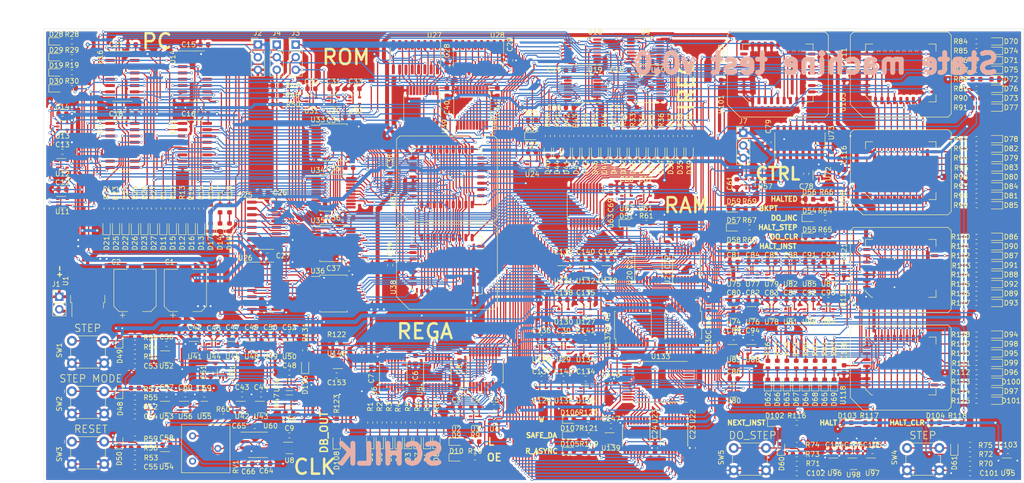
<source format=kicad_pcb>
(kicad_pcb (version 20171130) (host pcbnew "(5.1.5)-3")
  (layers (0 F.Cu signal) (31 B.Cu signal) (34 B.Paste user) (35 F.Paste user) (36 B.SilkS user) (37 F.SilkS user) (38 B.Mask user) (39 F.Mask user) (44 Edge.Cuts user))
  (net 0 "")
  (net 1 GND)
  (net 2 +5V)
  (net 3 "Net-(C53-Pad1)")
  (net 4 "Net-(C54-Pad1)")
  (net 5 "Net-(C55-Pad1)")
  (net 6 "Net-(C64-Pad1)")
  (net 7 "Net-(C66-Pad1)")
  (net 8 "Net-(C101-Pad1)")
  (net 9 "Net-(C102-Pad1)")
  (net 10 "Net-(D1-Pad2)")
  (net 11 "Net-(D2-Pad2)")
  (net 12 "Net-(D3-Pad2)")
  (net 13 "Net-(D4-Pad2)")
  (net 14 "Net-(D5-Pad2)")
  (net 15 "Net-(D6-Pad2)")
  (net 16 "Net-(D7-Pad2)")
  (net 17 "Net-(D8-Pad2)")
  (net 18 "Net-(D9-Pad2)")
  (net 19 "Net-(D10-Pad2)")
  (net 20 "Net-(D11-Pad2)")
  (net 21 "Net-(D12-Pad2)")
  (net 22 "Net-(D13-Pad2)")
  (net 23 "Net-(D14-Pad2)")
  (net 24 "Net-(D15-Pad2)")
  (net 25 "Net-(D16-Pad2)")
  (net 26 "Net-(D17-Pad2)")
  (net 27 "Net-(D18-Pad2)")
  (net 28 "Net-(D19-Pad2)")
  (net 29 "Net-(D21-Pad2)")
  (net 30 "Net-(D22-Pad2)")
  (net 31 "Net-(D23-Pad2)")
  (net 32 "Net-(D25-Pad2)")
  (net 33 "Net-(D26-Pad2)")
  (net 34 "Net-(D27-Pad2)")
  (net 35 "Net-(D28-Pad2)")
  (net 36 "Net-(D29-Pad2)")
  (net 37 "Net-(D30-Pad2)")
  (net 38 "Net-(D31-Pad2)")
  (net 39 "Net-(D32-Pad2)")
  (net 40 "Net-(D33-Pad2)")
  (net 41 "Net-(D34-Pad2)")
  (net 42 "Net-(D35-Pad2)")
  (net 43 "Net-(D36-Pad2)")
  (net 44 "Net-(D37-Pad2)")
  (net 45 "Net-(D38-Pad2)")
  (net 46 "Net-(D39-Pad2)")
  (net 47 "Net-(D40-Pad2)")
  (net 48 "Net-(D41-Pad2)")
  (net 49 "Net-(D42-Pad2)")
  (net 50 "Net-(D43-Pad2)")
  (net 51 "Net-(D44-Pad2)")
  (net 52 "Net-(D45-Pad2)")
  (net 53 "Net-(D46-Pad2)")
  (net 54 "Net-(D47-Pad2)")
  (net 55 "Net-(D48-Pad2)")
  (net 56 "Net-(D49-Pad2)")
  (net 57 "Net-(D50-Pad2)")
  (net 58 "Net-(D51-Pad2)")
  (net 59 "Net-(D54-Pad2)")
  (net 60 "Net-(D55-Pad2)")
  (net 61 "Net-(D56-Pad2)")
  (net 62 "Net-(D57-Pad2)")
  (net 63 "Net-(D58-Pad2)")
  (net 64 "Net-(D59-Pad2)")
  (net 65 "Net-(D60-Pad2)")
  (net 66 "Net-(D61-Pad2)")
  (net 67 "Net-(D62-Pad2)")
  (net 68 "Net-(D63-Pad2)")
  (net 69 "Net-(D64-Pad2)")
  (net 70 "Net-(D65-Pad2)")
  (net 71 "Net-(D66-Pad2)")
  (net 72 "Net-(D67-Pad2)")
  (net 73 "Net-(D68-Pad2)")
  (net 74 "Net-(D69-Pad2)")
  (net 75 "Net-(D70-Pad2)")
  (net 76 "Net-(D71-Pad2)")
  (net 77 "Net-(D72-Pad2)")
  (net 78 "Net-(D73-Pad2)")
  (net 79 "Net-(D74-Pad2)")
  (net 80 "Net-(D75-Pad2)")
  (net 81 "Net-(D76-Pad2)")
  (net 82 "Net-(D77-Pad2)")
  (net 83 "Net-(D78-Pad2)")
  (net 84 "Net-(D79-Pad2)")
  (net 85 "Net-(D80-Pad2)")
  (net 86 "Net-(D81-Pad2)")
  (net 87 "Net-(D82-Pad2)")
  (net 88 "Net-(D83-Pad2)")
  (net 89 "Net-(D84-Pad2)")
  (net 90 "Net-(D85-Pad2)")
  (net 91 "Net-(D86-Pad2)")
  (net 92 "Net-(D87-Pad2)")
  (net 93 "Net-(D88-Pad2)")
  (net 94 "Net-(D89-Pad2)")
  (net 95 "Net-(D90-Pad2)")
  (net 96 "Net-(D91-Pad2)")
  (net 97 "Net-(D92-Pad2)")
  (net 98 "Net-(D93-Pad2)")
  (net 99 "Net-(D94-Pad2)")
  (net 100 "Net-(D95-Pad2)")
  (net 101 "Net-(D96-Pad2)")
  (net 102 "Net-(D97-Pad2)")
  (net 103 "Net-(D98-Pad2)")
  (net 104 "Net-(D99-Pad2)")
  (net 105 "Net-(D100-Pad2)")
  (net 106 "Net-(D101-Pad2)")
  (net 107 "Net-(D102-Pad2)")
  (net 108 "Net-(D103-Pad2)")
  (net 109 "Net-(D104-Pad2)")
  (net 110 "Net-(D105-Pad2)")
  (net 111 "Net-(D106-Pad2)")
  (net 112 "Net-(D107-Pad2)")
  (net 113 "Net-(D108-Pad2)")
  (net 114 "Net-(J1-Pad2)")
  (net 115 /PC/CNDT_AFFIRMATIVE)
  (net 116 /ROM/DO_PROG)
  (net 117 /ROM/~CE)
  (net 118 "Net-(J3-Pad1)")
  (net 119 "Net-(J4-Pad3)")
  (net 120 "Net-(R51-Pad2)")
  (net 121 "Net-(R52-Pad2)")
  (net 122 "Net-(R53-Pad2)")
  (net 123 /ClockCtrl/MClock_OSC/MCLOCK)
  (net 124 "Net-(R60-Pad1)")
  (net 125 "Net-(R70-Pad2)")
  (net 126 "Net-(R71-Pad2)")
  (net 127 /DB_OUT)
  (net 128 "Net-(R123-Pad2)")
  (net 129 "Net-(RV1-Pad1)")
  (net 130 "Net-(U2-Pad4)")
  (net 131 /RegA_Latch_En)
  (net 132 "Net-(U3-Pad4)")
  (net 133 /RegA_OE)
  (net 134 /RESET)
  (net 135 /CrossOver.sch/DB0)
  (net 136 /CrossOver.sch/DB1)
  (net 137 /CrossOver.sch/DB2)
  (net 138 /CrossOver.sch/DB3)
  (net 139 /CLK)
  (net 140 /RegA/VAL3)
  (net 141 /RegA/VAL2)
  (net 142 /RegA/VAL1)
  (net 143 /RegA/VAL0)
  (net 144 /CrossOver.sch/DB4)
  (net 145 /CrossOver.sch/DB5)
  (net 146 /CrossOver.sch/DB6)
  (net 147 /CrossOver.sch/DB7)
  (net 148 /RegA/VAL7)
  (net 149 /RegA/VAL6)
  (net 150 /RegA/VAL5)
  (net 151 /RegA/VAL4)
  (net 152 "Net-(U11-Pad4)")
  (net 153 /PC_Latch_En)
  (net 154 "Net-(U12-Pad4)")
  (net 155 /PC_CondInc_En)
  (net 156 "Net-(U13-Pad4)")
  (net 157 /PC_Inc_En)
  (net 158 "Net-(U14-Pad15)")
  (net 159 /Inst3)
  (net 160 /Inst2)
  (net 161 /Inst1)
  (net 162 /Inst0)
  (net 163 /~RESET)
  (net 164 "Net-(U15-Pad15)")
  (net 165 /Inst7)
  (net 166 /Inst6)
  (net 167 /Inst5)
  (net 168 /Inst4)
  (net 169 "Net-(U16-Pad15)")
  (net 170 /Inst11)
  (net 171 /Inst10)
  (net 172 /Inst9)
  (net 173 /Inst8)
  (net 174 "Net-(U17-Pad15)")
  (net 175 "Net-(U17-Pad12)")
  (net 176 "Net-(U17-Pad11)")
  (net 177 /Inst13)
  (net 178 /Inst12)
  (net 179 /InstReg_Latch_EN)
  (net 180 /InstReg/NextInst7)
  (net 181 /InstReg/NextInst6)
  (net 182 /InstReg/NextInst5)
  (net 183 /InstReg/NextInst4)
  (net 184 /InstReg/NextInst3)
  (net 185 /InstReg/NextInst2)
  (net 186 /InstReg/NextInst1)
  (net 187 /InstReg/NextInst0)
  (net 188 /CrossOver.sch/Inst15)
  (net 189 /InstReg/NextInst15)
  (net 190 /InstReg/NextInst14)
  (net 191 /CrossOver.sch/Inst14)
  (net 192 /InstReg/NextInst13)
  (net 193 /InstReg/NextInst12)
  (net 194 /InstReg/NextInst11)
  (net 195 /InstReg/NextInst10)
  (net 196 /InstReg/NextInst9)
  (net 197 /InstReg/NextInst8)
  (net 198 "Net-(U30-Pad4)")
  (net 199 "Net-(U31-Pad4)")
  (net 200 "Net-(U32-Pad4)")
  (net 201 /ROM/A0)
  (net 202 /ROM/A1)
  (net 203 /ROM/A2)
  (net 204 /ROM/A3)
  (net 205 /ROM/A4)
  (net 206 /ROM/A5)
  (net 207 /ROM/A6)
  (net 208 /ROM/A7)
  (net 209 /ROM/A8)
  (net 210 /ROM/A9)
  (net 211 /ROM/A10)
  (net 212 /ROM/A11)
  (net 213 /ROM/A12)
  (net 214 /ROM/A13)
  (net 215 "Net-(U34-Pad12)")
  (net 216 "Net-(U34-Pad11)")
  (net 217 "Net-(U36-Pad12)")
  (net 218 "Net-(U36-Pad11)")
  (net 219 "Net-(U41-Pad4)")
  (net 220 "Net-(U42-Pad4)")
  (net 221 /ClockCtrl/ClockCtrlUI/DO_STEP)
  (net 222 "Net-(U44-Pad6)")
  (net 223 "Net-(U44-Pad4)")
  (net 224 "Net-(U44-Pad3)")
  (net 225 "Net-(U46-Pad4)")
  (net 226 "Net-(U46-Pad3)")
  (net 227 "Net-(U48-Pad4)")
  (net 228 "Net-(U49-Pad4)")
  (net 229 /ClockCtrl/ClockCtrlUI/STEP)
  (net 230 "Net-(U53-Pad4)")
  (net 231 "Net-(U55-Pad4)")
  (net 232 "Net-(U60-Pad7)")
  (net 233 /Inst[0..7]->DBus)
  (net 234 "Net-(U62-Pad4)")
  (net 235 "Net-(U72-Pad4)")
  (net 236 /Control/STEP_LOGIC/DO_CLR)
  (net 237 "Net-(U73-Pad15)")
  (net 238 /Control/InstCode0)
  (net 239 /Control/InstCode1)
  (net 240 /Control/InstCode2)
  (net 241 "Net-(U73-Pad11)")
  (net 242 /Control/STEP_LOGIC/DO_INC)
  (net 243 "Net-(U74-Pad4)")
  (net 244 /Control/Halt_Clear)
  (net 245 "Net-(U75-Pad4)")
  (net 246 /Control/Halt)
  (net 247 "Net-(U76-Pad4)")
  (net 248 "Net-(U77-Pad4)")
  (net 249 /Control/STEP_LOGIC/INST_HALT/VAL)
  (net 250 "Net-(U78-Pad4)")
  (net 251 /Control/CTRL_UI/STEP)
  (net 252 /Control/Next_Inst)
  (net 253 "Net-(U81-Pad4)")
  (net 254 "Net-(U81-Pad1)")
  (net 255 "Net-(U82-Pad4)")
  (net 256 /Control/CTRL_UI/DO_STEP)
  (net 257 "Net-(U83-Pad4)")
  (net 258 "Net-(U84-Pad4)")
  (net 259 "Net-(U85-Pad4)")
  (net 260 /Control/STEP_LOGIC/HALTED/VAL)
  (net 261 "Net-(U96-Pad4)")
  (net 262 "Net-(U97-Pad4)")
  (net 263 "Net-(U101-Pad30)")
  (net 264 "Net-(U101-Pad21)")
  (net 265 "Net-(U101-Pad20)")
  (net 266 "Net-(U101-Pad19)")
  (net 267 /Control/InstCode7)
  (net 268 /Control/InstCode6)
  (net 269 /Control/InstCode5)
  (net 270 /Control/InstCode4)
  (net 271 /Control/InstCode3)
  (net 272 "Net-(U101-Pad1)")
  (net 273 /Control/Control_Rom0/7)
  (net 274 /Control/Control_Rom1/7)
  (net 275 /Control/Control_Rom1/6)
  (net 276 /Control/Control_Rom1/5)
  (net 277 /Control/Control_Rom1/4)
  (net 278 /Control/Control_Rom1/3)
  (net 279 /Control/Control_Rom1/2)
  (net 280 /Control/Control_Rom3/7)
  (net 281 /Control/Control_Rom3/6)
  (net 282 /Control/Control_Rom3/4)
  (net 283 /Control/Control_Rom3/3)
  (net 284 /Control/Control_Rom3/2)
  (net 285 /Control/Control_Rom3/1)
  (net 286 /Control/Control_Rom3/0)
  (net 287 /Control/Control_Rom4/7)
  (net 288 /Control/Control_Rom4/6)
  (net 289 /Control/Control_Rom4/5)
  (net 290 /Control/Control_Rom4/4)
  (net 291 /Control/Control_Rom4/3)
  (net 292 /RAM_LatchSafeDA_EN)
  (net 293 /RAM_RAsync_LatchSafeA)
  (net 294 /RAM_WAsync)
  (net 295 "Net-(U126-Pad4)")
  (net 296 /RAM/SyncRegisters/LATCH_D_EN)
  (net 297 /RAM/W_ASYNC/VAL)
  (net 298 /RAM/R_ASYNC_SAFEA/VAL)
  (net 299 /RAM/SyncRegisters/LATCH_A_EN)
  (net 300 "Net-(U131-Pad4)")
  (net 301 "Net-(U132-Pad4)")
  (net 302 "Net-(U133-Pad27)")
  (net 303 /RAM/RAMA_SYNC7)
  (net 304 /RAM/RAMA_SYNC6)
  (net 305 /RAM/RAMA_SYNC5)
  (net 306 /RAM/RAMA_SYNC4)
  (net 307 "Net-(U133-Pad22)")
  (net 308 /RAM/RAMA_SYNC3)
  (net 309 /RAM/RAMA_SYNC2)
  (net 310 /RAM/RAMA_SYNC1)
  (net 311 /RAM/RAMA_SYNC0)
  (net 312 "Net-(U133-Pad19)")
  (net 313 "Net-(U133-Pad11)")
  (net 314 "Net-(U133-Pad18)")
  (net 315 "Net-(U133-Pad12)")
  (net 316 "Net-(U133-Pad17)")
  (net 317 "Net-(U133-Pad16)")
  (net 318 "Net-(U133-Pad13)")
  (net 319 "Net-(U133-Pad15)")
  (net 320 /RAM/DB_SYNC0)
  (net 321 /RAM/DB_SYNC1)
  (net 322 /RAM/DB_SYNC2)
  (net 323 /RAM/DB_SYNC3)
  (net 324 /RAM/DB_SYNC4)
  (net 325 /RAM/DB_SYNC5)
  (net 326 /RAM/DB_SYNC6)
  (net 327 /RAM/DB_SYNC7)
  (net 328 "Net-(U138-Pad4)")
  (net 329 "Net-(U139-Pad4)")
  (net 330 "Net-(R60-Pad2)")
  (net 331 "Net-(U10-Pad10)")
  (net 332 "Net-(D116-Pad2)")
  (net 333 /ROM/SCLK)
  (net 334 /ROM/RCLK)
  (net 335 "Net-(U25-Pad15)")
  (net 336 "Net-(U25-Pad9)")
  (net 337 "Net-(U25-Pad7)")
  (net 338 "Net-(U25-Pad6)")
  (net 339 "Net-(U25-Pad5)")
  (net 340 "Net-(U25-Pad4)")
  (net 341 "Net-(U25-Pad3)")
  (net 342 "Net-(U25-Pad2)")
  (net 343 "Net-(U25-Pad1)")
  (net 344 "Net-(U26-Pad15)")
  (net 345 "Net-(U26-Pad9)")
  (net 346 "Net-(U26-Pad7)")
  (net 347 "Net-(U26-Pad6)")
  (net 348 "Net-(U26-Pad5)")
  (net 349 "Net-(U26-Pad4)")
  (net 350 "Net-(U26-Pad3)")
  (net 351 "Net-(U26-Pad2)")
  (net 352 "Net-(U26-Pad1)")
  (net 353 "Net-(U27-Pad15)")
  (net 354 "Net-(U27-Pad9)")
  (net 355 "Net-(U27-Pad7)")
  (net 356 "Net-(U27-Pad6)")
  (net 357 "Net-(U27-Pad5)")
  (net 358 "Net-(U27-Pad4)")
  (net 359 "Net-(U27-Pad3)")
  (net 360 "Net-(U27-Pad2)")
  (net 361 "Net-(U27-Pad1)")
  (net 362 "Net-(U28-Pad15)")
  (net 363 "Net-(U28-Pad9)")
  (net 364 "Net-(U28-Pad7)")
  (net 365 "Net-(U28-Pad6)")
  (net 366 "Net-(U28-Pad5)")
  (net 367 "Net-(U28-Pad4)")
  (net 368 "Net-(U28-Pad3)")
  (net 369 "Net-(U28-Pad2)")
  (net 370 "Net-(U28-Pad1)")
  (net 371 /Control/BRPT_TRIG)
  (net 372 /PC/PC7)
  (net 373 /PC/PC6)
  (net 374 /PC/PC5)
  (net 375 /PC/PC4)
  (net 376 /PC/PC3)
  (net 377 /PC/PC2)
  (net 378 /PC/PC1)
  (net 379 /PC/PC0)
  (net 380 /PC/PC13)
  (net 381 /PC/PC12)
  (net 382 /PC/PC11)
  (net 383 /PC/PC10)
  (net 384 /PC/PC9)
  (net 385 /PC/PC8)
  (net 386 "Net-(U134-Pad2)")
  (net 387 "Net-(U57-Pad4)")
  (module Package_SO:TSSOP-16_4.4x5mm_P0.65mm (layer F.Cu) (at 111.125 129.54 90)
    (fp_text reference U6 (at -3.81 -3.81 90) (layer F.SilkS))
    (fp_text value 74HC173)
    (pad 16 smd rect (at 2.95 -2.275 90) (size 1.5 0.45) (layers F.Cu F.Paste F.Mask) (net 2 +5V))
    (pad 15 smd rect (at 2.95 -1.625 90) (size 1.5 0.45) (layers F.Cu F.Paste F.Mask) (net 134 /RESET))
    (pad 14 smd rect (at 2.95 -0.975 90) (size 1.5 0.45) (layers F.Cu F.Paste F.Mask) (net 144 /CrossOver.sch/DB4))
    (pad 13 smd rect (at 2.95 -0.325 90) (size 1.5 0.45) (layers F.Cu F.Paste F.Mask) (net 145 /CrossOver.sch/DB5))
    (pad 12 smd rect (at 2.95 0.325 90) (size 1.5 0.45) (layers F.Cu F.Paste F.Mask) (net 146 /CrossOver.sch/DB6))
    (pad 11 smd rect (at 2.95 0.975 90) (size 1.5 0.45) (layers F.Cu F.Paste F.Mask) (net 147 /CrossOver.sch/DB7))
    (pad 10 smd rect (at 2.95 1.625 90) (size 1.5 0.45) (layers F.Cu F.Paste F.Mask) (net 130 "Net-(U2-Pad4)"))
    (pad 9 smd rect (at 2.95 2.275 90) (size 1.5 0.45) (layers F.Cu F.Paste F.Mask) (net 130 "Net-(U2-Pad4)"))
    (pad 8 smd rect (at -2.95 2.275 90) (size 1.5 0.45) (layers F.Cu F.Paste F.Mask) (net 1 GND))
    (pad 7 smd rect (at -2.95 1.625 90) (size 1.5 0.45) (layers F.Cu F.Paste F.Mask) (net 139 /CLK))
    (pad 6 smd rect (at -2.95 0.975 90) (size 1.5 0.45) (layers F.Cu F.Paste F.Mask) (net 148 /RegA/VAL7))
    (pad 5 smd rect (at -2.95 0.325 90) (size 1.5 0.45) (layers F.Cu F.Paste F.Mask) (net 149 /RegA/VAL6))
    (pad 4 smd rect (at -2.95 -0.325 90) (size 1.5 0.45) (layers F.Cu F.Paste F.Mask) (net 150 /RegA/VAL5))
    (pad 3 smd rect (at -2.95 -0.975 90) (size 1.5 0.45) (layers F.Cu F.Paste F.Mask) (net 151 /RegA/VAL4))
    (pad 2 smd rect (at -2.95 -1.625 90) (size 1.5 0.45) (layers F.Cu F.Paste F.Mask) (net 1 GND))
    (pad 1 smd rect (at -2.95 -2.275 90) (size 1.5 0.45) (layers F.Cu F.Paste F.Mask) (net 1 GND))
  )
  (module PLCC-32_11.4x14.0mm_P1.27mm_SMD-Socket:PLCC-32_11.4x14.0mm_P1.27mm_SMD-Socket (layer F.Cu) (at 121.92 107.95 90)
    (fp_text reference U38 (at -4.445 -10.795 90) (layer F.SilkS))
    (fp_text value SST39SF010)
    (pad 32 smd roundrect (at 1.27 -6.8375 90) (size 0.6 1.475) (layers F.Cu F.Paste F.Mask) (net 2 +5V))
    (pad 31 smd roundrect (at 2.54 -6.8375 90) (size 0.6 1.475) (layers F.Cu F.Paste F.Mask) (net 200 "Net-(U32-Pad4)"))
    (pad 30 smd roundrect (at 3.81 -6.8375 90) (size 0.6 1.475) (layers F.Cu F.Paste F.Mask) (net 1 GND))
    (pad 29 smd roundrect (at 5.5625 -5.08 90) (size 1.475 0.6) (layers F.Cu F.Paste F.Mask) (net 1 GND))
    (pad 28 smd roundrect (at 5.5625 -3.81 90) (size 1.475 0.6) (layers F.Cu F.Paste F.Mask) (net 214 /ROM/A13))
    (pad 27 smd roundrect (at 5.5625 -2.54 90) (size 1.475 0.6) (layers F.Cu F.Paste F.Mask) (net 209 /ROM/A8))
    (pad 26 smd roundrect (at 5.5625 -1.27 90) (size 1.475 0.6) (layers F.Cu F.Paste F.Mask) (net 210 /ROM/A9))
    (pad 25 smd roundrect (at 5.5625 0 90) (size 1.475 0.6) (layers F.Cu F.Paste F.Mask) (net 212 /ROM/A11))
    (pad 24 smd roundrect (at 5.5625 1.27 90) (size 1.475 0.6) (layers F.Cu F.Paste F.Mask) (net 116 /ROM/DO_PROG))
    (pad 23 smd roundrect (at 5.5625 2.54 90) (size 1.475 0.6) (layers F.Cu F.Paste F.Mask) (net 211 /ROM/A10))
    (pad 22 smd roundrect (at 5.5625 3.81 90) (size 1.475 0.6) (layers F.Cu F.Paste F.Mask) (net 199 "Net-(U31-Pad4)"))
    (pad 21 smd roundrect (at 5.5625 5.08 90) (size 1.475 0.6) (layers F.Cu F.Paste F.Mask) (net 189 /InstReg/NextInst15))
    (pad 20 smd roundrect (at 3.81 6.8375 90) (size 0.6 1.475) (layers F.Cu F.Paste F.Mask) (net 190 /InstReg/NextInst14))
    (pad 19 smd roundrect (at 2.54 6.8375 90) (size 0.6 1.475) (layers F.Cu F.Paste F.Mask) (net 192 /InstReg/NextInst13))
    (pad 18 smd roundrect (at 1.27 6.8375 90) (size 0.6 1.475) (layers F.Cu F.Paste F.Mask) (net 193 /InstReg/NextInst12))
    (pad 17 smd roundrect (at 0 6.8375 90) (size 0.6 1.475) (layers F.Cu F.Paste F.Mask) (net 194 /InstReg/NextInst11))
    (pad 16 smd roundrect (at -1.27 6.8375 90) (size 0.6 1.475) (layers F.Cu F.Paste F.Mask) (net 1 GND))
    (pad 15 smd roundrect (at -2.54 6.8375 90) (size 0.6 1.475) (layers F.Cu F.Paste F.Mask) (net 195 /InstReg/NextInst10))
    (pad 14 smd roundrect (at -3.81 6.8375 90) (size 0.6 1.475) (layers F.Cu F.Paste F.Mask) (net 196 /InstReg/NextInst9))
    (pad 13 smd roundrect (at -5.5625 5.08 90) (size 1.475 0.6) (layers F.Cu F.Paste F.Mask) (net 197 /InstReg/NextInst8))
    (pad 12 smd roundrect (at -5.5625 3.81 90) (size 1.475 0.6) (layers F.Cu F.Paste F.Mask) (net 201 /ROM/A0))
    (pad 11 smd roundrect (at -5.5625 2.54 90) (size 1.475 0.6) (layers F.Cu F.Paste F.Mask) (net 202 /ROM/A1))
    (pad 10 smd roundrect (at -5.5625 1.27 90) (size 1.475 0.6) (layers F.Cu F.Paste F.Mask) (net 203 /ROM/A2))
    (pad 9 smd roundrect (at -5.5625 0 90) (size 1.475 0.6) (layers F.Cu F.Paste F.Mask) (net 204 /ROM/A3))
    (pad 8 smd roundrect (at -5.5625 -1.27 90) (size 1.475 0.6) (layers F.Cu F.Paste F.Mask) (net 205 /ROM/A4))
    (pad 7 smd roundrect (at -5.5625 -2.54 90) (size 1.475 0.6) (layers F.Cu F.Paste F.Mask) (net 206 /ROM/A5))
    (pad 6 smd roundrect (at -5.5625 -3.81 90) (size 1.475 0.6) (layers F.Cu F.Paste F.Mask) (net 207 /ROM/A6))
    (pad 5 smd roundrect (at -5.5625 -5.08 90) (size 1.475 0.6) (layers F.Cu F.Paste F.Mask) (net 208 /ROM/A7))
    (pad 4 smd roundrect (at -3.81 -6.8375 90) (size 0.6 1.475) (layers F.Cu F.Paste F.Mask) (net 213 /ROM/A12))
    (pad 3 smd roundrect (at -2.54 -6.8375 90) (size 0.6 1.475) (layers F.Cu F.Paste F.Mask) (net 1 GND))
    (pad 2 smd roundrect (at -1.27 -6.8375 90) (size 0.6 1.475) (layers F.Cu F.Paste F.Mask) (net 1 GND))
    (pad 1 smd roundrect (at 0 -6.8375 90) (size 0.6 1.475) (layers F.Cu F.Paste F.Mask) (net 1 GND))
  )
  (module Package_TO_SOT_SMD:SOT-353_SC-70-5 (layer F.Cu) (at 182.88 91.44 90)
    (fp_text reference U57 (at -0.635 3.175 180) (layer F.SilkS))
    (fp_text value 74LVC1G04)
    (pad 5 smd rect (at 0.95 -0.65 90) (size 0.65 0.4) (layers F.Cu F.Paste F.Mask) (net 2 +5V))
    (pad 4 smd rect (at 0.95 0.65 90) (size 0.65 0.4) (layers F.Cu F.Paste F.Mask) (net 387 "Net-(U57-Pad4)"))
    (pad 2 smd rect (at -0.95 0 90) (size 0.65 0.4) (layers F.Cu F.Paste F.Mask) (net 139 /CLK))
    (pad 3 smd rect (at -0.95 0.65 90) (size 0.65 0.4) (layers F.Cu F.Paste F.Mask) (net 1 GND))
    (pad 1 smd rect (at -0.95 -0.65 90) (size 0.65 0.4) (layers F.Cu F.Paste F.Mask))
  )
  (module Capacitor_SMD:C_0603_1608Metric (layer F.Cu) (at 180.34 91.44 90)
    (fp_text reference C61 (at 0 -1.43 90) (layer F.SilkS))
    (fp_text value 0u1)
    (pad 2 smd roundrect (at 0.7875 0 90) (size 0.875 0.95) (layers F.Cu F.Paste F.Mask) (net 2 +5V))
    (pad 1 smd roundrect (at -0.7875 0 90) (size 0.875 0.95) (layers F.Cu F.Paste F.Mask) (net 1 GND))
  )
  (module Package_TO_SOT_SMD:SOT-363_SC-70-6 (layer F.Cu) (at 145.415 125.095)
    (fp_text reference U29 (at 0 1.905) (layer F.SilkS))
    (fp_text value 74LVC1G175)
    (pad 6 smd rect (at 0.95 -0.65) (size 0.65 0.4) (layers F.Cu F.Paste F.Mask) (net 163 /~RESET))
    (pad 4 smd rect (at 0.95 0.65) (size 0.65 0.4) (layers F.Cu F.Paste F.Mask) (net 386 "Net-(U134-Pad2)"))
    (pad 2 smd rect (at -0.95 0) (size 0.65 0.4) (layers F.Cu F.Paste F.Mask) (net 1 GND))
    (pad 5 smd rect (at 0.95 0) (size 0.65 0.4) (layers F.Cu F.Paste F.Mask) (net 2 +5V))
    (pad 3 smd rect (at -0.95 0.65) (size 0.65 0.4) (layers F.Cu F.Paste F.Mask) (net 297 /RAM/W_ASYNC/VAL))
    (pad 1 smd rect (at -0.95 -0.65) (size 0.65 0.4) (layers F.Cu F.Paste F.Mask) (net 139 /CLK))
  )
  (module Capacitor_SMD:C_0603_1608Metric (layer F.Cu) (at 145.415 122.555)
    (fp_text reference C30 (at 0 -1.43) (layer F.SilkS))
    (fp_text value 0u1)
    (pad 2 smd roundrect (at 0.7875 0) (size 0.875 0.95) (layers F.Cu F.Paste F.Mask) (net 2 +5V))
    (pad 1 smd roundrect (at -0.7875 0) (size 0.875 0.95) (layers F.Cu F.Paste F.Mask) (net 1 GND))
  )
  (module Connector_PinHeader_2.54mm:PinHeader_1x03_P2.54mm_Vertical (layer F.Cu) (at 181.61 81.28)
    (fp_text reference J7 (at 0 -2.33) (layer F.SilkS))
    (fp_text value BKPT)
    (pad 3 thru_hole oval (at 0 5.08) (size 1.7 1.7) (drill 1) (layers *.Cu *.Mask) (net 2 +5V))
    (pad 2 thru_hole oval (at 0 2.54) (size 1.7 1.7) (drill 1) (layers *.Cu *.Mask) (net 371 /Control/BRPT_TRIG))
    (pad 1 thru_hole rect (at 0 0) (size 1.7 1.7) (drill 1) (layers *.Cu *.Mask) (net 1 GND))
  )
  (module Package_SO:SOIC-16_3.9x9.9mm_P1.27mm (layer F.Cu) (at 128.27 66.04 270)
    (fp_text reference U28 (at -4.445 -3.81 180) (layer F.SilkS))
    (fp_text value 74HC595)
    (pad 16 smd roundrect (at 2.475 -4.445 270) (size 1.95 0.6) (layers F.Cu F.Paste F.Mask) (net 2 +5V))
    (pad 15 smd roundrect (at 2.475 -3.175 270) (size 1.95 0.6) (layers F.Cu F.Paste F.Mask) (net 362 "Net-(U28-Pad15)"))
    (pad 14 smd roundrect (at 2.475 -1.905 270) (size 1.95 0.6) (layers F.Cu F.Paste F.Mask) (net 354 "Net-(U27-Pad9)"))
    (pad 13 smd roundrect (at 2.475 -0.635 270) (size 1.95 0.6) (layers F.Cu F.Paste F.Mask) (net 1 GND))
    (pad 12 smd roundrect (at 2.475 0.635 270) (size 1.95 0.6) (layers F.Cu F.Paste F.Mask) (net 334 /ROM/RCLK))
    (pad 11 smd roundrect (at 2.475 1.905 270) (size 1.95 0.6) (layers F.Cu F.Paste F.Mask) (net 333 /ROM/SCLK))
    (pad 10 smd roundrect (at 2.475 3.175 270) (size 1.95 0.6) (layers F.Cu F.Paste F.Mask) (net 2 +5V))
    (pad 9 smd roundrect (at 2.475 4.445 270) (size 1.95 0.6) (layers F.Cu F.Paste F.Mask) (net 363 "Net-(U28-Pad9)"))
    (pad 8 smd roundrect (at -2.475 4.445 270) (size 1.95 0.6) (layers F.Cu F.Paste F.Mask) (net 1 GND))
    (pad 7 smd roundrect (at -2.475 3.175 270) (size 1.95 0.6) (layers F.Cu F.Paste F.Mask) (net 364 "Net-(U28-Pad7)"))
    (pad 6 smd roundrect (at -2.475 1.905 270) (size 1.95 0.6) (layers F.Cu F.Paste F.Mask) (net 365 "Net-(U28-Pad6)"))
    (pad 5 smd roundrect (at -2.475 0.635 270) (size 1.95 0.6) (layers F.Cu F.Paste F.Mask) (net 366 "Net-(U28-Pad5)"))
    (pad 4 smd roundrect (at -2.475 -0.635 270) (size 1.95 0.6) (layers F.Cu F.Paste F.Mask) (net 367 "Net-(U28-Pad4)"))
    (pad 3 smd roundrect (at -2.475 -1.905 270) (size 1.95 0.6) (layers F.Cu F.Paste F.Mask) (net 368 "Net-(U28-Pad3)"))
    (pad 2 smd roundrect (at -2.475 -3.175 270) (size 1.95 0.6) (layers F.Cu F.Paste F.Mask) (net 369 "Net-(U28-Pad2)"))
    (pad 1 smd roundrect (at -2.475 -4.445 270) (size 1.95 0.6) (layers F.Cu F.Paste F.Mask) (net 370 "Net-(U28-Pad1)"))
  )
  (module Package_SO:SOIC-16_3.9x9.9mm_P1.27mm (layer F.Cu) (at 115.57 66.04 270)
    (fp_text reference U27 (at -4.445 -3.81 180) (layer F.SilkS))
    (fp_text value 74HC595)
    (pad 16 smd roundrect (at 2.475 -4.445 270) (size 1.95 0.6) (layers F.Cu F.Paste F.Mask) (net 2 +5V))
    (pad 15 smd roundrect (at 2.475 -3.175 270) (size 1.95 0.6) (layers F.Cu F.Paste F.Mask) (net 353 "Net-(U27-Pad15)"))
    (pad 14 smd roundrect (at 2.475 -1.905 270) (size 1.95 0.6) (layers F.Cu F.Paste F.Mask) (net 345 "Net-(U26-Pad9)"))
    (pad 13 smd roundrect (at 2.475 -0.635 270) (size 1.95 0.6) (layers F.Cu F.Paste F.Mask) (net 1 GND))
    (pad 12 smd roundrect (at 2.475 0.635 270) (size 1.95 0.6) (layers F.Cu F.Paste F.Mask) (net 334 /ROM/RCLK))
    (pad 11 smd roundrect (at 2.475 1.905 270) (size 1.95 0.6) (layers F.Cu F.Paste F.Mask) (net 333 /ROM/SCLK))
    (pad 10 smd roundrect (at 2.475 3.175 270) (size 1.95 0.6) (layers F.Cu F.Paste F.Mask) (net 2 +5V))
    (pad 9 smd roundrect (at 2.475 4.445 270) (size 1.95 0.6) (layers F.Cu F.Paste F.Mask) (net 354 "Net-(U27-Pad9)"))
    (pad 8 smd roundrect (at -2.475 4.445 270) (size 1.95 0.6) (layers F.Cu F.Paste F.Mask) (net 1 GND))
    (pad 7 smd roundrect (at -2.475 3.175 270) (size 1.95 0.6) (layers F.Cu F.Paste F.Mask) (net 355 "Net-(U27-Pad7)"))
    (pad 6 smd roundrect (at -2.475 1.905 270) (size 1.95 0.6) (layers F.Cu F.Paste F.Mask) (net 356 "Net-(U27-Pad6)"))
    (pad 5 smd roundrect (at -2.475 0.635 270) (size 1.95 0.6) (layers F.Cu F.Paste F.Mask) (net 357 "Net-(U27-Pad5)"))
    (pad 4 smd roundrect (at -2.475 -0.635 270) (size 1.95 0.6) (layers F.Cu F.Paste F.Mask) (net 358 "Net-(U27-Pad4)"))
    (pad 3 smd roundrect (at -2.475 -1.905 270) (size 1.95 0.6) (layers F.Cu F.Paste F.Mask) (net 359 "Net-(U27-Pad3)"))
    (pad 2 smd roundrect (at -2.475 -3.175 270) (size 1.95 0.6) (layers F.Cu F.Paste F.Mask) (net 360 "Net-(U27-Pad2)"))
    (pad 1 smd roundrect (at -2.475 -4.445 270) (size 1.95 0.6) (layers F.Cu F.Paste F.Mask) (net 361 "Net-(U27-Pad1)"))
  )
  (module Package_SO:SOIC-16_3.9x9.9mm_P1.27mm (layer F.Cu) (at 85.09 112.395)
    (fp_text reference U26 (at -3.81 -5.9) (layer F.SilkS))
    (fp_text value 74HC595)
    (pad 16 smd roundrect (at 2.475 -4.445) (size 1.95 0.6) (layers F.Cu F.Paste F.Mask) (net 2 +5V))
    (pad 15 smd roundrect (at 2.475 -3.175) (size 1.95 0.6) (layers F.Cu F.Paste F.Mask) (net 344 "Net-(U26-Pad15)"))
    (pad 14 smd roundrect (at 2.475 -1.905) (size 1.95 0.6) (layers F.Cu F.Paste F.Mask) (net 336 "Net-(U25-Pad9)"))
    (pad 13 smd roundrect (at 2.475 -0.635) (size 1.95 0.6) (layers F.Cu F.Paste F.Mask) (net 1 GND))
    (pad 12 smd roundrect (at 2.475 0.635) (size 1.95 0.6) (layers F.Cu F.Paste F.Mask) (net 334 /ROM/RCLK))
    (pad 11 smd roundrect (at 2.475 1.905) (size 1.95 0.6) (layers F.Cu F.Paste F.Mask) (net 333 /ROM/SCLK))
    (pad 10 smd roundrect (at 2.475 3.175) (size 1.95 0.6) (layers F.Cu F.Paste F.Mask) (net 2 +5V))
    (pad 9 smd roundrect (at 2.475 4.445) (size 1.95 0.6) (layers F.Cu F.Paste F.Mask) (net 345 "Net-(U26-Pad9)"))
    (pad 8 smd roundrect (at -2.475 4.445) (size 1.95 0.6) (layers F.Cu F.Paste F.Mask) (net 1 GND))
    (pad 7 smd roundrect (at -2.475 3.175) (size 1.95 0.6) (layers F.Cu F.Paste F.Mask) (net 346 "Net-(U26-Pad7)"))
    (pad 6 smd roundrect (at -2.475 1.905) (size 1.95 0.6) (layers F.Cu F.Paste F.Mask) (net 347 "Net-(U26-Pad6)"))
    (pad 5 smd roundrect (at -2.475 0.635) (size 1.95 0.6) (layers F.Cu F.Paste F.Mask) (net 348 "Net-(U26-Pad5)"))
    (pad 4 smd roundrect (at -2.475 -0.635) (size 1.95 0.6) (layers F.Cu F.Paste F.Mask) (net 349 "Net-(U26-Pad4)"))
    (pad 3 smd roundrect (at -2.475 -1.905) (size 1.95 0.6) (layers F.Cu F.Paste F.Mask) (net 350 "Net-(U26-Pad3)"))
    (pad 2 smd roundrect (at -2.475 -3.175) (size 1.95 0.6) (layers F.Cu F.Paste F.Mask) (net 351 "Net-(U26-Pad2)"))
    (pad 1 smd roundrect (at -2.475 -4.445) (size 1.95 0.6) (layers F.Cu F.Paste F.Mask) (net 352 "Net-(U26-Pad1)"))
  )
  (module Package_SO:SOIC-16_3.9x9.9mm_P1.27mm (layer F.Cu) (at 85.09 99.695)
    (fp_text reference U25 (at -3.81 -5.9) (layer F.SilkS))
    (fp_text value 74HC595)
    (pad 16 smd roundrect (at 2.475 -4.445) (size 1.95 0.6) (layers F.Cu F.Paste F.Mask) (net 2 +5V))
    (pad 15 smd roundrect (at 2.475 -3.175) (size 1.95 0.6) (layers F.Cu F.Paste F.Mask) (net 335 "Net-(U25-Pad15)"))
    (pad 14 smd roundrect (at 2.475 -1.905) (size 1.95 0.6) (layers F.Cu F.Paste F.Mask) (net 119 "Net-(J4-Pad3)"))
    (pad 13 smd roundrect (at 2.475 -0.635) (size 1.95 0.6) (layers F.Cu F.Paste F.Mask) (net 1 GND))
    (pad 12 smd roundrect (at 2.475 0.635) (size 1.95 0.6) (layers F.Cu F.Paste F.Mask) (net 334 /ROM/RCLK))
    (pad 11 smd roundrect (at 2.475 1.905) (size 1.95 0.6) (layers F.Cu F.Paste F.Mask) (net 333 /ROM/SCLK))
    (pad 10 smd roundrect (at 2.475 3.175) (size 1.95 0.6) (layers F.Cu F.Paste F.Mask) (net 2 +5V))
    (pad 9 smd roundrect (at 2.475 4.445) (size 1.95 0.6) (layers F.Cu F.Paste F.Mask) (net 336 "Net-(U25-Pad9)"))
    (pad 8 smd roundrect (at -2.475 4.445) (size 1.95 0.6) (layers F.Cu F.Paste F.Mask) (net 1 GND))
    (pad 7 smd roundrect (at -2.475 3.175) (size 1.95 0.6) (layers F.Cu F.Paste F.Mask) (net 337 "Net-(U25-Pad7)"))
    (pad 6 smd roundrect (at -2.475 1.905) (size 1.95 0.6) (layers F.Cu F.Paste F.Mask) (net 338 "Net-(U25-Pad6)"))
    (pad 5 smd roundrect (at -2.475 0.635) (size 1.95 0.6) (layers F.Cu F.Paste F.Mask) (net 339 "Net-(U25-Pad5)"))
    (pad 4 smd roundrect (at -2.475 -0.635) (size 1.95 0.6) (layers F.Cu F.Paste F.Mask) (net 340 "Net-(U25-Pad4)"))
    (pad 3 smd roundrect (at -2.475 -1.905) (size 1.95 0.6) (layers F.Cu F.Paste F.Mask) (net 341 "Net-(U25-Pad3)"))
    (pad 2 smd roundrect (at -2.475 -3.175) (size 1.95 0.6) (layers F.Cu F.Paste F.Mask) (net 342 "Net-(U25-Pad2)"))
    (pad 1 smd roundrect (at -2.475 -4.445) (size 1.95 0.6) (layers F.Cu F.Paste F.Mask) (net 343 "Net-(U25-Pad1)"))
  )
  (module Connector_PinHeader_2.54mm:PinHeader_1x03_P2.54mm_Vertical (layer F.Cu) (at 87.63 63.5)
    (fp_text reference J4 (at 0 -2.33) (layer F.SilkS))
    (fp_text value PROG)
    (pad 3 thru_hole oval (at 0 5.08) (size 1.7 1.7) (drill 1) (layers *.Cu *.Mask) (net 119 "Net-(J4-Pad3)"))
    (pad 2 thru_hole oval (at 0 2.54) (size 1.7 1.7) (drill 1) (layers *.Cu *.Mask) (net 333 /ROM/SCLK))
    (pad 1 thru_hole rect (at 0 0) (size 1.7 1.7) (drill 1) (layers *.Cu *.Mask) (net 334 /ROM/RCLK))
  )
  (module Capacitor_SMD:C_0603_1608Metric (layer F.Cu) (at 134.62 66.675 90)
    (fp_text reference C29 (at 3.175 0 90) (layer F.SilkS))
    (fp_text value 0u1)
    (pad 2 smd roundrect (at 0.7875 0 90) (size 0.875 0.95) (layers F.Cu F.Paste F.Mask) (net 1 GND))
    (pad 1 smd roundrect (at -0.7875 0 90) (size 0.875 0.95) (layers F.Cu F.Paste F.Mask) (net 2 +5V))
  )
  (module Capacitor_SMD:C_0603_1608Metric (layer F.Cu) (at 121.92 67.945 90)
    (fp_text reference C28 (at 3.175 0 90) (layer F.SilkS))
    (fp_text value 0u1)
    (pad 2 smd roundrect (at 0.7875 0 90) (size 0.875 0.95) (layers F.Cu F.Paste F.Mask) (net 1 GND))
    (pad 1 smd roundrect (at -0.7875 0 90) (size 0.875 0.95) (layers F.Cu F.Paste F.Mask) (net 2 +5V))
  )
  (module Capacitor_SMD:C_0603_1608Metric (layer F.Cu) (at 85.725 106.045 180)
    (fp_text reference C27 (at -3.175 0) (layer F.SilkS))
    (fp_text value 0u1)
    (pad 2 smd roundrect (at 0.7875 0 180) (size 0.875 0.95) (layers F.Cu F.Paste F.Mask) (net 1 GND))
    (pad 1 smd roundrect (at -0.7875 0 180) (size 0.875 0.95) (layers F.Cu F.Paste F.Mask) (net 2 +5V))
  )
  (module Capacitor_SMD:C_0603_1608Metric (layer F.Cu) (at 85.09 93.345 180)
    (fp_text reference C26 (at -3.175 0) (layer F.SilkS))
    (fp_text value 0u1)
    (pad 2 smd roundrect (at 0.7875 0 180) (size 0.875 0.95) (layers F.Cu F.Paste F.Mask) (net 1 GND))
    (pad 1 smd roundrect (at -0.7875 0 180) (size 0.875 0.95) (layers F.Cu F.Paste F.Mask) (net 2 +5V))
  )
  (module Capacitor_SMD:C_0603_1608Metric (layer F.Cu) (at 90.17 137.795 180)
    (fp_text reference C46 (at 0 -1.27) (layer F.SilkS))
    (fp_text value 0u1)
    (pad 2 smd roundrect (at 0.7875 0 180) (size 0.875 0.95) (layers F.Cu F.Paste F.Mask) (net 2 +5V))
    (pad 1 smd roundrect (at -0.7875 0 180) (size 0.875 0.95) (layers F.Cu F.Paste F.Mask) (net 1 GND))
  )
  (module Resistor_SMD:R_0603_1608Metric (layer F.Cu) (at 93.345 125.095 90)
    (fp_text reference R131 (at 3.61 0.04 90) (layer F.SilkS))
    (fp_text value rled)
    (pad 2 smd roundrect (at 0.7875 0 90) (size 0.875 0.95) (layers F.Cu F.Paste F.Mask) (net 139 /CLK))
    (pad 1 smd roundrect (at -0.7875 0 90) (size 0.875 0.95) (layers F.Cu F.Paste F.Mask) (net 332 "Net-(D116-Pad2)"))
  )
  (module Diode_SMD:D_0603_1608Metric (layer F.Cu) (at 93.345 128.27 90)
    (fp_text reference D116 (at -3.81 0 90) (layer F.SilkS))
    (fp_text value LED)
    (pad 2 smd roundrect (at 0.7875 0 90) (size 0.875 0.95) (layers F.Cu F.Paste F.Mask) (net 332 "Net-(D116-Pad2)"))
    (pad 1 smd roundrect (at -0.7875 0 90) (size 0.875 0.95) (layers F.Cu F.Paste F.Mask) (net 1 GND))
  )
  (module Capacitor_SMD:C_0603_1608Metric (layer F.Cu) (at 186.69 83.185 90)
    (fp_text reference C79 (at 3.175 0 90) (layer F.SilkS))
    (fp_text value 0u1)
    (pad 2 smd roundrect (at 0.7875 0 90) (size 0.875 0.95) (layers F.Cu F.Paste F.Mask) (net 2 +5V))
    (pad 1 smd roundrect (at -0.7875 0 90) (size 0.875 0.95) (layers F.Cu F.Paste F.Mask) (net 1 GND))
  )
  (module Package_TO_SOT_SMD:SOT-353_SC-70-5 (layer F.Cu) (at 65.405 146.685)
    (fp_text reference U54 (at 0 1.905) (layer F.SilkS))
    (fp_text value 74LVC1G126)
    (pad 5 smd rect (at 0.95 -0.65) (size 0.65 0.4) (layers F.Cu F.Paste F.Mask) (net 2 +5V))
    (pad 4 smd rect (at 0.95 0.65) (size 0.65 0.4) (layers F.Cu F.Paste F.Mask) (net 134 /RESET))
    (pad 2 smd rect (at -0.95 0) (size 0.65 0.4) (layers F.Cu F.Paste F.Mask) (net 5 "Net-(C55-Pad1)"))
    (pad 3 smd rect (at -0.95 0.65) (size 0.65 0.4) (layers F.Cu F.Paste F.Mask) (net 1 GND))
    (pad 1 smd rect (at -0.95 -0.65) (size 0.65 0.4) (layers F.Cu F.Paste F.Mask) (net 2 +5V))
  )
  (module Package_SO:TSSOP-16_4.4x5mm_P0.65mm (layer F.Cu) (at 160.02 142.24 270)
    (fp_text reference U23 (at -3.81 -3.81 90) (layer F.SilkS))
    (fp_text value 74HC173)
    (pad 16 smd rect (at 2.95 -2.275 270) (size 1.5 0.45) (layers F.Cu F.Paste F.Mask) (net 2 +5V))
    (pad 15 smd rect (at 2.95 -1.625 270) (size 1.5 0.45) (layers F.Cu F.Paste F.Mask) (net 134 /RESET))
    (pad 14 smd rect (at 2.95 -0.975 270) (size 1.5 0.45) (layers F.Cu F.Paste F.Mask) (net 168 /Inst4))
    (pad 13 smd rect (at 2.95 -0.325 270) (size 1.5 0.45) (layers F.Cu F.Paste F.Mask) (net 167 /Inst5))
    (pad 12 smd rect (at 2.95 0.325 270) (size 1.5 0.45) (layers F.Cu F.Paste F.Mask) (net 166 /Inst6))
    (pad 11 smd rect (at 2.95 0.975 270) (size 1.5 0.45) (layers F.Cu F.Paste F.Mask) (net 165 /Inst7))
    (pad 10 smd rect (at 2.95 1.625 270) (size 1.5 0.45) (layers F.Cu F.Paste F.Mask) (net 329 "Net-(U139-Pad4)"))
    (pad 9 smd rect (at 2.95 2.275 270) (size 1.5 0.45) (layers F.Cu F.Paste F.Mask) (net 329 "Net-(U139-Pad4)"))
    (pad 8 smd rect (at -2.95 2.275 270) (size 1.5 0.45) (layers F.Cu F.Paste F.Mask) (net 1 GND))
    (pad 7 smd rect (at -2.95 1.625 270) (size 1.5 0.45) (layers F.Cu F.Paste F.Mask) (net 139 /CLK))
    (pad 6 smd rect (at -2.95 0.975 270) (size 1.5 0.45) (layers F.Cu F.Paste F.Mask) (net 303 /RAM/RAMA_SYNC7))
    (pad 5 smd rect (at -2.95 0.325 270) (size 1.5 0.45) (layers F.Cu F.Paste F.Mask) (net 304 /RAM/RAMA_SYNC6))
    (pad 4 smd rect (at -2.95 -0.325 270) (size 1.5 0.45) (layers F.Cu F.Paste F.Mask) (net 305 /RAM/RAMA_SYNC5))
    (pad 3 smd rect (at -2.95 -0.975 270) (size 1.5 0.45) (layers F.Cu F.Paste F.Mask) (net 306 /RAM/RAMA_SYNC4))
    (pad 2 smd rect (at -2.95 -1.625 270) (size 1.5 0.45) (layers F.Cu F.Paste F.Mask) (net 1 GND))
    (pad 1 smd rect (at -2.95 -2.275 270) (size 1.5 0.45) (layers F.Cu F.Paste F.Mask) (net 1 GND))
  )
  (module Package_SO:TSSOP-16_4.4x5mm_P0.65mm (layer F.Cu) (at 167.64 142.24 270)
    (fp_text reference U22 (at -3.81 -3.81 90) (layer F.SilkS))
    (fp_text value 74HC173)
    (pad 16 smd rect (at 2.95 -2.275 270) (size 1.5 0.45) (layers F.Cu F.Paste F.Mask) (net 2 +5V))
    (pad 15 smd rect (at 2.95 -1.625 270) (size 1.5 0.45) (layers F.Cu F.Paste F.Mask) (net 134 /RESET))
    (pad 14 smd rect (at 2.95 -0.975 270) (size 1.5 0.45) (layers F.Cu F.Paste F.Mask) (net 162 /Inst0))
    (pad 13 smd rect (at 2.95 -0.325 270) (size 1.5 0.45) (layers F.Cu F.Paste F.Mask) (net 161 /Inst1))
    (pad 12 smd rect (at 2.95 0.325 270) (size 1.5 0.45) (layers F.Cu F.Paste F.Mask) (net 160 /Inst2))
    (pad 11 smd rect (at 2.95 0.975 270) (size 1.5 0.45) (layers F.Cu F.Paste F.Mask) (net 159 /Inst3))
    (pad 10 smd rect (at 2.95 1.625 270) (size 1.5 0.45) (layers F.Cu F.Paste F.Mask) (net 329 "Net-(U139-Pad4)"))
    (pad 9 smd rect (at 2.95 2.275 270) (size 1.5 0.45) (layers F.Cu F.Paste F.Mask) (net 329 "Net-(U139-Pad4)"))
    (pad 8 smd rect (at -2.95 2.275 270) (size 1.5 0.45) (layers F.Cu F.Paste F.Mask) (net 1 GND))
    (pad 7 smd rect (at -2.95 1.625 270) (size 1.5 0.45) (layers F.Cu F.Paste F.Mask) (net 139 /CLK))
    (pad 6 smd rect (at -2.95 0.975 270) (size 1.5 0.45) (layers F.Cu F.Paste F.Mask) (net 308 /RAM/RAMA_SYNC3))
    (pad 5 smd rect (at -2.95 0.325 270) (size 1.5 0.45) (layers F.Cu F.Paste F.Mask) (net 309 /RAM/RAMA_SYNC2))
    (pad 4 smd rect (at -2.95 -0.325 270) (size 1.5 0.45) (layers F.Cu F.Paste F.Mask) (net 310 /RAM/RAMA_SYNC1))
    (pad 3 smd rect (at -2.95 -0.975 270) (size 1.5 0.45) (layers F.Cu F.Paste F.Mask) (net 311 /RAM/RAMA_SYNC0))
    (pad 2 smd rect (at -2.95 -1.625 270) (size 1.5 0.45) (layers F.Cu F.Paste F.Mask) (net 1 GND))
    (pad 1 smd rect (at -2.95 -2.275 270) (size 1.5 0.45) (layers F.Cu F.Paste F.Mask) (net 1 GND))
  )
  (module Package_SO:TSSOP-16_4.4x5mm_P0.65mm (layer F.Cu) (at 170.18 107.95 90)
    (fp_text reference U21 (at -2.54 -3.81 90) (layer F.SilkS))
    (fp_text value 74HC173)
    (pad 16 smd rect (at 2.95 -2.275 90) (size 1.5 0.45) (layers F.Cu F.Paste F.Mask) (net 2 +5V))
    (pad 15 smd rect (at 2.95 -1.625 90) (size 1.5 0.45) (layers F.Cu F.Paste F.Mask) (net 134 /RESET))
    (pad 14 smd rect (at 2.95 -0.975 90) (size 1.5 0.45) (layers F.Cu F.Paste F.Mask) (net 144 /CrossOver.sch/DB4))
    (pad 13 smd rect (at 2.95 -0.325 90) (size 1.5 0.45) (layers F.Cu F.Paste F.Mask) (net 145 /CrossOver.sch/DB5))
    (pad 12 smd rect (at 2.95 0.325 90) (size 1.5 0.45) (layers F.Cu F.Paste F.Mask) (net 146 /CrossOver.sch/DB6))
    (pad 11 smd rect (at 2.95 0.975 90) (size 1.5 0.45) (layers F.Cu F.Paste F.Mask) (net 147 /CrossOver.sch/DB7))
    (pad 10 smd rect (at 2.95 1.625 90) (size 1.5 0.45) (layers F.Cu F.Paste F.Mask) (net 328 "Net-(U138-Pad4)"))
    (pad 9 smd rect (at 2.95 2.275 90) (size 1.5 0.45) (layers F.Cu F.Paste F.Mask) (net 328 "Net-(U138-Pad4)"))
    (pad 8 smd rect (at -2.95 2.275 90) (size 1.5 0.45) (layers F.Cu F.Paste F.Mask) (net 1 GND))
    (pad 7 smd rect (at -2.95 1.625 90) (size 1.5 0.45) (layers F.Cu F.Paste F.Mask) (net 139 /CLK))
    (pad 6 smd rect (at -2.95 0.975 90) (size 1.5 0.45) (layers F.Cu F.Paste F.Mask) (net 327 /RAM/DB_SYNC7))
    (pad 5 smd rect (at -2.95 0.325 90) (size 1.5 0.45) (layers F.Cu F.Paste F.Mask) (net 326 /RAM/DB_SYNC6))
    (pad 4 smd rect (at -2.95 -0.325 90) (size 1.5 0.45) (layers F.Cu F.Paste F.Mask) (net 325 /RAM/DB_SYNC5))
    (pad 3 smd rect (at -2.95 -0.975 90) (size 1.5 0.45) (layers F.Cu F.Paste F.Mask) (net 324 /RAM/DB_SYNC4))
    (pad 2 smd rect (at -2.95 -1.625 90) (size 1.5 0.45) (layers F.Cu F.Paste F.Mask) (net 1 GND))
    (pad 1 smd rect (at -2.95 -2.275 90) (size 1.5 0.45) (layers F.Cu F.Paste F.Mask) (net 1 GND))
  )
  (module Package_SO:TSSOP-16_4.4x5mm_P0.65mm (layer F.Cu) (at 162.56 107.95 90)
    (fp_text reference U20 (at -2.54 -3.81 90) (layer F.SilkS))
    (fp_text value 74HC173)
    (pad 16 smd rect (at 2.95 -2.275 90) (size 1.5 0.45) (layers F.Cu F.Paste F.Mask) (net 2 +5V))
    (pad 15 smd rect (at 2.95 -1.625 90) (size 1.5 0.45) (layers F.Cu F.Paste F.Mask) (net 134 /RESET))
    (pad 14 smd rect (at 2.95 -0.975 90) (size 1.5 0.45) (layers F.Cu F.Paste F.Mask) (net 135 /CrossOver.sch/DB0))
    (pad 13 smd rect (at 2.95 -0.325 90) (size 1.5 0.45) (layers F.Cu F.Paste F.Mask) (net 136 /CrossOver.sch/DB1))
    (pad 12 smd rect (at 2.95 0.325 90) (size 1.5 0.45) (layers F.Cu F.Paste F.Mask) (net 137 /CrossOver.sch/DB2))
    (pad 11 smd rect (at 2.95 0.975 90) (size 1.5 0.45) (layers F.Cu F.Paste F.Mask) (net 138 /CrossOver.sch/DB3))
    (pad 10 smd rect (at 2.95 1.625 90) (size 1.5 0.45) (layers F.Cu F.Paste F.Mask) (net 328 "Net-(U138-Pad4)"))
    (pad 9 smd rect (at 2.95 2.275 90) (size 1.5 0.45) (layers F.Cu F.Paste F.Mask) (net 328 "Net-(U138-Pad4)"))
    (pad 8 smd rect (at -2.95 2.275 90) (size 1.5 0.45) (layers F.Cu F.Paste F.Mask) (net 1 GND))
    (pad 7 smd rect (at -2.95 1.625 90) (size 1.5 0.45) (layers F.Cu F.Paste F.Mask) (net 139 /CLK))
    (pad 6 smd rect (at -2.95 0.975 90) (size 1.5 0.45) (layers F.Cu F.Paste F.Mask) (net 323 /RAM/DB_SYNC3))
    (pad 5 smd rect (at -2.95 0.325 90) (size 1.5 0.45) (layers F.Cu F.Paste F.Mask) (net 322 /RAM/DB_SYNC2))
    (pad 4 smd rect (at -2.95 -0.325 90) (size 1.5 0.45) (layers F.Cu F.Paste F.Mask) (net 321 /RAM/DB_SYNC1))
    (pad 3 smd rect (at -2.95 -0.975 90) (size 1.5 0.45) (layers F.Cu F.Paste F.Mask) (net 320 /RAM/DB_SYNC0))
    (pad 2 smd rect (at -2.95 -1.625 90) (size 1.5 0.45) (layers F.Cu F.Paste F.Mask) (net 1 GND))
    (pad 1 smd rect (at -2.95 -2.275 90) (size 1.5 0.45) (layers F.Cu F.Paste F.Mask) (net 1 GND))
  )
  (module Package_SO:TSSOP-16_4.4x5mm_P0.65mm (layer F.Cu) (at 149.225 72.39 180)
    (fp_text reference U19 (at -2.54 3.81) (layer F.SilkS))
    (fp_text value 74HC173)
    (pad 16 smd rect (at 2.95 -2.275 180) (size 1.5 0.45) (layers F.Cu F.Paste F.Mask) (net 2 +5V))
    (pad 15 smd rect (at 2.95 -1.625 180) (size 1.5 0.45) (layers F.Cu F.Paste F.Mask) (net 134 /RESET))
    (pad 14 smd rect (at 2.95 -0.975 180) (size 1.5 0.45) (layers F.Cu F.Paste F.Mask) (net 193 /InstReg/NextInst12))
    (pad 13 smd rect (at 2.95 -0.325 180) (size 1.5 0.45) (layers F.Cu F.Paste F.Mask) (net 192 /InstReg/NextInst13))
    (pad 12 smd rect (at 2.95 0.325 180) (size 1.5 0.45) (layers F.Cu F.Paste F.Mask) (net 190 /InstReg/NextInst14))
    (pad 11 smd rect (at 2.95 0.975 180) (size 1.5 0.45) (layers F.Cu F.Paste F.Mask) (net 189 /InstReg/NextInst15))
    (pad 10 smd rect (at 2.95 1.625 180) (size 1.5 0.45) (layers F.Cu F.Paste F.Mask) (net 331 "Net-(U10-Pad10)"))
    (pad 9 smd rect (at 2.95 2.275 180) (size 1.5 0.45) (layers F.Cu F.Paste F.Mask) (net 331 "Net-(U10-Pad10)"))
    (pad 8 smd rect (at -2.95 2.275 180) (size 1.5 0.45) (layers F.Cu F.Paste F.Mask) (net 1 GND))
    (pad 7 smd rect (at -2.95 1.625 180) (size 1.5 0.45) (layers F.Cu F.Paste F.Mask) (net 139 /CLK))
    (pad 6 smd rect (at -2.95 0.975 180) (size 1.5 0.45) (layers F.Cu F.Paste F.Mask) (net 188 /CrossOver.sch/Inst15))
    (pad 5 smd rect (at -2.95 0.325 180) (size 1.5 0.45) (layers F.Cu F.Paste F.Mask) (net 191 /CrossOver.sch/Inst14))
    (pad 4 smd rect (at -2.95 -0.325 180) (size 1.5 0.45) (layers F.Cu F.Paste F.Mask) (net 177 /Inst13))
    (pad 3 smd rect (at -2.95 -0.975 180) (size 1.5 0.45) (layers F.Cu F.Paste F.Mask) (net 178 /Inst12))
    (pad 2 smd rect (at -2.95 -1.625 180) (size 1.5 0.45) (layers F.Cu F.Paste F.Mask) (net 1 GND))
    (pad 1 smd rect (at -2.95 -2.275 180) (size 1.5 0.45) (layers F.Cu F.Paste F.Mask) (net 1 GND))
  )
  (module Package_SO:TSSOP-16_4.4x5mm_P0.65mm (layer F.Cu) (at 149.225 64.77 180)
    (fp_text reference U18 (at -2.54 3.81) (layer F.SilkS))
    (fp_text value 74HC173)
    (pad 16 smd rect (at 2.95 -2.275 180) (size 1.5 0.45) (layers F.Cu F.Paste F.Mask) (net 2 +5V))
    (pad 15 smd rect (at 2.95 -1.625 180) (size 1.5 0.45) (layers F.Cu F.Paste F.Mask) (net 134 /RESET))
    (pad 14 smd rect (at 2.95 -0.975 180) (size 1.5 0.45) (layers F.Cu F.Paste F.Mask) (net 197 /InstReg/NextInst8))
    (pad 13 smd rect (at 2.95 -0.325 180) (size 1.5 0.45) (layers F.Cu F.Paste F.Mask) (net 196 /InstReg/NextInst9))
    (pad 12 smd rect (at 2.95 0.325 180) (size 1.5 0.45) (layers F.Cu F.Paste F.Mask) (net 195 /InstReg/NextInst10))
    (pad 11 smd rect (at 2.95 0.975 180) (size 1.5 0.45) (layers F.Cu F.Paste F.Mask) (net 194 /InstReg/NextInst11))
    (pad 10 smd rect (at 2.95 1.625 180) (size 1.5 0.45) (layers F.Cu F.Paste F.Mask) (net 331 "Net-(U10-Pad10)"))
    (pad 9 smd rect (at 2.95 2.275 180) (size 1.5 0.45) (layers F.Cu F.Paste F.Mask) (net 331 "Net-(U10-Pad10)"))
    (pad 8 smd rect (at -2.95 2.275 180) (size 1.5 0.45) (layers F.Cu F.Paste F.Mask) (net 1 GND))
    (pad 7 smd rect (at -2.95 1.625 180) (size 1.5 0.45) (layers F.Cu F.Paste F.Mask) (net 139 /CLK))
    (pad 6 smd rect (at -2.95 0.975 180) (size 1.5 0.45) (layers F.Cu F.Paste F.Mask) (net 170 /Inst11))
    (pad 5 smd rect (at -2.95 0.325 180) (size 1.5 0.45) (layers F.Cu F.Paste F.Mask) (net 171 /Inst10))
    (pad 4 smd rect (at -2.95 -0.325 180) (size 1.5 0.45) (layers F.Cu F.Paste F.Mask) (net 172 /Inst9))
    (pad 3 smd rect (at -2.95 -0.975 180) (size 1.5 0.45) (layers F.Cu F.Paste F.Mask) (net 173 /Inst8))
    (pad 2 smd rect (at -2.95 -1.625 180) (size 1.5 0.45) (layers F.Cu F.Paste F.Mask) (net 1 GND))
    (pad 1 smd rect (at -2.95 -2.275 180) (size 1.5 0.45) (layers F.Cu F.Paste F.Mask) (net 1 GND))
  )
  (module Package_SO:TSSOP-16_4.4x5mm_P0.65mm (layer F.Cu) (at 161.925 72.39 180)
    (fp_text reference U10 (at -2.54 3.81) (layer F.SilkS))
    (fp_text value 74HC173)
    (pad 16 smd rect (at 2.95 -2.275 180) (size 1.5 0.45) (layers F.Cu F.Paste F.Mask) (net 2 +5V))
    (pad 15 smd rect (at 2.95 -1.625 180) (size 1.5 0.45) (layers F.Cu F.Paste F.Mask) (net 134 /RESET))
    (pad 14 smd rect (at 2.95 -0.975 180) (size 1.5 0.45) (layers F.Cu F.Paste F.Mask) (net 183 /InstReg/NextInst4))
    (pad 13 smd rect (at 2.95 -0.325 180) (size 1.5 0.45) (layers F.Cu F.Paste F.Mask) (net 182 /InstReg/NextInst5))
    (pad 12 smd rect (at 2.95 0.325 180) (size 1.5 0.45) (layers F.Cu F.Paste F.Mask) (net 181 /InstReg/NextInst6))
    (pad 11 smd rect (at 2.95 0.975 180) (size 1.5 0.45) (layers F.Cu F.Paste F.Mask) (net 180 /InstReg/NextInst7))
    (pad 10 smd rect (at 2.95 1.625 180) (size 1.5 0.45) (layers F.Cu F.Paste F.Mask) (net 331 "Net-(U10-Pad10)"))
    (pad 9 smd rect (at 2.95 2.275 180) (size 1.5 0.45) (layers F.Cu F.Paste F.Mask) (net 331 "Net-(U10-Pad10)"))
    (pad 8 smd rect (at -2.95 2.275 180) (size 1.5 0.45) (layers F.Cu F.Paste F.Mask) (net 1 GND))
    (pad 7 smd rect (at -2.95 1.625 180) (size 1.5 0.45) (layers F.Cu F.Paste F.Mask) (net 139 /CLK))
    (pad 6 smd rect (at -2.95 0.975 180) (size 1.5 0.45) (layers F.Cu F.Paste F.Mask) (net 165 /Inst7))
    (pad 5 smd rect (at -2.95 0.325 180) (size 1.5 0.45) (layers F.Cu F.Paste F.Mask) (net 166 /Inst6))
    (pad 4 smd rect (at -2.95 -0.325 180) (size 1.5 0.45) (layers F.Cu F.Paste F.Mask) (net 167 /Inst5))
    (pad 3 smd rect (at -2.95 -0.975 180) (size 1.5 0.45) (layers F.Cu F.Paste F.Mask) (net 168 /Inst4))
    (pad 2 smd rect (at -2.95 -1.625 180) (size 1.5 0.45) (layers F.Cu F.Paste F.Mask) (net 1 GND))
    (pad 1 smd rect (at -2.95 -2.275 180) (size 1.5 0.45) (layers F.Cu F.Paste F.Mask) (net 1 GND))
  )
  (module Package_SO:TSSOP-16_4.4x5mm_P0.65mm (layer F.Cu) (at 161.925 64.77 180)
    (fp_text reference U9 (at 0 3.81) (layer F.SilkS))
    (fp_text value 74HC173)
    (pad 16 smd rect (at 2.95 -2.275 180) (size 1.5 0.45) (layers F.Cu F.Paste F.Mask) (net 2 +5V))
    (pad 15 smd rect (at 2.95 -1.625 180) (size 1.5 0.45) (layers F.Cu F.Paste F.Mask) (net 134 /RESET))
    (pad 14 smd rect (at 2.95 -0.975 180) (size 1.5 0.45) (layers F.Cu F.Paste F.Mask) (net 187 /InstReg/NextInst0))
    (pad 13 smd rect (at 2.95 -0.325 180) (size 1.5 0.45) (layers F.Cu F.Paste F.Mask) (net 186 /InstReg/NextInst1))
    (pad 12 smd rect (at 2.95 0.325 180) (size 1.5 0.45) (layers F.Cu F.Paste F.Mask) (net 185 /InstReg/NextInst2))
    (pad 11 smd rect (at 2.95 0.975 180) (size 1.5 0.45) (layers F.Cu F.Paste F.Mask) (net 184 /InstReg/NextInst3))
    (pad 10 smd rect (at 2.95 1.625 180) (size 1.5 0.45) (layers F.Cu F.Paste F.Mask) (net 331 "Net-(U10-Pad10)"))
    (pad 9 smd rect (at 2.95 2.275 180) (size 1.5 0.45) (layers F.Cu F.Paste F.Mask) (net 331 "Net-(U10-Pad10)"))
    (pad 8 smd rect (at -2.95 2.275 180) (size 1.5 0.45) (layers F.Cu F.Paste F.Mask) (net 1 GND))
    (pad 7 smd rect (at -2.95 1.625 180) (size 1.5 0.45) (layers F.Cu F.Paste F.Mask) (net 139 /CLK))
    (pad 6 smd rect (at -2.95 0.975 180) (size 1.5 0.45) (layers F.Cu F.Paste F.Mask) (net 159 /Inst3))
    (pad 5 smd rect (at -2.95 0.325 180) (size 1.5 0.45) (layers F.Cu F.Paste F.Mask) (net 160 /Inst2))
    (pad 4 smd rect (at -2.95 -0.325 180) (size 1.5 0.45) (layers F.Cu F.Paste F.Mask) (net 161 /Inst1))
    (pad 3 smd rect (at -2.95 -0.975 180) (size 1.5 0.45) (layers F.Cu F.Paste F.Mask) (net 162 /Inst0))
    (pad 2 smd rect (at -2.95 -1.625 180) (size 1.5 0.45) (layers F.Cu F.Paste F.Mask) (net 1 GND))
    (pad 1 smd rect (at -2.95 -2.275 180) (size 1.5 0.45) (layers F.Cu F.Paste F.Mask) (net 1 GND))
  )
  (module Capacitor_SMD:C_0603_1608Metric (layer F.Cu) (at 163.83 144.78 270)
    (fp_text reference C24 (at -3.175 0 90) (layer F.SilkS))
    (fp_text value 0u1)
    (pad 2 smd roundrect (at 0.7875 0 270) (size 0.875 0.95) (layers F.Cu F.Paste F.Mask) (net 2 +5V))
    (pad 1 smd roundrect (at -0.7875 0 270) (size 0.875 0.95) (layers F.Cu F.Paste F.Mask) (net 1 GND))
  )
  (module Capacitor_SMD:C_0603_1608Metric (layer F.Cu) (at 171.45 144.78 270)
    (fp_text reference C23 (at -3.175 0 90) (layer F.SilkS))
    (fp_text value 0u1)
    (pad 2 smd roundrect (at 0.7875 0 270) (size 0.875 0.95) (layers F.Cu F.Paste F.Mask) (net 2 +5V))
    (pad 1 smd roundrect (at -0.7875 0 270) (size 0.875 0.95) (layers F.Cu F.Paste F.Mask) (net 1 GND))
  )
  (module Capacitor_SMD:C_0603_1608Metric (layer F.Cu) (at 166.37 104.14 90)
    (fp_text reference C22 (at -3.175 0 90) (layer F.SilkS))
    (fp_text value 0u1)
    (pad 2 smd roundrect (at 0.7875 0 90) (size 0.875 0.95) (layers F.Cu F.Paste F.Mask) (net 2 +5V))
    (pad 1 smd roundrect (at -0.7875 0 90) (size 0.875 0.95) (layers F.Cu F.Paste F.Mask) (net 1 GND))
  )
  (module Capacitor_SMD:C_0603_1608Metric (layer F.Cu) (at 158.75 104.14 90)
    (fp_text reference C21 (at -3.175 0 90) (layer F.SilkS))
    (fp_text value 0u1)
    (pad 2 smd roundrect (at 0.7875 0 90) (size 0.875 0.95) (layers F.Cu F.Paste F.Mask) (net 2 +5V))
    (pad 1 smd roundrect (at -0.7875 0 90) (size 0.875 0.95) (layers F.Cu F.Paste F.Mask) (net 1 GND))
  )
  (module Capacitor_SMD:C_0603_1608Metric (layer F.Cu) (at 146.685 76.2 180)
    (fp_text reference C20 (at 3.175 0) (layer F.SilkS))
    (fp_text value 0u1)
    (pad 2 smd roundrect (at 0.7875 0 180) (size 0.875 0.95) (layers F.Cu F.Paste F.Mask) (net 2 +5V))
    (pad 1 smd roundrect (at -0.7875 0 180) (size 0.875 0.95) (layers F.Cu F.Paste F.Mask) (net 1 GND))
  )
  (module Capacitor_SMD:C_0603_1608Metric (layer F.Cu) (at 146.685 68.58)
    (fp_text reference C19 (at -3.175 0) (layer F.SilkS))
    (fp_text value 0u1)
    (pad 2 smd roundrect (at 0.7875 0) (size 0.875 0.95) (layers F.Cu F.Paste F.Mask) (net 2 +5V))
    (pad 1 smd roundrect (at -0.7875 0) (size 0.875 0.95) (layers F.Cu F.Paste F.Mask) (net 1 GND))
  )
  (module Capacitor_SMD:C_0603_1608Metric (layer F.Cu) (at 159.385 76.2)
    (fp_text reference C11 (at -3.175 0) (layer F.SilkS))
    (fp_text value 0u1)
    (pad 2 smd roundrect (at 0.7875 0) (size 0.875 0.95) (layers F.Cu F.Paste F.Mask) (net 2 +5V))
    (pad 1 smd roundrect (at -0.7875 0) (size 0.875 0.95) (layers F.Cu F.Paste F.Mask) (net 1 GND))
  )
  (module Capacitor_SMD:C_0603_1608Metric (layer F.Cu) (at 159.385 68.58)
    (fp_text reference C10 (at -3.175 0) (layer F.SilkS))
    (fp_text value 0u1)
    (pad 2 smd roundrect (at 0.7875 0) (size 0.875 0.95) (layers F.Cu F.Paste F.Mask) (net 2 +5V))
    (pad 1 smd roundrect (at -0.7875 0) (size 0.875 0.95) (layers F.Cu F.Paste F.Mask) (net 1 GND))
  )
  (module Package_TO_SOT_SMD:SOT-353_SC-70-5 (layer F.Cu) (at 90.17 144.78)
    (fp_text reference U8 (at 0 2.505) (layer F.SilkS))
    (fp_text value 74LVC1G126)
    (pad 5 smd rect (at 0.95 -0.65) (size 0.65 0.4) (layers F.Cu F.Paste F.Mask) (net 2 +5V))
    (pad 4 smd rect (at 0.95 0.65) (size 0.65 0.4) (layers F.Cu F.Paste F.Mask) (net 123 /ClockCtrl/MClock_OSC/MCLOCK))
    (pad 2 smd rect (at -0.95 0) (size 0.65 0.4) (layers F.Cu F.Paste F.Mask) (net 330 "Net-(R60-Pad2)"))
    (pad 3 smd rect (at -0.95 0.65) (size 0.65 0.4) (layers F.Cu F.Paste F.Mask) (net 1 GND))
    (pad 1 smd rect (at -0.95 -0.65) (size 0.65 0.4) (layers F.Cu F.Paste F.Mask) (net 2 +5V))
  )
  (module Capacitor_SMD:C_0603_1608Metric (layer F.Cu) (at 90.17 142.24)
    (fp_text reference C9 (at 0 -1.43) (layer F.SilkS))
    (fp_text value 0u1)
    (pad 2 smd roundrect (at 0.7875 0) (size 0.875 0.95) (layers F.Cu F.Paste F.Mask) (net 2 +5V))
    (pad 1 smd roundrect (at -0.7875 0) (size 0.875 0.95) (layers F.Cu F.Paste F.Mask) (net 1 GND))
  )
  (module Package_TO_SOT_SMD:SOT-353_SC-70-5 (layer F.Cu) (at 99.695 127.635 180)
    (fp_text reference U146 (at 0 1.905) (layer F.SilkS))
    (fp_text value 74LVC1G04)
    (pad 5 smd rect (at 0.95 -0.65 180) (size 0.65 0.4) (layers F.Cu F.Paste F.Mask) (net 2 +5V))
    (pad 4 smd rect (at 0.95 0.65 180) (size 0.65 0.4) (layers F.Cu F.Paste F.Mask) (net 128 "Net-(R123-Pad2)"))
    (pad 2 smd rect (at -0.95 0 180) (size 0.65 0.4) (layers F.Cu F.Paste F.Mask) (net 127 /DB_OUT))
    (pad 3 smd rect (at -0.95 0.65 180) (size 0.65 0.4) (layers F.Cu F.Paste F.Mask) (net 1 GND))
    (pad 1 smd rect (at -0.95 -0.65 180) (size 0.65 0.4) (layers F.Cu F.Paste F.Mask))
  )
  (module Package_TO_SOT_SMD:SOT-353_SC-70-5 (layer F.Cu) (at 154.94 142.875)
    (fp_text reference U139 (at 0 1.905) (layer F.SilkS))
    (fp_text value 74LVC1G04)
    (pad 5 smd rect (at 0.95 -0.65) (size 0.65 0.4) (layers F.Cu F.Paste F.Mask) (net 2 +5V))
    (pad 4 smd rect (at 0.95 0.65) (size 0.65 0.4) (layers F.Cu F.Paste F.Mask) (net 329 "Net-(U139-Pad4)"))
    (pad 2 smd rect (at -0.95 0) (size 0.65 0.4) (layers F.Cu F.Paste F.Mask) (net 299 /RAM/SyncRegisters/LATCH_A_EN))
    (pad 3 smd rect (at -0.95 0.65) (size 0.65 0.4) (layers F.Cu F.Paste F.Mask) (net 1 GND))
    (pad 1 smd rect (at -0.95 -0.65) (size 0.65 0.4) (layers F.Cu F.Paste F.Mask))
  )
  (module Package_TO_SOT_SMD:SOT-353_SC-70-5 (layer F.Cu) (at 154.305 109.22)
    (fp_text reference U138 (at 0 1.905) (layer F.SilkS))
    (fp_text value 74LVC1G04)
    (pad 5 smd rect (at 0.95 -0.65) (size 0.65 0.4) (layers F.Cu F.Paste F.Mask) (net 2 +5V))
    (pad 4 smd rect (at 0.95 0.65) (size 0.65 0.4) (layers F.Cu F.Paste F.Mask) (net 328 "Net-(U138-Pad4)"))
    (pad 2 smd rect (at -0.95 0) (size 0.65 0.4) (layers F.Cu F.Paste F.Mask) (net 296 /RAM/SyncRegisters/LATCH_D_EN))
    (pad 3 smd rect (at -0.95 0.65) (size 0.65 0.4) (layers F.Cu F.Paste F.Mask) (net 1 GND))
    (pad 1 smd rect (at -0.95 -0.65) (size 0.65 0.4) (layers F.Cu F.Paste F.Mask))
  )
  (module Package_SO:SSOP-20_5.3x7.2mm_P0.65mm (layer F.Cu) (at 159.385 120.015 90)
    (fp_text reference U137 (at -3.175 -5.08 90) (layer F.SilkS))
    (fp_text value 74HC245)
    (pad 20 smd roundrect (at 3.5 -2.925 90) (size 1.9 0.5) (layers F.Cu F.Paste F.Mask) (net 2 +5V))
    (pad 19 smd roundrect (at 3.5 -2.275 90) (size 1.9 0.5) (layers F.Cu F.Paste F.Mask) (net 307 "Net-(U133-Pad22)"))
    (pad 18 smd roundrect (at 3.5 -1.625 90) (size 1.9 0.5) (layers F.Cu F.Paste F.Mask) (net 135 /CrossOver.sch/DB0))
    (pad 17 smd roundrect (at 3.5 -0.975 90) (size 1.9 0.5) (layers F.Cu F.Paste F.Mask) (net 136 /CrossOver.sch/DB1))
    (pad 16 smd roundrect (at 3.5 -0.325 90) (size 1.9 0.5) (layers F.Cu F.Paste F.Mask) (net 137 /CrossOver.sch/DB2))
    (pad 15 smd roundrect (at 3.5 0.325 90) (size 1.9 0.5) (layers F.Cu F.Paste F.Mask) (net 138 /CrossOver.sch/DB3))
    (pad 14 smd roundrect (at 3.5 0.975 90) (size 1.9 0.5) (layers F.Cu F.Paste F.Mask) (net 144 /CrossOver.sch/DB4))
    (pad 13 smd roundrect (at 3.5 1.625 90) (size 1.9 0.5) (layers F.Cu F.Paste F.Mask) (net 145 /CrossOver.sch/DB5))
    (pad 12 smd roundrect (at 3.5 2.275 90) (size 1.9 0.5) (layers F.Cu F.Paste F.Mask) (net 146 /CrossOver.sch/DB6))
    (pad 11 smd roundrect (at 3.5 2.925 90) (size 1.9 0.5) (layers F.Cu F.Paste F.Mask) (net 147 /CrossOver.sch/DB7))
    (pad 10 smd roundrect (at -3.5 2.925 90) (size 1.9 0.5) (layers F.Cu F.Paste F.Mask) (net 1 GND))
    (pad 9 smd roundrect (at -3.5 2.275 90) (size 1.9 0.5) (layers F.Cu F.Paste F.Mask) (net 312 "Net-(U133-Pad19)"))
    (pad 8 smd roundrect (at -3.5 1.625 90) (size 1.9 0.5) (layers F.Cu F.Paste F.Mask) (net 314 "Net-(U133-Pad18)"))
    (pad 7 smd roundrect (at -3.5 0.975 90) (size 1.9 0.5) (layers F.Cu F.Paste F.Mask) (net 316 "Net-(U133-Pad17)"))
    (pad 6 smd roundrect (at -3.5 0.325 90) (size 1.9 0.5) (layers F.Cu F.Paste F.Mask) (net 317 "Net-(U133-Pad16)"))
    (pad 5 smd roundrect (at -3.5 -0.325 90) (size 1.9 0.5) (layers F.Cu F.Paste F.Mask) (net 319 "Net-(U133-Pad15)"))
    (pad 4 smd roundrect (at -3.5 -0.975 90) (size 1.9 0.5) (layers F.Cu F.Paste F.Mask) (net 318 "Net-(U133-Pad13)"))
    (pad 3 smd roundrect (at -3.5 -1.625 90) (size 1.9 0.5) (layers F.Cu F.Paste F.Mask) (net 315 "Net-(U133-Pad12)"))
    (pad 2 smd roundrect (at -3.5 -2.275 90) (size 1.9 0.5) (layers F.Cu F.Paste F.Mask) (net 313 "Net-(U133-Pad11)"))
    (pad 1 smd roundrect (at -3.5 -2.925 90) (size 1.9 0.5) (layers F.Cu F.Paste F.Mask) (net 2 +5V))
  )
  (module Package_SO:SSOP-20_5.3x7.2mm_P0.65mm (layer F.Cu) (at 169.545 120.015 270)
    (fp_text reference U136 (at 3.81 -5.08 90) (layer F.SilkS))
    (fp_text value 74HC245)
    (pad 20 smd roundrect (at 3.5 -2.925 270) (size 1.9 0.5) (layers F.Cu F.Paste F.Mask) (net 2 +5V))
    (pad 19 smd roundrect (at 3.5 -2.275 270) (size 1.9 0.5) (layers F.Cu F.Paste F.Mask) (net 301 "Net-(U132-Pad4)"))
    (pad 18 smd roundrect (at 3.5 -1.625 270) (size 1.9 0.5) (layers F.Cu F.Paste F.Mask) (net 312 "Net-(U133-Pad19)"))
    (pad 17 smd roundrect (at 3.5 -0.975 270) (size 1.9 0.5) (layers F.Cu F.Paste F.Mask) (net 314 "Net-(U133-Pad18)"))
    (pad 16 smd roundrect (at 3.5 -0.325 270) (size 1.9 0.5) (layers F.Cu F.Paste F.Mask) (net 316 "Net-(U133-Pad17)"))
    (pad 15 smd roundrect (at 3.5 0.325 270) (size 1.9 0.5) (layers F.Cu F.Paste F.Mask) (net 317 "Net-(U133-Pad16)"))
    (pad 14 smd roundrect (at 3.5 0.975 270) (size 1.9 0.5) (layers F.Cu F.Paste F.Mask) (net 319 "Net-(U133-Pad15)"))
    (pad 13 smd roundrect (at 3.5 1.625 270) (size 1.9 0.5) (layers F.Cu F.Paste F.Mask) (net 318 "Net-(U133-Pad13)"))
    (pad 12 smd roundrect (at 3.5 2.275 270) (size 1.9 0.5) (layers F.Cu F.Paste F.Mask) (net 315 "Net-(U133-Pad12)"))
    (pad 11 smd roundrect (at 3.5 2.925 270) (size 1.9 0.5) (layers F.Cu F.Paste F.Mask) (net 313 "Net-(U133-Pad11)"))
    (pad 10 smd roundrect (at -3.5 2.925 270) (size 1.9 0.5) (layers F.Cu F.Paste F.Mask) (net 1 GND))
    (pad 9 smd roundrect (at -3.5 2.275 270) (size 1.9 0.5) (layers F.Cu F.Paste F.Mask) (net 320 /RAM/DB_SYNC0))
    (pad 8 smd roundrect (at -3.5 1.625 270) (size 1.9 0.5) (layers F.Cu F.Paste F.Mask) (net 321 /RAM/DB_SYNC1))
    (pad 7 smd roundrect (at -3.5 0.975 270) (size 1.9 0.5) (layers F.Cu F.Paste F.Mask) (net 322 /RAM/DB_SYNC2))
    (pad 6 smd roundrect (at -3.5 0.325 270) (size 1.9 0.5) (layers F.Cu F.Paste F.Mask) (net 323 /RAM/DB_SYNC3))
    (pad 5 smd roundrect (at -3.5 -0.325 270) (size 1.9 0.5) (layers F.Cu F.Paste F.Mask) (net 324 /RAM/DB_SYNC4))
    (pad 4 smd roundrect (at -3.5 -0.975 270) (size 1.9 0.5) (layers F.Cu F.Paste F.Mask) (net 325 /RAM/DB_SYNC5))
    (pad 3 smd roundrect (at -3.5 -1.625 270) (size 1.9 0.5) (layers F.Cu F.Paste F.Mask) (net 326 /RAM/DB_SYNC6))
    (pad 2 smd roundrect (at -3.5 -2.275 270) (size 1.9 0.5) (layers F.Cu F.Paste F.Mask) (net 327 /RAM/DB_SYNC7))
    (pad 1 smd roundrect (at -3.5 -2.925 270) (size 1.9 0.5) (layers F.Cu F.Paste F.Mask) (net 2 +5V))
  )
  (module Package_TO_SOT_SMD:SOT-353_SC-70-5 (layer F.Cu) (at 145.415 133.35)
    (fp_text reference U135 (at 0 1.905) (layer F.SilkS))
    (fp_text value 74LVC1G04)
    (pad 5 smd rect (at 0.95 -0.65) (size 0.65 0.4) (layers F.Cu F.Paste F.Mask) (net 2 +5V))
    (pad 4 smd rect (at 0.95 0.65) (size 0.65 0.4) (layers F.Cu F.Paste F.Mask) (net 307 "Net-(U133-Pad22)"))
    (pad 2 smd rect (at -0.95 0) (size 0.65 0.4) (layers F.Cu F.Paste F.Mask) (net 298 /RAM/R_ASYNC_SAFEA/VAL))
    (pad 3 smd rect (at -0.95 0.65) (size 0.65 0.4) (layers F.Cu F.Paste F.Mask) (net 1 GND))
    (pad 1 smd rect (at -0.95 -0.65) (size 0.65 0.4) (layers F.Cu F.Paste F.Mask))
  )
  (module Package_TO_SOT_SMD:SOT-353_SC-70-5 (layer F.Cu) (at 149.86 125.095)
    (fp_text reference U134 (at 0 1.905) (layer F.SilkS))
    (fp_text value 74LVC1G04)
    (pad 5 smd rect (at 0.95 -0.65) (size 0.65 0.4) (layers F.Cu F.Paste F.Mask) (net 2 +5V))
    (pad 4 smd rect (at 0.95 0.65) (size 0.65 0.4) (layers F.Cu F.Paste F.Mask) (net 302 "Net-(U133-Pad27)"))
    (pad 2 smd rect (at -0.95 0) (size 0.65 0.4) (layers F.Cu F.Paste F.Mask) (net 386 "Net-(U134-Pad2)"))
    (pad 3 smd rect (at -0.95 0.65) (size 0.65 0.4) (layers F.Cu F.Paste F.Mask) (net 1 GND))
    (pad 1 smd rect (at -0.95 -0.65) (size 0.65 0.4) (layers F.Cu F.Paste F.Mask))
  )
  (module IS62C256AL:TSOP-I-28_11.8x8mm_P0.55mm_IS62C256AL (layer F.Cu) (at 164.465 131.445)
    (fp_text reference U133 (at 0.5 -5.1) (layer F.SilkS))
    (fp_text value IS62C256AL)
    (pad 28 smd rect (at -6.27 -0.275) (size 1.87 0.38) (layers F.Cu F.Paste F.Mask) (net 2 +5V))
    (pad 1 smd rect (at -6.27 0.275) (size 1.87 0.38) (layers F.Cu F.Paste F.Mask) (net 1 GND))
    (pad 2 smd rect (at -6.27 0.825) (size 1.87 0.38) (layers F.Cu F.Paste F.Mask) (net 1 GND))
    (pad 27 smd rect (at -6.27 -0.825) (size 1.87 0.38) (layers F.Cu F.Paste F.Mask) (net 302 "Net-(U133-Pad27)"))
    (pad 26 smd rect (at -6.27 -1.375) (size 1.87 0.38) (layers F.Cu F.Paste F.Mask) (net 1 GND))
    (pad 3 smd rect (at -6.27 1.375) (size 1.87 0.38) (layers F.Cu F.Paste F.Mask) (net 303 /RAM/RAMA_SYNC7))
    (pad 25 smd rect (at -6.27 -1.925) (size 1.87 0.38) (layers F.Cu F.Paste F.Mask) (net 1 GND))
    (pad 4 smd rect (at -6.27 1.925) (size 1.87 0.38) (layers F.Cu F.Paste F.Mask) (net 304 /RAM/RAMA_SYNC6))
    (pad 24 smd rect (at -6.27 -2.475) (size 1.87 0.38) (layers F.Cu F.Paste F.Mask) (net 1 GND))
    (pad 5 smd rect (at -6.27 2.475) (size 1.87 0.38) (layers F.Cu F.Paste F.Mask) (net 305 /RAM/RAMA_SYNC5))
    (pad 6 smd rect (at -6.27 3.025) (size 1.87 0.38) (layers F.Cu F.Paste F.Mask) (net 306 /RAM/RAMA_SYNC4))
    (pad 23 smd rect (at -6.27 -3.025) (size 1.87 0.38) (layers F.Cu F.Paste F.Mask) (net 1 GND))
    (pad 22 smd rect (at -6.27 -3.575) (size 1.87 0.38) (layers F.Cu F.Paste F.Mask) (net 307 "Net-(U133-Pad22)"))
    (pad 7 smd rect (at -6.27 3.575) (size 1.87 0.38) (layers F.Cu F.Paste F.Mask) (net 308 /RAM/RAMA_SYNC3))
    (pad 8 smd rect (at 6.27 3.575) (size 1.87 0.38) (layers F.Cu F.Paste F.Mask) (net 309 /RAM/RAMA_SYNC2))
    (pad 21 smd rect (at 6.27 -3.575) (size 1.87 0.38) (layers F.Cu F.Paste F.Mask) (net 1 GND))
    (pad 20 smd rect (at 6.27 -3.025) (size 1.87 0.38) (layers F.Cu F.Paste F.Mask) (net 1 GND))
    (pad 9 smd rect (at 6.27 3.025) (size 1.87 0.38) (layers F.Cu F.Paste F.Mask) (net 310 /RAM/RAMA_SYNC1))
    (pad 10 smd rect (at 6.27 2.475) (size 1.87 0.38) (layers F.Cu F.Paste F.Mask) (net 311 /RAM/RAMA_SYNC0))
    (pad 19 smd rect (at 6.27 -2.475) (size 1.87 0.38) (layers F.Cu F.Paste F.Mask) (net 312 "Net-(U133-Pad19)"))
    (pad 11 smd rect (at 6.27 1.925) (size 1.87 0.38) (layers F.Cu F.Paste F.Mask) (net 313 "Net-(U133-Pad11)"))
    (pad 18 smd rect (at 6.27 -1.925) (size 1.87 0.38) (layers F.Cu F.Paste F.Mask) (net 314 "Net-(U133-Pad18)"))
    (pad 12 smd rect (at 6.27 1.375) (size 1.87 0.38) (layers F.Cu F.Paste F.Mask) (net 315 "Net-(U133-Pad12)"))
    (pad 17 smd rect (at 6.27 -1.375) (size 1.87 0.38) (layers F.Cu F.Paste F.Mask) (net 316 "Net-(U133-Pad17)"))
    (pad 16 smd rect (at 6.27 -0.825) (size 1.87 0.38) (layers F.Cu F.Paste F.Mask) (net 317 "Net-(U133-Pad16)"))
    (pad 13 smd rect (at 6.27 0.825) (size 1.87 0.38) (layers F.Cu F.Paste F.Mask) (net 318 "Net-(U133-Pad13)"))
    (pad 14 smd rect (at 6.27 0.275) (size 1.87 0.38) (layers F.Cu F.Paste F.Mask) (net 1 GND))
    (pad 15 smd rect (at 6.27 -0.275) (size 1.87 0.38) (layers F.Cu F.Paste F.Mask) (net 319 "Net-(U133-Pad15)"))
  )
  (module Package_TO_SOT_SMD:SOT-353_SC-70-5 (layer F.Cu) (at 149.86 109.22)
    (fp_text reference U132 (at 0 1.905) (layer F.SilkS))
    (fp_text value 74LVC1G04)
    (pad 5 smd rect (at 0.95 -0.65) (size 0.65 0.4) (layers F.Cu F.Paste F.Mask) (net 2 +5V))
    (pad 4 smd rect (at 0.95 0.65) (size 0.65 0.4) (layers F.Cu F.Paste F.Mask) (net 301 "Net-(U132-Pad4)"))
    (pad 2 smd rect (at -0.95 0) (size 0.65 0.4) (layers F.Cu F.Paste F.Mask) (net 300 "Net-(U131-Pad4)"))
    (pad 3 smd rect (at -0.95 0.65) (size 0.65 0.4) (layers F.Cu F.Paste F.Mask) (net 1 GND))
    (pad 1 smd rect (at -0.95 -0.65) (size 0.65 0.4) (layers F.Cu F.Paste F.Mask))
  )
  (module Package_TO_SOT_SMD:SOT-363_SC-70-6 (layer F.Cu) (at 145.415 109.22)
    (fp_text reference U131 (at 0 1.905) (layer F.SilkS))
    (fp_text value 74LVC1G175)
    (pad 6 smd rect (at 0.95 -0.65) (size 0.65 0.4) (layers F.Cu F.Paste F.Mask) (net 163 /~RESET))
    (pad 4 smd rect (at 0.95 0.65) (size 0.65 0.4) (layers F.Cu F.Paste F.Mask) (net 300 "Net-(U131-Pad4)"))
    (pad 2 smd rect (at -0.95 0) (size 0.65 0.4) (layers F.Cu F.Paste F.Mask) (net 1 GND))
    (pad 5 smd rect (at 0.95 0) (size 0.65 0.4) (layers F.Cu F.Paste F.Mask) (net 2 +5V))
    (pad 3 smd rect (at -0.95 0.65) (size 0.65 0.4) (layers F.Cu F.Paste F.Mask) (net 296 /RAM/SyncRegisters/LATCH_D_EN))
    (pad 1 smd rect (at -0.95 -0.65) (size 0.65 0.4) (layers F.Cu F.Paste F.Mask) (net 139 /CLK))
  )
  (module Package_TO_SOT_SMD:SOT-353_SC-70-5 (layer F.Cu) (at 145.415 117.475)
    (fp_text reference U130 (at 0 1.905) (layer F.SilkS))
    (fp_text value 74LVC1G32)
    (pad 5 smd rect (at 0.95 -0.65) (size 0.65 0.4) (layers F.Cu F.Paste F.Mask) (net 2 +5V))
    (pad 4 smd rect (at 0.95 0.65) (size 0.65 0.4) (layers F.Cu F.Paste F.Mask) (net 299 /RAM/SyncRegisters/LATCH_A_EN))
    (pad 2 smd rect (at -0.95 0) (size 0.65 0.4) (layers F.Cu F.Paste F.Mask) (net 298 /RAM/R_ASYNC_SAFEA/VAL))
    (pad 3 smd rect (at -0.95 0.65) (size 0.65 0.4) (layers F.Cu F.Paste F.Mask) (net 1 GND))
    (pad 1 smd rect (at -0.95 -0.65) (size 0.65 0.4) (layers F.Cu F.Paste F.Mask) (net 296 /RAM/SyncRegisters/LATCH_D_EN))
  )
  (module Package_TO_SOT_SMD:SOT-353_SC-70-5 (layer F.Cu) (at 140.97 133.35)
    (fp_text reference U129 (at 0 1.905) (layer F.SilkS))
    (fp_text value 74LVC1G08)
    (pad 5 smd rect (at 0.95 -0.65) (size 0.65 0.4) (layers F.Cu F.Paste F.Mask) (net 2 +5V))
    (pad 4 smd rect (at 0.95 0.65) (size 0.65 0.4) (layers F.Cu F.Paste F.Mask) (net 298 /RAM/R_ASYNC_SAFEA/VAL))
    (pad 2 smd rect (at -0.95 0) (size 0.65 0.4) (layers F.Cu F.Paste F.Mask) (net 295 "Net-(U126-Pad4)"))
    (pad 3 smd rect (at -0.95 0.65) (size 0.65 0.4) (layers F.Cu F.Paste F.Mask) (net 1 GND))
    (pad 1 smd rect (at -0.95 -0.65) (size 0.65 0.4) (layers F.Cu F.Paste F.Mask) (net 293 /RAM_RAsync_LatchSafeA))
  )
  (module Package_TO_SOT_SMD:SOT-353_SC-70-5 (layer F.Cu) (at 140.97 125.095)
    (fp_text reference U128 (at 0 1.905) (layer F.SilkS))
    (fp_text value 74LVC1G08)
    (pad 5 smd rect (at 0.95 -0.65) (size 0.65 0.4) (layers F.Cu F.Paste F.Mask) (net 2 +5V))
    (pad 4 smd rect (at 0.95 0.65) (size 0.65 0.4) (layers F.Cu F.Paste F.Mask) (net 297 /RAM/W_ASYNC/VAL))
    (pad 2 smd rect (at -0.95 0) (size 0.65 0.4) (layers F.Cu F.Paste F.Mask) (net 295 "Net-(U126-Pad4)"))
    (pad 3 smd rect (at -0.95 0.65) (size 0.65 0.4) (layers F.Cu F.Paste F.Mask) (net 1 GND))
    (pad 1 smd rect (at -0.95 -0.65) (size 0.65 0.4) (layers F.Cu F.Paste F.Mask) (net 294 /RAM_WAsync))
  )
  (module Package_TO_SOT_SMD:SOT-353_SC-70-5 (layer F.Cu) (at 149.86 117.475)
    (fp_text reference U127 (at 0 1.905) (layer F.SilkS))
    (fp_text value 74LVC1G08)
    (pad 5 smd rect (at 0.95 -0.65) (size 0.65 0.4) (layers F.Cu F.Paste F.Mask) (net 2 +5V))
    (pad 4 smd rect (at 0.95 0.65) (size 0.65 0.4) (layers F.Cu F.Paste F.Mask) (net 296 /RAM/SyncRegisters/LATCH_D_EN))
    (pad 2 smd rect (at -0.95 0) (size 0.65 0.4) (layers F.Cu F.Paste F.Mask) (net 295 "Net-(U126-Pad4)"))
    (pad 3 smd rect (at -0.95 0.65) (size 0.65 0.4) (layers F.Cu F.Paste F.Mask) (net 1 GND))
    (pad 1 smd rect (at -0.95 -0.65) (size 0.65 0.4) (layers F.Cu F.Paste F.Mask) (net 292 /RAM_LatchSafeDA_EN))
  )
  (module Package_TO_SOT_SMD:SOT-353_SC-70-5 (layer F.Cu) (at 149.86 133.35)
    (fp_text reference U126 (at 0 1.905) (layer F.SilkS))
    (fp_text value 74LVC1G04)
    (pad 5 smd rect (at 0.95 -0.65) (size 0.65 0.4) (layers F.Cu F.Paste F.Mask) (net 2 +5V))
    (pad 4 smd rect (at 0.95 0.65) (size 0.65 0.4) (layers F.Cu F.Paste F.Mask) (net 295 "Net-(U126-Pad4)"))
    (pad 2 smd rect (at -0.95 0) (size 0.65 0.4) (layers F.Cu F.Paste F.Mask) (net 173 /Inst8))
    (pad 3 smd rect (at -0.95 0.65) (size 0.65 0.4) (layers F.Cu F.Paste F.Mask) (net 1 GND))
    (pad 1 smd rect (at -0.95 -0.65) (size 0.65 0.4) (layers F.Cu F.Paste F.Mask))
  )
  (module PLCC-32_11.4x14.0mm_P1.27mm_SMD-Socket:PLCC-32_11.4x14.0mm_P1.27mm_SMD-Socket (layer F.Cu) (at 213.36 128.27 90)
    (fp_text reference U118 (at -5.885 -11.63 90) (layer F.SilkS))
    (fp_text value SST39SF010)
    (pad 32 smd roundrect (at 1.27 -6.8375 90) (size 0.6 1.475) (layers F.Cu F.Paste F.Mask) (net 2 +5V))
    (pad 31 smd roundrect (at 2.54 -6.8375 90) (size 0.6 1.475) (layers F.Cu F.Paste F.Mask) (net 2 +5V))
    (pad 30 smd roundrect (at 3.81 -6.8375 90) (size 0.6 1.475) (layers F.Cu F.Paste F.Mask) (net 1 GND))
    (pad 29 smd roundrect (at 5.5625 -5.08 90) (size 1.475 0.6) (layers F.Cu F.Paste F.Mask) (net 1 GND))
    (pad 28 smd roundrect (at 5.5625 -3.81 90) (size 1.475 0.6) (layers F.Cu F.Paste F.Mask) (net 1 GND))
    (pad 27 smd roundrect (at 5.5625 -2.54 90) (size 1.475 0.6) (layers F.Cu F.Paste F.Mask) (net 1 GND))
    (pad 26 smd roundrect (at 5.5625 -1.27 90) (size 1.475 0.6) (layers F.Cu F.Paste F.Mask) (net 1 GND))
    (pad 25 smd roundrect (at 5.5625 0 90) (size 1.475 0.6) (layers F.Cu F.Paste F.Mask) (net 1 GND))
    (pad 24 smd roundrect (at 5.5625 1.27 90) (size 1.475 0.6) (layers F.Cu F.Paste F.Mask) (net 1 GND))
    (pad 23 smd roundrect (at 5.5625 2.54 90) (size 1.475 0.6) (layers F.Cu F.Paste F.Mask) (net 1 GND))
    (pad 22 smd roundrect (at 5.5625 3.81 90) (size 1.475 0.6) (layers F.Cu F.Paste F.Mask) (net 1 GND))
    (pad 21 smd roundrect (at 5.5625 5.08 90) (size 1.475 0.6) (layers F.Cu F.Paste F.Mask) (net 287 /Control/Control_Rom4/7))
    (pad 20 smd roundrect (at 3.81 6.8375 90) (size 0.6 1.475) (layers F.Cu F.Paste F.Mask) (net 288 /Control/Control_Rom4/6))
    (pad 19 smd roundrect (at 2.54 6.8375 90) (size 0.6 1.475) (layers F.Cu F.Paste F.Mask) (net 289 /Control/Control_Rom4/5))
    (pad 18 smd roundrect (at 1.27 6.8375 90) (size 0.6 1.475) (layers F.Cu F.Paste F.Mask) (net 290 /Control/Control_Rom4/4))
    (pad 17 smd roundrect (at 0 6.8375 90) (size 0.6 1.475) (layers F.Cu F.Paste F.Mask) (net 291 /Control/Control_Rom4/3))
    (pad 16 smd roundrect (at -1.27 6.8375 90) (size 0.6 1.475) (layers F.Cu F.Paste F.Mask) (net 1 GND))
    (pad 15 smd roundrect (at -2.54 6.8375 90) (size 0.6 1.475) (layers F.Cu F.Paste F.Mask) (net 292 /RAM_LatchSafeDA_EN))
    (pad 14 smd roundrect (at -3.81 6.8375 90) (size 0.6 1.475) (layers F.Cu F.Paste F.Mask) (net 293 /RAM_RAsync_LatchSafeA))
    (pad 13 smd roundrect (at -5.5625 5.08 90) (size 1.475 0.6) (layers F.Cu F.Paste F.Mask) (net 294 /RAM_WAsync))
    (pad 12 smd roundrect (at -5.5625 3.81 90) (size 1.475 0.6) (layers F.Cu F.Paste F.Mask) (net 238 /Control/InstCode0))
    (pad 11 smd roundrect (at -5.5625 2.54 90) (size 1.475 0.6) (layers F.Cu F.Paste F.Mask) (net 239 /Control/InstCode1))
    (pad 10 smd roundrect (at -5.5625 1.27 90) (size 1.475 0.6) (layers F.Cu F.Paste F.Mask) (net 240 /Control/InstCode2))
    (pad 9 smd roundrect (at -5.5625 0 90) (size 1.475 0.6) (layers F.Cu F.Paste F.Mask) (net 271 /Control/InstCode3))
    (pad 8 smd roundrect (at -5.5625 -1.27 90) (size 1.475 0.6) (layers F.Cu F.Paste F.Mask) (net 270 /Control/InstCode4))
    (pad 7 smd roundrect (at -5.5625 -2.54 90) (size 1.475 0.6) (layers F.Cu F.Paste F.Mask) (net 269 /Control/InstCode5))
    (pad 6 smd roundrect (at -5.5625 -3.81 90) (size 1.475 0.6) (layers F.Cu F.Paste F.Mask) (net 268 /Control/InstCode6))
    (pad 5 smd roundrect (at -5.5625 -5.08 90) (size 1.475 0.6) (layers F.Cu F.Paste F.Mask) (net 267 /Control/InstCode7))
    (pad 4 smd roundrect (at -3.81 -6.8375 90) (size 0.6 1.475) (layers F.Cu F.Paste F.Mask) (net 1 GND))
    (pad 3 smd roundrect (at -2.54 -6.8375 90) (size 0.6 1.475) (layers F.Cu F.Paste F.Mask) (net 1 GND))
    (pad 2 smd roundrect (at -1.27 -6.8375 90) (size 0.6 1.475) (layers F.Cu F.Paste F.Mask) (net 1 GND))
    (pad 1 smd roundrect (at 0 -6.8375 90) (size 0.6 1.475) (layers F.Cu F.Paste F.Mask) (net 1 GND))
  )
  (module PLCC-32_11.4x14.0mm_P1.27mm_SMD-Socket:PLCC-32_11.4x14.0mm_P1.27mm_SMD-Socket (layer F.Cu) (at 213.36 108.585 90)
    (fp_text reference U113 (at -5.885 -11.63 90) (layer F.SilkS))
    (fp_text value SST39SF010)
    (pad 32 smd roundrect (at 1.27 -6.8375 90) (size 0.6 1.475) (layers F.Cu F.Paste F.Mask) (net 2 +5V))
    (pad 31 smd roundrect (at 2.54 -6.8375 90) (size 0.6 1.475) (layers F.Cu F.Paste F.Mask) (net 2 +5V))
    (pad 30 smd roundrect (at 3.81 -6.8375 90) (size 0.6 1.475) (layers F.Cu F.Paste F.Mask) (net 1 GND))
    (pad 29 smd roundrect (at 5.5625 -5.08 90) (size 1.475 0.6) (layers F.Cu F.Paste F.Mask) (net 1 GND))
    (pad 28 smd roundrect (at 5.5625 -3.81 90) (size 1.475 0.6) (layers F.Cu F.Paste F.Mask) (net 1 GND))
    (pad 27 smd roundrect (at 5.5625 -2.54 90) (size 1.475 0.6) (layers F.Cu F.Paste F.Mask) (net 1 GND))
    (pad 26 smd roundrect (at 5.5625 -1.27 90) (size 1.475 0.6) (layers F.Cu F.Paste F.Mask) (net 1 GND))
    (pad 25 smd roundrect (at 5.5625 0 90) (size 1.475 0.6) (layers F.Cu F.Paste F.Mask) (net 1 GND))
    (pad 24 smd roundrect (at 5.5625 1.27 90) (size 1.475 0.6) (layers F.Cu F.Paste F.Mask) (net 1 GND))
    (pad 23 smd roundrect (at 5.5625 2.54 90) (size 1.475 0.6) (layers F.Cu F.Paste F.Mask) (net 1 GND))
    (pad 22 smd roundrect (at 5.5625 3.81 90) (size 1.475 0.6) (layers F.Cu F.Paste F.Mask) (net 1 GND))
    (pad 21 smd roundrect (at 5.5625 5.08 90) (size 1.475 0.6) (layers F.Cu F.Paste F.Mask) (net 280 /Control/Control_Rom3/7))
    (pad 20 smd roundrect (at 3.81 6.8375 90) (size 0.6 1.475) (layers F.Cu F.Paste F.Mask) (net 281 /Control/Control_Rom3/6))
    (pad 19 smd roundrect (at 2.54 6.8375 90) (size 0.6 1.475) (layers F.Cu F.Paste F.Mask) (net 233 /Inst[0..7]->DBus))
    (pad 18 smd roundrect (at 1.27 6.8375 90) (size 0.6 1.475) (layers F.Cu F.Paste F.Mask) (net 282 /Control/Control_Rom3/4))
    (pad 17 smd roundrect (at 0 6.8375 90) (size 0.6 1.475) (layers F.Cu F.Paste F.Mask) (net 283 /Control/Control_Rom3/3))
    (pad 16 smd roundrect (at -1.27 6.8375 90) (size 0.6 1.475) (layers F.Cu F.Paste F.Mask) (net 1 GND))
    (pad 15 smd roundrect (at -2.54 6.8375 90) (size 0.6 1.475) (layers F.Cu F.Paste F.Mask) (net 284 /Control/Control_Rom3/2))
    (pad 14 smd roundrect (at -3.81 6.8375 90) (size 0.6 1.475) (layers F.Cu F.Paste F.Mask) (net 285 /Control/Control_Rom3/1))
    (pad 13 smd roundrect (at -5.5625 5.08 90) (size 1.475 0.6) (layers F.Cu F.Paste F.Mask) (net 286 /Control/Control_Rom3/0))
    (pad 12 smd roundrect (at -5.5625 3.81 90) (size 1.475 0.6) (layers F.Cu F.Paste F.Mask) (net 238 /Control/InstCode0))
    (pad 11 smd roundrect (at -5.5625 2.54 90) (size 1.475 0.6) (layers F.Cu F.Paste F.Mask) (net 239 /Control/InstCode1))
    (pad 10 smd roundrect (at -5.5625 1.27 90) (size 1.475 0.6) (layers F.Cu F.Paste F.Mask) (net 240 /Control/InstCode2))
    (pad 9 smd roundrect (at -5.5625 0 90) (size 1.475 0.6) (layers F.Cu F.Paste F.Mask) (net 271 /Control/InstCode3))
    (pad 8 smd roundrect (at -5.5625 -1.27 90) (size 1.475 0.6) (layers F.Cu F.Paste F.Mask) (net 270 /Control/InstCode4))
    (pad 7 smd roundrect (at -5.5625 -2.54 90) (size 1.475 0.6) (layers F.Cu F.Paste F.Mask) (net 269 /Control/InstCode5))
    (pad 6 smd roundrect (at -5.5625 -3.81 90) (size 1.475 0.6) (layers F.Cu F.Paste F.Mask) (net 268 /Control/InstCode6))
    (pad 5 smd roundrect (at -5.5625 -5.08 90) (size 1.475 0.6) (layers F.Cu F.Paste F.Mask) (net 267 /Control/InstCode7))
    (pad 4 smd roundrect (at -3.81 -6.8375 90) (size 0.6 1.475) (layers F.Cu F.Paste F.Mask) (net 1 GND))
    (pad 3 smd roundrect (at -2.54 -6.8375 90) (size 0.6 1.475) (layers F.Cu F.Paste F.Mask) (net 1 GND))
    (pad 2 smd roundrect (at -1.27 -6.8375 90) (size 0.6 1.475) (layers F.Cu F.Paste F.Mask) (net 1 GND))
    (pad 1 smd roundrect (at 0 -6.8375 90) (size 0.6 1.475) (layers F.Cu F.Paste F.Mask) (net 1 GND))
  )
  (module PLCC-32_11.4x14.0mm_P1.27mm_SMD-Socket:PLCC-32_11.4x14.0mm_P1.27mm_SMD-Socket (layer F.Cu) (at 213.36 88.9 90)
    (fp_text reference U108 (at -5.885 -11.63 90) (layer F.SilkS))
    (fp_text value SST39SF010)
    (pad 32 smd roundrect (at 1.27 -6.8375 90) (size 0.6 1.475) (layers F.Cu F.Paste F.Mask) (net 2 +5V))
    (pad 31 smd roundrect (at 2.54 -6.8375 90) (size 0.6 1.475) (layers F.Cu F.Paste F.Mask) (net 2 +5V))
    (pad 30 smd roundrect (at 3.81 -6.8375 90) (size 0.6 1.475) (layers F.Cu F.Paste F.Mask) (net 1 GND))
    (pad 29 smd roundrect (at 5.5625 -5.08 90) (size 1.475 0.6) (layers F.Cu F.Paste F.Mask) (net 1 GND))
    (pad 28 smd roundrect (at 5.5625 -3.81 90) (size 1.475 0.6) (layers F.Cu F.Paste F.Mask) (net 1 GND))
    (pad 27 smd roundrect (at 5.5625 -2.54 90) (size 1.475 0.6) (layers F.Cu F.Paste F.Mask) (net 1 GND))
    (pad 26 smd roundrect (at 5.5625 -1.27 90) (size 1.475 0.6) (layers F.Cu F.Paste F.Mask) (net 1 GND))
    (pad 25 smd roundrect (at 5.5625 0 90) (size 1.475 0.6) (layers F.Cu F.Paste F.Mask) (net 1 GND))
    (pad 24 smd roundrect (at 5.5625 1.27 90) (size 1.475 0.6) (layers F.Cu F.Paste F.Mask) (net 1 GND))
    (pad 23 smd roundrect (at 5.5625 2.54 90) (size 1.475 0.6) (layers F.Cu F.Paste F.Mask) (net 1 GND))
    (pad 22 smd roundrect (at 5.5625 3.81 90) (size 1.475 0.6) (layers F.Cu F.Paste F.Mask) (net 1 GND))
    (pad 21 smd roundrect (at 5.5625 5.08 90) (size 1.475 0.6) (layers F.Cu F.Paste F.Mask) (net 274 /Control/Control_Rom1/7))
    (pad 20 smd roundrect (at 3.81 6.8375 90) (size 0.6 1.475) (layers F.Cu F.Paste F.Mask) (net 275 /Control/Control_Rom1/6))
    (pad 19 smd roundrect (at 2.54 6.8375 90) (size 0.6 1.475) (layers F.Cu F.Paste F.Mask) (net 276 /Control/Control_Rom1/5))
    (pad 18 smd roundrect (at 1.27 6.8375 90) (size 0.6 1.475) (layers F.Cu F.Paste F.Mask) (net 277 /Control/Control_Rom1/4))
    (pad 17 smd roundrect (at 0 6.8375 90) (size 0.6 1.475) (layers F.Cu F.Paste F.Mask) (net 278 /Control/Control_Rom1/3))
    (pad 16 smd roundrect (at -1.27 6.8375 90) (size 0.6 1.475) (layers F.Cu F.Paste F.Mask) (net 1 GND))
    (pad 15 smd roundrect (at -2.54 6.8375 90) (size 0.6 1.475) (layers F.Cu F.Paste F.Mask) (net 279 /Control/Control_Rom1/2))
    (pad 14 smd roundrect (at -3.81 6.8375 90) (size 0.6 1.475) (layers F.Cu F.Paste F.Mask) (net 133 /RegA_OE))
    (pad 13 smd roundrect (at -5.5625 5.08 90) (size 1.475 0.6) (layers F.Cu F.Paste F.Mask) (net 131 /RegA_Latch_En))
    (pad 12 smd roundrect (at -5.5625 3.81 90) (size 1.475 0.6) (layers F.Cu F.Paste F.Mask) (net 238 /Control/InstCode0))
    (pad 11 smd roundrect (at -5.5625 2.54 90) (size 1.475 0.6) (layers F.Cu F.Paste F.Mask) (net 239 /Control/InstCode1))
    (pad 10 smd roundrect (at -5.5625 1.27 90) (size 1.475 0.6) (layers F.Cu F.Paste F.Mask) (net 240 /Control/InstCode2))
    (pad 9 smd roundrect (at -5.5625 0 90) (size 1.475 0.6) (layers F.Cu F.Paste F.Mask) (net 271 /Control/InstCode3))
    (pad 8 smd roundrect (at -5.5625 -1.27 90) (size 1.475 0.6) (layers F.Cu F.Paste F.Mask) (net 270 /Control/InstCode4))
    (pad 7 smd roundrect (at -5.5625 -2.54 90) (size 1.475 0.6) (layers F.Cu F.Paste F.Mask) (net 269 /Control/InstCode5))
    (pad 6 smd roundrect (at -5.5625 -3.81 90) (size 1.475 0.6) (layers F.Cu F.Paste F.Mask) (net 268 /Control/InstCode6))
    (pad 5 smd roundrect (at -5.5625 -5.08 90) (size 1.475 0.6) (layers F.Cu F.Paste F.Mask) (net 267 /Control/InstCode7))
    (pad 4 smd roundrect (at -3.81 -6.8375 90) (size 0.6 1.475) (layers F.Cu F.Paste F.Mask) (net 1 GND))
    (pad 3 smd roundrect (at -2.54 -6.8375 90) (size 0.6 1.475) (layers F.Cu F.Paste F.Mask) (net 1 GND))
    (pad 2 smd roundrect (at -1.27 -6.8375 90) (size 0.6 1.475) (layers F.Cu F.Paste F.Mask) (net 1 GND))
    (pad 1 smd roundrect (at 0 -6.8375 90) (size 0.6 1.475) (layers F.Cu F.Paste F.Mask) (net 1 GND))
  )
  (module PLCC-32_11.4x14.0mm_P1.27mm_SMD-Socket:PLCC-32_11.4x14.0mm_P1.27mm_SMD-Socket (layer F.Cu) (at 213.36 69.215 90)
    (fp_text reference U103 (at -5.885 -11.63 90) (layer F.SilkS))
    (fp_text value SST39SF010)
    (pad 32 smd roundrect (at 1.27 -6.8375 90) (size 0.6 1.475) (layers F.Cu F.Paste F.Mask) (net 2 +5V))
    (pad 31 smd roundrect (at 2.54 -6.8375 90) (size 0.6 1.475) (layers F.Cu F.Paste F.Mask) (net 2 +5V))
    (pad 30 smd roundrect (at 3.81 -6.8375 90) (size 0.6 1.475) (layers F.Cu F.Paste F.Mask) (net 1 GND))
    (pad 29 smd roundrect (at 5.5625 -5.08 90) (size 1.475 0.6) (layers F.Cu F.Paste F.Mask) (net 1 GND))
    (pad 28 smd roundrect (at 5.5625 -3.81 90) (size 1.475 0.6) (layers F.Cu F.Paste F.Mask) (net 1 GND))
    (pad 27 smd roundrect (at 5.5625 -2.54 90) (size 1.475 0.6) (layers F.Cu F.Paste F.Mask) (net 1 GND))
    (pad 26 smd roundrect (at 5.5625 -1.27 90) (size 1.475 0.6) (layers F.Cu F.Paste F.Mask) (net 1 GND))
    (pad 25 smd roundrect (at 5.5625 0 90) (size 1.475 0.6) (layers F.Cu F.Paste F.Mask) (net 1 GND))
    (pad 24 smd roundrect (at 5.5625 1.27 90) (size 1.475 0.6) (layers F.Cu F.Paste F.Mask) (net 1 GND))
    (pad 23 smd roundrect (at 5.5625 2.54 90) (size 1.475 0.6) (layers F.Cu F.Paste F.Mask) (net 1 GND))
    (pad 22 smd roundrect (at 5.5625 3.81 90) (size 1.475 0.6) (layers F.Cu F.Paste F.Mask) (net 1 GND))
    (pad 21 smd roundrect (at 5.5625 5.08 90) (size 1.475 0.6) (layers F.Cu F.Paste F.Mask) (net 273 /Control/Control_Rom0/7))
    (pad 20 smd roundrect (at 3.81 6.8375 90) (size 0.6 1.475) (layers F.Cu F.Paste F.Mask) (net 244 /Control/Halt_Clear))
    (pad 19 smd roundrect (at 2.54 6.8375 90) (size 0.6 1.475) (layers F.Cu F.Paste F.Mask) (net 153 /PC_Latch_En))
    (pad 18 smd roundrect (at 1.27 6.8375 90) (size 0.6 1.475) (layers F.Cu F.Paste F.Mask) (net 155 /PC_CondInc_En))
    (pad 17 smd roundrect (at 0 6.8375 90) (size 0.6 1.475) (layers F.Cu F.Paste F.Mask) (net 157 /PC_Inc_En))
    (pad 16 smd roundrect (at -1.27 6.8375 90) (size 0.6 1.475) (layers F.Cu F.Paste F.Mask) (net 1 GND))
    (pad 15 smd roundrect (at -2.54 6.8375 90) (size 0.6 1.475) (layers F.Cu F.Paste F.Mask) (net 179 /InstReg_Latch_EN))
    (pad 14 smd roundrect (at -3.81 6.8375 90) (size 0.6 1.475) (layers F.Cu F.Paste F.Mask) (net 246 /Control/Halt))
    (pad 13 smd roundrect (at -5.5625 5.08 90) (size 1.475 0.6) (layers F.Cu F.Paste F.Mask) (net 252 /Control/Next_Inst))
    (pad 12 smd roundrect (at -5.5625 3.81 90) (size 1.475 0.6) (layers F.Cu F.Paste F.Mask) (net 238 /Control/InstCode0))
    (pad 11 smd roundrect (at -5.5625 2.54 90) (size 1.475 0.6) (layers F.Cu F.Paste F.Mask) (net 239 /Control/InstCode1))
    (pad 10 smd roundrect (at -5.5625 1.27 90) (size 1.475 0.6) (layers F.Cu F.Paste F.Mask) (net 240 /Control/InstCode2))
    (pad 9 smd roundrect (at -5.5625 0 90) (size 1.475 0.6) (layers F.Cu F.Paste F.Mask) (net 271 /Control/InstCode3))
    (pad 8 smd roundrect (at -5.5625 -1.27 90) (size 1.475 0.6) (layers F.Cu F.Paste F.Mask) (net 270 /Control/InstCode4))
    (pad 7 smd roundrect (at -5.5625 -2.54 90) (size 1.475 0.6) (layers F.Cu F.Paste F.Mask) (net 269 /Control/InstCode5))
    (pad 6 smd roundrect (at -5.5625 -3.81 90) (size 1.475 0.6) (layers F.Cu F.Paste F.Mask) (net 268 /Control/InstCode6))
    (pad 5 smd roundrect (at -5.5625 -5.08 90) (size 1.475 0.6) (layers F.Cu F.Paste F.Mask) (net 267 /Control/InstCode7))
    (pad 4 smd roundrect (at -3.81 -6.8375 90) (size 0.6 1.475) (layers F.Cu F.Paste F.Mask) (net 1 GND))
    (pad 3 smd roundrect (at -2.54 -6.8375 90) (size 0.6 1.475) (layers F.Cu F.Paste F.Mask) (net 1 GND))
    (pad 2 smd roundrect (at -1.27 -6.8375 90) (size 0.6 1.475) (layers F.Cu F.Paste F.Mask) (net 1 GND))
    (pad 1 smd roundrect (at 0 -6.8375 90) (size 0.6 1.475) (layers F.Cu F.Paste F.Mask) (net 1 GND))
  )
  (module PLCC-32_11.4x14.0mm_P1.27mm_SMD-Socket:PLCC-32_11.4x14.0mm_P1.27mm_SMD-Socket (layer F.Cu) (at 188.595 69.215 90)
    (fp_text reference U101 (at -6.35 -11.43 90) (layer F.SilkS))
    (fp_text value SST39SF010)
    (pad 32 smd roundrect (at 1.27 -6.8375 90) (size 0.6 1.475) (layers F.Cu F.Paste F.Mask) (net 2 +5V))
    (pad 31 smd roundrect (at 2.54 -6.8375 90) (size 0.6 1.475) (layers F.Cu F.Paste F.Mask) (net 2 +5V))
    (pad 30 smd roundrect (at 3.81 -6.8375 90) (size 0.6 1.475) (layers F.Cu F.Paste F.Mask) (net 263 "Net-(U101-Pad30)"))
    (pad 29 smd roundrect (at 5.5625 -5.08 90) (size 1.475 0.6) (layers F.Cu F.Paste F.Mask) (net 1 GND))
    (pad 28 smd roundrect (at 5.5625 -3.81 90) (size 1.475 0.6) (layers F.Cu F.Paste F.Mask) (net 1 GND))
    (pad 27 smd roundrect (at 5.5625 -2.54 90) (size 1.475 0.6) (layers F.Cu F.Paste F.Mask) (net 1 GND))
    (pad 26 smd roundrect (at 5.5625 -1.27 90) (size 1.475 0.6) (layers F.Cu F.Paste F.Mask) (net 1 GND))
    (pad 25 smd roundrect (at 5.5625 0 90) (size 1.475 0.6) (layers F.Cu F.Paste F.Mask) (net 1 GND))
    (pad 24 smd roundrect (at 5.5625 1.27 90) (size 1.475 0.6) (layers F.Cu F.Paste F.Mask) (net 1 GND))
    (pad 23 smd roundrect (at 5.5625 2.54 90) (size 1.475 0.6) (layers F.Cu F.Paste F.Mask) (net 1 GND))
    (pad 22 smd roundrect (at 5.5625 3.81 90) (size 1.475 0.6) (layers F.Cu F.Paste F.Mask) (net 1 GND))
    (pad 21 smd roundrect (at 5.5625 5.08 90) (size 1.475 0.6) (layers F.Cu F.Paste F.Mask) (net 264 "Net-(U101-Pad21)"))
    (pad 20 smd roundrect (at 3.81 6.8375 90) (size 0.6 1.475) (layers F.Cu F.Paste F.Mask) (net 265 "Net-(U101-Pad20)"))
    (pad 19 smd roundrect (at 2.54 6.8375 90) (size 0.6 1.475) (layers F.Cu F.Paste F.Mask) (net 266 "Net-(U101-Pad19)"))
    (pad 18 smd roundrect (at 1.27 6.8375 90) (size 0.6 1.475) (layers F.Cu F.Paste F.Mask) (net 267 /Control/InstCode7))
    (pad 17 smd roundrect (at 0 6.8375 90) (size 0.6 1.475) (layers F.Cu F.Paste F.Mask) (net 268 /Control/InstCode6))
    (pad 16 smd roundrect (at -1.27 6.8375 90) (size 0.6 1.475) (layers F.Cu F.Paste F.Mask) (net 1 GND))
    (pad 15 smd roundrect (at -2.54 6.8375 90) (size 0.6 1.475) (layers F.Cu F.Paste F.Mask) (net 269 /Control/InstCode5))
    (pad 14 smd roundrect (at -3.81 6.8375 90) (size 0.6 1.475) (layers F.Cu F.Paste F.Mask) (net 270 /Control/InstCode4))
    (pad 13 smd roundrect (at -5.5625 5.08 90) (size 1.475 0.6) (layers F.Cu F.Paste F.Mask) (net 271 /Control/InstCode3))
    (pad 12 smd roundrect (at -5.5625 3.81 90) (size 1.475 0.6) (layers F.Cu F.Paste F.Mask) (net 172 /Inst9))
    (pad 11 smd roundrect (at -5.5625 2.54 90) (size 1.475 0.6) (layers F.Cu F.Paste F.Mask) (net 171 /Inst10))
    (pad 10 smd roundrect (at -5.5625 1.27 90) (size 1.475 0.6) (layers F.Cu F.Paste F.Mask) (net 170 /Inst11))
    (pad 9 smd roundrect (at -5.5625 0 90) (size 1.475 0.6) (layers F.Cu F.Paste F.Mask) (net 178 /Inst12))
    (pad 8 smd roundrect (at -5.5625 -1.27 90) (size 1.475 0.6) (layers F.Cu F.Paste F.Mask) (net 177 /Inst13))
    (pad 7 smd roundrect (at -5.5625 -2.54 90) (size 1.475 0.6) (layers F.Cu F.Paste F.Mask) (net 191 /CrossOver.sch/Inst14))
    (pad 6 smd roundrect (at -5.5625 -3.81 90) (size 1.475 0.6) (layers F.Cu F.Paste F.Mask) (net 188 /CrossOver.sch/Inst15))
    (pad 5 smd roundrect (at -5.5625 -5.08 90) (size 1.475 0.6) (layers F.Cu F.Paste F.Mask) (net 1 GND))
    (pad 4 smd roundrect (at -3.81 -6.8375 90) (size 0.6 1.475) (layers F.Cu F.Paste F.Mask) (net 1 GND))
    (pad 3 smd roundrect (at -2.54 -6.8375 90) (size 0.6 1.475) (layers F.Cu F.Paste F.Mask) (net 1 GND))
    (pad 2 smd roundrect (at -1.27 -6.8375 90) (size 0.6 1.475) (layers F.Cu F.Paste F.Mask) (net 1 GND))
    (pad 1 smd roundrect (at 0 -6.8375 90) (size 0.6 1.475) (layers F.Cu F.Paste F.Mask) (net 272 "Net-(U101-Pad1)"))
  )
  (module Package_TO_SOT_SMD:SOT-363_SC-70-6 (layer F.Cu) (at 203.835 147.955)
    (fp_text reference U98 (at 0 2.21) (layer F.SilkS))
    (fp_text value 74LVC1G175)
    (pad 6 smd rect (at 0.95 -0.65) (size 0.65 0.4) (layers F.Cu F.Paste F.Mask) (net 2 +5V))
    (pad 4 smd rect (at 0.95 0.65) (size 0.65 0.4) (layers F.Cu F.Paste F.Mask) (net 256 /Control/CTRL_UI/DO_STEP))
    (pad 2 smd rect (at -0.95 0) (size 0.65 0.4) (layers F.Cu F.Paste F.Mask) (net 1 GND))
    (pad 5 smd rect (at 0.95 0) (size 0.65 0.4) (layers F.Cu F.Paste F.Mask) (net 2 +5V))
    (pad 3 smd rect (at -0.95 0.65) (size 0.65 0.4) (layers F.Cu F.Paste F.Mask) (net 262 "Net-(U97-Pad4)"))
    (pad 1 smd rect (at -0.95 -0.65) (size 0.65 0.4) (layers F.Cu F.Paste F.Mask) (net 261 "Net-(U96-Pad4)"))
  )
  (module Package_TO_SOT_SMD:SOT-353_SC-70-5 (layer F.Cu) (at 207.645 147.955)
    (fp_text reference U97 (at 0 1.905) (layer F.SilkS))
    (fp_text value 74LVC1G04)
    (pad 5 smd rect (at 0.95 -0.65) (size 0.65 0.4) (layers F.Cu F.Paste F.Mask) (net 2 +5V))
    (pad 4 smd rect (at 0.95 0.65) (size 0.65 0.4) (layers F.Cu F.Paste F.Mask) (net 262 "Net-(U97-Pad4)"))
    (pad 2 smd rect (at -0.95 0) (size 0.65 0.4) (layers F.Cu F.Paste F.Mask) (net 256 /Control/CTRL_UI/DO_STEP))
    (pad 3 smd rect (at -0.95 0.65) (size 0.65 0.4) (layers F.Cu F.Paste F.Mask) (net 1 GND))
    (pad 1 smd rect (at -0.95 -0.65) (size 0.65 0.4) (layers F.Cu F.Paste F.Mask))
  )
  (module Package_TO_SOT_SMD:SOT-353_SC-70-5 (layer F.Cu) (at 200.025 147.955)
    (fp_text reference U96 (at 0 1.905) (layer F.SilkS))
    (fp_text value 74LVC1G126)
    (pad 5 smd rect (at 0.95 -0.65) (size 0.65 0.4) (layers F.Cu F.Paste F.Mask) (net 2 +5V))
    (pad 4 smd rect (at 0.95 0.65) (size 0.65 0.4) (layers F.Cu F.Paste F.Mask) (net 261 "Net-(U96-Pad4)"))
    (pad 2 smd rect (at -0.95 0) (size 0.65 0.4) (layers F.Cu F.Paste F.Mask) (net 9 "Net-(C102-Pad1)"))
    (pad 3 smd rect (at -0.95 0.65) (size 0.65 0.4) (layers F.Cu F.Paste F.Mask) (net 1 GND))
    (pad 1 smd rect (at -0.95 -0.65) (size 0.65 0.4) (layers F.Cu F.Paste F.Mask) (net 2 +5V))
  )
  (module Package_TO_SOT_SMD:SOT-353_SC-70-5 (layer F.Cu) (at 234.95 147.955)
    (fp_text reference U95 (at 0 1.905) (layer F.SilkS))
    (fp_text value 74LVC1G126)
    (pad 5 smd rect (at 0.95 -0.65) (size 0.65 0.4) (layers F.Cu F.Paste F.Mask) (net 2 +5V))
    (pad 4 smd rect (at 0.95 0.65) (size 0.65 0.4) (layers F.Cu F.Paste F.Mask) (net 251 /Control/CTRL_UI/STEP))
    (pad 2 smd rect (at -0.95 0) (size 0.65 0.4) (layers F.Cu F.Paste F.Mask) (net 8 "Net-(C101-Pad1)"))
    (pad 3 smd rect (at -0.95 0.65) (size 0.65 0.4) (layers F.Cu F.Paste F.Mask) (net 1 GND))
    (pad 1 smd rect (at -0.95 -0.65) (size 0.65 0.4) (layers F.Cu F.Paste F.Mask) (net 2 +5V))
  )
  (module Package_TO_SOT_SMD:SOT-353_SC-70-5 (layer F.Cu) (at 183.515 125.095)
    (fp_text reference U88 (at 0 1.905) (layer F.SilkS))
    (fp_text value 74LVC1G04)
    (pad 5 smd rect (at 0.95 -0.65) (size 0.65 0.4) (layers F.Cu F.Paste F.Mask) (net 2 +5V))
    (pad 4 smd rect (at 0.95 0.65) (size 0.65 0.4) (layers F.Cu F.Paste F.Mask) (net 254 "Net-(U81-Pad1)"))
    (pad 2 smd rect (at -0.95 0) (size 0.65 0.4) (layers F.Cu F.Paste F.Mask) (net 260 /Control/STEP_LOGIC/HALTED/VAL))
    (pad 3 smd rect (at -0.95 0.65) (size 0.65 0.4) (layers F.Cu F.Paste F.Mask) (net 1 GND))
    (pad 1 smd rect (at -0.95 -0.65) (size 0.65 0.4) (layers F.Cu F.Paste F.Mask))
  )
  (module Package_TO_SOT_SMD:SOT-353_SC-70-5 (layer F.Cu) (at 198.755 109.855)
    (fp_text reference U87 (at 0 1.905) (layer F.SilkS))
    (fp_text value 74LVC1G08)
    (pad 5 smd rect (at 0.95 -0.65) (size 0.65 0.4) (layers F.Cu F.Paste F.Mask) (net 2 +5V))
    (pad 4 smd rect (at 0.95 0.65) (size 0.65 0.4) (layers F.Cu F.Paste F.Mask) (net 260 /Control/STEP_LOGIC/HALTED/VAL))
    (pad 2 smd rect (at -0.95 0) (size 0.65 0.4) (layers F.Cu F.Paste F.Mask) (net 258 "Net-(U84-Pad4)"))
    (pad 3 smd rect (at -0.95 0.65) (size 0.65 0.4) (layers F.Cu F.Paste F.Mask) (net 1 GND))
    (pad 1 smd rect (at -0.95 -0.65) (size 0.65 0.4) (layers F.Cu F.Paste F.Mask) (net 259 "Net-(U85-Pad4)"))
  )
  (module Package_TO_SOT_SMD:SOT-353_SC-70-5 (layer F.Cu) (at 194.945 117.475)
    (fp_text reference U86 (at 0 1.905) (layer F.SilkS))
    (fp_text value 74LVC1G08)
    (pad 5 smd rect (at 0.95 -0.65) (size 0.65 0.4) (layers F.Cu F.Paste F.Mask) (net 2 +5V))
    (pad 4 smd rect (at 0.95 0.65) (size 0.65 0.4) (layers F.Cu F.Paste F.Mask) (net 242 /Control/STEP_LOGIC/DO_INC))
    (pad 2 smd rect (at -0.95 0) (size 0.65 0.4) (layers F.Cu F.Paste F.Mask) (net 257 "Net-(U83-Pad4)"))
    (pad 3 smd rect (at -0.95 0.65) (size 0.65 0.4) (layers F.Cu F.Paste F.Mask) (net 1 GND))
    (pad 1 smd rect (at -0.95 -0.65) (size 0.65 0.4) (layers F.Cu F.Paste F.Mask) (net 253 "Net-(U81-Pad4)"))
  )
  (module Package_TO_SOT_SMD:SOT-353_SC-70-5 (layer F.Cu) (at 194.945 109.855)
    (fp_text reference U85 (at 0 1.905) (layer F.SilkS))
    (fp_text value 74LVC1G32)
    (pad 5 smd rect (at 0.95 -0.65) (size 0.65 0.4) (layers F.Cu F.Paste F.Mask) (net 2 +5V))
    (pad 4 smd rect (at 0.95 0.65) (size 0.65 0.4) (layers F.Cu F.Paste F.Mask) (net 259 "Net-(U85-Pad4)"))
    (pad 2 smd rect (at -0.95 0) (size 0.65 0.4) (layers F.Cu F.Paste F.Mask) (net 371 /Control/BRPT_TRIG))
    (pad 3 smd rect (at -0.95 0.65) (size 0.65 0.4) (layers F.Cu F.Paste F.Mask) (net 1 GND))
    (pad 1 smd rect (at -0.95 -0.65) (size 0.65 0.4) (layers F.Cu F.Paste F.Mask) (net 255 "Net-(U82-Pad4)"))
  )
  (module Package_TO_SOT_SMD:SOT-363_SC-70-6 (layer F.Cu) (at 198.755 117.475)
    (fp_text reference U84 (at 0 1.905) (layer F.SilkS))
    (fp_text value 74LVC1G175)
    (pad 6 smd rect (at 0.95 -0.65) (size 0.65 0.4) (layers F.Cu F.Paste F.Mask) (net 163 /~RESET))
    (pad 4 smd rect (at 0.95 0.65) (size 0.65 0.4) (layers F.Cu F.Paste F.Mask) (net 258 "Net-(U84-Pad4)"))
    (pad 2 smd rect (at -0.95 0) (size 0.65 0.4) (layers F.Cu F.Paste F.Mask) (net 1 GND))
    (pad 5 smd rect (at 0.95 0) (size 0.65 0.4) (layers F.Cu F.Paste F.Mask) (net 2 +5V))
    (pad 3 smd rect (at -0.95 0.65) (size 0.65 0.4) (layers F.Cu F.Paste F.Mask) (net 179 /InstReg_Latch_EN))
    (pad 1 smd rect (at -0.95 -0.65) (size 0.65 0.4) (layers F.Cu F.Paste F.Mask) (net 139 /CLK))
  )
  (module Package_TO_SOT_SMD:SOT-353_SC-70-5 (layer F.Cu) (at 179.705 125.095)
    (fp_text reference U83 (at 0 1.905) (layer F.SilkS))
    (fp_text value 74LVC1G04)
    (pad 5 smd rect (at 0.95 -0.65) (size 0.65 0.4) (layers F.Cu F.Paste F.Mask) (net 2 +5V))
    (pad 4 smd rect (at 0.95 0.65) (size 0.65 0.4) (layers F.Cu F.Paste F.Mask) (net 257 "Net-(U83-Pad4)"))
    (pad 2 smd rect (at -0.95 0) (size 0.65 0.4) (layers F.Cu F.Paste F.Mask) (net 236 /Control/STEP_LOGIC/DO_CLR))
    (pad 3 smd rect (at -0.95 0.65) (size 0.65 0.4) (layers F.Cu F.Paste F.Mask) (net 1 GND))
    (pad 1 smd rect (at -0.95 -0.65) (size 0.65 0.4) (layers F.Cu F.Paste F.Mask))
  )
  (module Package_TO_SOT_SMD:SOT-353_SC-70-5 (layer F.Cu) (at 191.135 109.855)
    (fp_text reference U82 (at 0 1.905) (layer F.SilkS))
    (fp_text value 74LVC1G32)
    (pad 5 smd rect (at 0.95 -0.65) (size 0.65 0.4) (layers F.Cu F.Paste F.Mask) (net 2 +5V))
    (pad 4 smd rect (at 0.95 0.65) (size 0.65 0.4) (layers F.Cu F.Paste F.Mask) (net 255 "Net-(U82-Pad4)"))
    (pad 2 smd rect (at -0.95 0) (size 0.65 0.4) (layers F.Cu F.Paste F.Mask) (net 256 /Control/CTRL_UI/DO_STEP))
    (pad 3 smd rect (at -0.95 0.65) (size 0.65 0.4) (layers F.Cu F.Paste F.Mask) (net 1 GND))
    (pad 1 smd rect (at -0.95 -0.65) (size 0.65 0.4) (layers F.Cu F.Paste F.Mask) (net 249 /Control/STEP_LOGIC/INST_HALT/VAL))
  )
  (module Package_TO_SOT_SMD:SOT-353_SC-70-5 (layer F.Cu) (at 191.135 117.475)
    (fp_text reference U81 (at 0 1.905) (layer F.SilkS))
    (fp_text value 74LVC1G32)
    (pad 5 smd rect (at 0.95 -0.65) (size 0.65 0.4) (layers F.Cu F.Paste F.Mask) (net 2 +5V))
    (pad 4 smd rect (at 0.95 0.65) (size 0.65 0.4) (layers F.Cu F.Paste F.Mask) (net 253 "Net-(U81-Pad4)"))
    (pad 2 smd rect (at -0.95 0) (size 0.65 0.4) (layers F.Cu F.Paste F.Mask) (net 250 "Net-(U78-Pad4)"))
    (pad 3 smd rect (at -0.95 0.65) (size 0.65 0.4) (layers F.Cu F.Paste F.Mask) (net 1 GND))
    (pad 1 smd rect (at -0.95 -0.65) (size 0.65 0.4) (layers F.Cu F.Paste F.Mask) (net 254 "Net-(U81-Pad1)"))
  )
  (module Package_TO_SOT_SMD:SOT-363_SC-70-6 (layer F.Cu) (at 179.705 133.35)
    (fp_text reference U80 (at 0 1.905) (layer F.SilkS))
    (fp_text value 74LVC1G175)
    (pad 6 smd rect (at 0.95 -0.65) (size 0.65 0.4) (layers F.Cu F.Paste F.Mask) (net 163 /~RESET))
    (pad 4 smd rect (at 0.95 0.65) (size 0.65 0.4) (layers F.Cu F.Paste F.Mask) (net 236 /Control/STEP_LOGIC/DO_CLR))
    (pad 2 smd rect (at -0.95 0) (size 0.65 0.4) (layers F.Cu F.Paste F.Mask) (net 1 GND))
    (pad 5 smd rect (at 0.95 0) (size 0.65 0.4) (layers F.Cu F.Paste F.Mask) (net 2 +5V))
    (pad 3 smd rect (at -0.95 0.65) (size 0.65 0.4) (layers F.Cu F.Paste F.Mask) (net 252 /Control/Next_Inst))
    (pad 1 smd rect (at -0.95 -0.65) (size 0.65 0.4) (layers F.Cu F.Paste F.Mask) (net 139 /CLK))
  )
  (module Package_TO_SOT_SMD:SOT-363_SC-70-6 (layer F.Cu) (at 187.325 109.855)
    (fp_text reference U79 (at 0 1.905) (layer F.SilkS))
    (fp_text value 74LVC1G175)
    (pad 6 smd rect (at 0.95 -0.65) (size 0.65 0.4) (layers F.Cu F.Paste F.Mask) (net 163 /~RESET))
    (pad 4 smd rect (at 0.95 0.65) (size 0.65 0.4) (layers F.Cu F.Paste F.Mask) (net 249 /Control/STEP_LOGIC/INST_HALT/VAL))
    (pad 2 smd rect (at -0.95 0) (size 0.65 0.4) (layers F.Cu F.Paste F.Mask) (net 1 GND))
    (pad 5 smd rect (at 0.95 0) (size 0.65 0.4) (layers F.Cu F.Paste F.Mask) (net 2 +5V))
    (pad 3 smd rect (at -0.95 0.65) (size 0.65 0.4) (layers F.Cu F.Paste F.Mask) (net 248 "Net-(U77-Pad4)"))
    (pad 1 smd rect (at -0.95 -0.65) (size 0.65 0.4) (layers F.Cu F.Paste F.Mask) (net 139 /CLK))
  )
  (module Package_TO_SOT_SMD:SOT-363_SC-70-6 (layer F.Cu) (at 187.325 117.475)
    (fp_text reference U78 (at 0 1.905) (layer F.SilkS))
    (fp_text value 74LVC1G175)
    (pad 6 smd rect (at 0.95 -0.65) (size 0.65 0.4) (layers F.Cu F.Paste F.Mask) (net 247 "Net-(U76-Pad4)"))
    (pad 4 smd rect (at 0.95 0.65) (size 0.65 0.4) (layers F.Cu F.Paste F.Mask) (net 250 "Net-(U78-Pad4)"))
    (pad 2 smd rect (at -0.95 0) (size 0.65 0.4) (layers F.Cu F.Paste F.Mask) (net 1 GND))
    (pad 5 smd rect (at 0.95 0) (size 0.65 0.4) (layers F.Cu F.Paste F.Mask) (net 2 +5V))
    (pad 3 smd rect (at -0.95 0.65) (size 0.65 0.4) (layers F.Cu F.Paste F.Mask) (net 2 +5V))
    (pad 1 smd rect (at -0.95 -0.65) (size 0.65 0.4) (layers F.Cu F.Paste F.Mask) (net 251 /Control/CTRL_UI/STEP))
  )
  (module Package_TO_SOT_SMD:SOT-363_SC-70-6 (layer F.Cu) (at 183.515 109.855)
    (fp_text reference U77 (at 0 1.905) (layer F.SilkS))
    (fp_text value 74LVC1G157)
    (pad 6 smd rect (at 0.95 -0.65) (size 0.65 0.4) (layers F.Cu F.Paste F.Mask) (net 245 "Net-(U75-Pad4)"))
    (pad 4 smd rect (at 0.95 0.65) (size 0.65 0.4) (layers F.Cu F.Paste F.Mask) (net 248 "Net-(U77-Pad4)"))
    (pad 2 smd rect (at -0.95 0) (size 0.65 0.4) (layers F.Cu F.Paste F.Mask) (net 1 GND))
    (pad 5 smd rect (at 0.95 0) (size 0.65 0.4) (layers F.Cu F.Paste F.Mask) (net 2 +5V))
    (pad 3 smd rect (at -0.95 0.65) (size 0.65 0.4) (layers F.Cu F.Paste F.Mask) (net 249 /Control/STEP_LOGIC/INST_HALT/VAL))
    (pad 1 smd rect (at -0.95 -0.65) (size 0.65 0.4) (layers F.Cu F.Paste F.Mask) (net 246 /Control/Halt))
  )
  (module Package_TO_SOT_SMD:SOT-353_SC-70-5 (layer F.Cu) (at 183.515 117.475)
    (fp_text reference U76 (at 0 1.905) (layer F.SilkS))
    (fp_text value 74LVC1G04)
    (pad 5 smd rect (at 0.95 -0.65) (size 0.65 0.4) (layers F.Cu F.Paste F.Mask) (net 2 +5V))
    (pad 4 smd rect (at 0.95 0.65) (size 0.65 0.4) (layers F.Cu F.Paste F.Mask) (net 247 "Net-(U76-Pad4)"))
    (pad 2 smd rect (at -0.95 0) (size 0.65 0.4) (layers F.Cu F.Paste F.Mask) (net 243 "Net-(U74-Pad4)"))
    (pad 3 smd rect (at -0.95 0.65) (size 0.65 0.4) (layers F.Cu F.Paste F.Mask) (net 1 GND))
    (pad 1 smd rect (at -0.95 -0.65) (size 0.65 0.4) (layers F.Cu F.Paste F.Mask))
  )
  (module Package_TO_SOT_SMD:SOT-353_SC-70-5 (layer F.Cu) (at 179.705 109.855)
    (fp_text reference U75 (at 0 1.905) (layer F.SilkS))
    (fp_text value 74LVC1G32)
    (pad 5 smd rect (at 0.95 -0.65) (size 0.65 0.4) (layers F.Cu F.Paste F.Mask) (net 2 +5V))
    (pad 4 smd rect (at 0.95 0.65) (size 0.65 0.4) (layers F.Cu F.Paste F.Mask) (net 245 "Net-(U75-Pad4)"))
    (pad 2 smd rect (at -0.95 0) (size 0.65 0.4) (layers F.Cu F.Paste F.Mask) (net 244 /Control/Halt_Clear))
    (pad 3 smd rect (at -0.95 0.65) (size 0.65 0.4) (layers F.Cu F.Paste F.Mask) (net 1 GND))
    (pad 1 smd rect (at -0.95 -0.65) (size 0.65 0.4) (layers F.Cu F.Paste F.Mask) (net 246 /Control/Halt))
  )
  (module Package_TO_SOT_SMD:SOT-363_SC-70-6 (layer F.Cu) (at 179.705 117.475)
    (fp_text reference U74 (at 0 1.905) (layer F.SilkS))
    (fp_text value 74LVC1G175)
    (pad 6 smd rect (at 0.95 -0.65) (size 0.65 0.4) (layers F.Cu F.Paste F.Mask) (net 163 /~RESET))
    (pad 4 smd rect (at 0.95 0.65) (size 0.65 0.4) (layers F.Cu F.Paste F.Mask) (net 243 "Net-(U74-Pad4)"))
    (pad 2 smd rect (at -0.95 0) (size 0.65 0.4) (layers F.Cu F.Paste F.Mask) (net 1 GND))
    (pad 5 smd rect (at 0.95 0) (size 0.65 0.4) (layers F.Cu F.Paste F.Mask) (net 2 +5V))
    (pad 3 smd rect (at -0.95 0.65) (size 0.65 0.4) (layers F.Cu F.Paste F.Mask) (net 244 /Control/Halt_Clear))
    (pad 1 smd rect (at -0.95 -0.65) (size 0.65 0.4) (layers F.Cu F.Paste F.Mask) (net 139 /CLK))
  )
  (module Package_SO:SOIC-16_3.9x9.9mm_P1.27mm (layer F.Cu) (at 193.04 83.185 90)
    (fp_text reference U73 (at 1.905 6.35 90) (layer F.SilkS))
    (fp_text value 74HC161)
    (pad 16 smd roundrect (at 2.475 -4.445 90) (size 1.95 0.6) (layers F.Cu F.Paste F.Mask) (net 2 +5V))
    (pad 15 smd roundrect (at 2.475 -3.175 90) (size 1.95 0.6) (layers F.Cu F.Paste F.Mask) (net 237 "Net-(U73-Pad15)"))
    (pad 14 smd roundrect (at 2.475 -1.905 90) (size 1.95 0.6) (layers F.Cu F.Paste F.Mask) (net 238 /Control/InstCode0))
    (pad 13 smd roundrect (at 2.475 -0.635 90) (size 1.95 0.6) (layers F.Cu F.Paste F.Mask) (net 239 /Control/InstCode1))
    (pad 12 smd roundrect (at 2.475 0.635 90) (size 1.95 0.6) (layers F.Cu F.Paste F.Mask) (net 240 /Control/InstCode2))
    (pad 11 smd roundrect (at 2.475 1.905 90) (size 1.95 0.6) (layers F.Cu F.Paste F.Mask) (net 241 "Net-(U73-Pad11)"))
    (pad 10 smd roundrect (at 2.475 3.175 90) (size 1.95 0.6) (layers F.Cu F.Paste F.Mask) (net 242 /Control/STEP_LOGIC/DO_INC))
    (pad 9 smd roundrect (at 2.475 4.445 90) (size 1.95 0.6) (layers F.Cu F.Paste F.Mask) (net 235 "Net-(U72-Pad4)"))
    (pad 8 smd roundrect (at -2.475 4.445 90) (size 1.95 0.6) (layers F.Cu F.Paste F.Mask) (net 1 GND))
    (pad 7 smd roundrect (at -2.475 3.175 90) (size 1.95 0.6) (layers F.Cu F.Paste F.Mask) (net 242 /Control/STEP_LOGIC/DO_INC))
    (pad 6 smd roundrect (at -2.475 1.905 90) (size 1.95 0.6) (layers F.Cu F.Paste F.Mask) (net 1 GND))
    (pad 5 smd roundrect (at -2.475 0.635 90) (size 1.95 0.6) (layers F.Cu F.Paste F.Mask) (net 1 GND))
    (pad 4 smd roundrect (at -2.475 -0.635 90) (size 1.95 0.6) (layers F.Cu F.Paste F.Mask) (net 1 GND))
    (pad 3 smd roundrect (at -2.475 -1.905 90) (size 1.95 0.6) (layers F.Cu F.Paste F.Mask) (net 1 GND))
    (pad 2 smd roundrect (at -2.475 -3.175 90) (size 1.95 0.6) (layers F.Cu F.Paste F.Mask) (net 387 "Net-(U57-Pad4)"))
    (pad 1 smd roundrect (at -2.475 -4.445 90) (size 1.95 0.6) (layers F.Cu F.Paste F.Mask) (net 163 /~RESET))
  )
  (module Package_TO_SOT_SMD:SOT-353_SC-70-5 (layer F.Cu) (at 196.85 89.535 90)
    (fp_text reference U72 (at 0 1.905 90) (layer F.SilkS))
    (fp_text value 74LVC1G04)
    (pad 5 smd rect (at 0.95 -0.65 90) (size 0.65 0.4) (layers F.Cu F.Paste F.Mask) (net 2 +5V))
    (pad 4 smd rect (at 0.95 0.65 90) (size 0.65 0.4) (layers F.Cu F.Paste F.Mask) (net 235 "Net-(U72-Pad4)"))
    (pad 2 smd rect (at -0.95 0 90) (size 0.65 0.4) (layers F.Cu F.Paste F.Mask) (net 236 /Control/STEP_LOGIC/DO_CLR))
    (pad 3 smd rect (at -0.95 0.65 90) (size 0.65 0.4) (layers F.Cu F.Paste F.Mask) (net 1 GND))
    (pad 1 smd rect (at -0.95 -0.65 90) (size 0.65 0.4) (layers F.Cu F.Paste F.Mask))
  )
  (module Package_SO:SSOP-20_5.3x7.2mm_P0.65mm (layer F.Cu) (at 149.86 95.885 270)
    (fp_text reference U63 (at 3.175 -5.08 90) (layer F.SilkS))
    (fp_text value 74HC245)
    (pad 20 smd roundrect (at 3.5 -2.925 270) (size 1.9 0.5) (layers F.Cu F.Paste F.Mask) (net 2 +5V))
    (pad 19 smd roundrect (at 3.5 -2.275 270) (size 1.9 0.5) (layers F.Cu F.Paste F.Mask) (net 234 "Net-(U62-Pad4)"))
    (pad 18 smd roundrect (at 3.5 -1.625 270) (size 1.9 0.5) (layers F.Cu F.Paste F.Mask) (net 135 /CrossOver.sch/DB0))
    (pad 17 smd roundrect (at 3.5 -0.975 270) (size 1.9 0.5) (layers F.Cu F.Paste F.Mask) (net 136 /CrossOver.sch/DB1))
    (pad 16 smd roundrect (at 3.5 -0.325 270) (size 1.9 0.5) (layers F.Cu F.Paste F.Mask) (net 137 /CrossOver.sch/DB2))
    (pad 15 smd roundrect (at 3.5 0.325 270) (size 1.9 0.5) (layers F.Cu F.Paste F.Mask) (net 138 /CrossOver.sch/DB3))
    (pad 14 smd roundrect (at 3.5 0.975 270) (size 1.9 0.5) (layers F.Cu F.Paste F.Mask) (net 144 /CrossOver.sch/DB4))
    (pad 13 smd roundrect (at 3.5 1.625 270) (size 1.9 0.5) (layers F.Cu F.Paste F.Mask) (net 145 /CrossOver.sch/DB5))
    (pad 12 smd roundrect (at 3.5 2.275 270) (size 1.9 0.5) (layers F.Cu F.Paste F.Mask) (net 146 /CrossOver.sch/DB6))
    (pad 11 smd roundrect (at 3.5 2.925 270) (size 1.9 0.5) (layers F.Cu F.Paste F.Mask) (net 147 /CrossOver.sch/DB7))
    (pad 10 smd roundrect (at -3.5 2.925 270) (size 1.9 0.5) (layers F.Cu F.Paste F.Mask) (net 1 GND))
    (pad 9 smd roundrect (at -3.5 2.275 270) (size 1.9 0.5) (layers F.Cu F.Paste F.Mask) (net 165 /Inst7))
    (pad 8 smd roundrect (at -3.5 1.625 270) (size 1.9 0.5) (layers F.Cu F.Paste F.Mask) (net 166 /Inst6))
    (pad 7 smd roundrect (at -3.5 0.975 270) (size 1.9 0.5) (layers F.Cu F.Paste F.Mask) (net 167 /Inst5))
    (pad 6 smd roundrect (at -3.5 0.325 270) (size 1.9 0.5) (layers F.Cu F.Paste F.Mask) (net 168 /Inst4))
    (pad 5 smd roundrect (at -3.5 -0.325 270) (size 1.9 0.5) (layers F.Cu F.Paste F.Mask) (net 159 /Inst3))
    (pad 4 smd roundrect (at -3.5 -0.975 270) (size 1.9 0.5) (layers F.Cu F.Paste F.Mask) (net 160 /Inst2))
    (pad 3 smd roundrect (at -3.5 -1.625 270) (size 1.9 0.5) (layers F.Cu F.Paste F.Mask) (net 161 /Inst1))
    (pad 2 smd roundrect (at -3.5 -2.275 270) (size 1.9 0.5) (layers F.Cu F.Paste F.Mask) (net 162 /Inst0))
    (pad 1 smd roundrect (at -3.5 -2.925 270) (size 1.9 0.5) (layers F.Cu F.Paste F.Mask) (net 2 +5V))
  )
  (module Package_TO_SOT_SMD:SOT-353_SC-70-5 (layer F.Cu) (at 158.115 94.615)
    (fp_text reference U62 (at 0 1.905) (layer F.SilkS))
    (fp_text value 74LVC1G04)
    (pad 5 smd rect (at 0.95 -0.65) (size 0.65 0.4) (layers F.Cu F.Paste F.Mask) (net 2 +5V))
    (pad 4 smd rect (at 0.95 0.65) (size 0.65 0.4) (layers F.Cu F.Paste F.Mask) (net 234 "Net-(U62-Pad4)"))
    (pad 2 smd rect (at -0.95 0) (size 0.65 0.4) (layers F.Cu F.Paste F.Mask) (net 233 /Inst[0..7]->DBus))
    (pad 3 smd rect (at -0.95 0.65) (size 0.65 0.4) (layers F.Cu F.Paste F.Mask) (net 1 GND))
    (pad 1 smd rect (at -0.95 -0.65) (size 0.65 0.4) (layers F.Cu F.Paste F.Mask))
  )
  (module Package_TO_SOT_SMD:SOT-353_SC-70-5 (layer F.Cu) (at 161.925 94.615)
    (fp_text reference U61 (at 0 1.905) (layer F.SilkS))
    (fp_text value 74LVC1G126)
    (pad 5 smd rect (at 0.95 -0.65) (size 0.65 0.4) (layers F.Cu F.Paste F.Mask) (net 2 +5V))
    (pad 4 smd rect (at 0.95 0.65) (size 0.65 0.4) (layers F.Cu F.Paste F.Mask) (net 127 /DB_OUT))
    (pad 2 smd rect (at -0.95 0) (size 0.65 0.4) (layers F.Cu F.Paste F.Mask) (net 2 +5V))
    (pad 3 smd rect (at -0.95 0.65) (size 0.65 0.4) (layers F.Cu F.Paste F.Mask) (net 1 GND))
    (pad 1 smd rect (at -0.95 -0.65) (size 0.65 0.4) (layers F.Cu F.Paste F.Mask) (net 233 /Inst[0..7]->DBus))
  )
  (module Package_SO:SO-8_3.9x4.9mm_P1.27mm (layer F.Cu) (at 83.82 144.145)
    (fp_text reference U60 (at 2.54 -3.81) (layer F.SilkS))
    (fp_text value LM555)
    (pad 8 smd roundrect (at 2.575 -1.905) (size 1.75 0.6) (layers F.Cu F.Paste F.Mask) (net 2 +5V))
    (pad 7 smd roundrect (at 2.575 -0.635) (size 1.75 0.6) (layers F.Cu F.Paste F.Mask) (net 232 "Net-(U60-Pad7)"))
    (pad 6 smd roundrect (at 2.575 0.635) (size 1.75 0.6) (layers F.Cu F.Paste F.Mask) (net 7 "Net-(C66-Pad1)"))
    (pad 5 smd roundrect (at 2.575 1.905) (size 1.75 0.6) (layers F.Cu F.Paste F.Mask) (net 6 "Net-(C64-Pad1)"))
    (pad 4 smd roundrect (at -2.575 1.905) (size 1.75 0.6) (layers F.Cu F.Paste F.Mask) (net 2 +5V))
    (pad 3 smd roundrect (at -2.575 0.635) (size 1.75 0.6) (layers F.Cu F.Paste F.Mask) (net 330 "Net-(R60-Pad2)"))
    (pad 2 smd roundrect (at -2.575 -0.635) (size 1.75 0.6) (layers F.Cu F.Paste F.Mask) (net 7 "Net-(C66-Pad1)"))
    (pad 1 smd roundrect (at -2.575 -1.905) (size 1.75 0.6) (layers F.Cu F.Paste F.Mask) (net 1 GND))
  )
  (module Package_TO_SOT_SMD:SOT-363_SC-70-6 (layer F.Cu) (at 69.215 136.525)
    (fp_text reference U56 (at 0 1.905) (layer F.SilkS))
    (fp_text value 74LVC1G175)
    (pad 6 smd rect (at 0.95 -0.65) (size 0.65 0.4) (layers F.Cu F.Paste F.Mask) (net 2 +5V))
    (pad 4 smd rect (at 0.95 0.65) (size 0.65 0.4) (layers F.Cu F.Paste F.Mask) (net 221 /ClockCtrl/ClockCtrlUI/DO_STEP))
    (pad 2 smd rect (at -0.95 0) (size 0.65 0.4) (layers F.Cu F.Paste F.Mask) (net 1 GND))
    (pad 5 smd rect (at 0.95 0) (size 0.65 0.4) (layers F.Cu F.Paste F.Mask) (net 2 +5V))
    (pad 3 smd rect (at -0.95 0.65) (size 0.65 0.4) (layers F.Cu F.Paste F.Mask) (net 231 "Net-(U55-Pad4)"))
    (pad 1 smd rect (at -0.95 -0.65) (size 0.65 0.4) (layers F.Cu F.Paste F.Mask) (net 230 "Net-(U53-Pad4)"))
  )
  (module Package_TO_SOT_SMD:SOT-353_SC-70-5 (layer F.Cu) (at 73.025 136.525 180)
    (fp_text reference U55 (at 0 -1.905) (layer F.SilkS))
    (fp_text value 74LVC1G04)
    (pad 5 smd rect (at 0.95 -0.65 180) (size 0.65 0.4) (layers F.Cu F.Paste F.Mask) (net 2 +5V))
    (pad 4 smd rect (at 0.95 0.65 180) (size 0.65 0.4) (layers F.Cu F.Paste F.Mask) (net 231 "Net-(U55-Pad4)"))
    (pad 2 smd rect (at -0.95 0 180) (size 0.65 0.4) (layers F.Cu F.Paste F.Mask) (net 221 /ClockCtrl/ClockCtrlUI/DO_STEP))
    (pad 3 smd rect (at -0.95 0.65 180) (size 0.65 0.4) (layers F.Cu F.Paste F.Mask) (net 1 GND))
    (pad 1 smd rect (at -0.95 -0.65 180) (size 0.65 0.4) (layers F.Cu F.Paste F.Mask))
  )
  (module Package_TO_SOT_SMD:SOT-353_SC-70-5 (layer F.Cu) (at 65.405 136.525)
    (fp_text reference U53 (at 0 1.905) (layer F.SilkS))
    (fp_text value 74LVC1G126)
    (pad 5 smd rect (at 0.95 -0.65) (size 0.65 0.4) (layers F.Cu F.Paste F.Mask) (net 2 +5V))
    (pad 4 smd rect (at 0.95 0.65) (size 0.65 0.4) (layers F.Cu F.Paste F.Mask) (net 230 "Net-(U53-Pad4)"))
    (pad 2 smd rect (at -0.95 0) (size 0.65 0.4) (layers F.Cu F.Paste F.Mask) (net 4 "Net-(C54-Pad1)"))
    (pad 3 smd rect (at -0.95 0.65) (size 0.65 0.4) (layers F.Cu F.Paste F.Mask) (net 1 GND))
    (pad 1 smd rect (at -0.95 -0.65) (size 0.65 0.4) (layers F.Cu F.Paste F.Mask) (net 2 +5V))
  )
  (module Package_TO_SOT_SMD:SOT-353_SC-70-5 (layer F.Cu) (at 65.405 126.365)
    (fp_text reference U52 (at 0 1.905) (layer F.SilkS))
    (fp_text value 74LVC1G126)
    (pad 5 smd rect (at 0.95 -0.65) (size 0.65 0.4) (layers F.Cu F.Paste F.Mask) (net 2 +5V))
    (pad 4 smd rect (at 0.95 0.65) (size 0.65 0.4) (layers F.Cu F.Paste F.Mask) (net 229 /ClockCtrl/ClockCtrlUI/STEP))
    (pad 2 smd rect (at -0.95 0) (size 0.65 0.4) (layers F.Cu F.Paste F.Mask) (net 3 "Net-(C53-Pad1)"))
    (pad 3 smd rect (at -0.95 0.65) (size 0.65 0.4) (layers F.Cu F.Paste F.Mask) (net 1 GND))
    (pad 1 smd rect (at -0.95 -0.65) (size 0.65 0.4) (layers F.Cu F.Paste F.Mask) (net 2 +5V))
  )
  (module Package_TO_SOT_SMD:SOT-353_SC-70-5 (layer F.Cu) (at 76.835 129.54 90)
    (fp_text reference U51 (at 0 1.905 90) (layer F.SilkS))
    (fp_text value 74LVC1G04)
    (pad 5 smd rect (at 0.95 -0.65 90) (size 0.65 0.4) (layers F.Cu F.Paste F.Mask) (net 2 +5V))
    (pad 4 smd rect (at 0.95 0.65 90) (size 0.65 0.4) (layers F.Cu F.Paste F.Mask) (net 222 "Net-(U44-Pad6)"))
    (pad 2 smd rect (at -0.95 0 90) (size 0.65 0.4) (layers F.Cu F.Paste F.Mask) (net 225 "Net-(U46-Pad4)"))
    (pad 3 smd rect (at -0.95 0.65 90) (size 0.65 0.4) (layers F.Cu F.Paste F.Mask) (net 1 GND))
    (pad 1 smd rect (at -0.95 -0.65 90) (size 0.65 0.4) (layers F.Cu F.Paste F.Mask))
  )
  (module Package_TO_SOT_SMD:SOT-353_SC-70-5 (layer F.Cu) (at 90.17 124.46)
    (fp_text reference U50 (at 0 1.905) (layer F.SilkS))
    (fp_text value 74LVC1G32)
    (pad 5 smd rect (at 0.95 -0.65) (size 0.65 0.4) (layers F.Cu F.Paste F.Mask) (net 2 +5V))
    (pad 4 smd rect (at 0.95 0.65) (size 0.65 0.4) (layers F.Cu F.Paste F.Mask) (net 139 /CLK))
    (pad 2 smd rect (at -0.95 0) (size 0.65 0.4) (layers F.Cu F.Paste F.Mask) (net 228 "Net-(U49-Pad4)"))
    (pad 3 smd rect (at -0.95 0.65) (size 0.65 0.4) (layers F.Cu F.Paste F.Mask) (net 1 GND))
    (pad 1 smd rect (at -0.95 -0.65) (size 0.65 0.4) (layers F.Cu F.Paste F.Mask) (net 225 "Net-(U46-Pad4)"))
  )
  (module Package_TO_SOT_SMD:SOT-353_SC-70-5 (layer F.Cu) (at 86.36 124.46)
    (fp_text reference U49 (at 0 1.905) (layer F.SilkS))
    (fp_text value 74LVC1G08)
    (pad 5 smd rect (at 0.95 -0.65) (size 0.65 0.4) (layers F.Cu F.Paste F.Mask) (net 2 +5V))
    (pad 4 smd rect (at 0.95 0.65) (size 0.65 0.4) (layers F.Cu F.Paste F.Mask) (net 228 "Net-(U49-Pad4)"))
    (pad 2 smd rect (at -0.95 0) (size 0.65 0.4) (layers F.Cu F.Paste F.Mask) (net 229 /ClockCtrl/ClockCtrlUI/STEP))
    (pad 3 smd rect (at -0.95 0.65) (size 0.65 0.4) (layers F.Cu F.Paste F.Mask) (net 1 GND))
    (pad 1 smd rect (at -0.95 -0.65) (size 0.65 0.4) (layers F.Cu F.Paste F.Mask) (net 227 "Net-(U48-Pad4)"))
  )
  (module Package_TO_SOT_SMD:SOT-353_SC-70-5 (layer F.Cu) (at 82.55 124.46)
    (fp_text reference U48 (at 0 1.905) (layer F.SilkS))
    (fp_text value 74LVC1G04)
    (pad 5 smd rect (at 0.95 -0.65) (size 0.65 0.4) (layers F.Cu F.Paste F.Mask) (net 2 +5V))
    (pad 4 smd rect (at 0.95 0.65) (size 0.65 0.4) (layers F.Cu F.Paste F.Mask) (net 227 "Net-(U48-Pad4)"))
    (pad 2 smd rect (at -0.95 0) (size 0.65 0.4) (layers F.Cu F.Paste F.Mask) (net 224 "Net-(U44-Pad3)"))
    (pad 3 smd rect (at -0.95 0.65) (size 0.65 0.4) (layers F.Cu F.Paste F.Mask) (net 1 GND))
    (pad 1 smd rect (at -0.95 -0.65) (size 0.65 0.4) (layers F.Cu F.Paste F.Mask))
  )
  (module Package_TO_SOT_SMD:SOT-353_SC-70-5 (layer F.Cu) (at 90.17 135.255 180)
    (fp_text reference U47 (at 2.54 0 90) (layer F.SilkS))
    (fp_text value 74LVC1G86)
    (pad 5 smd rect (at 0.95 -0.65 180) (size 0.65 0.4) (layers F.Cu F.Paste F.Mask) (net 2 +5V))
    (pad 4 smd rect (at 0.95 0.65 180) (size 0.65 0.4) (layers F.Cu F.Paste F.Mask) (net 226 "Net-(U46-Pad3)"))
    (pad 2 smd rect (at -0.95 0 180) (size 0.65 0.4) (layers F.Cu F.Paste F.Mask) (net 225 "Net-(U46-Pad4)"))
    (pad 3 smd rect (at -0.95 0.65 180) (size 0.65 0.4) (layers F.Cu F.Paste F.Mask) (net 1 GND))
    (pad 1 smd rect (at -0.95 -0.65 180) (size 0.65 0.4) (layers F.Cu F.Paste F.Mask) (net 224 "Net-(U44-Pad3)"))
  )
  (module Package_TO_SOT_SMD:SOT-363_SC-70-6 (layer F.Cu) (at 90.17 132.08)
    (fp_text reference U46 (at -2.54 0 90) (layer F.SilkS))
    (fp_text value 74LVC1G175)
    (pad 6 smd rect (at 0.95 -0.65) (size 0.65 0.4) (layers F.Cu F.Paste F.Mask) (net 163 /~RESET))
    (pad 4 smd rect (at 0.95 0.65) (size 0.65 0.4) (layers F.Cu F.Paste F.Mask) (net 225 "Net-(U46-Pad4)"))
    (pad 2 smd rect (at -0.95 0) (size 0.65 0.4) (layers F.Cu F.Paste F.Mask) (net 1 GND))
    (pad 5 smd rect (at 0.95 0) (size 0.65 0.4) (layers F.Cu F.Paste F.Mask) (net 2 +5V))
    (pad 3 smd rect (at -0.95 0.65) (size 0.65 0.4) (layers F.Cu F.Paste F.Mask) (net 226 "Net-(U46-Pad3)"))
    (pad 1 smd rect (at -0.95 -0.65) (size 0.65 0.4) (layers F.Cu F.Paste F.Mask) (net 123 /ClockCtrl/MClock_OSC/MCLOCK))
  )
  (module Package_TO_SOT_SMD:SOT-363_SC-70-6 (layer F.Cu) (at 78.74 124.46)
    (fp_text reference U45 (at 0 1.905) (layer F.SilkS))
    (fp_text value 74LVC1G175)
    (pad 6 smd rect (at 0.95 -0.65) (size 0.65 0.4) (layers F.Cu F.Paste F.Mask) (net 163 /~RESET))
    (pad 4 smd rect (at 0.95 0.65) (size 0.65 0.4) (layers F.Cu F.Paste F.Mask) (net 224 "Net-(U44-Pad3)"))
    (pad 2 smd rect (at -0.95 0) (size 0.65 0.4) (layers F.Cu F.Paste F.Mask) (net 1 GND))
    (pad 5 smd rect (at 0.95 0) (size 0.65 0.4) (layers F.Cu F.Paste F.Mask) (net 2 +5V))
    (pad 3 smd rect (at -0.95 0.65) (size 0.65 0.4) (layers F.Cu F.Paste F.Mask) (net 223 "Net-(U44-Pad4)"))
    (pad 1 smd rect (at -0.95 -0.65) (size 0.65 0.4) (layers F.Cu F.Paste F.Mask) (net 219 "Net-(U41-Pad4)"))
  )
  (module Package_TO_SOT_SMD:SOT-363_SC-70-6 (layer F.Cu) (at 74.93 124.46)
    (fp_text reference U44 (at 0 1.905) (layer F.SilkS))
    (fp_text value 74LVC1G157)
    (pad 6 smd rect (at 0.95 -0.65) (size 0.65 0.4) (layers F.Cu F.Paste F.Mask) (net 222 "Net-(U44-Pad6)"))
    (pad 4 smd rect (at 0.95 0.65) (size 0.65 0.4) (layers F.Cu F.Paste F.Mask) (net 223 "Net-(U44-Pad4)"))
    (pad 2 smd rect (at -0.95 0) (size 0.65 0.4) (layers F.Cu F.Paste F.Mask) (net 1 GND))
    (pad 5 smd rect (at 0.95 0) (size 0.65 0.4) (layers F.Cu F.Paste F.Mask) (net 2 +5V))
    (pad 3 smd rect (at -0.95 0.65) (size 0.65 0.4) (layers F.Cu F.Paste F.Mask) (net 224 "Net-(U44-Pad3)"))
    (pad 1 smd rect (at -0.95 -0.65) (size 0.65 0.4) (layers F.Cu F.Paste F.Mask) (net 220 "Net-(U42-Pad4)"))
  )
  (module Package_TO_SOT_SMD:SOT-353_SC-70-5 (layer F.Cu) (at 84.455 136.525)
    (fp_text reference U43 (at 0 1.905) (layer F.SilkS))
    (fp_text value 74LVC1G04)
    (pad 5 smd rect (at 0.95 -0.65) (size 0.65 0.4) (layers F.Cu F.Paste F.Mask) (net 2 +5V))
    (pad 4 smd rect (at 0.95 0.65) (size 0.65 0.4) (layers F.Cu F.Paste F.Mask) (net 163 /~RESET))
    (pad 2 smd rect (at -0.95 0) (size 0.65 0.4) (layers F.Cu F.Paste F.Mask) (net 134 /RESET))
    (pad 3 smd rect (at -0.95 0.65) (size 0.65 0.4) (layers F.Cu F.Paste F.Mask) (net 1 GND))
    (pad 1 smd rect (at -0.95 -0.65) (size 0.65 0.4) (layers F.Cu F.Paste F.Mask))
  )
  (module Package_TO_SOT_SMD:SOT-353_SC-70-5 (layer F.Cu) (at 80.625 136.525)
    (fp_text reference U42 (at 0 1.885) (layer F.SilkS))
    (fp_text value 74LVC1G04)
    (pad 5 smd rect (at 0.95 -0.65) (size 0.65 0.4) (layers F.Cu F.Paste F.Mask) (net 2 +5V))
    (pad 4 smd rect (at 0.95 0.65) (size 0.65 0.4) (layers F.Cu F.Paste F.Mask) (net 220 "Net-(U42-Pad4)"))
    (pad 2 smd rect (at -0.95 0) (size 0.65 0.4) (layers F.Cu F.Paste F.Mask) (net 221 /ClockCtrl/ClockCtrlUI/DO_STEP))
    (pad 3 smd rect (at -0.95 0.65) (size 0.65 0.4) (layers F.Cu F.Paste F.Mask) (net 1 GND))
    (pad 1 smd rect (at -0.95 -0.65) (size 0.65 0.4) (layers F.Cu F.Paste F.Mask))
  )
  (module Package_TO_SOT_SMD:SOT-353_SC-70-5 (layer F.Cu) (at 71.12 124.46)
    (fp_text reference U41 (at 0 1.905) (layer F.SilkS))
    (fp_text value 74LVC1G04)
    (pad 5 smd rect (at 0.95 -0.65) (size 0.65 0.4) (layers F.Cu F.Paste F.Mask) (net 2 +5V))
    (pad 4 smd rect (at 0.95 0.65) (size 0.65 0.4) (layers F.Cu F.Paste F.Mask) (net 219 "Net-(U41-Pad4)"))
    (pad 2 smd rect (at -0.95 0) (size 0.65 0.4) (layers F.Cu F.Paste F.Mask) (net 123 /ClockCtrl/MClock_OSC/MCLOCK))
    (pad 3 smd rect (at -0.95 0.65) (size 0.65 0.4) (layers F.Cu F.Paste F.Mask) (net 1 GND))
    (pad 1 smd rect (at -0.95 -0.65) (size 0.65 0.4) (layers F.Cu F.Paste F.Mask))
  )
  (module Package_SO:SSOP-20_5.3x7.2mm_P0.65mm (layer F.Cu) (at 127 76.2 270)
    (fp_text reference U40 (at 3.175 -4.55 90) (layer F.SilkS))
    (fp_text value 74HC245)
    (pad 20 smd roundrect (at 3.5 -2.925 270) (size 1.9 0.5) (layers F.Cu F.Paste F.Mask) (net 2 +5V))
    (pad 19 smd roundrect (at 3.5 -2.275 270) (size 1.9 0.5) (layers F.Cu F.Paste F.Mask) (net 198 "Net-(U30-Pad4)"))
    (pad 18 smd roundrect (at 3.5 -1.625 270) (size 1.9 0.5) (layers F.Cu F.Paste F.Mask) (net 197 /InstReg/NextInst8))
    (pad 17 smd roundrect (at 3.5 -0.975 270) (size 1.9 0.5) (layers F.Cu F.Paste F.Mask) (net 196 /InstReg/NextInst9))
    (pad 16 smd roundrect (at 3.5 -0.325 270) (size 1.9 0.5) (layers F.Cu F.Paste F.Mask) (net 195 /InstReg/NextInst10))
    (pad 15 smd roundrect (at 3.5 0.325 270) (size 1.9 0.5) (layers F.Cu F.Paste F.Mask) (net 194 /InstReg/NextInst11))
    (pad 14 smd roundrect (at 3.5 0.975 270) (size 1.9 0.5) (layers F.Cu F.Paste F.Mask) (net 193 /InstReg/NextInst12))
    (pad 13 smd roundrect (at 3.5 1.625 270) (size 1.9 0.5) (layers F.Cu F.Paste F.Mask) (net 192 /InstReg/NextInst13))
    (pad 12 smd roundrect (at 3.5 2.275 270) (size 1.9 0.5) (layers F.Cu F.Paste F.Mask) (net 190 /InstReg/NextInst14))
    (pad 11 smd roundrect (at 3.5 2.925 270) (size 1.9 0.5) (layers F.Cu F.Paste F.Mask) (net 189 /InstReg/NextInst15))
    (pad 10 smd roundrect (at -3.5 2.925 270) (size 1.9 0.5) (layers F.Cu F.Paste F.Mask) (net 1 GND))
    (pad 9 smd roundrect (at -3.5 2.275 270) (size 1.9 0.5) (layers F.Cu F.Paste F.Mask) (net 364 "Net-(U28-Pad7)"))
    (pad 8 smd roundrect (at -3.5 1.625 270) (size 1.9 0.5) (layers F.Cu F.Paste F.Mask) (net 365 "Net-(U28-Pad6)"))
    (pad 7 smd roundrect (at -3.5 0.975 270) (size 1.9 0.5) (layers F.Cu F.Paste F.Mask) (net 366 "Net-(U28-Pad5)"))
    (pad 6 smd roundrect (at -3.5 0.325 270) (size 1.9 0.5) (layers F.Cu F.Paste F.Mask) (net 367 "Net-(U28-Pad4)"))
    (pad 5 smd roundrect (at -3.5 -0.325 270) (size 1.9 0.5) (layers F.Cu F.Paste F.Mask) (net 368 "Net-(U28-Pad3)"))
    (pad 4 smd roundrect (at -3.5 -0.975 270) (size 1.9 0.5) (layers F.Cu F.Paste F.Mask) (net 369 "Net-(U28-Pad2)"))
    (pad 3 smd roundrect (at -3.5 -1.625 270) (size 1.9 0.5) (layers F.Cu F.Paste F.Mask) (net 370 "Net-(U28-Pad1)"))
    (pad 2 smd roundrect (at -3.5 -2.275 270) (size 1.9 0.5) (layers F.Cu F.Paste F.Mask) (net 362 "Net-(U28-Pad15)"))
    (pad 1 smd roundrect (at -3.5 -2.925 270) (size 1.9 0.5) (layers F.Cu F.Paste F.Mask) (net 2 +5V))
  )
  (module Package_SO:SSOP-20_5.3x7.2mm_P0.65mm (layer F.Cu) (at 116.925 76.225 270)
    (fp_text reference U39 (at 3.785 -4.55 90) (layer F.SilkS))
    (fp_text value 74HC245)
    (pad 20 smd roundrect (at 3.5 -2.925 270) (size 1.9 0.5) (layers F.Cu F.Paste F.Mask) (net 2 +5V))
    (pad 19 smd roundrect (at 3.5 -2.275 270) (size 1.9 0.5) (layers F.Cu F.Paste F.Mask) (net 198 "Net-(U30-Pad4)"))
    (pad 18 smd roundrect (at 3.5 -1.625 270) (size 1.9 0.5) (layers F.Cu F.Paste F.Mask) (net 187 /InstReg/NextInst0))
    (pad 17 smd roundrect (at 3.5 -0.975 270) (size 1.9 0.5) (layers F.Cu F.Paste F.Mask) (net 186 /InstReg/NextInst1))
    (pad 16 smd roundrect (at 3.5 -0.325 270) (size 1.9 0.5) (layers F.Cu F.Paste F.Mask) (net 185 /InstReg/NextInst2))
    (pad 15 smd roundrect (at 3.5 0.325 270) (size 1.9 0.5) (layers F.Cu F.Paste F.Mask) (net 184 /InstReg/NextInst3))
    (pad 14 smd roundrect (at 3.5 0.975 270) (size 1.9 0.5) (layers F.Cu F.Paste F.Mask) (net 183 /InstReg/NextInst4))
    (pad 13 smd roundrect (at 3.5 1.625 270) (size 1.9 0.5) (layers F.Cu F.Paste F.Mask) (net 182 /InstReg/NextInst5))
    (pad 12 smd roundrect (at 3.5 2.275 270) (size 1.9 0.5) (layers F.Cu F.Paste F.Mask) (net 181 /InstReg/NextInst6))
    (pad 11 smd roundrect (at 3.5 2.925 270) (size 1.9 0.5) (layers F.Cu F.Paste F.Mask) (net 180 /InstReg/NextInst7))
    (pad 10 smd roundrect (at -3.5 2.925 270) (size 1.9 0.5) (layers F.Cu F.Paste F.Mask) (net 1 GND))
    (pad 9 smd roundrect (at -3.5 2.275 270) (size 1.9 0.5) (layers F.Cu F.Paste F.Mask) (net 355 "Net-(U27-Pad7)"))
    (pad 8 smd roundrect (at -3.5 1.625 270) (size 1.9 0.5) (layers F.Cu F.Paste F.Mask) (net 356 "Net-(U27-Pad6)"))
    (pad 7 smd roundrect (at -3.5 0.975 270) (size 1.9 0.5) (layers F.Cu F.Paste F.Mask) (net 357 "Net-(U27-Pad5)"))
    (pad 6 smd roundrect (at -3.5 0.325 270) (size 1.9 0.5) (layers F.Cu F.Paste F.Mask) (net 358 "Net-(U27-Pad4)"))
    (pad 5 smd roundrect (at -3.5 -0.325 270) (size 1.9 0.5) (layers F.Cu F.Paste F.Mask) (net 359 "Net-(U27-Pad3)"))
    (pad 4 smd roundrect (at -3.5 -0.975 270) (size 1.9 0.5) (layers F.Cu F.Paste F.Mask) (net 360 "Net-(U27-Pad2)"))
    (pad 3 smd roundrect (at -3.5 -1.625 270) (size 1.9 0.5) (layers F.Cu F.Paste F.Mask) (net 361 "Net-(U27-Pad1)"))
    (pad 2 smd roundrect (at -3.5 -2.275 270) (size 1.9 0.5) (layers F.Cu F.Paste F.Mask) (net 353 "Net-(U27-Pad15)"))
    (pad 1 smd roundrect (at -3.5 -2.925 270) (size 1.9 0.5) (layers F.Cu F.Paste F.Mask) (net 2 +5V))
  )
  (module PLCC-32_11.4x14.0mm_P1.27mm_SMD-Socket:PLCC-32_11.4x14.0mm_P1.27mm_SMD-Socket (layer F.Cu) (at 121.92 90.17 90)
    (fp_text reference U37 (at -4.445 -10.795 90) (layer F.SilkS))
    (fp_text value SST39SF010)
    (pad 32 smd roundrect (at 1.27 -6.8375 90) (size 0.6 1.475) (layers F.Cu F.Paste F.Mask) (net 2 +5V))
    (pad 31 smd roundrect (at 2.54 -6.8375 90) (size 0.6 1.475) (layers F.Cu F.Paste F.Mask) (net 200 "Net-(U32-Pad4)"))
    (pad 30 smd roundrect (at 3.81 -6.8375 90) (size 0.6 1.475) (layers F.Cu F.Paste F.Mask) (net 1 GND))
    (pad 29 smd roundrect (at 5.5625 -5.08 90) (size 1.475 0.6) (layers F.Cu F.Paste F.Mask) (net 1 GND))
    (pad 28 smd roundrect (at 5.5625 -3.81 90) (size 1.475 0.6) (layers F.Cu F.Paste F.Mask) (net 214 /ROM/A13))
    (pad 27 smd roundrect (at 5.5625 -2.54 90) (size 1.475 0.6) (layers F.Cu F.Paste F.Mask) (net 209 /ROM/A8))
    (pad 26 smd roundrect (at 5.5625 -1.27 90) (size 1.475 0.6) (layers F.Cu F.Paste F.Mask) (net 210 /ROM/A9))
    (pad 25 smd roundrect (at 5.5625 0 90) (size 1.475 0.6) (layers F.Cu F.Paste F.Mask) (net 212 /ROM/A11))
    (pad 24 smd roundrect (at 5.5625 1.27 90) (size 1.475 0.6) (layers F.Cu F.Paste F.Mask) (net 116 /ROM/DO_PROG))
    (pad 23 smd roundrect (at 5.5625 2.54 90) (size 1.475 0.6) (layers F.Cu F.Paste F.Mask) (net 211 /ROM/A10))
    (pad 22 smd roundrect (at 5.5625 3.81 90) (size 1.475 0.6) (layers F.Cu F.Paste F.Mask) (net 199 "Net-(U31-Pad4)"))
    (pad 21 smd roundrect (at 5.5625 5.08 90) (size 1.475 0.6) (layers F.Cu F.Paste F.Mask) (net 180 /InstReg/NextInst7))
    (pad 20 smd roundrect (at 3.81 6.8375 90) (size 0.6 1.475) (layers F.Cu F.Paste F.Mask) (net 181 /InstReg/NextInst6))
    (pad 19 smd roundrect (at 2.54 6.8375 90) (size 0.6 1.475) (layers F.Cu F.Paste F.Mask) (net 182 /InstReg/NextInst5))
    (pad 18 smd roundrect (at 1.27 6.8375 90) (size 0.6 1.475) (layers F.Cu F.Paste F.Mask) (net 183 /InstReg/NextInst4))
    (pad 17 smd roundrect (at 0 6.8375 90) (size 0.6 1.475) (layers F.Cu F.Paste F.Mask) (net 184 /InstReg/NextInst3))
    (pad 16 smd roundrect (at -1.27 6.8375 90) (size 0.6 1.475) (layers F.Cu F.Paste F.Mask) (net 1 GND))
    (pad 15 smd roundrect (at -2.54 6.8375 90) (size 0.6 1.475) (layers F.Cu F.Paste F.Mask) (net 185 /InstReg/NextInst2))
    (pad 14 smd roundrect (at -3.81 6.8375 90) (size 0.6 1.475) (layers F.Cu F.Paste F.Mask) (net 186 /InstReg/NextInst1))
    (pad 13 smd roundrect (at -5.5625 5.08 90) (size 1.475 0.6) (layers F.Cu F.Paste F.Mask) (net 187 /InstReg/NextInst0))
    (pad 12 smd roundrect (at -5.5625 3.81 90) (size 1.475 0.6) (layers F.Cu F.Paste F.Mask) (net 201 /ROM/A0))
    (pad 11 smd roundrect (at -5.5625 2.54 90) (size 1.475 0.6) (layers F.Cu F.Paste F.Mask) (net 202 /ROM/A1))
    (pad 10 smd roundrect (at -5.5625 1.27 90) (size 1.475 0.6) (layers F.Cu F.Paste F.Mask) (net 203 /ROM/A2))
    (pad 9 smd roundrect (at -5.5625 0 90) (size 1.475 0.6) (layers F.Cu F.Paste F.Mask) (net 204 /ROM/A3))
    (pad 8 smd roundrect (at -5.5625 -1.27 90) (size 1.475 0.6) (layers F.Cu F.Paste F.Mask) (net 205 /ROM/A4))
    (pad 7 smd roundrect (at -5.5625 -2.54 90) (size 1.475 0.6) (layers F.Cu F.Paste F.Mask) (net 206 /ROM/A5))
    (pad 6 smd roundrect (at -5.5625 -3.81 90) (size 1.475 0.6) (layers F.Cu F.Paste F.Mask) (net 207 /ROM/A6))
    (pad 5 smd roundrect (at -5.5625 -5.08 90) (size 1.475 0.6) (layers F.Cu F.Paste F.Mask) (net 208 /ROM/A7))
    (pad 4 smd roundrect (at -3.81 -6.8375 90) (size 0.6 1.475) (layers F.Cu F.Paste F.Mask) (net 213 /ROM/A12))
    (pad 3 smd roundrect (at -2.54 -6.8375 90) (size 0.6 1.475) (layers F.Cu F.Paste F.Mask) (net 1 GND))
    (pad 2 smd roundrect (at -1.27 -6.8375 90) (size 0.6 1.475) (layers F.Cu F.Paste F.Mask) (net 1 GND))
    (pad 1 smd roundrect (at 0 -6.8375 90) (size 0.6 1.475) (layers F.Cu F.Paste F.Mask) (net 1 GND))
  )
  (module Package_SO:SSOP-20_5.3x7.2mm_P0.65mm (layer F.Cu) (at 99.06 113.665)
    (fp_text reference U36 (at -3.175 -4.55) (layer F.SilkS))
    (fp_text value 74HC245)
    (pad 20 smd roundrect (at 3.5 -2.925) (size 1.9 0.5) (layers F.Cu F.Paste F.Mask) (net 2 +5V))
    (pad 19 smd roundrect (at 3.5 -2.275) (size 1.9 0.5) (layers F.Cu F.Paste F.Mask) (net 198 "Net-(U30-Pad4)"))
    (pad 18 smd roundrect (at 3.5 -1.625) (size 1.9 0.5) (layers F.Cu F.Paste F.Mask) (net 209 /ROM/A8))
    (pad 17 smd roundrect (at 3.5 -0.975) (size 1.9 0.5) (layers F.Cu F.Paste F.Mask) (net 210 /ROM/A9))
    (pad 16 smd roundrect (at 3.5 -0.325) (size 1.9 0.5) (layers F.Cu F.Paste F.Mask) (net 211 /ROM/A10))
    (pad 15 smd roundrect (at 3.5 0.325) (size 1.9 0.5) (layers F.Cu F.Paste F.Mask) (net 212 /ROM/A11))
    (pad 14 smd roundrect (at 3.5 0.975) (size 1.9 0.5) (layers F.Cu F.Paste F.Mask) (net 213 /ROM/A12))
    (pad 13 smd roundrect (at 3.5 1.625) (size 1.9 0.5) (layers F.Cu F.Paste F.Mask) (net 214 /ROM/A13))
    (pad 12 smd roundrect (at 3.5 2.275) (size 1.9 0.5) (layers F.Cu F.Paste F.Mask) (net 217 "Net-(U36-Pad12)"))
    (pad 11 smd roundrect (at 3.5 2.925) (size 1.9 0.5) (layers F.Cu F.Paste F.Mask) (net 218 "Net-(U36-Pad11)"))
    (pad 10 smd roundrect (at -3.5 2.925) (size 1.9 0.5) (layers F.Cu F.Paste F.Mask) (net 1 GND))
    (pad 9 smd roundrect (at -3.5 2.275) (size 1.9 0.5) (layers F.Cu F.Paste F.Mask) (net 1 GND))
    (pad 8 smd roundrect (at -3.5 1.625) (size 1.9 0.5) (layers F.Cu F.Paste F.Mask) (net 1 GND))
    (pad 7 smd roundrect (at -3.5 0.975) (size 1.9 0.5) (layers F.Cu F.Paste F.Mask) (net 348 "Net-(U26-Pad5)"))
    (pad 6 smd roundrect (at -3.5 0.325) (size 1.9 0.5) (layers F.Cu F.Paste F.Mask) (net 349 "Net-(U26-Pad4)"))
    (pad 5 smd roundrect (at -3.5 -0.325) (size 1.9 0.5) (layers F.Cu F.Paste F.Mask) (net 350 "Net-(U26-Pad3)"))
    (pad 4 smd roundrect (at -3.5 -0.975) (size 1.9 0.5) (layers F.Cu F.Paste F.Mask) (net 351 "Net-(U26-Pad2)"))
    (pad 3 smd roundrect (at -3.5 -1.625) (size 1.9 0.5) (layers F.Cu F.Paste F.Mask) (net 352 "Net-(U26-Pad1)"))
    (pad 2 smd roundrect (at -3.5 -2.275) (size 1.9 0.5) (layers F.Cu F.Paste F.Mask) (net 344 "Net-(U26-Pad15)"))
    (pad 1 smd roundrect (at -3.5 -2.925) (size 1.9 0.5) (layers F.Cu F.Paste F.Mask) (net 2 +5V))
  )
  (module Package_SO:SSOP-20_5.3x7.2mm_P0.65mm (layer F.Cu) (at 99.06 103.505)
    (fp_text reference U35 (at -3.175 -4.55) (layer F.SilkS))
    (fp_text value 74HC245)
    (pad 20 smd roundrect (at 3.5 -2.925) (size 1.9 0.5) (layers F.Cu F.Paste F.Mask) (net 2 +5V))
    (pad 19 smd roundrect (at 3.5 -2.275) (size 1.9 0.5) (layers F.Cu F.Paste F.Mask) (net 198 "Net-(U30-Pad4)"))
    (pad 18 smd roundrect (at 3.5 -1.625) (size 1.9 0.5) (layers F.Cu F.Paste F.Mask) (net 201 /ROM/A0))
    (pad 17 smd roundrect (at 3.5 -0.975) (size 1.9 0.5) (layers F.Cu F.Paste F.Mask) (net 202 /ROM/A1))
    (pad 16 smd roundrect (at 3.5 -0.325) (size 1.9 0.5) (layers F.Cu F.Paste F.Mask) (net 203 /ROM/A2))
    (pad 15 smd roundrect (at 3.5 0.325) (size 1.9 0.5) (layers F.Cu F.Paste F.Mask) (net 204 /ROM/A3))
    (pad 14 smd roundrect (at 3.5 0.975) (size 1.9 0.5) (layers F.Cu F.Paste F.Mask) (net 205 /ROM/A4))
    (pad 13 smd roundrect (at 3.5 1.625) (size 1.9 0.5) (layers F.Cu F.Paste F.Mask) (net 206 /ROM/A5))
    (pad 12 smd roundrect (at 3.5 2.275) (size 1.9 0.5) (layers F.Cu F.Paste F.Mask) (net 207 /ROM/A6))
    (pad 11 smd roundrect (at 3.5 2.925) (size 1.9 0.5) (layers F.Cu F.Paste F.Mask) (net 208 /ROM/A7))
    (pad 10 smd roundrect (at -3.5 2.925) (size 1.9 0.5) (layers F.Cu F.Paste F.Mask) (net 1 GND))
    (pad 9 smd roundrect (at -3.5 2.275) (size 1.9 0.5) (layers F.Cu F.Paste F.Mask) (net 337 "Net-(U25-Pad7)"))
    (pad 8 smd roundrect (at -3.5 1.625) (size 1.9 0.5) (layers F.Cu F.Paste F.Mask) (net 338 "Net-(U25-Pad6)"))
    (pad 7 smd roundrect (at -3.5 0.975) (size 1.9 0.5) (layers F.Cu F.Paste F.Mask) (net 339 "Net-(U25-Pad5)"))
    (pad 6 smd roundrect (at -3.5 0.325) (size 1.9 0.5) (layers F.Cu F.Paste F.Mask) (net 340 "Net-(U25-Pad4)"))
    (pad 5 smd roundrect (at -3.5 -0.325) (size 1.9 0.5) (layers F.Cu F.Paste F.Mask) (net 341 "Net-(U25-Pad3)"))
    (pad 4 smd roundrect (at -3.5 -0.975) (size 1.9 0.5) (layers F.Cu F.Paste F.Mask) (net 342 "Net-(U25-Pad2)"))
    (pad 3 smd roundrect (at -3.5 -1.625) (size 1.9 0.5) (layers F.Cu F.Paste F.Mask) (net 343 "Net-(U25-Pad1)"))
    (pad 2 smd roundrect (at -3.5 -2.275) (size 1.9 0.5) (layers F.Cu F.Paste F.Mask) (net 335 "Net-(U25-Pad15)"))
    (pad 1 smd roundrect (at -3.5 -2.925) (size 1.9 0.5) (layers F.Cu F.Paste F.Mask) (net 2 +5V))
  )
  (module Package_SO:SSOP-20_5.3x7.2mm_P0.65mm (layer F.Cu) (at 99.06 93.345)
    (fp_text reference U34 (at -3.175 -4.55) (layer F.SilkS))
    (fp_text value 74HC245)
    (pad 20 smd roundrect (at 3.5 -2.925) (size 1.9 0.5) (layers F.Cu F.Paste F.Mask) (net 2 +5V))
    (pad 19 smd roundrect (at 3.5 -2.275) (size 1.9 0.5) (layers F.Cu F.Paste F.Mask) (net 116 /ROM/DO_PROG))
    (pad 18 smd roundrect (at 3.5 -1.625) (size 1.9 0.5) (layers F.Cu F.Paste F.Mask) (net 209 /ROM/A8))
    (pad 17 smd roundrect (at 3.5 -0.975) (size 1.9 0.5) (layers F.Cu F.Paste F.Mask) (net 210 /ROM/A9))
    (pad 16 smd roundrect (at 3.5 -0.325) (size 1.9 0.5) (layers F.Cu F.Paste F.Mask) (net 211 /ROM/A10))
    (pad 15 smd roundrect (at 3.5 0.325) (size 1.9 0.5) (layers F.Cu F.Paste F.Mask) (net 212 /ROM/A11))
    (pad 14 smd roundrect (at 3.5 0.975) (size 1.9 0.5) (layers F.Cu F.Paste F.Mask) (net 213 /ROM/A12))
    (pad 13 smd roundrect (at 3.5 1.625) (size 1.9 0.5) (layers F.Cu F.Paste F.Mask) (net 214 /ROM/A13))
    (pad 12 smd roundrect (at 3.5 2.275) (size 1.9 0.5) (layers F.Cu F.Paste F.Mask) (net 215 "Net-(U34-Pad12)"))
    (pad 11 smd roundrect (at 3.5 2.925) (size 1.9 0.5) (layers F.Cu F.Paste F.Mask) (net 216 "Net-(U34-Pad11)"))
    (pad 10 smd roundrect (at -3.5 2.925) (size 1.9 0.5) (layers F.Cu F.Paste F.Mask) (net 1 GND))
    (pad 9 smd roundrect (at -3.5 2.275) (size 1.9 0.5) (layers F.Cu F.Paste F.Mask) (net 1 GND))
    (pad 8 smd roundrect (at -3.5 1.625) (size 1.9 0.5) (layers F.Cu F.Paste F.Mask) (net 1 GND))
    (pad 7 smd roundrect (at -3.5 0.975) (size 1.9 0.5) (layers F.Cu F.Paste F.Mask) (net 380 /PC/PC13))
    (pad 6 smd roundrect (at -3.5 0.325) (size 1.9 0.5) (layers F.Cu F.Paste F.Mask) (net 381 /PC/PC12))
    (pad 5 smd roundrect (at -3.5 -0.325) (size 1.9 0.5) (layers F.Cu F.Paste F.Mask) (net 382 /PC/PC11))
    (pad 4 smd roundrect (at -3.5 -0.975) (size 1.9 0.5) (layers F.Cu F.Paste F.Mask) (net 383 /PC/PC10))
    (pad 3 smd roundrect (at -3.5 -1.625) (size 1.9 0.5) (layers F.Cu F.Paste F.Mask) (net 384 /PC/PC9))
    (pad 2 smd roundrect (at -3.5 -2.275) (size 1.9 0.5) (layers F.Cu F.Paste F.Mask) (net 385 /PC/PC8))
    (pad 1 smd roundrect (at -3.5 -2.925) (size 1.9 0.5) (layers F.Cu F.Paste F.Mask) (net 2 +5V))
  )
  (module Package_SO:SSOP-20_5.3x7.2mm_P0.65mm (layer F.Cu) (at 99.06 83.185)
    (fp_text reference U33 (at -3.175 -4.55) (layer F.SilkS))
    (fp_text value 74HC245)
    (pad 20 smd roundrect (at 3.5 -2.925) (size 1.9 0.5) (layers F.Cu F.Paste F.Mask) (net 2 +5V))
    (pad 19 smd roundrect (at 3.5 -2.275) (size 1.9 0.5) (layers F.Cu F.Paste F.Mask) (net 116 /ROM/DO_PROG))
    (pad 18 smd roundrect (at 3.5 -1.625) (size 1.9 0.5) (layers F.Cu F.Paste F.Mask) (net 201 /ROM/A0))
    (pad 17 smd roundrect (at 3.5 -0.975) (size 1.9 0.5) (layers F.Cu F.Paste F.Mask) (net 202 /ROM/A1))
    (pad 16 smd roundrect (at 3.5 -0.325) (size 1.9 0.5) (layers F.Cu F.Paste F.Mask) (net 203 /ROM/A2))
    (pad 15 smd roundrect (at 3.5 0.325) (size 1.9 0.5) (layers F.Cu F.Paste F.Mask) (net 204 /ROM/A3))
    (pad 14 smd roundrect (at 3.5 0.975) (size 1.9 0.5) (layers F.Cu F.Paste F.Mask) (net 205 /ROM/A4))
    (pad 13 smd roundrect (at 3.5 1.625) (size 1.9 0.5) (layers F.Cu F.Paste F.Mask) (net 206 /ROM/A5))
    (pad 12 smd roundrect (at 3.5 2.275) (size 1.9 0.5) (layers F.Cu F.Paste F.Mask) (net 207 /ROM/A6))
    (pad 11 smd roundrect (at 3.5 2.925) (size 1.9 0.5) (layers F.Cu F.Paste F.Mask) (net 208 /ROM/A7))
    (pad 10 smd roundrect (at -3.5 2.925) (size 1.9 0.5) (layers F.Cu F.Paste F.Mask) (net 1 GND))
    (pad 9 smd roundrect (at -3.5 2.275) (size 1.9 0.5) (layers F.Cu F.Paste F.Mask) (net 372 /PC/PC7))
    (pad 8 smd roundrect (at -3.5 1.625) (size 1.9 0.5) (layers F.Cu F.Paste F.Mask) (net 373 /PC/PC6))
    (pad 7 smd roundrect (at -3.5 0.975) (size 1.9 0.5) (layers F.Cu F.Paste F.Mask) (net 374 /PC/PC5))
    (pad 6 smd roundrect (at -3.5 0.325) (size 1.9 0.5) (layers F.Cu F.Paste F.Mask) (net 375 /PC/PC4))
    (pad 5 smd roundrect (at -3.5 -0.325) (size 1.9 0.5) (layers F.Cu F.Paste F.Mask) (net 376 /PC/PC3))
    (pad 4 smd roundrect (at -3.5 -0.975) (size 1.9 0.5) (layers F.Cu F.Paste F.Mask) (net 377 /PC/PC2))
    (pad 3 smd roundrect (at -3.5 -1.625) (size 1.9 0.5) (layers F.Cu F.Paste F.Mask) (net 378 /PC/PC1))
    (pad 2 smd roundrect (at -3.5 -2.275) (size 1.9 0.5) (layers F.Cu F.Paste F.Mask) (net 379 /PC/PC0))
    (pad 1 smd roundrect (at -3.5 -2.925) (size 1.9 0.5) (layers F.Cu F.Paste F.Mask) (net 2 +5V))
  )
  (module Package_TO_SOT_SMD:SOT-353_SC-70-5 (layer F.Cu) (at 103.355 74.795)
    (fp_text reference U32 (at 0.15 2.04) (layer F.SilkS))
    (fp_text value 74LVC1G08)
    (pad 5 smd rect (at 0.95 -0.65) (size 0.65 0.4) (layers F.Cu F.Paste F.Mask) (net 2 +5V))
    (pad 4 smd rect (at 0.95 0.65) (size 0.65 0.4) (layers F.Cu F.Paste F.Mask) (net 200 "Net-(U32-Pad4)"))
    (pad 2 smd rect (at -0.95 0) (size 0.65 0.4) (layers F.Cu F.Paste F.Mask) (net 118 "Net-(J3-Pad1)"))
    (pad 3 smd rect (at -0.95 0.65) (size 0.65 0.4) (layers F.Cu F.Paste F.Mask) (net 1 GND))
    (pad 1 smd rect (at -0.95 -0.65) (size 0.65 0.4) (layers F.Cu F.Paste F.Mask) (net 116 /ROM/DO_PROG))
  )
  (module Package_TO_SOT_SMD:SOT-353_SC-70-5 (layer F.Cu) (at 94.615 74.93)
    (fp_text reference U31 (at 0 1.905) (layer F.SilkS))
    (fp_text value 74LVC1G08)
    (pad 5 smd rect (at 0.95 -0.65) (size 0.65 0.4) (layers F.Cu F.Paste F.Mask) (net 2 +5V))
    (pad 4 smd rect (at 0.95 0.65) (size 0.65 0.4) (layers F.Cu F.Paste F.Mask) (net 199 "Net-(U31-Pad4)"))
    (pad 2 smd rect (at -0.95 0) (size 0.65 0.4) (layers F.Cu F.Paste F.Mask) (net 117 /ROM/~CE))
    (pad 3 smd rect (at -0.95 0.65) (size 0.65 0.4) (layers F.Cu F.Paste F.Mask) (net 1 GND))
    (pad 1 smd rect (at -0.95 -0.65) (size 0.65 0.4) (layers F.Cu F.Paste F.Mask) (net 116 /ROM/DO_PROG))
  )
  (module Package_TO_SOT_SMD:SOT-353_SC-70-5 (layer F.Cu) (at 99.105 74.795)
    (fp_text reference U30 (at -0.045 2.04) (layer F.SilkS))
    (fp_text value 74LVC1G04)
    (pad 5 smd rect (at 0.95 -0.65) (size 0.65 0.4) (layers F.Cu F.Paste F.Mask) (net 2 +5V))
    (pad 4 smd rect (at 0.95 0.65) (size 0.65 0.4) (layers F.Cu F.Paste F.Mask) (net 198 "Net-(U30-Pad4)"))
    (pad 2 smd rect (at -0.95 0) (size 0.65 0.4) (layers F.Cu F.Paste F.Mask) (net 116 /ROM/DO_PROG))
    (pad 3 smd rect (at -0.95 0.65) (size 0.65 0.4) (layers F.Cu F.Paste F.Mask) (net 1 GND))
    (pad 1 smd rect (at -0.95 -0.65) (size 0.65 0.4) (layers F.Cu F.Paste F.Mask))
  )
  (module Package_TO_SOT_SMD:SOT-353_SC-70-5 (layer F.Cu) (at 139.1 87.63)
    (fp_text reference U24 (at 0 1.985) (layer F.SilkS))
    (fp_text value 74LVC1G04)
    (pad 5 smd rect (at 0.95 -0.65) (size 0.65 0.4) (layers F.Cu F.Paste F.Mask) (net 2 +5V))
    (pad 4 smd rect (at 0.95 0.65) (size 0.65 0.4) (layers F.Cu F.Paste F.Mask) (net 331 "Net-(U10-Pad10)"))
    (pad 2 smd rect (at -0.95 0) (size 0.65 0.4) (layers F.Cu F.Paste F.Mask) (net 179 /InstReg_Latch_EN))
    (pad 3 smd rect (at -0.95 0.65) (size 0.65 0.4) (layers F.Cu F.Paste F.Mask) (net 1 GND))
    (pad 1 smd rect (at -0.95 -0.65) (size 0.65 0.4) (layers F.Cu F.Paste F.Mask))
  )
  (module Package_SO:SOIC-16_3.9x9.9mm_P1.27mm (layer F.Cu) (at 56.515 83.82)
    (fp_text reference U17 (at -4.445 -3.81 90) (layer F.SilkS))
    (fp_text value 74HC161)
    (pad 16 smd roundrect (at 2.475 -4.445) (size 1.95 0.6) (layers F.Cu F.Paste F.Mask) (net 2 +5V))
    (pad 15 smd roundrect (at 2.475 -3.175) (size 1.95 0.6) (layers F.Cu F.Paste F.Mask) (net 174 "Net-(U17-Pad15)"))
    (pad 14 smd roundrect (at 2.475 -1.905) (size 1.95 0.6) (layers F.Cu F.Paste F.Mask) (net 381 /PC/PC12))
    (pad 13 smd roundrect (at 2.475 -0.635) (size 1.95 0.6) (layers F.Cu F.Paste F.Mask) (net 380 /PC/PC13))
    (pad 12 smd roundrect (at 2.475 0.635) (size 1.95 0.6) (layers F.Cu F.Paste F.Mask) (net 175 "Net-(U17-Pad12)"))
    (pad 11 smd roundrect (at 2.475 1.905) (size 1.95 0.6) (layers F.Cu F.Paste F.Mask) (net 176 "Net-(U17-Pad11)"))
    (pad 10 smd roundrect (at 2.475 3.175) (size 1.95 0.6) (layers F.Cu F.Paste F.Mask) (net 169 "Net-(U16-Pad15)"))
    (pad 9 smd roundrect (at 2.475 4.445) (size 1.95 0.6) (layers F.Cu F.Paste F.Mask) (net 152 "Net-(U11-Pad4)"))
    (pad 8 smd roundrect (at -2.475 4.445) (size 1.95 0.6) (layers F.Cu F.Paste F.Mask) (net 1 GND))
    (pad 7 smd roundrect (at -2.475 3.175) (size 1.95 0.6) (layers F.Cu F.Paste F.Mask) (net 156 "Net-(U13-Pad4)"))
    (pad 6 smd roundrect (at -2.475 1.905) (size 1.95 0.6) (layers F.Cu F.Paste F.Mask) (net 1 GND))
    (pad 5 smd roundrect (at -2.475 0.635) (size 1.95 0.6) (layers F.Cu F.Paste F.Mask) (net 1 GND))
    (pad 4 smd roundrect (at -2.475 -0.635) (size 1.95 0.6) (layers F.Cu F.Paste F.Mask) (net 177 /Inst13))
    (pad 3 smd roundrect (at -2.475 -1.905) (size 1.95 0.6) (layers F.Cu F.Paste F.Mask) (net 178 /Inst12))
    (pad 2 smd roundrect (at -2.475 -3.175) (size 1.95 0.6) (layers F.Cu F.Paste F.Mask) (net 139 /CLK))
    (pad 1 smd roundrect (at -2.475 -4.445) (size 1.95 0.6) (layers F.Cu F.Paste F.Mask) (net 163 /~RESET))
  )
  (module Package_SO:SOIC-16_3.9x9.9mm_P1.27mm (layer F.Cu) (at 56.515 69.85)
    (fp_text reference U16 (at -4.445 -3.81 90) (layer F.SilkS))
    (fp_text value 74HC161)
    (pad 16 smd roundrect (at 2.475 -4.445) (size 1.95 0.6) (layers F.Cu F.Paste F.Mask) (net 2 +5V))
    (pad 15 smd roundrect (at 2.475 -3.175) (size 1.95 0.6) (layers F.Cu F.Paste F.Mask) (net 169 "Net-(U16-Pad15)"))
    (pad 14 smd roundrect (at 2.475 -1.905) (size 1.95 0.6) (layers F.Cu F.Paste F.Mask) (net 385 /PC/PC8))
    (pad 13 smd roundrect (at 2.475 -0.635) (size 1.95 0.6) (layers F.Cu F.Paste F.Mask) (net 384 /PC/PC9))
    (pad 12 smd roundrect (at 2.475 0.635) (size 1.95 0.6) (layers F.Cu F.Paste F.Mask) (net 383 /PC/PC10))
    (pad 11 smd roundrect (at 2.475 1.905) (size 1.95 0.6) (layers F.Cu F.Paste F.Mask) (net 382 /PC/PC11))
    (pad 10 smd roundrect (at 2.475 3.175) (size 1.95 0.6) (layers F.Cu F.Paste F.Mask) (net 164 "Net-(U15-Pad15)"))
    (pad 9 smd roundrect (at 2.475 4.445) (size 1.95 0.6) (layers F.Cu F.Paste F.Mask) (net 152 "Net-(U11-Pad4)"))
    (pad 8 smd roundrect (at -2.475 4.445) (size 1.95 0.6) (layers F.Cu F.Paste F.Mask) (net 1 GND))
    (pad 7 smd roundrect (at -2.475 3.175) (size 1.95 0.6) (layers F.Cu F.Paste F.Mask) (net 156 "Net-(U13-Pad4)"))
    (pad 6 smd roundrect (at -2.475 1.905) (size 1.95 0.6) (layers F.Cu F.Paste F.Mask) (net 170 /Inst11))
    (pad 5 smd roundrect (at -2.475 0.635) (size 1.95 0.6) (layers F.Cu F.Paste F.Mask) (net 171 /Inst10))
    (pad 4 smd roundrect (at -2.475 -0.635) (size 1.95 0.6) (layers F.Cu F.Paste F.Mask) (net 172 /Inst9))
    (pad 3 smd roundrect (at -2.475 -1.905) (size 1.95 0.6) (layers F.Cu F.Paste F.Mask) (net 173 /Inst8))
    (pad 2 smd roundrect (at -2.475 -3.175) (size 1.95 0.6) (layers F.Cu F.Paste F.Mask) (net 139 /CLK))
    (pad 1 smd roundrect (at -2.475 -4.445) (size 1.95 0.6) (layers F.Cu F.Paste F.Mask) (net 163 /~RESET))
  )
  (module Package_SO:SOIC-16_3.9x9.9mm_P1.27mm (layer F.Cu) (at 71.12 83.82)
    (fp_text reference U15 (at -4.445 -3.735 90) (layer F.SilkS))
    (fp_text value 74HC161)
    (pad 16 smd roundrect (at 2.475 -4.445) (size 1.95 0.6) (layers F.Cu F.Paste F.Mask) (net 2 +5V))
    (pad 15 smd roundrect (at 2.475 -3.175) (size 1.95 0.6) (layers F.Cu F.Paste F.Mask) (net 164 "Net-(U15-Pad15)"))
    (pad 14 smd roundrect (at 2.475 -1.905) (size 1.95 0.6) (layers F.Cu F.Paste F.Mask) (net 375 /PC/PC4))
    (pad 13 smd roundrect (at 2.475 -0.635) (size 1.95 0.6) (layers F.Cu F.Paste F.Mask) (net 374 /PC/PC5))
    (pad 12 smd roundrect (at 2.475 0.635) (size 1.95 0.6) (layers F.Cu F.Paste F.Mask) (net 373 /PC/PC6))
    (pad 11 smd roundrect (at 2.475 1.905) (size 1.95 0.6) (layers F.Cu F.Paste F.Mask) (net 372 /PC/PC7))
    (pad 10 smd roundrect (at 2.475 3.175) (size 1.95 0.6) (layers F.Cu F.Paste F.Mask) (net 158 "Net-(U14-Pad15)"))
    (pad 9 smd roundrect (at 2.475 4.445) (size 1.95 0.6) (layers F.Cu F.Paste F.Mask) (net 152 "Net-(U11-Pad4)"))
    (pad 8 smd roundrect (at -2.475 4.445) (size 1.95 0.6) (layers F.Cu F.Paste F.Mask) (net 1 GND))
    (pad 7 smd roundrect (at -2.475 3.175) (size 1.95 0.6) (layers F.Cu F.Paste F.Mask) (net 156 "Net-(U13-Pad4)"))
    (pad 6 smd roundrect (at -2.475 1.905) (size 1.95 0.6) (layers F.Cu F.Paste F.Mask) (net 165 /Inst7))
    (pad 5 smd roundrect (at -2.475 0.635) (size 1.95 0.6) (layers F.Cu F.Paste F.Mask) (net 166 /Inst6))
    (pad 4 smd roundrect (at -2.475 -0.635) (size 1.95 0.6) (layers F.Cu F.Paste F.Mask) (net 167 /Inst5))
    (pad 3 smd roundrect (at -2.475 -1.905) (size 1.95 0.6) (layers F.Cu F.Paste F.Mask) (net 168 /Inst4))
    (pad 2 smd roundrect (at -2.475 -3.175) (size 1.95 0.6) (layers F.Cu F.Paste F.Mask) (net 139 /CLK))
    (pad 1 smd roundrect (at -2.475 -4.445) (size 1.95 0.6) (layers F.Cu F.Paste F.Mask) (net 163 /~RESET))
  )
  (module Package_SO:SOIC-16_3.9x9.9mm_P1.27mm (layer F.Cu) (at 71.12 69.85)
    (fp_text reference U14 (at -4.445 -3.81 90) (layer F.SilkS))
    (fp_text value 74HC161)
    (pad 16 smd roundrect (at 2.475 -4.445) (size 1.95 0.6) (layers F.Cu F.Paste F.Mask) (net 2 +5V))
    (pad 15 smd roundrect (at 2.475 -3.175) (size 1.95 0.6) (layers F.Cu F.Paste F.Mask) (net 158 "Net-(U14-Pad15)"))
    (pad 14 smd roundrect (at 2.475 -1.905) (size 1.95 0.6) (layers F.Cu F.Paste F.Mask) (net 379 /PC/PC0))
    (pad 13 smd roundrect (at 2.475 -0.635) (size 1.95 0.6) (layers F.Cu F.Paste F.Mask) (net 378 /PC/PC1))
    (pad 12 smd roundrect (at 2.475 0.635) (size 1.95 0.6) (layers F.Cu F.Paste F.Mask) (net 377 /PC/PC2))
    (pad 11 smd roundrect (at 2.475 1.905) (size 1.95 0.6) (layers F.Cu F.Paste F.Mask) (net 376 /PC/PC3))
    (pad 10 smd roundrect (at 2.475 3.175) (size 1.95 0.6) (layers F.Cu F.Paste F.Mask) (net 156 "Net-(U13-Pad4)"))
    (pad 9 smd roundrect (at 2.475 4.445) (size 1.95 0.6) (layers F.Cu F.Paste F.Mask) (net 152 "Net-(U11-Pad4)"))
    (pad 8 smd roundrect (at -2.475 4.445) (size 1.95 0.6) (layers F.Cu F.Paste F.Mask) (net 1 GND))
    (pad 7 smd roundrect (at -2.475 3.175) (size 1.95 0.6) (layers F.Cu F.Paste F.Mask) (net 156 "Net-(U13-Pad4)"))
    (pad 6 smd roundrect (at -2.475 1.905) (size 1.95 0.6) (layers F.Cu F.Paste F.Mask) (net 159 /Inst3))
    (pad 5 smd roundrect (at -2.475 0.635) (size 1.95 0.6) (layers F.Cu F.Paste F.Mask) (net 160 /Inst2))
    (pad 4 smd roundrect (at -2.475 -0.635) (size 1.95 0.6) (layers F.Cu F.Paste F.Mask) (net 161 /Inst1))
    (pad 3 smd roundrect (at -2.475 -1.905) (size 1.95 0.6) (layers F.Cu F.Paste F.Mask) (net 162 /Inst0))
    (pad 2 smd roundrect (at -2.475 -3.175) (size 1.95 0.6) (layers F.Cu F.Paste F.Mask) (net 139 /CLK))
    (pad 1 smd roundrect (at -2.475 -4.445) (size 1.95 0.6) (layers F.Cu F.Paste F.Mask) (net 163 /~RESET))
  )
  (module Package_TO_SOT_SMD:SOT-353_SC-70-5 (layer F.Cu) (at 44.45 80.01)
    (fp_text reference U13 (at 0 1.905) (layer F.SilkS))
    (fp_text value 74LVC1G32)
    (pad 5 smd rect (at 0.95 -0.65) (size 0.65 0.4) (layers F.Cu F.Paste F.Mask) (net 2 +5V))
    (pad 4 smd rect (at 0.95 0.65) (size 0.65 0.4) (layers F.Cu F.Paste F.Mask) (net 156 "Net-(U13-Pad4)"))
    (pad 2 smd rect (at -0.95 0) (size 0.65 0.4) (layers F.Cu F.Paste F.Mask) (net 154 "Net-(U12-Pad4)"))
    (pad 3 smd rect (at -0.95 0.65) (size 0.65 0.4) (layers F.Cu F.Paste F.Mask) (net 1 GND))
    (pad 1 smd rect (at -0.95 -0.65) (size 0.65 0.4) (layers F.Cu F.Paste F.Mask) (net 157 /PC_Inc_En))
  )
  (module Package_TO_SOT_SMD:SOT-353_SC-70-5 (layer F.Cu) (at 44.45 87.63)
    (fp_text reference U12 (at 0 1.905) (layer F.SilkS))
    (fp_text value 74LVC1G08)
    (pad 5 smd rect (at 0.95 -0.65) (size 0.65 0.4) (layers F.Cu F.Paste F.Mask) (net 2 +5V))
    (pad 4 smd rect (at 0.95 0.65) (size 0.65 0.4) (layers F.Cu F.Paste F.Mask) (net 154 "Net-(U12-Pad4)"))
    (pad 2 smd rect (at -0.95 0) (size 0.65 0.4) (layers F.Cu F.Paste F.Mask) (net 115 /PC/CNDT_AFFIRMATIVE))
    (pad 3 smd rect (at -0.95 0.65) (size 0.65 0.4) (layers F.Cu F.Paste F.Mask) (net 1 GND))
    (pad 1 smd rect (at -0.95 -0.65) (size 0.65 0.4) (layers F.Cu F.Paste F.Mask) (net 155 /PC_CondInc_En))
  )
  (module Package_TO_SOT_SMD:SOT-353_SC-70-5 (layer F.Cu) (at 44.45 95.25)
    (fp_text reference U11 (at 0 1.905) (layer F.SilkS))
    (fp_text value 74LVC1G04)
    (pad 5 smd rect (at 0.95 -0.65) (size 0.65 0.4) (layers F.Cu F.Paste F.Mask) (net 2 +5V))
    (pad 4 smd rect (at 0.95 0.65) (size 0.65 0.4) (layers F.Cu F.Paste F.Mask) (net 152 "Net-(U11-Pad4)"))
    (pad 2 smd rect (at -0.95 0) (size 0.65 0.4) (layers F.Cu F.Paste F.Mask) (net 153 /PC_Latch_En))
    (pad 3 smd rect (at -0.95 0.65) (size 0.65 0.4) (layers F.Cu F.Paste F.Mask) (net 1 GND))
    (pad 1 smd rect (at -0.95 -0.65) (size 0.65 0.4) (layers F.Cu F.Paste F.Mask))
  )
  (module Package_SO:SSOP-20_5.3x7.2mm_P0.65mm (layer F.Cu) (at 129.54 128.905 90)
    (fp_text reference U7 (at -4.445 -4.445 90) (layer F.SilkS))
    (fp_text value 74HC245)
    (pad 20 smd roundrect (at 3.5 -2.925 90) (size 1.9 0.5) (layers F.Cu F.Paste F.Mask) (net 2 +5V))
    (pad 19 smd roundrect (at 3.5 -2.275 90) (size 1.9 0.5) (layers F.Cu F.Paste F.Mask) (net 132 "Net-(U3-Pad4)"))
    (pad 18 smd roundrect (at 3.5 -1.625 90) (size 1.9 0.5) (layers F.Cu F.Paste F.Mask) (net 147 /CrossOver.sch/DB7))
    (pad 17 smd roundrect (at 3.5 -0.975 90) (size 1.9 0.5) (layers F.Cu F.Paste F.Mask) (net 146 /CrossOver.sch/DB6))
    (pad 16 smd roundrect (at 3.5 -0.325 90) (size 1.9 0.5) (layers F.Cu F.Paste F.Mask) (net 145 /CrossOver.sch/DB5))
    (pad 15 smd roundrect (at 3.5 0.325 90) (size 1.9 0.5) (layers F.Cu F.Paste F.Mask) (net 144 /CrossOver.sch/DB4))
    (pad 14 smd roundrect (at 3.5 0.975 90) (size 1.9 0.5) (layers F.Cu F.Paste F.Mask) (net 138 /CrossOver.sch/DB3))
    (pad 13 smd roundrect (at 3.5 1.625 90) (size 1.9 0.5) (layers F.Cu F.Paste F.Mask) (net 137 /CrossOver.sch/DB2))
    (pad 12 smd roundrect (at 3.5 2.275 90) (size 1.9 0.5) (layers F.Cu F.Paste F.Mask) (net 136 /CrossOver.sch/DB1))
    (pad 11 smd roundrect (at 3.5 2.925 90) (size 1.9 0.5) (layers F.Cu F.Paste F.Mask) (net 135 /CrossOver.sch/DB0))
    (pad 10 smd roundrect (at -3.5 2.925 90) (size 1.9 0.5) (layers F.Cu F.Paste F.Mask) (net 1 GND))
    (pad 9 smd roundrect (at -3.5 2.275 90) (size 1.9 0.5) (layers F.Cu F.Paste F.Mask) (net 143 /RegA/VAL0))
    (pad 8 smd roundrect (at -3.5 1.625 90) (size 1.9 0.5) (layers F.Cu F.Paste F.Mask) (net 142 /RegA/VAL1))
    (pad 7 smd roundrect (at -3.5 0.975 90) (size 1.9 0.5) (layers F.Cu F.Paste F.Mask) (net 141 /RegA/VAL2))
    (pad 6 smd roundrect (at -3.5 0.325 90) (size 1.9 0.5) (layers F.Cu F.Paste F.Mask) (net 140 /RegA/VAL3))
    (pad 5 smd roundrect (at -3.5 -0.325 90) (size 1.9 0.5) (layers F.Cu F.Paste F.Mask) (net 151 /RegA/VAL4))
    (pad 4 smd roundrect (at -3.5 -0.975 90) (size 1.9 0.5) (layers F.Cu F.Paste F.Mask) (net 150 /RegA/VAL5))
    (pad 3 smd roundrect (at -3.5 -1.625 90) (size 1.9 0.5) (layers F.Cu F.Paste F.Mask) (net 149 /RegA/VAL6))
    (pad 2 smd roundrect (at -3.5 -2.275 90) (size 1.9 0.5) (layers F.Cu F.Paste F.Mask) (net 148 /RegA/VAL7))
    (pad 1 smd roundrect (at -3.5 -2.925 90) (size 1.9 0.5) (layers F.Cu F.Paste F.Mask) (net 2 +5V))
  )
  (module Package_SO:TSSOP-16_4.4x5mm_P0.65mm (layer F.Cu) (at 120.015 129.54 90)
    (fp_text reference U5 (at -3.81 -3.55 90) (layer F.SilkS))
    (fp_text value 74HC173)
    (pad 16 smd rect (at 2.95 -2.275 90) (size 1.5 0.45) (layers F.Cu F.Paste F.Mask) (net 2 +5V))
    (pad 15 smd rect (at 2.95 -1.625 90) (size 1.5 0.45) (layers F.Cu F.Paste F.Mask) (net 134 /RESET))
    (pad 14 smd rect (at 2.95 -0.975 90) (size 1.5 0.45) (layers F.Cu F.Paste F.Mask) (net 135 /CrossOver.sch/DB0))
    (pad 13 smd rect (at 2.95 -0.325 90) (size 1.5 0.45) (layers F.Cu F.Paste F.Mask) (net 136 /CrossOver.sch/DB1))
    (pad 12 smd rect (at 2.95 0.325 90) (size 1.5 0.45) (layers F.Cu F.Paste F.Mask) (net 137 /CrossOver.sch/DB2))
    (pad 11 smd rect (at 2.95 0.975 90) (size 1.5 0.45) (layers F.Cu F.Paste F.Mask) (net 138 /CrossOver.sch/DB3))
    (pad 10 smd rect (at 2.95 1.625 90) (size 1.5 0.45) (layers F.Cu F.Paste F.Mask) (net 130 "Net-(U2-Pad4)"))
    (pad 9 smd rect (at 2.95 2.275 90) (size 1.5 0.45) (layers F.Cu F.Paste F.Mask) (net 130 "Net-(U2-Pad4)"))
    (pad 8 smd rect (at -2.95 2.275 90) (size 1.5 0.45) (layers F.Cu F.Paste F.Mask) (net 1 GND))
    (pad 7 smd rect (at -2.95 1.625 90) (size 1.5 0.45) (layers F.Cu F.Paste F.Mask) (net 139 /CLK))
    (pad 6 smd rect (at -2.95 0.975 90) (size 1.5 0.45) (layers F.Cu F.Paste F.Mask) (net 140 /RegA/VAL3))
    (pad 5 smd rect (at -2.95 0.325 90) (size 1.5 0.45) (layers F.Cu F.Paste F.Mask) (net 141 /RegA/VAL2))
    (pad 4 smd rect (at -2.95 -0.325 90) (size 1.5 0.45) (layers F.Cu F.Paste F.Mask) (net 142 /RegA/VAL1))
    (pad 3 smd rect (at -2.95 -0.975 90) (size 1.5 0.45) (layers F.Cu F.Paste F.Mask) (net 143 /RegA/VAL0))
    (pad 2 smd rect (at -2.95 -1.625 90) (size 1.5 0.45) (layers F.Cu F.Paste F.Mask) (net 1 GND))
    (pad 1 smd rect (at -2.95 -2.275 90) (size 1.5 0.45) (layers F.Cu F.Paste F.Mask) (net 1 GND))
  )
  (module Package_TO_SOT_SMD:SOT-353_SC-70-5 (layer F.Cu) (at 131.445 139.065)
    (fp_text reference U4 (at 0 1.905) (layer F.SilkS))
    (fp_text value 74LVC1G126)
    (pad 5 smd rect (at 0.95 -0.65) (size 0.65 0.4) (layers F.Cu F.Paste F.Mask) (net 2 +5V))
    (pad 4 smd rect (at 0.95 0.65) (size 0.65 0.4) (layers F.Cu F.Paste F.Mask) (net 127 /DB_OUT))
    (pad 2 smd rect (at -0.95 0) (size 0.65 0.4) (layers F.Cu F.Paste F.Mask) (net 2 +5V))
    (pad 3 smd rect (at -0.95 0.65) (size 0.65 0.4) (layers F.Cu F.Paste F.Mask) (net 1 GND))
    (pad 1 smd rect (at -0.95 -0.65) (size 0.65 0.4) (layers F.Cu F.Paste F.Mask) (net 133 /RegA_OE))
  )
  (module Package_TO_SOT_SMD:SOT-353_SC-70-5 (layer F.Cu) (at 127.635 139.065)
    (fp_text reference U3 (at 0 1.905) (layer F.SilkS))
    (fp_text value 74LVC1G04)
    (pad 5 smd rect (at 0.95 -0.65) (size 0.65 0.4) (layers F.Cu F.Paste F.Mask) (net 2 +5V))
    (pad 4 smd rect (at 0.95 0.65) (size 0.65 0.4) (layers F.Cu F.Paste F.Mask) (net 132 "Net-(U3-Pad4)"))
    (pad 2 smd rect (at -0.95 0) (size 0.65 0.4) (layers F.Cu F.Paste F.Mask) (net 133 /RegA_OE))
    (pad 3 smd rect (at -0.95 0.65) (size 0.65 0.4) (layers F.Cu F.Paste F.Mask) (net 1 GND))
    (pad 1 smd rect (at -0.95 -0.65) (size 0.65 0.4) (layers F.Cu F.Paste F.Mask))
  )
  (module Package_TO_SOT_SMD:SOT-353_SC-70-5 (layer F.Cu) (at 123.825 139.065)
    (fp_text reference U2 (at 0 1.905) (layer F.SilkS))
    (fp_text value 74LVC1G04)
    (pad 5 smd rect (at 0.95 -0.65) (size 0.65 0.4) (layers F.Cu F.Paste F.Mask) (net 2 +5V))
    (pad 4 smd rect (at 0.95 0.65) (size 0.65 0.4) (layers F.Cu F.Paste F.Mask) (net 130 "Net-(U2-Pad4)"))
    (pad 2 smd rect (at -0.95 0) (size 0.65 0.4) (layers F.Cu F.Paste F.Mask) (net 131 /RegA_Latch_En))
    (pad 3 smd rect (at -0.95 0.65) (size 0.65 0.4) (layers F.Cu F.Paste F.Mask) (net 1 GND))
    (pad 1 smd rect (at -0.95 -0.65) (size 0.65 0.4) (layers F.Cu F.Paste F.Mask))
  )
  (module Package_TO_SOT_SMD:TO-252-2 (layer F.Cu) (at 49.53 113.03 90)
    (fp_text reference U1 (at 1.905 -4.445 90) (layer F.SilkS))
    (fp_text value L7805)
    (pad 2 smd rect (at 2.1 0 90) (size 6.4 5.8) (layers F.Cu F.Mask) (net 1 GND))
    (pad 3 smd rect (at -4.2 2.28 90) (size 2.2 1.2) (layers F.Cu F.Paste F.Mask) (net 2 +5V))
    (pad 1 smd rect (at -4.2 -2.28 90) (size 2.2 1.2) (layers F.Cu F.Paste F.Mask) (net 114 "Net-(J1-Pad2)"))
  )
  (module Button_Switch_THT:SW_PUSH_6mm (layer F.Cu) (at 179.705 144.78)
    (fp_text reference SW5 (at -2.54 1.905 90) (layer F.SilkS))
    (fp_text value SW_Push)
    (pad 1 thru_hole circle (at 6.5 0 90) (size 2 2) (drill 1.1) (layers *.Cu *.Mask) (net 126 "Net-(R71-Pad2)"))
    (pad 2 thru_hole circle (at 6.5 4.5 90) (size 2 2) (drill 1.1) (layers *.Cu *.Mask) (net 2 +5V))
    (pad 1 thru_hole circle (at 0 0 90) (size 2 2) (drill 1.1) (layers *.Cu *.Mask) (net 126 "Net-(R71-Pad2)"))
    (pad 2 thru_hole circle (at 0 4.5 90) (size 2 2) (drill 1.1) (layers *.Cu *.Mask) (net 2 +5V))
  )
  (module Button_Switch_THT:SW_PUSH_6mm (layer F.Cu) (at 214.63 144.78)
    (fp_text reference SW4 (at -2.54 1.905 90) (layer F.SilkS))
    (fp_text value SW_Push)
    (pad 1 thru_hole circle (at 6.5 0 90) (size 2 2) (drill 1.1) (layers *.Cu *.Mask) (net 125 "Net-(R70-Pad2)"))
    (pad 2 thru_hole circle (at 6.5 4.5 90) (size 2 2) (drill 1.1) (layers *.Cu *.Mask) (net 2 +5V))
    (pad 1 thru_hole circle (at 0 0 90) (size 2 2) (drill 1.1) (layers *.Cu *.Mask) (net 125 "Net-(R70-Pad2)"))
    (pad 2 thru_hole circle (at 0 4.5 90) (size 2 2) (drill 1.1) (layers *.Cu *.Mask) (net 2 +5V))
  )
  (module Button_Switch_THT:SW_PUSH_6mm (layer F.Cu) (at 46.355 143.51)
    (fp_text reference SW3 (at -2.54 2.54 90) (layer F.SilkS))
    (fp_text value SW_Push)
    (pad 1 thru_hole circle (at 6.5 0 90) (size 2 2) (drill 1.1) (layers *.Cu *.Mask) (net 122 "Net-(R53-Pad2)"))
    (pad 2 thru_hole circle (at 6.5 4.5 90) (size 2 2) (drill 1.1) (layers *.Cu *.Mask) (net 2 +5V))
    (pad 1 thru_hole circle (at 0 0 90) (size 2 2) (drill 1.1) (layers *.Cu *.Mask) (net 122 "Net-(R53-Pad2)"))
    (pad 2 thru_hole circle (at 0 4.5 90) (size 2 2) (drill 1.1) (layers *.Cu *.Mask) (net 2 +5V))
  )
  (module Button_Switch_THT:SW_PUSH_6mm (layer F.Cu) (at 46.355 133.35)
    (fp_text reference SW2 (at -2.54 2.54 90) (layer F.SilkS))
    (fp_text value SW_Push)
    (pad 1 thru_hole circle (at 6.5 0 90) (size 2 2) (drill 1.1) (layers *.Cu *.Mask) (net 121 "Net-(R52-Pad2)"))
    (pad 2 thru_hole circle (at 6.5 4.5 90) (size 2 2) (drill 1.1) (layers *.Cu *.Mask) (net 2 +5V))
    (pad 1 thru_hole circle (at 0 0 90) (size 2 2) (drill 1.1) (layers *.Cu *.Mask) (net 121 "Net-(R52-Pad2)"))
    (pad 2 thru_hole circle (at 0 4.5 90) (size 2 2) (drill 1.1) (layers *.Cu *.Mask) (net 2 +5V))
  )
  (module Button_Switch_THT:SW_PUSH_6mm (layer F.Cu) (at 46.355 123.19)
    (fp_text reference SW1 (at -2.54 1.905 90) (layer F.SilkS))
    (fp_text value SW_Push)
    (pad 1 thru_hole circle (at 6.5 0 90) (size 2 2) (drill 1.1) (layers *.Cu *.Mask) (net 120 "Net-(R51-Pad2)"))
    (pad 2 thru_hole circle (at 6.5 4.5 90) (size 2 2) (drill 1.1) (layers *.Cu *.Mask) (net 2 +5V))
    (pad 1 thru_hole circle (at 0 0 90) (size 2 2) (drill 1.1) (layers *.Cu *.Mask) (net 120 "Net-(R51-Pad2)"))
    (pad 2 thru_hole circle (at 0 4.5 90) (size 2 2) (drill 1.1) (layers *.Cu *.Mask) (net 2 +5V))
  )
  (module Potentiometer_THT:Potentiometer_Bourns_3386F_Vertical (layer F.Cu) (at 70.67 147.425)
    (fp_text reference RV1 (at 8.705 1.165 90) (layer F.SilkS))
    (fp_text value 5M)
    (pad 1 thru_hole circle (at 0 0) (size 1.44 1.44) (drill 0.8) (layers *.Cu *.Mask) (net 129 "Net-(RV1-Pad1)"))
    (pad 2 thru_hole circle (at 5.08 -2.54) (size 1.44 1.44) (drill 0.8) (layers *.Cu *.Mask) (net 7 "Net-(C66-Pad1)"))
    (pad 3 thru_hole circle (at 0 -5.08) (size 1.44 1.44) (drill 0.8) (layers *.Cu *.Mask) (net 124 "Net-(R60-Pad1)"))
  )
  (module Resistor_SMD:R_0603_1608Metric (layer F.Cu) (at 99.695 139.7 90)
    (fp_text reference R123 (at 3.81 0 90) (layer F.SilkS))
    (fp_text value rled)
    (pad 2 smd roundrect (at 0.7875 0 90) (size 0.875 0.95) (layers F.Cu F.Paste F.Mask) (net 128 "Net-(R123-Pad2)"))
    (pad 1 smd roundrect (at -0.7875 0 90) (size 0.875 0.95) (layers F.Cu F.Paste F.Mask) (net 113 "Net-(D108-Pad2)"))
  )
  (module Resistor_SMD:R_0603_1608Metric (layer F.Cu) (at 99.695 123.825 180)
    (fp_text reference R122 (at 0 1.905) (layer F.SilkS))
    (fp_text value 10K)
    (pad 2 smd roundrect (at 0.7875 0 180) (size 0.875 0.95) (layers F.Cu F.Paste F.Mask) (net 1 GND))
    (pad 1 smd roundrect (at -0.7875 0 180) (size 0.875 0.95) (layers F.Cu F.Paste F.Mask) (net 127 /DB_OUT))
  )
  (module Resistor_SMD:R_0603_1608Metric (layer F.Cu) (at 150.495 142.24)
    (fp_text reference R121 (at 0 -1.43) (layer F.SilkS))
    (fp_text value rled)
    (pad 2 smd roundrect (at 0.7875 0) (size 0.875 0.95) (layers F.Cu F.Paste F.Mask) (net 296 /RAM/SyncRegisters/LATCH_D_EN))
    (pad 1 smd roundrect (at -0.7875 0) (size 0.875 0.95) (layers F.Cu F.Paste F.Mask) (net 112 "Net-(D107-Pad2)"))
  )
  (module Resistor_SMD:R_0603_1608Metric (layer F.Cu) (at 150.4 139.065)
    (fp_text reference R120 (at 0 -1.43) (layer F.SilkS))
    (fp_text value rled)
    (pad 2 smd roundrect (at 0.7875 0) (size 0.875 0.95) (layers F.Cu F.Paste F.Mask) (net 297 /RAM/W_ASYNC/VAL))
    (pad 1 smd roundrect (at -0.7875 0) (size 0.875 0.95) (layers F.Cu F.Paste F.Mask) (net 111 "Net-(D106-Pad2)"))
  )
  (module Resistor_SMD:R_0603_1608Metric (layer F.Cu) (at 150.52 145.415)
    (fp_text reference R119 (at 0 -1.43) (layer F.SilkS))
    (fp_text value rled)
    (pad 2 smd roundrect (at 0.7875 0) (size 0.875 0.95) (layers F.Cu F.Paste F.Mask) (net 298 /RAM/R_ASYNC_SAFEA/VAL))
    (pad 1 smd roundrect (at -0.7875 0) (size 0.875 0.95) (layers F.Cu F.Paste F.Mask) (net 110 "Net-(D105-Pad2)"))
  )
  (module Resistor_SMD:R_0603_1608Metric (layer F.Cu) (at 224.79 139.7)
    (fp_text reference R118 (at 0 -1.43) (layer F.SilkS))
    (fp_text value rled)
    (pad 2 smd roundrect (at 0.7875 0) (size 0.875 0.95) (layers F.Cu F.Paste F.Mask) (net 244 /Control/Halt_Clear))
    (pad 1 smd roundrect (at -0.7875 0) (size 0.875 0.95) (layers F.Cu F.Paste F.Mask) (net 109 "Net-(D104-Pad2)"))
  )
  (module Resistor_SMD:R_0603_1608Metric (layer F.Cu) (at 207.01 139.7)
    (fp_text reference R117 (at 0 -1.43) (layer F.SilkS))
    (fp_text value rled)
    (pad 2 smd roundrect (at 0.7875 0) (size 0.875 0.95) (layers F.Cu F.Paste F.Mask) (net 246 /Control/Halt))
    (pad 1 smd roundrect (at -0.7875 0) (size 0.875 0.95) (layers F.Cu F.Paste F.Mask) (net 108 "Net-(D103-Pad2)"))
  )
  (module Resistor_SMD:R_0603_1608Metric (layer F.Cu) (at 192.405 139.7)
    (fp_text reference R116 (at 0 -1.43) (layer F.SilkS))
    (fp_text value rled)
    (pad 2 smd roundrect (at 0.7875 0) (size 0.875 0.95) (layers F.Cu F.Paste F.Mask) (net 252 /Control/Next_Inst))
    (pad 1 smd roundrect (at -0.7875 0) (size 0.875 0.95) (layers F.Cu F.Paste F.Mask) (net 107 "Net-(D102-Pad2)"))
  )
  (module Resistor_SMD:R_0603_1608Metric (layer F.Cu) (at 228.6 135.255 180)
    (fp_text reference R115 (at 3.175 0) (layer F.SilkS))
    (fp_text value rled)
    (pad 2 smd roundrect (at 0.7875 0 180) (size 0.875 0.95) (layers F.Cu F.Paste F.Mask) (net 294 /RAM_WAsync))
    (pad 1 smd roundrect (at -0.7875 0 180) (size 0.875 0.95) (layers F.Cu F.Paste F.Mask) (net 106 "Net-(D101-Pad2)"))
  )
  (module Resistor_SMD:R_0603_1608Metric (layer F.Cu) (at 228.6 133.35 180)
    (fp_text reference R114 (at 3.175 0) (layer F.SilkS))
    (fp_text value rled)
    (pad 2 smd roundrect (at 0.7875 0 180) (size 0.875 0.95) (layers F.Cu F.Paste F.Mask) (net 293 /RAM_RAsync_LatchSafeA))
    (pad 1 smd roundrect (at -0.7875 0 180) (size 0.875 0.95) (layers F.Cu F.Paste F.Mask) (net 102 "Net-(D97-Pad2)"))
  )
  (module Resistor_SMD:R_0603_1608Metric (layer F.Cu) (at 228.6 131.445 180)
    (fp_text reference R113 (at 3.175 0) (layer F.SilkS))
    (fp_text value rled)
    (pad 2 smd roundrect (at 0.7875 0 180) (size 0.875 0.95) (layers F.Cu F.Paste F.Mask) (net 292 /RAM_LatchSafeDA_EN))
    (pad 1 smd roundrect (at -0.7875 0 180) (size 0.875 0.95) (layers F.Cu F.Paste F.Mask) (net 105 "Net-(D100-Pad2)"))
  )
  (module Resistor_SMD:R_0603_1608Metric (layer F.Cu) (at 228.6 129.54 180)
    (fp_text reference R112 (at 3.175 0) (layer F.SilkS))
    (fp_text value rled)
    (pad 2 smd roundrect (at 0.7875 0 180) (size 0.875 0.95) (layers F.Cu F.Paste F.Mask) (net 291 /Control/Control_Rom4/3))
    (pad 1 smd roundrect (at -0.7875 0 180) (size 0.875 0.95) (layers F.Cu F.Paste F.Mask) (net 101 "Net-(D96-Pad2)"))
  )
  (module Resistor_SMD:R_0603_1608Metric (layer F.Cu) (at 228.6 127.635 180)
    (fp_text reference R111 (at 3.055 -0.095) (layer F.SilkS))
    (fp_text value rled)
    (pad 2 smd roundrect (at 0.7875 0 180) (size 0.875 0.95) (layers F.Cu F.Paste F.Mask) (net 290 /Control/Control_Rom4/4))
    (pad 1 smd roundrect (at -0.7875 0 180) (size 0.875 0.95) (layers F.Cu F.Paste F.Mask) (net 104 "Net-(D99-Pad2)"))
  )
  (module Resistor_SMD:R_0603_1608Metric (layer F.Cu) (at 228.6 125.73 180)
    (fp_text reference R110 (at 3.175 0) (layer F.SilkS))
    (fp_text value rled)
    (pad 2 smd roundrect (at 0.7875 0 180) (size 0.875 0.95) (layers F.Cu F.Paste F.Mask) (net 289 /Control/Control_Rom4/5))
    (pad 1 smd roundrect (at -0.7875 0 180) (size 0.875 0.95) (layers F.Cu F.Paste F.Mask) (net 100 "Net-(D95-Pad2)"))
  )
  (module Resistor_SMD:R_0603_1608Metric (layer F.Cu) (at 228.6 123.825 180)
    (fp_text reference R109 (at 3.175 0.005) (layer F.SilkS))
    (fp_text value rled)
    (pad 2 smd roundrect (at 0.7875 0 180) (size 0.875 0.95) (layers F.Cu F.Paste F.Mask) (net 288 /Control/Control_Rom4/6))
    (pad 1 smd roundrect (at -0.7875 0 180) (size 0.875 0.95) (layers F.Cu F.Paste F.Mask) (net 103 "Net-(D98-Pad2)"))
  )
  (module Resistor_SMD:R_0603_1608Metric (layer F.Cu) (at 228.6 121.92 180)
    (fp_text reference R108 (at 3.175 0) (layer F.SilkS))
    (fp_text value rled)
    (pad 2 smd roundrect (at 0.7875 0 180) (size 0.875 0.95) (layers F.Cu F.Paste F.Mask) (net 287 /Control/Control_Rom4/7))
    (pad 1 smd roundrect (at -0.7875 0 180) (size 0.875 0.95) (layers F.Cu F.Paste F.Mask) (net 99 "Net-(D94-Pad2)"))
  )
  (module Resistor_SMD:R_0603_1608Metric (layer F.Cu) (at 228.6 115.57 180)
    (fp_text reference R107 (at 3.175 0) (layer F.SilkS))
    (fp_text value rled)
    (pad 2 smd roundrect (at 0.7875 0 180) (size 0.875 0.95) (layers F.Cu F.Paste F.Mask) (net 286 /Control/Control_Rom3/0))
    (pad 1 smd roundrect (at -0.7875 0 180) (size 0.875 0.95) (layers F.Cu F.Paste F.Mask) (net 98 "Net-(D93-Pad2)"))
  )
  (module Resistor_SMD:R_0603_1608Metric (layer F.Cu) (at 228.6 113.665 180)
    (fp_text reference R106 (at 3.175 0) (layer F.SilkS))
    (fp_text value rled)
    (pad 2 smd roundrect (at 0.7875 0 180) (size 0.875 0.95) (layers F.Cu F.Paste F.Mask) (net 285 /Control/Control_Rom3/1))
    (pad 1 smd roundrect (at -0.7875 0 180) (size 0.875 0.95) (layers F.Cu F.Paste F.Mask) (net 94 "Net-(D89-Pad2)"))
  )
  (module Resistor_SMD:R_0603_1608Metric (layer F.Cu) (at 228.6 111.76 180)
    (fp_text reference R105 (at 3.175 0) (layer F.SilkS))
    (fp_text value rled)
    (pad 2 smd roundrect (at 0.7875 0 180) (size 0.875 0.95) (layers F.Cu F.Paste F.Mask) (net 284 /Control/Control_Rom3/2))
    (pad 1 smd roundrect (at -0.7875 0 180) (size 0.875 0.95) (layers F.Cu F.Paste F.Mask) (net 97 "Net-(D92-Pad2)"))
  )
  (module Resistor_SMD:R_0603_1608Metric (layer F.Cu) (at 228.6 109.855 180)
    (fp_text reference R104 (at 3.175 0) (layer F.SilkS))
    (fp_text value rled)
    (pad 2 smd roundrect (at 0.7875 0 180) (size 0.875 0.95) (layers F.Cu F.Paste F.Mask) (net 283 /Control/Control_Rom3/3))
    (pad 1 smd roundrect (at -0.7875 0 180) (size 0.875 0.95) (layers F.Cu F.Paste F.Mask) (net 93 "Net-(D88-Pad2)"))
  )
  (module Resistor_SMD:R_0603_1608Metric (layer F.Cu) (at 228.6 107.95 180)
    (fp_text reference R103 (at 3.055 -0.095) (layer F.SilkS))
    (fp_text value rled)
    (pad 2 smd roundrect (at 0.7875 0 180) (size 0.875 0.95) (layers F.Cu F.Paste F.Mask) (net 282 /Control/Control_Rom3/4))
    (pad 1 smd roundrect (at -0.7875 0 180) (size 0.875 0.95) (layers F.Cu F.Paste F.Mask) (net 96 "Net-(D91-Pad2)"))
  )
  (module Resistor_SMD:R_0603_1608Metric (layer F.Cu) (at 228.6 106.045 180)
    (fp_text reference R102 (at 3.175 0) (layer F.SilkS))
    (fp_text value rled)
    (pad 2 smd roundrect (at 0.7875 0 180) (size 0.875 0.95) (layers F.Cu F.Paste F.Mask) (net 233 /Inst[0..7]->DBus))
    (pad 1 smd roundrect (at -0.7875 0 180) (size 0.875 0.95) (layers F.Cu F.Paste F.Mask) (net 92 "Net-(D87-Pad2)"))
  )
  (module Resistor_SMD:R_0603_1608Metric (layer F.Cu) (at 228.6 104.14 180)
    (fp_text reference R101 (at 3.175 0.005) (layer F.SilkS))
    (fp_text value rled)
    (pad 2 smd roundrect (at 0.7875 0 180) (size 0.875 0.95) (layers F.Cu F.Paste F.Mask) (net 281 /Control/Control_Rom3/6))
    (pad 1 smd roundrect (at -0.7875 0 180) (size 0.875 0.95) (layers F.Cu F.Paste F.Mask) (net 95 "Net-(D90-Pad2)"))
  )
  (module Resistor_SMD:R_0603_1608Metric (layer F.Cu) (at 228.6 102.235 180)
    (fp_text reference R100 (at 3.175 0) (layer F.SilkS))
    (fp_text value rled)
    (pad 2 smd roundrect (at 0.7875 0 180) (size 0.875 0.95) (layers F.Cu F.Paste F.Mask) (net 280 /Control/Control_Rom3/7))
    (pad 1 smd roundrect (at -0.7875 0 180) (size 0.875 0.95) (layers F.Cu F.Paste F.Mask) (net 91 "Net-(D86-Pad2)"))
  )
  (module Resistor_SMD:R_0603_1608Metric (layer F.Cu) (at 228.6 95.885 180)
    (fp_text reference R99 (at 3.175 0) (layer F.SilkS))
    (fp_text value rled)
    (pad 2 smd roundrect (at 0.7875 0 180) (size 0.875 0.95) (layers F.Cu F.Paste F.Mask) (net 131 /RegA_Latch_En))
    (pad 1 smd roundrect (at -0.7875 0 180) (size 0.875 0.95) (layers F.Cu F.Paste F.Mask) (net 90 "Net-(D85-Pad2)"))
  )
  (module Resistor_SMD:R_0603_1608Metric (layer F.Cu) (at 228.6 93.98 180)
    (fp_text reference R98 (at 3.175 0) (layer F.SilkS))
    (fp_text value rled)
    (pad 2 smd roundrect (at 0.7875 0 180) (size 0.875 0.95) (layers F.Cu F.Paste F.Mask) (net 133 /RegA_OE))
    (pad 1 smd roundrect (at -0.7875 0 180) (size 0.875 0.95) (layers F.Cu F.Paste F.Mask) (net 86 "Net-(D81-Pad2)"))
  )
  (module Resistor_SMD:R_0603_1608Metric (layer F.Cu) (at 228.6 92.075 180)
    (fp_text reference R97 (at 3.175 0) (layer F.SilkS))
    (fp_text value rled)
    (pad 2 smd roundrect (at 0.7875 0 180) (size 0.875 0.95) (layers F.Cu F.Paste F.Mask) (net 279 /Control/Control_Rom1/2))
    (pad 1 smd roundrect (at -0.7875 0 180) (size 0.875 0.95) (layers F.Cu F.Paste F.Mask) (net 89 "Net-(D84-Pad2)"))
  )
  (module Resistor_SMD:R_0603_1608Metric (layer F.Cu) (at 228.6 90.17 180)
    (fp_text reference R96 (at 3.175 0) (layer F.SilkS))
    (fp_text value rled)
    (pad 2 smd roundrect (at 0.7875 0 180) (size 0.875 0.95) (layers F.Cu F.Paste F.Mask) (net 278 /Control/Control_Rom1/3))
    (pad 1 smd roundrect (at -0.7875 0 180) (size 0.875 0.95) (layers F.Cu F.Paste F.Mask) (net 85 "Net-(D80-Pad2)"))
  )
  (module Resistor_SMD:R_0603_1608Metric (layer F.Cu) (at 228.6 88.265 180)
    (fp_text reference R95 (at 3.055 -0.095) (layer F.SilkS))
    (fp_text value rled)
    (pad 2 smd roundrect (at 0.7875 0 180) (size 0.875 0.95) (layers F.Cu F.Paste F.Mask) (net 277 /Control/Control_Rom1/4))
    (pad 1 smd roundrect (at -0.7875 0 180) (size 0.875 0.95) (layers F.Cu F.Paste F.Mask) (net 88 "Net-(D83-Pad2)"))
  )
  (module Resistor_SMD:R_0603_1608Metric (layer F.Cu) (at 228.6 86.36 180)
    (fp_text reference R94 (at 3.175 0) (layer F.SilkS))
    (fp_text value rled)
    (pad 2 smd roundrect (at 0.7875 0 180) (size 0.875 0.95) (layers F.Cu F.Paste F.Mask) (net 276 /Control/Control_Rom1/5))
    (pad 1 smd roundrect (at -0.7875 0 180) (size 0.875 0.95) (layers F.Cu F.Paste F.Mask) (net 84 "Net-(D79-Pad2)"))
  )
  (module Resistor_SMD:R_0603_1608Metric (layer F.Cu) (at 228.6 84.455 180)
    (fp_text reference R93 (at 3.175 0.005) (layer F.SilkS))
    (fp_text value rled)
    (pad 2 smd roundrect (at 0.7875 0 180) (size 0.875 0.95) (layers F.Cu F.Paste F.Mask) (net 275 /Control/Control_Rom1/6))
    (pad 1 smd roundrect (at -0.7875 0 180) (size 0.875 0.95) (layers F.Cu F.Paste F.Mask) (net 87 "Net-(D82-Pad2)"))
  )
  (module Resistor_SMD:R_0603_1608Metric (layer F.Cu) (at 228.6 82.55 180)
    (fp_text reference R92 (at 3.175 0) (layer F.SilkS))
    (fp_text value rled)
    (pad 2 smd roundrect (at 0.7875 0 180) (size 0.875 0.95) (layers F.Cu F.Paste F.Mask) (net 274 /Control/Control_Rom1/7))
    (pad 1 smd roundrect (at -0.7875 0 180) (size 0.875 0.95) (layers F.Cu F.Paste F.Mask) (net 83 "Net-(D78-Pad2)"))
  )
  (module Resistor_SMD:R_0603_1608Metric (layer F.Cu) (at 228.6 76.2 180)
    (fp_text reference R91 (at 3.175 0) (layer F.SilkS))
    (fp_text value rled)
    (pad 2 smd roundrect (at 0.7875 0 180) (size 0.875 0.95) (layers F.Cu F.Paste F.Mask) (net 252 /Control/Next_Inst))
    (pad 1 smd roundrect (at -0.7875 0 180) (size 0.875 0.95) (layers F.Cu F.Paste F.Mask) (net 82 "Net-(D77-Pad2)"))
  )
  (module Resistor_SMD:R_0603_1608Metric (layer F.Cu) (at 228.6 74.295 180)
    (fp_text reference R90 (at 3.175 0) (layer F.SilkS))
    (fp_text value rled)
    (pad 2 smd roundrect (at 0.7875 0 180) (size 0.875 0.95) (layers F.Cu F.Paste F.Mask) (net 246 /Control/Halt))
    (pad 1 smd roundrect (at -0.7875 0 180) (size 0.875 0.95) (layers F.Cu F.Paste F.Mask) (net 78 "Net-(D73-Pad2)"))
  )
  (module Resistor_SMD:R_0603_1608Metric (layer F.Cu) (at 228.6 72.39 180)
    (fp_text reference R89 (at 3.175 0) (layer F.SilkS))
    (fp_text value rled)
    (pad 2 smd roundrect (at 0.7875 0 180) (size 0.875 0.95) (layers F.Cu F.Paste F.Mask) (net 179 /InstReg_Latch_EN))
    (pad 1 smd roundrect (at -0.7875 0 180) (size 0.875 0.95) (layers F.Cu F.Paste F.Mask) (net 81 "Net-(D76-Pad2)"))
  )
  (module Resistor_SMD:R_0603_1608Metric (layer F.Cu) (at 228.6 70.485 180)
    (fp_text reference R88 (at 3.175 0) (layer F.SilkS))
    (fp_text value rled)
    (pad 2 smd roundrect (at 0.7875 0 180) (size 0.875 0.95) (layers F.Cu F.Paste F.Mask) (net 157 /PC_Inc_En))
    (pad 1 smd roundrect (at -0.7875 0 180) (size 0.875 0.95) (layers F.Cu F.Paste F.Mask) (net 77 "Net-(D72-Pad2)"))
  )
  (module Resistor_SMD:R_0603_1608Metric (layer F.Cu) (at 228.6 68.58 180)
    (fp_text reference R87 (at 3.055 -0.095) (layer F.SilkS))
    (fp_text value rled)
    (pad 2 smd roundrect (at 0.7875 0 180) (size 0.875 0.95) (layers F.Cu F.Paste F.Mask) (net 155 /PC_CondInc_En))
    (pad 1 smd roundrect (at -0.7875 0 180) (size 0.875 0.95) (layers F.Cu F.Paste F.Mask) (net 80 "Net-(D75-Pad2)"))
  )
  (module Resistor_SMD:R_0603_1608Metric (layer F.Cu) (at 228.6 66.675 180)
    (fp_text reference R86 (at 3.175 0) (layer F.SilkS))
    (fp_text value rled)
    (pad 2 smd roundrect (at 0.7875 0 180) (size 0.875 0.95) (layers F.Cu F.Paste F.Mask) (net 153 /PC_Latch_En))
    (pad 1 smd roundrect (at -0.7875 0 180) (size 0.875 0.95) (layers F.Cu F.Paste F.Mask) (net 76 "Net-(D71-Pad2)"))
  )
  (module Resistor_SMD:R_0603_1608Metric (layer F.Cu) (at 228.6 64.77 180)
    (fp_text reference R85 (at 3.175 0.005) (layer F.SilkS))
    (fp_text value rled)
    (pad 2 smd roundrect (at 0.7875 0 180) (size 0.875 0.95) (layers F.Cu F.Paste F.Mask) (net 244 /Control/Halt_Clear))
    (pad 1 smd roundrect (at -0.7875 0 180) (size 0.875 0.95) (layers F.Cu F.Paste F.Mask) (net 79 "Net-(D74-Pad2)"))
  )
  (module Resistor_SMD:R_0603_1608Metric (layer F.Cu) (at 228.6 62.865 180)
    (fp_text reference R84 (at 3.175 0) (layer F.SilkS))
    (fp_text value rled)
    (pad 2 smd roundrect (at 0.7875 0 180) (size 0.875 0.95) (layers F.Cu F.Paste F.Mask) (net 273 /Control/Control_Rom0/7))
    (pad 1 smd roundrect (at -0.7875 0 180) (size 0.875 0.95) (layers F.Cu F.Paste F.Mask) (net 75 "Net-(D70-Pad2)"))
  )
  (module Resistor_SMD:R_0603_1608Metric (layer F.Cu) (at 199.925 127.995 90)
    (fp_text reference R83 (at 3.175 0 90) (layer F.SilkS))
    (fp_text value rled)
    (pad 2 smd roundrect (at 0.7875 0 90) (size 0.875 0.95) (layers F.Cu F.Paste F.Mask) (net 238 /Control/InstCode0))
    (pad 1 smd roundrect (at -0.7875 0 90) (size 0.875 0.95) (layers F.Cu F.Paste F.Mask) (net 74 "Net-(D69-Pad2)"))
  )
  (module Resistor_SMD:R_0603_1608Metric (layer F.Cu) (at 198.02 127.995 90)
    (fp_text reference R82 (at 3.175 0 90) (layer F.SilkS))
    (fp_text value rled)
    (pad 2 smd roundrect (at 0.7875 0 90) (size 0.875 0.95) (layers F.Cu F.Paste F.Mask) (net 239 /Control/InstCode1))
    (pad 1 smd roundrect (at -0.7875 0 90) (size 0.875 0.95) (layers F.Cu F.Paste F.Mask) (net 70 "Net-(D65-Pad2)"))
  )
  (module Resistor_SMD:R_0603_1608Metric (layer F.Cu) (at 196.115 127.995 90)
    (fp_text reference R81 (at 3.175 0 90) (layer F.SilkS))
    (fp_text value rled)
    (pad 2 smd roundrect (at 0.7875 0 90) (size 0.875 0.95) (layers F.Cu F.Paste F.Mask) (net 240 /Control/InstCode2))
    (pad 1 smd roundrect (at -0.7875 0 90) (size 0.875 0.95) (layers F.Cu F.Paste F.Mask) (net 73 "Net-(D68-Pad2)"))
  )
  (module Resistor_SMD:R_0603_1608Metric (layer F.Cu) (at 194.21 127.995 90)
    (fp_text reference R80 (at 3.175 0 90) (layer F.SilkS))
    (fp_text value rled)
    (pad 2 smd roundrect (at 0.7875 0 90) (size 0.875 0.95) (layers F.Cu F.Paste F.Mask) (net 271 /Control/InstCode3))
    (pad 1 smd roundrect (at -0.7875 0 90) (size 0.875 0.95) (layers F.Cu F.Paste F.Mask) (net 69 "Net-(D64-Pad2)"))
  )
  (module Resistor_SMD:R_0603_1608Metric (layer F.Cu) (at 192.305 127.995 90)
    (fp_text reference R79 (at 3.055 -0.095 90) (layer F.SilkS))
    (fp_text value rled)
    (pad 2 smd roundrect (at 0.7875 0 90) (size 0.875 0.95) (layers F.Cu F.Paste F.Mask) (net 270 /Control/InstCode4))
    (pad 1 smd roundrect (at -0.7875 0 90) (size 0.875 0.95) (layers F.Cu F.Paste F.Mask) (net 72 "Net-(D67-Pad2)"))
  )
  (module Resistor_SMD:R_0603_1608Metric (layer F.Cu) (at 190.4 127.995 90)
    (fp_text reference R78 (at 3.175 0 90) (layer F.SilkS))
    (fp_text value rled)
    (pad 2 smd roundrect (at 0.7875 0 90) (size 0.875 0.95) (layers F.Cu F.Paste F.Mask) (net 269 /Control/InstCode5))
    (pad 1 smd roundrect (at -0.7875 0 90) (size 0.875 0.95) (layers F.Cu F.Paste F.Mask) (net 68 "Net-(D63-Pad2)"))
  )
  (module Resistor_SMD:R_0603_1608Metric (layer F.Cu) (at 188.49 127.995 90)
    (fp_text reference R77 (at 3.175 0.005 90) (layer F.SilkS))
    (fp_text value rled)
    (pad 2 smd roundrect (at 0.7875 0 90) (size 0.875 0.95) (layers F.Cu F.Paste F.Mask) (net 268 /Control/InstCode6))
    (pad 1 smd roundrect (at -0.7875 0 90) (size 0.875 0.95) (layers F.Cu F.Paste F.Mask) (net 71 "Net-(D66-Pad2)"))
  )
  (module Resistor_SMD:R_0603_1608Metric (layer F.Cu) (at 186.59 127.995 90)
    (fp_text reference R76 (at 3.175 0 90) (layer F.SilkS))
    (fp_text value rled)
    (pad 2 smd roundrect (at 0.7875 0 90) (size 0.875 0.95) (layers F.Cu F.Paste F.Mask) (net 267 /Control/InstCode7))
    (pad 1 smd roundrect (at -0.7875 0 90) (size 0.875 0.95) (layers F.Cu F.Paste F.Mask) (net 67 "Net-(D62-Pad2)"))
  )
  (module Resistor_SMD:R_0603_1608Metric (layer F.Cu) (at 227.33 144.145)
    (fp_text reference R75 (at 3.09 0.105) (layer F.SilkS))
    (fp_text value rled)
    (pad 2 smd roundrect (at 0.7875 0) (size 0.875 0.95) (layers F.Cu F.Paste F.Mask) (net 251 /Control/CTRL_UI/STEP))
    (pad 1 smd roundrect (at -0.7875 0) (size 0.875 0.95) (layers F.Cu F.Paste F.Mask) (net 66 "Net-(D61-Pad2)"))
  )
  (module Resistor_SMD:R_0603_1608Metric (layer F.Cu) (at 192.405 144.145)
    (fp_text reference R74 (at 3.175 0) (layer F.SilkS))
    (fp_text value rled)
    (pad 2 smd roundrect (at 0.7875 0) (size 0.875 0.95) (layers F.Cu F.Paste F.Mask) (net 256 /Control/CTRL_UI/DO_STEP))
    (pad 1 smd roundrect (at -0.7875 0) (size 0.875 0.95) (layers F.Cu F.Paste F.Mask) (net 65 "Net-(D60-Pad2)"))
  )
  (module Resistor_SMD:R_0603_1608Metric (layer F.Cu) (at 192.405 146.05)
    (fp_text reference R73 (at 3.175 0) (layer F.SilkS))
    (fp_text value 10K)
    (pad 2 smd roundrect (at 0.7875 0) (size 0.875 0.95) (layers F.Cu F.Paste F.Mask) (net 126 "Net-(R71-Pad2)"))
    (pad 1 smd roundrect (at -0.7875 0) (size 0.875 0.95) (layers F.Cu F.Paste F.Mask) (net 9 "Net-(C102-Pad1)"))
  )
  (module Resistor_SMD:R_0603_1608Metric (layer F.Cu) (at 227.33 146.05)
    (fp_text reference R72 (at 3.175 0) (layer F.SilkS))
    (fp_text value 10K)
    (pad 2 smd roundrect (at 0.7875 0) (size 0.875 0.95) (layers F.Cu F.Paste F.Mask) (net 125 "Net-(R70-Pad2)"))
    (pad 1 smd roundrect (at -0.7875 0) (size 0.875 0.95) (layers F.Cu F.Paste F.Mask) (net 8 "Net-(C101-Pad1)"))
  )
  (module Resistor_SMD:R_0603_1608Metric (layer F.Cu) (at 192.405 147.955)
    (fp_text reference R71 (at 3.27 -0.04) (layer F.SilkS))
    (fp_text value 10K)
    (pad 2 smd roundrect (at 0.7875 0) (size 0.875 0.95) (layers F.Cu F.Paste F.Mask) (net 126 "Net-(R71-Pad2)"))
    (pad 1 smd roundrect (at -0.7875 0) (size 0.875 0.95) (layers F.Cu F.Paste F.Mask) (net 1 GND))
  )
  (module Resistor_SMD:R_0603_1608Metric (layer F.Cu) (at 227.33 147.955)
    (fp_text reference R70 (at 3.175 0) (layer F.SilkS))
    (fp_text value 10K)
    (pad 2 smd roundrect (at 0.7875 0) (size 0.875 0.95) (layers F.Cu F.Paste F.Mask) (net 125 "Net-(R70-Pad2)"))
    (pad 1 smd roundrect (at -0.7875 0) (size 0.875 0.95) (layers F.Cu F.Paste F.Mask) (net 1 GND))
  )
  (module Resistor_SMD:R_0603_1608Metric (layer F.Cu) (at 182.88 96.52)
    (fp_text reference R69 (at 0 -1.43) (layer F.SilkS))
    (fp_text value rled)
    (pad 2 smd roundrect (at 0.7875 0) (size 0.875 0.95) (layers F.Cu F.Paste F.Mask) (net 371 /Control/BRPT_TRIG))
    (pad 1 smd roundrect (at -0.7875 0) (size 0.875 0.95) (layers F.Cu F.Paste F.Mask) (net 64 "Net-(D59-Pad2)"))
  )
  (module Resistor_SMD:R_0603_1608Metric (layer F.Cu) (at 182.87 104.145)
    (fp_text reference R68 (at 0.01 -1.275) (layer F.SilkS))
    (fp_text value rled)
    (pad 2 smd roundrect (at 0.7875 0) (size 0.875 0.95) (layers F.Cu F.Paste F.Mask) (net 249 /Control/STEP_LOGIC/INST_HALT/VAL))
    (pad 1 smd roundrect (at -0.7875 0) (size 0.875 0.95) (layers F.Cu F.Paste F.Mask) (net 63 "Net-(D58-Pad2)"))
  )
  (module Resistor_SMD:R_0603_1608Metric (layer F.Cu) (at 182.88 100.33)
    (fp_text reference R67 (at 0 -1.43) (layer F.SilkS))
    (fp_text value rled)
    (pad 2 smd roundrect (at 0.7875 0) (size 0.875 0.95) (layers F.Cu F.Paste F.Mask) (net 256 /Control/CTRL_UI/DO_STEP))
    (pad 1 smd roundrect (at -0.7875 0) (size 0.875 0.95) (layers F.Cu F.Paste F.Mask) (net 62 "Net-(D57-Pad2)"))
  )
  (module Resistor_SMD:R_0603_1608Metric (layer F.Cu) (at 198.375 94.62)
    (fp_text reference R66 (at 0 -1.43) (layer F.SilkS))
    (fp_text value rled)
    (pad 2 smd roundrect (at 0.7875 0) (size 0.875 0.95) (layers F.Cu F.Paste F.Mask) (net 260 /Control/STEP_LOGIC/HALTED/VAL))
    (pad 1 smd roundrect (at -0.7875 0) (size 0.875 0.95) (layers F.Cu F.Paste F.Mask) (net 61 "Net-(D56-Pad2)"))
  )
  (module Resistor_SMD:R_0603_1608Metric (layer F.Cu) (at 198.12 102.235)
    (fp_text reference R65 (at 0 -1.43) (layer F.SilkS))
    (fp_text value rled)
    (pad 2 smd roundrect (at 0.7875 0) (size 0.875 0.95) (layers F.Cu F.Paste F.Mask) (net 236 /Control/STEP_LOGIC/DO_CLR))
    (pad 1 smd roundrect (at -0.7875 0) (size 0.875 0.95) (layers F.Cu F.Paste F.Mask) (net 60 "Net-(D55-Pad2)"))
  )
  (module Resistor_SMD:R_0603_1608Metric (layer F.Cu) (at 198.12 98.425)
    (fp_text reference R64 (at 0 -1.43) (layer F.SilkS))
    (fp_text value rled)
    (pad 2 smd roundrect (at 0.7875 0) (size 0.875 0.95) (layers F.Cu F.Paste F.Mask) (net 242 /Control/STEP_LOGIC/DO_INC))
    (pad 1 smd roundrect (at -0.7875 0) (size 0.875 0.95) (layers F.Cu F.Paste F.Mask) (net 59 "Net-(D54-Pad2)"))
  )
  (module Resistor_SMD:R_0603_1608Metric (layer F.Cu) (at 162.095 99.45)
    (fp_text reference R61 (at 0 -1.43) (layer F.SilkS))
    (fp_text value rled)
    (pad 2 smd roundrect (at 0.7875 0) (size 0.875 0.95) (layers F.Cu F.Paste F.Mask) (net 233 /Inst[0..7]->DBus))
    (pad 1 smd roundrect (at -0.7875 0) (size 0.875 0.95) (layers F.Cu F.Paste F.Mask) (net 58 "Net-(D51-Pad2)"))
  )
  (module Resistor_SMD:R_0603_1608Metric (layer F.Cu) (at 76.835 138.43)
    (fp_text reference R60 (at 0 -1.43) (layer F.SilkS))
    (fp_text value 10K)
    (pad 2 smd roundrect (at 0.7875 0) (size 0.875 0.95) (layers F.Cu F.Paste F.Mask) (net 330 "Net-(R60-Pad2)"))
    (pad 1 smd roundrect (at -0.7875 0) (size 0.875 0.95) (layers F.Cu F.Paste F.Mask) (net 124 "Net-(R60-Pad1)"))
  )
  (module Resistor_SMD:R_0603_1608Metric (layer F.Cu) (at 59.055 142.875)
    (fp_text reference R59 (at 3.175 0.065) (layer F.SilkS))
    (fp_text value rled)
    (pad 2 smd roundrect (at 0.7875 0) (size 0.875 0.95) (layers F.Cu F.Paste F.Mask) (net 134 /RESET))
    (pad 1 smd roundrect (at -0.7875 0) (size 0.875 0.95) (layers F.Cu F.Paste F.Mask) (net 57 "Net-(D50-Pad2)"))
  )
  (module Resistor_SMD:R_0603_1608Metric (layer F.Cu) (at 59.055 122.555)
    (fp_text reference R58 (at 3.175 0) (layer F.SilkS))
    (fp_text value rled)
    (pad 2 smd roundrect (at 0.7875 0) (size 0.875 0.95) (layers F.Cu F.Paste F.Mask) (net 229 /ClockCtrl/ClockCtrlUI/STEP))
    (pad 1 smd roundrect (at -0.7875 0) (size 0.875 0.95) (layers F.Cu F.Paste F.Mask) (net 56 "Net-(D49-Pad2)"))
  )
  (module Resistor_SMD:R_0603_1608Metric (layer F.Cu) (at 59.055 132.715)
    (fp_text reference R57 (at 3.175 0.245) (layer F.SilkS))
    (fp_text value rled)
    (pad 2 smd roundrect (at 0.7875 0) (size 0.875 0.95) (layers F.Cu F.Paste F.Mask) (net 221 /ClockCtrl/ClockCtrlUI/DO_STEP))
    (pad 1 smd roundrect (at -0.7875 0) (size 0.875 0.95) (layers F.Cu F.Paste F.Mask) (net 55 "Net-(D48-Pad2)"))
  )
  (module Resistor_SMD:R_0603_1608Metric (layer F.Cu) (at 59.055 144.78)
    (fp_text reference R56 (at 3.175 0) (layer F.SilkS))
    (fp_text value 10K)
    (pad 2 smd roundrect (at 0.7875 0) (size 0.875 0.95) (layers F.Cu F.Paste F.Mask) (net 122 "Net-(R53-Pad2)"))
    (pad 1 smd roundrect (at -0.7875 0) (size 0.875 0.95) (layers F.Cu F.Paste F.Mask) (net 5 "Net-(C55-Pad1)"))
  )
  (module Resistor_SMD:R_0603_1608Metric (layer F.Cu) (at 59.055 134.62)
    (fp_text reference R55 (at 3.175 0) (layer F.SilkS))
    (fp_text value 10K)
    (pad 2 smd roundrect (at 0.7875 0) (size 0.875 0.95) (layers F.Cu F.Paste F.Mask) (net 121 "Net-(R52-Pad2)"))
    (pad 1 smd roundrect (at -0.7875 0) (size 0.875 0.95) (layers F.Cu F.Paste F.Mask) (net 4 "Net-(C54-Pad1)"))
  )
  (module Resistor_SMD:R_0603_1608Metric (layer F.Cu) (at 59.055 124.46)
    (fp_text reference R54 (at 3.175 0) (layer F.SilkS))
    (fp_text value 10K)
    (pad 2 smd roundrect (at 0.7875 0) (size 0.875 0.95) (layers F.Cu F.Paste F.Mask) (net 120 "Net-(R51-Pad2)"))
    (pad 1 smd roundrect (at -0.7875 0) (size 0.875 0.95) (layers F.Cu F.Paste F.Mask) (net 3 "Net-(C53-Pad1)"))
  )
  (module Resistor_SMD:R_0603_1608Metric (layer F.Cu) (at 59.055 146.685)
    (fp_text reference R53 (at 3.24 0.08) (layer F.SilkS))
    (fp_text value 10K)
    (pad 2 smd roundrect (at 0.7875 0) (size 0.875 0.95) (layers F.Cu F.Paste F.Mask) (net 122 "Net-(R53-Pad2)"))
    (pad 1 smd roundrect (at -0.7875 0) (size 0.875 0.95) (layers F.Cu F.Paste F.Mask) (net 1 GND))
  )
  (module Resistor_SMD:R_0603_1608Metric (layer F.Cu) (at 59.055 136.525)
    (fp_text reference R52 (at 3.175 0) (layer F.SilkS))
    (fp_text value 10K)
    (pad 2 smd roundrect (at 0.7875 0) (size 0.875 0.95) (layers F.Cu F.Paste F.Mask) (net 121 "Net-(R52-Pad2)"))
    (pad 1 smd roundrect (at -0.7875 0) (size 0.875 0.95) (layers F.Cu F.Paste F.Mask) (net 1 GND))
  )
  (module Resistor_SMD:R_0603_1608Metric (layer F.Cu) (at 59.055 126.365)
    (fp_text reference R51 (at 3.175 0) (layer F.SilkS))
    (fp_text value 10K)
    (pad 2 smd roundrect (at 0.7875 0) (size 0.875 0.95) (layers F.Cu F.Paste F.Mask) (net 120 "Net-(R51-Pad2)"))
    (pad 1 smd roundrect (at -0.7875 0) (size 0.875 0.95) (layers F.Cu F.Paste F.Mask) (net 1 GND))
  )
  (module Resistor_SMD:R_0603_1608Metric (layer F.Cu) (at 87.63 75.565 180)
    (fp_text reference R50 (at -3.3275 0) (layer F.SilkS))
    (fp_text value 10K)
    (pad 2 smd roundrect (at 0.7875 0 180) (size 0.875 0.95) (layers F.Cu F.Paste F.Mask) (net 1 GND))
    (pad 1 smd roundrect (at -0.7875 0 180) (size 0.875 0.95) (layers F.Cu F.Paste F.Mask) (net 118 "Net-(J3-Pad1)"))
  )
  (module Resistor_SMD:R_0603_1608Metric (layer F.Cu) (at 87.63 71.755 180)
    (fp_text reference R49 (at -3.175 0) (layer F.SilkS))
    (fp_text value 10K)
    (pad 2 smd roundrect (at 0.7875 0 180) (size 0.875 0.95) (layers F.Cu F.Paste F.Mask) (net 1 GND))
    (pad 1 smd roundrect (at -0.7875 0 180) (size 0.875 0.95) (layers F.Cu F.Paste F.Mask) (net 117 /ROM/~CE))
  )
  (module Resistor_SMD:R_0603_1608Metric (layer F.Cu) (at 87.63 73.66 180)
    (fp_text reference R48 (at -3.175 0) (layer F.SilkS))
    (fp_text value 10K)
    (pad 2 smd roundrect (at 0.7875 0 180) (size 0.875 0.95) (layers F.Cu F.Paste F.Mask) (net 1 GND))
    (pad 1 smd roundrect (at -0.7875 0 180) (size 0.875 0.95) (layers F.Cu F.Paste F.Mask) (net 116 /ROM/DO_PROG))
  )
  (module Resistor_SMD:R_0603_1608Metric (layer F.Cu) (at 155.575 81.915 90)
    (fp_text reference R47 (at 3.175 0 90) (layer F.SilkS))
    (fp_text value rled)
    (pad 2 smd roundrect (at 0.7875 0 90) (size 0.875 0.95) (layers F.Cu F.Paste F.Mask) (net 173 /Inst8))
    (pad 1 smd roundrect (at -0.7875 0 90) (size 0.875 0.95) (layers F.Cu F.Paste F.Mask) (net 54 "Net-(D47-Pad2)"))
  )
  (module Resistor_SMD:R_0603_1608Metric (layer F.Cu) (at 153.67 81.915 90)
    (fp_text reference R46 (at 3.175 0 90) (layer F.SilkS))
    (fp_text value rled)
    (pad 2 smd roundrect (at 0.7875 0 90) (size 0.875 0.95) (layers F.Cu F.Paste F.Mask) (net 172 /Inst9))
    (pad 1 smd roundrect (at -0.7875 0 90) (size 0.875 0.95) (layers F.Cu F.Paste F.Mask) (net 50 "Net-(D43-Pad2)"))
  )
  (module Resistor_SMD:R_0603_1608Metric (layer F.Cu) (at 151.765 81.915 90)
    (fp_text reference R45 (at 3.175 0 90) (layer F.SilkS))
    (fp_text value rled)
    (pad 2 smd roundrect (at 0.7875 0 90) (size 0.875 0.95) (layers F.Cu F.Paste F.Mask) (net 171 /Inst10))
    (pad 1 smd roundrect (at -0.7875 0 90) (size 0.875 0.95) (layers F.Cu F.Paste F.Mask) (net 53 "Net-(D46-Pad2)"))
  )
  (module Resistor_SMD:R_0603_1608Metric (layer F.Cu) (at 149.86 81.915 90)
    (fp_text reference R44 (at 3.175 0 90) (layer F.SilkS))
    (fp_text value rled)
    (pad 2 smd roundrect (at 0.7875 0 90) (size 0.875 0.95) (layers F.Cu F.Paste F.Mask) (net 170 /Inst11))
    (pad 1 smd roundrect (at -0.7875 0 90) (size 0.875 0.95) (layers F.Cu F.Paste F.Mask) (net 49 "Net-(D42-Pad2)"))
  )
  (module Resistor_SMD:R_0603_1608Metric (layer F.Cu) (at 147.955 81.915 90)
    (fp_text reference R43 (at 3.055 -0.095 90) (layer F.SilkS))
    (fp_text value rled)
    (pad 2 smd roundrect (at 0.7875 0 90) (size 0.875 0.95) (layers F.Cu F.Paste F.Mask) (net 178 /Inst12))
    (pad 1 smd roundrect (at -0.7875 0 90) (size 0.875 0.95) (layers F.Cu F.Paste F.Mask) (net 52 "Net-(D45-Pad2)"))
  )
  (module Resistor_SMD:R_0603_1608Metric (layer F.Cu) (at 146.05 81.915 90)
    (fp_text reference R42 (at 3.175 0 90) (layer F.SilkS))
    (fp_text value rled)
    (pad 2 smd roundrect (at 0.7875 0 90) (size 0.875 0.95) (layers F.Cu F.Paste F.Mask) (net 177 /Inst13))
    (pad 1 smd roundrect (at -0.7875 0 90) (size 0.875 0.95) (layers F.Cu F.Paste F.Mask) (net 48 "Net-(D41-Pad2)"))
  )
  (module Resistor_SMD:R_0603_1608Metric (layer F.Cu) (at 144.145 81.915 90)
    (fp_text reference R41 (at 3.175 0.005 90) (layer F.SilkS))
    (fp_text value rled)
    (pad 2 smd roundrect (at 0.7875 0 90) (size 0.875 0.95) (layers F.Cu F.Paste F.Mask) (net 191 /CrossOver.sch/Inst14))
    (pad 1 smd roundrect (at -0.7875 0 90) (size 0.875 0.95) (layers F.Cu F.Paste F.Mask) (net 51 "Net-(D44-Pad2)"))
  )
  (module Resistor_SMD:R_0603_1608Metric (layer F.Cu) (at 142.24 81.915 90)
    (fp_text reference R40 (at 3.175 0 90) (layer F.SilkS))
    (fp_text value rled)
    (pad 2 smd roundrect (at 0.7875 0 90) (size 0.875 0.95) (layers F.Cu F.Paste F.Mask) (net 188 /CrossOver.sch/Inst15))
    (pad 1 smd roundrect (at -0.7875 0 90) (size 0.875 0.95) (layers F.Cu F.Paste F.Mask) (net 47 "Net-(D40-Pad2)"))
  )
  (module Resistor_SMD:R_0603_1608Metric (layer F.Cu) (at 170.815 81.915 90)
    (fp_text reference R39 (at 3.175 0 90) (layer F.SilkS))
    (fp_text value rled)
    (pad 2 smd roundrect (at 0.7875 0 90) (size 0.875 0.95) (layers F.Cu F.Paste F.Mask) (net 162 /Inst0))
    (pad 1 smd roundrect (at -0.7875 0 90) (size 0.875 0.95) (layers F.Cu F.Paste F.Mask) (net 46 "Net-(D39-Pad2)"))
  )
  (module Resistor_SMD:R_0603_1608Metric (layer F.Cu) (at 168.91 81.915 90)
    (fp_text reference R38 (at 3.175 0 90) (layer F.SilkS))
    (fp_text value rled)
    (pad 2 smd roundrect (at 0.7875 0 90) (size 0.875 0.95) (layers F.Cu F.Paste F.Mask) (net 161 /Inst1))
    (pad 1 smd roundrect (at -0.7875 0 90) (size 0.875 0.95) (layers F.Cu F.Paste F.Mask) (net 42 "Net-(D35-Pad2)"))
  )
  (module Resistor_SMD:R_0603_1608Metric (layer F.Cu) (at 167.005 81.915 90)
    (fp_text reference R37 (at 3.175 0 90) (layer F.SilkS))
    (fp_text value rled)
    (pad 2 smd roundrect (at 0.7875 0 90) (size 0.875 0.95) (layers F.Cu F.Paste F.Mask) (net 160 /Inst2))
    (pad 1 smd roundrect (at -0.7875 0 90) (size 0.875 0.95) (layers F.Cu F.Paste F.Mask) (net 45 "Net-(D38-Pad2)"))
  )
  (module Resistor_SMD:R_0603_1608Metric (layer F.Cu) (at 165.1 81.915 90)
    (fp_text reference R36 (at 3.175 0 90) (layer F.SilkS))
    (fp_text value rled)
    (pad 2 smd roundrect (at 0.7875 0 90) (size 0.875 0.95) (layers F.Cu F.Paste F.Mask) (net 159 /Inst3))
    (pad 1 smd roundrect (at -0.7875 0 90) (size 0.875 0.95) (layers F.Cu F.Paste F.Mask) (net 41 "Net-(D34-Pad2)"))
  )
  (module Resistor_SMD:R_0603_1608Metric (layer F.Cu) (at 163.195 81.915 90)
    (fp_text reference R35 (at 3.055 -0.095 90) (layer F.SilkS))
    (fp_text value rled)
    (pad 2 smd roundrect (at 0.7875 0 90) (size 0.875 0.95) (layers F.Cu F.Paste F.Mask) (net 168 /Inst4))
    (pad 1 smd roundrect (at -0.7875 0 90) (size 0.875 0.95) (layers F.Cu F.Paste F.Mask) (net 44 "Net-(D37-Pad2)"))
  )
  (module Resistor_SMD:R_0603_1608Metric (layer F.Cu) (at 161.29 81.915 90)
    (fp_text reference R34 (at 3.175 0 90) (layer F.SilkS))
    (fp_text value rled)
    (pad 2 smd roundrect (at 0.7875 0 90) (size 0.875 0.95) (layers F.Cu F.Paste F.Mask) (net 167 /Inst5))
    (pad 1 smd roundrect (at -0.7875 0 90) (size 0.875 0.95) (layers F.Cu F.Paste F.Mask) (net 40 "Net-(D33-Pad2)"))
  )
  (module Resistor_SMD:R_0603_1608Metric (layer F.Cu) (at 159.385 81.915 90)
    (fp_text reference R33 (at 3.175 0.005 90) (layer F.SilkS))
    (fp_text value rled)
    (pad 2 smd roundrect (at 0.7875 0 90) (size 0.875 0.95) (layers F.Cu F.Paste F.Mask) (net 166 /Inst6))
    (pad 1 smd roundrect (at -0.7875 0 90) (size 0.875 0.95) (layers F.Cu F.Paste F.Mask) (net 43 "Net-(D36-Pad2)"))
  )
  (module Resistor_SMD:R_0603_1608Metric (layer F.Cu) (at 157.48 81.915 90)
    (fp_text reference R32 (at 3.175 0 90) (layer F.SilkS))
    (fp_text value rled)
    (pad 2 smd roundrect (at 0.7875 0 90) (size 0.875 0.95) (layers F.Cu F.Paste F.Mask) (net 165 /Inst7))
    (pad 1 smd roundrect (at -0.7875 0 90) (size 0.875 0.95) (layers F.Cu F.Paste F.Mask) (net 39 "Net-(D32-Pad2)"))
  )
  (module Resistor_SMD:R_0603_1608Metric (layer F.Cu) (at 139.065 78.74)
    (fp_text reference R31 (at 0 -1.43) (layer F.SilkS))
    (fp_text value rled)
    (pad 2 smd roundrect (at 0.7875 0) (size 0.875 0.95) (layers F.Cu F.Paste F.Mask) (net 179 /InstReg_Latch_EN))
    (pad 1 smd roundrect (at -0.7875 0) (size 0.875 0.95) (layers F.Cu F.Paste F.Mask) (net 38 "Net-(D31-Pad2)"))
  )
  (module Resistor_SMD:R_0603_1608Metric (layer F.Cu) (at 46.355 72.285)
    (fp_text reference R30 (at 0 -1.43) (layer F.SilkS))
    (fp_text value rled)
    (pad 2 smd roundrect (at 0.7875 0) (size 0.875 0.95) (layers F.Cu F.Paste F.Mask) (net 153 /PC_Latch_En))
    (pad 1 smd roundrect (at -0.7875 0) (size 0.875 0.95) (layers F.Cu F.Paste F.Mask) (net 37 "Net-(D30-Pad2)"))
  )
  (module Resistor_SMD:R_0603_1608Metric (layer F.Cu) (at 46.355 66.04)
    (fp_text reference R29 (at 0 -1.43) (layer F.SilkS))
    (fp_text value rled)
    (pad 2 smd roundrect (at 0.7875 0) (size 0.875 0.95) (layers F.Cu F.Paste F.Mask) (net 115 /PC/CNDT_AFFIRMATIVE))
    (pad 1 smd roundrect (at -0.7875 0) (size 0.875 0.95) (layers F.Cu F.Paste F.Mask) (net 36 "Net-(D29-Pad2)"))
  )
  (module Resistor_SMD:R_0603_1608Metric (layer F.Cu) (at 46.355 62.865)
    (fp_text reference R28 (at 0 -1.43) (layer F.SilkS))
    (fp_text value rled)
    (pad 2 smd roundrect (at 0.7875 0) (size 0.875 0.95) (layers F.Cu F.Paste F.Mask) (net 155 /PC_CondInc_En))
    (pad 1 smd roundrect (at -0.7875 0) (size 0.875 0.95) (layers F.Cu F.Paste F.Mask) (net 35 "Net-(D28-Pad2)"))
  )
  (module Resistor_SMD:R_0603_1608Metric (layer F.Cu) (at 62.865 96.52 90)
    (fp_text reference R27 (at 3.175 0 90) (layer F.SilkS))
    (fp_text value rled)
    (pad 2 smd roundrect (at 0.7875 0 90) (size 0.875 0.95) (layers F.Cu F.Paste F.Mask) (net 385 /PC/PC8))
    (pad 1 smd roundrect (at -0.7875 0 90) (size 0.875 0.95) (layers F.Cu F.Paste F.Mask) (net 34 "Net-(D27-Pad2)"))
  )
  (module Resistor_SMD:R_0603_1608Metric (layer F.Cu) (at 60.96 96.52 90)
    (fp_text reference R26 (at 3.175 0 90) (layer F.SilkS))
    (fp_text value rled)
    (pad 2 smd roundrect (at 0.7875 0 90) (size 0.875 0.95) (layers F.Cu F.Paste F.Mask) (net 384 /PC/PC9))
    (pad 1 smd roundrect (at -0.7875 0 90) (size 0.875 0.95) (layers F.Cu F.Paste F.Mask) (net 31 "Net-(D23-Pad2)"))
  )
  (module Resistor_SMD:R_0603_1608Metric (layer F.Cu) (at 59.055 96.52 90)
    (fp_text reference R25 (at 3.175 0 90) (layer F.SilkS))
    (fp_text value rled)
    (pad 2 smd roundrect (at 0.7875 0 90) (size 0.875 0.95) (layers F.Cu F.Paste F.Mask) (net 383 /PC/PC10))
    (pad 1 smd roundrect (at -0.7875 0 90) (size 0.875 0.95) (layers F.Cu F.Paste F.Mask) (net 33 "Net-(D26-Pad2)"))
  )
  (module Resistor_SMD:R_0603_1608Metric (layer F.Cu) (at 57.15 96.52 90)
    (fp_text reference R24 (at 3.175 0 90) (layer F.SilkS))
    (fp_text value rled)
    (pad 2 smd roundrect (at 0.7875 0 90) (size 0.875 0.95) (layers F.Cu F.Paste F.Mask) (net 382 /PC/PC11))
    (pad 1 smd roundrect (at -0.7875 0 90) (size 0.875 0.95) (layers F.Cu F.Paste F.Mask) (net 30 "Net-(D22-Pad2)"))
  )
  (module Resistor_SMD:R_0603_1608Metric (layer F.Cu) (at 55.245 96.52 90)
    (fp_text reference R23 (at 3.055 -0.095 90) (layer F.SilkS))
    (fp_text value rled)
    (pad 2 smd roundrect (at 0.7875 0 90) (size 0.875 0.95) (layers F.Cu F.Paste F.Mask) (net 381 /PC/PC12))
    (pad 1 smd roundrect (at -0.7875 0 90) (size 0.875 0.95) (layers F.Cu F.Paste F.Mask) (net 32 "Net-(D25-Pad2)"))
  )
  (module Resistor_SMD:R_0603_1608Metric (layer F.Cu) (at 53.34 96.52 90)
    (fp_text reference R22 (at 3.175 0 90) (layer F.SilkS))
    (fp_text value rled)
    (pad 2 smd roundrect (at 0.7875 0 90) (size 0.875 0.95) (layers F.Cu F.Paste F.Mask) (net 380 /PC/PC13))
    (pad 1 smd roundrect (at -0.7875 0 90) (size 0.875 0.95) (layers F.Cu F.Paste F.Mask) (net 29 "Net-(D21-Pad2)"))
  )
  (module Resistor_SMD:R_0603_1608Metric (layer F.Cu) (at 46.355 69.08)
    (fp_text reference R19 (at 0 -1.43) (layer F.SilkS))
    (fp_text value rled)
    (pad 2 smd roundrect (at 0.7875 0) (size 0.875 0.95) (layers F.Cu F.Paste F.Mask) (net 157 /PC_Inc_En))
    (pad 1 smd roundrect (at -0.7875 0) (size 0.875 0.95) (layers F.Cu F.Paste F.Mask) (net 28 "Net-(D19-Pad2)"))
  )
  (module Resistor_SMD:R_0603_1608Metric (layer F.Cu) (at 78.105 96.52 90)
    (fp_text reference R18 (at 3.175 0 90) (layer F.SilkS))
    (fp_text value rled)
    (pad 2 smd roundrect (at 0.7875 0 90) (size 0.875 0.95) (layers F.Cu F.Paste F.Mask) (net 379 /PC/PC0))
    (pad 1 smd roundrect (at -0.7875 0 90) (size 0.875 0.95) (layers F.Cu F.Paste F.Mask) (net 27 "Net-(D18-Pad2)"))
  )
  (module Resistor_SMD:R_0603_1608Metric (layer F.Cu) (at 76.2 96.52 90)
    (fp_text reference R17 (at 3.175 0 90) (layer F.SilkS))
    (fp_text value rled)
    (pad 2 smd roundrect (at 0.7875 0 90) (size 0.875 0.95) (layers F.Cu F.Paste F.Mask) (net 378 /PC/PC1))
    (pad 1 smd roundrect (at -0.7875 0 90) (size 0.875 0.95) (layers F.Cu F.Paste F.Mask) (net 23 "Net-(D14-Pad2)"))
  )
  (module Resistor_SMD:R_0603_1608Metric (layer F.Cu) (at 74.295 96.52 90)
    (fp_text reference R16 (at 3.175 0 90) (layer F.SilkS))
    (fp_text value rled)
    (pad 2 smd roundrect (at 0.7875 0 90) (size 0.875 0.95) (layers F.Cu F.Paste F.Mask) (net 377 /PC/PC2))
    (pad 1 smd roundrect (at -0.7875 0 90) (size 0.875 0.95) (layers F.Cu F.Paste F.Mask) (net 26 "Net-(D17-Pad2)"))
  )
  (module Resistor_SMD:R_0603_1608Metric (layer F.Cu) (at 72.39 96.52 90)
    (fp_text reference R15 (at 3.175 0 90) (layer F.SilkS))
    (fp_text value rled)
    (pad 2 smd roundrect (at 0.7875 0 90) (size 0.875 0.95) (layers F.Cu F.Paste F.Mask) (net 376 /PC/PC3))
    (pad 1 smd roundrect (at -0.7875 0 90) (size 0.875 0.95) (layers F.Cu F.Paste F.Mask) (net 22 "Net-(D13-Pad2)"))
  )
  (module Resistor_SMD:R_0603_1608Metric (layer F.Cu) (at 70.485 96.52 90)
    (fp_text reference R14 (at 3.055 -0.095 90) (layer F.SilkS))
    (fp_text value rled)
    (pad 2 smd roundrect (at 0.7875 0 90) (size 0.875 0.95) (layers F.Cu F.Paste F.Mask) (net 375 /PC/PC4))
    (pad 1 smd roundrect (at -0.7875 0 90) (size 0.875 0.95) (layers F.Cu F.Paste F.Mask) (net 25 "Net-(D16-Pad2)"))
  )
  (module Resistor_SMD:R_0603_1608Metric (layer F.Cu) (at 68.58 96.52 90)
    (fp_text reference R13 (at 3.175 0 90) (layer F.SilkS))
    (fp_text value rled)
    (pad 2 smd roundrect (at 0.7875 0 90) (size 0.875 0.95) (layers F.Cu F.Paste F.Mask) (net 374 /PC/PC5))
    (pad 1 smd roundrect (at -0.7875 0 90) (size 0.875 0.95) (layers F.Cu F.Paste F.Mask) (net 21 "Net-(D12-Pad2)"))
  )
  (module Resistor_SMD:R_0603_1608Metric (layer F.Cu) (at 66.675 96.52 90)
    (fp_text reference R12 (at 3.175 0.005 90) (layer F.SilkS))
    (fp_text value rled)
    (pad 2 smd roundrect (at 0.7875 0 90) (size 0.875 0.95) (layers F.Cu F.Paste F.Mask) (net 373 /PC/PC6))
    (pad 1 smd roundrect (at -0.7875 0 90) (size 0.875 0.95) (layers F.Cu F.Paste F.Mask) (net 24 "Net-(D15-Pad2)"))
  )
  (module Resistor_SMD:R_0603_1608Metric (layer F.Cu) (at 64.77 96.52 90)
    (fp_text reference R11 (at 3.175 0 90) (layer F.SilkS))
    (fp_text value rled)
    (pad 2 smd roundrect (at 0.7875 0 90) (size 0.875 0.95) (layers F.Cu F.Paste F.Mask) (net 372 /PC/PC7))
    (pad 1 smd roundrect (at -0.7875 0 90) (size 0.875 0.95) (layers F.Cu F.Paste F.Mask) (net 20 "Net-(D11-Pad2)"))
  )
  (module Resistor_SMD:R_0603_1608Metric (layer F.Cu) (at 127.585 146.685)
    (fp_text reference R10 (at 0 -1.27) (layer F.SilkS))
    (fp_text value rled)
    (pad 2 smd roundrect (at 0.7875 0) (size 0.875 0.95) (layers F.Cu F.Paste F.Mask) (net 133 /RegA_OE))
    (pad 1 smd roundrect (at -0.7875 0) (size 0.875 0.95) (layers F.Cu F.Paste F.Mask) (net 19 "Net-(D10-Pad2)"))
  )
  (module Resistor_SMD:R_0603_1608Metric (layer F.Cu) (at 127.635 143.51)
    (fp_text reference R9 (at 0 -1.27) (layer F.SilkS))
    (fp_text value rled)
    (pad 2 smd roundrect (at 0.7875 0) (size 0.875 0.95) (layers F.Cu F.Paste F.Mask) (net 131 /RegA_Latch_En))
    (pad 1 smd roundrect (at -0.7875 0) (size 0.875 0.95) (layers F.Cu F.Paste F.Mask) (net 18 "Net-(D9-Pad2)"))
  )
  (module Resistor_SMD:R_0603_1608Metric (layer F.Cu) (at 119.805 139.645 90)
    (fp_text reference R8 (at 3.175 0 90) (layer F.SilkS))
    (fp_text value rled)
    (pad 2 smd roundrect (at 0.7875 0 90) (size 0.875 0.95) (layers F.Cu F.Paste F.Mask) (net 143 /RegA/VAL0))
    (pad 1 smd roundrect (at -0.7875 0 90) (size 0.875 0.95) (layers F.Cu F.Paste F.Mask) (net 17 "Net-(D8-Pad2)"))
  )
  (module Resistor_SMD:R_0603_1608Metric (layer F.Cu) (at 117.9 139.645 90)
    (fp_text reference R7 (at 3.175 0 90) (layer F.SilkS))
    (fp_text value rled)
    (pad 2 smd roundrect (at 0.7875 0 90) (size 0.875 0.95) (layers F.Cu F.Paste F.Mask) (net 142 /RegA/VAL1))
    (pad 1 smd roundrect (at -0.7875 0 90) (size 0.875 0.95) (layers F.Cu F.Paste F.Mask) (net 13 "Net-(D4-Pad2)"))
  )
  (module Resistor_SMD:R_0603_1608Metric (layer F.Cu) (at 115.995 139.645 90)
    (fp_text reference R6 (at 3.175 0 90) (layer F.SilkS))
    (fp_text value rled)
    (pad 2 smd roundrect (at 0.7875 0 90) (size 0.875 0.95) (layers F.Cu F.Paste F.Mask) (net 141 /RegA/VAL2))
    (pad 1 smd roundrect (at -0.7875 0 90) (size 0.875 0.95) (layers F.Cu F.Paste F.Mask) (net 16 "Net-(D7-Pad2)"))
  )
  (module Resistor_SMD:R_0603_1608Metric (layer F.Cu) (at 114.09 139.645 90)
    (fp_text reference R5 (at 3.175 0 90) (layer F.SilkS))
    (fp_text value rled)
    (pad 2 smd roundrect (at 0.7875 0 90) (size 0.875 0.95) (layers F.Cu F.Paste F.Mask) (net 140 /RegA/VAL3))
    (pad 1 smd roundrect (at -0.7875 0 90) (size 0.875 0.95) (layers F.Cu F.Paste F.Mask) (net 12 "Net-(D3-Pad2)"))
  )
  (module Resistor_SMD:R_0603_1608Metric (layer F.Cu) (at 112.185 139.645 90)
    (fp_text reference R4 (at 3.055 -0.095 90) (layer F.SilkS))
    (fp_text value rled)
    (pad 2 smd roundrect (at 0.7875 0 90) (size 0.875 0.95) (layers F.Cu F.Paste F.Mask) (net 151 /RegA/VAL4))
    (pad 1 smd roundrect (at -0.7875 0 90) (size 0.875 0.95) (layers F.Cu F.Paste F.Mask) (net 15 "Net-(D6-Pad2)"))
  )
  (module Resistor_SMD:R_0603_1608Metric (layer F.Cu) (at 110.28 139.645 90)
    (fp_text reference R3 (at 3.175 0 90) (layer F.SilkS))
    (fp_text value rled)
    (pad 2 smd roundrect (at 0.7875 0 90) (size 0.875 0.95) (layers F.Cu F.Paste F.Mask) (net 150 /RegA/VAL5))
    (pad 1 smd roundrect (at -0.7875 0 90) (size 0.875 0.95) (layers F.Cu F.Paste F.Mask) (net 11 "Net-(D2-Pad2)"))
  )
  (module Resistor_SMD:R_0603_1608Metric (layer F.Cu) (at 108.37 139.645 90)
    (fp_text reference R2 (at 3.175 0.005 90) (layer F.SilkS))
    (fp_text value rled)
    (pad 2 smd roundrect (at 0.7875 0 90) (size 0.875 0.95) (layers F.Cu F.Paste F.Mask) (net 149 /RegA/VAL6))
    (pad 1 smd roundrect (at -0.7875 0 90) (size 0.875 0.95) (layers F.Cu F.Paste F.Mask) (net 14 "Net-(D5-Pad2)"))
  )
  (module Resistor_SMD:R_0603_1608Metric (layer F.Cu) (at 106.47 139.645 90)
    (fp_text reference R1 (at 3.175 0 90) (layer F.SilkS))
    (fp_text value rled)
    (pad 2 smd roundrect (at 0.7875 0 90) (size 0.875 0.95) (layers F.Cu F.Paste F.Mask) (net 148 /RegA/VAL7))
    (pad 1 smd roundrect (at -0.7875 0 90) (size 0.875 0.95) (layers F.Cu F.Paste F.Mask) (net 10 "Net-(D1-Pad2)"))
  )
  (module Connector_PinHeader_2.54mm:PinHeader_1x03_P2.54mm_Vertical (layer F.Cu) (at 91.44 63.5)
    (fp_text reference J3 (at 0 -2.33) (layer F.SilkS))
    (fp_text value PROG)
    (pad 3 thru_hole oval (at 0 5.08) (size 1.7 1.7) (drill 1) (layers *.Cu *.Mask) (net 116 /ROM/DO_PROG))
    (pad 2 thru_hole oval (at 0 2.54) (size 1.7 1.7) (drill 1) (layers *.Cu *.Mask) (net 117 /ROM/~CE))
    (pad 1 thru_hole rect (at 0 0) (size 1.7 1.7) (drill 1) (layers *.Cu *.Mask) (net 118 "Net-(J3-Pad1)"))
  )
  (module Connector_PinHeader_2.54mm:PinHeader_1x03_P2.54mm_Vertical (layer F.Cu) (at 83.82 63.5)
    (fp_text reference J2 (at 0 -2.33) (layer F.SilkS))
    (fp_text value DO_COND)
    (pad 3 thru_hole oval (at 0 5.08) (size 1.7 1.7) (drill 1) (layers *.Cu *.Mask) (net 1 GND))
    (pad 2 thru_hole oval (at 0 2.54) (size 1.7 1.7) (drill 1) (layers *.Cu *.Mask) (net 115 /PC/CNDT_AFFIRMATIVE))
    (pad 1 thru_hole rect (at 0 0) (size 1.7 1.7) (drill 1) (layers *.Cu *.Mask) (net 2 +5V))
  )
  (module Connector_PinHeader_2.54mm:PinHeader_1x02_P2.54mm_Vertical (layer F.Cu) (at 43.815 114.3)
    (fp_text reference J1 (at -0.635 -2.54) (layer F.SilkS))
    (fp_text value Conn_01x02)
    (pad 2 thru_hole oval (at 0 2.54) (size 1.7 1.7) (drill 1) (layers *.Cu *.Mask) (net 114 "Net-(J1-Pad2)"))
    (pad 1 thru_hole rect (at 0 0) (size 1.7 1.7) (drill 1) (layers *.Cu *.Mask) (net 1 GND))
  )
  (module Diode_SMD:D_0603_1608Metric (layer F.Cu) (at 99.695 143.51 90)
    (fp_text reference D108 (at -3.81 0 90) (layer F.SilkS))
    (fp_text value LED)
    (pad 2 smd roundrect (at 0.7875 0 90) (size 0.875 0.95) (layers F.Cu F.Paste F.Mask) (net 113 "Net-(D108-Pad2)"))
    (pad 1 smd roundrect (at -0.7875 0 90) (size 0.875 0.95) (layers F.Cu F.Paste F.Mask) (net 1 GND))
  )
  (module Diode_SMD:D_0603_1608Metric (layer F.Cu) (at 146.685 142.24)
    (fp_text reference D107 (at 0 -1.43) (layer F.SilkS))
    (fp_text value LED)
    (pad 2 smd roundrect (at 0.7875 0) (size 0.875 0.95) (layers F.Cu F.Paste F.Mask) (net 112 "Net-(D107-Pad2)"))
    (pad 1 smd roundrect (at -0.7875 0) (size 0.875 0.95) (layers F.Cu F.Paste F.Mask) (net 1 GND))
  )
  (module Diode_SMD:D_0603_1608Metric (layer F.Cu) (at 146.685 139.065)
    (fp_text reference D106 (at 0 -1.43) (layer F.SilkS))
    (fp_text value LED)
    (pad 2 smd roundrect (at 0.7875 0) (size 0.875 0.95) (layers F.Cu F.Paste F.Mask) (net 111 "Net-(D106-Pad2)"))
    (pad 1 smd roundrect (at -0.7875 0) (size 0.875 0.95) (layers F.Cu F.Paste F.Mask) (net 1 GND))
  )
  (module Diode_SMD:D_0603_1608Metric (layer F.Cu) (at 146.685 145.415)
    (fp_text reference D105 (at 0 -1.43) (layer F.SilkS))
    (fp_text value LED)
    (pad 2 smd roundrect (at 0.7875 0) (size 0.875 0.95) (layers F.Cu F.Paste F.Mask) (net 110 "Net-(D105-Pad2)"))
    (pad 1 smd roundrect (at -0.7875 0) (size 0.875 0.95) (layers F.Cu F.Paste F.Mask) (net 1 GND))
  )
  (module Diode_SMD:D_0603_1608Metric (layer F.Cu) (at 220.345 139.7)
    (fp_text reference D104 (at 0 -1.43) (layer F.SilkS))
    (fp_text value LED)
    (pad 2 smd roundrect (at 0.7875 0) (size 0.875 0.95) (layers F.Cu F.Paste F.Mask) (net 109 "Net-(D104-Pad2)"))
    (pad 1 smd roundrect (at -0.7875 0) (size 0.875 0.95) (layers F.Cu F.Paste F.Mask) (net 1 GND))
  )
  (module Diode_SMD:D_0603_1608Metric (layer F.Cu) (at 202.565 139.7)
    (fp_text reference D103 (at 0 -1.43) (layer F.SilkS))
    (fp_text value LED)
    (pad 2 smd roundrect (at 0.7875 0) (size 0.875 0.95) (layers F.Cu F.Paste F.Mask) (net 108 "Net-(D103-Pad2)"))
    (pad 1 smd roundrect (at -0.7875 0) (size 0.875 0.95) (layers F.Cu F.Paste F.Mask) (net 1 GND))
  )
  (module Diode_SMD:D_0603_1608Metric (layer F.Cu) (at 187.96 139.7)
    (fp_text reference D102 (at 0 -1.43) (layer F.SilkS))
    (fp_text value LED)
    (pad 2 smd roundrect (at 0.7875 0) (size 0.875 0.95) (layers F.Cu F.Paste F.Mask) (net 107 "Net-(D102-Pad2)"))
    (pad 1 smd roundrect (at -0.7875 0) (size 0.875 0.95) (layers F.Cu F.Paste F.Mask) (net 1 GND))
  )
  (module Diode_SMD:D_0603_1608Metric (layer F.Cu) (at 232.41 135.255 180)
    (fp_text reference D101 (at -3.175 0) (layer F.SilkS))
    (fp_text value LED)
    (pad 2 smd roundrect (at 0.7875 0 180) (size 0.875 0.95) (layers F.Cu F.Paste F.Mask) (net 106 "Net-(D101-Pad2)"))
    (pad 1 smd roundrect (at -0.7875 0 180) (size 0.875 0.95) (layers F.Cu F.Paste F.Mask) (net 1 GND))
  )
  (module Diode_SMD:D_0603_1608Metric (layer F.Cu) (at 232.41 131.445 180)
    (fp_text reference D100 (at -3.175 0) (layer F.SilkS))
    (fp_text value LED)
    (pad 2 smd roundrect (at 0.7875 0 180) (size 0.875 0.95) (layers F.Cu F.Paste F.Mask) (net 105 "Net-(D100-Pad2)"))
    (pad 1 smd roundrect (at -0.7875 0 180) (size 0.875 0.95) (layers F.Cu F.Paste F.Mask) (net 1 GND))
  )
  (module Diode_SMD:D_0603_1608Metric (layer F.Cu) (at 232.41 127.635 180)
    (fp_text reference D99 (at -3.175 0) (layer F.SilkS))
    (fp_text value LED)
    (pad 2 smd roundrect (at 0.7875 0 180) (size 0.875 0.95) (layers F.Cu F.Paste F.Mask) (net 104 "Net-(D99-Pad2)"))
    (pad 1 smd roundrect (at -0.7875 0 180) (size 0.875 0.95) (layers F.Cu F.Paste F.Mask) (net 1 GND))
  )
  (module Diode_SMD:D_0603_1608Metric (layer F.Cu) (at 232.41 123.825 180)
    (fp_text reference D98 (at -3.175 0) (layer F.SilkS))
    (fp_text value LED)
    (pad 2 smd roundrect (at 0.7875 0 180) (size 0.875 0.95) (layers F.Cu F.Paste F.Mask) (net 103 "Net-(D98-Pad2)"))
    (pad 1 smd roundrect (at -0.7875 0 180) (size 0.875 0.95) (layers F.Cu F.Paste F.Mask) (net 1 GND))
  )
  (module Diode_SMD:D_0603_1608Metric (layer F.Cu) (at 232.41 133.35 180)
    (fp_text reference D97 (at -3.175 0) (layer F.SilkS))
    (fp_text value LED)
    (pad 2 smd roundrect (at 0.7875 0 180) (size 0.875 0.95) (layers F.Cu F.Paste F.Mask) (net 102 "Net-(D97-Pad2)"))
    (pad 1 smd roundrect (at -0.7875 0 180) (size 0.875 0.95) (layers F.Cu F.Paste F.Mask) (net 1 GND))
  )
  (module Diode_SMD:D_0603_1608Metric (layer F.Cu) (at 232.41 129.54 180)
    (fp_text reference D96 (at -3.175 0) (layer F.SilkS))
    (fp_text value LED)
    (pad 2 smd roundrect (at 0.7875 0 180) (size 0.875 0.95) (layers F.Cu F.Paste F.Mask) (net 101 "Net-(D96-Pad2)"))
    (pad 1 smd roundrect (at -0.7875 0 180) (size 0.875 0.95) (layers F.Cu F.Paste F.Mask) (net 1 GND))
  )
  (module Diode_SMD:D_0603_1608Metric (layer F.Cu) (at 232.41 125.73 180)
    (fp_text reference D95 (at -3.175 0) (layer F.SilkS))
    (fp_text value LED)
    (pad 2 smd roundrect (at 0.7875 0 180) (size 0.875 0.95) (layers F.Cu F.Paste F.Mask) (net 100 "Net-(D95-Pad2)"))
    (pad 1 smd roundrect (at -0.7875 0 180) (size 0.875 0.95) (layers F.Cu F.Paste F.Mask) (net 1 GND))
  )
  (module Diode_SMD:D_0603_1608Metric (layer F.Cu) (at 232.41 121.92 180)
    (fp_text reference D94 (at -3.175 0) (layer F.SilkS))
    (fp_text value LED)
    (pad 2 smd roundrect (at 0.7875 0 180) (size 0.875 0.95) (layers F.Cu F.Paste F.Mask) (net 99 "Net-(D94-Pad2)"))
    (pad 1 smd roundrect (at -0.7875 0 180) (size 0.875 0.95) (layers F.Cu F.Paste F.Mask) (net 1 GND))
  )
  (module Diode_SMD:D_0603_1608Metric (layer F.Cu) (at 232.41 115.57 180)
    (fp_text reference D93 (at -3.175 0) (layer F.SilkS))
    (fp_text value LED)
    (pad 2 smd roundrect (at 0.7875 0 180) (size 0.875 0.95) (layers F.Cu F.Paste F.Mask) (net 98 "Net-(D93-Pad2)"))
    (pad 1 smd roundrect (at -0.7875 0 180) (size 0.875 0.95) (layers F.Cu F.Paste F.Mask) (net 1 GND))
  )
  (module Diode_SMD:D_0603_1608Metric (layer F.Cu) (at 232.41 111.76 180)
    (fp_text reference D92 (at -3.175 0) (layer F.SilkS))
    (fp_text value LED)
    (pad 2 smd roundrect (at 0.7875 0 180) (size 0.875 0.95) (layers F.Cu F.Paste F.Mask) (net 97 "Net-(D92-Pad2)"))
    (pad 1 smd roundrect (at -0.7875 0 180) (size 0.875 0.95) (layers F.Cu F.Paste F.Mask) (net 1 GND))
  )
  (module Diode_SMD:D_0603_1608Metric (layer F.Cu) (at 232.41 107.95 180)
    (fp_text reference D91 (at -3.175 0) (layer F.SilkS))
    (fp_text value LED)
    (pad 2 smd roundrect (at 0.7875 0 180) (size 0.875 0.95) (layers F.Cu F.Paste F.Mask) (net 96 "Net-(D91-Pad2)"))
    (pad 1 smd roundrect (at -0.7875 0 180) (size 0.875 0.95) (layers F.Cu F.Paste F.Mask) (net 1 GND))
  )
  (module Diode_SMD:D_0603_1608Metric (layer F.Cu) (at 232.41 104.14 180)
    (fp_text reference D90 (at -3.175 0) (layer F.SilkS))
    (fp_text value LED)
    (pad 2 smd roundrect (at 0.7875 0 180) (size 0.875 0.95) (layers F.Cu F.Paste F.Mask) (net 95 "Net-(D90-Pad2)"))
    (pad 1 smd roundrect (at -0.7875 0 180) (size 0.875 0.95) (layers F.Cu F.Paste F.Mask) (net 1 GND))
  )
  (module Diode_SMD:D_0603_1608Metric (layer F.Cu) (at 232.41 113.665 180)
    (fp_text reference D89 (at -3.175 0) (layer F.SilkS))
    (fp_text value LED)
    (pad 2 smd roundrect (at 0.7875 0 180) (size 0.875 0.95) (layers F.Cu F.Paste F.Mask) (net 94 "Net-(D89-Pad2)"))
    (pad 1 smd roundrect (at -0.7875 0 180) (size 0.875 0.95) (layers F.Cu F.Paste F.Mask) (net 1 GND))
  )
  (module Diode_SMD:D_0603_1608Metric (layer F.Cu) (at 232.41 109.855 180)
    (fp_text reference D88 (at -3.175 0) (layer F.SilkS))
    (fp_text value LED)
    (pad 2 smd roundrect (at 0.7875 0 180) (size 0.875 0.95) (layers F.Cu F.Paste F.Mask) (net 93 "Net-(D88-Pad2)"))
    (pad 1 smd roundrect (at -0.7875 0 180) (size 0.875 0.95) (layers F.Cu F.Paste F.Mask) (net 1 GND))
  )
  (module Diode_SMD:D_0603_1608Metric (layer F.Cu) (at 232.41 106.045 180)
    (fp_text reference D87 (at -3.175 0) (layer F.SilkS))
    (fp_text value LED)
    (pad 2 smd roundrect (at 0.7875 0 180) (size 0.875 0.95) (layers F.Cu F.Paste F.Mask) (net 92 "Net-(D87-Pad2)"))
    (pad 1 smd roundrect (at -0.7875 0 180) (size 0.875 0.95) (layers F.Cu F.Paste F.Mask) (net 1 GND))
  )
  (module Diode_SMD:D_0603_1608Metric (layer F.Cu) (at 232.41 102.235 180)
    (fp_text reference D86 (at -3.175 0) (layer F.SilkS))
    (fp_text value LED)
    (pad 2 smd roundrect (at 0.7875 0 180) (size 0.875 0.95) (layers F.Cu F.Paste F.Mask) (net 91 "Net-(D86-Pad2)"))
    (pad 1 smd roundrect (at -0.7875 0 180) (size 0.875 0.95) (layers F.Cu F.Paste F.Mask) (net 1 GND))
  )
  (module Diode_SMD:D_0603_1608Metric (layer F.Cu) (at 232.41 95.885 180)
    (fp_text reference D85 (at -3.175 0) (layer F.SilkS))
    (fp_text value LED)
    (pad 2 smd roundrect (at 0.7875 0 180) (size 0.875 0.95) (layers F.Cu F.Paste F.Mask) (net 90 "Net-(D85-Pad2)"))
    (pad 1 smd roundrect (at -0.7875 0 180) (size 0.875 0.95) (layers F.Cu F.Paste F.Mask) (net 1 GND))
  )
  (module Diode_SMD:D_0603_1608Metric (layer F.Cu) (at 232.41 92.075 180)
    (fp_text reference D84 (at -3.175 0) (layer F.SilkS))
    (fp_text value LED)
    (pad 2 smd roundrect (at 0.7875 0 180) (size 0.875 0.95) (layers F.Cu F.Paste F.Mask) (net 89 "Net-(D84-Pad2)"))
    (pad 1 smd roundrect (at -0.7875 0 180) (size 0.875 0.95) (layers F.Cu F.Paste F.Mask) (net 1 GND))
  )
  (module Diode_SMD:D_0603_1608Metric (layer F.Cu) (at 232.41 88.265 180)
    (fp_text reference D83 (at -3.175 0) (layer F.SilkS))
    (fp_text value LED)
    (pad 2 smd roundrect (at 0.7875 0 180) (size 0.875 0.95) (layers F.Cu F.Paste F.Mask) (net 88 "Net-(D83-Pad2)"))
    (pad 1 smd roundrect (at -0.7875 0 180) (size 0.875 0.95) (layers F.Cu F.Paste F.Mask) (net 1 GND))
  )
  (module Diode_SMD:D_0603_1608Metric (layer F.Cu) (at 232.41 84.455 180)
    (fp_text reference D82 (at -3.175 0) (layer F.SilkS))
    (fp_text value LED)
    (pad 2 smd roundrect (at 0.7875 0 180) (size 0.875 0.95) (layers F.Cu F.Paste F.Mask) (net 87 "Net-(D82-Pad2)"))
    (pad 1 smd roundrect (at -0.7875 0 180) (size 0.875 0.95) (layers F.Cu F.Paste F.Mask) (net 1 GND))
  )
  (module Diode_SMD:D_0603_1608Metric (layer F.Cu) (at 232.41 93.98 180)
    (fp_text reference D81 (at -3.175 0) (layer F.SilkS))
    (fp_text value LED)
    (pad 2 smd roundrect (at 0.7875 0 180) (size 0.875 0.95) (layers F.Cu F.Paste F.Mask) (net 86 "Net-(D81-Pad2)"))
    (pad 1 smd roundrect (at -0.7875 0 180) (size 0.875 0.95) (layers F.Cu F.Paste F.Mask) (net 1 GND))
  )
  (module Diode_SMD:D_0603_1608Metric (layer F.Cu) (at 232.41 90.17 180)
    (fp_text reference D80 (at -3.175 0) (layer F.SilkS))
    (fp_text value LED)
    (pad 2 smd roundrect (at 0.7875 0 180) (size 0.875 0.95) (layers F.Cu F.Paste F.Mask) (net 85 "Net-(D80-Pad2)"))
    (pad 1 smd roundrect (at -0.7875 0 180) (size 0.875 0.95) (layers F.Cu F.Paste F.Mask) (net 1 GND))
  )
  (module Diode_SMD:D_0603_1608Metric (layer F.Cu) (at 232.41 86.36 180)
    (fp_text reference D79 (at -3.175 0) (layer F.SilkS))
    (fp_text value LED)
    (pad 2 smd roundrect (at 0.7875 0 180) (size 0.875 0.95) (layers F.Cu F.Paste F.Mask) (net 84 "Net-(D79-Pad2)"))
    (pad 1 smd roundrect (at -0.7875 0 180) (size 0.875 0.95) (layers F.Cu F.Paste F.Mask) (net 1 GND))
  )
  (module Diode_SMD:D_0603_1608Metric (layer F.Cu) (at 232.41 82.55 180)
    (fp_text reference D78 (at -3.175 0) (layer F.SilkS))
    (fp_text value LED)
    (pad 2 smd roundrect (at 0.7875 0 180) (size 0.875 0.95) (layers F.Cu F.Paste F.Mask) (net 83 "Net-(D78-Pad2)"))
    (pad 1 smd roundrect (at -0.7875 0 180) (size 0.875 0.95) (layers F.Cu F.Paste F.Mask) (net 1 GND))
  )
  (module Diode_SMD:D_0603_1608Metric (layer F.Cu) (at 232.41 76.2 180)
    (fp_text reference D77 (at -3.175 0) (layer F.SilkS))
    (fp_text value LED)
    (pad 2 smd roundrect (at 0.7875 0 180) (size 0.875 0.95) (layers F.Cu F.Paste F.Mask) (net 82 "Net-(D77-Pad2)"))
    (pad 1 smd roundrect (at -0.7875 0 180) (size 0.875 0.95) (layers F.Cu F.Paste F.Mask) (net 1 GND))
  )
  (module Diode_SMD:D_0603_1608Metric (layer F.Cu) (at 232.41 72.39 180)
    (fp_text reference D76 (at -3.175 0) (layer F.SilkS))
    (fp_text value LED)
    (pad 2 smd roundrect (at 0.7875 0 180) (size 0.875 0.95) (layers F.Cu F.Paste F.Mask) (net 81 "Net-(D76-Pad2)"))
    (pad 1 smd roundrect (at -0.7875 0 180) (size 0.875 0.95) (layers F.Cu F.Paste F.Mask) (net 1 GND))
  )
  (module Diode_SMD:D_0603_1608Metric (layer F.Cu) (at 232.41 68.58 180)
    (fp_text reference D75 (at -3.175 0) (layer F.SilkS))
    (fp_text value LED)
    (pad 2 smd roundrect (at 0.7875 0 180) (size 0.875 0.95) (layers F.Cu F.Paste F.Mask) (net 80 "Net-(D75-Pad2)"))
    (pad 1 smd roundrect (at -0.7875 0 180) (size 0.875 0.95) (layers F.Cu F.Paste F.Mask) (net 1 GND))
  )
  (module Diode_SMD:D_0603_1608Metric (layer F.Cu) (at 232.41 64.77 180)
    (fp_text reference D74 (at -3.175 0) (layer F.SilkS))
    (fp_text value LED)
    (pad 2 smd roundrect (at 0.7875 0 180) (size 0.875 0.95) (layers F.Cu F.Paste F.Mask) (net 79 "Net-(D74-Pad2)"))
    (pad 1 smd roundrect (at -0.7875 0 180) (size 0.875 0.95) (layers F.Cu F.Paste F.Mask) (net 1 GND))
  )
  (module Diode_SMD:D_0603_1608Metric (layer F.Cu) (at 232.41 74.295 180)
    (fp_text reference D73 (at -3.175 0) (layer F.SilkS))
    (fp_text value LED)
    (pad 2 smd roundrect (at 0.7875 0 180) (size 0.875 0.95) (layers F.Cu F.Paste F.Mask) (net 78 "Net-(D73-Pad2)"))
    (pad 1 smd roundrect (at -0.7875 0 180) (size 0.875 0.95) (layers F.Cu F.Paste F.Mask) (net 1 GND))
  )
  (module Diode_SMD:D_0603_1608Metric (layer F.Cu) (at 232.41 70.485 180)
    (fp_text reference D72 (at -3.175 0) (layer F.SilkS))
    (fp_text value LED)
    (pad 2 smd roundrect (at 0.7875 0 180) (size 0.875 0.95) (layers F.Cu F.Paste F.Mask) (net 77 "Net-(D72-Pad2)"))
    (pad 1 smd roundrect (at -0.7875 0 180) (size 0.875 0.95) (layers F.Cu F.Paste F.Mask) (net 1 GND))
  )
  (module Diode_SMD:D_0603_1608Metric (layer F.Cu) (at 232.41 66.675 180)
    (fp_text reference D71 (at -3.175 0) (layer F.SilkS))
    (fp_text value LED)
    (pad 2 smd roundrect (at 0.7875 0 180) (size 0.875 0.95) (layers F.Cu F.Paste F.Mask) (net 76 "Net-(D71-Pad2)"))
    (pad 1 smd roundrect (at -0.7875 0 180) (size 0.875 0.95) (layers F.Cu F.Paste F.Mask) (net 1 GND))
  )
  (module Diode_SMD:D_0603_1608Metric (layer F.Cu) (at 232.41 62.865 180)
    (fp_text reference D70 (at -3.175 0) (layer F.SilkS))
    (fp_text value LED)
    (pad 2 smd roundrect (at 0.7875 0 180) (size 0.875 0.95) (layers F.Cu F.Paste F.Mask) (net 75 "Net-(D70-Pad2)"))
    (pad 1 smd roundrect (at -0.7875 0 180) (size 0.875 0.95) (layers F.Cu F.Paste F.Mask) (net 1 GND))
  )
  (module Diode_SMD:D_0603_1608Metric (layer F.Cu) (at 199.925 131.805 90)
    (fp_text reference D69 (at -3.175 0 90) (layer F.SilkS))
    (fp_text value LED)
    (pad 2 smd roundrect (at 0.7875 0 90) (size 0.875 0.95) (layers F.Cu F.Paste F.Mask) (net 74 "Net-(D69-Pad2)"))
    (pad 1 smd roundrect (at -0.7875 0 90) (size 0.875 0.95) (layers F.Cu F.Paste F.Mask) (net 1 GND))
  )
  (module Diode_SMD:D_0603_1608Metric (layer F.Cu) (at 196.115 131.805 90)
    (fp_text reference D68 (at -3.175 0 90) (layer F.SilkS))
    (fp_text value LED)
    (pad 2 smd roundrect (at 0.7875 0 90) (size 0.875 0.95) (layers F.Cu F.Paste F.Mask) (net 73 "Net-(D68-Pad2)"))
    (pad 1 smd roundrect (at -0.7875 0 90) (size 0.875 0.95) (layers F.Cu F.Paste F.Mask) (net 1 GND))
  )
  (module Diode_SMD:D_0603_1608Metric (layer F.Cu) (at 192.305 131.805 90)
    (fp_text reference D67 (at -3.175 0 90) (layer F.SilkS))
    (fp_text value LED)
    (pad 2 smd roundrect (at 0.7875 0 90) (size 0.875 0.95) (layers F.Cu F.Paste F.Mask) (net 72 "Net-(D67-Pad2)"))
    (pad 1 smd roundrect (at -0.7875 0 90) (size 0.875 0.95) (layers F.Cu F.Paste F.Mask) (net 1 GND))
  )
  (module Diode_SMD:D_0603_1608Metric (layer F.Cu) (at 188.495 131.805 90)
    (fp_text reference D66 (at -3.175 0 90) (layer F.SilkS))
    (fp_text value LED)
    (pad 2 smd roundrect (at 0.7875 0 90) (size 0.875 0.95) (layers F.Cu F.Paste F.Mask) (net 71 "Net-(D66-Pad2)"))
    (pad 1 smd roundrect (at -0.7875 0 90) (size 0.875 0.95) (layers F.Cu F.Paste F.Mask) (net 1 GND))
  )
  (module Diode_SMD:D_0603_1608Metric (layer F.Cu) (at 198.02 131.805 90)
    (fp_text reference D65 (at -3.175 0 90) (layer F.SilkS))
    (fp_text value LED)
    (pad 2 smd roundrect (at 0.7875 0 90) (size 0.875 0.95) (layers F.Cu F.Paste F.Mask) (net 70 "Net-(D65-Pad2)"))
    (pad 1 smd roundrect (at -0.7875 0 90) (size 0.875 0.95) (layers F.Cu F.Paste F.Mask) (net 1 GND))
  )
  (module Diode_SMD:D_0603_1608Metric (layer F.Cu) (at 194.21 131.805 90)
    (fp_text reference D64 (at -3.175 0 90) (layer F.SilkS))
    (fp_text value LED)
    (pad 2 smd roundrect (at 0.7875 0 90) (size 0.875 0.95) (layers F.Cu F.Paste F.Mask) (net 69 "Net-(D64-Pad2)"))
    (pad 1 smd roundrect (at -0.7875 0 90) (size 0.875 0.95) (layers F.Cu F.Paste F.Mask) (net 1 GND))
  )
  (module Diode_SMD:D_0603_1608Metric (layer F.Cu) (at 190.4 131.805 90)
    (fp_text reference D63 (at -3.175 0 90) (layer F.SilkS))
    (fp_text value LED)
    (pad 2 smd roundrect (at 0.7875 0 90) (size 0.875 0.95) (layers F.Cu F.Paste F.Mask) (net 68 "Net-(D63-Pad2)"))
    (pad 1 smd roundrect (at -0.7875 0 90) (size 0.875 0.95) (layers F.Cu F.Paste F.Mask) (net 1 GND))
  )
  (module Diode_SMD:D_0603_1608Metric (layer F.Cu) (at 186.59 131.805 90)
    (fp_text reference D62 (at -3.175 0 90) (layer F.SilkS))
    (fp_text value LED)
    (pad 2 smd roundrect (at 0.7875 0 90) (size 0.875 0.95) (layers F.Cu F.Paste F.Mask) (net 67 "Net-(D62-Pad2)"))
    (pad 1 smd roundrect (at -0.7875 0 90) (size 0.875 0.95) (layers F.Cu F.Paste F.Mask) (net 1 GND))
  )
  (module Diode_SMD:D_0603_1608Metric (layer F.Cu) (at 224.155 144.78 90)
    (fp_text reference D61 (at -3.0225 0 90) (layer F.SilkS))
    (fp_text value LED)
    (pad 2 smd roundrect (at 0.7875 0 90) (size 0.875 0.95) (layers F.Cu F.Paste F.Mask) (net 66 "Net-(D61-Pad2)"))
    (pad 1 smd roundrect (at -0.7875 0 90) (size 0.875 0.95) (layers F.Cu F.Paste F.Mask) (net 1 GND))
  )
  (module Diode_SMD:D_0603_1608Metric (layer F.Cu) (at 189.23 144.78 90)
    (fp_text reference D60 (at -3.175 0.135 90) (layer F.SilkS))
    (fp_text value LED)
    (pad 2 smd roundrect (at 0.7875 0 90) (size 0.875 0.95) (layers F.Cu F.Paste F.Mask) (net 65 "Net-(D60-Pad2)"))
    (pad 1 smd roundrect (at -0.7875 0 90) (size 0.875 0.95) (layers F.Cu F.Paste F.Mask) (net 1 GND))
  )
  (module Diode_SMD:D_0603_1608Metric (layer F.Cu) (at 179.705 96.52)
    (fp_text reference D59 (at 0 -1.43) (layer F.SilkS))
    (fp_text value LED)
    (pad 2 smd roundrect (at 0.7875 0) (size 0.875 0.95) (layers F.Cu F.Paste F.Mask) (net 64 "Net-(D59-Pad2)"))
    (pad 1 smd roundrect (at -0.7875 0) (size 0.875 0.95) (layers F.Cu F.Paste F.Mask) (net 1 GND))
  )
  (module Diode_SMD:D_0603_1608Metric (layer F.Cu) (at 179.705 104.185)
    (fp_text reference D58 (at 0 -1.315) (layer F.SilkS))
    (fp_text value LED)
    (pad 2 smd roundrect (at 0.7875 0) (size 0.875 0.95) (layers F.Cu F.Paste F.Mask) (net 63 "Net-(D58-Pad2)"))
    (pad 1 smd roundrect (at -0.7875 0) (size 0.875 0.95) (layers F.Cu F.Paste F.Mask) (net 1 GND))
  )
  (module Diode_SMD:D_0603_1608Metric (layer F.Cu) (at 179.705 100.33)
    (fp_text reference D57 (at 0 -1.43) (layer F.SilkS))
    (fp_text value LED)
    (pad 2 smd roundrect (at 0.7875 0) (size 0.875 0.95) (layers F.Cu F.Paste F.Mask) (net 62 "Net-(D57-Pad2)"))
    (pad 1 smd roundrect (at -0.7875 0) (size 0.875 0.95) (layers F.Cu F.Paste F.Mask) (net 1 GND))
  )
  (module Diode_SMD:D_0603_1608Metric (layer F.Cu) (at 194.945 94.66)
    (fp_text reference D56 (at 0 -1.43) (layer F.SilkS))
    (fp_text value LED)
    (pad 2 smd roundrect (at 0.7875 0) (size 0.875 0.95) (layers F.Cu F.Paste F.Mask) (net 61 "Net-(D56-Pad2)"))
    (pad 1 smd roundrect (at -0.7875 0) (size 0.875 0.95) (layers F.Cu F.Paste F.Mask) (net 1 GND))
  )
  (module Diode_SMD:D_0603_1608Metric (layer F.Cu) (at 194.945 102.235)
    (fp_text reference D55 (at 0 -1.43) (layer F.SilkS))
    (fp_text value LED)
    (pad 2 smd roundrect (at 0.7875 0) (size 0.875 0.95) (layers F.Cu F.Paste F.Mask) (net 60 "Net-(D55-Pad2)"))
    (pad 1 smd roundrect (at -0.7875 0) (size 0.875 0.95) (layers F.Cu F.Paste F.Mask) (net 1 GND))
  )
  (module Diode_SMD:D_0603_1608Metric (layer F.Cu) (at 194.945 98.425)
    (fp_text reference D54 (at 0 -1.43) (layer F.SilkS))
    (fp_text value LED)
    (pad 2 smd roundrect (at 0.7875 0) (size 0.875 0.95) (layers F.Cu F.Paste F.Mask) (net 59 "Net-(D54-Pad2)"))
    (pad 1 smd roundrect (at -0.7875 0) (size 0.875 0.95) (layers F.Cu F.Paste F.Mask) (net 1 GND))
  )
  (module Diode_SMD:D_0603_1608Metric (layer F.Cu) (at 158.085 99.49)
    (fp_text reference D51 (at 0 -1.43) (layer F.SilkS))
    (fp_text value LED)
    (pad 2 smd roundrect (at 0.7875 0) (size 0.875 0.95) (layers F.Cu F.Paste F.Mask) (net 58 "Net-(D51-Pad2)"))
    (pad 1 smd roundrect (at -0.7875 0) (size 0.875 0.95) (layers F.Cu F.Paste F.Mask) (net 1 GND))
  )
  (module Diode_SMD:D_0603_1608Metric (layer F.Cu) (at 55.88 143.51 90)
    (fp_text reference D50 (at -3.41 0.025 90) (layer F.SilkS))
    (fp_text value LED)
    (pad 2 smd roundrect (at 0.7875 0 90) (size 0.875 0.95) (layers F.Cu F.Paste F.Mask) (net 57 "Net-(D50-Pad2)"))
    (pad 1 smd roundrect (at -0.7875 0 90) (size 0.875 0.95) (layers F.Cu F.Paste F.Mask) (net 1 GND))
  )
  (module Diode_SMD:D_0603_1608Metric (layer F.Cu) (at 55.88 123.19 90)
    (fp_text reference D49 (at -3.145 0.135 90) (layer F.SilkS))
    (fp_text value LED)
    (pad 2 smd roundrect (at 0.7875 0 90) (size 0.875 0.95) (layers F.Cu F.Paste F.Mask) (net 56 "Net-(D49-Pad2)"))
    (pad 1 smd roundrect (at -0.7875 0 90) (size 0.875 0.95) (layers F.Cu F.Paste F.Mask) (net 1 GND))
  )
  (module Diode_SMD:D_0603_1608Metric (layer F.Cu) (at 55.88 133.35 90)
    (fp_text reference D48 (at -3.515 0.205 90) (layer F.SilkS))
    (fp_text value LED)
    (pad 2 smd roundrect (at 0.7875 0 90) (size 0.875 0.95) (layers F.Cu F.Paste F.Mask) (net 55 "Net-(D48-Pad2)"))
    (pad 1 smd roundrect (at -0.7875 0 90) (size 0.875 0.95) (layers F.Cu F.Paste F.Mask) (net 1 GND))
  )
  (module Diode_SMD:D_0603_1608Metric (layer F.Cu) (at 155.575 85.09 90)
    (fp_text reference D47 (at -3.175 0 90) (layer F.SilkS))
    (fp_text value LED)
    (pad 2 smd roundrect (at 0.7875 0 90) (size 0.875 0.95) (layers F.Cu F.Paste F.Mask) (net 54 "Net-(D47-Pad2)"))
    (pad 1 smd roundrect (at -0.7875 0 90) (size 0.875 0.95) (layers F.Cu F.Paste F.Mask) (net 1 GND))
  )
  (module Diode_SMD:D_0603_1608Metric (layer F.Cu) (at 151.765 85.09 90)
    (fp_text reference D46 (at -3.175 0 90) (layer F.SilkS))
    (fp_text value LED)
    (pad 2 smd roundrect (at 0.7875 0 90) (size 0.875 0.95) (layers F.Cu F.Paste F.Mask) (net 53 "Net-(D46-Pad2)"))
    (pad 1 smd roundrect (at -0.7875 0 90) (size 0.875 0.95) (layers F.Cu F.Paste F.Mask) (net 1 GND))
  )
  (module Diode_SMD:D_0603_1608Metric (layer F.Cu) (at 147.955 85.09 90)
    (fp_text reference D45 (at -3.175 0 90) (layer F.SilkS))
    (fp_text value LED)
    (pad 2 smd roundrect (at 0.7875 0 90) (size 0.875 0.95) (layers F.Cu F.Paste F.Mask) (net 52 "Net-(D45-Pad2)"))
    (pad 1 smd roundrect (at -0.7875 0 90) (size 0.875 0.95) (layers F.Cu F.Paste F.Mask) (net 1 GND))
  )
  (module Diode_SMD:D_0603_1608Metric (layer F.Cu) (at 144.145 85.09 90)
    (fp_text reference D44 (at -3.175 0 90) (layer F.SilkS))
    (fp_text value LED)
    (pad 2 smd roundrect (at 0.7875 0 90) (size 0.875 0.95) (layers F.Cu F.Paste F.Mask) (net 51 "Net-(D44-Pad2)"))
    (pad 1 smd roundrect (at -0.7875 0 90) (size 0.875 0.95) (layers F.Cu F.Paste F.Mask) (net 1 GND))
  )
  (module Diode_SMD:D_0603_1608Metric (layer F.Cu) (at 153.67 85.09 90)
    (fp_text reference D43 (at -3.175 0 90) (layer F.SilkS))
    (fp_text value LED)
    (pad 2 smd roundrect (at 0.7875 0 90) (size 0.875 0.95) (layers F.Cu F.Paste F.Mask) (net 50 "Net-(D43-Pad2)"))
    (pad 1 smd roundrect (at -0.7875 0 90) (size 0.875 0.95) (layers F.Cu F.Paste F.Mask) (net 1 GND))
  )
  (module Diode_SMD:D_0603_1608Metric (layer F.Cu) (at 149.86 85.09 90)
    (fp_text reference D42 (at -3.175 0 90) (layer F.SilkS))
    (fp_text value LED)
    (pad 2 smd roundrect (at 0.7875 0 90) (size 0.875 0.95) (layers F.Cu F.Paste F.Mask) (net 49 "Net-(D42-Pad2)"))
    (pad 1 smd roundrect (at -0.7875 0 90) (size 0.875 0.95) (layers F.Cu F.Paste F.Mask) (net 1 GND))
  )
  (module Diode_SMD:D_0603_1608Metric (layer F.Cu) (at 146.05 85.09 90)
    (fp_text reference D41 (at -3.175 0 90) (layer F.SilkS))
    (fp_text value LED)
    (pad 2 smd roundrect (at 0.7875 0 90) (size 0.875 0.95) (layers F.Cu F.Paste F.Mask) (net 48 "Net-(D41-Pad2)"))
    (pad 1 smd roundrect (at -0.7875 0 90) (size 0.875 0.95) (layers F.Cu F.Paste F.Mask) (net 1 GND))
  )
  (module Diode_SMD:D_0603_1608Metric (layer F.Cu) (at 142.24 85.09 90)
    (fp_text reference D40 (at -3.175 0 90) (layer F.SilkS))
    (fp_text value LED)
    (pad 2 smd roundrect (at 0.7875 0 90) (size 0.875 0.95) (layers F.Cu F.Paste F.Mask) (net 47 "Net-(D40-Pad2)"))
    (pad 1 smd roundrect (at -0.7875 0 90) (size 0.875 0.95) (layers F.Cu F.Paste F.Mask) (net 1 GND))
  )
  (module Diode_SMD:D_0603_1608Metric (layer F.Cu) (at 170.815 85.09 90)
    (fp_text reference D39 (at -3.175 0 90) (layer F.SilkS))
    (fp_text value LED)
    (pad 2 smd roundrect (at 0.7875 0 90) (size 0.875 0.95) (layers F.Cu F.Paste F.Mask) (net 46 "Net-(D39-Pad2)"))
    (pad 1 smd roundrect (at -0.7875 0 90) (size 0.875 0.95) (layers F.Cu F.Paste F.Mask) (net 1 GND))
  )
  (module Diode_SMD:D_0603_1608Metric (layer F.Cu) (at 167.005 85.09 90)
    (fp_text reference D38 (at -3.175 0 90) (layer F.SilkS))
    (fp_text value LED)
    (pad 2 smd roundrect (at 0.7875 0 90) (size 0.875 0.95) (layers F.Cu F.Paste F.Mask) (net 45 "Net-(D38-Pad2)"))
    (pad 1 smd roundrect (at -0.7875 0 90) (size 0.875 0.95) (layers F.Cu F.Paste F.Mask) (net 1 GND))
  )
  (module Diode_SMD:D_0603_1608Metric (layer F.Cu) (at 163.195 85.09 90)
    (fp_text reference D37 (at -3.175 0 90) (layer F.SilkS))
    (fp_text value LED)
    (pad 2 smd roundrect (at 0.7875 0 90) (size 0.875 0.95) (layers F.Cu F.Paste F.Mask) (net 44 "Net-(D37-Pad2)"))
    (pad 1 smd roundrect (at -0.7875 0 90) (size 0.875 0.95) (layers F.Cu F.Paste F.Mask) (net 1 GND))
  )
  (module Diode_SMD:D_0603_1608Metric (layer F.Cu) (at 159.385 85.09 90)
    (fp_text reference D36 (at -3.175 0 90) (layer F.SilkS))
    (fp_text value LED)
    (pad 2 smd roundrect (at 0.7875 0 90) (size 0.875 0.95) (layers F.Cu F.Paste F.Mask) (net 43 "Net-(D36-Pad2)"))
    (pad 1 smd roundrect (at -0.7875 0 90) (size 0.875 0.95) (layers F.Cu F.Paste F.Mask) (net 1 GND))
  )
  (module Diode_SMD:D_0603_1608Metric (layer F.Cu) (at 168.91 85.09 90)
    (fp_text reference D35 (at -3.175 0 90) (layer F.SilkS))
    (fp_text value LED)
    (pad 2 smd roundrect (at 0.7875 0 90) (size 0.875 0.95) (layers F.Cu F.Paste F.Mask) (net 42 "Net-(D35-Pad2)"))
    (pad 1 smd roundrect (at -0.7875 0 90) (size 0.875 0.95) (layers F.Cu F.Paste F.Mask) (net 1 GND))
  )
  (module Diode_SMD:D_0603_1608Metric (layer F.Cu) (at 165.1 85.09 90)
    (fp_text reference D34 (at -3.175 0 90) (layer F.SilkS))
    (fp_text value LED)
    (pad 2 smd roundrect (at 0.7875 0 90) (size 0.875 0.95) (layers F.Cu F.Paste F.Mask) (net 41 "Net-(D34-Pad2)"))
    (pad 1 smd roundrect (at -0.7875 0 90) (size 0.875 0.95) (layers F.Cu F.Paste F.Mask) (net 1 GND))
  )
  (module Diode_SMD:D_0603_1608Metric (layer F.Cu) (at 161.29 85.09 90)
    (fp_text reference D33 (at -3.175 0 90) (layer F.SilkS))
    (fp_text value LED)
    (pad 2 smd roundrect (at 0.7875 0 90) (size 0.875 0.95) (layers F.Cu F.Paste F.Mask) (net 40 "Net-(D33-Pad2)"))
    (pad 1 smd roundrect (at -0.7875 0 90) (size 0.875 0.95) (layers F.Cu F.Paste F.Mask) (net 1 GND))
  )
  (module Diode_SMD:D_0603_1608Metric (layer F.Cu) (at 157.48 85.09 90)
    (fp_text reference D32 (at -3.175 0 90) (layer F.SilkS))
    (fp_text value LED)
    (pad 2 smd roundrect (at 0.7875 0 90) (size 0.875 0.95) (layers F.Cu F.Paste F.Mask) (net 39 "Net-(D32-Pad2)"))
    (pad 1 smd roundrect (at -0.7875 0 90) (size 0.875 0.95) (layers F.Cu F.Paste F.Mask) (net 1 GND))
  )
  (module Diode_SMD:D_0603_1608Metric (layer F.Cu) (at 139.065 81.93)
    (fp_text reference D31 (at 0 -1.43) (layer F.SilkS))
    (fp_text value LED)
    (pad 2 smd roundrect (at 0.7875 0) (size 0.875 0.95) (layers F.Cu F.Paste F.Mask) (net 38 "Net-(D31-Pad2)"))
    (pad 1 smd roundrect (at -0.7875 0) (size 0.875 0.95) (layers F.Cu F.Paste F.Mask) (net 1 GND))
  )
  (module Diode_SMD:D_0603_1608Metric (layer F.Cu) (at 43.18 72.325)
    (fp_text reference D30 (at 0 -1.43) (layer F.SilkS))
    (fp_text value LED)
    (pad 2 smd roundrect (at 0.7875 0) (size 0.875 0.95) (layers F.Cu F.Paste F.Mask) (net 37 "Net-(D30-Pad2)"))
    (pad 1 smd roundrect (at -0.7875 0) (size 0.875 0.95) (layers F.Cu F.Paste F.Mask) (net 1 GND))
  )
  (module Diode_SMD:D_0603_1608Metric (layer F.Cu) (at 43.18 66.04)
    (fp_text reference D29 (at 0 -1.43) (layer F.SilkS))
    (fp_text value LED)
    (pad 2 smd roundrect (at 0.7875 0) (size 0.875 0.95) (layers F.Cu F.Paste F.Mask) (net 36 "Net-(D29-Pad2)"))
    (pad 1 smd roundrect (at -0.7875 0) (size 0.875 0.95) (layers F.Cu F.Paste F.Mask) (net 1 GND))
  )
  (module Diode_SMD:D_0603_1608Metric (layer F.Cu) (at 43.18 62.865)
    (fp_text reference D28 (at 0 -1.43) (layer F.SilkS))
    (fp_text value LED)
    (pad 2 smd roundrect (at 0.7875 0) (size 0.875 0.95) (layers F.Cu F.Paste F.Mask) (net 35 "Net-(D28-Pad2)"))
    (pad 1 smd roundrect (at -0.7875 0) (size 0.875 0.95) (layers F.Cu F.Paste F.Mask) (net 1 GND))
  )
  (module Diode_SMD:D_0603_1608Metric (layer F.Cu) (at 62.865 100.33 90)
    (fp_text reference D27 (at -3.175 0 90) (layer F.SilkS))
    (fp_text value LED)
    (pad 2 smd roundrect (at 0.7875 0 90) (size 0.875 0.95) (layers F.Cu F.Paste F.Mask) (net 34 "Net-(D27-Pad2)"))
    (pad 1 smd roundrect (at -0.7875 0 90) (size 0.875 0.95) (layers F.Cu F.Paste F.Mask) (net 1 GND))
  )
  (module Diode_SMD:D_0603_1608Metric (layer F.Cu) (at 59.055 100.33 90)
    (fp_text reference D26 (at -3.175 0 90) (layer F.SilkS))
    (fp_text value LED)
    (pad 2 smd roundrect (at 0.7875 0 90) (size 0.875 0.95) (layers F.Cu F.Paste F.Mask) (net 33 "Net-(D26-Pad2)"))
    (pad 1 smd roundrect (at -0.7875 0 90) (size 0.875 0.95) (layers F.Cu F.Paste F.Mask) (net 1 GND))
  )
  (module Diode_SMD:D_0603_1608Metric (layer F.Cu) (at 55.245 100.33 90)
    (fp_text reference D25 (at -3.175 0 90) (layer F.SilkS))
    (fp_text value LED)
    (pad 2 smd roundrect (at 0.7875 0 90) (size 0.875 0.95) (layers F.Cu F.Paste F.Mask) (net 32 "Net-(D25-Pad2)"))
    (pad 1 smd roundrect (at -0.7875 0 90) (size 0.875 0.95) (layers F.Cu F.Paste F.Mask) (net 1 GND))
  )
  (module Diode_SMD:D_0603_1608Metric (layer F.Cu) (at 60.96 100.33 90)
    (fp_text reference D23 (at -3.175 0 90) (layer F.SilkS))
    (fp_text value LED)
    (pad 2 smd roundrect (at 0.7875 0 90) (size 0.875 0.95) (layers F.Cu F.Paste F.Mask) (net 31 "Net-(D23-Pad2)"))
    (pad 1 smd roundrect (at -0.7875 0 90) (size 0.875 0.95) (layers F.Cu F.Paste F.Mask) (net 1 GND))
  )
  (module Diode_SMD:D_0603_1608Metric (layer F.Cu) (at 57.15 100.33 90)
    (fp_text reference D22 (at -3.175 0 90) (layer F.SilkS))
    (fp_text value LED)
    (pad 2 smd roundrect (at 0.7875 0 90) (size 0.875 0.95) (layers F.Cu F.Paste F.Mask) (net 30 "Net-(D22-Pad2)"))
    (pad 1 smd roundrect (at -0.7875 0 90) (size 0.875 0.95) (layers F.Cu F.Paste F.Mask) (net 1 GND))
  )
  (module Diode_SMD:D_0603_1608Metric (layer F.Cu) (at 53.34 100.33 90)
    (fp_text reference D21 (at -3.175 0 90) (layer F.SilkS))
    (fp_text value LED)
    (pad 2 smd roundrect (at 0.7875 0 90) (size 0.875 0.95) (layers F.Cu F.Paste F.Mask) (net 29 "Net-(D21-Pad2)"))
    (pad 1 smd roundrect (at -0.7875 0 90) (size 0.875 0.95) (layers F.Cu F.Paste F.Mask) (net 1 GND))
  )
  (module Diode_SMD:D_0603_1608Metric (layer F.Cu) (at 43.18 69.12)
    (fp_text reference D19 (at 0 -1.43) (layer F.SilkS))
    (fp_text value LED)
    (pad 2 smd roundrect (at 0.7875 0) (size 0.875 0.95) (layers F.Cu F.Paste F.Mask) (net 28 "Net-(D19-Pad2)"))
    (pad 1 smd roundrect (at -0.7875 0) (size 0.875 0.95) (layers F.Cu F.Paste F.Mask) (net 1 GND))
  )
  (module Diode_SMD:D_0603_1608Metric (layer F.Cu) (at 78.105 100.33 90)
    (fp_text reference D18 (at -3.175 0 90) (layer F.SilkS))
    (fp_text value LED)
    (pad 2 smd roundrect (at 0.7875 0 90) (size 0.875 0.95) (layers F.Cu F.Paste F.Mask) (net 27 "Net-(D18-Pad2)"))
    (pad 1 smd roundrect (at -0.7875 0 90) (size 0.875 0.95) (layers F.Cu F.Paste F.Mask) (net 1 GND))
  )
  (module Diode_SMD:D_0603_1608Metric (layer F.Cu) (at 74.295 100.33 90)
    (fp_text reference D17 (at -3.175 0 90) (layer F.SilkS))
    (fp_text value LED)
    (pad 2 smd roundrect (at 0.7875 0 90) (size 0.875 0.95) (layers F.Cu F.Paste F.Mask) (net 26 "Net-(D17-Pad2)"))
    (pad 1 smd roundrect (at -0.7875 0 90) (size 0.875 0.95) (layers F.Cu F.Paste F.Mask) (net 1 GND))
  )
  (module Diode_SMD:D_0603_1608Metric (layer F.Cu) (at 70.485 100.33 90)
    (fp_text reference D16 (at -3.175 0 90) (layer F.SilkS))
    (fp_text value LED)
    (pad 2 smd roundrect (at 0.7875 0 90) (size 0.875 0.95) (layers F.Cu F.Paste F.Mask) (net 25 "Net-(D16-Pad2)"))
    (pad 1 smd roundrect (at -0.7875 0 90) (size 0.875 0.95) (layers F.Cu F.Paste F.Mask) (net 1 GND))
  )
  (module Diode_SMD:D_0603_1608Metric (layer F.Cu) (at 66.675 100.33 90)
    (fp_text reference D15 (at -3.175 0 90) (layer F.SilkS))
    (fp_text value LED)
    (pad 2 smd roundrect (at 0.7875 0 90) (size 0.875 0.95) (layers F.Cu F.Paste F.Mask) (net 24 "Net-(D15-Pad2)"))
    (pad 1 smd roundrect (at -0.7875 0 90) (size 0.875 0.95) (layers F.Cu F.Paste F.Mask) (net 1 GND))
  )
  (module Diode_SMD:D_0603_1608Metric (layer F.Cu) (at 76.2 100.33 90)
    (fp_text reference D14 (at -3.175 0 90) (layer F.SilkS))
    (fp_text value LED)
    (pad 2 smd roundrect (at 0.7875 0 90) (size 0.875 0.95) (layers F.Cu F.Paste F.Mask) (net 23 "Net-(D14-Pad2)"))
    (pad 1 smd roundrect (at -0.7875 0 90) (size 0.875 0.95) (layers F.Cu F.Paste F.Mask) (net 1 GND))
  )
  (module Diode_SMD:D_0603_1608Metric (layer F.Cu) (at 72.39 100.33 90)
    (fp_text reference D13 (at -3.175 0 90) (layer F.SilkS))
    (fp_text value LED)
    (pad 2 smd roundrect (at 0.7875 0 90) (size 0.875 0.95) (layers F.Cu F.Paste F.Mask) (net 22 "Net-(D13-Pad2)"))
    (pad 1 smd roundrect (at -0.7875 0 90) (size 0.875 0.95) (layers F.Cu F.Paste F.Mask) (net 1 GND))
  )
  (module Diode_SMD:D_0603_1608Metric (layer F.Cu) (at 68.58 100.33 90)
    (fp_text reference D12 (at -3.175 0 90) (layer F.SilkS))
    (fp_text value LED)
    (pad 2 smd roundrect (at 0.7875 0 90) (size 0.875 0.95) (layers F.Cu F.Paste F.Mask) (net 21 "Net-(D12-Pad2)"))
    (pad 1 smd roundrect (at -0.7875 0 90) (size 0.875 0.95) (layers F.Cu F.Paste F.Mask) (net 1 GND))
  )
  (module Diode_SMD:D_0603_1608Metric (layer F.Cu) (at 64.77 100.33 90)
    (fp_text reference D11 (at -3.175 0 90) (layer F.SilkS))
    (fp_text value LED)
    (pad 2 smd roundrect (at 0.7875 0 90) (size 0.875 0.95) (layers F.Cu F.Paste F.Mask) (net 20 "Net-(D11-Pad2)"))
    (pad 1 smd roundrect (at -0.7875 0 90) (size 0.875 0.95) (layers F.Cu F.Paste F.Mask) (net 1 GND))
  )
  (module Diode_SMD:D_0603_1608Metric (layer F.Cu) (at 123.825 146.685)
    (fp_text reference D10 (at 0 -1.27) (layer F.SilkS))
    (fp_text value LED)
    (pad 2 smd roundrect (at 0.7875 0) (size 0.875 0.95) (layers F.Cu F.Paste F.Mask) (net 19 "Net-(D10-Pad2)"))
    (pad 1 smd roundrect (at -0.7875 0) (size 0.875 0.95) (layers F.Cu F.Paste F.Mask) (net 1 GND))
  )
  (module Diode_SMD:D_0603_1608Metric (layer F.Cu) (at 123.825 143.51)
    (fp_text reference D9 (at 0 -1.27) (layer F.SilkS))
    (fp_text value LED)
    (pad 2 smd roundrect (at 0.7875 0) (size 0.875 0.95) (layers F.Cu F.Paste F.Mask) (net 18 "Net-(D9-Pad2)"))
    (pad 1 smd roundrect (at -0.7875 0) (size 0.875 0.95) (layers F.Cu F.Paste F.Mask) (net 1 GND))
  )
  (module Diode_SMD:D_0603_1608Metric (layer F.Cu) (at 119.805 143.455 90)
    (fp_text reference D8 (at -3.175 0 90) (layer F.SilkS))
    (fp_text value LED)
    (pad 2 smd roundrect (at 0.7875 0 90) (size 0.875 0.95) (layers F.Cu F.Paste F.Mask) (net 17 "Net-(D8-Pad2)"))
    (pad 1 smd roundrect (at -0.7875 0 90) (size 0.875 0.95) (layers F.Cu F.Paste F.Mask) (net 1 GND))
  )
  (module Diode_SMD:D_0603_1608Metric (layer F.Cu) (at 115.995 143.455 90)
    (fp_text reference D7 (at -3.175 0 90) (layer F.SilkS))
    (fp_text value LED)
    (pad 2 smd roundrect (at 0.7875 0 90) (size 0.875 0.95) (layers F.Cu F.Paste F.Mask) (net 16 "Net-(D7-Pad2)"))
    (pad 1 smd roundrect (at -0.7875 0 90) (size 0.875 0.95) (layers F.Cu F.Paste F.Mask) (net 1 GND))
  )
  (module Diode_SMD:D_0603_1608Metric (layer F.Cu) (at 112.185 143.455 90)
    (fp_text reference D6 (at -3.175 0 90) (layer F.SilkS))
    (fp_text value LED)
    (pad 2 smd roundrect (at 0.7875 0 90) (size 0.875 0.95) (layers F.Cu F.Paste F.Mask) (net 15 "Net-(D6-Pad2)"))
    (pad 1 smd roundrect (at -0.7875 0 90) (size 0.875 0.95) (layers F.Cu F.Paste F.Mask) (net 1 GND))
  )
  (module Diode_SMD:D_0603_1608Metric (layer F.Cu) (at 108.375 143.455 90)
    (fp_text reference D5 (at -3.175 0 90) (layer F.SilkS))
    (fp_text value LED)
    (pad 2 smd roundrect (at 0.7875 0 90) (size 0.875 0.95) (layers F.Cu F.Paste F.Mask) (net 14 "Net-(D5-Pad2)"))
    (pad 1 smd roundrect (at -0.7875 0 90) (size 0.875 0.95) (layers F.Cu F.Paste F.Mask) (net 1 GND))
  )
  (module Diode_SMD:D_0603_1608Metric (layer F.Cu) (at 117.9 143.455 90)
    (fp_text reference D4 (at -3.175 0 90) (layer F.SilkS))
    (fp_text value LED)
    (pad 2 smd roundrect (at 0.7875 0 90) (size 0.875 0.95) (layers F.Cu F.Paste F.Mask) (net 13 "Net-(D4-Pad2)"))
    (pad 1 smd roundrect (at -0.7875 0 90) (size 0.875 0.95) (layers F.Cu F.Paste F.Mask) (net 1 GND))
  )
  (module Diode_SMD:D_0603_1608Metric (layer F.Cu) (at 114.09 143.455 90)
    (fp_text reference D3 (at -3.175 0 90) (layer F.SilkS))
    (fp_text value LED)
    (pad 2 smd roundrect (at 0.7875 0 90) (size 0.875 0.95) (layers F.Cu F.Paste F.Mask) (net 12 "Net-(D3-Pad2)"))
    (pad 1 smd roundrect (at -0.7875 0 90) (size 0.875 0.95) (layers F.Cu F.Paste F.Mask) (net 1 GND))
  )
  (module Diode_SMD:D_0603_1608Metric (layer F.Cu) (at 110.28 143.455 90)
    (fp_text reference D2 (at -3.175 0 90) (layer F.SilkS))
    (fp_text value LED)
    (pad 2 smd roundrect (at 0.7875 0 90) (size 0.875 0.95) (layers F.Cu F.Paste F.Mask) (net 11 "Net-(D2-Pad2)"))
    (pad 1 smd roundrect (at -0.7875 0 90) (size 0.875 0.95) (layers F.Cu F.Paste F.Mask) (net 1 GND))
  )
  (module Diode_SMD:D_0603_1608Metric (layer F.Cu) (at 106.47 143.455 90)
    (fp_text reference D1 (at -3.175 0 90) (layer F.SilkS))
    (fp_text value LED)
    (pad 2 smd roundrect (at 0.7875 0 90) (size 0.875 0.95) (layers F.Cu F.Paste F.Mask) (net 10 "Net-(D1-Pad2)"))
    (pad 1 smd roundrect (at -0.7875 0 90) (size 0.875 0.95) (layers F.Cu F.Paste F.Mask) (net 1 GND))
  )
  (module Capacitor_SMD:C_0603_1608Metric (layer F.Cu) (at 99.695 130.175 180)
    (fp_text reference C153 (at 0 -1.43) (layer F.SilkS))
    (fp_text value 0u1)
    (pad 2 smd roundrect (at 0.7875 0 180) (size 0.875 0.95) (layers F.Cu F.Paste F.Mask) (net 2 +5V))
    (pad 1 smd roundrect (at -0.7875 0 180) (size 0.875 0.95) (layers F.Cu F.Paste F.Mask) (net 1 GND))
  )
  (module Capacitor_SMD:C_0603_1608Metric (layer F.Cu) (at 154.94 140.335)
    (fp_text reference C147 (at 0 -1.43) (layer F.SilkS))
    (fp_text value 0u1)
    (pad 2 smd roundrect (at 0.7875 0) (size 0.875 0.95) (layers F.Cu F.Paste F.Mask) (net 2 +5V))
    (pad 1 smd roundrect (at -0.7875 0) (size 0.875 0.95) (layers F.Cu F.Paste F.Mask) (net 1 GND))
  )
  (module Capacitor_SMD:C_0603_1608Metric (layer F.Cu) (at 154.305 106.68)
    (fp_text reference C146 (at 0 -1.43) (layer F.SilkS))
    (fp_text value 0u1)
    (pad 2 smd roundrect (at 0.7875 0) (size 0.875 0.95) (layers F.Cu F.Paste F.Mask) (net 2 +5V))
    (pad 1 smd roundrect (at -0.7875 0) (size 0.875 0.95) (layers F.Cu F.Paste F.Mask) (net 1 GND))
  )
  (module Capacitor_SMD:C_0603_1608Metric (layer F.Cu) (at 154.305 115.57 90)
    (fp_text reference C145 (at -3.81 0 90) (layer F.SilkS))
    (fp_text value 0u1)
    (pad 2 smd roundrect (at 0.7875 0 90) (size 0.875 0.95) (layers F.Cu F.Paste F.Mask) (net 2 +5V))
    (pad 1 smd roundrect (at -0.7875 0 90) (size 0.875 0.95) (layers F.Cu F.Paste F.Mask) (net 1 GND))
  )
  (module Capacitor_SMD:C_0603_1608Metric (layer F.Cu) (at 174.625 116.205 90)
    (fp_text reference C144 (at -3.81 0 90) (layer F.SilkS))
    (fp_text value 0u1)
    (pad 2 smd roundrect (at 0.7875 0 90) (size 0.875 0.95) (layers F.Cu F.Paste F.Mask) (net 2 +5V))
    (pad 1 smd roundrect (at -0.7875 0 90) (size 0.875 0.95) (layers F.Cu F.Paste F.Mask) (net 1 GND))
  )
  (module Capacitor_SMD:C_0603_1608Metric (layer F.Cu) (at 154.94 131.445)
    (fp_text reference C143 (at 0 -1.43) (layer F.SilkS))
    (fp_text value 0u1)
    (pad 2 smd roundrect (at 0.7875 0) (size 0.875 0.95) (layers F.Cu F.Paste F.Mask) (net 2 +5V))
    (pad 1 smd roundrect (at -0.7875 0) (size 0.875 0.95) (layers F.Cu F.Paste F.Mask) (net 1 GND))
  )
  (module Capacitor_SMD:C_0603_1608Metric (layer F.Cu) (at 145.415 130.81)
    (fp_text reference C142 (at 0 -1.43) (layer F.SilkS))
    (fp_text value 0u1)
    (pad 2 smd roundrect (at 0.7875 0) (size 0.875 0.95) (layers F.Cu F.Paste F.Mask) (net 2 +5V))
    (pad 1 smd roundrect (at -0.7875 0) (size 0.875 0.95) (layers F.Cu F.Paste F.Mask) (net 1 GND))
  )
  (module Capacitor_SMD:C_0603_1608Metric (layer F.Cu) (at 149.86 122.555)
    (fp_text reference C141 (at 0 -1.43) (layer F.SilkS))
    (fp_text value 0u1)
    (pad 2 smd roundrect (at 0.7875 0) (size 0.875 0.95) (layers F.Cu F.Paste F.Mask) (net 2 +5V))
    (pad 1 smd roundrect (at -0.7875 0) (size 0.875 0.95) (layers F.Cu F.Paste F.Mask) (net 1 GND))
  )
  (module Capacitor_SMD:C_0603_1608Metric (layer F.Cu) (at 149.86 106.68)
    (fp_text reference C140 (at 0 -1.43) (layer F.SilkS))
    (fp_text value 0u1)
    (pad 2 smd roundrect (at 0.7875 0) (size 0.875 0.95) (layers F.Cu F.Paste F.Mask) (net 2 +5V))
    (pad 1 smd roundrect (at -0.7875 0) (size 0.875 0.95) (layers F.Cu F.Paste F.Mask) (net 1 GND))
  )
  (module Capacitor_SMD:C_0603_1608Metric (layer F.Cu) (at 145.415 106.68)
    (fp_text reference C139 (at 0 -1.43) (layer F.SilkS))
    (fp_text value 0u1)
    (pad 2 smd roundrect (at 0.7875 0) (size 0.875 0.95) (layers F.Cu F.Paste F.Mask) (net 2 +5V))
    (pad 1 smd roundrect (at -0.7875 0) (size 0.875 0.95) (layers F.Cu F.Paste F.Mask) (net 1 GND))
  )
  (module Capacitor_SMD:C_0603_1608Metric (layer F.Cu) (at 145.415 114.935)
    (fp_text reference C138 (at 0 -1.43) (layer F.SilkS))
    (fp_text value 0u1)
    (pad 2 smd roundrect (at 0.7875 0) (size 0.875 0.95) (layers F.Cu F.Paste F.Mask) (net 2 +5V))
    (pad 1 smd roundrect (at -0.7875 0) (size 0.875 0.95) (layers F.Cu F.Paste F.Mask) (net 1 GND))
  )
  (module Capacitor_SMD:C_0603_1608Metric (layer F.Cu) (at 140.97 130.81)
    (fp_text reference C137 (at 0 -1.43) (layer F.SilkS))
    (fp_text value 0u1)
    (pad 2 smd roundrect (at 0.7875 0) (size 0.875 0.95) (layers F.Cu F.Paste F.Mask) (net 2 +5V))
    (pad 1 smd roundrect (at -0.7875 0) (size 0.875 0.95) (layers F.Cu F.Paste F.Mask) (net 1 GND))
  )
  (module Capacitor_SMD:C_0603_1608Metric (layer F.Cu) (at 140.97 122.555)
    (fp_text reference C136 (at 0 -1.43) (layer F.SilkS))
    (fp_text value 0u1)
    (pad 2 smd roundrect (at 0.7875 0) (size 0.875 0.95) (layers F.Cu F.Paste F.Mask) (net 2 +5V))
    (pad 1 smd roundrect (at -0.7875 0) (size 0.875 0.95) (layers F.Cu F.Paste F.Mask) (net 1 GND))
  )
  (module Capacitor_SMD:C_0603_1608Metric (layer F.Cu) (at 149.86 114.935)
    (fp_text reference C135 (at 0 -1.43) (layer F.SilkS))
    (fp_text value 0u1)
    (pad 2 smd roundrect (at 0.7875 0) (size 0.875 0.95) (layers F.Cu F.Paste F.Mask) (net 2 +5V))
    (pad 1 smd roundrect (at -0.7875 0) (size 0.875 0.95) (layers F.Cu F.Paste F.Mask) (net 1 GND))
  )
  (module Capacitor_SMD:C_0603_1608Metric (layer F.Cu) (at 149.86 130.81)
    (fp_text reference C134 (at 0 -1.43) (layer F.SilkS))
    (fp_text value 0u1)
    (pad 2 smd roundrect (at 0.7875 0) (size 0.875 0.95) (layers F.Cu F.Paste F.Mask) (net 2 +5V))
    (pad 1 smd roundrect (at -0.7875 0) (size 0.875 0.95) (layers F.Cu F.Paste F.Mask) (net 1 GND))
  )
  (module Capacitor_SMD:C_0603_1608Metric (layer F.Cu) (at 201.93 128.905 90)
    (fp_text reference C126 (at 3.81 0 90) (layer F.SilkS))
    (fp_text value 0u1)
    (pad 2 smd roundrect (at 0.7875 0 90) (size 0.875 0.95) (layers F.Cu F.Paste F.Mask) (net 2 +5V))
    (pad 1 smd roundrect (at -0.7875 0 90) (size 0.875 0.95) (layers F.Cu F.Paste F.Mask) (net 1 GND))
  )
  (module Capacitor_SMD:C_0603_1608Metric (layer F.Cu) (at 201.93 109.22 90)
    (fp_text reference C121 (at 3.81 0 90) (layer F.SilkS))
    (fp_text value 0u1)
    (pad 2 smd roundrect (at 0.7875 0 90) (size 0.875 0.95) (layers F.Cu F.Paste F.Mask) (net 2 +5V))
    (pad 1 smd roundrect (at -0.7875 0 90) (size 0.875 0.95) (layers F.Cu F.Paste F.Mask) (net 1 GND))
  )
  (module Capacitor_SMD:C_0603_1608Metric (layer F.Cu) (at 201.93 89.535 90)
    (fp_text reference C116 (at 3.81 0 90) (layer F.SilkS))
    (fp_text value 0u1)
    (pad 2 smd roundrect (at 0.7875 0 90) (size 0.875 0.95) (layers F.Cu F.Paste F.Mask) (net 2 +5V))
    (pad 1 smd roundrect (at -0.7875 0 90) (size 0.875 0.95) (layers F.Cu F.Paste F.Mask) (net 1 GND))
  )
  (module Capacitor_SMD:C_0603_1608Metric (layer F.Cu) (at 201.93 69.85 90)
    (fp_text reference C111 (at 3.81 0 90) (layer F.SilkS))
    (fp_text value 0u1)
    (pad 2 smd roundrect (at 0.7875 0 90) (size 0.875 0.95) (layers F.Cu F.Paste F.Mask) (net 2 +5V))
    (pad 1 smd roundrect (at -0.7875 0 90) (size 0.875 0.95) (layers F.Cu F.Paste F.Mask) (net 1 GND))
  )
  (module Capacitor_SMD:C_0603_1608Metric (layer F.Cu) (at 177.165 69.85 90)
    (fp_text reference C109 (at 4.445 0 90) (layer F.SilkS))
    (fp_text value 0u1)
    (pad 2 smd roundrect (at 0.7875 0 90) (size 0.875 0.95) (layers F.Cu F.Paste F.Mask) (net 2 +5V))
    (pad 1 smd roundrect (at -0.7875 0 90) (size 0.875 0.95) (layers F.Cu F.Paste F.Mask) (net 1 GND))
  )
  (module Capacitor_SMD:C_0603_1608Metric (layer F.Cu) (at 203.835 145.415)
    (fp_text reference C106 (at 0 -1.27) (layer F.SilkS))
    (fp_text value 0u1)
    (pad 2 smd roundrect (at 0.7875 0) (size 0.875 0.95) (layers F.Cu F.Paste F.Mask) (net 2 +5V))
    (pad 1 smd roundrect (at -0.7875 0) (size 0.875 0.95) (layers F.Cu F.Paste F.Mask) (net 1 GND))
  )
  (module Capacitor_SMD:C_0603_1608Metric (layer F.Cu) (at 207.645 145.415)
    (fp_text reference C105 (at 0 -1.27) (layer F.SilkS))
    (fp_text value 0u1)
    (pad 2 smd roundrect (at 0.7875 0) (size 0.875 0.95) (layers F.Cu F.Paste F.Mask) (net 2 +5V))
    (pad 1 smd roundrect (at -0.7875 0) (size 0.875 0.95) (layers F.Cu F.Paste F.Mask) (net 1 GND))
  )
  (module Capacitor_SMD:C_0603_1608Metric (layer F.Cu) (at 200.025 145.415)
    (fp_text reference C104 (at 0 -1.27) (layer F.SilkS))
    (fp_text value 0u1)
    (pad 2 smd roundrect (at 0.7875 0) (size 0.875 0.95) (layers F.Cu F.Paste F.Mask) (net 2 +5V))
    (pad 1 smd roundrect (at -0.7875 0) (size 0.875 0.95) (layers F.Cu F.Paste F.Mask) (net 1 GND))
  )
  (module Capacitor_SMD:C_0603_1608Metric (layer F.Cu) (at 234.95 145.415)
    (fp_text reference C103 (at 0 -1.27) (layer F.SilkS))
    (fp_text value 0u1)
    (pad 2 smd roundrect (at 0.7875 0) (size 0.875 0.95) (layers F.Cu F.Paste F.Mask) (net 2 +5V))
    (pad 1 smd roundrect (at -0.7875 0) (size 0.875 0.95) (layers F.Cu F.Paste F.Mask) (net 1 GND))
  )
  (module Capacitor_SMD:C_0603_1608Metric (layer F.Cu) (at 192.405 149.86 180)
    (fp_text reference C102 (at -3.81 0) (layer F.SilkS))
    (fp_text value 0u1)
    (pad 2 smd roundrect (at 0.7875 0 180) (size 0.875 0.95) (layers F.Cu F.Paste F.Mask) (net 1 GND))
    (pad 1 smd roundrect (at -0.7875 0 180) (size 0.875 0.95) (layers F.Cu F.Paste F.Mask) (net 9 "Net-(C102-Pad1)"))
  )
  (module Capacitor_SMD:C_0603_1608Metric (layer F.Cu) (at 227.33 149.86 180)
    (fp_text reference C101 (at -3.81 0) (layer F.SilkS))
    (fp_text value 0u1)
    (pad 2 smd roundrect (at 0.7875 0 180) (size 0.875 0.95) (layers F.Cu F.Paste F.Mask) (net 1 GND))
    (pad 1 smd roundrect (at -0.7875 0 180) (size 0.875 0.95) (layers F.Cu F.Paste F.Mask) (net 8 "Net-(C101-Pad1)"))
  )
  (module Capacitor_SMD:C_0603_1608Metric (layer F.Cu) (at 183.515 122.555)
    (fp_text reference C94 (at 0 -1.43) (layer F.SilkS))
    (fp_text value 0u1)
    (pad 2 smd roundrect (at 0.7875 0) (size 0.875 0.95) (layers F.Cu F.Paste F.Mask) (net 2 +5V))
    (pad 1 smd roundrect (at -0.7875 0) (size 0.875 0.95) (layers F.Cu F.Paste F.Mask) (net 1 GND))
  )
  (module Capacitor_SMD:C_0603_1608Metric (layer F.Cu) (at 198.755 107.315)
    (fp_text reference C93 (at 0 -1.43) (layer F.SilkS))
    (fp_text value 0u1)
    (pad 2 smd roundrect (at 0.7875 0) (size 0.875 0.95) (layers F.Cu F.Paste F.Mask) (net 2 +5V))
    (pad 1 smd roundrect (at -0.7875 0) (size 0.875 0.95) (layers F.Cu F.Paste F.Mask) (net 1 GND))
  )
  (module Capacitor_SMD:C_0603_1608Metric (layer F.Cu) (at 194.945 114.935)
    (fp_text reference C92 (at 0 -1.43) (layer F.SilkS))
    (fp_text value 0u1)
    (pad 2 smd roundrect (at 0.7875 0) (size 0.875 0.95) (layers F.Cu F.Paste F.Mask) (net 2 +5V))
    (pad 1 smd roundrect (at -0.7875 0) (size 0.875 0.95) (layers F.Cu F.Paste F.Mask) (net 1 GND))
  )
  (module Capacitor_SMD:C_0603_1608Metric (layer F.Cu) (at 194.945 107.315)
    (fp_text reference C91 (at 0 -1.43) (layer F.SilkS))
    (fp_text value 0u1)
    (pad 2 smd roundrect (at 0.7875 0) (size 0.875 0.95) (layers F.Cu F.Paste F.Mask) (net 2 +5V))
    (pad 1 smd roundrect (at -0.7875 0) (size 0.875 0.95) (layers F.Cu F.Paste F.Mask) (net 1 GND))
  )
  (module Capacitor_SMD:C_0603_1608Metric (layer F.Cu) (at 198.755 114.935)
    (fp_text reference C90 (at 0 -1.43) (layer F.SilkS))
    (fp_text value 0u1)
    (pad 2 smd roundrect (at 0.7875 0) (size 0.875 0.95) (layers F.Cu F.Paste F.Mask) (net 2 +5V))
    (pad 1 smd roundrect (at -0.7875 0) (size 0.875 0.95) (layers F.Cu F.Paste F.Mask) (net 1 GND))
  )
  (module Capacitor_SMD:C_0603_1608Metric (layer F.Cu) (at 179.705 122.555)
    (fp_text reference C89 (at 0 -1.43) (layer F.SilkS))
    (fp_text value 0u1)
    (pad 2 smd roundrect (at 0.7875 0) (size 0.875 0.95) (layers F.Cu F.Paste F.Mask) (net 2 +5V))
    (pad 1 smd roundrect (at -0.7875 0) (size 0.875 0.95) (layers F.Cu F.Paste F.Mask) (net 1 GND))
  )
  (module Capacitor_SMD:C_0603_1608Metric (layer F.Cu) (at 191.135 107.315)
    (fp_text reference C88 (at 0 -1.43) (layer F.SilkS))
    (fp_text value 0u1)
    (pad 2 smd roundrect (at 0.7875 0) (size 0.875 0.95) (layers F.Cu F.Paste F.Mask) (net 2 +5V))
    (pad 1 smd roundrect (at -0.7875 0) (size 0.875 0.95) (layers F.Cu F.Paste F.Mask) (net 1 GND))
  )
  (module Capacitor_SMD:C_0603_1608Metric (layer F.Cu) (at 191.135 114.935)
    (fp_text reference C87 (at 0 -1.43) (layer F.SilkS))
    (fp_text value 0u1)
    (pad 2 smd roundrect (at 0.7875 0) (size 0.875 0.95) (layers F.Cu F.Paste F.Mask) (net 2 +5V))
    (pad 1 smd roundrect (at -0.7875 0) (size 0.875 0.95) (layers F.Cu F.Paste F.Mask) (net 1 GND))
  )
  (module Capacitor_SMD:C_0603_1608Metric (layer F.Cu) (at 179.705 130.81)
    (fp_text reference C86 (at 0 -1.43) (layer F.SilkS))
    (fp_text value 0u1)
    (pad 2 smd roundrect (at 0.7875 0) (size 0.875 0.95) (layers F.Cu F.Paste F.Mask) (net 2 +5V))
    (pad 1 smd roundrect (at -0.7875 0) (size 0.875 0.95) (layers F.Cu F.Paste F.Mask) (net 1 GND))
  )
  (module Capacitor_SMD:C_0603_1608Metric (layer F.Cu) (at 187.325 107.315)
    (fp_text reference C85 (at 0 -1.43) (layer F.SilkS))
    (fp_text value 0u1)
    (pad 2 smd roundrect (at 0.7875 0) (size 0.875 0.95) (layers F.Cu F.Paste F.Mask) (net 2 +5V))
    (pad 1 smd roundrect (at -0.7875 0) (size 0.875 0.95) (layers F.Cu F.Paste F.Mask) (net 1 GND))
  )
  (module Capacitor_SMD:C_0603_1608Metric (layer F.Cu) (at 183.515 107.315)
    (fp_text reference C84 (at 0 -1.43) (layer F.SilkS))
    (fp_text value 0u1)
    (pad 2 smd roundrect (at 0.7875 0) (size 0.875 0.95) (layers F.Cu F.Paste F.Mask) (net 2 +5V))
    (pad 1 smd roundrect (at -0.7875 0) (size 0.875 0.95) (layers F.Cu F.Paste F.Mask) (net 1 GND))
  )
  (module Capacitor_SMD:C_0603_1608Metric (layer F.Cu) (at 187.325 114.935)
    (fp_text reference C83 (at 0 -1.43) (layer F.SilkS))
    (fp_text value 0u1)
    (pad 2 smd roundrect (at 0.7875 0) (size 0.875 0.95) (layers F.Cu F.Paste F.Mask) (net 2 +5V))
    (pad 1 smd roundrect (at -0.7875 0) (size 0.875 0.95) (layers F.Cu F.Paste F.Mask) (net 1 GND))
  )
  (module Capacitor_SMD:C_0603_1608Metric (layer F.Cu) (at 183.515 114.935)
    (fp_text reference C82 (at 0 -1.43) (layer F.SilkS))
    (fp_text value 0u1)
    (pad 2 smd roundrect (at 0.7875 0) (size 0.875 0.95) (layers F.Cu F.Paste F.Mask) (net 2 +5V))
    (pad 1 smd roundrect (at -0.7875 0) (size 0.875 0.95) (layers F.Cu F.Paste F.Mask) (net 1 GND))
  )
  (module Capacitor_SMD:C_0603_1608Metric (layer F.Cu) (at 179.705 107.315)
    (fp_text reference C81 (at 0 -1.43) (layer F.SilkS))
    (fp_text value 0u1)
    (pad 2 smd roundrect (at 0.7875 0) (size 0.875 0.95) (layers F.Cu F.Paste F.Mask) (net 2 +5V))
    (pad 1 smd roundrect (at -0.7875 0) (size 0.875 0.95) (layers F.Cu F.Paste F.Mask) (net 1 GND))
  )
  (module Capacitor_SMD:C_0603_1608Metric (layer F.Cu) (at 179.705 114.935)
    (fp_text reference C80 (at 0 -1.43) (layer F.SilkS))
    (fp_text value 0u1)
    (pad 2 smd roundrect (at 0.7875 0) (size 0.875 0.95) (layers F.Cu F.Paste F.Mask) (net 2 +5V))
    (pad 1 smd roundrect (at -0.7875 0) (size 0.875 0.95) (layers F.Cu F.Paste F.Mask) (net 1 GND))
  )
  (module Capacitor_SMD:C_0603_1608Metric (layer F.Cu) (at 194.31 89.535 90)
    (fp_text reference C78 (at -2.54 0 180) (layer F.SilkS))
    (fp_text value 0u1)
    (pad 2 smd roundrect (at 0.7875 0 90) (size 0.875 0.95) (layers F.Cu F.Paste F.Mask) (net 2 +5V))
    (pad 1 smd roundrect (at -0.7875 0 90) (size 0.875 0.95) (layers F.Cu F.Paste F.Mask) (net 1 GND))
  )
  (module Capacitor_SMD:C_0603_1608Metric (layer F.Cu) (at 154.94 92.71 270)
    (fp_text reference C69 (at 3.175 0 90) (layer F.SilkS))
    (fp_text value 0u1)
    (pad 2 smd roundrect (at 0.7875 0 270) (size 0.875 0.95) (layers F.Cu F.Paste F.Mask) (net 2 +5V))
    (pad 1 smd roundrect (at -0.7875 0 270) (size 0.875 0.95) (layers F.Cu F.Paste F.Mask) (net 1 GND))
  )
  (module Capacitor_SMD:C_0603_1608Metric (layer F.Cu) (at 158.115 92.075)
    (fp_text reference C68 (at 0 -1.43) (layer F.SilkS))
    (fp_text value 0u1)
    (pad 2 smd roundrect (at 0.7875 0) (size 0.875 0.95) (layers F.Cu F.Paste F.Mask) (net 2 +5V))
    (pad 1 smd roundrect (at -0.7875 0) (size 0.875 0.95) (layers F.Cu F.Paste F.Mask) (net 1 GND))
  )
  (module Capacitor_SMD:C_0603_1608Metric (layer F.Cu) (at 161.925 92.075)
    (fp_text reference C67 (at 0 -1.43) (layer F.SilkS))
    (fp_text value 0u1)
    (pad 2 smd roundrect (at 0.7875 0) (size 0.875 0.95) (layers F.Cu F.Paste F.Mask) (net 2 +5V))
    (pad 1 smd roundrect (at -0.7875 0) (size 0.875 0.95) (layers F.Cu F.Paste F.Mask) (net 1 GND))
  )
  (module Capacitor_SMD:C_0603_1608Metric (layer F.Cu) (at 81.915 147.955)
    (fp_text reference C66 (at 0 1.575) (layer F.SilkS))
    (fp_text value 200n)
    (pad 2 smd roundrect (at 0.7875 0) (size 0.875 0.95) (layers F.Cu F.Paste F.Mask) (net 1 GND))
    (pad 1 smd roundrect (at -0.7875 0) (size 0.875 0.95) (layers F.Cu F.Paste F.Mask) (net 7 "Net-(C66-Pad1)"))
  )
  (module Capacitor_SMD:C_0603_1608Metric (layer F.Cu) (at 83.185 140.335)
    (fp_text reference C65 (at -3.175 0) (layer F.SilkS))
    (fp_text value 0u1)
    (pad 2 smd roundrect (at 0.7875 0) (size 0.875 0.95) (layers F.Cu F.Paste F.Mask) (net 2 +5V))
    (pad 1 smd roundrect (at -0.7875 0) (size 0.875 0.95) (layers F.Cu F.Paste F.Mask) (net 1 GND))
  )
  (module Capacitor_SMD:C_0603_1608Metric (layer F.Cu) (at 85.515 147.955 180)
    (fp_text reference C64 (at 0 -1.43) (layer F.SilkS))
    (fp_text value 100n)
    (pad 2 smd roundrect (at 0.7875 0 180) (size 0.875 0.95) (layers F.Cu F.Paste F.Mask) (net 1 GND))
    (pad 1 smd roundrect (at -0.7875 0 180) (size 0.875 0.95) (layers F.Cu F.Paste F.Mask) (net 6 "Net-(C64-Pad1)"))
  )
  (module Capacitor_SMD:C_0603_1608Metric (layer F.Cu) (at 69.215 133.985)
    (fp_text reference C60 (at 0 -1.43) (layer F.SilkS))
    (fp_text value 0u1)
    (pad 2 smd roundrect (at 0.7875 0) (size 0.875 0.95) (layers F.Cu F.Paste F.Mask) (net 2 +5V))
    (pad 1 smd roundrect (at -0.7875 0) (size 0.875 0.95) (layers F.Cu F.Paste F.Mask) (net 1 GND))
  )
  (module Capacitor_SMD:C_0603_1608Metric (layer F.Cu) (at 73.025 133.985 180)
    (fp_text reference C59 (at 0 1.27) (layer F.SilkS))
    (fp_text value 0u1)
    (pad 2 smd roundrect (at 0.7875 0 180) (size 0.875 0.95) (layers F.Cu F.Paste F.Mask) (net 2 +5V))
    (pad 1 smd roundrect (at -0.7875 0 180) (size 0.875 0.95) (layers F.Cu F.Paste F.Mask) (net 1 GND))
  )
  (module Capacitor_SMD:C_0603_1608Metric (layer F.Cu) (at 65.405 144.145)
    (fp_text reference C58 (at 0 -1.43) (layer F.SilkS))
    (fp_text value 0u1)
    (pad 2 smd roundrect (at 0.7875 0) (size 0.875 0.95) (layers F.Cu F.Paste F.Mask) (net 2 +5V))
    (pad 1 smd roundrect (at -0.7875 0) (size 0.875 0.95) (layers F.Cu F.Paste F.Mask) (net 1 GND))
  )
  (module Capacitor_SMD:C_0603_1608Metric (layer F.Cu) (at 65.405 133.985)
    (fp_text reference C57 (at 0 -1.43) (layer F.SilkS))
    (fp_text value 0u1)
    (pad 2 smd roundrect (at 0.7875 0) (size 0.875 0.95) (layers F.Cu F.Paste F.Mask) (net 2 +5V))
    (pad 1 smd roundrect (at -0.7875 0) (size 0.875 0.95) (layers F.Cu F.Paste F.Mask) (net 1 GND))
  )
  (module Capacitor_SMD:C_0603_1608Metric (layer F.Cu) (at 65.405 123.825)
    (fp_text reference C56 (at 0 -1.43) (layer F.SilkS))
    (fp_text value 0u1)
    (pad 2 smd roundrect (at 0.7875 0) (size 0.875 0.95) (layers F.Cu F.Paste F.Mask) (net 2 +5V))
    (pad 1 smd roundrect (at -0.7875 0) (size 0.875 0.95) (layers F.Cu F.Paste F.Mask) (net 1 GND))
  )
  (module Capacitor_SMD:C_0603_1608Metric (layer F.Cu) (at 59.055 148.59 180)
    (fp_text reference C55 (at -3.175 0) (layer F.SilkS))
    (fp_text value 0u1)
    (pad 2 smd roundrect (at 0.7875 0 180) (size 0.875 0.95) (layers F.Cu F.Paste F.Mask) (net 1 GND))
    (pad 1 smd roundrect (at -0.7875 0 180) (size 0.875 0.95) (layers F.Cu F.Paste F.Mask) (net 5 "Net-(C55-Pad1)"))
  )
  (module Capacitor_SMD:C_0603_1608Metric (layer F.Cu) (at 59.055 138.43 180)
    (fp_text reference C54 (at -3.175 0) (layer F.SilkS))
    (fp_text value 0u1)
    (pad 2 smd roundrect (at 0.7875 0 180) (size 0.875 0.95) (layers F.Cu F.Paste F.Mask) (net 1 GND))
    (pad 1 smd roundrect (at -0.7875 0 180) (size 0.875 0.95) (layers F.Cu F.Paste F.Mask) (net 4 "Net-(C54-Pad1)"))
  )
  (module Capacitor_SMD:C_0603_1608Metric (layer F.Cu) (at 59.055 128.27 180)
    (fp_text reference C53 (at -3.175 0) (layer F.SilkS))
    (fp_text value 0u1)
    (pad 2 smd roundrect (at 0.7875 0 180) (size 0.875 0.95) (layers F.Cu F.Paste F.Mask) (net 1 GND))
    (pad 1 smd roundrect (at -0.7875 0 180) (size 0.875 0.95) (layers F.Cu F.Paste F.Mask) (net 3 "Net-(C53-Pad1)"))
  )
  (module Capacitor_SMD:C_0603_1608Metric (layer F.Cu) (at 90.17 121.92)
    (fp_text reference C52 (at 0 -1.43) (layer F.SilkS))
    (fp_text value 0u1)
    (pad 2 smd roundrect (at 0.7875 0) (size 0.875 0.95) (layers F.Cu F.Paste F.Mask) (net 2 +5V))
    (pad 1 smd roundrect (at -0.7875 0) (size 0.875 0.95) (layers F.Cu F.Paste F.Mask) (net 1 GND))
  )
  (module Capacitor_SMD:C_0603_1608Metric (layer F.Cu) (at 74.295 129.54 90)
    (fp_text reference C51 (at 0 -1.43 90) (layer F.SilkS))
    (fp_text value 0u1)
    (pad 2 smd roundrect (at 0.7875 0 90) (size 0.875 0.95) (layers F.Cu F.Paste F.Mask) (net 2 +5V))
    (pad 1 smd roundrect (at -0.7875 0 90) (size 0.875 0.95) (layers F.Cu F.Paste F.Mask) (net 1 GND))
  )
  (module Capacitor_SMD:C_0603_1608Metric (layer F.Cu) (at 86.36 121.92)
    (fp_text reference C50 (at 0 -1.43) (layer F.SilkS))
    (fp_text value 0u1)
    (pad 2 smd roundrect (at 0.7875 0) (size 0.875 0.95) (layers F.Cu F.Paste F.Mask) (net 2 +5V))
    (pad 1 smd roundrect (at -0.7875 0) (size 0.875 0.95) (layers F.Cu F.Paste F.Mask) (net 1 GND))
  )
  (module Capacitor_SMD:C_0603_1608Metric (layer F.Cu) (at 82.55 121.92)
    (fp_text reference C49 (at 0 -1.43) (layer F.SilkS))
    (fp_text value 0u1)
    (pad 2 smd roundrect (at 0.7875 0) (size 0.875 0.95) (layers F.Cu F.Paste F.Mask) (net 2 +5V))
    (pad 1 smd roundrect (at -0.7875 0) (size 0.875 0.95) (layers F.Cu F.Paste F.Mask) (net 1 GND))
  )
  (module Capacitor_SMD:C_0603_1608Metric (layer F.Cu) (at 90.17 129.605)
    (fp_text reference C48 (at 0 -1.43) (layer F.SilkS))
    (fp_text value 0u1)
    (pad 2 smd roundrect (at 0.7875 0) (size 0.875 0.95) (layers F.Cu F.Paste F.Mask) (net 2 +5V))
    (pad 1 smd roundrect (at -0.7875 0) (size 0.875 0.95) (layers F.Cu F.Paste F.Mask) (net 1 GND))
  )
  (module Capacitor_SMD:C_0603_1608Metric (layer F.Cu) (at 78.74 121.92)
    (fp_text reference C47 (at 0 -1.43) (layer F.SilkS))
    (fp_text value 0u1)
    (pad 2 smd roundrect (at 0.7875 0) (size 0.875 0.95) (layers F.Cu F.Paste F.Mask) (net 2 +5V))
    (pad 1 smd roundrect (at -0.7875 0) (size 0.875 0.95) (layers F.Cu F.Paste F.Mask) (net 1 GND))
  )
  (module Capacitor_SMD:C_0603_1608Metric (layer F.Cu) (at 74.93 121.92)
    (fp_text reference C45 (at 0 -1.27) (layer F.SilkS))
    (fp_text value 0u1)
    (pad 2 smd roundrect (at 0.7875 0) (size 0.875 0.95) (layers F.Cu F.Paste F.Mask) (net 2 +5V))
    (pad 1 smd roundrect (at -0.7875 0) (size 0.875 0.95) (layers F.Cu F.Paste F.Mask) (net 1 GND))
  )
  (module Capacitor_SMD:C_0603_1608Metric (layer F.Cu) (at 84.455 133.985)
    (fp_text reference C44 (at 0 -1.43) (layer F.SilkS))
    (fp_text value 0u1)
    (pad 2 smd roundrect (at 0.7875 0) (size 0.875 0.95) (layers F.Cu F.Paste F.Mask) (net 2 +5V))
    (pad 1 smd roundrect (at -0.7875 0) (size 0.875 0.95) (layers F.Cu F.Paste F.Mask) (net 1 GND))
  )
  (module Capacitor_SMD:C_0603_1608Metric (layer F.Cu) (at 80.645 133.985)
    (fp_text reference C43 (at 0 -1.43) (layer F.SilkS))
    (fp_text value 0u1)
    (pad 2 smd roundrect (at 0.7875 0) (size 0.875 0.95) (layers F.Cu F.Paste F.Mask) (net 2 +5V))
    (pad 1 smd roundrect (at -0.7875 0) (size 0.875 0.95) (layers F.Cu F.Paste F.Mask) (net 1 GND))
  )
  (module Capacitor_SMD:C_0603_1608Metric (layer F.Cu) (at 71.12 121.92)
    (fp_text reference C42 (at 0 -1.43) (layer F.SilkS))
    (fp_text value 0u1)
    (pad 2 smd roundrect (at 0.7875 0) (size 0.875 0.95) (layers F.Cu F.Paste F.Mask) (net 2 +5V))
    (pad 1 smd roundrect (at -0.7875 0) (size 0.875 0.95) (layers F.Cu F.Paste F.Mask) (net 1 GND))
  )
  (module Capacitor_SMD:C_0603_1608Metric (layer F.Cu) (at 132.08 73.025 90)
    (fp_text reference C41 (at -3.175 0 90) (layer F.SilkS))
    (fp_text value 0u1)
    (pad 2 smd roundrect (at 0.7875 0 90) (size 0.875 0.95) (layers F.Cu F.Paste F.Mask) (net 2 +5V))
    (pad 1 smd roundrect (at -0.7875 0 90) (size 0.875 0.95) (layers F.Cu F.Paste F.Mask) (net 1 GND))
  )
  (module Capacitor_SMD:C_0603_1608Metric (layer F.Cu) (at 121.92 73.025 90)
    (fp_text reference C40 (at -3.175 0 90) (layer F.SilkS))
    (fp_text value 0u1)
    (pad 2 smd roundrect (at 0.7875 0 90) (size 0.875 0.95) (layers F.Cu F.Paste F.Mask) (net 2 +5V))
    (pad 1 smd roundrect (at -0.7875 0 90) (size 0.875 0.95) (layers F.Cu F.Paste F.Mask) (net 1 GND))
  )
  (module Capacitor_SMD:C_0603_1608Metric (layer F.Cu) (at 110.49 107.95 90)
    (fp_text reference C39 (at 3.175 0 90) (layer F.SilkS))
    (fp_text value 0u1)
    (pad 2 smd roundrect (at 0.7875 0 90) (size 0.875 0.95) (layers F.Cu F.Paste F.Mask) (net 2 +5V))
    (pad 1 smd roundrect (at -0.7875 0 90) (size 0.875 0.95) (layers F.Cu F.Paste F.Mask) (net 1 GND))
  )
  (module Capacitor_SMD:C_0603_1608Metric (layer F.Cu) (at 110.49 90.17 90)
    (fp_text reference C38 (at 3.175 0 90) (layer F.SilkS))
    (fp_text value 0u1)
    (pad 2 smd roundrect (at 0.7875 0 90) (size 0.875 0.95) (layers F.Cu F.Paste F.Mask) (net 2 +5V))
    (pad 1 smd roundrect (at -0.7875 0 90) (size 0.875 0.95) (layers F.Cu F.Paste F.Mask) (net 1 GND))
  )
  (module Capacitor_SMD:C_0603_1608Metric (layer F.Cu) (at 102.235 108.585)
    (fp_text reference C37 (at -3.175 0) (layer F.SilkS))
    (fp_text value 0u1)
    (pad 2 smd roundrect (at 0.7875 0) (size 0.875 0.95) (layers F.Cu F.Paste F.Mask) (net 2 +5V))
    (pad 1 smd roundrect (at -0.7875 0) (size 0.875 0.95) (layers F.Cu F.Paste F.Mask) (net 1 GND))
  )
  (module Capacitor_SMD:C_0603_1608Metric (layer F.Cu) (at 102.235 98.425)
    (fp_text reference C36 (at -3.175 0) (layer F.SilkS))
    (fp_text value 0u1)
    (pad 2 smd roundrect (at 0.7875 0) (size 0.875 0.95) (layers F.Cu F.Paste F.Mask) (net 2 +5V))
    (pad 1 smd roundrect (at -0.7875 0) (size 0.875 0.95) (layers F.Cu F.Paste F.Mask) (net 1 GND))
  )
  (module Capacitor_SMD:C_0603_1608Metric (layer F.Cu) (at 102.235 88.265)
    (fp_text reference C35 (at -3.175 0.2) (layer F.SilkS))
    (fp_text value 0u1)
    (pad 2 smd roundrect (at 0.7875 0) (size 0.875 0.95) (layers F.Cu F.Paste F.Mask) (net 2 +5V))
    (pad 1 smd roundrect (at -0.7875 0) (size 0.875 0.95) (layers F.Cu F.Paste F.Mask) (net 1 GND))
  )
  (module Capacitor_SMD:C_0603_1608Metric (layer F.Cu) (at 102.235 78.105)
    (fp_text reference C34 (at -3.175 0.635) (layer F.SilkS))
    (fp_text value 0u1)
    (pad 2 smd roundrect (at 0.7875 0) (size 0.875 0.95) (layers F.Cu F.Paste F.Mask) (net 2 +5V))
    (pad 1 smd roundrect (at -0.7875 0) (size 0.875 0.95) (layers F.Cu F.Paste F.Mask) (net 1 GND))
  )
  (module Capacitor_SMD:C_0603_1608Metric (layer F.Cu) (at 103.505 72.39)
    (fp_text reference C33 (at 0 -1.43) (layer F.SilkS))
    (fp_text value 0u1)
    (pad 2 smd roundrect (at 0.7875 0) (size 0.875 0.95) (layers F.Cu F.Paste F.Mask) (net 2 +5V))
    (pad 1 smd roundrect (at -0.7875 0) (size 0.875 0.95) (layers F.Cu F.Paste F.Mask) (net 1 GND))
  )
  (module Capacitor_SMD:C_0603_1608Metric (layer F.Cu) (at 94.615 72.39)
    (fp_text reference C32 (at 0 -1.43) (layer F.SilkS))
    (fp_text value 0u1)
    (pad 2 smd roundrect (at 0.7875 0) (size 0.875 0.95) (layers F.Cu F.Paste F.Mask) (net 2 +5V))
    (pad 1 smd roundrect (at -0.7875 0) (size 0.875 0.95) (layers F.Cu F.Paste F.Mask) (net 1 GND))
  )
  (module Capacitor_SMD:C_0603_1608Metric (layer F.Cu) (at 99.06 72.39)
    (fp_text reference C31 (at 0 -1.43) (layer F.SilkS))
    (fp_text value 0u1)
    (pad 2 smd roundrect (at 0.7875 0) (size 0.875 0.95) (layers F.Cu F.Paste F.Mask) (net 2 +5V))
    (pad 1 smd roundrect (at -0.7875 0) (size 0.875 0.95) (layers F.Cu F.Paste F.Mask) (net 1 GND))
  )
  (module Capacitor_SMD:C_0603_1608Metric (layer F.Cu) (at 139.065 85.09)
    (fp_text reference C25 (at 0 -1.43) (layer F.SilkS))
    (fp_text value 0u1)
    (pad 2 smd roundrect (at 0.7875 0) (size 0.875 0.95) (layers F.Cu F.Paste F.Mask) (net 2 +5V))
    (pad 1 smd roundrect (at -0.7875 0) (size 0.875 0.95) (layers F.Cu F.Paste F.Mask) (net 1 GND))
  )
  (module Capacitor_SMD:C_0603_1608Metric (layer F.Cu) (at 58.42 77.47)
    (fp_text reference C18 (at -3.175 0) (layer F.SilkS))
    (fp_text value 0u1)
    (pad 2 smd roundrect (at 0.7875 0) (size 0.875 0.95) (layers F.Cu F.Paste F.Mask) (net 2 +5V))
    (pad 1 smd roundrect (at -0.7875 0) (size 0.875 0.95) (layers F.Cu F.Paste F.Mask) (net 1 GND))
  )
  (module Capacitor_SMD:C_0603_1608Metric (layer F.Cu) (at 58.42 63.5)
    (fp_text reference C17 (at -3.175 0) (layer F.SilkS))
    (fp_text value 0u1)
    (pad 2 smd roundrect (at 0.7875 0) (size 0.875 0.95) (layers F.Cu F.Paste F.Mask) (net 2 +5V))
    (pad 1 smd roundrect (at -0.7875 0) (size 0.875 0.95) (layers F.Cu F.Paste F.Mask) (net 1 GND))
  )
  (module Capacitor_SMD:C_0603_1608Metric (layer F.Cu) (at 73.025 77.47)
    (fp_text reference C16 (at -3.175 0) (layer F.SilkS))
    (fp_text value 0u1)
    (pad 2 smd roundrect (at 0.7875 0) (size 0.875 0.95) (layers F.Cu F.Paste F.Mask) (net 2 +5V))
    (pad 1 smd roundrect (at -0.7875 0) (size 0.875 0.95) (layers F.Cu F.Paste F.Mask) (net 1 GND))
  )
  (module Capacitor_SMD:C_0603_1608Metric (layer F.Cu) (at 73.025 63.5)
    (fp_text reference C15 (at -3.175 0) (layer F.SilkS))
    (fp_text value 0u1)
    (pad 2 smd roundrect (at 0.7875 0) (size 0.875 0.95) (layers F.Cu F.Paste F.Mask) (net 2 +5V))
    (pad 1 smd roundrect (at -0.7875 0) (size 0.875 0.95) (layers F.Cu F.Paste F.Mask) (net 1 GND))
  )
  (module Capacitor_SMD:C_0603_1608Metric (layer F.Cu) (at 44.45 77.47)
    (fp_text reference C14 (at 0 -1.43) (layer F.SilkS))
    (fp_text value 0u1)
    (pad 2 smd roundrect (at 0.7875 0) (size 0.875 0.95) (layers F.Cu F.Paste F.Mask) (net 2 +5V))
    (pad 1 smd roundrect (at -0.7875 0) (size 0.875 0.95) (layers F.Cu F.Paste F.Mask) (net 1 GND))
  )
  (module Capacitor_SMD:C_0603_1608Metric (layer F.Cu) (at 44.45 85.09)
    (fp_text reference C13 (at 0 -1.43) (layer F.SilkS))
    (fp_text value 0u1)
    (pad 2 smd roundrect (at 0.7875 0) (size 0.875 0.95) (layers F.Cu F.Paste F.Mask) (net 2 +5V))
    (pad 1 smd roundrect (at -0.7875 0) (size 0.875 0.95) (layers F.Cu F.Paste F.Mask) (net 1 GND))
  )
  (module Capacitor_SMD:C_0603_1608Metric (layer F.Cu) (at 44.45 92.71)
    (fp_text reference C12 (at 0 -1.43) (layer F.SilkS))
    (fp_text value 0u1)
    (pad 2 smd roundrect (at 0.7875 0) (size 0.875 0.95) (layers F.Cu F.Paste F.Mask) (net 2 +5V))
    (pad 1 smd roundrect (at -0.7875 0) (size 0.875 0.95) (layers F.Cu F.Paste F.Mask) (net 1 GND))
  )
  (module Capacitor_SMD:C_0603_1608Metric (layer F.Cu) (at 124.46 126.365 90)
    (fp_text reference C8 (at -2.54 0 90) (layer F.SilkS))
    (fp_text value 0u1)
    (pad 2 smd roundrect (at 0.7875 0 90) (size 0.875 0.95) (layers F.Cu F.Paste F.Mask) (net 2 +5V))
    (pad 1 smd roundrect (at -0.7875 0 90) (size 0.875 0.95) (layers F.Cu F.Paste F.Mask) (net 1 GND))
  )
  (module Capacitor_SMD:C_0603_1608Metric (layer F.Cu) (at 106.68 127.635 90)
    (fp_text reference C7 (at -3.175 0 90) (layer F.SilkS))
    (fp_text value 0u1)
    (pad 2 smd roundrect (at 0.7875 0 90) (size 0.875 0.95) (layers F.Cu F.Paste F.Mask) (net 2 +5V))
    (pad 1 smd roundrect (at -0.7875 0 90) (size 0.875 0.95) (layers F.Cu F.Paste F.Mask) (net 1 GND))
  )
  (module Capacitor_SMD:C_0603_1608Metric (layer F.Cu) (at 115.57 127 90)
    (fp_text reference C6 (at -3.175 0 90) (layer F.SilkS))
    (fp_text value 0u1)
    (pad 2 smd roundrect (at 0.7875 0 90) (size 0.875 0.95) (layers F.Cu F.Paste F.Mask) (net 2 +5V))
    (pad 1 smd roundrect (at -0.7875 0 90) (size 0.875 0.95) (layers F.Cu F.Paste F.Mask) (net 1 GND))
  )
  (module Capacitor_SMD:C_0603_1608Metric (layer F.Cu) (at 131.445 136.525)
    (fp_text reference C5 (at 0 -1.43) (layer F.SilkS))
    (fp_text value 0u1)
    (pad 2 smd roundrect (at 0.7875 0) (size 0.875 0.95) (layers F.Cu F.Paste F.Mask) (net 2 +5V))
    (pad 1 smd roundrect (at -0.7875 0) (size 0.875 0.95) (layers F.Cu F.Paste F.Mask) (net 1 GND))
  )
  (module Capacitor_SMD:C_0603_1608Metric (layer F.Cu) (at 127.635 136.525)
    (fp_text reference C4 (at 0 -1.43) (layer F.SilkS))
    (fp_text value 0u1)
    (pad 2 smd roundrect (at 0.7875 0) (size 0.875 0.95) (layers F.Cu F.Paste F.Mask) (net 2 +5V))
    (pad 1 smd roundrect (at -0.7875 0) (size 0.875 0.95) (layers F.Cu F.Paste F.Mask) (net 1 GND))
  )
  (module Capacitor_SMD:C_0603_1608Metric (layer F.Cu) (at 123.825 136.525)
    (fp_text reference C3 (at 0 -1.43) (layer F.SilkS))
    (fp_text value 0u1)
    (pad 2 smd roundrect (at 0.7875 0) (size 0.875 0.95) (layers F.Cu F.Paste F.Mask) (net 2 +5V))
    (pad 1 smd roundrect (at -0.7875 0) (size 0.875 0.95) (layers F.Cu F.Paste F.Mask) (net 1 GND))
  )
  (module Capacitor_SMD:CP_Elec_8x6.2 (layer F.Cu) (at 59.055 113.03 90)
    (fp_text reference C2 (at 5.715 -3.81 180) (layer F.SilkS))
    (fp_text value 100u)
    (pad 2 smd roundrect (at 3.05 0 90) (size 4 2.5) (layers F.Cu F.Paste F.Mask) (roundrect_rratio 0.1) (net 1 GND))
    (pad 1 smd roundrect (at -3.05 0 90) (size 4 2.5) (layers F.Cu F.Paste F.Mask) (roundrect_rratio 0.1) (net 2 +5V))
  )
  (module Capacitor_SMD:CP_Elec_8x6.2 (layer F.Cu) (at 69.215 113.03 90)
    (fp_text reference C1 (at 5.715 -3.175 180) (layer F.SilkS))
    (fp_text value 100u)
    (pad 2 smd roundrect (at 3.05 0 90) (size 4 2.5) (layers F.Cu F.Paste F.Mask) (roundrect_rratio 0.1) (net 1 GND))
    (pad 1 smd roundrect (at -3.05 0 90) (size 4 2.5) (layers F.Cu F.Paste F.Mask) (roundrect_rratio 0.1) (net 2 +5V))
  )
  (gr_text SCHILK (at 110.49 146.05) (layer B.SilkS) (effects (font (size 4 4) (thickness 1)) (justify mirror)))
  (gr_text "State machine test v0.0" (at 196.215 67.31) (layer B.SilkS) (effects (font (size 4 4) (thickness 1)) (justify mirror)))
  (gr_text REGA (at 117.475 121.285) (layer F.SilkS) (effects (font (size 3 3) (thickness 0.5))))
  (gr_text IREG (at 170.18 71.755 90) (layer F.SilkS) (effects (font (size 3 3) (thickness 0.5))))
  (gr_text ROM (at 101.6 66.04) (layer F.SilkS) (effects (font (size 3 3) (thickness 0.5))))
  (gr_text PC (at 63.5 62.865) (layer F.SilkS) (effects (font (size 3 3) (thickness 0.5))))
  (gr_text CLK (at 95.25 148.59) (layer F.SilkS) (effects (font (size 3 3) (thickness 0.5))))
  (gr_text CTRL (at 188.595 89.535) (layer F.SilkS) (effects (font (size 2.5 2.5) (thickness 0.5))))
  (gr_text RAM (at 170.18 95.885) (layer F.SilkS) (effects (font (size 3 3) (thickness 0.5))))
  (gr_text DB_OUT (at 97.155 141.605 90) (layer F.SilkS) (effects (font (size 1.5 1.5) (thickness 0.3))))
  (gr_line (start 238.125 60.325) (end 238.125 151.765) (layer Edge.Cuts) (width 0.05))
  (gr_line (start 40.64 60.325) (end 238.125 60.325) (layer Edge.Cuts) (width 0.05))
  (gr_line (start 49.53 151.765) (end 238.125 151.765) (layer Edge.Cuts) (width 0.05))
  (gr_line (start 40.64 151.765) (end 49.53 151.765) (layer Edge.Cuts) (width 0.05))
  (gr_line (start 40.64 69.85) (end 40.64 151.765) (layer Edge.Cuts) (width 0.05))
  (gr_line (start 40.64 60.325) (end 40.64 69.85) (layer Edge.Cuts) (width 0.05))
  (gr_text HALT_CLR (at 214.63 139.7) (layer F.SilkS) (effects (font (size 1 1) (thickness 0.25))))
  (gr_text HALT (at 198.755 139.7) (layer F.SilkS) (effects (font (size 1 1) (thickness 0.25))))
  (gr_text NEXT_INST (at 182.245 139.7) (layer F.SilkS) (effects (font (size 1 1) (thickness 0.25))))
  (gr_text OE (at 131.445 146.685) (layer F.SilkS) (effects (font (size 1.5 1.5) (thickness 0.3))))
  (gr_text L (at 130.81 143.51) (layer F.SilkS) (effects (font (size 1.5 1.5) (thickness 0.3))))
  (gr_text W (at 140.97 139.065) (layer F.SilkS) (effects (font (size 1 1) (thickness 0.25))))
  (gr_text SAFE_DA (at 140.97 142.24) (layer F.SilkS) (effects (font (size 1 1) (thickness 0.25))))
  (gr_text "R_ASYNC\n" (at 140.97 145.415) (layer F.SilkS) (effects (font (size 1 1) (thickness 0.25))))
  (gr_text STEP (at 217.805 142.24) (layer F.SilkS) (effects (font (size 1.5 1.5))))
  (gr_text DO_STEP (at 183.515 142.24) (layer F.SilkS) (effects (font (size 1.5 1.5))))
  (gr_text DO_CLR (at 189.865 102.235) (layer F.SilkS) (effects (font (size 1 1) (thickness 0.25))))
  (gr_text DO_INC (at 189.865 98.425) (layer F.SilkS) (effects (font (size 1 1) (thickness 0.25))))
  (gr_text HALTED (at 189.865 94.615) (layer F.SilkS) (effects (font (size 1 1) (thickness 0.25))))
  (gr_text BKPT (at 186.69 96.52) (layer F.SilkS) (effects (font (size 1 1) (thickness 0.25))))
  (gr_text HALT_STEP (at 188.595 100.33) (layer F.SilkS) (effects (font (size 1 1) (thickness 0.25))))
  (gr_text HALT_INST (at 188.595 104.14) (layer F.SilkS) (effects (font (size 1 1) (thickness 0.25))))
  (gr_text +- (at 43.815 109.22 90) (layer F.SilkS) (effects (font (size 1 1) (thickness 0.25))))
  (gr_text RESET (at 50.165 140.97) (layer F.SilkS) (effects (font (size 1.5 1.5))))
  (gr_text "STEP MODE" (at 50.165 130.81) (layer F.SilkS) (effects (font (size 1.5 1.5))))
  (gr_text STEP (at 49.53 120.65) (layer F.SilkS) (effects (font (size 1.5 1.5))))
  (segment (start 158.195 131.72) (end 158.195 132.27) (width 0.25) (layer F.Cu) (net 1))
  (via (at 217.17 85.09) (size 0.55) (drill 0.35) (layers F.Cu B.Cu) (net 1))
  (segment (start 217.17 83.3375) (end 217.17 85.09) (width 0.25) (layer F.Cu) (net 1))
  (via (at 215.9 85.09) (size 0.55) (drill 0.35) (layers F.Cu B.Cu) (net 1))
  (segment (start 215.9 83.3375) (end 215.9 85.09) (width 0.25) (layer F.Cu) (net 1))
  (via (at 214.63 85.09) (size 0.55) (drill 0.35) (layers F.Cu B.Cu) (net 1))
  (segment (start 214.63 83.3375) (end 214.63 85.09) (width 0.25) (layer F.Cu) (net 1))
  (via (at 213.36 85.09) (size 0.55) (drill 0.35) (layers F.Cu B.Cu) (net 1))
  (segment (start 213.36 83.3375) (end 213.36 85.09) (width 0.25) (layer F.Cu) (net 1))
  (via (at 212.09 85.09) (size 0.55) (drill 0.35) (layers F.Cu B.Cu) (net 1))
  (segment (start 212.09 83.3375) (end 212.09 85.09) (width 0.25) (layer F.Cu) (net 1))
  (via (at 210.82 85.09) (size 0.55) (drill 0.35) (layers F.Cu B.Cu) (net 1))
  (segment (start 210.82 83.3375) (end 210.82 85.09) (width 0.25) (layer F.Cu) (net 1))
  (via (at 209.55 85.09) (size 0.55) (drill 0.35) (layers F.Cu B.Cu) (net 1))
  (segment (start 209.55 83.3375) (end 209.55 85.09) (width 0.25) (layer F.Cu) (net 1))
  (via (at 208.28 85.09) (size 0.55) (drill 0.35) (layers F.Cu B.Cu) (net 1))
  (segment (start 208.28 83.3375) (end 208.28 85.09) (width 0.25) (layer F.Cu) (net 1))
  (segment (start 208.28 85.09) (end 217.17 85.09) (width 0.25) (layer B.Cu) (net 1))
  (via (at 208.28 120.65) (size 0.55) (drill 0.35) (layers F.Cu B.Cu) (net 1))
  (segment (start 208.28 122.7075) (end 208.28 120.65) (width 0.25) (layer F.Cu) (net 1))
  (via (at 209.55 120.65) (size 0.55) (drill 0.35) (layers F.Cu B.Cu) (net 1))
  (segment (start 208.28 120.65) (end 209.55 120.65) (width 0.25) (layer B.Cu) (net 1))
  (segment (start 209.55 120.65) (end 209.55 122.7075) (width 0.25) (layer F.Cu) (net 1))
  (segment (start 209.55 120.65) (end 210.82 120.65) (width 0.25) (layer B.Cu) (net 1))
  (via (at 210.82 120.65) (size 0.55) (drill 0.35) (layers F.Cu B.Cu) (net 1))
  (segment (start 210.82 120.65) (end 212.09 120.65) (width 0.25) (layer B.Cu) (net 1))
  (via (at 212.09 120.65) (size 0.55) (drill 0.35) (layers F.Cu B.Cu) (net 1))
  (via (at 213.36 120.65) (size 0.55) (drill 0.35) (layers F.Cu B.Cu) (net 1))
  (segment (start 212.09 120.65) (end 213.36 120.65) (width 0.25) (layer B.Cu) (net 1))
  (via (at 214.63 120.65) (size 0.55) (drill 0.35) (layers F.Cu B.Cu) (net 1))
  (segment (start 213.36 120.65) (end 214.63 120.65) (width 0.25) (layer B.Cu) (net 1))
  (segment (start 214.63 120.65) (end 215.9 120.65) (width 0.25) (layer B.Cu) (net 1))
  (via (at 215.9 120.65) (size 0.55) (drill 0.35) (layers F.Cu B.Cu) (net 1))
  (via (at 217.17 120.65) (size 0.55) (drill 0.35) (layers F.Cu B.Cu) (net 1))
  (segment (start 215.9 120.65) (end 217.17 120.65) (width 0.25) (layer B.Cu) (net 1))
  (segment (start 217.17 122.7075) (end 217.17 120.65) (width 0.25) (layer F.Cu) (net 1))
  (segment (start 215.9 120.65) (end 215.9 122.7075) (width 0.25) (layer F.Cu) (net 1))
  (segment (start 214.63 122.7075) (end 214.63 120.65) (width 0.25) (layer F.Cu) (net 1))
  (segment (start 213.36 120.65) (end 213.36 122.7075) (width 0.25) (layer F.Cu) (net 1))
  (segment (start 212.09 122.7075) (end 212.09 120.65) (width 0.25) (layer F.Cu) (net 1))
  (segment (start 210.82 120.65) (end 210.82 121.92) (width 0.25) (layer F.Cu) (net 1))
  (segment (start 210.82 121.92) (end 210.82 122.7075) (width 0.25) (layer F.Cu) (net 1))
  (via (at 210.82 104.775) (size 0.55) (drill 0.35) (layers F.Cu B.Cu) (net 1))
  (segment (start 210.82 103.0225) (end 210.82 104.775) (width 0.25) (layer F.Cu) (net 1))
  (via (at 212.09 104.775) (size 0.55) (drill 0.35) (layers F.Cu B.Cu) (net 1))
  (segment (start 212.09 103.0225) (end 212.09 104.775) (width 0.25) (layer F.Cu) (net 1))
  (via (at 213.36 104.775) (size 0.55) (drill 0.35) (layers F.Cu B.Cu) (net 1))
  (segment (start 213.36 103.0225) (end 213.36 104.775) (width 0.25) (layer F.Cu) (net 1))
  (via (at 214.63 104.775) (size 0.55) (drill 0.35) (layers F.Cu B.Cu) (net 1))
  (segment (start 214.63 103.0225) (end 214.63 104.775) (width 0.25) (layer F.Cu) (net 1))
  (segment (start 215.9 103.0225) (end 215.9 102.87) (width 0.25) (layer F.Cu) (net 1))
  (via (at 215.9 104.775) (size 0.55) (drill 0.35) (layers F.Cu B.Cu) (net 1))
  (segment (start 215.9 102.87) (end 215.9 104.775) (width 0.25) (layer F.Cu) (net 1))
  (via (at 217.17 104.775) (size 0.55) (drill 0.35) (layers F.Cu B.Cu) (net 1))
  (segment (start 217.17 103.0225) (end 217.17 104.775) (width 0.25) (layer F.Cu) (net 1))
  (segment (start 208.28 63.6525) (end 217.17 63.6525) (width 0.25) (layer F.Cu) (net 1))
  (segment (start 206.5225 109.855) (end 206.5225 112.395) (width 0.25) (layer F.Cu) (net 1))
  (segment (start 206.5225 90.17) (end 206.5225 92.71) (width 0.25) (layer F.Cu) (net 1))
  (segment (start 206.5225 70.485) (end 206.5225 73.025) (width 0.25) (layer F.Cu) (net 1))
  (segment (start 206.5225 129.54) (end 206.5225 132.08) (width 0.25) (layer F.Cu) (net 1))
  (segment (start 95.56 115.29) (end 95.56 116.59) (width 0.25) (layer F.Cu) (net 1))
  (segment (start 58.2675 136.525) (end 58.2675 138.43) (width 0.25) (layer F.Cu) (net 1))
  (segment (start 58.2675 128.27) (end 58.2675 126.365) (width 0.25) (layer F.Cu) (net 1))
  (segment (start 55.88 124.415) (end 55.88 123.9775) (width 0.25) (layer F.Cu) (net 1))
  (segment (start 57.83 126.365) (end 55.88 124.415) (width 0.25) (layer F.Cu) (net 1))
  (segment (start 58.2675 126.365) (end 57.83 126.365) (width 0.25) (layer F.Cu) (net 1))
  (segment (start 55.88 134.575) (end 57.83 136.525) (width 0.25) (layer F.Cu) (net 1))
  (segment (start 57.83 136.525) (end 58.2675 136.525) (width 0.25) (layer F.Cu) (net 1))
  (segment (start 55.88 134.1375) (end 55.88 134.575) (width 0.25) (layer F.Cu) (net 1))
  (segment (start 57.83 146.685) (end 58.2675 146.685) (width 0.25) (layer F.Cu) (net 1))
  (segment (start 55.88 144.735) (end 57.83 146.685) (width 0.25) (layer F.Cu) (net 1))
  (segment (start 55.88 144.2975) (end 55.88 144.735) (width 0.25) (layer F.Cu) (net 1))
  (segment (start 58.2675 148.59) (end 58.2675 146.685) (width 0.25) (layer F.Cu) (net 1))
  (segment (start 64.6175 124.3) (end 64.6175 123.825) (width 0.25) (layer F.Cu) (net 1))
  (segment (start 65.055001 126.989999) (end 65.055001 124.737501) (width 0.25) (layer F.Cu) (net 1))
  (segment (start 65.03 127.015) (end 65.055001 126.989999) (width 0.25) (layer F.Cu) (net 1))
  (segment (start 65.055001 124.737501) (end 64.6175 124.3) (width 0.25) (layer F.Cu) (net 1))
  (segment (start 64.455 127.015) (end 65.03 127.015) (width 0.25) (layer F.Cu) (net 1))
  (segment (start 74.1425 122.395) (end 74.1425 121.92) (width 0.25) (layer F.Cu) (net 1))
  (segment (start 74.580001 122.832501) (end 74.1425 122.395) (width 0.25) (layer F.Cu) (net 1))
  (segment (start 74.580001 124.434999) (end 74.580001 122.832501) (width 0.25) (layer F.Cu) (net 1))
  (segment (start 74.555 124.46) (end 74.580001 124.434999) (width 0.25) (layer F.Cu) (net 1))
  (segment (start 73.98 124.46) (end 74.555 124.46) (width 0.25) (layer F.Cu) (net 1))
  (segment (start 78.390001 122.832501) (end 77.9525 122.395) (width 0.25) (layer F.Cu) (net 1))
  (segment (start 77.9525 122.395) (end 77.9525 121.92) (width 0.25) (layer F.Cu) (net 1))
  (segment (start 78.390001 124.434999) (end 78.390001 122.832501) (width 0.25) (layer F.Cu) (net 1))
  (segment (start 78.365 124.46) (end 78.390001 124.434999) (width 0.25) (layer F.Cu) (net 1))
  (segment (start 77.79 124.46) (end 78.365 124.46) (width 0.25) (layer F.Cu) (net 1))
  (segment (start 82.175 125.11) (end 81.6 125.11) (width 0.25) (layer F.Cu) (net 1))
  (segment (start 82.200001 125.084999) (end 82.175 125.11) (width 0.25) (layer F.Cu) (net 1))
  (segment (start 82.200001 122.832501) (end 82.200001 125.084999) (width 0.25) (layer F.Cu) (net 1))
  (segment (start 81.7625 122.395) (end 82.200001 122.832501) (width 0.25) (layer F.Cu) (net 1))
  (segment (start 81.7625 121.92) (end 81.7625 122.395) (width 0.25) (layer F.Cu) (net 1))
  (segment (start 85.5725 122.395) (end 85.5725 121.92) (width 0.25) (layer F.Cu) (net 1))
  (segment (start 86.010001 122.832501) (end 85.5725 122.395) (width 0.25) (layer F.Cu) (net 1))
  (segment (start 85.985 125.11) (end 86.010001 125.084999) (width 0.25) (layer F.Cu) (net 1))
  (segment (start 86.010001 125.084999) (end 86.010001 122.832501) (width 0.25) (layer F.Cu) (net 1))
  (segment (start 85.41 125.11) (end 85.985 125.11) (width 0.25) (layer F.Cu) (net 1))
  (segment (start 89.795 125.11) (end 89.22 125.11) (width 0.25) (layer F.Cu) (net 1))
  (segment (start 89.820001 122.832501) (end 89.820001 125.084999) (width 0.25) (layer F.Cu) (net 1))
  (segment (start 89.3825 122.395) (end 89.820001 122.832501) (width 0.25) (layer F.Cu) (net 1))
  (segment (start 89.820001 125.084999) (end 89.795 125.11) (width 0.25) (layer F.Cu) (net 1))
  (segment (start 89.3825 121.92) (end 89.3825 122.395) (width 0.25) (layer F.Cu) (net 1))
  (segment (start 178.9175 123.03) (end 178.9175 122.555) (width 0.25) (layer F.Cu) (net 1))
  (segment (start 179.33 125.745) (end 179.355001 125.719999) (width 0.25) (layer F.Cu) (net 1))
  (segment (start 179.355001 123.467501) (end 178.9175 123.03) (width 0.25) (layer F.Cu) (net 1))
  (segment (start 179.355001 125.719999) (end 179.355001 123.467501) (width 0.25) (layer F.Cu) (net 1))
  (segment (start 178.755 125.745) (end 179.33 125.745) (width 0.25) (layer F.Cu) (net 1))
  (segment (start 183.165001 123.467501) (end 183.165001 125.719999) (width 0.25) (layer F.Cu) (net 1))
  (segment (start 183.165001 125.719999) (end 183.14 125.745) (width 0.25) (layer F.Cu) (net 1))
  (segment (start 182.7275 123.03) (end 183.165001 123.467501) (width 0.25) (layer F.Cu) (net 1))
  (segment (start 183.14 125.745) (end 182.565 125.745) (width 0.25) (layer F.Cu) (net 1))
  (segment (start 182.7275 122.555) (end 182.7275 123.03) (width 0.25) (layer F.Cu) (net 1))
  (segment (start 179.33 133.35) (end 178.755 133.35) (width 0.25) (layer F.Cu) (net 1))
  (segment (start 179.355001 133.324999) (end 179.33 133.35) (width 0.25) (layer F.Cu) (net 1))
  (segment (start 179.355001 131.722501) (end 179.355001 133.324999) (width 0.25) (layer F.Cu) (net 1))
  (segment (start 178.9175 131.285) (end 179.355001 131.722501) (width 0.25) (layer F.Cu) (net 1))
  (segment (start 178.9175 130.81) (end 178.9175 131.285) (width 0.25) (layer F.Cu) (net 1))
  (segment (start 178.9175 115.41) (end 178.9175 114.935) (width 0.25) (layer F.Cu) (net 1))
  (segment (start 179.355001 115.847501) (end 178.9175 115.41) (width 0.25) (layer F.Cu) (net 1))
  (segment (start 179.355001 117.449999) (end 179.355001 115.847501) (width 0.25) (layer F.Cu) (net 1))
  (segment (start 179.33 117.475) (end 179.355001 117.449999) (width 0.25) (layer F.Cu) (net 1))
  (segment (start 178.755 117.475) (end 179.33 117.475) (width 0.25) (layer F.Cu) (net 1))
  (segment (start 182.7275 115.41) (end 182.7275 114.935) (width 0.25) (layer F.Cu) (net 1))
  (segment (start 183.165001 118.099999) (end 183.165001 115.847501) (width 0.25) (layer F.Cu) (net 1))
  (segment (start 183.165001 115.847501) (end 182.7275 115.41) (width 0.25) (layer F.Cu) (net 1))
  (segment (start 183.14 118.125) (end 183.165001 118.099999) (width 0.25) (layer F.Cu) (net 1))
  (segment (start 182.565 118.125) (end 183.14 118.125) (width 0.25) (layer F.Cu) (net 1))
  (segment (start 186.975001 115.847501) (end 186.975001 117.189999) (width 0.25) (layer F.Cu) (net 1))
  (segment (start 186.5375 114.935) (end 186.5375 115.41) (width 0.25) (layer F.Cu) (net 1))
  (segment (start 186.5375 115.41) (end 186.975001 115.847501) (width 0.25) (layer F.Cu) (net 1))
  (segment (start 186.975001 117.189999) (end 186.69 117.475) (width 0.25) (layer F.Cu) (net 1))
  (segment (start 186.69 117.475) (end 186.375 117.475) (width 0.25) (layer F.Cu) (net 1))
  (segment (start 198.405001 115.847501) (end 197.9675 115.41) (width 0.25) (layer F.Cu) (net 1))
  (segment (start 197.9675 115.41) (end 197.9675 114.935) (width 0.25) (layer F.Cu) (net 1))
  (segment (start 198.38 117.475) (end 198.405001 117.449999) (width 0.25) (layer F.Cu) (net 1))
  (segment (start 198.405001 117.449999) (end 198.405001 115.847501) (width 0.25) (layer F.Cu) (net 1))
  (segment (start 197.805 117.475) (end 198.38 117.475) (width 0.25) (layer F.Cu) (net 1))
  (segment (start 178.9175 107.79) (end 178.9175 107.315) (width 0.25) (layer F.Cu) (net 1))
  (segment (start 179.355001 108.227501) (end 178.9175 107.79) (width 0.25) (layer F.Cu) (net 1))
  (segment (start 179.355001 110.479999) (end 179.355001 108.227501) (width 0.25) (layer F.Cu) (net 1))
  (segment (start 179.33 110.505) (end 179.355001 110.479999) (width 0.25) (layer F.Cu) (net 1))
  (segment (start 178.755 110.505) (end 179.33 110.505) (width 0.25) (layer F.Cu) (net 1))
  (segment (start 182.7275 107.79) (end 182.7275 107.315) (width 0.25) (layer F.Cu) (net 1))
  (segment (start 183.165001 108.227501) (end 182.7275 107.79) (width 0.25) (layer F.Cu) (net 1))
  (segment (start 183.165001 109.829999) (end 183.165001 108.227501) (width 0.25) (layer F.Cu) (net 1))
  (segment (start 183.14 109.855) (end 183.165001 109.829999) (width 0.25) (layer F.Cu) (net 1))
  (segment (start 182.565 109.855) (end 183.14 109.855) (width 0.25) (layer F.Cu) (net 1))
  (segment (start 186.975001 108.227501) (end 186.5375 107.79) (width 0.25) (layer F.Cu) (net 1))
  (segment (start 186.95 109.855) (end 186.975001 109.829999) (width 0.25) (layer F.Cu) (net 1))
  (segment (start 186.5375 107.79) (end 186.5375 107.315) (width 0.25) (layer F.Cu) (net 1))
  (segment (start 186.975001 109.829999) (end 186.975001 108.227501) (width 0.25) (layer F.Cu) (net 1))
  (segment (start 186.375 109.855) (end 186.95 109.855) (width 0.25) (layer F.Cu) (net 1))
  (segment (start 194.595001 110.479999) (end 194.595001 108.227501) (width 0.25) (layer F.Cu) (net 1))
  (segment (start 194.57 110.505) (end 194.595001 110.479999) (width 0.25) (layer F.Cu) (net 1))
  (segment (start 194.1575 107.79) (end 194.1575 107.315) (width 0.25) (layer F.Cu) (net 1))
  (segment (start 194.595001 108.227501) (end 194.1575 107.79) (width 0.25) (layer F.Cu) (net 1))
  (segment (start 193.995 110.505) (end 194.57 110.505) (width 0.25) (layer F.Cu) (net 1))
  (segment (start 197.9675 107.79) (end 197.9675 107.315) (width 0.25) (layer F.Cu) (net 1))
  (segment (start 198.405001 108.227501) (end 197.9675 107.79) (width 0.25) (layer F.Cu) (net 1))
  (segment (start 198.38 110.505) (end 198.405001 110.479999) (width 0.25) (layer F.Cu) (net 1))
  (segment (start 197.805 110.505) (end 198.38 110.505) (width 0.25) (layer F.Cu) (net 1))
  (segment (start 207.295001 148.579999) (end 207.27 148.605) (width 0.25) (layer F.Cu) (net 1))
  (segment (start 207.27 148.605) (end 206.695 148.605) (width 0.25) (layer F.Cu) (net 1))
  (segment (start 207.295001 146.327501) (end 207.295001 148.579999) (width 0.25) (layer F.Cu) (net 1))
  (segment (start 206.8575 145.89) (end 207.295001 146.327501) (width 0.25) (layer F.Cu) (net 1))
  (segment (start 206.8575 145.415) (end 206.8575 145.89) (width 0.25) (layer F.Cu) (net 1))
  (segment (start 191.6175 147.955) (end 191.6175 149.86) (width 0.25) (layer F.Cu) (net 1))
  (segment (start 191.18 147.955) (end 191.6175 147.955) (width 0.25) (layer F.Cu) (net 1))
  (segment (start 189.23 146.005) (end 191.18 147.955) (width 0.25) (layer F.Cu) (net 1))
  (segment (start 189.23 145.5675) (end 189.23 146.005) (width 0.25) (layer F.Cu) (net 1))
  (segment (start 226.5425 147.955) (end 226.5425 149.0725) (width 0.25) (layer F.Cu) (net 1))
  (segment (start 226.5425 149.0725) (end 226.5425 149.86) (width 0.25) (layer F.Cu) (net 1))
  (segment (start 224.155 146.005) (end 224.155 145.5675) (width 0.25) (layer F.Cu) (net 1))
  (segment (start 226.105 147.955) (end 224.155 146.005) (width 0.25) (layer F.Cu) (net 1))
  (segment (start 226.5425 147.955) (end 226.105 147.955) (width 0.25) (layer F.Cu) (net 1))
  (segment (start 234.575 148.605) (end 234 148.605) (width 0.25) (layer F.Cu) (net 1))
  (segment (start 234.600001 148.579999) (end 234.575 148.605) (width 0.25) (layer F.Cu) (net 1))
  (segment (start 234.600001 146.327501) (end 234.600001 148.579999) (width 0.25) (layer F.Cu) (net 1))
  (segment (start 234.1625 145.89) (end 234.600001 146.327501) (width 0.25) (layer F.Cu) (net 1))
  (segment (start 234.1625 145.415) (end 234.1625 145.89) (width 0.25) (layer F.Cu) (net 1))
  (segment (start 152.175 74.015) (end 152.175 74.665) (width 0.25) (layer F.Cu) (net 1))
  (segment (start 164.875 74.015) (end 164.875 74.07) (width 0.25) (layer F.Cu) (net 1))
  (segment (start 164.875 74.665) (end 164.875 74.015) (width 0.25) (layer F.Cu) (net 1))
  (segment (start 164.875 66.395) (end 164.875 67.045) (width 0.25) (layer F.Cu) (net 1))
  (segment (start 152.175 66.395) (end 152.175 67.045) (width 0.25) (layer F.Cu) (net 1))
  (segment (start 46.16 114.3) (end 49.53 110.93) (width 0.6) (layer F.Cu) (net 1))
  (segment (start 43.815 114.3) (end 46.16 114.3) (width 0.6) (layer F.Cu) (net 1))
  (segment (start 89.820001 130.517501) (end 89.820001 132.054999) (width 0.25) (layer F.Cu) (net 1))
  (segment (start 89.820001 132.054999) (end 89.795 132.08) (width 0.25) (layer F.Cu) (net 1))
  (segment (start 89.3825 130.08) (end 89.820001 130.517501) (width 0.25) (layer F.Cu) (net 1))
  (segment (start 89.3825 129.605) (end 89.3825 130.08) (width 0.25) (layer F.Cu) (net 1))
  (segment (start 90.545 134.605) (end 91.12 134.605) (width 0.25) (layer F.Cu) (net 1))
  (segment (start 90.9575 137.32) (end 90.519999 136.882499) (width 0.25) (layer F.Cu) (net 1))
  (segment (start 90.519999 134.630001) (end 90.545 134.605) (width 0.25) (layer F.Cu) (net 1))
  (segment (start 90.9575 137.795) (end 90.9575 137.32) (width 0.25) (layer F.Cu) (net 1))
  (segment (start 84.08 137.175) (end 83.505 137.175) (width 0.25) (layer F.Cu) (net 1))
  (segment (start 84.105001 134.897501) (end 84.105001 137.149999) (width 0.25) (layer F.Cu) (net 1))
  (segment (start 83.6675 134.46) (end 84.105001 134.897501) (width 0.25) (layer F.Cu) (net 1))
  (segment (start 84.105001 137.149999) (end 84.08 137.175) (width 0.25) (layer F.Cu) (net 1))
  (segment (start 83.6675 133.985) (end 83.6675 134.46) (width 0.25) (layer F.Cu) (net 1))
  (segment (start 82.3975 141.0875) (end 81.245 142.24) (width 0.25) (layer F.Cu) (net 1))
  (segment (start 82.3975 140.335) (end 82.3975 141.0875) (width 0.25) (layer F.Cu) (net 1))
  (segment (start 82.7025 147.955) (end 84.7275 147.955) (width 0.25) (layer F.Cu) (net 1))
  (segment (start 89.820001 145.404999) (end 89.795 145.43) (width 0.25) (layer F.Cu) (net 1))
  (segment (start 89.3825 142.715) (end 89.820001 143.152501) (width 0.25) (layer F.Cu) (net 1))
  (segment (start 89.795 145.43) (end 89.22 145.43) (width 0.25) (layer F.Cu) (net 1))
  (segment (start 89.820001 143.152501) (end 89.820001 145.404999) (width 0.25) (layer F.Cu) (net 1))
  (segment (start 89.3825 142.24) (end 89.3825 142.715) (width 0.25) (layer F.Cu) (net 1))
  (segment (start 100.044999 129.262499) (end 100.044999 127.285001) (width 0.25) (layer F.Cu) (net 1))
  (segment (start 100.4825 130.175) (end 100.4825 129.7) (width 0.25) (layer F.Cu) (net 1))
  (segment (start 100.4825 129.7) (end 100.044999 129.262499) (width 0.25) (layer F.Cu) (net 1))
  (segment (start 100.044999 127.285001) (end 100.33 127) (width 0.25) (layer F.Cu) (net 1))
  (segment (start 100.63 127) (end 100.645 126.985) (width 0.25) (layer F.Cu) (net 1))
  (segment (start 100.33 127) (end 100.63 127) (width 0.25) (layer F.Cu) (net 1))
  (segment (start 100.07 126.985) (end 100.645 126.985) (width 0.25) (layer F.Cu) (net 1))
  (segment (start 98.9075 125.8225) (end 100.07 126.985) (width 0.25) (layer F.Cu) (net 1))
  (segment (start 98.9075 123.825) (end 98.9075 125.8225) (width 0.25) (layer F.Cu) (net 1))
  (segment (start 65.055001 137.149999) (end 65.03 137.175) (width 0.25) (layer F.Cu) (net 1))
  (segment (start 65.055001 134.897501) (end 65.055001 137.149999) (width 0.25) (layer F.Cu) (net 1))
  (segment (start 64.6175 134.46) (end 65.055001 134.897501) (width 0.25) (layer F.Cu) (net 1))
  (segment (start 65.03 137.175) (end 64.455 137.175) (width 0.25) (layer F.Cu) (net 1))
  (segment (start 64.6175 133.985) (end 64.6175 134.46) (width 0.25) (layer F.Cu) (net 1))
  (segment (start 68.84 136.525) (end 68.265 136.525) (width 0.25) (layer F.Cu) (net 1))
  (segment (start 68.865001 134.897501) (end 68.865001 136.499999) (width 0.25) (layer F.Cu) (net 1))
  (segment (start 68.4275 134.46) (end 68.865001 134.897501) (width 0.25) (layer F.Cu) (net 1))
  (segment (start 68.865001 136.499999) (end 68.84 136.525) (width 0.25) (layer F.Cu) (net 1))
  (segment (start 68.4275 133.985) (end 68.4275 134.46) (width 0.25) (layer F.Cu) (net 1))
  (segment (start 73.8125 135.7125) (end 73.975 135.875) (width 0.25) (layer F.Cu) (net 1))
  (segment (start 73.8125 133.985) (end 73.8125 135.7125) (width 0.25) (layer F.Cu) (net 1))
  (segment (start 74.77 130.3275) (end 74.295 130.3275) (width 0.25) (layer F.Cu) (net 1))
  (segment (start 77.459999 129.889999) (end 75.207501 129.889999) (width 0.25) (layer F.Cu) (net 1))
  (segment (start 77.485 129.915) (end 77.459999 129.889999) (width 0.25) (layer F.Cu) (net 1))
  (segment (start 75.207501 129.889999) (end 74.77 130.3275) (width 0.25) (layer F.Cu) (net 1))
  (segment (start 77.485 130.49) (end 77.485 129.915) (width 0.25) (layer F.Cu) (net 1))
  (via (at 69.215 121.92) (size 0.55) (drill 0.35) (layers F.Cu B.Cu) (net 1))
  (segment (start 70.3325 121.92) (end 69.215 121.92) (width 0.25) (layer F.Cu) (net 1))
  (via (at 88.265 121.92) (size 0.55) (drill 0.35) (layers F.Cu B.Cu) (net 1))
  (segment (start 88.265 121.92) (end 89.3825 121.92) (width 0.25) (layer F.Cu) (net 1))
  (segment (start 85.5725 121.92) (end 84.455 121.92) (width 0.25) (layer F.Cu) (net 1))
  (via (at 84.455 121.92) (size 0.55) (drill 0.35) (layers F.Cu B.Cu) (net 1))
  (segment (start 84.455 121.92) (end 88.265 121.92) (width 0.25) (layer B.Cu) (net 1))
  (via (at 80.645 121.92) (size 0.55) (drill 0.35) (layers F.Cu B.Cu) (net 1))
  (segment (start 81.7625 121.92) (end 80.645 121.92) (width 0.25) (layer F.Cu) (net 1))
  (segment (start 80.645 121.92) (end 84.455 121.92) (width 0.25) (layer B.Cu) (net 1))
  (via (at 76.835 121.92) (size 0.55) (drill 0.35) (layers F.Cu B.Cu) (net 1))
  (segment (start 77.9525 121.92) (end 76.835 121.92) (width 0.25) (layer F.Cu) (net 1))
  (segment (start 76.835 121.92) (end 80.645 121.92) (width 0.25) (layer B.Cu) (net 1))
  (via (at 73.025 121.92) (size 0.55) (drill 0.35) (layers F.Cu B.Cu) (net 1))
  (segment (start 74.1425 121.92) (end 73.025 121.92) (width 0.25) (layer F.Cu) (net 1))
  (segment (start 69.215 121.92) (end 73.025 121.92) (width 0.25) (layer B.Cu) (net 1))
  (segment (start 73.025 121.92) (end 76.835 121.92) (width 0.25) (layer B.Cu) (net 1))
  (segment (start 140.595 134) (end 140.02 134) (width 0.25) (layer F.Cu) (net 1))
  (segment (start 140.620001 133.974999) (end 140.595 134) (width 0.25) (layer F.Cu) (net 1))
  (segment (start 140.1825 131.285) (end 140.620001 131.722501) (width 0.25) (layer F.Cu) (net 1))
  (segment (start 140.620001 131.722501) (end 140.620001 133.974999) (width 0.25) (layer F.Cu) (net 1))
  (segment (start 140.1825 130.81) (end 140.1825 131.285) (width 0.25) (layer F.Cu) (net 1))
  (segment (start 149.510001 133.974999) (end 149.485 134) (width 0.25) (layer F.Cu) (net 1))
  (segment (start 149.510001 131.722501) (end 149.510001 133.974999) (width 0.25) (layer F.Cu) (net 1))
  (segment (start 149.485 134) (end 148.91 134) (width 0.25) (layer F.Cu) (net 1))
  (segment (start 149.0725 131.285) (end 149.510001 131.722501) (width 0.25) (layer F.Cu) (net 1))
  (segment (start 149.0725 130.81) (end 149.0725 131.285) (width 0.25) (layer F.Cu) (net 1))
  (segment (start 145.065001 125.120001) (end 145.04 125.095) (width 0.25) (layer F.Cu) (net 1))
  (segment (start 145.065001 123.467501) (end 145.065001 125.120001) (width 0.25) (layer F.Cu) (net 1))
  (segment (start 145.04 125.095) (end 144.465 125.095) (width 0.25) (layer F.Cu) (net 1))
  (segment (start 144.6275 123.03) (end 145.065001 123.467501) (width 0.25) (layer F.Cu) (net 1))
  (segment (start 144.6275 122.555) (end 144.6275 123.03) (width 0.25) (layer F.Cu) (net 1))
  (segment (start 149.510001 123.467501) (end 149.510001 125.719999) (width 0.25) (layer F.Cu) (net 1))
  (segment (start 149.510001 125.719999) (end 149.485 125.745) (width 0.25) (layer F.Cu) (net 1))
  (segment (start 149.0725 122.555) (end 149.0725 123.03) (width 0.25) (layer F.Cu) (net 1))
  (segment (start 149.485 125.745) (end 148.91 125.745) (width 0.25) (layer F.Cu) (net 1))
  (segment (start 149.0725 123.03) (end 149.510001 123.467501) (width 0.25) (layer F.Cu) (net 1))
  (segment (start 145.065001 117.895001) (end 144.850002 118.11) (width 0.25) (layer F.Cu) (net 1))
  (segment (start 145.065001 115.847501) (end 145.065001 117.895001) (width 0.25) (layer F.Cu) (net 1))
  (segment (start 144.6275 114.935) (end 144.6275 115.41) (width 0.25) (layer F.Cu) (net 1))
  (segment (start 144.6275 115.41) (end 145.065001 115.847501) (width 0.25) (layer F.Cu) (net 1))
  (segment (start 144.48 118.11) (end 144.465 118.125) (width 0.25) (layer F.Cu) (net 1))
  (segment (start 144.850002 118.11) (end 144.48 118.11) (width 0.25) (layer F.Cu) (net 1))
  (segment (start 86.8425 71.755) (end 86.8425 75.565) (width 0.25) (layer F.Cu) (net 1))
  (segment (start 102.98 75.445) (end 102.405 75.445) (width 0.25) (layer F.Cu) (net 1))
  (segment (start 103.005001 73.152501) (end 103.005001 75.419999) (width 0.25) (layer F.Cu) (net 1))
  (segment (start 102.7175 72.865) (end 103.005001 73.152501) (width 0.25) (layer F.Cu) (net 1))
  (segment (start 103.005001 75.419999) (end 102.98 75.445) (width 0.25) (layer F.Cu) (net 1))
  (segment (start 102.7175 72.39) (end 102.7175 72.865) (width 0.25) (layer F.Cu) (net 1))
  (segment (start 65.03 147.335) (end 64.455 147.335) (width 0.25) (layer F.Cu) (net 1))
  (segment (start 65.055001 147.309999) (end 65.03 147.335) (width 0.25) (layer F.Cu) (net 1))
  (segment (start 65.055001 145.057501) (end 65.055001 147.309999) (width 0.25) (layer F.Cu) (net 1))
  (segment (start 64.6175 144.62) (end 65.055001 145.057501) (width 0.25) (layer F.Cu) (net 1))
  (segment (start 64.6175 144.145) (end 64.6175 144.62) (width 0.25) (layer F.Cu) (net 1))
  (segment (start 68.4275 133.985) (end 68.4275 133.8325) (width 0.25) (layer F.Cu) (net 1))
  (via (at 67.31 132.715) (size 0.55) (drill 0.35) (layers F.Cu B.Cu) (net 1))
  (segment (start 68.4275 133.8325) (end 67.31 132.715) (width 0.25) (layer F.Cu) (net 1))
  (via (at 74.93 132.715) (size 0.55) (drill 0.35) (layers F.Cu B.Cu) (net 1))
  (segment (start 67.31 132.715) (end 74.93 132.715) (width 0.25) (layer B.Cu) (net 1))
  (segment (start 74.93 132.8675) (end 73.8125 133.985) (width 0.25) (layer F.Cu) (net 1))
  (segment (start 74.93 132.715) (end 74.93 132.8675) (width 0.25) (layer F.Cu) (net 1))
  (via (at 63.5 132.715) (size 0.55) (drill 0.35) (layers F.Cu B.Cu) (net 1))
  (segment (start 64.6175 133.8325) (end 63.5 132.715) (width 0.25) (layer F.Cu) (net 1))
  (segment (start 64.6175 133.985) (end 64.6175 133.8325) (width 0.25) (layer F.Cu) (net 1))
  (segment (start 63.5 132.715) (end 67.31 132.715) (width 0.25) (layer B.Cu) (net 1))
  (segment (start 42.3925 62.865) (end 42.3925 72.325) (width 0.25) (layer F.Cu) (net 1))
  (segment (start 44.075 88.28) (end 43.5 88.28) (width 0.25) (layer F.Cu) (net 1))
  (segment (start 44.100001 86.002501) (end 44.100001 88.254999) (width 0.25) (layer F.Cu) (net 1))
  (segment (start 44.100001 88.254999) (end 44.075 88.28) (width 0.25) (layer F.Cu) (net 1))
  (segment (start 43.6625 85.565) (end 44.100001 86.002501) (width 0.25) (layer F.Cu) (net 1))
  (segment (start 43.6625 85.09) (end 43.6625 85.565) (width 0.25) (layer F.Cu) (net 1))
  (segment (start 44.075 95.9) (end 43.5 95.9) (width 0.25) (layer F.Cu) (net 1))
  (segment (start 44.100001 95.874999) (end 44.075 95.9) (width 0.25) (layer F.Cu) (net 1))
  (segment (start 44.100001 93.622501) (end 44.100001 95.874999) (width 0.25) (layer F.Cu) (net 1))
  (segment (start 43.6625 93.185) (end 44.100001 93.622501) (width 0.25) (layer F.Cu) (net 1))
  (segment (start 43.6625 92.71) (end 43.6625 93.185) (width 0.25) (layer F.Cu) (net 1))
  (segment (start 219.46 109.855) (end 219.075 109.47) (width 0.25) (layer F.Cu) (net 1))
  (segment (start 220.1975 109.855) (end 219.46 109.855) (width 0.25) (layer F.Cu) (net 1))
  (via (at 218.44 104.775) (size 0.55) (drill 0.35) (layers F.Cu B.Cu) (net 1))
  (segment (start 219.075 109.47) (end 219.075 105.41) (width 0.25) (layer F.Cu) (net 1))
  (segment (start 219.075 105.41) (end 218.44 104.775) (width 0.25) (layer F.Cu) (net 1))
  (segment (start 218.44 104.775) (end 217.17 104.775) (width 0.25) (layer B.Cu) (net 1))
  (via (at 203.2 109.855) (size 0.55) (drill 0.35) (layers F.Cu B.Cu) (net 1))
  (segment (start 201.93 110.0075) (end 203.0475 110.0075) (width 0.25) (layer F.Cu) (net 1))
  (segment (start 203.0475 110.0075) (end 203.2 109.855) (width 0.25) (layer F.Cu) (net 1))
  (via (at 208.28 109.855) (size 0.55) (drill 0.35) (layers F.Cu B.Cu) (net 1))
  (segment (start 203.2 109.855) (end 208.28 109.855) (width 0.25) (layer B.Cu) (net 1))
  (segment (start 208.28 109.855) (end 206.5225 109.855) (width 0.25) (layer F.Cu) (net 1))
  (segment (start 199.2375 145.89) (end 199.675001 146.327501) (width 0.25) (layer F.Cu) (net 1))
  (segment (start 199.675001 148.579999) (end 199.65 148.605) (width 0.25) (layer F.Cu) (net 1))
  (segment (start 199.2375 145.415) (end 199.2375 145.89) (width 0.25) (layer F.Cu) (net 1))
  (segment (start 199.675001 146.327501) (end 199.675001 148.579999) (width 0.25) (layer F.Cu) (net 1))
  (segment (start 199.65 148.605) (end 199.075 148.605) (width 0.25) (layer F.Cu) (net 1))
  (via (at 198.12 145.415) (size 0.55) (drill 0.35) (layers F.Cu B.Cu) (net 1))
  (segment (start 199.2375 145.415) (end 198.12 145.415) (width 0.25) (layer F.Cu) (net 1))
  (via (at 205.74 145.415) (size 0.55) (drill 0.35) (layers F.Cu B.Cu) (net 1))
  (segment (start 198.12 145.415) (end 205.74 145.415) (width 0.25) (layer B.Cu) (net 1))
  (segment (start 205.74 145.415) (end 206.8575 145.415) (width 0.25) (layer F.Cu) (net 1))
  (via (at 201.93 145.415) (size 0.55) (drill 0.35) (layers F.Cu B.Cu) (net 1))
  (segment (start 203.0475 145.415) (end 201.93 145.415) (width 0.25) (layer F.Cu) (net 1))
  (segment (start 203.485001 147.929999) (end 203.46 147.955) (width 0.25) (layer F.Cu) (net 1))
  (segment (start 203.0475 146.447498) (end 203.485001 146.884999) (width 0.25) (layer F.Cu) (net 1))
  (segment (start 203.46 147.955) (end 202.885 147.955) (width 0.25) (layer F.Cu) (net 1))
  (segment (start 203.0475 145.415) (end 203.0475 146.447498) (width 0.25) (layer F.Cu) (net 1))
  (segment (start 203.485001 146.884999) (end 203.485001 147.929999) (width 0.25) (layer F.Cu) (net 1))
  (via (at 190.5 145.415) (size 0.55) (drill 0.35) (layers F.Cu B.Cu) (net 1))
  (segment (start 189.23 145.5675) (end 190.3475 145.5675) (width 0.25) (layer F.Cu) (net 1))
  (segment (start 190.3475 145.5675) (end 190.5 145.415) (width 0.25) (layer F.Cu) (net 1))
  (segment (start 190.5 145.415) (end 198.12 145.415) (width 0.25) (layer B.Cu) (net 1))
  (via (at 142.24 86.995) (size 0.55) (drill 0.35) (layers F.Cu B.Cu) (net 1))
  (segment (start 142.24 85.8775) (end 142.24 86.995) (width 0.25) (layer F.Cu) (net 1))
  (via (at 170.815 86.995) (size 0.55) (drill 0.35) (layers F.Cu B.Cu) (net 1))
  (segment (start 170.815 86.995) (end 170.815 85.8775) (width 0.25) (layer F.Cu) (net 1))
  (via (at 168.91 86.995) (size 0.55) (drill 0.35) (layers F.Cu B.Cu) (net 1))
  (segment (start 168.91 85.8775) (end 168.91 86.995) (width 0.25) (layer F.Cu) (net 1))
  (segment (start 168.91 86.995) (end 170.815 86.995) (width 0.25) (layer B.Cu) (net 1))
  (segment (start 167.005 86.36) (end 166.37 86.995) (width 0.25) (layer F.Cu) (net 1))
  (segment (start 167.005 85.8775) (end 167.005 86.36) (width 0.25) (layer F.Cu) (net 1))
  (segment (start 166.37 86.995) (end 168.91 86.995) (width 0.25) (layer B.Cu) (net 1))
  (via (at 166.37 86.995) (size 0.55) (drill 0.35) (layers F.Cu B.Cu) (net 1))
  (via (at 164.465 86.995) (size 0.55) (drill 0.35) (layers F.Cu B.Cu) (net 1))
  (segment (start 165.1 85.8775) (end 165.1 86.36) (width 0.25) (layer F.Cu) (net 1))
  (segment (start 165.1 86.36) (end 164.465 86.995) (width 0.25) (layer F.Cu) (net 1))
  (segment (start 163.195 86.36) (end 162.56 86.995) (width 0.25) (layer F.Cu) (net 1))
  (segment (start 163.195 85.8775) (end 163.195 86.36) (width 0.25) (layer F.Cu) (net 1))
  (via (at 162.56 86.995) (size 0.55) (drill 0.35) (layers F.Cu B.Cu) (net 1))
  (segment (start 161.29 85.8775) (end 161.29 86.36) (width 0.25) (layer F.Cu) (net 1))
  (segment (start 161.29 86.36) (end 160.655 86.995) (width 0.25) (layer F.Cu) (net 1))
  (segment (start 160.655 86.995) (end 166.37 86.995) (width 0.25) (layer B.Cu) (net 1))
  (via (at 160.655 86.995) (size 0.55) (drill 0.35) (layers F.Cu B.Cu) (net 1))
  (via (at 158.75 86.995) (size 0.55) (drill 0.35) (layers F.Cu B.Cu) (net 1))
  (segment (start 159.385 85.8775) (end 159.385 86.36) (width 0.25) (layer F.Cu) (net 1))
  (segment (start 159.385 86.36) (end 158.75 86.995) (width 0.25) (layer F.Cu) (net 1))
  (via (at 156.845 86.995) (size 0.55) (drill 0.35) (layers F.Cu B.Cu) (net 1))
  (segment (start 156.845 86.995) (end 160.655 86.995) (width 0.25) (layer B.Cu) (net 1))
  (segment (start 157.48 85.8775) (end 157.48 86.36) (width 0.25) (layer F.Cu) (net 1))
  (segment (start 157.48 86.36) (end 156.845 86.995) (width 0.25) (layer F.Cu) (net 1))
  (via (at 154.94 86.995) (size 0.55) (drill 0.35) (layers F.Cu B.Cu) (net 1))
  (segment (start 155.575 86.36) (end 154.94 86.995) (width 0.25) (layer F.Cu) (net 1))
  (segment (start 155.575 85.8775) (end 155.575 86.36) (width 0.25) (layer F.Cu) (net 1))
  (segment (start 154.94 86.995) (end 156.845 86.995) (width 0.25) (layer B.Cu) (net 1))
  (via (at 153.035 86.995) (size 0.55) (drill 0.35) (layers F.Cu B.Cu) (net 1))
  (segment (start 153.67 86.36) (end 153.035 86.995) (width 0.25) (layer F.Cu) (net 1))
  (segment (start 153.67 85.8775) (end 153.67 86.36) (width 0.25) (layer F.Cu) (net 1))
  (segment (start 153.035 86.995) (end 154.94 86.995) (width 0.25) (layer B.Cu) (net 1))
  (segment (start 142.24 86.995) (end 153.035 86.995) (width 0.25) (layer B.Cu) (net 1))
  (segment (start 151.765 85.8775) (end 153.67 85.8775) (width 0.25) (layer F.Cu) (net 1))
  (via (at 149.86 86.995) (size 0.55) (drill 0.35) (layers F.Cu B.Cu) (net 1))
  (segment (start 149.86 85.8775) (end 149.86 86.995) (width 0.25) (layer F.Cu) (net 1))
  (via (at 147.955 86.995) (size 0.55) (drill 0.35) (layers F.Cu B.Cu) (net 1))
  (segment (start 147.955 85.8775) (end 147.955 86.995) (width 0.25) (layer F.Cu) (net 1))
  (segment (start 146.05 85.8775) (end 146.05 86.995) (width 0.25) (layer F.Cu) (net 1))
  (via (at 146.05 86.995) (size 0.55) (drill 0.35) (layers F.Cu B.Cu) (net 1))
  (via (at 144.145 86.995) (size 0.55) (drill 0.35) (layers F.Cu B.Cu) (net 1))
  (segment (start 144.145 85.8775) (end 144.145 86.995) (width 0.25) (layer F.Cu) (net 1))
  (via (at 54.61 123.825) (size 0.55) (drill 0.35) (layers F.Cu B.Cu) (net 1))
  (segment (start 55.88 123.9775) (end 54.7625 123.9775) (width 0.25) (layer F.Cu) (net 1))
  (segment (start 54.7625 123.9775) (end 54.61 123.825) (width 0.25) (layer F.Cu) (net 1))
  (segment (start 56.515 121.92) (end 69.215 121.92) (width 0.25) (layer B.Cu) (net 1))
  (segment (start 54.61 123.825) (end 56.515 121.92) (width 0.25) (layer B.Cu) (net 1))
  (segment (start 70.3325 122.395) (end 70.770001 122.832501) (width 0.25) (layer F.Cu) (net 1))
  (segment (start 70.745 125.11) (end 70.17 125.11) (width 0.25) (layer F.Cu) (net 1))
  (segment (start 70.3325 121.92) (end 70.3325 122.395) (width 0.25) (layer F.Cu) (net 1))
  (segment (start 70.770001 125.084999) (end 70.745 125.11) (width 0.25) (layer F.Cu) (net 1))
  (segment (start 70.770001 122.832501) (end 70.770001 125.084999) (width 0.25) (layer F.Cu) (net 1))
  (via (at 62.865 127.635) (size 0.55) (drill 0.35) (layers F.Cu B.Cu) (net 1))
  (segment (start 64.455 127.015) (end 63.485 127.015) (width 0.25) (layer F.Cu) (net 1))
  (segment (start 63.485 127.015) (end 62.865 127.635) (width 0.25) (layer F.Cu) (net 1))
  (via (at 62.865 121.92) (size 0.55) (drill 0.35) (layers F.Cu B.Cu) (net 1))
  (segment (start 62.865 127.635) (end 62.865 121.92) (width 0.25) (layer B.Cu) (net 1))
  (segment (start 83.6675 133.51) (end 82.8725 132.715) (width 0.25) (layer F.Cu) (net 1))
  (segment (start 83.6675 133.985) (end 83.6675 133.51) (width 0.25) (layer F.Cu) (net 1))
  (segment (start 79.8575 133.51) (end 79.8575 133.985) (width 0.25) (layer F.Cu) (net 1))
  (segment (start 80.6525 132.715) (end 79.8575 133.51) (width 0.25) (layer F.Cu) (net 1))
  (segment (start 82.8725 132.715) (end 81.28 132.715) (width 0.25) (layer F.Cu) (net 1))
  (segment (start 81.28 132.715) (end 80.6525 132.715) (width 0.25) (layer F.Cu) (net 1))
  (segment (start 74.295 132.08) (end 74.93 132.715) (width 0.25) (layer F.Cu) (net 1))
  (segment (start 74.295 130.3275) (end 74.295 132.08) (width 0.25) (layer F.Cu) (net 1))
  (segment (start 83.505 139.2275) (end 82.3975 140.335) (width 0.25) (layer F.Cu) (net 1))
  (segment (start 83.505 137.175) (end 83.505 139.2275) (width 0.25) (layer F.Cu) (net 1))
  (via (at 54.61 133.985) (size 0.55) (drill 0.35) (layers F.Cu B.Cu) (net 1))
  (segment (start 55.88 132.715) (end 54.61 133.985) (width 0.25) (layer B.Cu) (net 1))
  (segment (start 54.61 133.985) (end 55.88 133.985) (width 0.25) (layer F.Cu) (net 1))
  (segment (start 55.88 133.985) (end 55.88 134.1375) (width 0.25) (layer F.Cu) (net 1))
  (via (at 54.61 142.24) (size 0.55) (drill 0.35) (layers F.Cu B.Cu) (net 1))
  (segment (start 54.61 133.985) (end 54.61 142.24) (width 0.25) (layer F.Cu) (net 1))
  (via (at 54.61 144.145) (size 0.55) (drill 0.35) (layers F.Cu B.Cu) (net 1))
  (segment (start 54.61 142.24) (end 54.61 144.145) (width 0.25) (layer B.Cu) (net 1))
  (segment (start 55.7275 144.145) (end 55.88 144.2975) (width 0.25) (layer F.Cu) (net 1))
  (segment (start 54.61 144.145) (end 55.7275 144.145) (width 0.25) (layer F.Cu) (net 1))
  (segment (start 64.77 144.145) (end 65.405 143.51) (width 0.25) (layer B.Cu) (net 1))
  (segment (start 54.61 144.145) (end 64.77 144.145) (width 0.25) (layer B.Cu) (net 1))
  (via (at 65.405 143.51) (size 0.55) (drill 0.35) (layers F.Cu B.Cu) (net 1))
  (segment (start 64.77 144.145) (end 65.405 143.51) (width 0.25) (layer F.Cu) (net 1))
  (segment (start 64.6175 144.145) (end 64.77 144.145) (width 0.25) (layer F.Cu) (net 1))
  (segment (start 65.405 143.51) (end 67.945 143.51) (width 0.25) (layer B.Cu) (net 1))
  (segment (start 68.227602 143.51) (end 72.672602 147.955) (width 0.25) (layer B.Cu) (net 1))
  (segment (start 67.945 143.51) (end 68.227602 143.51) (width 0.25) (layer B.Cu) (net 1))
  (via (at 83.82 147.955) (size 0.55) (drill 0.35) (layers F.Cu B.Cu) (net 1))
  (segment (start 72.672602 147.955) (end 83.82 147.955) (width 0.25) (layer B.Cu) (net 1))
  (via (at 88.9 147.955) (size 0.55) (drill 0.35) (layers F.Cu B.Cu) (net 1))
  (segment (start 83.82 147.955) (end 88.9 147.955) (width 0.25) (layer B.Cu) (net 1))
  (segment (start 88.9 145.75) (end 89.22 145.43) (width 0.25) (layer F.Cu) (net 1))
  (segment (start 88.9 147.955) (end 88.9 145.75) (width 0.25) (layer F.Cu) (net 1))
  (segment (start 144.6275 107.155) (end 144.6275 106.68) (width 0.25) (layer F.Cu) (net 1))
  (segment (start 145.065001 107.592501) (end 144.6275 107.155) (width 0.25) (layer F.Cu) (net 1))
  (segment (start 145.065001 109.194999) (end 145.065001 107.592501) (width 0.25) (layer F.Cu) (net 1))
  (segment (start 145.04 109.22) (end 145.065001 109.194999) (width 0.25) (layer F.Cu) (net 1))
  (segment (start 144.465 109.22) (end 145.04 109.22) (width 0.25) (layer F.Cu) (net 1))
  (segment (start 149.485 109.87) (end 148.91 109.87) (width 0.25) (layer F.Cu) (net 1))
  (segment (start 149.510001 109.844999) (end 149.485 109.87) (width 0.25) (layer F.Cu) (net 1))
  (segment (start 149.510001 107.592501) (end 149.510001 109.844999) (width 0.25) (layer F.Cu) (net 1))
  (segment (start 149.0725 107.155) (end 149.510001 107.592501) (width 0.25) (layer F.Cu) (net 1))
  (segment (start 149.0725 106.68) (end 149.0725 107.155) (width 0.25) (layer F.Cu) (net 1))
  (segment (start 153.955001 109.844999) (end 153.93 109.87) (width 0.25) (layer F.Cu) (net 1))
  (segment (start 153.955001 107.592501) (end 153.955001 109.844999) (width 0.25) (layer F.Cu) (net 1))
  (segment (start 153.5175 107.155) (end 153.955001 107.592501) (width 0.25) (layer F.Cu) (net 1))
  (segment (start 153.93 109.87) (end 153.355 109.87) (width 0.25) (layer F.Cu) (net 1))
  (segment (start 153.5175 106.68) (end 153.5175 107.155) (width 0.25) (layer F.Cu) (net 1))
  (segment (start 157.74 95.265) (end 157.165 95.265) (width 0.25) (layer F.Cu) (net 1))
  (segment (start 157.765001 92.987501) (end 157.765001 95.239999) (width 0.25) (layer F.Cu) (net 1))
  (segment (start 157.3275 92.55) (end 157.765001 92.987501) (width 0.25) (layer F.Cu) (net 1))
  (segment (start 157.765001 95.239999) (end 157.74 95.265) (width 0.25) (layer F.Cu) (net 1))
  (segment (start 157.3275 92.075) (end 157.3275 92.55) (width 0.25) (layer F.Cu) (net 1))
  (segment (start 157.175 91.9225) (end 157.3275 92.075) (width 0.25) (layer F.Cu) (net 1))
  (segment (start 154.94 91.9225) (end 157.175 91.9225) (width 0.25) (layer F.Cu) (net 1))
  (segment (start 44.215009 77.585009) (end 44.215009 80.519991) (width 0.25) (layer F.Cu) (net 1))
  (segment (start 44.075 80.66) (end 43.5 80.66) (width 0.25) (layer F.Cu) (net 1))
  (segment (start 44.215009 80.519991) (end 44.075 80.66) (width 0.25) (layer F.Cu) (net 1))
  (segment (start 43.6625 77.47) (end 44.1 77.47) (width 0.25) (layer F.Cu) (net 1))
  (segment (start 44.1 77.47) (end 44.215009 77.585009) (width 0.25) (layer F.Cu) (net 1))
  (segment (start 54.04 84.455) (end 54.04 85.725) (width 0.25) (layer F.Cu) (net 1))
  (segment (start 54.04 88.265) (end 55.245 88.265) (width 0.25) (layer F.Cu) (net 1))
  (segment (start 55.245 88.265) (end 55.88 87.63) (width 0.25) (layer F.Cu) (net 1))
  (segment (start 54.04 85.725) (end 55.245 85.725) (width 0.25) (layer F.Cu) (net 1))
  (segment (start 55.245 85.725) (end 55.88 86.36) (width 0.25) (layer F.Cu) (net 1))
  (segment (start 55.88 86.36) (end 55.88 87.63) (width 0.25) (layer F.Cu) (net 1))
  (segment (start 138.725 88.28) (end 138.15 88.28) (width 0.25) (layer F.Cu) (net 1))
  (segment (start 138.750001 86.037501) (end 138.750001 88.254999) (width 0.25) (layer F.Cu) (net 1))
  (segment (start 138.2775 85.565) (end 138.750001 86.037501) (width 0.25) (layer F.Cu) (net 1))
  (segment (start 138.750001 88.254999) (end 138.725 88.28) (width 0.25) (layer F.Cu) (net 1))
  (segment (start 138.2775 85.09) (end 138.2775 85.565) (width 0.25) (layer F.Cu) (net 1))
  (segment (start 126.8475 137) (end 126.8475 136.525) (width 0.25) (layer F.Cu) (net 1))
  (segment (start 127.285001 137.437501) (end 126.8475 137) (width 0.25) (layer F.Cu) (net 1))
  (segment (start 127.285001 139.689999) (end 127.285001 137.437501) (width 0.25) (layer F.Cu) (net 1))
  (segment (start 127.26 139.715) (end 127.285001 139.689999) (width 0.25) (layer F.Cu) (net 1))
  (segment (start 126.685 139.715) (end 127.26 139.715) (width 0.25) (layer F.Cu) (net 1))
  (segment (start 194.1575 115.41) (end 194.1575 114.935) (width 0.25) (layer F.Cu) (net 1))
  (segment (start 194.595001 115.847501) (end 194.1575 115.41) (width 0.25) (layer F.Cu) (net 1))
  (segment (start 194.595001 117.895001) (end 194.595001 115.847501) (width 0.25) (layer F.Cu) (net 1))
  (segment (start 194.365002 118.125) (end 194.595001 117.895001) (width 0.25) (layer F.Cu) (net 1))
  (segment (start 193.995 118.125) (end 194.365002 118.125) (width 0.25) (layer F.Cu) (net 1))
  (segment (start 190.3475 115.967498) (end 190.3475 115.41) (width 0.25) (layer F.Cu) (net 1))
  (segment (start 190.785001 116.404999) (end 190.3475 115.967498) (width 0.25) (layer F.Cu) (net 1))
  (segment (start 190.3475 115.41) (end 190.3475 114.935) (width 0.25) (layer F.Cu) (net 1))
  (segment (start 190.5543 118.125) (end 190.785 117.8943) (width 0.25) (layer F.Cu) (net 1))
  (segment (start 190.785 117.8943) (end 190.785001 116.404999) (width 0.25) (layer F.Cu) (net 1))
  (segment (start 190.185 118.125) (end 190.5543 118.125) (width 0.25) (layer F.Cu) (net 1))
  (via (at 181.61 121.285) (size 0.55) (drill 0.35) (layers F.Cu B.Cu) (net 1))
  (segment (start 182.7275 122.555) (end 182.7275 122.4025) (width 0.25) (layer F.Cu) (net 1))
  (segment (start 182.7275 122.4025) (end 181.61 121.285) (width 0.25) (layer F.Cu) (net 1))
  (via (at 177.8 121.285) (size 0.55) (drill 0.35) (layers F.Cu B.Cu) (net 1))
  (segment (start 181.61 121.285) (end 177.8 121.285) (width 0.25) (layer B.Cu) (net 1))
  (via (at 177.8 114.935) (size 0.55) (drill 0.35) (layers F.Cu B.Cu) (net 1))
  (segment (start 178.9175 114.935) (end 177.8 114.935) (width 0.25) (layer F.Cu) (net 1))
  (via (at 196.85 114.935) (size 0.55) (drill 0.35) (layers F.Cu B.Cu) (net 1))
  (segment (start 196.85 114.935) (end 197.9675 114.935) (width 0.25) (layer F.Cu) (net 1))
  (via (at 193.04 114.935) (size 0.55) (drill 0.35) (layers F.Cu B.Cu) (net 1))
  (segment (start 194.1575 114.935) (end 193.04 114.935) (width 0.25) (layer F.Cu) (net 1))
  (segment (start 193.04 114.935) (end 196.85 114.935) (width 0.25) (layer B.Cu) (net 1))
  (segment (start 190.3475 114.935) (end 189.23 114.935) (width 0.25) (layer F.Cu) (net 1))
  (via (at 189.23 114.935) (size 0.55) (drill 0.35) (layers F.Cu B.Cu) (net 1))
  (segment (start 186.5375 114.935) (end 185.42 114.935) (width 0.25) (layer F.Cu) (net 1))
  (via (at 185.42 114.935) (size 0.55) (drill 0.35) (layers F.Cu B.Cu) (net 1))
  (segment (start 185.42 114.935) (end 193.04 114.935) (width 0.25) (layer B.Cu) (net 1))
  (segment (start 206.37 129.6925) (end 206.5225 129.54) (width 0.25) (layer F.Cu) (net 1))
  (segment (start 201.93 129.6925) (end 206.37 129.6925) (width 0.25) (layer F.Cu) (net 1))
  (segment (start 201.93 130.13) (end 201.93 129.6925) (width 0.25) (layer F.Cu) (net 1))
  (segment (start 201.93 131.0625) (end 201.93 130.13) (width 0.25) (layer F.Cu) (net 1))
  (segment (start 200.4 132.5925) (end 201.93 131.0625) (width 0.25) (layer F.Cu) (net 1))
  (segment (start 199.925 132.5925) (end 200.4 132.5925) (width 0.25) (layer F.Cu) (net 1))
  (segment (start 217.17 120.65) (end 222.25 120.65) (width 0.25) (layer B.Cu) (net 1))
  (segment (start 222.25 120.65) (end 222.25 129.54) (width 0.25) (layer B.Cu) (net 1))
  (via (at 222.25 129.54) (size 0.55) (drill 0.35) (layers F.Cu B.Cu) (net 1))
  (segment (start 222.25 129.54) (end 220.1975 129.54) (width 0.25) (layer F.Cu) (net 1))
  (segment (start 194.1575 94.66) (end 194.1575 102.235) (width 0.25) (layer F.Cu) (net 1))
  (segment (start 178.9175 96.52) (end 178.9175 103.9875) (width 0.25) (layer F.Cu) (net 1))
  (segment (start 197.474999 89.884999) (end 197.5 89.91) (width 0.25) (layer F.Cu) (net 1))
  (segment (start 195.222501 89.884999) (end 197.474999 89.884999) (width 0.25) (layer F.Cu) (net 1))
  (segment (start 197.5 89.91) (end 197.5 90.485) (width 0.25) (layer F.Cu) (net 1))
  (segment (start 194.785 90.3225) (end 195.222501 89.884999) (width 0.25) (layer F.Cu) (net 1))
  (segment (start 194.31 90.3225) (end 194.785 90.3225) (width 0.25) (layer F.Cu) (net 1))
  (segment (start 183.53 91.815) (end 183.53 92.39) (width 0.25) (layer F.Cu) (net 1))
  (segment (start 183.504999 91.789999) (end 183.53 91.815) (width 0.25) (layer F.Cu) (net 1))
  (segment (start 180.815 92.2275) (end 181.252501 91.789999) (width 0.25) (layer F.Cu) (net 1))
  (segment (start 181.252501 91.789999) (end 183.504999 91.789999) (width 0.25) (layer F.Cu) (net 1))
  (segment (start 180.34 92.2275) (end 180.815 92.2275) (width 0.25) (layer F.Cu) (net 1))
  (via (at 196.85 107.315) (size 0.55) (drill 0.35) (layers F.Cu B.Cu) (net 1))
  (segment (start 196.85 107.315) (end 197.9675 107.315) (width 0.25) (layer F.Cu) (net 1))
  (segment (start 149.0725 115.41) (end 149.510001 115.847501) (width 0.25) (layer F.Cu) (net 1))
  (segment (start 149.510001 115.847501) (end 149.510001 117.895001) (width 0.25) (layer F.Cu) (net 1))
  (segment (start 149.510001 117.895001) (end 149.280002 118.125) (width 0.25) (layer F.Cu) (net 1))
  (segment (start 149.0725 114.935) (end 149.0725 115.41) (width 0.25) (layer F.Cu) (net 1))
  (segment (start 149.280002 118.125) (end 148.91 118.125) (width 0.25) (layer F.Cu) (net 1))
  (via (at 181.681416 107.386416) (size 0.55) (drill 0.35) (layers F.Cu B.Cu) (net 1))
  (segment (start 181.752832 107.315) (end 181.681416 107.386416) (width 0.25) (layer F.Cu) (net 1))
  (segment (start 182.7275 107.315) (end 181.752832 107.315) (width 0.25) (layer F.Cu) (net 1))
  (via (at 193.111416 107.386416) (size 0.55) (drill 0.35) (layers F.Cu B.Cu) (net 1))
  (segment (start 194.1575 107.315) (end 193.182832 107.315) (width 0.25) (layer F.Cu) (net 1))
  (segment (start 193.182832 107.315) (end 193.111416 107.386416) (width 0.25) (layer F.Cu) (net 1))
  (segment (start 193.182832 107.315) (end 193.111416 107.386416) (width 0.25) (layer B.Cu) (net 1))
  (segment (start 196.85 107.315) (end 193.182832 107.315) (width 0.25) (layer B.Cu) (net 1))
  (segment (start 182.070324 107.386416) (end 185.491416 107.386416) (width 0.25) (layer B.Cu) (net 1))
  (segment (start 192.722508 107.386416) (end 185.491416 107.386416) (width 0.25) (layer B.Cu) (net 1))
  (segment (start 181.681416 107.386416) (end 182.070324 107.386416) (width 0.25) (layer B.Cu) (net 1))
  (segment (start 193.111416 107.386416) (end 192.722508 107.386416) (width 0.25) (layer B.Cu) (net 1))
  (segment (start 185.562832 107.315) (end 185.491416 107.386416) (width 0.25) (layer F.Cu) (net 1))
  (via (at 185.491416 107.386416) (size 0.55) (drill 0.35) (layers F.Cu B.Cu) (net 1))
  (segment (start 186.5375 107.315) (end 185.562832 107.315) (width 0.25) (layer F.Cu) (net 1))
  (segment (start 161.645 139.29) (end 162.295 139.29) (width 0.25) (layer F.Cu) (net 1))
  (segment (start 177.8 121.285) (end 178.9175 122.4025) (width 0.25) (layer F.Cu) (net 1))
  (segment (start 178.9175 122.4025) (end 178.9175 122.555) (width 0.25) (layer F.Cu) (net 1))
  (via (at 145.415 106.045) (size 0.55) (drill 0.35) (layers F.Cu B.Cu) (net 1))
  (segment (start 144.6275 106.68) (end 144.78 106.68) (width 0.25) (layer F.Cu) (net 1))
  (segment (start 144.78 106.68) (end 145.415 106.045) (width 0.25) (layer F.Cu) (net 1))
  (segment (start 145.415 106.045) (end 146.05 106.68) (width 0.25) (layer B.Cu) (net 1))
  (via (at 147.955 106.68) (size 0.55) (drill 0.35) (layers F.Cu B.Cu) (net 1))
  (segment (start 146.05 106.68) (end 147.955 106.68) (width 0.25) (layer B.Cu) (net 1))
  (segment (start 147.955 106.68) (end 149.0725 106.68) (width 0.25) (layer F.Cu) (net 1))
  (via (at 152.4 106.68) (size 0.55) (drill 0.35) (layers F.Cu B.Cu) (net 1))
  (segment (start 147.955 106.68) (end 152.4 106.68) (width 0.25) (layer B.Cu) (net 1))
  (segment (start 152.4 106.68) (end 153.5175 106.68) (width 0.25) (layer F.Cu) (net 1))
  (segment (start 171.92 127.87) (end 170.735 127.87) (width 0.25) (layer F.Cu) (net 1))
  (segment (start 171.945001 127.895001) (end 171.92 127.87) (width 0.25) (layer F.Cu) (net 1))
  (segment (start 171.945001 131.694999) (end 171.945001 127.895001) (width 0.25) (layer F.Cu) (net 1))
  (segment (start 171.92 131.72) (end 171.945001 131.694999) (width 0.25) (layer F.Cu) (net 1))
  (segment (start 170.735 131.72) (end 171.92 131.72) (width 0.25) (layer F.Cu) (net 1))
  (segment (start 170.735 128.42) (end 170.735 127.87) (width 0.25) (layer F.Cu) (net 1))
  (segment (start 159.38 130.07) (end 158.195 130.07) (width 0.25) (layer F.Cu) (net 1))
  (segment (start 159.405001 130.095001) (end 159.38 130.07) (width 0.25) (layer F.Cu) (net 1))
  (segment (start 159.405001 131.694999) (end 159.405001 130.095001) (width 0.25) (layer F.Cu) (net 1))
  (segment (start 159.38 131.72) (end 159.405001 131.694999) (width 0.25) (layer F.Cu) (net 1))
  (segment (start 158.195 131.72) (end 159.38 131.72) (width 0.25) (layer F.Cu) (net 1))
  (segment (start 158.195 128.42) (end 158.195 130.07) (width 0.25) (layer F.Cu) (net 1))
  (segment (start 161.575001 95.035001) (end 161.345002 95.265) (width 0.25) (layer F.Cu) (net 1))
  (segment (start 161.575001 92.987501) (end 161.575001 95.035001) (width 0.25) (layer F.Cu) (net 1))
  (segment (start 161.1375 92.55) (end 161.575001 92.987501) (width 0.25) (layer F.Cu) (net 1))
  (segment (start 161.345002 95.265) (end 160.975 95.265) (width 0.25) (layer F.Cu) (net 1))
  (segment (start 161.1375 92.075) (end 161.1375 92.55) (width 0.25) (layer F.Cu) (net 1))
  (segment (start 157.3275 91.6) (end 157.3275 92.075) (width 0.25) (layer F.Cu) (net 1))
  (segment (start 157.60251 91.32499) (end 157.3275 91.6) (width 0.25) (layer F.Cu) (net 1))
  (segment (start 161.1375 92.075) (end 160.7 92.075) (width 0.25) (layer F.Cu) (net 1))
  (segment (start 159.94999 91.32499) (end 157.60251 91.32499) (width 0.25) (layer F.Cu) (net 1))
  (segment (start 160.7 92.075) (end 159.94999 91.32499) (width 0.25) (layer F.Cu) (net 1))
  (via (at 128.905 66.04) (size 0.55) (drill 0.35) (layers F.Cu B.Cu) (net 1))
  (segment (start 128.905 68.515) (end 128.905 66.04) (width 0.25) (layer F.Cu) (net 1))
  (segment (start 129.609302 66.04) (end 129.624999 66.055697) (width 0.25) (layer B.Cu) (net 1))
  (segment (start 128.905 66.04) (end 129.609302 66.04) (width 0.25) (layer B.Cu) (net 1))
  (segment (start 129.624999 66.055697) (end 129.640696 66.04) (width 0.25) (layer B.Cu) (net 1))
  (via (at 133.35 66.04) (size 0.55) (drill 0.35) (layers F.Cu B.Cu) (net 1))
  (segment (start 129.640696 66.04) (end 133.35 66.04) (width 0.25) (layer B.Cu) (net 1))
  (segment (start 134.4675 66.04) (end 134.62 65.8875) (width 0.25) (layer F.Cu) (net 1))
  (segment (start 133.35 66.04) (end 134.4675 66.04) (width 0.25) (layer F.Cu) (net 1))
  (segment (start 123.825 63.565) (end 122.49 63.565) (width 0.25) (layer F.Cu) (net 1))
  (segment (start 122.49 63.565) (end 121.92 64.135) (width 0.25) (layer F.Cu) (net 1))
  (via (at 116.205 66.675) (size 0.55) (drill 0.35) (layers F.Cu B.Cu) (net 1))
  (segment (start 116.205 68.515) (end 116.205 66.675) (width 0.25) (layer F.Cu) (net 1))
  (via (at 121.92 65.405) (size 0.55) (drill 0.35) (layers F.Cu B.Cu) (net 1))
  (segment (start 122.555 66.04) (end 121.92 65.405) (width 0.25) (layer B.Cu) (net 1))
  (segment (start 128.905 66.04) (end 122.555 66.04) (width 0.25) (layer B.Cu) (net 1))
  (segment (start 116.205 66.675) (end 116.839998 66.040002) (width 0.25) (layer B.Cu) (net 1))
  (segment (start 116.839998 66.040002) (end 121.175298 66.040002) (width 0.25) (layer B.Cu) (net 1))
  (segment (start 122.166092 66.990021) (end 122.555 66.990021) (width 0.25) (layer B.Cu) (net 1))
  (segment (start 121.175298 66.040002) (end 122.125317 66.990021) (width 0.25) (layer B.Cu) (net 1))
  (segment (start 122.125317 66.990021) (end 122.166092 66.990021) (width 0.25) (layer B.Cu) (net 1))
  (segment (start 121.92 64.135) (end 121.92 65.405) (width 0.25) (layer F.Cu) (net 1))
  (via (at 122.555 66.990021) (size 0.55) (drill 0.35) (layers F.Cu B.Cu) (net 1))
  (segment (start 121.92 65.405) (end 121.92 67.1575) (width 0.25) (layer F.Cu) (net 1))
  (segment (start 116.205 66.675) (end 110.49 66.675) (width 0.25) (layer B.Cu) (net 1))
  (via (at 110.49 66.675) (size 0.55) (drill 0.35) (layers F.Cu B.Cu) (net 1))
  (segment (start 110.49 64.2) (end 111.125 63.565) (width 0.25) (layer F.Cu) (net 1))
  (segment (start 110.49 66.675) (end 110.49 64.2) (width 0.25) (layer F.Cu) (net 1))
  (via (at 130.81 74.295) (size 0.55) (drill 0.35) (layers F.Cu B.Cu) (net 1))
  (segment (start 132.08 73.8125) (end 131.2925 73.8125) (width 0.25) (layer F.Cu) (net 1))
  (segment (start 131.2925 73.8125) (end 130.81 74.295) (width 0.25) (layer F.Cu) (net 1))
  (segment (start 130.175 73.66) (end 125.095 73.66) (width 0.25) (layer B.Cu) (net 1))
  (segment (start 125.095 73.66) (end 124.46 73.66) (width 0.25) (layer B.Cu) (net 1))
  (via (at 123.19 74.295) (size 0.55) (drill 0.35) (layers F.Cu B.Cu) (net 1))
  (segment (start 123.19 73.585) (end 124.075 72.7) (width 0.25) (layer F.Cu) (net 1))
  (segment (start 123.19 74.295) (end 123.19 73.585) (width 0.25) (layer F.Cu) (net 1))
  (segment (start 122.4025 74.295) (end 121.92 73.8125) (width 0.25) (layer F.Cu) (net 1))
  (segment (start 123.19 74.295) (end 122.4025 74.295) (width 0.25) (layer F.Cu) (net 1))
  (via (at 114.3 74.93) (size 0.55) (drill 0.35) (layers F.Cu B.Cu) (net 1))
  (segment (start 114 74.63) (end 114 72.725) (width 0.25) (layer F.Cu) (net 1))
  (segment (start 114.3 74.93) (end 114 74.63) (width 0.25) (layer F.Cu) (net 1))
  (segment (start 180.34 95.0975) (end 178.9175 96.52) (width 0.25) (layer F.Cu) (net 1))
  (segment (start 180.34 92.2275) (end 180.34 95.0975) (width 0.25) (layer F.Cu) (net 1))
  (segment (start 160.285 110.9) (end 161.065 110.9) (width 0.25) (layer F.Cu) (net 1))
  (segment (start 161.065 110.9) (end 160.935 110.9) (width 0.25) (layer F.Cu) (net 1))
  (segment (start 167.905 110.9) (end 168.555 110.9) (width 0.25) (layer F.Cu) (net 1))
  (via (at 209.55 104.775) (size 0.55) (drill 0.35) (layers F.Cu B.Cu) (net 1))
  (segment (start 209.55 103.0225) (end 209.55 104.775) (width 0.25) (layer F.Cu) (net 1))
  (via (at 177.8 107.315) (size 0.55) (drill 0.35) (layers F.Cu B.Cu) (net 1))
  (segment (start 178.9175 107.315) (end 177.8 107.315) (width 0.25) (layer F.Cu) (net 1))
  (segment (start 181.61 107.315) (end 181.681416 107.386416) (width 0.25) (layer B.Cu) (net 1))
  (segment (start 177.8 107.315) (end 181.61 107.315) (width 0.25) (layer B.Cu) (net 1))
  (via (at 189.301416 107.386416) (size 0.55) (drill 0.35) (layers F.Cu B.Cu) (net 1))
  (segment (start 190.3475 107.315) (end 189.372832 107.315) (width 0.25) (layer F.Cu) (net 1))
  (segment (start 189.372832 107.315) (end 189.301416 107.386416) (width 0.25) (layer F.Cu) (net 1))
  (segment (start 190.785001 108.227501) (end 190.785001 110.274299) (width 0.25) (layer F.Cu) (net 1))
  (segment (start 190.5543 110.505) (end 190.185 110.505) (width 0.25) (layer F.Cu) (net 1))
  (segment (start 190.3475 107.79) (end 190.785001 108.227501) (width 0.25) (layer F.Cu) (net 1))
  (segment (start 190.3475 107.315) (end 190.3475 107.79) (width 0.25) (layer F.Cu) (net 1))
  (segment (start 190.785001 110.274299) (end 190.5543 110.505) (width 0.25) (layer F.Cu) (net 1))
  (segment (start 152.175 70.115) (end 151.175 70.115) (width 0.25) (layer F.Cu) (net 1))
  (segment (start 151.175 70.115) (end 151.149999 70.140001) (width 0.25) (layer F.Cu) (net 1))
  (segment (start 152.175 69.115) (end 152.175 67.045) (width 0.25) (layer F.Cu) (net 1))
  (segment (start 151.149999 70.140001) (end 152.175 69.115) (width 0.25) (layer F.Cu) (net 1))
  (via (at 154.305 66.04) (size 0.55) (drill 0.35) (layers F.Cu B.Cu) (net 1))
  (segment (start 153.95 66.395) (end 154.305 66.04) (width 0.25) (layer F.Cu) (net 1))
  (segment (start 152.175 66.395) (end 153.95 66.395) (width 0.25) (layer F.Cu) (net 1))
  (segment (start 208.28 103.0225) (end 208.28 104.632168) (width 0.25) (layer F.Cu) (net 1))
  (via (at 208.351416 104.703584) (size 0.55) (drill 0.35) (layers F.Cu B.Cu) (net 1))
  (segment (start 208.28 104.632168) (end 208.351416 104.703584) (width 0.25) (layer F.Cu) (net 1))
  (segment (start 217.17 104.775) (end 208.422832 104.775) (width 0.25) (layer B.Cu) (net 1))
  (segment (start 208.422832 104.775) (end 208.351416 104.703584) (width 0.25) (layer B.Cu) (net 1))
  (segment (start 194.945 85.66) (end 191.135 85.66) (width 0.25) (layer F.Cu) (net 1))
  (segment (start 197.485 86.635) (end 197.485 85.66) (width 0.25) (layer F.Cu) (net 1))
  (segment (start 197.20999 86.91001) (end 197.485 86.635) (width 0.25) (layer F.Cu) (net 1))
  (segment (start 195.888952 86.91001) (end 197.20999 86.91001) (width 0.25) (layer F.Cu) (net 1))
  (segment (start 194.945 85.966058) (end 195.888952 86.91001) (width 0.25) (layer F.Cu) (net 1))
  (segment (start 194.945 85.66) (end 194.945 85.966058) (width 0.25) (layer F.Cu) (net 1))
  (segment (start 163.83 143.555) (end 163.83 143.9925) (width 0.25) (layer F.Cu) (net 1))
  (segment (start 164.89 139.29) (end 163.83 140.35) (width 0.25) (layer F.Cu) (net 1))
  (segment (start 165.365 139.29) (end 164.89 139.29) (width 0.25) (layer F.Cu) (net 1))
  (segment (start 161.645 139.29) (end 165.365 139.29) (width 0.25) (layer F.Cu) (net 1))
  (segment (start 154.1525 140.81) (end 154.1525 140.335) (width 0.25) (layer F.Cu) (net 1))
  (segment (start 154.590001 141.247501) (end 154.1525 140.81) (width 0.25) (layer F.Cu) (net 1))
  (segment (start 154.590001 143.499999) (end 154.590001 141.247501) (width 0.25) (layer F.Cu) (net 1))
  (segment (start 154.565 143.525) (end 154.590001 143.499999) (width 0.25) (layer F.Cu) (net 1))
  (segment (start 153.99 143.525) (end 154.565 143.525) (width 0.25) (layer F.Cu) (net 1))
  (segment (start 144.6275 131.285) (end 145.065001 131.722501) (width 0.25) (layer F.Cu) (net 1))
  (segment (start 144.6275 130.81) (end 144.6275 131.285) (width 0.25) (layer F.Cu) (net 1))
  (segment (start 145.065001 133.974999) (end 145.04 134) (width 0.25) (layer F.Cu) (net 1))
  (segment (start 145.065001 131.722501) (end 145.065001 133.974999) (width 0.25) (layer F.Cu) (net 1))
  (segment (start 145.04 134) (end 144.465 134) (width 0.25) (layer F.Cu) (net 1))
  (segment (start 140.620001 125.719999) (end 140.595 125.745) (width 0.25) (layer F.Cu) (net 1))
  (segment (start 140.595 125.745) (end 140.02 125.745) (width 0.25) (layer F.Cu) (net 1))
  (segment (start 140.620001 124.040701) (end 140.620001 125.719999) (width 0.25) (layer F.Cu) (net 1))
  (segment (start 140.1825 123.6032) (end 140.620001 124.040701) (width 0.25) (layer F.Cu) (net 1))
  (segment (start 140.1825 122.555) (end 140.1825 123.6032) (width 0.25) (layer F.Cu) (net 1))
  (segment (start 145.8975 145.415) (end 145.8975 139.065) (width 0.25) (layer F.Cu) (net 1))
  (via (at 123.825 132.08) (size 0.55) (drill 0.35) (layers F.Cu B.Cu) (net 1))
  (segment (start 123.415 132.49) (end 123.825 132.08) (width 0.25) (layer F.Cu) (net 1))
  (segment (start 122.29 132.49) (end 123.415 132.49) (width 0.25) (layer F.Cu) (net 1))
  (via (at 116.84 132.08) (size 0.55) (drill 0.35) (layers F.Cu B.Cu) (net 1))
  (segment (start 123.825 132.08) (end 116.84 132.08) (width 0.25) (layer B.Cu) (net 1))
  (segment (start 117.98 132.08) (end 118.39 132.49) (width 0.25) (layer F.Cu) (net 1))
  (segment (start 116.84 132.08) (end 117.98 132.08) (width 0.25) (layer F.Cu) (net 1))
  (segment (start 117.74 132.49) (end 118.39 132.49) (width 0.25) (layer F.Cu) (net 1))
  (via (at 114.3 132.08) (size 0.55) (drill 0.35) (layers F.Cu B.Cu) (net 1))
  (segment (start 116.84 132.08) (end 114.3 132.08) (width 0.25) (layer B.Cu) (net 1))
  (segment (start 113.81 132.08) (end 113.4 132.49) (width 0.25) (layer F.Cu) (net 1))
  (segment (start 114.3 132.08) (end 113.81 132.08) (width 0.25) (layer F.Cu) (net 1))
  (segment (start 114.3 132.08) (end 111.76 132.08) (width 0.25) (layer B.Cu) (net 1))
  (segment (start 109.5 132.49) (end 108.995 132.49) (width 0.25) (layer F.Cu) (net 1))
  (segment (start 108.995 132.49) (end 108.85 132.49) (width 0.25) (layer F.Cu) (net 1))
  (via (at 107.95 132.08) (size 0.55) (drill 0.35) (layers F.Cu B.Cu) (net 1))
  (segment (start 111.76 132.08) (end 107.95 132.08) (width 0.25) (layer B.Cu) (net 1))
  (segment (start 109.09 132.08) (end 109.5 132.49) (width 0.25) (layer F.Cu) (net 1))
  (segment (start 107.95 132.08) (end 109.09 132.08) (width 0.25) (layer F.Cu) (net 1))
  (segment (start 123.0375 137) (end 123.0375 136.525) (width 0.25) (layer F.Cu) (net 1))
  (segment (start 123.475001 137.437501) (end 123.0375 137) (width 0.25) (layer F.Cu) (net 1))
  (segment (start 123.475001 139.689999) (end 123.475001 137.437501) (width 0.25) (layer F.Cu) (net 1))
  (segment (start 123.45 139.715) (end 123.475001 139.689999) (width 0.25) (layer F.Cu) (net 1))
  (segment (start 122.875 139.715) (end 123.45 139.715) (width 0.25) (layer F.Cu) (net 1))
  (segment (start 123.0375 143.51) (end 123.0375 146.685) (width 0.25) (layer F.Cu) (net 1))
  (via (at 130.175 91.44) (size 0.55) (drill 0.35) (layers F.Cu B.Cu) (net 1))
  (segment (start 128.7575 91.44) (end 130.175 91.44) (width 0.25) (layer F.Cu) (net 1))
  (segment (start 130.175 91.44) (end 137.16 91.44) (width 0.25) (layer B.Cu) (net 1))
  (via (at 137.795 91.44) (size 0.55) (drill 0.35) (layers F.Cu B.Cu) (net 1))
  (segment (start 137.16 91.44) (end 137.795 91.44) (width 0.25) (layer B.Cu) (net 1))
  (segment (start 137.795 91.44) (end 137.795 88.9) (width 0.25) (layer F.Cu) (net 1))
  (segment (start 138.43 88.265) (end 137.795 88.265) (width 0.25) (layer F.Cu) (net 1))
  (segment (start 137.795 88.9) (end 137.795 88.265) (width 0.25) (layer F.Cu) (net 1))
  (segment (start 138.345002 84.547498) (end 138.2775 84.615) (width 0.25) (layer F.Cu) (net 1))
  (segment (start 138.2775 82.405) (end 138.345002 82.472502) (width 0.25) (layer F.Cu) (net 1))
  (segment (start 138.2775 81.93) (end 138.2775 82.405) (width 0.25) (layer F.Cu) (net 1))
  (segment (start 138.2775 84.615) (end 138.2775 85.09) (width 0.25) (layer F.Cu) (net 1))
  (segment (start 138.345002 82.472502) (end 138.345002 84.547498) (width 0.25) (layer F.Cu) (net 1))
  (segment (start 116.54 84.9075) (end 116.84 84.6075) (width 0.25) (layer F.Cu) (net 1))
  (segment (start 116.147067 85.300433) (end 116.54 84.9075) (width 0.25) (layer F.Cu) (net 1))
  (via (at 113.665 109.855) (size 0.55) (drill 0.35) (layers F.Cu B.Cu) (net 1))
  (segment (start 115.0825 110.49) (end 114.3 110.49) (width 0.25) (layer F.Cu) (net 1))
  (segment (start 114.3 110.49) (end 113.665 109.855) (width 0.25) (layer F.Cu) (net 1))
  (via (at 112.395 109.855) (size 0.55) (drill 0.35) (layers F.Cu B.Cu) (net 1))
  (segment (start 113.665 109.855) (end 112.395 109.855) (width 0.25) (layer B.Cu) (net 1))
  (segment (start 112.395 109.855) (end 112.395 93.98) (width 0.25) (layer F.Cu) (net 1))
  (segment (start 113.665 92.71) (end 115.0825 92.71) (width 0.25) (layer F.Cu) (net 1))
  (segment (start 112.395 93.98) (end 113.665 92.71) (width 0.25) (layer F.Cu) (net 1))
  (segment (start 98.755001 75.184963) (end 98.494964 75.445) (width 0.25) (layer F.Cu) (net 1))
  (segment (start 98.494964 75.445) (end 98.155 75.445) (width 0.25) (layer F.Cu) (net 1))
  (segment (start 98.755001 72.435001) (end 98.755001 75.184963) (width 0.25) (layer F.Cu) (net 1))
  (segment (start 98.2725 72.39) (end 98.71 72.39) (width 0.25) (layer F.Cu) (net 1))
  (segment (start 98.71 72.39) (end 98.755001 72.435001) (width 0.25) (layer F.Cu) (net 1))
  (segment (start 94.265001 73.489003) (end 94.265001 75.434301) (width 0.25) (layer F.Cu) (net 1))
  (segment (start 94.119302 75.58) (end 93.665 75.58) (width 0.25) (layer F.Cu) (net 1))
  (segment (start 93.8275 73.051502) (end 94.265001 73.489003) (width 0.25) (layer F.Cu) (net 1))
  (segment (start 94.265001 75.434301) (end 94.119302 75.58) (width 0.25) (layer F.Cu) (net 1))
  (segment (start 93.8275 72.39) (end 93.8275 73.051502) (width 0.25) (layer F.Cu) (net 1))
  (segment (start 95.56 96.27) (end 95.56 94.97) (width 0.25) (layer F.Cu) (net 1))
  (segment (start 115.0825 91.44) (end 115.0825 92.71) (width 0.25) (layer F.Cu) (net 1))
  (segment (start 115.659567 90.862933) (end 115.0825 91.44) (width 0.25) (layer F.Cu) (net 1))
  (segment (start 116.147067 90.862933) (end 115.659567 90.862933) (width 0.25) (layer F.Cu) (net 1))
  (segment (start 116.147067 90.862933) (end 116.147067 85.300433) (width 0.25) (layer F.Cu) (net 1))
  (segment (start 116.147067 96.531367) (end 116.147067 90.862933) (width 0.25) (layer F.Cu) (net 1))
  (segment (start 116.84 102.3875) (end 116.289999 101.837499) (width 0.25) (layer F.Cu) (net 1))
  (segment (start 116.289999 96.674299) (end 116.147067 96.531367) (width 0.25) (layer F.Cu) (net 1))
  (segment (start 116.289999 101.837499) (end 116.289999 96.674299) (width 0.25) (layer F.Cu) (net 1))
  (segment (start 115.0825 109.22) (end 115.0825 110.49) (width 0.25) (layer F.Cu) (net 1))
  (via (at 116.205 109.22) (size 0.55) (drill 0.35) (layers F.Cu B.Cu) (net 1))
  (segment (start 115.0825 109.22) (end 116.205 109.22) (width 0.25) (layer F.Cu) (net 1))
  (via (at 127.635 109.22) (size 0.55) (drill 0.35) (layers F.Cu B.Cu) (net 1))
  (segment (start 116.205 109.22) (end 127.635 109.22) (width 0.25) (layer B.Cu) (net 1))
  (segment (start 127.635 109.22) (end 128.7575 109.22) (width 0.25) (layer F.Cu) (net 1))
  (segment (start 165.875 66.395) (end 166.37 65.9) (width 0.25) (layer F.Cu) (net 1))
  (segment (start 164.875 66.395) (end 165.875 66.395) (width 0.25) (layer F.Cu) (net 1))
  (segment (start 165.875 62.495) (end 164.875 62.495) (width 0.25) (layer F.Cu) (net 1))
  (segment (start 166.37 62.99) (end 165.875 62.495) (width 0.25) (layer F.Cu) (net 1))
  (segment (start 166.37 65.9) (end 166.37 62.99) (width 0.25) (layer F.Cu) (net 1))
  (segment (start 151.175 74.015) (end 152.175 74.015) (width 0.25) (layer F.Cu) (net 1))
  (segment (start 151.149999 73.989999) (end 151.175 74.015) (width 0.25) (layer F.Cu) (net 1))
  (segment (start 151.149999 70.140001) (end 151.149999 73.989999) (width 0.25) (layer F.Cu) (net 1))
  (segment (start 80.275001 136.945001) (end 80.045002 137.175) (width 0.25) (layer F.Cu) (net 1))
  (segment (start 80.275001 134.877501) (end 80.275001 136.945001) (width 0.25) (layer F.Cu) (net 1))
  (segment (start 79.8575 133.985) (end 79.8575 134.46) (width 0.25) (layer F.Cu) (net 1))
  (segment (start 80.045002 137.175) (end 79.675 137.175) (width 0.25) (layer F.Cu) (net 1))
  (segment (start 79.8575 134.46) (end 80.275001 134.877501) (width 0.25) (layer F.Cu) (net 1))
  (segment (start 74.93 132.715) (end 75.480002 132.164998) (width 0.25) (layer F.Cu) (net 1))
  (segment (start 80.729998 132.164998) (end 81.28 132.715) (width 0.25) (layer F.Cu) (net 1))
  (segment (start 75.480002 132.164998) (end 80.729998 132.164998) (width 0.25) (layer F.Cu) (net 1))
  (via (at 69.215 76.2) (size 0.55) (drill 0.35) (layers F.Cu B.Cu) (net 1))
  (segment (start 68.645 74.295) (end 68.645 75.63) (width 0.25) (layer F.Cu) (net 1))
  (segment (start 68.645 75.63) (end 69.215 76.2) (width 0.25) (layer F.Cu) (net 1))
  (segment (start 43.18 76.2) (end 41.91 74.93) (width 0.6) (layer B.Cu) (net 1))
  (via (at 41.91 74.93) (size 0.8) (drill 0.4) (layers F.Cu B.Cu) (net 1))
  (segment (start 42.3925 74.4475) (end 41.91 74.93) (width 0.25) (layer F.Cu) (net 1))
  (segment (start 42.3925 72.325) (end 42.3925 74.4475) (width 0.25) (layer F.Cu) (net 1))
  (via (at 51.435 100.965) (size 0.8) (drill 0.4) (layers F.Cu B.Cu) (net 1))
  (segment (start 53.34 101.1175) (end 51.5875 101.1175) (width 0.6) (layer F.Cu) (net 1))
  (segment (start 51.5875 101.1175) (end 51.435 100.965) (width 0.6) (layer F.Cu) (net 1))
  (via (at 53.34 88.9) (size 0.55) (drill 0.35) (layers F.Cu B.Cu) (net 1))
  (segment (start 54.04 88.265) (end 53.975 88.265) (width 0.25) (layer F.Cu) (net 1))
  (segment (start 53.975 88.265) (end 53.34 88.9) (width 0.25) (layer F.Cu) (net 1))
  (via (at 44.45 88.265) (size 0.55) (drill 0.35) (layers F.Cu B.Cu) (net 1))
  (segment (start 43.5 88.28) (end 44.435 88.28) (width 0.25) (layer F.Cu) (net 1))
  (segment (start 44.435 88.28) (end 44.45 88.265) (width 0.25) (layer F.Cu) (net 1))
  (via (at 43.815 76.2) (size 0.55) (drill 0.35) (layers F.Cu B.Cu) (net 1))
  (segment (start 43.6625 76.3525) (end 43.815 76.2) (width 0.25) (layer F.Cu) (net 1))
  (segment (start 43.6625 77.47) (end 43.6625 76.3525) (width 0.25) (layer F.Cu) (net 1))
  (segment (start 43.815 76.2) (end 43.18 76.2) (width 0.6) (layer B.Cu) (net 1))
  (segment (start 54.04 74.295) (end 54.04 75.5) (width 0.25) (layer F.Cu) (net 1))
  (segment (start 54.04 75.5) (end 53.34 76.2) (width 0.25) (layer F.Cu) (net 1))
  (via (at 53.34 76.2) (size 0.55) (drill 0.35) (layers F.Cu B.Cu) (net 1))
  (segment (start 57.6325 77.47) (end 57.6325 76.6825) (width 0.25) (layer F.Cu) (net 1))
  (segment (start 57.6325 76.6825) (end 57.15 76.2) (width 0.25) (layer F.Cu) (net 1))
  (via (at 57.15 76.2) (size 0.55) (drill 0.35) (layers F.Cu B.Cu) (net 1))
  (segment (start 57.15 76.2) (end 53.34 76.2) (width 0.6) (layer B.Cu) (net 1))
  (segment (start 57.6325 63.975) (end 56.515 65.0925) (width 0.25) (layer F.Cu) (net 1))
  (segment (start 57.6325 63.5) (end 57.6325 63.975) (width 0.25) (layer F.Cu) (net 1))
  (segment (start 56.515 65.0925) (end 56.515 69.215) (width 0.25) (layer F.Cu) (net 1))
  (segment (start 57.15 69.85) (end 57.15 76.2) (width 0.25) (layer F.Cu) (net 1))
  (segment (start 56.515 69.215) (end 57.15 69.85) (width 0.25) (layer F.Cu) (net 1))
  (segment (start 69.215 76.2) (end 72.39 76.2) (width 0.6) (layer B.Cu) (net 1))
  (segment (start 72.2375 77.47) (end 72.2375 76.3525) (width 0.25) (layer F.Cu) (net 1))
  (via (at 72.39 76.2) (size 0.55) (drill 0.35) (layers F.Cu B.Cu) (net 1))
  (segment (start 72.2375 76.3525) (end 72.39 76.2) (width 0.25) (layer F.Cu) (net 1))
  (segment (start 67.31 76.463942) (end 67.31 76.2) (width 0.25) (layer F.Cu) (net 1))
  (segment (start 70.485 79.638942) (end 67.31 76.463942) (width 0.25) (layer F.Cu) (net 1))
  (segment (start 70.485 80.998962) (end 70.485 79.638942) (width 0.25) (layer F.Cu) (net 1))
  (segment (start 69.89501 81.588952) (end 70.485 80.998962) (width 0.25) (layer F.Cu) (net 1))
  (segment (start 69.89501 87.98999) (end 69.89501 81.588952) (width 0.25) (layer F.Cu) (net 1))
  (segment (start 69.62 88.265) (end 69.89501 87.98999) (width 0.25) (layer F.Cu) (net 1))
  (via (at 67.31 76.2) (size 0.55) (drill 0.35) (layers F.Cu B.Cu) (net 1))
  (segment (start 69.215 76.2) (end 67.31 76.2) (width 0.6) (layer B.Cu) (net 1))
  (segment (start 68.645 88.265) (end 69.62 88.265) (width 0.25) (layer F.Cu) (net 1))
  (segment (start 67.31 76.2) (end 57.15 76.2) (width 0.6) (layer B.Cu) (net 1))
  (via (at 52.07 85.09) (size 0.55) (drill 0.35) (layers F.Cu B.Cu) (net 1))
  (segment (start 54.04 84.455) (end 52.705 84.455) (width 0.25) (layer F.Cu) (net 1))
  (segment (start 52.705 84.455) (end 52.07 85.09) (width 0.25) (layer F.Cu) (net 1))
  (via (at 42.545 92.71) (size 0.55) (drill 0.35) (layers F.Cu B.Cu) (net 1))
  (segment (start 43.6625 92.71) (end 42.545 92.71) (width 0.25) (layer F.Cu) (net 1))
  (segment (start 72.39 76.2) (end 82.55 76.2) (width 0.6) (layer B.Cu) (net 1))
  (segment (start 82.55 76.2) (end 83.185 75.565) (width 0.6) (layer B.Cu) (net 1))
  (via (at 85.725 75.565) (size 0.55) (drill 0.35) (layers F.Cu B.Cu) (net 1))
  (segment (start 86.8425 75.565) (end 85.725 75.565) (width 0.25) (layer F.Cu) (net 1))
  (segment (start 83.185 75.565) (end 85.725 75.565) (width 0.6) (layer B.Cu) (net 1))
  (segment (start 86.8425 71.6025) (end 86.8425 71.755) (width 0.25) (layer F.Cu) (net 1))
  (segment (start 83.82 68.58) (end 86.8425 71.6025) (width 0.25) (layer F.Cu) (net 1))
  (via (at 92.71 75.565) (size 0.55) (drill 0.35) (layers F.Cu B.Cu) (net 1))
  (segment (start 93.665 75.58) (end 92.725 75.58) (width 0.25) (layer F.Cu) (net 1))
  (segment (start 85.725 75.565) (end 92.71 75.565) (width 0.6) (layer B.Cu) (net 1))
  (segment (start 92.725 75.58) (end 92.71 75.565) (width 0.25) (layer F.Cu) (net 1))
  (segment (start 92.71 75.565) (end 93.345 75.565) (width 0.6) (layer B.Cu) (net 1))
  (segment (start 97.275 75.445) (end 97.155 75.565) (width 0.25) (layer F.Cu) (net 1))
  (segment (start 98.155 75.445) (end 97.275 75.445) (width 0.25) (layer F.Cu) (net 1))
  (segment (start 93.345 75.565) (end 97.155 75.565) (width 0.6) (layer B.Cu) (net 1))
  (via (at 97.155 75.565) (size 0.55) (drill 0.35) (layers F.Cu B.Cu) (net 1))
  (segment (start 97.155 75.565) (end 100.965 75.565) (width 0.6) (layer B.Cu) (net 1))
  (segment (start 101.83 75.445) (end 102.405 75.445) (width 0.25) (layer F.Cu) (net 1))
  (segment (start 101.4475 75.8275) (end 101.83 75.445) (width 0.25) (layer F.Cu) (net 1))
  (segment (start 101.4475 78.105) (end 101.4475 75.8275) (width 0.25) (layer F.Cu) (net 1))
  (via (at 101.6 75.565) (size 0.55) (drill 0.35) (layers F.Cu B.Cu) (net 1))
  (segment (start 102.405 75.445) (end 101.72 75.445) (width 0.25) (layer F.Cu) (net 1))
  (segment (start 101.72 75.445) (end 101.6 75.565) (width 0.25) (layer F.Cu) (net 1))
  (segment (start 101.6 75.565) (end 100.965 75.565) (width 0.25) (layer B.Cu) (net 1))
  (segment (start 52.80595 75.66595) (end 47.661252 75.66595) (width 0.6) (layer B.Cu) (net 1))
  (via (at 47.261253 76.065949) (size 0.8) (drill 0.4) (layers F.Cu B.Cu) (net 1))
  (segment (start 53.34 76.2) (end 52.80595 75.66595) (width 0.6) (layer B.Cu) (net 1))
  (segment (start 47.661252 75.66595) (end 47.261253 76.065949) (width 0.6) (layer B.Cu) (net 1))
  (via (at 46.355 76.119989) (size 0.8) (drill 0.4) (layers F.Cu B.Cu) (net 1))
  (segment (start 47.261253 76.065949) (end 46.40904 76.065949) (width 0.6) (layer F.Cu) (net 1))
  (segment (start 43.815 76.2) (end 46.274989 76.2) (width 0.6) (layer B.Cu) (net 1))
  (segment (start 46.40904 76.065949) (end 46.355 76.119989) (width 0.6) (layer F.Cu) (net 1))
  (segment (start 46.274989 76.2) (end 46.355 76.119989) (width 0.6) (layer B.Cu) (net 1))
  (via (at 47.71501 85.09) (size 0.55) (drill 0.35) (layers F.Cu B.Cu) (net 1))
  (segment (start 52.07 85.09) (end 47.71501 85.09) (width 0.25) (layer B.Cu) (net 1))
  (segment (start 53.34 88.9) (end 47.71501 88.9) (width 0.25) (layer B.Cu) (net 1))
  (via (at 47.71501 88.9) (size 0.55) (drill 0.35) (layers F.Cu B.Cu) (net 1))
  (segment (start 45.085 88.9) (end 47.71501 88.9) (width 0.25) (layer B.Cu) (net 1))
  (segment (start 44.45 88.265) (end 45.085 88.9) (width 0.25) (layer B.Cu) (net 1))
  (via (at 48.35001 92.71) (size 0.55) (drill 0.35) (layers F.Cu B.Cu) (net 1))
  (segment (start 42.545 92.71) (end 48.35001 92.71) (width 0.25) (layer B.Cu) (net 1))
  (via (at 48.47501 100.965) (size 0.8) (drill 0.4) (layers F.Cu B.Cu) (net 1))
  (segment (start 51.435 100.965) (end 48.47501 100.965) (width 0.6) (layer B.Cu) (net 1))
  (segment (start 49.53 110.93) (end 49.53 107.13) (width 0.6) (layer F.Cu) (net 1))
  (segment (start 48.375011 102.362007) (end 48.375011 89.859336) (width 0.6) (layer F.Cu) (net 1))
  (segment (start 49.53 107.13) (end 48.475001 106.075001) (width 0.6) (layer F.Cu) (net 1))
  (segment (start 47.661252 76.465948) (end 47.261253 76.065949) (width 0.6) (layer F.Cu) (net 1))
  (segment (start 48.375011 89.859336) (end 47.740009 89.224335) (width 0.6) (layer F.Cu) (net 1))
  (segment (start 47.740009 76.544705) (end 47.661252 76.465948) (width 0.6) (layer F.Cu) (net 1))
  (segment (start 47.740009 89.224335) (end 47.740009 76.544705) (width 0.6) (layer F.Cu) (net 1))
  (segment (start 48.475002 102.461998) (end 48.375011 102.362007) (width 0.6) (layer F.Cu) (net 1))
  (segment (start 48.475001 106.075001) (end 48.475002 102.461998) (width 0.6) (layer F.Cu) (net 1))
  (segment (start 71.12 74.295) (end 69.489999 75.925001) (width 0.25) (layer F.Cu) (net 1))
  (segment (start 71.8 63.5) (end 71.12 64.18) (width 0.25) (layer F.Cu) (net 1))
  (segment (start 72.2375 63.5) (end 71.8 63.5) (width 0.25) (layer F.Cu) (net 1))
  (segment (start 69.489999 75.925001) (end 69.215 76.2) (width 0.25) (layer F.Cu) (net 1))
  (segment (start 71.12 64.18) (end 71.12 74.295) (width 0.25) (layer F.Cu) (net 1))
  (segment (start 82.615 104.14) (end 84.455 105.98) (width 0.25) (layer F.Cu) (net 1))
  (segment (start 206.37 70.6375) (end 206.5225 70.485) (width 0.25) (layer F.Cu) (net 1))
  (segment (start 201.93 70.6375) (end 206.37 70.6375) (width 0.25) (layer F.Cu) (net 1))
  (segment (start 182.71 81.28) (end 181.61 81.28) (width 0.25) (layer F.Cu) (net 1))
  (segment (start 183.515 80.475) (end 182.71 81.28) (width 0.25) (layer F.Cu) (net 1))
  (segment (start 183.515 74.7775) (end 183.515 80.475) (width 0.25) (layer F.Cu) (net 1))
  (segment (start 181.7575 73.02) (end 183.515 74.7775) (width 0.25) (layer F.Cu) (net 1))
  (segment (start 181.7575 70.485) (end 181.7575 73.02) (width 0.25) (layer F.Cu) (net 1))
  (segment (start 181.605 70.6375) (end 181.7575 70.485) (width 0.25) (layer F.Cu) (net 1))
  (segment (start 177.165 70.6375) (end 181.605 70.6375) (width 0.25) (layer F.Cu) (net 1))
  (segment (start 183.515 69.465) (end 183.515 64.39) (width 0.25) (layer F.Cu) (net 1))
  (segment (start 182.495 70.485) (end 183.515 69.465) (width 0.25) (layer F.Cu) (net 1))
  (segment (start 183.515 64.39) (end 183.515 63.6525) (width 0.25) (layer F.Cu) (net 1))
  (segment (start 181.7575 70.485) (end 182.495 70.485) (width 0.25) (layer F.Cu) (net 1))
  (segment (start 183.515 63.6525) (end 192.405 63.6525) (width 0.25) (layer F.Cu) (net 1))
  (segment (start 194.695 70.485) (end 195.4325 70.485) (width 0.25) (layer F.Cu) (net 1))
  (segment (start 192.405 68.195) (end 194.695 70.485) (width 0.25) (layer F.Cu) (net 1))
  (segment (start 192.405 63.6525) (end 192.405 68.195) (width 0.25) (layer F.Cu) (net 1))
  (via (at 156.723443 65.96971) (size 0.55) (drill 0.35) (layers F.Cu B.Cu) (net 1))
  (segment (start 154.305 66.04) (end 156.653153 66.04) (width 0.25) (layer B.Cu) (net 1))
  (segment (start 156.653153 66.04) (end 156.723443 65.96971) (width 0.25) (layer B.Cu) (net 1))
  (via (at 58.42 129.54) (size 0.55) (drill 0.35) (layers F.Cu B.Cu) (net 1))
  (segment (start 57.15 132.715) (end 57.15 130.81) (width 0.25) (layer B.Cu) (net 1))
  (segment (start 57.15 130.81) (end 58.42 129.54) (width 0.25) (layer B.Cu) (net 1))
  (segment (start 63.5 132.715) (end 57.15 132.715) (width 0.25) (layer B.Cu) (net 1))
  (segment (start 57.15 132.715) (end 55.88 132.715) (width 0.25) (layer B.Cu) (net 1))
  (segment (start 58.42 128.4225) (end 58.2675 128.27) (width 0.25) (layer F.Cu) (net 1))
  (segment (start 58.42 129.54) (end 58.42 128.4225) (width 0.25) (layer F.Cu) (net 1))
  (segment (start 90.519999 136.882499) (end 90.519999 134.630001) (width 0.25) (layer F.Cu) (net 1))
  (segment (start 89.795 132.08) (end 89.22 132.08) (width 0.25) (layer F.Cu) (net 1))
  (segment (start 90.519999 132.804999) (end 89.795 132.08) (width 0.25) (layer F.Cu) (net 1))
  (segment (start 90.519999 134.630001) (end 90.519999 132.804999) (width 0.25) (layer F.Cu) (net 1))
  (segment (start 92.87 129.0575) (end 93.345 129.0575) (width 0.25) (layer F.Cu) (net 1))
  (segment (start 92.66749 128.85499) (end 92.87 129.0575) (width 0.25) (layer F.Cu) (net 1))
  (segment (start 89.3825 129.13) (end 89.65751 128.85499) (width 0.25) (layer F.Cu) (net 1))
  (segment (start 89.65751 128.85499) (end 92.66749 128.85499) (width 0.25) (layer F.Cu) (net 1))
  (segment (start 89.3825 129.605) (end 89.3825 129.13) (width 0.25) (layer F.Cu) (net 1))
  (via (at 86.995 129.54) (size 0.55) (drill 0.35) (layers F.Cu B.Cu) (net 1))
  (segment (start 89.3825 129.605) (end 87.06 129.605) (width 0.25) (layer F.Cu) (net 1))
  (segment (start 87.06 129.605) (end 86.995 129.54) (width 0.25) (layer F.Cu) (net 1))
  (via (at 76.835 129.54) (size 0.55) (drill 0.35) (layers F.Cu B.Cu) (net 1))
  (segment (start 86.995 129.54) (end 76.835 129.54) (width 0.25) (layer B.Cu) (net 1))
  (segment (start 77.485 130.19) (end 77.485 130.49) (width 0.25) (layer F.Cu) (net 1))
  (segment (start 76.835 129.54) (end 77.485 130.19) (width 0.25) (layer F.Cu) (net 1))
  (segment (start 178.755 130.6475) (end 178.9175 130.81) (width 0.25) (layer F.Cu) (net 1))
  (segment (start 178.755 125.745) (end 178.755 130.6475) (width 0.25) (layer F.Cu) (net 1))
  (segment (start 157.745 138.765) (end 157.27 138.29) (width 0.25) (layer F.Cu) (net 1))
  (segment (start 156.1975 138.29) (end 154.1525 140.335) (width 0.25) (layer F.Cu) (net 1))
  (segment (start 157.745 139.29) (end 157.745 138.765) (width 0.25) (layer F.Cu) (net 1))
  (segment (start 157.27 138.29) (end 156.1975 138.29) (width 0.25) (layer F.Cu) (net 1))
  (segment (start 133.265001 138.565001) (end 133.265001 136.260999) (width 0.25) (layer F.Cu) (net 1))
  (segment (start 131.07 139.715) (end 131.894999 138.890001) (width 0.25) (layer F.Cu) (net 1))
  (segment (start 130.6575 136.05) (end 130.6575 136.525) (width 0.25) (layer F.Cu) (net 1))
  (segment (start 131.894999 138.890001) (end 132.940001 138.890001) (width 0.25) (layer F.Cu) (net 1))
  (segment (start 132.778992 135.77499) (end 130.93251 135.77499) (width 0.25) (layer F.Cu) (net 1))
  (segment (start 132.940001 138.890001) (end 133.265001 138.565001) (width 0.25) (layer F.Cu) (net 1))
  (segment (start 130.495 139.715) (end 131.07 139.715) (width 0.25) (layer F.Cu) (net 1))
  (segment (start 130.93251 135.77499) (end 130.6575 136.05) (width 0.25) (layer F.Cu) (net 1))
  (segment (start 133.265001 136.260999) (end 132.778992 135.77499) (width 0.25) (layer F.Cu) (net 1))
  (segment (start 207.53501 124.133952) (end 207.645 124.023962) (width 0.25) (layer F.Cu) (net 1))
  (segment (start 207.53501 128.596048) (end 207.53501 124.133952) (width 0.25) (layer F.Cu) (net 1))
  (segment (start 207.286048 128.84501) (end 207.53501 128.596048) (width 0.25) (layer F.Cu) (net 1))
  (segment (start 207.645 124.023962) (end 207.645 123.976756) (width 0.25) (layer F.Cu) (net 1))
  (segment (start 206.5225 129.54) (end 207.21749 128.84501) (width 0.25) (layer F.Cu) (net 1))
  (segment (start 207.21749 128.84501) (end 207.286048 128.84501) (width 0.25) (layer F.Cu) (net 1))
  (via (at 206.375 120.65) (size 0.55) (drill 0.35) (layers F.Cu B.Cu) (net 1))
  (segment (start 207.645 123.976756) (end 206.375 122.706756) (width 0.25) (layer F.Cu) (net 1))
  (segment (start 206.375 122.706756) (end 206.375 120.65) (width 0.25) (layer F.Cu) (net 1))
  (segment (start 206.375 120.65) (end 208.28 120.65) (width 0.25) (layer B.Cu) (net 1))
  (segment (start 219.080001 146.055001) (end 219.075 146.05) (width 0.25) (layer F.Cu) (net 1))
  (segment (start 224.155 146.005) (end 224.104999 146.055001) (width 0.25) (layer F.Cu) (net 1))
  (via (at 219.075 146.05) (size 0.55) (drill 0.35) (layers F.Cu B.Cu) (net 1))
  (segment (start 224.104999 146.055001) (end 219.080001 146.055001) (width 0.25) (layer F.Cu) (net 1))
  (via (at 218.44 139.7) (size 0.55) (drill 0.35) (layers F.Cu B.Cu) (net 1))
  (segment (start 219.075 146.05) (end 218.44 145.415) (width 0.25) (layer B.Cu) (net 1))
  (segment (start 218.44 145.415) (end 218.44 139.7) (width 0.25) (layer B.Cu) (net 1))
  (segment (start 218.44 139.7) (end 219.5575 139.7) (width 0.25) (layer F.Cu) (net 1))
  (via (at 200.66 140.97) (size 0.55) (drill 0.35) (layers F.Cu B.Cu) (net 1))
  (segment (start 218.44 139.7) (end 201.93 139.7) (width 0.25) (layer B.Cu) (net 1))
  (segment (start 201.93 139.7) (end 200.66 140.97) (width 0.25) (layer B.Cu) (net 1))
  (segment (start 200.66 140.97) (end 201.295 140.97) (width 0.25) (layer F.Cu) (net 1))
  (segment (start 201.7775 140.4875) (end 201.7775 139.7) (width 0.25) (layer F.Cu) (net 1))
  (segment (start 201.295 140.97) (end 201.7775 140.4875) (width 0.25) (layer F.Cu) (net 1))
  (segment (start 201.7775 139.7) (end 201.7775 145.2625) (width 0.25) (layer F.Cu) (net 1))
  (segment (start 201.7775 145.2625) (end 201.93 145.415) (width 0.25) (layer F.Cu) (net 1))
  (via (at 186.69 146.685) (size 0.55) (drill 0.35) (layers F.Cu B.Cu) (net 1))
  (segment (start 189.23 145.5675) (end 187.8075 145.5675) (width 0.25) (layer F.Cu) (net 1))
  (segment (start 187.8075 145.5675) (end 186.69 146.685) (width 0.25) (layer F.Cu) (net 1))
  (segment (start 186.69 146.685) (end 188.595 144.78) (width 0.25) (layer B.Cu) (net 1))
  (via (at 188.595 140.97) (size 0.55) (drill 0.35) (layers F.Cu B.Cu) (net 1))
  (segment (start 188.595 144.78) (end 188.595 140.97) (width 0.25) (layer B.Cu) (net 1))
  (segment (start 188.4425 140.97) (end 187.1725 139.7) (width 0.25) (layer F.Cu) (net 1))
  (segment (start 188.595 140.97) (end 188.4425 140.97) (width 0.25) (layer F.Cu) (net 1))
  (via (at 56.515 120.65) (size 0.55) (drill 0.35) (layers F.Cu B.Cu) (net 1))
  (segment (start 56.515 120.65) (end 56.515 121.92) (width 0.6) (layer B.Cu) (net 1))
  (via (at 85.725 111.76) (size 0.55) (drill 0.35) (layers F.Cu B.Cu) (net 1))
  (segment (start 87.565 111.76) (end 85.725 111.76) (width 0.25) (layer F.Cu) (net 1))
  (via (at 85.09 107.315) (size 0.55) (drill 0.35) (layers F.Cu B.Cu) (net 1))
  (segment (start 85.725 111.76) (end 85.725 107.95) (width 0.25) (layer B.Cu) (net 1))
  (segment (start 85.725 107.95) (end 85.09 107.315) (width 0.25) (layer B.Cu) (net 1))
  (segment (start 85.09 106.1975) (end 84.9375 106.045) (width 0.25) (layer F.Cu) (net 1))
  (segment (start 85.09 107.315) (end 85.09 106.1975) (width 0.25) (layer F.Cu) (net 1))
  (segment (start 82.615 104.14) (end 82.55 104.14) (width 0.25) (layer F.Cu) (net 1))
  (segment (start 85.09 107.315) (end 85.09 106.68) (width 0.25) (layer B.Cu) (net 1))
  (via (at 76.835 102.235) (size 0.55) (drill 0.35) (layers F.Cu B.Cu) (net 1))
  (segment (start 85.09 106.68) (end 80.645 102.235) (width 0.25) (layer B.Cu) (net 1))
  (segment (start 80.645 102.235) (end 76.835 102.235) (width 0.25) (layer B.Cu) (net 1))
  (segment (start 76.835 101.7525) (end 76.2 101.1175) (width 0.25) (layer F.Cu) (net 1))
  (segment (start 76.835 102.235) (end 76.835 101.7525) (width 0.25) (layer F.Cu) (net 1))
  (via (at 85.09 117.475) (size 0.55) (drill 0.35) (layers F.Cu B.Cu) (net 1))
  (segment (start 82.615 116.84) (end 84.455 116.84) (width 0.25) (layer F.Cu) (net 1))
  (segment (start 84.455 116.84) (end 85.09 117.475) (width 0.25) (layer F.Cu) (net 1))
  (via (at 89.535 117.475) (size 0.55) (drill 0.35) (layers F.Cu B.Cu) (net 1))
  (segment (start 85.09 117.475) (end 89.535 117.475) (width 0.25) (layer B.Cu) (net 1))
  (via (at 90.805 114.3) (size 0.55) (drill 0.35) (layers F.Cu B.Cu) (net 1))
  (segment (start 89.535 117.475) (end 89.535 115.57) (width 0.25) (layer F.Cu) (net 1))
  (segment (start 89.535 115.57) (end 90.805 114.3) (width 0.25) (layer F.Cu) (net 1))
  (via (at 90.805 111.76) (size 0.55) (drill 0.35) (layers F.Cu B.Cu) (net 1))
  (segment (start 90.805 114.3) (end 90.805 111.76) (width 0.25) (layer B.Cu) (net 1))
  (segment (start 90.805 111.76) (end 87.565 111.76) (width 0.25) (layer F.Cu) (net 1))
  (via (at 79.375 99.06) (size 0.55) (drill 0.35) (layers F.Cu B.Cu) (net 1))
  (via (at 86.36 99.06) (size 0.55) (drill 0.35) (layers F.Cu B.Cu) (net 1))
  (segment (start 79.375 99.06) (end 86.36 99.06) (width 0.25) (layer B.Cu) (net 1))
  (segment (start 86.36 99.06) (end 87.565 99.06) (width 0.25) (layer F.Cu) (net 1))
  (segment (start 84.3025 93.345) (end 84.3025 93.82) (width 0.25) (layer F.Cu) (net 1))
  (via (at 86.36 95.885) (size 0.55) (drill 0.35) (layers F.Cu B.Cu) (net 1))
  (segment (start 86.36 95.8775) (end 86.36 95.885) (width 0.25) (layer F.Cu) (net 1))
  (segment (start 84.3025 93.82) (end 86.36 95.885) (width 0.25) (layer F.Cu) (net 1))
  (segment (start 86.36 95.885) (end 85.725 95.885) (width 0.25) (layer B.Cu) (net 1))
  (segment (start 85.725 95.885) (end 84.455 97.155) (width 0.25) (layer B.Cu) (net 1))
  (segment (start 84.455 97.155) (end 84.455 97.79) (width 0.25) (layer B.Cu) (net 1))
  (segment (start 85.725 99.06) (end 86.36 99.06) (width 0.25) (layer B.Cu) (net 1))
  (segment (start 84.455 97.79) (end 85.725 99.06) (width 0.25) (layer B.Cu) (net 1))
  (segment (start 91.795 115.29) (end 90.805 114.3) (width 0.25) (layer F.Cu) (net 1))
  (segment (start 95.56 115.29) (end 91.795 115.29) (width 0.25) (layer F.Cu) (net 1))
  (via (at 99.695 106.68) (size 0.55) (drill 0.35) (layers F.Cu B.Cu) (net 1))
  (segment (start 95.56 106.43) (end 99.445 106.43) (width 0.25) (layer F.Cu) (net 1))
  (segment (start 99.445 106.43) (end 99.695 106.68) (width 0.25) (layer F.Cu) (net 1))
  (via (at 101.6 107.315) (size 0.55) (drill 0.35) (layers F.Cu B.Cu) (net 1))
  (segment (start 99.695 106.68) (end 100.965 106.68) (width 0.25) (layer B.Cu) (net 1))
  (segment (start 100.965 106.68) (end 101.6 107.315) (width 0.25) (layer B.Cu) (net 1))
  (segment (start 101.6 108.4325) (end 101.4475 108.585) (width 0.25) (layer F.Cu) (net 1))
  (segment (start 101.6 107.315) (end 101.6 108.4325) (width 0.25) (layer F.Cu) (net 1))
  (segment (start 95.56 106.43) (end 95.56 107.64) (width 0.25) (layer F.Cu) (net 1))
  (via (at 93.98 109.22) (size 0.55) (drill 0.35) (layers F.Cu B.Cu) (net 1))
  (segment (start 95.56 107.64) (end 93.98 109.22) (width 0.25) (layer F.Cu) (net 1))
  (segment (start 91.44 111.76) (end 90.805 111.76) (width 0.25) (layer B.Cu) (net 1))
  (segment (start 93.98 109.22) (end 91.44 111.76) (width 0.25) (layer B.Cu) (net 1))
  (via (at 98.425 98.425) (size 0.55) (drill 0.35) (layers F.Cu B.Cu) (net 1))
  (segment (start 101.4475 98.425) (end 98.425 98.425) (width 0.25) (layer F.Cu) (net 1))
  (via (at 96.52 97.79) (size 0.55) (drill 0.35) (layers F.Cu B.Cu) (net 1))
  (segment (start 98.425 98.425) (end 97.155 98.425) (width 0.25) (layer B.Cu) (net 1))
  (segment (start 97.155 98.425) (end 96.52 97.79) (width 0.25) (layer B.Cu) (net 1))
  (segment (start 96.52 97.23) (end 95.56 96.27) (width 0.25) (layer F.Cu) (net 1))
  (segment (start 96.52 97.79) (end 96.52 97.23) (width 0.25) (layer F.Cu) (net 1))
  (via (at 92.075 99.06) (size 0.55) (drill 0.35) (layers F.Cu B.Cu) (net 1))
  (segment (start 92.77 99.06) (end 92.075 99.06) (width 0.25) (layer F.Cu) (net 1))
  (segment (start 95.56 96.27) (end 92.77 99.06) (width 0.25) (layer F.Cu) (net 1))
  (via (at 89.535 99.06) (size 0.55) (drill 0.35) (layers F.Cu B.Cu) (net 1))
  (segment (start 92.075 99.06) (end 89.535 99.06) (width 0.25) (layer B.Cu) (net 1))
  (segment (start 89.535 99.06) (end 87.565 99.06) (width 0.25) (layer F.Cu) (net 1))
  (segment (start 94.61 95.62) (end 95.56 95.62) (width 0.25) (layer F.Cu) (net 1))
  (segment (start 94.345 95.885) (end 94.61 95.62) (width 0.25) (layer F.Cu) (net 1))
  (segment (start 95.56 86.11) (end 92.77 88.9) (width 0.25) (layer F.Cu) (net 1))
  (segment (start 92.77 88.9) (end 92.77 95.31) (width 0.25) (layer F.Cu) (net 1))
  (segment (start 92.77 95.31) (end 93.345 95.885) (width 0.25) (layer F.Cu) (net 1))
  (segment (start 93.345 95.885) (end 94.345 95.885) (width 0.25) (layer F.Cu) (net 1))
  (via (at 101.6 86.995) (size 0.55) (drill 0.35) (layers F.Cu B.Cu) (net 1))
  (segment (start 101.4475 88.265) (end 101.4475 87.1475) (width 0.25) (layer F.Cu) (net 1))
  (segment (start 101.4475 87.1475) (end 101.6 86.995) (width 0.25) (layer F.Cu) (net 1))
  (segment (start 101.6 86.995) (end 101.6 86.36) (width 0.25) (layer B.Cu) (net 1))
  (via (at 98.425 85.725) (size 0.55) (drill 0.35) (layers F.Cu B.Cu) (net 1))
  (segment (start 100.965 85.725) (end 98.425 85.725) (width 0.25) (layer B.Cu) (net 1))
  (segment (start 101.6 86.36) (end 100.965 85.725) (width 0.25) (layer B.Cu) (net 1))
  (segment (start 98.425 85.725) (end 97.79 86.36) (width 0.25) (layer F.Cu) (net 1))
  (segment (start 95.81 86.36) (end 95.56 86.11) (width 0.25) (layer F.Cu) (net 1))
  (segment (start 97.79 86.36) (end 95.81 86.36) (width 0.25) (layer F.Cu) (net 1))
  (segment (start 178.9175 107.315) (end 178.9175 104.185) (width 0.25) (layer F.Cu) (net 1))
  (segment (start 160.285 109.745088) (end 160.655 109.375088) (width 0.25) (layer F.Cu) (net 1))
  (segment (start 160.285 110.9) (end 160.285 109.745088) (width 0.25) (layer F.Cu) (net 1))
  (via (at 160.655 109.375088) (size 0.55) (drill 0.35) (layers F.Cu B.Cu) (net 1))
  (segment (start 160.655 109.375088) (end 161.445088 108.585) (width 0.25) (layer B.Cu) (net 1))
  (via (at 168.91 109.22) (size 0.55) (drill 0.35) (layers F.Cu B.Cu) (net 1))
  (segment (start 168.275 108.585) (end 168.91 109.22) (width 0.25) (layer B.Cu) (net 1))
  (segment (start 161.445088 108.585) (end 168.275 108.585) (width 0.25) (layer B.Cu) (net 1))
  (segment (start 168.91 109.22) (end 168.275 109.855) (width 0.25) (layer F.Cu) (net 1))
  (segment (start 167.905 109.9) (end 167.905 110.9) (width 0.25) (layer F.Cu) (net 1))
  (segment (start 167.95 109.855) (end 167.905 109.9) (width 0.25) (layer F.Cu) (net 1))
  (segment (start 168.275 109.855) (end 167.95 109.855) (width 0.25) (layer F.Cu) (net 1))
  (segment (start 167.905 110.9) (end 164.835 110.9) (width 0.25) (layer F.Cu) (net 1))
  (segment (start 168.91 109.22) (end 170.18 109.22) (width 0.25) (layer B.Cu) (net 1))
  (segment (start 170.18 109.22) (end 170.815 108.585) (width 0.25) (layer B.Cu) (net 1))
  (via (at 172.085 108.585) (size 0.55) (drill 0.35) (layers F.Cu B.Cu) (net 1))
  (segment (start 170.815 108.585) (end 172.085 108.585) (width 0.25) (layer B.Cu) (net 1))
  (segment (start 172.455 108.955) (end 172.455 110.9) (width 0.25) (layer F.Cu) (net 1))
  (segment (start 172.085 108.585) (end 172.455 108.955) (width 0.25) (layer F.Cu) (net 1))
  (via (at 55.245 120.65) (size 0.55) (drill 0.35) (layers F.Cu B.Cu) (net 1))
  (segment (start 55.245 120.65) (end 56.515 120.65) (width 0.6) (layer B.Cu) (net 1))
  (segment (start 56.515 120.65) (end 62.865 120.65) (width 0.6) (layer B.Cu) (net 1))
  (segment (start 64.135 119.38) (end 83.185 119.38) (width 0.6) (layer B.Cu) (net 1))
  (segment (start 83.185 119.38) (end 97.155 119.38) (width 0.6) (layer B.Cu) (net 1))
  (segment (start 97.155 119.38) (end 103.505 119.38) (width 0.6) (layer B.Cu) (net 1))
  (via (at 97.155 119.38) (size 0.55) (drill 0.35) (layers F.Cu B.Cu) (net 1))
  (segment (start 98.9075 123.825) (end 98.9075 121.1325) (width 0.25) (layer F.Cu) (net 1))
  (segment (start 98.9075 121.1325) (end 97.155 119.38) (width 0.25) (layer F.Cu) (net 1))
  (via (at 107.95 128.27) (size 0.55) (drill 0.35) (layers F.Cu B.Cu) (net 1))
  (segment (start 106.68 128.4225) (end 107.7975 128.4225) (width 0.25) (layer F.Cu) (net 1))
  (segment (start 107.7975 128.4225) (end 107.95 128.27) (width 0.25) (layer F.Cu) (net 1))
  (segment (start 110.160386 128.278914) (end 110.1693 128.27) (width 0.25) (layer B.Cu) (net 1))
  (segment (start 109.632384 128.278914) (end 110.160386 128.278914) (width 0.25) (layer B.Cu) (net 1))
  (segment (start 110.1693 128.27) (end 114.3 128.27) (width 0.25) (layer B.Cu) (net 1))
  (segment (start 107.95 128.27) (end 109.62347 128.27) (width 0.25) (layer B.Cu) (net 1))
  (segment (start 109.62347 128.27) (end 109.632384 128.278914) (width 0.25) (layer B.Cu) (net 1))
  (via (at 114.3 128.27) (size 0.55) (drill 0.35) (layers F.Cu B.Cu) (net 1))
  (segment (start 114.7825 127.7875) (end 114.3 128.27) (width 0.25) (layer F.Cu) (net 1))
  (segment (start 115.57 127.7875) (end 114.7825 127.7875) (width 0.25) (layer F.Cu) (net 1))
  (segment (start 114.3 128.27) (end 118.11 128.27) (width 0.25) (layer B.Cu) (net 1))
  (segment (start 118.11 128.27) (end 118.745 127.635) (width 0.25) (layer B.Cu) (net 1))
  (via (at 125.095 127.635) (size 0.55) (drill 0.35) (layers F.Cu B.Cu) (net 1))
  (segment (start 118.745 127.635) (end 125.095 127.635) (width 0.25) (layer B.Cu) (net 1))
  (segment (start 124.9425 127.635) (end 124.46 127.1525) (width 0.25) (layer F.Cu) (net 1))
  (segment (start 125.095 127.635) (end 124.9425 127.635) (width 0.25) (layer F.Cu) (net 1))
  (segment (start 102.87 128.27) (end 100.4225 125.8225) (width 0.25) (layer B.Cu) (net 1))
  (segment (start 107.95 128.27) (end 102.87 128.27) (width 0.25) (layer B.Cu) (net 1))
  (segment (start 100.4225 125.8225) (end 98.9075 125.8225) (width 0.25) (layer B.Cu) (net 1))
  (via (at 98.9075 125.8225) (size 0.55) (drill 0.35) (layers F.Cu B.Cu) (net 1))
  (segment (start 107.95 128.27) (end 107.95 132.08) (width 0.25) (layer F.Cu) (net 1))
  (segment (start 99.695 144.2975) (end 109.7025 144.2975) (width 0.25) (layer F.Cu) (net 1))
  (segment (start 119.805 144.2425) (end 109.855 144.145) (width 0.6) (layer F.Cu) (net 1))
  (segment (start 109.7025 144.2975) (end 109.855 144.145) (width 0.25) (layer F.Cu) (net 1))
  (segment (start 109.855 144.145) (end 106.47 144.2425) (width 0.6) (layer F.Cu) (net 1))
  (segment (start 122.6 143.51) (end 123.0375 143.51) (width 0.25) (layer F.Cu) (net 1))
  (segment (start 120.1 143.51) (end 122.6 143.51) (width 0.25) (layer F.Cu) (net 1))
  (segment (start 119.805 143.805) (end 120.1 143.51) (width 0.25) (layer F.Cu) (net 1))
  (segment (start 119.805 144.2425) (end 119.805 143.805) (width 0.25) (layer F.Cu) (net 1))
  (segment (start 123.0375 139.8775) (end 122.875 139.715) (width 0.25) (layer F.Cu) (net 1))
  (segment (start 123.0375 143.51) (end 123.0375 139.8775) (width 0.25) (layer F.Cu) (net 1))
  (segment (start 122.875 140.165) (end 123.68 140.97) (width 0.25) (layer F.Cu) (net 1))
  (segment (start 122.875 139.715) (end 122.875 140.165) (width 0.25) (layer F.Cu) (net 1))
  (segment (start 125.88 140.97) (end 126.685 140.165) (width 0.25) (layer F.Cu) (net 1))
  (segment (start 126.685 140.165) (end 126.685 139.715) (width 0.25) (layer F.Cu) (net 1))
  (segment (start 123.68 140.97) (end 125.88 140.97) (width 0.25) (layer F.Cu) (net 1))
  (segment (start 130.495 140.165) (end 130.81 140.48) (width 0.25) (layer F.Cu) (net 1))
  (segment (start 130.495 139.715) (end 130.495 140.165) (width 0.25) (layer F.Cu) (net 1))
  (segment (start 130.81 140.48) (end 130.81 146.05) (width 0.25) (layer F.Cu) (net 1))
  (segment (start 130.81 146.05) (end 128.905 147.955) (width 0.25) (layer F.Cu) (net 1))
  (segment (start 123.8325 147.955) (end 123.0375 147.16) (width 0.25) (layer F.Cu) (net 1))
  (segment (start 123.0375 147.16) (end 123.0375 146.685) (width 0.25) (layer F.Cu) (net 1))
  (segment (start 128.905 147.955) (end 123.8325 147.955) (width 0.25) (layer F.Cu) (net 1))
  (segment (start 99.22 144.2975) (end 96.52 141.5975) (width 0.25) (layer F.Cu) (net 1))
  (segment (start 99.695 144.2975) (end 99.22 144.2975) (width 0.25) (layer F.Cu) (net 1))
  (segment (start 96.52 141.5975) (end 96.52 137.16) (width 0.25) (layer F.Cu) (net 1))
  (segment (start 97.155 136.525) (end 97.155 119.38) (width 0.25) (layer F.Cu) (net 1))
  (segment (start 96.52 137.16) (end 97.155 136.525) (width 0.25) (layer F.Cu) (net 1))
  (via (at 132.715 133.35) (size 0.55) (drill 0.35) (layers F.Cu B.Cu) (net 1))
  (segment (start 132.465 132.405) (end 132.465 133.1) (width 0.25) (layer F.Cu) (net 1))
  (segment (start 132.465 133.1) (end 132.715 133.35) (width 0.25) (layer F.Cu) (net 1))
  (via (at 132.715 135.255) (size 0.55) (drill 0.35) (layers F.Cu B.Cu) (net 1))
  (segment (start 132.715 133.35) (end 132.715 135.255) (width 0.25) (layer B.Cu) (net 1))
  (segment (start 132.715 135.710998) (end 132.778992 135.77499) (width 0.25) (layer F.Cu) (net 1))
  (segment (start 132.715 135.255) (end 132.715 135.710998) (width 0.25) (layer F.Cu) (net 1))
  (segment (start 144.465 134.45) (end 144.465 134) (width 0.25) (layer F.Cu) (net 1))
  (segment (start 144.465 138.07) (end 144.465 134.45) (width 0.25) (layer F.Cu) (net 1))
  (segment (start 145.46 139.065) (end 144.465 138.07) (width 0.25) (layer F.Cu) (net 1))
  (segment (start 145.8975 139.065) (end 145.46 139.065) (width 0.25) (layer F.Cu) (net 1))
  (via (at 141.605 136.525) (size 0.55) (drill 0.35) (layers F.Cu B.Cu) (net 1))
  (segment (start 140.02 134.94) (end 141.605 136.525) (width 0.25) (layer F.Cu) (net 1))
  (segment (start 140.02 134) (end 140.02 134.94) (width 0.25) (layer F.Cu) (net 1))
  (via (at 144.465 136.84) (size 0.55) (drill 0.35) (layers F.Cu B.Cu) (net 1))
  (via (at 149.225 136.525) (size 0.55) (drill 0.35) (layers F.Cu B.Cu) (net 1))
  (segment (start 148.91 136.21) (end 148.91 134) (width 0.25) (layer F.Cu) (net 1))
  (segment (start 149.225 136.525) (end 148.91 136.21) (width 0.25) (layer F.Cu) (net 1))
  (via (at 153.67 135.89) (size 0.55) (drill 0.35) (layers F.Cu B.Cu) (net 1))
  (segment (start 154.1525 131.445) (end 154.1525 135.4075) (width 0.25) (layer F.Cu) (net 1))
  (segment (start 154.1525 135.4075) (end 153.67 135.89) (width 0.25) (layer F.Cu) (net 1))
  (segment (start 156.1975 138.29) (end 156.07 138.29) (width 0.25) (layer F.Cu) (net 1))
  (via (at 155.575 137.795) (size 0.55) (drill 0.35) (layers F.Cu B.Cu) (net 1))
  (segment (start 156.07 138.29) (end 155.575 137.795) (width 0.25) (layer F.Cu) (net 1))
  (segment (start 163.83 140.35) (end 163.83 141.605) (width 0.25) (layer F.Cu) (net 1))
  (segment (start 158.75 141.605) (end 157.745 140.6) (width 0.25) (layer F.Cu) (net 1))
  (segment (start 157.745 140.6) (end 157.745 139.29) (width 0.25) (layer F.Cu) (net 1))
  (segment (start 169.915 139.29) (end 169.265 139.29) (width 0.25) (layer F.Cu) (net 1))
  (segment (start 163.195 141.605) (end 163.83 142.24) (width 0.25) (layer F.Cu) (net 1))
  (segment (start 163.83 141.605) (end 163.83 142.24) (width 0.25) (layer F.Cu) (net 1))
  (segment (start 158.75 141.605) (end 163.195 141.605) (width 0.25) (layer F.Cu) (net 1))
  (segment (start 163.83 142.24) (end 163.83 143.555) (width 0.25) (layer F.Cu) (net 1))
  (segment (start 164.14 141.93) (end 163.83 142.24) (width 0.25) (layer F.Cu) (net 1))
  (segment (start 168.275 141.93) (end 164.14 141.93) (width 0.25) (layer F.Cu) (net 1))
  (segment (start 169.915 139.29) (end 169.915 140.29) (width 0.25) (layer F.Cu) (net 1))
  (segment (start 169.915 140.29) (end 168.275 141.93) (width 0.25) (layer F.Cu) (net 1))
  (segment (start 169.825 141.93) (end 168.275 141.93) (width 0.25) (layer F.Cu) (net 1))
  (segment (start 171.45 143.555) (end 169.825 141.93) (width 0.25) (layer F.Cu) (net 1))
  (segment (start 171.45 143.9925) (end 171.45 143.555) (width 0.25) (layer F.Cu) (net 1))
  (segment (start 140.1825 125.9075) (end 140.02 125.745) (width 0.25) (layer F.Cu) (net 1))
  (via (at 140.335 120.65) (size 0.55) (drill 0.35) (layers F.Cu B.Cu) (net 1))
  (segment (start 140.1825 122.555) (end 140.1825 120.8025) (width 0.25) (layer F.Cu) (net 1))
  (segment (start 140.1825 120.8025) (end 140.335 120.65) (width 0.25) (layer F.Cu) (net 1))
  (segment (start 140.335 120.65) (end 140.97 120.015) (width 0.25) (layer B.Cu) (net 1))
  (via (at 144.145 121.285) (size 0.55) (drill 0.35) (layers F.Cu B.Cu) (net 1))
  (segment (start 140.97 120.015) (end 142.875 120.015) (width 0.25) (layer B.Cu) (net 1))
  (segment (start 142.875 120.015) (end 144.145 121.285) (width 0.25) (layer B.Cu) (net 1))
  (segment (start 144.145 122.0725) (end 144.6275 122.555) (width 0.25) (layer F.Cu) (net 1))
  (segment (start 144.145 121.285) (end 144.145 122.0725) (width 0.25) (layer F.Cu) (net 1))
  (via (at 149.225 121.285) (size 0.55) (drill 0.35) (layers F.Cu B.Cu) (net 1))
  (segment (start 144.145 121.285) (end 149.225 121.285) (width 0.25) (layer B.Cu) (net 1))
  (segment (start 149.225 122.4025) (end 149.0725 122.555) (width 0.25) (layer F.Cu) (net 1))
  (segment (start 149.225 121.285) (end 149.225 122.4025) (width 0.25) (layer F.Cu) (net 1))
  (via (at 140.335 114.935) (size 0.55) (drill 0.35) (layers F.Cu B.Cu) (net 1))
  (segment (start 140.335 120.015) (end 140.1825 120.1675) (width 0.6) (layer F.Cu) (net 1))
  (segment (start 140.335 114.935) (end 140.335 120.015) (width 0.6) (layer F.Cu) (net 1))
  (segment (start 140.1825 120.1675) (end 140.1825 122.555) (width 0.6) (layer F.Cu) (net 1))
  (via (at 140.335 120.015) (size 0.55) (drill 0.35) (layers F.Cu B.Cu) (net 1))
  (segment (start 140.335 120.65) (end 140.335 120.015) (width 0.6) (layer F.Cu) (net 1))
  (via (at 140.335 119.38) (size 0.55) (drill 0.35) (layers F.Cu B.Cu) (net 1))
  (segment (start 140.335 120.015) (end 140.335 119.38) (width 0.6) (layer B.Cu) (net 1))
  (segment (start 140.335 119.38) (end 140.335 120.65) (width 0.6) (layer B.Cu) (net 1))
  (via (at 139.7 114.935) (size 0.55) (drill 0.35) (layers F.Cu B.Cu) (net 1))
  (segment (start 131.445 114.935) (end 139.7 114.935) (width 0.6) (layer B.Cu) (net 1))
  (via (at 140.97 114.935) (size 0.55) (drill 0.35) (layers F.Cu B.Cu) (net 1))
  (segment (start 140.335 114.935) (end 140.97 114.935) (width 0.6) (layer B.Cu) (net 1))
  (segment (start 140.335 120.65) (end 137.16 120.65) (width 0.6) (layer B.Cu) (net 1))
  (via (at 136.525 121.285) (size 0.55) (drill 0.35) (layers F.Cu B.Cu) (net 1))
  (segment (start 137.16 120.65) (end 136.525 121.285) (width 0.6) (layer B.Cu) (net 1))
  (segment (start 136.525 121.285) (end 136.525 121.92) (width 0.6) (layer F.Cu) (net 1))
  (via (at 136.525 121.92) (size 0.55) (drill 0.35) (layers F.Cu B.Cu) (net 1))
  (via (at 136.525 122.555) (size 0.55) (drill 0.35) (layers F.Cu B.Cu) (net 1))
  (segment (start 136.525 121.92) (end 136.525 122.555) (width 0.6) (layer B.Cu) (net 1))
  (segment (start 136.525 122.555) (end 136.525 121.285) (width 0.6) (layer F.Cu) (net 1))
  (segment (start 136.525 121.285) (end 136.525 125.095) (width 0.6) (layer F.Cu) (net 1))
  (segment (start 136.525 125.095) (end 136.525 137.16) (width 0.6) (layer F.Cu) (net 1))
  (via (at 136.525 137.16) (size 0.55) (drill 0.35) (layers F.Cu B.Cu) (net 1))
  (segment (start 140.97 137.16) (end 141.605 136.525) (width 0.6) (layer B.Cu) (net 1))
  (segment (start 136.525 137.16) (end 140.97 137.16) (width 0.6) (layer B.Cu) (net 1))
  (segment (start 144.15 136.525) (end 144.465 136.84) (width 0.6) (layer B.Cu) (net 1))
  (segment (start 141.605 136.525) (end 144.15 136.525) (width 0.6) (layer B.Cu) (net 1))
  (segment (start 144.78 136.525) (end 144.465 136.84) (width 0.6) (layer B.Cu) (net 1))
  (segment (start 149.225 136.525) (end 144.78 136.525) (width 0.6) (layer B.Cu) (net 1))
  (segment (start 153.035 136.525) (end 149.86 136.525) (width 0.6) (layer B.Cu) (net 1))
  (segment (start 149.225 136.525) (end 149.86 136.525) (width 0.6) (layer B.Cu) (net 1))
  (segment (start 153.035 136.525) (end 153.67 135.89) (width 0.6) (layer B.Cu) (net 1))
  (segment (start 153.67 137.795) (end 155.575 137.795) (width 0.6) (layer B.Cu) (net 1))
  (segment (start 153.035 137.16) (end 153.67 137.795) (width 0.6) (layer B.Cu) (net 1))
  (segment (start 153.035 136.525) (end 153.035 137.16) (width 0.6) (layer B.Cu) (net 1))
  (via (at 127.635 115.57) (size 0.55) (drill 0.35) (layers F.Cu B.Cu) (net 1))
  (segment (start 127.635 109.22) (end 127.635 115.57) (width 0.25) (layer B.Cu) (net 1))
  (via (at 127.635 118.11) (size 0.55) (drill 0.35) (layers F.Cu B.Cu) (net 1))
  (segment (start 127.635 115.57) (end 127.635 118.11) (width 0.25) (layer F.Cu) (net 1))
  (segment (start 144.465 118.125) (end 144.465 119.695) (width 0.25) (layer F.Cu) (net 1))
  (via (at 143.51 120.65) (size 0.55) (drill 0.35) (layers F.Cu B.Cu) (net 1))
  (segment (start 144.465 119.695) (end 143.51 120.65) (width 0.25) (layer F.Cu) (net 1))
  (via (at 153.67 115.57) (size 0.55) (drill 0.35) (layers F.Cu B.Cu) (net 1))
  (segment (start 154.305 116.3575) (end 154.305 116.205) (width 0.25) (layer F.Cu) (net 1))
  (segment (start 154.305 116.205) (end 153.67 115.57) (width 0.25) (layer F.Cu) (net 1))
  (via (at 147.955 114.935) (size 0.55) (drill 0.35) (layers F.Cu B.Cu) (net 1))
  (segment (start 153.67 115.57) (end 153.035 114.935) (width 0.25) (layer B.Cu) (net 1))
  (segment (start 153.035 114.935) (end 147.955 114.935) (width 0.25) (layer B.Cu) (net 1))
  (segment (start 147.955 114.935) (end 149.0725 114.935) (width 0.25) (layer F.Cu) (net 1))
  (segment (start 147.955 114.935) (end 144.145 114.935) (width 0.25) (layer B.Cu) (net 1))
  (via (at 144.145 114.935) (size 0.55) (drill 0.35) (layers F.Cu B.Cu) (net 1))
  (segment (start 144.145 114.935) (end 144.6275 114.935) (width 0.25) (layer F.Cu) (net 1))
  (segment (start 144.145 114.935) (end 140.335 114.935) (width 0.25) (layer B.Cu) (net 1))
  (segment (start 139.7 114.935) (end 140.97 114.935) (width 0.6) (layer B.Cu) (net 1))
  (segment (start 104.775 118.11) (end 116.84 118.11) (width 0.6) (layer B.Cu) (net 1))
  (via (at 116.84 118.11) (size 0.55) (drill 0.35) (layers F.Cu B.Cu) (net 1))
  (segment (start 116.84 118.11) (end 128.27 118.11) (width 0.6) (layer B.Cu) (net 1))
  (via (at 155.575 135.255) (size 0.55) (drill 0.35) (layers F.Cu B.Cu) (net 1))
  (segment (start 154.1525 135.4075) (end 155.4225 135.4075) (width 0.25) (layer F.Cu) (net 1))
  (segment (start 155.4225 135.4075) (end 155.575 135.255) (width 0.25) (layer F.Cu) (net 1))
  (segment (start 155.575 135.255) (end 157.48 133.35) (width 0.25) (layer B.Cu) (net 1))
  (segment (start 158.75 133.35) (end 160.02 132.08) (width 0.25) (layer B.Cu) (net 1))
  (segment (start 157.48 133.35) (end 158.75 133.35) (width 0.25) (layer B.Cu) (net 1))
  (via (at 160.02 132.08) (size 0.55) (drill 0.35) (layers F.Cu B.Cu) (net 1))
  (segment (start 158.385 132.08) (end 158.195 132.27) (width 0.25) (layer F.Cu) (net 1))
  (segment (start 160.02 132.08) (end 158.385 132.08) (width 0.25) (layer F.Cu) (net 1))
  (segment (start 160.02 132.08) (end 167.005 132.08) (width 0.25) (layer B.Cu) (net 1))
  (via (at 172.72 132.08) (size 0.55) (drill 0.35) (layers F.Cu B.Cu) (net 1))
  (segment (start 167.005 132.08) (end 172.72 132.08) (width 0.25) (layer B.Cu) (net 1))
  (segment (start 172.36 131.72) (end 170.735 131.72) (width 0.25) (layer F.Cu) (net 1))
  (segment (start 172.72 132.08) (end 172.36 131.72) (width 0.25) (layer F.Cu) (net 1))
  (segment (start 162.31 124.465) (end 161.68 125.095) (width 0.25) (layer F.Cu) (net 1))
  (segment (start 162.31 123.515) (end 162.31 124.465) (width 0.25) (layer F.Cu) (net 1))
  (segment (start 156.5243 125.095) (end 155.2543 123.825) (width 0.25) (layer F.Cu) (net 1))
  (segment (start 161.68 125.095) (end 156.5243 125.095) (width 0.25) (layer F.Cu) (net 1))
  (segment (start 154.78 116.3575) (end 154.305 116.3575) (width 0.25) (layer F.Cu) (net 1))
  (segment (start 155.2543 116.8318) (end 154.78 116.3575) (width 0.25) (layer F.Cu) (net 1))
  (segment (start 155.2543 123.825) (end 155.2543 116.8318) (width 0.25) (layer F.Cu) (net 1))
  (segment (start 142.24 86.995) (end 171.45 86.995) (width 0.6) (layer B.Cu) (net 1))
  (segment (start 171.45 86.995) (end 170.815 86.995) (width 0.6) (layer B.Cu) (net 1))
  (segment (start 78.105 101.1175) (end 79.375 99.8475) (width 0.6) (layer F.Cu) (net 1))
  (segment (start 79.375 99.8475) (end 79.375 99.06) (width 0.6) (layer F.Cu) (net 1))
  (segment (start 53.34 101.1175) (end 78.105 101.1175) (width 0.6) (layer F.Cu) (net 1))
  (via (at 71.12 110.49) (size 0.55) (drill 0.35) (layers F.Cu B.Cu) (net 1))
  (via (at 71.755 110.49) (size 0.55) (drill 0.35) (layers F.Cu B.Cu) (net 1))
  (segment (start 71.12 110.49) (end 71.755 110.49) (width 0.6) (layer B.Cu) (net 1))
  (via (at 72.39 110.49) (size 0.55) (drill 0.35) (layers F.Cu B.Cu) (net 1))
  (segment (start 72.39 110.49) (end 71.12 110.49) (width 0.6) (layer F.Cu) (net 1))
  (segment (start 72.39 110.49) (end 71.755 110.49) (width 0.6) (layer B.Cu) (net 1))
  (segment (start 72.39 110.49) (end 77.47 110.49) (width 0.6) (layer B.Cu) (net 1))
  (segment (start 79.375 95.885) (end 81.28 93.98) (width 0.6) (layer B.Cu) (net 1))
  (segment (start 116.205 88.265) (end 116.84 88.9) (width 0.6) (layer B.Cu) (net 1))
  (segment (start 120.015 88.9) (end 120.65 88.265) (width 0.6) (layer B.Cu) (net 1))
  (segment (start 120.65 88.265) (end 135.255 88.265) (width 0.6) (layer B.Cu) (net 1))
  (segment (start 135.255 88.265) (end 135.89 88.265) (width 0.6) (layer B.Cu) (net 1))
  (segment (start 135.89 88.265) (end 136.525 88.9) (width 0.6) (layer B.Cu) (net 1))
  (via (at 142.875 88.9) (size 0.55) (drill 0.35) (layers F.Cu B.Cu) (net 1))
  (via (at 144.145 88.9) (size 0.55) (drill 0.35) (layers F.Cu B.Cu) (net 1))
  (segment (start 142.875 88.9) (end 144.145 88.9) (width 0.6) (layer F.Cu) (net 1))
  (via (at 145.415 88.9) (size 0.55) (drill 0.35) (layers F.Cu B.Cu) (net 1))
  (segment (start 144.145 88.9) (end 145.415 88.9) (width 0.6) (layer B.Cu) (net 1))
  (segment (start 145.415 88.9) (end 142.875 88.9) (width 0.6) (layer F.Cu) (net 1))
  (segment (start 144.145 88.9) (end 142.24 88.9) (width 0.6) (layer B.Cu) (net 1))
  (segment (start 136.525 88.9) (end 142.24 88.9) (width 0.6) (layer B.Cu) (net 1))
  (segment (start 142.24 88.9) (end 142.875 88.9) (width 0.6) (layer B.Cu) (net 1))
  (segment (start 144.145 86.995) (end 144.145 88.9) (width 0.6) (layer F.Cu) (net 1))
  (segment (start 112.006092 109.855) (end 112.395 109.855) (width 0.25) (layer F.Cu) (net 1))
  (segment (start 111.17 109.855) (end 112.006092 109.855) (width 0.25) (layer F.Cu) (net 1))
  (segment (start 110.49 109.175) (end 111.17 109.855) (width 0.25) (layer F.Cu) (net 1))
  (segment (start 110.49 108.7375) (end 110.49 109.175) (width 0.25) (layer F.Cu) (net 1))
  (via (at 149.225 74.93) (size 0.55) (drill 0.35) (layers F.Cu B.Cu) (net 1))
  (segment (start 147.4725 76.2) (end 147.955 76.2) (width 0.25) (layer F.Cu) (net 1))
  (segment (start 147.955 76.2) (end 149.225 74.93) (width 0.25) (layer F.Cu) (net 1))
  (segment (start 149.225 74.93) (end 153.67 74.93) (width 0.25) (layer B.Cu) (net 1))
  (via (at 153.67 74.93) (size 0.55) (drill 0.35) (layers F.Cu B.Cu) (net 1))
  (segment (start 152.44 74.93) (end 152.175 74.665) (width 0.25) (layer F.Cu) (net 1))
  (segment (start 153.67 74.93) (end 152.44 74.93) (width 0.25) (layer F.Cu) (net 1))
  (segment (start 151.175 70.115) (end 151.13 70.07) (width 0.25) (layer F.Cu) (net 1))
  (via (at 152.175 69.115) (size 0.55) (drill 0.35) (layers F.Cu B.Cu) (net 1))
  (via (at 145.415 69.215) (size 0.55) (drill 0.35) (layers F.Cu B.Cu) (net 1))
  (segment (start 145.515 69.115) (end 145.415 69.215) (width 0.25) (layer B.Cu) (net 1))
  (segment (start 152.175 69.115) (end 145.515 69.115) (width 0.25) (layer B.Cu) (net 1))
  (segment (start 145.415 69.0625) (end 145.8975 68.58) (width 0.25) (layer F.Cu) (net 1))
  (segment (start 145.415 69.215) (end 145.415 69.0625) (width 0.25) (layer F.Cu) (net 1))
  (via (at 157.825585 75.035241) (size 0.55) (drill 0.35) (layers F.Cu B.Cu) (net 1))
  (segment (start 153.67 74.93) (end 157.720344 74.93) (width 0.25) (layer B.Cu) (net 1))
  (segment (start 157.720344 74.93) (end 157.825585 75.035241) (width 0.25) (layer B.Cu) (net 1))
  (segment (start 158.5975 75.807156) (end 158.5975 76.2) (width 0.25) (layer F.Cu) (net 1))
  (segment (start 157.825585 75.035241) (end 158.5975 75.807156) (width 0.25) (layer F.Cu) (net 1))
  (segment (start 164.875 69.44) (end 164.875 70.115) (width 0.25) (layer F.Cu) (net 1))
  (segment (start 164.875 74.015) (end 166.65 74.015) (width 0.25) (layer F.Cu) (net 1))
  (segment (start 166.65 74.015) (end 167.005 73.66) (width 0.25) (layer F.Cu) (net 1))
  (segment (start 167.005 69.85) (end 166.37 69.215) (width 0.25) (layer F.Cu) (net 1))
  (segment (start 165.1 69.215) (end 164.875 69.44) (width 0.25) (layer F.Cu) (net 1))
  (segment (start 167.005 73.66) (end 167.005 69.85) (width 0.25) (layer F.Cu) (net 1))
  (segment (start 166.37 69.215) (end 165.1 69.215) (width 0.25) (layer F.Cu) (net 1))
  (segment (start 164.875 70.115) (end 164.875 66.395) (width 0.25) (layer F.Cu) (net 1))
  (segment (start 160.655 62.865) (end 160.632105 62.842105) (width 0.25) (layer F.Cu) (net 1))
  (segment (start 161.085657 63.074658) (end 160.864658 63.074658) (width 0.25) (layer F.Cu) (net 1))
  (segment (start 160.255001 69.614999) (end 160.53999 69.33001) (width 0.25) (layer F.Cu) (net 1))
  (segment (start 160.595774 69.33001) (end 161.29 68.635784) (width 0.25) (layer F.Cu) (net 1))
  (segment (start 158.5975 69.055) (end 159.157499 69.614999) (width 0.25) (layer F.Cu) (net 1))
  (segment (start 160.632105 62.842105) (end 160.142802 62.842105) (width 0.25) (layer F.Cu) (net 1))
  (segment (start 161.371657 63.888662) (end 161.371657 63.360658) (width 0.25) (layer F.Cu) (net 1))
  (segment (start 161.371657 63.360658) (end 161.085657 63.074658) (width 0.25) (layer F.Cu) (net 1))
  (via (at 160.142802 62.842105) (size 0.55) (drill 0.35) (layers F.Cu B.Cu) (net 1))
  (segment (start 159.157499 69.614999) (end 160.255001 69.614999) (width 0.25) (layer F.Cu) (net 1))
  (segment (start 160.864658 63.074658) (end 160.655 62.865) (width 0.25) (layer F.Cu) (net 1))
  (segment (start 161.29 68.635784) (end 161.29 63.970319) (width 0.25) (layer F.Cu) (net 1))
  (segment (start 158.5975 68.58) (end 158.5975 69.055) (width 0.25) (layer F.Cu) (net 1))
  (segment (start 161.29 63.970319) (end 161.371657 63.888662) (width 0.25) (layer F.Cu) (net 1))
  (segment (start 160.53999 69.33001) (end 160.595774 69.33001) (width 0.25) (layer F.Cu) (net 1))
  (via (at 167.005 62.23) (size 0.55) (drill 0.35) (layers F.Cu B.Cu) (net 1))
  (segment (start 165.14 62.23) (end 164.875 62.495) (width 0.25) (layer F.Cu) (net 1))
  (segment (start 167.005 62.23) (end 165.14 62.23) (width 0.25) (layer F.Cu) (net 1))
  (segment (start 156.723443 65.96971) (end 156.723443 62.986104) (width 0.25) (layer F.Cu) (net 1))
  (segment (start 122.387521 67.1575) (end 122.555 66.990021) (width 0.25) (layer F.Cu) (net 1))
  (segment (start 121.92 67.1575) (end 122.387521 67.1575) (width 0.25) (layer F.Cu) (net 1))
  (segment (start 123.24999 71.87499) (end 123.825 72.45) (width 0.25) (layer F.Cu) (net 1))
  (segment (start 123.825 72.45) (end 124.075 72.7) (width 0.25) (layer F.Cu) (net 1))
  (segment (start 122.395 67.1575) (end 123.24999 68.01249) (width 0.25) (layer F.Cu) (net 1))
  (segment (start 123.24999 68.01249) (end 123.24999 71.87499) (width 0.25) (layer F.Cu) (net 1))
  (segment (start 121.92 67.1575) (end 122.395 67.1575) (width 0.25) (layer F.Cu) (net 1))
  (segment (start 102.7175 71.915) (end 106.68 67.9525) (width 0.25) (layer F.Cu) (net 1))
  (segment (start 102.7175 72.39) (end 102.7175 71.915) (width 0.25) (layer F.Cu) (net 1))
  (via (at 107.315 65.405) (size 0.55) (drill 0.35) (layers F.Cu B.Cu) (net 1))
  (segment (start 106.68 67.9525) (end 106.68 66.04) (width 0.25) (layer F.Cu) (net 1))
  (segment (start 106.68 66.04) (end 107.315 65.405) (width 0.25) (layer F.Cu) (net 1))
  (segment (start 108.585 66.675) (end 110.49 66.675) (width 0.25) (layer B.Cu) (net 1))
  (segment (start 107.315 65.405) (end 108.585 66.675) (width 0.25) (layer B.Cu) (net 1))
  (segment (start 110.49 88.265) (end 116.205 88.265) (width 0.6) (layer B.Cu) (net 1))
  (segment (start 108.585 88.265) (end 110.49 88.265) (width 0.6) (layer B.Cu) (net 1))
  (via (at 110.49 88.265) (size 0.8) (drill 0.4) (layers F.Cu B.Cu) (net 1))
  (segment (start 110.49 88.265) (end 110.49 82.55) (width 0.6) (layer F.Cu) (net 1))
  (via (at 109.855 81.915) (size 0.8) (drill 0.4) (layers F.Cu B.Cu) (net 1))
  (segment (start 110.49 82.55) (end 109.855 81.915) (width 0.6) (layer F.Cu) (net 1))
  (segment (start 114.3 74.93) (end 121.285 74.93) (width 0.6) (layer B.Cu) (net 1))
  (segment (start 121.285 74.93) (end 121.92 74.295) (width 0.6) (layer B.Cu) (net 1))
  (segment (start 121.92 74.295) (end 123.19 74.295) (width 0.6) (layer B.Cu) (net 1))
  (segment (start 123.825 74.295) (end 124.46 73.66) (width 0.6) (layer B.Cu) (net 1))
  (segment (start 123.19 74.295) (end 123.825 74.295) (width 0.6) (layer B.Cu) (net 1))
  (segment (start 124.46 73.66) (end 130.175 73.66) (width 0.6) (layer B.Cu) (net 1))
  (segment (start 130.175 73.66) (end 130.81 74.295) (width 0.6) (layer B.Cu) (net 1))
  (segment (start 136.525 76.2) (end 139.7 76.2) (width 0.6) (layer B.Cu) (net 1))
  (segment (start 130.81 74.295) (end 134.62 74.295) (width 0.6) (layer B.Cu) (net 1))
  (segment (start 148.59 75.565) (end 149.225 74.93) (width 0.6) (layer B.Cu) (net 1))
  (segment (start 139.7 76.2) (end 140.335 75.565) (width 0.6) (layer B.Cu) (net 1))
  (segment (start 140.335 75.565) (end 148.59 75.565) (width 0.6) (layer B.Cu) (net 1))
  (segment (start 134.62 74.295) (end 136.525 76.2) (width 0.6) (layer B.Cu) (net 1))
  (segment (start 157.800577 75.010233) (end 157.825585 75.010233) (width 0.6) (layer B.Cu) (net 1))
  (segment (start 157.720344 74.93) (end 157.800577 75.010233) (width 0.6) (layer B.Cu) (net 1))
  (segment (start 149.225 74.93) (end 157.720344 74.93) (width 0.6) (layer B.Cu) (net 1))
  (segment (start 146.935 90.42) (end 145.415 88.9) (width 0.25) (layer F.Cu) (net 1))
  (segment (start 146.935 92.385) (end 146.935 90.42) (width 0.25) (layer F.Cu) (net 1))
  (segment (start 161.9325 90.805) (end 165.735 90.805) (width 0.25) (layer F.Cu) (net 1))
  (segment (start 161.1375 92.075) (end 161.1375 91.6) (width 0.25) (layer F.Cu) (net 1))
  (via (at 165.735 90.805) (size 0.8) (drill 0.4) (layers F.Cu B.Cu) (net 1))
  (segment (start 161.1375 91.6) (end 161.9325 90.805) (width 0.25) (layer F.Cu) (net 1))
  (segment (start 165.735 87.63) (end 166.37 86.995) (width 0.25) (layer B.Cu) (net 1))
  (segment (start 165.735 90.805) (end 165.735 87.63) (width 0.25) (layer B.Cu) (net 1))
  (segment (start 157.2975 95.3975) (end 157.165 95.265) (width 0.25) (layer F.Cu) (net 1))
  (segment (start 157.2975 99.49) (end 157.2975 95.3975) (width 0.25) (layer F.Cu) (net 1))
  (segment (start 145.415 88.9) (end 147.32 88.9) (width 0.6) (layer B.Cu) (net 1))
  (segment (start 149.225 86.995) (end 149.86 86.995) (width 0.6) (layer B.Cu) (net 1))
  (segment (start 198.12 85.725) (end 198.755 86.36) (width 0.6) (layer B.Cu) (net 1))
  (segment (start 186.055 88.265) (end 188.595 85.725) (width 0.6) (layer B.Cu) (net 1))
  (segment (start 171.45 86.995) (end 176.53 86.995) (width 0.6) (layer B.Cu) (net 1))
  (segment (start 207.01 86.36) (end 208.28 85.09) (width 0.6) (layer B.Cu) (net 1))
  (segment (start 217.17 85.09) (end 221.615 85.09) (width 0.6) (layer B.Cu) (net 1))
  (via (at 226.695 80.01) (size 0.8) (drill 0.4) (layers F.Cu B.Cu) (net 1))
  (segment (start 221.615 85.09) (end 226.695 80.01) (width 0.6) (layer B.Cu) (net 1))
  (segment (start 226.695 80.01) (end 232.41 80.01) (width 0.6) (layer F.Cu) (net 1))
  (segment (start 233.1975 62.865) (end 233.045 80.645) (width 0.6) (layer F.Cu) (net 1))
  (segment (start 232.41 80.01) (end 233.045 80.645) (width 0.6) (layer F.Cu) (net 1))
  (segment (start 233.045 80.645) (end 233.1975 135.255) (width 0.6) (layer F.Cu) (net 1))
  (segment (start 207.729999 67.680999) (end 208.28 67.130998) (width 0.25) (layer F.Cu) (net 1))
  (segment (start 207.729999 70.015001) (end 207.729999 67.680999) (width 0.25) (layer F.Cu) (net 1))
  (segment (start 206.5225 70.485) (end 207.26 70.485) (width 0.25) (layer F.Cu) (net 1))
  (segment (start 207.26 70.485) (end 207.729999 70.015001) (width 0.25) (layer F.Cu) (net 1))
  (segment (start 208.28 67.130998) (end 208.28 63.6525) (width 0.25) (layer F.Cu) (net 1))
  (segment (start 233.1975 62.39) (end 233.1975 62.865) (width 0.25) (layer F.Cu) (net 1))
  (segment (start 232.92249 62.11499) (end 233.1975 62.39) (width 0.25) (layer F.Cu) (net 1))
  (segment (start 217.17 62.915) (end 217.97001 62.11499) (width 0.25) (layer F.Cu) (net 1))
  (segment (start 217.97001 62.11499) (end 232.92249 62.11499) (width 0.25) (layer F.Cu) (net 1))
  (segment (start 217.17 63.6525) (end 217.17 62.915) (width 0.25) (layer F.Cu) (net 1))
  (via (at 222.885 70.485) (size 0.8) (drill 0.4) (layers F.Cu B.Cu) (net 1))
  (segment (start 220.1975 70.485) (end 222.885 70.485) (width 0.25) (layer F.Cu) (net 1))
  (via (at 234.315 71.12) (size 0.8) (drill 0.4) (layers F.Cu B.Cu) (net 1))
  (segment (start 222.885 70.485) (end 233.68 70.485) (width 0.25) (layer B.Cu) (net 1))
  (segment (start 233.68 70.485) (end 234.315 71.12) (width 0.25) (layer B.Cu) (net 1))
  (segment (start 234.315 71.2725) (end 233.1975 72.39) (width 0.25) (layer F.Cu) (net 1))
  (segment (start 234.315 71.12) (end 234.315 71.2725) (width 0.25) (layer F.Cu) (net 1))
  (via (at 221.615 90.17) (size 0.8) (drill 0.4) (layers F.Cu B.Cu) (net 1))
  (segment (start 220.1975 90.17) (end 221.615 90.17) (width 0.25) (layer F.Cu) (net 1))
  (segment (start 221.615 90.17) (end 221.615 85.09) (width 0.25) (layer B.Cu) (net 1))
  (segment (start 208.28 89.15) (end 208.28 85.478908) (width 0.25) (layer F.Cu) (net 1))
  (segment (start 208.28 85.478908) (end 208.28 85.09) (width 0.25) (layer F.Cu) (net 1))
  (segment (start 207.26 90.17) (end 208.28 89.15) (width 0.25) (layer F.Cu) (net 1))
  (segment (start 206.5225 90.17) (end 207.26 90.17) (width 0.25) (layer F.Cu) (net 1))
  (via (at 200.66 90.17) (size 0.8) (drill 0.4) (layers F.Cu B.Cu) (net 1))
  (segment (start 201.93 90.3225) (end 200.8125 90.3225) (width 0.25) (layer F.Cu) (net 1))
  (segment (start 200.8125 90.3225) (end 200.66 90.17) (width 0.25) (layer F.Cu) (net 1))
  (via (at 196.85 89.535) (size 0.8) (drill 0.4) (layers F.Cu B.Cu) (net 1))
  (segment (start 200.66 90.17) (end 200.025 89.535) (width 0.25) (layer B.Cu) (net 1))
  (segment (start 200.025 89.535) (end 196.85 89.535) (width 0.25) (layer B.Cu) (net 1))
  (segment (start 197.5 90.185) (end 197.5 90.485) (width 0.25) (layer F.Cu) (net 1))
  (segment (start 196.85 89.535) (end 197.5 90.185) (width 0.25) (layer F.Cu) (net 1))
  (segment (start 200.66 90.17) (end 201.295 90.17) (width 0.25) (layer B.Cu) (net 1))
  (segment (start 198.755 86.36) (end 202.565 86.36) (width 0.6) (layer B.Cu) (net 1))
  (segment (start 202.565 88.9) (end 202.565 86.36) (width 0.25) (layer B.Cu) (net 1))
  (segment (start 201.295 90.17) (end 202.565 88.9) (width 0.25) (layer B.Cu) (net 1))
  (segment (start 202.565 86.36) (end 207.01 86.36) (width 0.6) (layer B.Cu) (net 1))
  (segment (start 187.155 85.725) (end 189.23 85.725) (width 0.25) (layer B.Cu) (net 1))
  (segment (start 182.71 81.28) (end 187.155 85.725) (width 0.25) (layer B.Cu) (net 1))
  (segment (start 181.61 81.28) (end 182.71 81.28) (width 0.25) (layer B.Cu) (net 1))
  (segment (start 188.595 85.725) (end 189.23 85.725) (width 0.6) (layer B.Cu) (net 1))
  (segment (start 189.23 85.725) (end 198.12 85.725) (width 0.6) (layer B.Cu) (net 1))
  (segment (start 187.505 85.725) (end 188.595 85.725) (width 0.6) (layer B.Cu) (net 1))
  (segment (start 181.61 81.28) (end 183.06 81.28) (width 0.6) (layer B.Cu) (net 1))
  (segment (start 187.325 85.725) (end 186.055 84.455) (width 0.6) (layer B.Cu) (net 1))
  (segment (start 189.23 85.725) (end 187.325 85.725) (width 0.6) (layer B.Cu) (net 1))
  (segment (start 183.06 81.28) (end 186.055 84.455) (width 0.6) (layer B.Cu) (net 1))
  (segment (start 186.055 84.455) (end 187.505 85.725) (width 0.6) (layer B.Cu) (net 1))
  (segment (start 184.465 92.39) (end 184.785 92.71) (width 0.25) (layer F.Cu) (net 1))
  (segment (start 183.53 92.39) (end 184.465 92.39) (width 0.25) (layer F.Cu) (net 1))
  (via (at 184.785 92.71) (size 0.8) (drill 0.4) (layers F.Cu B.Cu) (net 1))
  (via (at 180.975 88.265) (size 0.8) (drill 0.4) (layers F.Cu B.Cu) (net 1))
  (segment (start 180.975 90.180696) (end 180.975 89.615011) (width 0.25) (layer B.Cu) (net 1))
  (segment (start 183.504304 92.71) (end 180.975 90.180696) (width 0.25) (layer B.Cu) (net 1))
  (segment (start 180.975 88.265) (end 180.975 89.615011) (width 0.25) (layer F.Cu) (net 1))
  (segment (start 184.785 92.71) (end 183.504304 92.71) (width 0.25) (layer B.Cu) (net 1))
  (via (at 180.975 89.615011) (size 0.8) (drill 0.4) (layers F.Cu B.Cu) (net 1))
  (segment (start 194.1575 90.475) (end 194.31 90.3225) (width 0.25) (layer F.Cu) (net 1))
  (segment (start 194.1575 94.66) (end 194.1575 90.475) (width 0.25) (layer F.Cu) (net 1))
  (via (at 178.435 88.265) (size 0.8) (drill 0.4) (layers F.Cu B.Cu) (net 1))
  (segment (start 178.48 96.52) (end 178.9175 96.52) (width 0.6) (layer F.Cu) (net 1))
  (segment (start 178.435 96.475) (end 178.48 96.52) (width 0.6) (layer F.Cu) (net 1))
  (segment (start 178.435 88.265) (end 178.435 96.475) (width 0.6) (layer F.Cu) (net 1))
  (segment (start 178.9175 96.52) (end 178.9175 107.315) (width 0.6) (layer F.Cu) (net 1))
  (segment (start 178.9175 107.79) (end 179.705 108.5775) (width 0.6) (layer F.Cu) (net 1))
  (segment (start 178.9175 114.46) (end 178.9175 114.935) (width 0.6) (layer F.Cu) (net 1))
  (segment (start 179.705 113.6725) (end 178.9175 114.46) (width 0.6) (layer F.Cu) (net 1))
  (segment (start 179.705 108.5775) (end 179.705 113.6725) (width 0.6) (layer F.Cu) (net 1))
  (segment (start 181.525014 114.660001) (end 181.61 114.744987) (width 0.25) (layer B.Cu) (net 1))
  (segment (start 181.694986 114.660001) (end 181.61 114.744987) (width 0.25) (layer B.Cu) (net 1))
  (segment (start 185.42 114.935) (end 185.145001 114.660001) (width 0.25) (layer B.Cu) (net 1))
  (segment (start 182.7275 114.935) (end 182.29 114.935) (width 0.25) (layer F.Cu) (net 1))
  (segment (start 177.8 114.935) (end 178.074999 114.660001) (width 0.25) (layer B.Cu) (net 1))
  (segment (start 182.29 114.935) (end 182.099987 114.744987) (width 0.25) (layer F.Cu) (net 1))
  (via (at 181.61 114.744987) (size 0.55) (drill 0.35) (layers F.Cu B.Cu) (net 1))
  (segment (start 182.099987 114.744987) (end 181.998908 114.744987) (width 0.25) (layer F.Cu) (net 1))
  (segment (start 178.074999 114.660001) (end 181.525014 114.660001) (width 0.25) (layer B.Cu) (net 1))
  (segment (start 185.145001 114.660001) (end 181.694986 114.660001) (width 0.25) (layer B.Cu) (net 1))
  (segment (start 181.998908 114.744987) (end 181.61 114.744987) (width 0.25) (layer F.Cu) (net 1))
  (segment (start 178.9175 115.41) (end 179.705 116.1975) (width 0.6) (layer F.Cu) (net 1))
  (segment (start 179.705 116.775002) (end 179.530001 116.950001) (width 0.6) (layer F.Cu) (net 1))
  (segment (start 179.705 116.1975) (end 179.705 116.775002) (width 0.6) (layer F.Cu) (net 1))
  (via (at 174.625 118.11) (size 0.8) (drill 0.4) (layers F.Cu B.Cu) (net 1))
  (segment (start 174.625 116.9925) (end 174.625 118.11) (width 0.25) (layer F.Cu) (net 1))
  (segment (start 174.625 118.11) (end 177.8 118.11) (width 0.25) (layer B.Cu) (net 1))
  (via (at 177.8 118.11) (size 0.8) (drill 0.4) (layers F.Cu B.Cu) (net 1))
  (segment (start 178.435 117.475) (end 178.755 117.475) (width 0.25) (layer F.Cu) (net 1))
  (segment (start 177.8 118.11) (end 178.435 117.475) (width 0.25) (layer F.Cu) (net 1))
  (segment (start 179.705 116.775002) (end 179.705 121.285) (width 0.6) (layer F.Cu) (net 1))
  (segment (start 178.9175 122.0725) (end 178.9175 122.555) (width 0.6) (layer F.Cu) (net 1))
  (segment (start 179.705 121.285) (end 178.9175 122.0725) (width 0.6) (layer F.Cu) (net 1))
  (segment (start 178.9175 123.03) (end 179.705 123.8175) (width 0.6) (layer F.Cu) (net 1))
  (segment (start 179.705 123.8175) (end 179.705 126.365) (width 0.6) (layer F.Cu) (net 1))
  (segment (start 178.9175 127.1525) (end 178.9175 130.81) (width 0.6) (layer F.Cu) (net 1))
  (segment (start 179.705 126.365) (end 178.9175 127.1525) (width 0.6) (layer F.Cu) (net 1))
  (segment (start 199.925 132.5925) (end 186.59 132.5925) (width 0.6) (layer F.Cu) (net 1))
  (segment (start 186.115 132.5925) (end 184.15 130.6275) (width 0.6) (layer F.Cu) (net 1))
  (segment (start 186.59 132.5925) (end 186.115 132.5925) (width 0.6) (layer F.Cu) (net 1))
  (via (at 184.15 128.27) (size 0.8) (drill 0.4) (layers F.Cu B.Cu) (net 1))
  (segment (start 184.15 130.6275) (end 184.15 128.27) (width 0.6) (layer F.Cu) (net 1))
  (via (at 178.9175 128.1175) (size 0.8) (drill 0.4) (layers F.Cu B.Cu) (net 1))
  (segment (start 179.07 128.27) (end 178.9175 128.1175) (width 0.6) (layer B.Cu) (net 1))
  (segment (start 184.15 128.27) (end 179.07 128.27) (width 0.6) (layer B.Cu) (net 1))
  (via (at 156.845 106.68) (size 0.8) (drill 0.4) (layers F.Cu B.Cu) (net 1))
  (segment (start 158.275 104.9275) (end 156.845 106.3575) (width 0.25) (layer F.Cu) (net 1))
  (segment (start 158.75 104.9275) (end 158.275 104.9275) (width 0.25) (layer F.Cu) (net 1))
  (segment (start 156.845 106.3575) (end 156.845 106.68) (width 0.25) (layer F.Cu) (net 1))
  (segment (start 156.845 106.68) (end 152.4 106.68) (width 0.25) (layer B.Cu) (net 1))
  (via (at 166.37 106.68) (size 0.8) (drill 0.4) (layers F.Cu B.Cu) (net 1))
  (segment (start 156.845 106.68) (end 166.37 106.68) (width 0.25) (layer B.Cu) (net 1))
  (segment (start 166.37 106.68) (end 166.37 105.41) (width 0.25) (layer F.Cu) (net 1))
  (segment (start 166.37 105.41) (end 166.37 104.9275) (width 0.25) (layer F.Cu) (net 1))
  (segment (start 175.26 107.315) (end 177.8 107.315) (width 0.25) (layer B.Cu) (net 1))
  (segment (start 174.625 106.68) (end 175.26 107.315) (width 0.25) (layer B.Cu) (net 1))
  (segment (start 172.085 108.585) (end 172.72 108.585) (width 0.25) (layer B.Cu) (net 1))
  (segment (start 173.99 107.315) (end 173.99 106.68) (width 0.25) (layer B.Cu) (net 1))
  (segment (start 172.72 108.585) (end 173.99 107.315) (width 0.25) (layer B.Cu) (net 1))
  (segment (start 166.37 106.68) (end 173.99 106.68) (width 0.25) (layer B.Cu) (net 1))
  (segment (start 173.99 106.68) (end 174.625 106.68) (width 0.25) (layer B.Cu) (net 1))
  (via (at 165.735 115.57) (size 0.8) (drill 0.4) (layers F.Cu B.Cu) (net 1))
  (segment (start 166.62 116.515) (end 166.62 116.455) (width 0.25) (layer F.Cu) (net 1))
  (segment (start 166.62 116.455) (end 165.735 115.57) (width 0.25) (layer F.Cu) (net 1))
  (segment (start 153.67 115.57) (end 165.735 115.57) (width 0.25) (layer B.Cu) (net 1))
  (segment (start 198.739468 109.870532) (end 200.415979 109.870532) (width 0.25) (layer F.Cu) (net 1))
  (segment (start 198.405001 110.204999) (end 198.739468 109.870532) (width 0.25) (layer F.Cu) (net 1))
  (segment (start 198.405001 110.204999) (end 198.405001 108.227501) (width 0.25) (layer F.Cu) (net 1))
  (segment (start 198.405001 110.479999) (end 198.405001 110.204999) (width 0.25) (layer F.Cu) (net 1))
  (via (at 200.415979 109.870532) (size 0.8) (drill 0.4) (layers F.Cu B.Cu) (net 1))
  (segment (start 203.184468 109.870532) (end 203.2 109.855) (width 0.25) (layer B.Cu) (net 1))
  (segment (start 200.415979 109.870532) (end 203.184468 109.870532) (width 0.25) (layer B.Cu) (net 1))
  (segment (start 212.725 109.855) (end 214.63 107.95) (width 0.25) (layer B.Cu) (net 1))
  (segment (start 208.28 109.855) (end 212.725 109.855) (width 0.25) (layer B.Cu) (net 1))
  (via (at 214.63 107.95) (size 0.8) (drill 0.4) (layers F.Cu B.Cu) (net 1))
  (segment (start 214.63 107.95) (end 214.63 104.775) (width 0.25) (layer F.Cu) (net 1))
  (segment (start 233.1975 135.255) (end 233.1975 138.9125) (width 0.6) (layer F.Cu) (net 1))
  (via (at 232.41 139.7) (size 0.8) (drill 0.4) (layers F.Cu B.Cu) (net 1))
  (segment (start 233.1975 138.9125) (end 232.41 139.7) (width 0.6) (layer F.Cu) (net 1))
  (via (at 233.045 145.415) (size 0.8) (drill 0.4) (layers F.Cu B.Cu) (net 1))
  (segment (start 234.1625 145.415) (end 233.045 145.415) (width 0.25) (layer F.Cu) (net 1))
  (segment (start 232.41 139.7) (end 201.93 139.7) (width 0.6) (layer B.Cu) (net 1))
  (segment (start 233.045 140.335) (end 232.41 139.7) (width 0.25) (layer B.Cu) (net 1))
  (segment (start 233.045 145.415) (end 233.045 140.335) (width 0.25) (layer B.Cu) (net 1))
  (segment (start 84.5 106.045) (end 84.9375 106.045) (width 0.25) (layer F.Cu) (net 1))
  (segment (start 84.455 106) (end 84.5 106.045) (width 0.25) (layer F.Cu) (net 1))
  (segment (start 84.455 105.98) (end 84.455 106) (width 0.25) (layer F.Cu) (net 1))
  (segment (start 198.055 85.66) (end 198.12 85.725) (width 0.25) (layer F.Cu) (net 1))
  (via (at 198.12 85.725) (size 0.8) (drill 0.4) (layers F.Cu B.Cu) (net 1))
  (segment (start 197.485 85.66) (end 198.055 85.66) (width 0.25) (layer F.Cu) (net 1))
  (via (at 186.055 84.455) (size 0.8) (drill 0.4) (layers F.Cu B.Cu) (net 1))
  (segment (start 140.450002 88.9) (end 142.875 88.9) (width 0.25) (layer F.Cu) (net 1))
  (segment (start 137.795 88.9) (end 140.450002 88.9) (width 0.25) (layer F.Cu) (net 1))
  (segment (start 186.5375 83.9725) (end 186.055 84.455) (width 0.25) (layer F.Cu) (net 1))
  (segment (start 186.69 83.9725) (end 186.5375 83.9725) (width 0.25) (layer F.Cu) (net 1))
  (segment (start 49.53 110.93) (end 49.53 118.11) (width 0.8) (layer F.Cu) (net 1))
  (segment (start 49.53 118.11) (end 52.07 120.65) (width 0.8) (layer F.Cu) (net 1))
  (segment (start 52.07 120.65) (end 56.515 120.65) (width 0.8) (layer F.Cu) (net 1))
  (segment (start 62.865 120.65) (end 64.135 119.38) (width 0.8) (layer B.Cu) (net 1))
  (segment (start 55.245 120.65) (end 62.865 120.65) (width 0.8) (layer B.Cu) (net 1))
  (segment (start 103.505 119.38) (end 104.775 118.11) (width 0.8) (layer B.Cu) (net 1))
  (segment (start 64.135 119.38) (end 103.505 119.38) (width 0.8) (layer B.Cu) (net 1))
  (segment (start 104.775 118.11) (end 128.27 118.11) (width 0.8) (layer B.Cu) (net 1))
  (segment (start 128.27 118.11) (end 131.445 114.935) (width 0.8) (layer B.Cu) (net 1))
  (segment (start 131.445 114.935) (end 140.97 114.935) (width 0.8) (layer B.Cu) (net 1))
  (segment (start 50.48 109.98) (end 49.53 110.93) (width 0.8) (layer F.Cu) (net 1))
  (segment (start 59.055 109.98) (end 50.48 109.98) (width 0.8) (layer F.Cu) (net 1))
  (segment (start 67.965 109.98) (end 59.055 109.98) (width 0.8) (layer F.Cu) (net 1))
  (segment (start 69.215 109.98) (end 67.965 109.98) (width 0.8) (layer F.Cu) (net 1))
  (segment (start 70.61 109.98) (end 71.12 110.49) (width 0.8) (layer F.Cu) (net 1))
  (segment (start 69.215 109.98) (end 70.61 109.98) (width 0.8) (layer F.Cu) (net 1))
  (segment (start 71.12 110.49) (end 72.290001 110.49) (width 0.8) (layer F.Cu) (net 1))
  (segment (start 71.12 110.49) (end 77.47 110.49) (width 0.8) (layer B.Cu) (net 1))
  (segment (start 77.47 110.49) (end 80.645 107.315) (width 0.8) (layer B.Cu) (net 1))
  (segment (start 80.645 107.315) (end 80.645 105.41) (width 0.8) (layer B.Cu) (net 1))
  (segment (start 80.645 105.41) (end 79.375 104.14) (width 0.8) (layer B.Cu) (net 1))
  (segment (start 75.565 104.14) (end 74.295 102.87) (width 0.8) (layer B.Cu) (net 1))
  (segment (start 79.375 104.14) (end 75.565 104.14) (width 0.8) (layer B.Cu) (net 1))
  (segment (start 74.295 102.87) (end 74.295 97.155) (width 0.8) (layer B.Cu) (net 1))
  (segment (start 74.295 97.155) (end 75.565 95.885) (width 0.8) (layer B.Cu) (net 1))
  (segment (start 75.565 95.885) (end 79.375 95.885) (width 0.8) (layer B.Cu) (net 1))
  (segment (start 81.180001 94.079999) (end 81.28 94.079999) (width 0.8) (layer B.Cu) (net 1))
  (segment (start 79.375 95.885) (end 81.180001 94.079999) (width 0.8) (layer B.Cu) (net 1))
  (segment (start 87.630001 93.98) (end 87.73 94.079999) (width 0.8) (layer B.Cu) (net 1))
  (segment (start 81.28 93.98) (end 87.630001 93.98) (width 0.8) (layer B.Cu) (net 1))
  (segment (start 95.984999 94.079999) (end 96.850076 94.945076) (width 0.8) (layer B.Cu) (net 1))
  (segment (start 87.73 94.079999) (end 95.984999 94.079999) (width 0.8) (layer B.Cu) (net 1))
  (segment (start 98.094924 94.945076) (end 98.425 94.615) (width 0.8) (layer B.Cu) (net 1))
  (segment (start 96.850076 94.945076) (end 98.094924 94.945076) (width 0.8) (layer B.Cu) (net 1))
  (segment (start 98.425 94.615) (end 100.965 94.615) (width 0.8) (layer B.Cu) (net 1))
  (segment (start 100.965 94.615) (end 106.68 88.9) (width 0.8) (layer B.Cu) (net 1))
  (segment (start 106.68 88.9) (end 107.95 88.9) (width 0.8) (layer B.Cu) (net 1))
  (segment (start 107.95 88.9) (end 108.585 88.265) (width 0.8) (layer B.Cu) (net 1))
  (segment (start 108.585 88.265) (end 116.06358 88.265) (width 0.8) (layer B.Cu) (net 1))
  (segment (start 110.49 90.9575) (end 109.360601 90.9575) (width 0.25) (layer F.Cu) (net 1))
  (segment (start 116.06358 88.265) (end 116.13429 88.33571) (width 0.8) (layer B.Cu) (net 1))
  (via (at 109.270804 90.867703) (size 0.55) (drill 0.35) (layers F.Cu B.Cu) (net 1))
  (segment (start 109.360601 90.9575) (end 109.270804 90.867703) (width 0.25) (layer F.Cu) (net 1))
  (segment (start 116.06358 88.265) (end 116.698579 88.899999) (width 0.8) (layer B.Cu) (net 1))
  (segment (start 116.84 88.9) (end 120.015 88.9) (width 0.8) (layer B.Cu) (net 1))
  (segment (start 120.550002 88.364999) (end 120.65 88.364999) (width 0.8) (layer B.Cu) (net 1))
  (segment (start 120.015 88.9) (end 120.550002 88.364999) (width 0.8) (layer B.Cu) (net 1))
  (segment (start 135.989999 88.364999) (end 136.525 88.9) (width 0.8) (layer B.Cu) (net 1))
  (segment (start 120.550002 88.364999) (end 135.989999 88.364999) (width 0.8) (layer B.Cu) (net 1))
  (segment (start 147.32 88.9) (end 149.225 86.995) (width 0.8) (layer B.Cu) (net 1))
  (segment (start 146.685 88.9) (end 147.32 88.9) (width 0.8) (layer B.Cu) (net 1))
  (segment (start 136.525 88.9) (end 146.685 88.9) (width 0.8) (layer B.Cu) (net 1))
  (segment (start 142.24 86.995) (end 176.53 86.995) (width 0.8) (layer B.Cu) (net 1))
  (segment (start 177.165 86.995) (end 178.435 88.265) (width 0.8) (layer B.Cu) (net 1))
  (segment (start 176.53 86.995) (end 177.165 86.995) (width 0.8) (layer B.Cu) (net 1))
  (segment (start 178.435 88.265) (end 186.055 88.265) (width 0.8) (layer B.Cu) (net 1))
  (segment (start 112.395 93.98) (end 113.47002 92.90498) (width 0.25) (layer F.Cu) (net 1))
  (segment (start 111.161759 79.407556) (end 111.161759 79.973241) (width 0.6) (layer F.Cu) (net 1))
  (segment (start 111.161759 78.068241) (end 111.161759 79.407556) (width 0.6) (layer F.Cu) (net 1))
  (segment (start 109.855 81.915) (end 109.855 81.28) (width 0.6) (layer B.Cu) (net 1))
  (segment (start 113.47002 92.90498) (end 113.47002 90.78258) (width 0.25) (layer F.Cu) (net 1))
  (segment (start 113.47002 90.78258) (end 113.352278 90.664838) (width 0.25) (layer F.Cu) (net 1))
  (segment (start 109.855 81.28) (end 111.161759 79.973241) (width 0.6) (layer B.Cu) (net 1))
  (segment (start 109.270804 90.867703) (end 112.599415 90.867703) (width 0.25) (layer B.Cu) (net 1))
  (segment (start 114.3 74.93) (end 111.161759 78.068241) (width 0.6) (layer F.Cu) (net 1))
  (via (at 113.077279 90.389839) (size 0.55) (drill 0.35) (layers F.Cu B.Cu) (net 1))
  (segment (start 113.352278 90.664838) (end 113.077279 90.389839) (width 0.25) (layer F.Cu) (net 1))
  (segment (start 112.599415 90.867703) (end 113.077279 90.389839) (width 0.25) (layer B.Cu) (net 1))
  (via (at 111.161759 79.973241) (size 0.8) (drill 0.4) (layers F.Cu B.Cu) (net 1))
  (via (at 153.275165 62.42001) (size 0.55) (drill 0.35) (layers F.Cu B.Cu) (net 1))
  (segment (start 152.175 62.495) (end 153.200175 62.495) (width 0.25) (layer F.Cu) (net 1))
  (segment (start 153.200175 62.495) (end 153.275165 62.42001) (width 0.25) (layer F.Cu) (net 1))
  (segment (start 156.838456 62.871091) (end 157.130283 62.871091) (width 0.25) (layer F.Cu) (net 1))
  (segment (start 157.130283 62.871091) (end 157.519191 62.871091) (width 0.25) (layer F.Cu) (net 1))
  (segment (start 157.548177 62.842105) (end 157.519191 62.871091) (width 0.25) (layer B.Cu) (net 1))
  (segment (start 160.142802 62.842105) (end 157.548177 62.842105) (width 0.25) (layer B.Cu) (net 1))
  (segment (start 156.294585 62.695009) (end 156.019586 62.42001) (width 0.25) (layer F.Cu) (net 1))
  (via (at 157.519191 62.871091) (size 0.55) (drill 0.35) (layers F.Cu B.Cu) (net 1))
  (segment (start 156.58568 62.986104) (end 156.294585 62.695009) (width 0.25) (layer F.Cu) (net 1))
  (segment (start 156.723443 62.986104) (end 156.58568 62.986104) (width 0.25) (layer F.Cu) (net 1))
  (segment (start 153.275165 62.42001) (end 156.019586 62.42001) (width 0.25) (layer B.Cu) (net 1))
  (segment (start 166.37 62.865) (end 166.730001 62.504999) (width 0.25) (layer B.Cu) (net 1))
  (segment (start 166.730001 62.504999) (end 167.005 62.23) (width 0.25) (layer B.Cu) (net 1))
  (via (at 156.019586 62.42001) (size 0.55) (drill 0.35) (layers F.Cu B.Cu) (net 1))
  (segment (start 156.723443 62.986104) (end 156.838456 62.871091) (width 0.25) (layer F.Cu) (net 1))
  (segment (start 161.826521 63.117104) (end 162.078625 62.865) (width 0.25) (layer B.Cu) (net 1))
  (segment (start 162.078625 62.865) (end 166.37 62.865) (width 0.25) (layer B.Cu) (net 1))
  (segment (start 160.417801 63.117104) (end 161.826521 63.117104) (width 0.25) (layer B.Cu) (net 1))
  (segment (start 160.142802 62.842105) (end 160.417801 63.117104) (width 0.25) (layer B.Cu) (net 1))
  (segment (start 115.0825 107.95) (end 115.0825 109.22) (width 0.25) (layer F.Cu) (net 1))
  (segment (start 116.09501 104.41501) (end 115.82 104.14) (width 0.25) (layer F.Cu) (net 1))
  (segment (start 116.09501 107.67499) (end 116.09501 104.41501) (width 0.25) (layer F.Cu) (net 1))
  (segment (start 115.82 107.95) (end 116.09501 107.67499) (width 0.25) (layer F.Cu) (net 1))
  (segment (start 115.0825 107.95) (end 115.82 107.95) (width 0.25) (layer F.Cu) (net 1))
  (segment (start 115.82 104.14) (end 115.0825 104.14) (width 0.25) (layer F.Cu) (net 1))
  (segment (start 115.0825 90.17) (end 115.0825 91.44) (width 0.25) (layer F.Cu) (net 1))
  (segment (start 116.147067 86.032933) (end 116.147067 85.300433) (width 0.25) (layer F.Cu) (net 1))
  (segment (start 115.82 86.36) (end 116.147067 86.032933) (width 0.25) (layer F.Cu) (net 1))
  (segment (start 115.0825 86.36) (end 115.82 86.36) (width 0.25) (layer F.Cu) (net 1))
  (segment (start 206.5225 69.215) (end 206.5225 70.485) (width 0.25) (layer F.Cu) (net 1))
  (segment (start 207.26 65.405) (end 208.28 66.425) (width 0.25) (layer F.Cu) (net 1))
  (segment (start 206.5225 65.405) (end 207.26 65.405) (width 0.25) (layer F.Cu) (net 1))
  (segment (start 207.26 85.09) (end 208.28 86.11) (width 0.25) (layer F.Cu) (net 1))
  (segment (start 206.5225 85.09) (end 207.26 85.09) (width 0.25) (layer F.Cu) (net 1))
  (segment (start 206.5225 88.9) (end 206.5225 90.3175) (width 0.25) (layer F.Cu) (net 1))
  (segment (start 206.5225 90.3175) (end 206.5225 90.17) (width 0.25) (layer F.Cu) (net 1))
  (segment (start 206.5225 109.855) (end 206.5225 108.585) (width 0.25) (layer F.Cu) (net 1))
  (segment (start 206.5225 104.775) (end 206.375 104.775) (width 0.25) (layer F.Cu) (net 1))
  (segment (start 206.375 104.775) (end 205.105 104.775) (width 0.25) (layer F.Cu) (net 1))
  (via (at 205.105 104.775) (size 0.8) (drill 0.4) (layers F.Cu B.Cu) (net 1))
  (segment (start 208.28 104.775) (end 208.351416 104.703584) (width 0.25) (layer B.Cu) (net 1))
  (segment (start 205.105 104.775) (end 208.28 104.775) (width 0.25) (layer B.Cu) (net 1))
  (segment (start 206.5225 124.46) (end 207.01 124.46) (width 0.25) (layer F.Cu) (net 1))
  (segment (start 207.01 124.46) (end 207.569122 123.900878) (width 0.25) (layer F.Cu) (net 1))
  (segment (start 206.5225 129.54) (end 206.5225 128.27) (width 0.25) (layer F.Cu) (net 1))
  (segment (start 206.5225 66.675) (end 206.5225 67.945) (width 0.25) (layer F.Cu) (net 2))
  (segment (start 51.440787 137.85) (end 46.355 137.85) (width 0.25) (layer F.Cu) (net 2))
  (segment (start 52.855 137.85) (end 51.440787 137.85) (width 0.25) (layer F.Cu) (net 2))
  (segment (start 46.355 127.69) (end 52.855 127.69) (width 0.25) (layer F.Cu) (net 2))
  (segment (start 46.355 148.01) (end 52.855 148.01) (width 0.25) (layer F.Cu) (net 2))
  (segment (start 66.1925 125.5525) (end 66.355 125.715) (width 0.25) (layer F.Cu) (net 2))
  (segment (start 66.1925 123.825) (end 66.1925 125.5525) (width 0.25) (layer F.Cu) (net 2))
  (segment (start 66.1925 123.35) (end 66.1925 123.825) (width 0.25) (layer F.Cu) (net 2))
  (segment (start 65.91749 123.07499) (end 66.1925 123.35) (width 0.25) (layer F.Cu) (net 2))
  (segment (start 64.194226 123.07499) (end 65.91749 123.07499) (width 0.25) (layer F.Cu) (net 2))
  (segment (start 63.90499 124.71499) (end 63.90499 123.364226) (width 0.25) (layer F.Cu) (net 2))
  (segment (start 63.90499 123.364226) (end 64.194226 123.07499) (width 0.25) (layer F.Cu) (net 2))
  (segment (start 64.455 125.265) (end 63.90499 124.71499) (width 0.25) (layer F.Cu) (net 2))
  (segment (start 64.455 125.715) (end 64.455 125.265) (width 0.25) (layer F.Cu) (net 2))
  (segment (start 72.07 122.0825) (end 71.9075 121.92) (width 0.25) (layer F.Cu) (net 2))
  (segment (start 72.07 123.81) (end 72.07 122.0825) (width 0.25) (layer F.Cu) (net 2))
  (segment (start 75.279999 124.434999) (end 75.305 124.46) (width 0.25) (layer F.Cu) (net 2))
  (segment (start 75.305 124.46) (end 75.88 124.46) (width 0.25) (layer F.Cu) (net 2))
  (segment (start 75.7175 122.395) (end 75.279999 122.832501) (width 0.25) (layer F.Cu) (net 2))
  (segment (start 75.279999 122.832501) (end 75.279999 124.434999) (width 0.25) (layer F.Cu) (net 2))
  (segment (start 75.7175 121.92) (end 75.7175 122.395) (width 0.25) (layer F.Cu) (net 2))
  (segment (start 79.089999 124.434999) (end 79.115 124.46) (width 0.25) (layer F.Cu) (net 2))
  (segment (start 79.089999 122.832501) (end 79.089999 124.434999) (width 0.25) (layer F.Cu) (net 2))
  (segment (start 79.115 124.46) (end 79.69 124.46) (width 0.25) (layer F.Cu) (net 2))
  (segment (start 79.5275 122.395) (end 79.089999 122.832501) (width 0.25) (layer F.Cu) (net 2))
  (segment (start 79.5275 121.92) (end 79.5275 122.395) (width 0.25) (layer F.Cu) (net 2))
  (segment (start 83.5 122.0825) (end 83.3375 121.92) (width 0.25) (layer F.Cu) (net 2))
  (segment (start 83.5 123.81) (end 83.5 122.0825) (width 0.25) (layer F.Cu) (net 2))
  (segment (start 87.31 122.0825) (end 87.1475 121.92) (width 0.25) (layer F.Cu) (net 2))
  (segment (start 87.31 123.81) (end 87.31 122.0825) (width 0.25) (layer F.Cu) (net 2))
  (segment (start 90.9575 121.92) (end 90.9575 123.3425) (width 0.25) (layer F.Cu) (net 2))
  (segment (start 91.12 123.36) (end 91.12 123.81) (width 0.25) (layer F.Cu) (net 2))
  (segment (start 91.1025 123.3425) (end 91.12 123.36) (width 0.25) (layer F.Cu) (net 2))
  (segment (start 90.9575 123.3425) (end 91.1025 123.3425) (width 0.25) (layer F.Cu) (net 2))
  (segment (start 180.655 122.7175) (end 180.4925 122.555) (width 0.25) (layer F.Cu) (net 2))
  (segment (start 180.655 124.445) (end 180.655 122.7175) (width 0.25) (layer F.Cu) (net 2))
  (segment (start 184.465 122.7175) (end 184.3025 122.555) (width 0.25) (layer F.Cu) (net 2))
  (segment (start 184.465 124.445) (end 184.465 122.7175) (width 0.25) (layer F.Cu) (net 2))
  (segment (start 180.08 133.35) (end 180.655 133.35) (width 0.25) (layer F.Cu) (net 2))
  (segment (start 180.054999 133.324999) (end 180.08 133.35) (width 0.25) (layer F.Cu) (net 2))
  (segment (start 180.4925 131.285) (end 180.054999 131.722501) (width 0.25) (layer F.Cu) (net 2))
  (segment (start 180.054999 131.722501) (end 180.054999 133.324999) (width 0.25) (layer F.Cu) (net 2))
  (segment (start 180.4925 130.81) (end 180.4925 131.285) (width 0.25) (layer F.Cu) (net 2))
  (segment (start 180.4925 114.935) (end 180.4925 115.41) (width 0.25) (layer F.Cu) (net 2))
  (segment (start 184.3025 114.935) (end 184.3025 116.3575) (width 0.25) (layer F.Cu) (net 2))
  (segment (start 184.4475 116.3575) (end 184.465 116.375) (width 0.25) (layer F.Cu) (net 2))
  (segment (start 184.465 116.375) (end 184.465 116.825) (width 0.25) (layer F.Cu) (net 2))
  (segment (start 184.3025 116.3575) (end 184.4475 116.3575) (width 0.25) (layer F.Cu) (net 2))
  (segment (start 188.1125 115.41) (end 188.1125 114.935) (width 0.25) (layer F.Cu) (net 2))
  (segment (start 187.674999 115.847501) (end 188.1125 115.41) (width 0.25) (layer F.Cu) (net 2))
  (segment (start 187.674999 117.449999) (end 187.674999 115.847501) (width 0.25) (layer F.Cu) (net 2))
  (segment (start 187.7 117.475) (end 187.674999 117.449999) (width 0.25) (layer F.Cu) (net 2))
  (segment (start 191.9225 116.6625) (end 192.085 116.825) (width 0.25) (layer F.Cu) (net 2))
  (segment (start 191.9225 114.935) (end 191.9225 116.6625) (width 0.25) (layer F.Cu) (net 2))
  (segment (start 195.7325 116.6625) (end 195.895 116.825) (width 0.25) (layer F.Cu) (net 2))
  (segment (start 195.7325 114.935) (end 195.7325 116.6625) (width 0.25) (layer F.Cu) (net 2))
  (segment (start 199.13 117.475) (end 199.705 117.475) (width 0.25) (layer F.Cu) (net 2))
  (segment (start 199.104999 115.847501) (end 199.104999 117.449999) (width 0.25) (layer F.Cu) (net 2))
  (segment (start 199.5425 115.41) (end 199.104999 115.847501) (width 0.25) (layer F.Cu) (net 2))
  (segment (start 199.104999 117.449999) (end 199.13 117.475) (width 0.25) (layer F.Cu) (net 2))
  (segment (start 199.5425 114.935) (end 199.5425 115.41) (width 0.25) (layer F.Cu) (net 2))
  (segment (start 180.4925 109.0425) (end 180.655 109.205) (width 0.25) (layer F.Cu) (net 2))
  (segment (start 180.4925 107.315) (end 180.4925 109.0425) (width 0.25) (layer F.Cu) (net 2))
  (segment (start 183.565012 109.530012) (end 183.89 109.855) (width 0.25) (layer F.Cu) (net 2))
  (segment (start 183.565012 107.614988) (end 183.565012 109.530012) (width 0.25) (layer F.Cu) (net 2))
  (segment (start 183.865 107.315) (end 183.565012 107.614988) (width 0.25) (layer F.Cu) (net 2))
  (segment (start 183.89 109.855) (end 184.465 109.855) (width 0.25) (layer F.Cu) (net 2))
  (segment (start 184.3025 107.315) (end 183.865 107.315) (width 0.25) (layer F.Cu) (net 2))
  (segment (start 192.085 109.205) (end 192.085 107.635) (width 0.25) (layer F.Cu) (net 2))
  (segment (start 191.9225 107.4725) (end 191.9225 107.315) (width 0.25) (layer F.Cu) (net 2))
  (segment (start 192.085 107.635) (end 191.9225 107.4725) (width 0.25) (layer F.Cu) (net 2))
  (segment (start 195.895 107.4775) (end 195.7325 107.315) (width 0.25) (layer F.Cu) (net 2))
  (segment (start 195.895 109.205) (end 195.895 107.4775) (width 0.25) (layer F.Cu) (net 2))
  (segment (start 199.705 107.4775) (end 199.5425 107.315) (width 0.25) (layer F.Cu) (net 2))
  (segment (start 199.705 109.205) (end 199.705 107.4775) (width 0.25) (layer F.Cu) (net 2))
  (via (at 201.93 106.68) (size 0.55) (drill 0.35) (layers F.Cu B.Cu) (net 2))
  (segment (start 201.93 108.4325) (end 201.93 106.68) (width 0.25) (layer F.Cu) (net 2))
  (via (at 207.645 106.68) (size 0.55) (drill 0.35) (layers F.Cu B.Cu) (net 2))
  (segment (start 207.1575 106.68) (end 206.5225 106.045) (width 0.25) (layer F.Cu) (net 2))
  (segment (start 207.645 106.68) (end 207.1575 106.68) (width 0.25) (layer F.Cu) (net 2))
  (segment (start 206.5225 106.045) (end 206.5225 107.315) (width 0.25) (layer F.Cu) (net 2))
  (segment (start 200.975 145.5775) (end 200.8125 145.415) (width 0.25) (layer F.Cu) (net 2))
  (segment (start 200.975 147.305) (end 200.975 145.5775) (width 0.25) (layer F.Cu) (net 2))
  (segment (start 204.6225 147.7925) (end 204.785 147.955) (width 0.25) (layer F.Cu) (net 2))
  (segment (start 204.6225 145.415) (end 204.6225 147.7925) (width 0.25) (layer F.Cu) (net 2))
  (segment (start 204.785 147.305) (end 204.785 147.955) (width 0.25) (layer F.Cu) (net 2))
  (segment (start 208.595 145.5775) (end 208.4325 145.415) (width 0.25) (layer F.Cu) (net 2))
  (segment (start 208.595 147.305) (end 208.595 145.5775) (width 0.25) (layer F.Cu) (net 2))
  (segment (start 184.790787 149.28) (end 179.705 149.28) (width 0.25) (layer F.Cu) (net 2))
  (segment (start 186.205 149.28) (end 184.790787 149.28) (width 0.25) (layer F.Cu) (net 2))
  (segment (start 214.63 149.28) (end 221.13 149.28) (width 0.25) (layer F.Cu) (net 2))
  (segment (start 235.7375 145.415) (end 235.7375 147.1675) (width 0.25) (layer F.Cu) (net 2))
  (segment (start 235.875 147.305) (end 235.9 147.305) (width 0.25) (layer F.Cu) (net 2))
  (segment (start 235.7375 147.1675) (end 235.875 147.305) (width 0.25) (layer F.Cu) (net 2))
  (segment (start 67.965 116.08) (end 59.055 116.08) (width 0.6) (layer F.Cu) (net 2))
  (segment (start 69.215 116.08) (end 67.965 116.08) (width 0.6) (layer F.Cu) (net 2))
  (segment (start 52.96 116.08) (end 51.81 117.23) (width 0.6) (layer F.Cu) (net 2))
  (segment (start 59.055 116.08) (end 52.96 116.08) (width 0.6) (layer F.Cu) (net 2))
  (segment (start 90.545 132.08) (end 91.12 132.08) (width 0.25) (layer F.Cu) (net 2))
  (segment (start 90.519999 132.054999) (end 90.545 132.08) (width 0.25) (layer F.Cu) (net 2))
  (segment (start 90.519999 130.517501) (end 90.519999 132.054999) (width 0.25) (layer F.Cu) (net 2))
  (segment (start 90.9575 130.08) (end 90.519999 130.517501) (width 0.25) (layer F.Cu) (net 2))
  (segment (start 90.9575 129.605) (end 90.9575 130.08) (width 0.25) (layer F.Cu) (net 2))
  (segment (start 89.22 137.6325) (end 89.3825 137.795) (width 0.25) (layer F.Cu) (net 2))
  (segment (start 89.22 135.905) (end 89.22 137.6325) (width 0.25) (layer F.Cu) (net 2))
  (segment (start 85.2425 135.7125) (end 85.405 135.875) (width 0.25) (layer F.Cu) (net 2))
  (segment (start 85.2425 133.985) (end 85.2425 135.7125) (width 0.25) (layer F.Cu) (net 2))
  (segment (start 81.4325 133.985) (end 81.4325 135.7375) (width 0.25) (layer F.Cu) (net 2))
  (segment (start 81.57 135.875) (end 81.575 135.875) (width 0.25) (layer F.Cu) (net 2))
  (segment (start 81.4325 135.7375) (end 81.57 135.875) (width 0.25) (layer F.Cu) (net 2))
  (segment (start 84.49 140.335) (end 86.395 142.24) (width 0.25) (layer F.Cu) (net 2))
  (segment (start 83.9725 140.335) (end 84.49 140.335) (width 0.25) (layer F.Cu) (net 2))
  (segment (start 90.9575 143.9675) (end 91.12 144.13) (width 0.25) (layer F.Cu) (net 2))
  (segment (start 90.9575 142.24) (end 90.9575 143.9675) (width 0.25) (layer F.Cu) (net 2))
  (segment (start 87.27 142.24) (end 86.395 142.24) (width 0.25) (layer F.Cu) (net 2))
  (segment (start 87.78 142.24) (end 87.27 142.24) (width 0.25) (layer F.Cu) (net 2))
  (segment (start 89.22 143.68) (end 87.78 142.24) (width 0.25) (layer F.Cu) (net 2))
  (segment (start 89.22 144.13) (end 89.22 143.68) (width 0.25) (layer F.Cu) (net 2))
  (segment (start 86.395 142.24) (end 87.63 142.24) (width 0.25) (layer F.Cu) (net 2))
  (segment (start 90.9575 141.765) (end 90.9575 142.24) (width 0.25) (layer F.Cu) (net 2))
  (segment (start 90.68249 141.48999) (end 90.9575 141.765) (width 0.25) (layer F.Cu) (net 2))
  (segment (start 88.38001 141.48999) (end 90.68249 141.48999) (width 0.25) (layer F.Cu) (net 2))
  (segment (start 98.745 130.0125) (end 98.9075 130.175) (width 0.25) (layer F.Cu) (net 2))
  (segment (start 98.745 128.285) (end 98.745 130.0125) (width 0.25) (layer F.Cu) (net 2))
  (segment (start 66.1925 133.985) (end 66.1925 135.7375) (width 0.25) (layer F.Cu) (net 2))
  (segment (start 66.33 135.875) (end 66.355 135.875) (width 0.25) (layer F.Cu) (net 2))
  (segment (start 66.1925 135.7375) (end 66.33 135.875) (width 0.25) (layer F.Cu) (net 2))
  (segment (start 70.165 134.1475) (end 70.0025 133.985) (width 0.25) (layer F.Cu) (net 2))
  (segment (start 70.165 135.875) (end 70.165 134.1475) (width 0.25) (layer F.Cu) (net 2))
  (segment (start 70.165 136.525) (end 70.165 135.875) (width 0.25) (layer F.Cu) (net 2))
  (segment (start 72.675001 134.897501) (end 72.2375 134.46) (width 0.25) (layer F.Cu) (net 2))
  (segment (start 72.2375 134.46) (end 72.2375 133.985) (width 0.25) (layer F.Cu) (net 2))
  (segment (start 72.675001 137.149999) (end 72.675001 134.897501) (width 0.25) (layer F.Cu) (net 2))
  (segment (start 72.65 137.175) (end 72.675001 137.149999) (width 0.25) (layer F.Cu) (net 2))
  (segment (start 72.075 137.175) (end 72.65 137.175) (width 0.25) (layer F.Cu) (net 2))
  (segment (start 71.425 136.525) (end 70.165 136.525) (width 0.25) (layer F.Cu) (net 2))
  (segment (start 72.075 137.175) (end 71.425 136.525) (width 0.25) (layer F.Cu) (net 2))
  (segment (start 76.0225 128.7525) (end 76.185 128.59) (width 0.25) (layer F.Cu) (net 2))
  (segment (start 74.295 128.7525) (end 76.0225 128.7525) (width 0.25) (layer F.Cu) (net 2))
  (segment (start 71.9075 121.92) (end 71.9075 120.8025) (width 0.25) (layer F.Cu) (net 2))
  (via (at 71.755 120.65) (size 0.55) (drill 0.35) (layers F.Cu B.Cu) (net 2))
  (segment (start 71.9075 120.8025) (end 71.755 120.65) (width 0.25) (layer F.Cu) (net 2))
  (via (at 79.375 120.65) (size 0.55) (drill 0.35) (layers F.Cu B.Cu) (net 2))
  (segment (start 79.5275 121.92) (end 79.5275 120.8025) (width 0.25) (layer F.Cu) (net 2))
  (segment (start 79.5275 120.8025) (end 79.375 120.65) (width 0.25) (layer F.Cu) (net 2))
  (segment (start 75.7175 120.8025) (end 75.565 120.65) (width 0.25) (layer F.Cu) (net 2))
  (via (at 75.565 120.65) (size 0.55) (drill 0.35) (layers F.Cu B.Cu) (net 2))
  (segment (start 71.755 120.65) (end 75.565 120.65) (width 0.25) (layer B.Cu) (net 2))
  (segment (start 75.7175 121.92) (end 75.7175 120.8025) (width 0.25) (layer F.Cu) (net 2))
  (segment (start 75.565 120.65) (end 79.375 120.65) (width 0.25) (layer B.Cu) (net 2))
  (segment (start 141.7575 132.5375) (end 141.92 132.7) (width 0.25) (layer F.Cu) (net 2))
  (segment (start 141.7575 130.81) (end 141.7575 132.5375) (width 0.25) (layer F.Cu) (net 2))
  (segment (start 146.2025 132.5375) (end 146.365 132.7) (width 0.25) (layer F.Cu) (net 2))
  (segment (start 146.2025 130.81) (end 146.2025 132.5375) (width 0.25) (layer F.Cu) (net 2))
  (segment (start 150.6475 132.5375) (end 150.81 132.7) (width 0.25) (layer F.Cu) (net 2))
  (segment (start 150.6475 130.81) (end 150.6475 132.5375) (width 0.25) (layer F.Cu) (net 2))
  (segment (start 145.79 125.095) (end 146.365 125.095) (width 0.25) (layer F.Cu) (net 2))
  (segment (start 145.764999 125.069999) (end 145.79 125.095) (width 0.25) (layer F.Cu) (net 2))
  (segment (start 145.764999 123.467501) (end 145.764999 125.069999) (width 0.25) (layer F.Cu) (net 2))
  (segment (start 146.2025 123.03) (end 145.764999 123.467501) (width 0.25) (layer F.Cu) (net 2))
  (segment (start 146.2025 122.555) (end 146.2025 123.03) (width 0.25) (layer F.Cu) (net 2))
  (segment (start 150.81 122.7175) (end 150.6475 122.555) (width 0.25) (layer F.Cu) (net 2))
  (segment (start 150.81 124.445) (end 150.81 122.7175) (width 0.25) (layer F.Cu) (net 2))
  (segment (start 146.365 115.0975) (end 146.2025 114.935) (width 0.25) (layer F.Cu) (net 2))
  (segment (start 146.365 116.825) (end 146.365 115.0975) (width 0.25) (layer F.Cu) (net 2))
  (segment (start 150.81 115.0975) (end 150.6475 114.935) (width 0.25) (layer F.Cu) (net 2))
  (segment (start 150.81 116.825) (end 150.81 115.0975) (width 0.25) (layer F.Cu) (net 2))
  (segment (start 156.46 116.4625) (end 156.46 116.515) (width 0.25) (layer F.Cu) (net 2))
  (segment (start 154.78 114.7825) (end 156.46 116.4625) (width 0.25) (layer F.Cu) (net 2))
  (segment (start 154.305 114.7825) (end 154.78 114.7825) (width 0.25) (layer F.Cu) (net 2))
  (segment (start 95.565 72.5525) (end 95.4025 72.39) (width 0.25) (layer F.Cu) (net 2))
  (segment (start 95.565 74.28) (end 95.565 72.5525) (width 0.25) (layer F.Cu) (net 2))
  (segment (start 104.2925 72.39) (end 104.2925 74.1425) (width 0.25) (layer F.Cu) (net 2))
  (segment (start 104.295 74.145) (end 104.305 74.145) (width 0.25) (layer F.Cu) (net 2))
  (segment (start 104.2925 74.1425) (end 104.295 74.145) (width 0.25) (layer F.Cu) (net 2))
  (segment (start 103.0225 79.7975) (end 102.56 80.26) (width 0.25) (layer F.Cu) (net 2))
  (segment (start 103.0225 78.105) (end 103.0225 79.7975) (width 0.25) (layer F.Cu) (net 2))
  (via (at 93.98 80.01) (size 0.55) (drill 0.35) (layers F.Cu B.Cu) (net 2))
  (segment (start 95.56 80.26) (end 94.23 80.26) (width 0.25) (layer F.Cu) (net 2))
  (segment (start 94.23 80.26) (end 93.98 80.01) (width 0.25) (layer F.Cu) (net 2))
  (via (at 104.14 80.01) (size 0.55) (drill 0.35) (layers F.Cu B.Cu) (net 2))
  (segment (start 93.98 80.01) (end 104.14 80.01) (width 0.25) (layer B.Cu) (net 2))
  (segment (start 102.81 80.01) (end 102.56 80.26) (width 0.25) (layer F.Cu) (net 2))
  (segment (start 104.14 80.01) (end 102.81 80.01) (width 0.25) (layer F.Cu) (net 2))
  (via (at 93.345 90.805) (size 0.55) (drill 0.35) (layers F.Cu B.Cu) (net 2))
  (segment (start 93.73 90.42) (end 95.56 90.42) (width 0.25) (layer F.Cu) (net 2))
  (segment (start 93.345 90.805) (end 93.73 90.42) (width 0.25) (layer F.Cu) (net 2))
  (segment (start 66.355 144.3075) (end 66.1925 144.145) (width 0.25) (layer F.Cu) (net 2))
  (segment (start 66.355 146.035) (end 66.355 144.3075) (width 0.25) (layer F.Cu) (net 2))
  (via (at 67.31 133.985) (size 0.55) (drill 0.35) (layers F.Cu B.Cu) (net 2))
  (segment (start 66.1925 133.985) (end 67.31 133.985) (width 0.25) (layer F.Cu) (net 2))
  (via (at 71.12 133.985) (size 0.55) (drill 0.35) (layers F.Cu B.Cu) (net 2))
  (segment (start 67.31 133.985) (end 71.12 133.985) (width 0.25) (layer B.Cu) (net 2))
  (segment (start 71.12 133.985) (end 72.2375 133.985) (width 0.25) (layer F.Cu) (net 2))
  (segment (start 70.0025 133.985) (end 71.12 133.985) (width 0.25) (layer F.Cu) (net 2))
  (segment (start 63.235998 132.164998) (end 64.847498 132.164998) (width 0.25) (layer F.Cu) (net 2))
  (segment (start 62.949998 134.944998) (end 62.949998 132.450998) (width 0.25) (layer F.Cu) (net 2))
  (segment (start 64.847498 132.164998) (end 66.1925 133.51) (width 0.25) (layer F.Cu) (net 2))
  (segment (start 62.949998 132.450998) (end 63.235998 132.164998) (width 0.25) (layer F.Cu) (net 2))
  (segment (start 64.455 135.875) (end 63.88 135.875) (width 0.25) (layer F.Cu) (net 2))
  (segment (start 66.1925 133.51) (end 66.1925 133.985) (width 0.25) (layer F.Cu) (net 2))
  (segment (start 63.88 135.875) (end 62.949998 134.944998) (width 0.25) (layer F.Cu) (net 2))
  (segment (start 45.4 77.6325) (end 45.2375 77.47) (width 0.25) (layer F.Cu) (net 2))
  (segment (start 45.4 79.36) (end 45.4 77.6325) (width 0.25) (layer F.Cu) (net 2))
  (segment (start 45.4 86.98) (end 45.4 84.77) (width 0.25) (layer F.Cu) (net 2))
  (segment (start 45.2375 84.9325) (end 45.2375 85.09) (width 0.25) (layer F.Cu) (net 2))
  (segment (start 45.4 84.77) (end 45.2375 84.9325) (width 0.25) (layer F.Cu) (net 2))
  (segment (start 45.4 92.8725) (end 45.2375 92.71) (width 0.25) (layer F.Cu) (net 2))
  (segment (start 45.4 94.6) (end 45.4 92.8725) (width 0.25) (layer F.Cu) (net 2))
  (via (at 198.12 146.685) (size 0.55) (drill 0.35) (layers F.Cu B.Cu) (net 2))
  (segment (start 199.075 147.305) (end 198.74 147.305) (width 0.25) (layer F.Cu) (net 2))
  (segment (start 198.74 147.305) (end 198.12 146.685) (width 0.25) (layer F.Cu) (net 2))
  (via (at 200.975 146.365) (size 0.55) (drill 0.35) (layers F.Cu B.Cu) (net 2))
  (segment (start 198.12 146.685) (end 198.44 146.365) (width 0.25) (layer B.Cu) (net 2))
  (segment (start 198.44 146.365) (end 200.975 146.365) (width 0.25) (layer B.Cu) (net 2))
  (segment (start 200.8125 145.415) (end 200.8125 143.0275) (width 0.25) (layer F.Cu) (net 2))
  (via (at 200.66 142.875) (size 0.55) (drill 0.35) (layers F.Cu B.Cu) (net 2))
  (segment (start 200.8125 143.0275) (end 200.66 142.875) (width 0.25) (layer F.Cu) (net 2))
  (via (at 208.28 142.875) (size 0.55) (drill 0.35) (layers F.Cu B.Cu) (net 2))
  (segment (start 208.28 145.2625) (end 208.4325 145.415) (width 0.25) (layer F.Cu) (net 2))
  (segment (start 208.28 142.875) (end 208.28 145.2625) (width 0.25) (layer F.Cu) (net 2))
  (via (at 204.47 142.875) (size 0.55) (drill 0.35) (layers F.Cu B.Cu) (net 2))
  (segment (start 204.6225 145.415) (end 204.6225 143.0275) (width 0.25) (layer F.Cu) (net 2))
  (segment (start 204.6225 143.0275) (end 204.47 142.875) (width 0.25) (layer F.Cu) (net 2))
  (segment (start 200.66 142.875) (end 204.47 142.875) (width 0.25) (layer B.Cu) (net 2))
  (segment (start 204.47 142.875) (end 208.28 142.875) (width 0.25) (layer B.Cu) (net 2))
  (segment (start 234 147.305) (end 233.06 147.305) (width 0.25) (layer F.Cu) (net 2))
  (via (at 233.045 147.32) (size 0.55) (drill 0.35) (layers F.Cu B.Cu) (net 2))
  (segment (start 233.06 147.305) (end 233.045 147.32) (width 0.25) (layer F.Cu) (net 2))
  (via (at 236.855 147.32) (size 0.55) (drill 0.35) (layers F.Cu B.Cu) (net 2))
  (segment (start 233.045 147.32) (end 236.855 147.32) (width 0.25) (layer B.Cu) (net 2))
  (segment (start 235.915 147.32) (end 235.9 147.305) (width 0.25) (layer F.Cu) (net 2))
  (segment (start 236.855 147.32) (end 235.915 147.32) (width 0.25) (layer F.Cu) (net 2))
  (via (at 69.215 123.825) (size 0.55) (drill 0.35) (layers F.Cu B.Cu) (net 2))
  (segment (start 66.1925 123.825) (end 69.215 123.825) (width 0.25) (layer F.Cu) (net 2))
  (via (at 71.320011 123.825) (size 0.55) (drill 0.35) (layers F.Cu B.Cu) (net 2))
  (segment (start 69.215 123.825) (end 71.320011 123.825) (width 0.25) (layer B.Cu) (net 2))
  (segment (start 72.055 123.825) (end 72.07 123.81) (width 0.25) (layer F.Cu) (net 2))
  (segment (start 71.320011 123.825) (end 72.055 123.825) (width 0.25) (layer F.Cu) (net 2))
  (via (at 71.755 128.905) (size 0.55) (drill 0.35) (layers F.Cu B.Cu) (net 2))
  (segment (start 74.295 128.7525) (end 71.9075 128.7525) (width 0.25) (layer F.Cu) (net 2))
  (segment (start 71.9075 128.7525) (end 71.755 128.905) (width 0.25) (layer F.Cu) (net 2))
  (segment (start 52.165 127) (end 52.855 127.69) (width 0.25) (layer B.Cu) (net 2))
  (segment (start 54.07 128.905) (end 52.165 127) (width 0.25) (layer B.Cu) (net 2))
  (via (at 82.55 133.985) (size 0.55) (drill 0.35) (layers F.Cu B.Cu) (net 2))
  (segment (start 71.12 133.985) (end 82.55 133.985) (width 0.25) (layer B.Cu) (net 2))
  (segment (start 82.55 133.985) (end 81.4325 133.985) (width 0.25) (layer F.Cu) (net 2))
  (via (at 85.725 133.35) (size 0.55) (drill 0.35) (layers F.Cu B.Cu) (net 2))
  (segment (start 82.55 133.985) (end 85.09 133.985) (width 0.25) (layer B.Cu) (net 2))
  (segment (start 85.09 133.985) (end 85.725 133.35) (width 0.25) (layer B.Cu) (net 2))
  (segment (start 85.725 133.5025) (end 85.2425 133.985) (width 0.25) (layer F.Cu) (net 2))
  (segment (start 85.725 133.35) (end 85.725 133.5025) (width 0.25) (layer F.Cu) (net 2))
  (segment (start 64.050001 142.959999) (end 65.669001 142.959999) (width 0.25) (layer F.Cu) (net 2))
  (segment (start 66.1925 143.483498) (end 66.1925 143.67) (width 0.25) (layer F.Cu) (net 2))
  (segment (start 66.1925 143.67) (end 66.1925 144.145) (width 0.25) (layer F.Cu) (net 2))
  (segment (start 64.455 146.035) (end 63.88 146.035) (width 0.25) (layer F.Cu) (net 2))
  (segment (start 63.88 146.035) (end 63.5 145.655) (width 0.25) (layer F.Cu) (net 2))
  (segment (start 65.669001 142.959999) (end 66.1925 143.483498) (width 0.25) (layer F.Cu) (net 2))
  (segment (start 63.5 143.51) (end 64.050001 142.959999) (width 0.25) (layer F.Cu) (net 2))
  (segment (start 63.5 145.655) (end 63.5 143.51) (width 0.25) (layer F.Cu) (net 2))
  (segment (start 145.465012 108.895012) (end 145.79 109.22) (width 0.25) (layer F.Cu) (net 2))
  (segment (start 145.765 106.68) (end 145.465012 106.979988) (width 0.25) (layer F.Cu) (net 2))
  (segment (start 145.79 109.22) (end 146.365 109.22) (width 0.25) (layer F.Cu) (net 2))
  (segment (start 145.465012 106.979988) (end 145.465012 108.895012) (width 0.25) (layer F.Cu) (net 2))
  (segment (start 146.2025 106.68) (end 145.765 106.68) (width 0.25) (layer F.Cu) (net 2))
  (segment (start 150.6475 108.4075) (end 150.81 108.57) (width 0.25) (layer F.Cu) (net 2))
  (segment (start 150.6475 106.68) (end 150.6475 108.4075) (width 0.25) (layer F.Cu) (net 2))
  (segment (start 155.255 106.8425) (end 155.0925 106.68) (width 0.25) (layer F.Cu) (net 2))
  (segment (start 155.255 108.57) (end 155.255 106.8425) (width 0.25) (layer F.Cu) (net 2))
  (segment (start 160.285 104) (end 160.285 105) (width 0.25) (layer F.Cu) (net 2))
  (segment (start 159.6375 103.3525) (end 160.285 104) (width 0.25) (layer F.Cu) (net 2))
  (segment (start 158.75 103.3525) (end 159.6375 103.3525) (width 0.25) (layer F.Cu) (net 2))
  (segment (start 158.9025 93.8025) (end 159.065 93.965) (width 0.25) (layer F.Cu) (net 2))
  (segment (start 158.9025 92.075) (end 158.9025 93.8025) (width 0.25) (layer F.Cu) (net 2))
  (segment (start 162.7125 93.8025) (end 162.875 93.965) (width 0.25) (layer F.Cu) (net 2))
  (segment (start 162.7125 92.075) (end 162.7125 93.8025) (width 0.25) (layer F.Cu) (net 2))
  (segment (start 153.8975 93.4975) (end 152.785 92.385) (width 0.25) (layer F.Cu) (net 2))
  (segment (start 154.94 93.4975) (end 153.8975 93.4975) (width 0.25) (layer F.Cu) (net 2))
  (segment (start 59.2075 79.1575) (end 58.99 79.375) (width 0.25) (layer F.Cu) (net 2))
  (segment (start 59.2075 77.47) (end 59.2075 79.1575) (width 0.25) (layer F.Cu) (net 2))
  (segment (start 73.8125 79.1575) (end 73.595 79.375) (width 0.25) (layer F.Cu) (net 2))
  (segment (start 73.8125 77.47) (end 73.8125 79.1575) (width 0.25) (layer F.Cu) (net 2))
  (segment (start 59.2075 65.1875) (end 58.99 65.405) (width 0.25) (layer F.Cu) (net 2))
  (segment (start 59.2075 63.5) (end 59.2075 65.1875) (width 0.25) (layer F.Cu) (net 2))
  (segment (start 73.8125 65.1875) (end 73.595 65.405) (width 0.25) (layer F.Cu) (net 2))
  (segment (start 73.8125 63.5) (end 73.8125 65.1875) (width 0.25) (layer F.Cu) (net 2))
  (via (at 120.015 66.675) (size 0.55) (drill 0.35) (layers F.Cu B.Cu) (net 2))
  (segment (start 120.015 66.675) (end 120.015 68.515) (width 0.25) (layer F.Cu) (net 2))
  (segment (start 133.7675 67.4625) (end 132.715 68.515) (width 0.25) (layer F.Cu) (net 2))
  (segment (start 134.62 67.4625) (end 133.7675 67.4625) (width 0.25) (layer F.Cu) (net 2))
  (segment (start 130.3875 72.2375) (end 129.925 72.7) (width 0.25) (layer F.Cu) (net 2))
  (segment (start 132.08 72.2375) (end 130.3875 72.2375) (width 0.25) (layer F.Cu) (net 2))
  (segment (start 120.3375 72.2375) (end 119.85 72.725) (width 0.25) (layer F.Cu) (net 2))
  (segment (start 121.92 72.2375) (end 120.3375 72.2375) (width 0.25) (layer F.Cu) (net 2))
  (segment (start 128.4225 138.2525) (end 128.585 138.415) (width 0.25) (layer F.Cu) (net 2))
  (segment (start 128.4225 136.525) (end 128.4225 138.2525) (width 0.25) (layer F.Cu) (net 2))
  (segment (start 132.2325 138.2525) (end 132.395 138.415) (width 0.25) (layer F.Cu) (net 2))
  (segment (start 132.2325 136.525) (end 132.2325 138.2525) (width 0.25) (layer F.Cu) (net 2))
  (segment (start 188.275 117.475) (end 187.7 117.475) (width 0.25) (layer F.Cu) (net 2))
  (via (at 181.61 122.555) (size 0.55) (drill 0.35) (layers F.Cu B.Cu) (net 2))
  (segment (start 180.4925 122.555) (end 181.61 122.555) (width 0.25) (layer F.Cu) (net 2))
  (via (at 185.42 122.555) (size 0.55) (drill 0.35) (layers F.Cu B.Cu) (net 2))
  (segment (start 181.61 122.555) (end 185.42 122.555) (width 0.25) (layer B.Cu) (net 2))
  (segment (start 185.42 122.555) (end 184.3025 122.555) (width 0.25) (layer F.Cu) (net 2))
  (via (at 181.61 113.665) (size 0.55) (drill 0.35) (layers F.Cu B.Cu) (net 2))
  (segment (start 180.4925 114.935) (end 180.4925 114.7825) (width 0.25) (layer F.Cu) (net 2))
  (segment (start 180.4925 114.7825) (end 181.61 113.665) (width 0.25) (layer F.Cu) (net 2))
  (via (at 184.15 113.665) (size 0.55) (drill 0.35) (layers F.Cu B.Cu) (net 2))
  (segment (start 181.61 113.665) (end 184.15 113.665) (width 0.25) (layer B.Cu) (net 2))
  (segment (start 184.15 114.7825) (end 184.3025 114.935) (width 0.25) (layer F.Cu) (net 2))
  (segment (start 184.15 113.665) (end 184.15 114.7825) (width 0.25) (layer F.Cu) (net 2))
  (via (at 200.025 113.665) (size 0.55) (drill 0.35) (layers F.Cu B.Cu) (net 2))
  (segment (start 200.025 114.4525) (end 199.5425 114.935) (width 0.25) (layer F.Cu) (net 2))
  (segment (start 200.025 113.665) (end 200.025 114.4525) (width 0.25) (layer F.Cu) (net 2))
  (via (at 195.58 113.665) (size 0.55) (drill 0.35) (layers F.Cu B.Cu) (net 2))
  (segment (start 195.7325 113.8175) (end 195.58 113.665) (width 0.25) (layer F.Cu) (net 2))
  (segment (start 195.7325 114.935) (end 195.7325 113.8175) (width 0.25) (layer F.Cu) (net 2))
  (segment (start 184.15 113.665) (end 195.58 113.665) (width 0.25) (layer B.Cu) (net 2))
  (segment (start 195.58 113.665) (end 200.025 113.665) (width 0.25) (layer B.Cu) (net 2))
  (via (at 191.77 113.665) (size 0.55) (drill 0.35) (layers F.Cu B.Cu) (net 2))
  (segment (start 191.9225 114.935) (end 191.9225 113.8175) (width 0.25) (layer F.Cu) (net 2))
  (segment (start 191.9225 113.8175) (end 191.77 113.665) (width 0.25) (layer F.Cu) (net 2))
  (via (at 187.96 113.665) (size 0.55) (drill 0.35) (layers F.Cu B.Cu) (net 2))
  (segment (start 188.1125 114.935) (end 188.1125 113.8175) (width 0.25) (layer F.Cu) (net 2))
  (segment (start 188.1125 113.8175) (end 187.96 113.665) (width 0.25) (layer F.Cu) (net 2))
  (segment (start 206.5225 127) (end 206.5225 125.73) (width 0.25) (layer F.Cu) (net 2))
  (segment (start 182.0675 90.6525) (end 182.23 90.49) (width 0.25) (layer F.Cu) (net 2))
  (segment (start 180.34 90.6525) (end 182.0675 90.6525) (width 0.25) (layer F.Cu) (net 2))
  (segment (start 196.0375 88.7475) (end 196.2 88.585) (width 0.25) (layer F.Cu) (net 2))
  (segment (start 188.1125 107.79) (end 187.674999 108.227501) (width 0.25) (layer F.Cu) (net 2))
  (segment (start 188.1125 107.315) (end 188.1125 107.79) (width 0.25) (layer F.Cu) (net 2))
  (segment (start 187.674999 108.227501) (end 187.674999 109.829999) (width 0.25) (layer F.Cu) (net 2))
  (segment (start 187.674999 109.829999) (end 187.7 109.855) (width 0.25) (layer F.Cu) (net 2))
  (segment (start 166.845 103.3525) (end 167.905 104.4125) (width 0.25) (layer F.Cu) (net 2))
  (segment (start 167.905 104.4125) (end 167.905 105) (width 0.25) (layer F.Cu) (net 2))
  (segment (start 166.37 103.3525) (end 166.845 103.3525) (width 0.25) (layer F.Cu) (net 2))
  (segment (start 180.4925 107.315) (end 180.975 107.315) (width 0.25) (layer F.Cu) (net 2))
  (segment (start 180.975 107.315) (end 181.61 106.68) (width 0.25) (layer F.Cu) (net 2))
  (via (at 181.61 106.68) (size 0.55) (drill 0.35) (layers F.Cu B.Cu) (net 2))
  (via (at 200.025 106.68) (size 0.55) (drill 0.35) (layers F.Cu B.Cu) (net 2))
  (segment (start 199.5425 107.315) (end 199.5425 107.1625) (width 0.25) (layer F.Cu) (net 2))
  (segment (start 199.5425 107.1625) (end 200.025 106.68) (width 0.25) (layer F.Cu) (net 2))
  (segment (start 200.025 106.68) (end 201.93 106.68) (width 0.25) (layer B.Cu) (net 2))
  (via (at 196.215 106.68) (size 0.55) (drill 0.35) (layers F.Cu B.Cu) (net 2))
  (segment (start 195.7325 107.1625) (end 196.215 106.68) (width 0.25) (layer F.Cu) (net 2))
  (segment (start 195.7325 107.315) (end 195.7325 107.1625) (width 0.25) (layer F.Cu) (net 2))
  (segment (start 181.61 106.68) (end 196.215 106.68) (width 0.25) (layer B.Cu) (net 2))
  (segment (start 196.215 106.68) (end 200.025 106.68) (width 0.25) (layer B.Cu) (net 2))
  (via (at 193.04 106.68) (size 0.55) (drill 0.35) (layers F.Cu B.Cu) (net 2))
  (segment (start 192.405 107.315) (end 193.04 106.68) (width 0.25) (layer F.Cu) (net 2))
  (segment (start 191.9225 107.315) (end 192.405 107.315) (width 0.25) (layer F.Cu) (net 2))
  (segment (start 184.3025 107.315) (end 184.785 107.315) (width 0.25) (layer F.Cu) (net 2))
  (via (at 185.42 106.68) (size 0.55) (drill 0.35) (layers F.Cu B.Cu) (net 2))
  (segment (start 184.785 107.315) (end 185.42 106.68) (width 0.25) (layer F.Cu) (net 2))
  (segment (start 163.4525 145.19) (end 163.83 145.5675) (width 0.25) (layer F.Cu) (net 2))
  (segment (start 162.295 145.19) (end 163.4525 145.19) (width 0.25) (layer F.Cu) (net 2))
  (segment (start 163.83 145.5675) (end 163.83 145.415) (width 0.25) (layer F.Cu) (net 2))
  (via (at 163.195 144.78) (size 0.55) (drill 0.35) (layers F.Cu B.Cu) (net 2))
  (segment (start 163.83 145.415) (end 163.195 144.78) (width 0.25) (layer F.Cu) (net 2))
  (via (at 170.815 144.78) (size 0.55) (drill 0.35) (layers F.Cu B.Cu) (net 2))
  (segment (start 163.195 144.78) (end 170.815 144.78) (width 0.25) (layer B.Cu) (net 2))
  (segment (start 170.325 144.78) (end 169.915 145.19) (width 0.25) (layer F.Cu) (net 2))
  (segment (start 170.815 144.78) (end 170.325 144.78) (width 0.25) (layer F.Cu) (net 2))
  (segment (start 170.815 144.9325) (end 171.45 145.5675) (width 0.25) (layer F.Cu) (net 2))
  (segment (start 170.815 144.78) (end 170.815 144.9325) (width 0.25) (layer F.Cu) (net 2))
  (via (at 156.21 107.315) (size 0.55) (drill 0.35) (layers F.Cu B.Cu) (net 2))
  (segment (start 155.0925 106.68) (end 155.575 106.68) (width 0.25) (layer F.Cu) (net 2))
  (segment (start 155.575 106.68) (end 156.21 107.315) (width 0.25) (layer F.Cu) (net 2))
  (via (at 151.765 107.315) (size 0.55) (drill 0.35) (layers F.Cu B.Cu) (net 2))
  (segment (start 156.21 107.315) (end 151.765 107.315) (width 0.25) (layer B.Cu) (net 2))
  (segment (start 151.2825 107.315) (end 150.6475 106.68) (width 0.25) (layer F.Cu) (net 2))
  (segment (start 151.765 107.315) (end 151.2825 107.315) (width 0.25) (layer F.Cu) (net 2))
  (via (at 146.685 107.944998) (size 0.55) (drill 0.35) (layers F.Cu B.Cu) (net 2))
  (segment (start 151.765 107.315) (end 147.314998 107.315) (width 0.25) (layer B.Cu) (net 2))
  (segment (start 147.314998 107.315) (end 146.685 107.944998) (width 0.25) (layer B.Cu) (net 2))
  (segment (start 146.685 107.1625) (end 146.2025 106.68) (width 0.25) (layer F.Cu) (net 2))
  (segment (start 146.685 107.944998) (end 146.685 107.1625) (width 0.25) (layer F.Cu) (net 2))
  (segment (start 157.01 131.17) (end 158.195 131.17) (width 0.25) (layer F.Cu) (net 2))
  (segment (start 156.44 131.17) (end 157.01 131.17) (width 0.25) (layer F.Cu) (net 2))
  (segment (start 156.165 131.445) (end 156.44 131.17) (width 0.25) (layer F.Cu) (net 2))
  (segment (start 160.374999 94.844999) (end 160.374999 95.685001) (width 0.25) (layer F.Cu) (net 2))
  (segment (start 160.429999 94.789999) (end 160.374999 94.844999) (width 0.25) (layer F.Cu) (net 2))
  (segment (start 160.975 94.789999) (end 160.429999 94.789999) (width 0.25) (layer F.Cu) (net 2))
  (segment (start 160.374999 95.685001) (end 160.574998 95.885) (width 0.25) (layer F.Cu) (net 2))
  (segment (start 160.975 94.615) (end 160.975 94.789999) (width 0.25) (layer F.Cu) (net 2))
  (segment (start 162.75 93.965) (end 162.875 93.965) (width 0.25) (layer F.Cu) (net 2))
  (segment (start 162.3 94.415) (end 162.75 93.965) (width 0.25) (layer F.Cu) (net 2))
  (segment (start 160.574998 95.885) (end 161.290702 95.885) (width 0.25) (layer F.Cu) (net 2))
  (segment (start 162.3 94.875702) (end 162.3 94.415) (width 0.25) (layer F.Cu) (net 2))
  (segment (start 161.290702 95.885) (end 162.3 94.875702) (width 0.25) (layer F.Cu) (net 2))
  (via (at 163.83 92.075) (size 0.55) (drill 0.35) (layers F.Cu B.Cu) (net 2))
  (segment (start 163.83 92.075) (end 162.7125 92.075) (width 0.25) (layer F.Cu) (net 2))
  (segment (start 158.9025 92.075) (end 159.922168 92.075) (width 0.25) (layer F.Cu) (net 2))
  (segment (start 163.83 92.075) (end 160.02 92.075) (width 0.25) (layer B.Cu) (net 2))
  (via (at 159.971084 92.123916) (size 0.55) (drill 0.35) (layers F.Cu B.Cu) (net 2))
  (segment (start 159.922168 92.075) (end 159.971084 92.123916) (width 0.25) (layer F.Cu) (net 2))
  (via (at 153.67 92.075) (size 0.55) (drill 0.35) (layers F.Cu B.Cu) (net 2))
  (segment (start 152.785 92.385) (end 153.36 92.385) (width 0.25) (layer F.Cu) (net 2))
  (segment (start 153.36 92.385) (end 153.67 92.075) (width 0.25) (layer F.Cu) (net 2))
  (segment (start 153.67 92.075) (end 160.02 92.075) (width 0.25) (layer B.Cu) (net 2))
  (segment (start 160.02 92.075) (end 159.971084 92.123916) (width 0.25) (layer B.Cu) (net 2))
  (via (at 112.395 71.12) (size 0.55) (drill 0.35) (layers F.Cu B.Cu) (net 2))
  (segment (start 112.395 68.515) (end 112.395 71.12) (width 0.25) (layer F.Cu) (net 2))
  (segment (start 112.395 71.12) (end 121.92 71.12) (width 0.25) (layer B.Cu) (net 2))
  (via (at 122.646707 69.707069) (size 0.55) (drill 0.35) (layers F.Cu B.Cu) (net 2))
  (segment (start 122.646707 69.306707) (end 122.646707 69.707069) (width 0.25) (layer B.Cu) (net 2))
  (segment (start 120.015 66.675) (end 122.646707 69.306707) (width 0.25) (layer B.Cu) (net 2))
  (segment (start 122.646707 68.984207) (end 122.646707 69.707069) (width 0.25) (layer F.Cu) (net 2))
  (segment (start 121.92 68.7325) (end 122.395 68.7325) (width 0.25) (layer F.Cu) (net 2))
  (via (at 121.92 71.12) (size 0.55) (drill 0.35) (layers F.Cu B.Cu) (net 2))
  (segment (start 122.395 68.7325) (end 122.646707 68.984207) (width 0.25) (layer F.Cu) (net 2))
  (segment (start 121.92 70.433776) (end 122.646707 69.707069) (width 0.25) (layer F.Cu) (net 2))
  (segment (start 121.92 71.755) (end 121.92 70.433776) (width 0.25) (layer F.Cu) (net 2))
  (segment (start 121.92 71.12) (end 121.92 71.755) (width 0.25) (layer F.Cu) (net 2))
  (segment (start 121.92 71.755) (end 121.92 72.2375) (width 0.25) (layer F.Cu) (net 2))
  (via (at 132.08 71.12) (size 0.55) (drill 0.35) (layers F.Cu B.Cu) (net 2))
  (segment (start 121.92 71.12) (end 132.08 71.12) (width 0.25) (layer B.Cu) (net 2))
  (segment (start 125.095 68.515) (end 125.095 69.769968) (width 0.25) (layer F.Cu) (net 2))
  (segment (start 125.032101 69.707069) (end 125.095 69.769968) (width 0.25) (layer B.Cu) (net 2))
  (segment (start 122.646707 69.707069) (end 125.032101 69.707069) (width 0.25) (layer B.Cu) (net 2))
  (via (at 125.095 69.769968) (size 0.55) (drill 0.35) (layers F.Cu B.Cu) (net 2))
  (segment (start 132.08 71.12) (end 132.08 72.2375) (width 0.25) (layer F.Cu) (net 2))
  (via (at 133.985 71.12) (size 0.55) (drill 0.35) (layers F.Cu B.Cu) (net 2))
  (segment (start 132.08 71.12) (end 133.985 71.12) (width 0.25) (layer B.Cu) (net 2))
  (segment (start 133.985 71.12) (end 135.255 69.85) (width 0.25) (layer F.Cu) (net 2))
  (segment (start 135.255 69.85) (end 135.255 67.945) (width 0.25) (layer F.Cu) (net 2))
  (segment (start 134.62 67.9) (end 134.62 67.4625) (width 0.25) (layer F.Cu) (net 2))
  (segment (start 134.665 67.945) (end 134.62 67.9) (width 0.25) (layer F.Cu) (net 2))
  (segment (start 135.255 67.945) (end 134.665 67.945) (width 0.25) (layer F.Cu) (net 2))
  (segment (start 202.472502 128.185002) (end 204.599998 128.185002) (width 0.25) (layer F.Cu) (net 2))
  (segment (start 201.93 128.1175) (end 202.405 128.1175) (width 0.25) (layer F.Cu) (net 2))
  (segment (start 202.405 128.1175) (end 202.472502 128.185002) (width 0.25) (layer F.Cu) (net 2))
  (segment (start 204.599998 128.185002) (end 205.785 127) (width 0.25) (layer F.Cu) (net 2))
  (segment (start 205.785 127) (end 206.5225 127) (width 0.25) (layer F.Cu) (net 2))
  (segment (start 188.595 107.315) (end 189.23 106.68) (width 0.25) (layer F.Cu) (net 2))
  (via (at 189.23 106.68) (size 0.55) (drill 0.35) (layers F.Cu B.Cu) (net 2))
  (segment (start 188.1125 107.315) (end 188.595 107.315) (width 0.25) (layer F.Cu) (net 2))
  (segment (start 129.925 79.7) (end 129.925 72.7) (width 0.25) (layer F.Cu) (net 2))
  (segment (start 119.85 72.725) (end 120.1 72.975) (width 0.25) (layer F.Cu) (net 2))
  (segment (start 120.1 79.475) (end 119.85 79.725) (width 0.25) (layer F.Cu) (net 2))
  (segment (start 120.1 72.975) (end 120.1 79.475) (width 0.25) (layer F.Cu) (net 2))
  (segment (start 187.6 117.475) (end 187.7 117.475) (width 0.25) (layer F.Cu) (net 2))
  (segment (start 186.95 118.125) (end 187.6 117.475) (width 0.25) (layer F.Cu) (net 2))
  (segment (start 186.375 118.125) (end 186.95 118.125) (width 0.25) (layer F.Cu) (net 2))
  (segment (start 155.89 140.4975) (end 155.7275 140.335) (width 0.25) (layer F.Cu) (net 2))
  (segment (start 155.89 142.225) (end 155.89 140.4975) (width 0.25) (layer F.Cu) (net 2))
  (segment (start 124.6125 138.2525) (end 124.775 138.415) (width 0.25) (layer F.Cu) (net 2))
  (segment (start 124.6125 136.525) (end 124.6125 138.2525) (width 0.25) (layer F.Cu) (net 2))
  (segment (start 132.38 138.43) (end 132.395 138.415) (width 0.25) (layer F.Cu) (net 2))
  (segment (start 131.705 138.43) (end 132.38 138.43) (width 0.25) (layer F.Cu) (net 2))
  (segment (start 130.495 139.065) (end 131.07 139.065) (width 0.25) (layer F.Cu) (net 2))
  (segment (start 131.07 139.065) (end 131.705 138.43) (width 0.25) (layer F.Cu) (net 2))
  (segment (start 140.05 85.2875) (end 139.8525 85.09) (width 0.25) (layer F.Cu) (net 2))
  (segment (start 140.05 86.98) (end 140.05 85.2875) (width 0.25) (layer F.Cu) (net 2))
  (segment (start 86.95 106.045) (end 86.5125 106.045) (width 0.25) (layer F.Cu) (net 2))
  (segment (start 87.565 106.66) (end 86.95 106.045) (width 0.25) (layer F.Cu) (net 2))
  (segment (start 87.565 107.95) (end 87.565 106.66) (width 0.25) (layer F.Cu) (net 2))
  (segment (start 99.93 74.145) (end 100.055 74.145) (width 0.25) (layer F.Cu) (net 2))
  (segment (start 99.8475 72.865) (end 99.48 73.2325) (width 0.25) (layer F.Cu) (net 2))
  (segment (start 99.48 73.695) (end 99.93 74.145) (width 0.25) (layer F.Cu) (net 2))
  (segment (start 99.48 73.2325) (end 99.48 73.695) (width 0.25) (layer F.Cu) (net 2))
  (segment (start 99.8475 72.39) (end 99.8475 72.865) (width 0.25) (layer F.Cu) (net 2))
  (segment (start 87.565 94.95) (end 87.565 95.25) (width 0.25) (layer F.Cu) (net 2))
  (segment (start 87.565 94.595) (end 87.565 94.95) (width 0.25) (layer F.Cu) (net 2))
  (segment (start 86.315 93.345) (end 87.565 94.595) (width 0.25) (layer F.Cu) (net 2))
  (segment (start 85.8775 93.345) (end 86.315 93.345) (width 0.25) (layer F.Cu) (net 2))
  (segment (start 158.975 67.3825) (end 160.1725 68.58) (width 0.25) (layer F.Cu) (net 2))
  (segment (start 158.975 67.045) (end 158.975 67.3825) (width 0.25) (layer F.Cu) (net 2))
  (via (at 174.625 114.3) (size 0.55) (drill 0.35) (layers F.Cu B.Cu) (net 2))
  (segment (start 174.625 115.4175) (end 174.625 114.3) (width 0.25) (layer F.Cu) (net 2))
  (via (at 172.085 114.935) (size 0.55) (drill 0.35) (layers F.Cu B.Cu) (net 2))
  (segment (start 172.72 114.3) (end 172.085 114.935) (width 0.25) (layer B.Cu) (net 2))
  (segment (start 174.625 114.3) (end 172.72 114.3) (width 0.25) (layer B.Cu) (net 2))
  (segment (start 172.47 115.32) (end 172.47 116.515) (width 0.25) (layer F.Cu) (net 2))
  (segment (start 172.085 114.935) (end 172.47 115.32) (width 0.25) (layer F.Cu) (net 2))
  (via (at 60.325 77.47) (size 0.55) (drill 0.35) (layers F.Cu B.Cu) (net 2))
  (segment (start 59.2075 77.47) (end 60.325 77.47) (width 0.6) (layer F.Cu) (net 2))
  (segment (start 60.325 77.47) (end 46.355 77.47) (width 0.6) (layer B.Cu) (net 2))
  (via (at 46.355 77.47) (size 0.8) (drill 0.4) (layers F.Cu B.Cu) (net 2))
  (via (at 46.355 78.74) (size 0.8) (drill 0.4) (layers F.Cu B.Cu) (net 2))
  (segment (start 46.355 78.74) (end 46.355 77.47) (width 0.6) (layer F.Cu) (net 2))
  (segment (start 46.355 77.47) (end 46.355 81.28) (width 0.6) (layer F.Cu) (net 2))
  (segment (start 46.355 81.28) (end 46.355 83.82) (width 0.6) (layer F.Cu) (net 2))
  (segment (start 46.355 83.82) (end 46.99 84.455) (width 0.6) (layer F.Cu) (net 2))
  (segment (start 46.99 84.455) (end 46.99 89.535) (width 0.6) (layer F.Cu) (net 2))
  (segment (start 46.99 89.535) (end 47.625 90.17) (width 0.6) (layer F.Cu) (net 2))
  (via (at 47.625 104.14) (size 0.8) (drill 0.4) (layers F.Cu B.Cu) (net 2))
  (via (at 47.625 102.87) (size 0.8) (drill 0.4) (layers F.Cu B.Cu) (net 2))
  (segment (start 47.625 90.17) (end 47.625 102.87) (width 0.6) (layer F.Cu) (net 2))
  (segment (start 47.625 102.87) (end 47.625 104.14) (width 0.6) (layer B.Cu) (net 2))
  (segment (start 47.625 104.14) (end 50.165 106.68) (width 0.6) (layer B.Cu) (net 2))
  (via (at 53.34 106.68) (size 0.8) (drill 0.4) (layers F.Cu B.Cu) (net 2))
  (segment (start 50.165 106.68) (end 53.34 106.68) (width 0.6) (layer B.Cu) (net 2))
  (via (at 52.07 106.68) (size 0.8) (drill 0.4) (layers F.Cu B.Cu) (net 2))
  (segment (start 53.34 106.68) (end 52.07 106.68) (width 0.6) (layer F.Cu) (net 2))
  (segment (start 58.99 65.405) (end 61.595 65.405) (width 0.25) (layer F.Cu) (net 2))
  (via (at 63.5 77.47) (size 0.8) (drill 0.4) (layers F.Cu B.Cu) (net 2))
  (segment (start 63.5 67.31) (end 63.5 77.47) (width 0.25) (layer F.Cu) (net 2))
  (segment (start 63.5 77.47) (end 75.565 77.47) (width 0.6) (layer B.Cu) (net 2))
  (segment (start 61.595 65.405) (end 63.5 67.31) (width 0.25) (layer F.Cu) (net 2))
  (segment (start 60.325 77.47) (end 63.5 77.47) (width 0.6) (layer B.Cu) (net 2))
  (segment (start 73.595 65.405) (end 72.39 65.405) (width 0.25) (layer F.Cu) (net 2))
  (via (at 72.39 65.405) (size 0.8) (drill 0.4) (layers F.Cu B.Cu) (net 2))
  (via (at 61.595 65.405) (size 0.8) (drill 0.4) (layers F.Cu B.Cu) (net 2))
  (segment (start 72.39 65.405) (end 61.595 65.405) (width 0.25) (layer B.Cu) (net 2))
  (segment (start 73.8125 77.47) (end 75.565 77.47) (width 0.25) (layer F.Cu) (net 2))
  (via (at 75.565 77.47) (size 0.8) (drill 0.4) (layers F.Cu B.Cu) (net 2))
  (segment (start 45.2375 77.47) (end 46.355 77.47) (width 0.25) (layer F.Cu) (net 2))
  (segment (start 45.2375 92.71) (end 45.2375 91.2875) (width 0.25) (layer F.Cu) (net 2))
  (segment (start 45.2375 91.2875) (end 46.99 89.535) (width 0.25) (layer F.Cu) (net 2))
  (segment (start 83.82 63.5) (end 73.8125 63.5) (width 0.25) (layer F.Cu) (net 2))
  (via (at 71.755 116.205) (size 0.8) (drill 0.4) (layers F.Cu B.Cu) (net 2))
  (segment (start 69.215 116.08) (end 71.63 116.08) (width 0.6) (layer F.Cu) (net 2))
  (segment (start 71.63 116.08) (end 71.755 116.205) (width 0.6) (layer F.Cu) (net 2))
  (via (at 73.025 116.205) (size 0.8) (drill 0.4) (layers F.Cu B.Cu) (net 2))
  (via (at 74.295 116.205) (size 0.8) (drill 0.4) (layers F.Cu B.Cu) (net 2))
  (segment (start 73.025 116.205) (end 74.295 116.205) (width 0.6) (layer F.Cu) (net 2))
  (segment (start 71.755 116.205) (end 74.295 116.205) (width 0.6) (layer B.Cu) (net 2))
  (segment (start 73.025 116.205) (end 71.755 116.205) (width 0.6) (layer F.Cu) (net 2))
  (via (at 106.68 116.84) (size 0.8) (drill 0.4) (layers F.Cu B.Cu) (net 2))
  (segment (start 93.345 116.84) (end 106.68 116.84) (width 0.6) (layer B.Cu) (net 2))
  (via (at 107.95 116.84) (size 0.8) (drill 0.4) (layers F.Cu B.Cu) (net 2))
  (segment (start 106.68 116.84) (end 107.95 116.84) (width 0.6) (layer F.Cu) (net 2))
  (via (at 109.22 116.84) (size 0.8) (drill 0.4) (layers F.Cu B.Cu) (net 2))
  (segment (start 109.22 116.84) (end 107.95 116.84) (width 0.6) (layer F.Cu) (net 2))
  (segment (start 107.95 97.155) (end 108.585 96.52) (width 0.6) (layer F.Cu) (net 2))
  (segment (start 108.585 96.52) (end 108.585 95.885) (width 0.6) (layer F.Cu) (net 2))
  (segment (start 109.855 79.375) (end 109.855 67.31) (width 0.6) (layer F.Cu) (net 2))
  (segment (start 102.585 98.425) (end 103.0225 98.425) (width 0.25) (layer F.Cu) (net 2))
  (segment (start 102.56 98.45) (end 102.585 98.425) (width 0.25) (layer F.Cu) (net 2))
  (segment (start 102.56 100.58) (end 102.56 98.45) (width 0.25) (layer F.Cu) (net 2))
  (segment (start 107.315 98.425) (end 107.95 97.79) (width 0.25) (layer F.Cu) (net 2))
  (segment (start 103.0225 98.425) (end 107.315 98.425) (width 0.25) (layer F.Cu) (net 2))
  (segment (start 107.95 97.79) (end 107.95 97.155) (width 0.6) (layer F.Cu) (net 2))
  (segment (start 103.0225 89.9575) (end 102.56 90.42) (width 0.25) (layer F.Cu) (net 2))
  (segment (start 103.0225 88.265) (end 103.0225 89.9575) (width 0.25) (layer F.Cu) (net 2))
  (segment (start 108.585 95.885) (end 109.22 95.25) (width 0.6) (layer F.Cu) (net 2))
  (segment (start 111.6075 89.3825) (end 111.76 89.535) (width 0.25) (layer F.Cu) (net 2))
  (segment (start 110.49 89.3825) (end 111.6075 89.3825) (width 0.25) (layer F.Cu) (net 2))
  (segment (start 111.76 92.71) (end 111.76 89.535) (width 0.6) (layer F.Cu) (net 2))
  (via (at 90.805 107.315) (size 0.55) (drill 0.35) (layers F.Cu B.Cu) (net 2))
  (segment (start 87.565 107.95) (end 90.17 107.95) (width 0.25) (layer F.Cu) (net 2))
  (segment (start 90.17 107.95) (end 90.805 107.315) (width 0.25) (layer F.Cu) (net 2))
  (via (at 90.805 102.87) (size 0.55) (drill 0.35) (layers F.Cu B.Cu) (net 2))
  (segment (start 90.805 107.315) (end 90.805 102.87) (width 0.25) (layer B.Cu) (net 2))
  (segment (start 90.805 102.87) (end 87.565 102.87) (width 0.25) (layer F.Cu) (net 2))
  (via (at 98.425 100.965) (size 0.55) (drill 0.35) (layers F.Cu B.Cu) (net 2))
  (segment (start 95.56 100.58) (end 98.04 100.58) (width 0.25) (layer F.Cu) (net 2))
  (segment (start 98.04 100.58) (end 98.425 100.965) (width 0.25) (layer F.Cu) (net 2))
  (via (at 100.965 100.965) (size 0.55) (drill 0.35) (layers F.Cu B.Cu) (net 2))
  (segment (start 98.425 100.965) (end 100.965 100.965) (width 0.25) (layer B.Cu) (net 2))
  (segment (start 101.35 100.58) (end 102.56 100.58) (width 0.25) (layer F.Cu) (net 2))
  (segment (start 100.965 100.965) (end 101.35 100.58) (width 0.25) (layer F.Cu) (net 2))
  (via (at 97.155 110.49) (size 0.55) (drill 0.35) (layers F.Cu B.Cu) (net 2))
  (segment (start 95.56 110.74) (end 96.905 110.74) (width 0.25) (layer F.Cu) (net 2))
  (segment (start 96.905 110.74) (end 97.155 110.49) (width 0.25) (layer F.Cu) (net 2))
  (segment (start 97.155 110.49) (end 97.79 109.855) (width 0.25) (layer B.Cu) (net 2))
  (via (at 102.87 109.855) (size 0.55) (drill 0.35) (layers F.Cu B.Cu) (net 2))
  (segment (start 97.79 109.855) (end 102.87 109.855) (width 0.25) (layer B.Cu) (net 2))
  (segment (start 102.87 110.43) (end 102.56 110.74) (width 0.25) (layer F.Cu) (net 2))
  (segment (start 102.87 109.855) (end 102.87 110.43) (width 0.25) (layer F.Cu) (net 2))
  (segment (start 103.0225 109.7025) (end 102.87 109.855) (width 0.25) (layer F.Cu) (net 2))
  (segment (start 103.0225 108.585) (end 103.0225 109.7025) (width 0.25) (layer F.Cu) (net 2))
  (segment (start 103.46 108.585) (end 107.95 108.585) (width 0.25) (layer F.Cu) (net 2))
  (segment (start 103.0225 108.585) (end 103.46 108.585) (width 0.25) (layer F.Cu) (net 2))
  (segment (start 107.95 116.84) (end 107.95 108.585) (width 0.6) (layer F.Cu) (net 2))
  (segment (start 107.95 108.585) (end 107.95 97.79) (width 0.6) (layer F.Cu) (net 2))
  (via (at 111.76 107.315) (size 0.55) (drill 0.35) (layers F.Cu B.Cu) (net 2))
  (segment (start 110.49 107.1625) (end 111.6075 107.1625) (width 0.25) (layer F.Cu) (net 2))
  (segment (start 111.6075 107.1625) (end 111.76 107.315) (width 0.25) (layer F.Cu) (net 2))
  (via (at 113.665 107.315) (size 0.55) (drill 0.35) (layers F.Cu B.Cu) (net 2))
  (segment (start 111.76 107.315) (end 113.665 107.315) (width 0.25) (layer B.Cu) (net 2))
  (segment (start 114.4475 107.315) (end 115.0825 106.68) (width 0.25) (layer F.Cu) (net 2))
  (segment (start 113.665 107.315) (end 114.4475 107.315) (width 0.25) (layer F.Cu) (net 2))
  (segment (start 109.3725 107.1625) (end 107.95 108.585) (width 0.25) (layer F.Cu) (net 2))
  (segment (start 110.49 107.1625) (end 109.3725 107.1625) (width 0.25) (layer F.Cu) (net 2))
  (segment (start 109.22 80.01) (end 109.855 79.375) (width 0.25) (layer F.Cu) (net 2))
  (segment (start 104.14 80.01) (end 109.22 80.01) (width 0.25) (layer F.Cu) (net 2))
  (segment (start 95.4025 72.39) (end 95.4025 72.2375) (width 0.25) (layer F.Cu) (net 2))
  (via (at 96.52 71.12) (size 0.55) (drill 0.35) (layers F.Cu B.Cu) (net 2))
  (segment (start 95.4025 72.2375) (end 96.52 71.12) (width 0.25) (layer F.Cu) (net 2))
  (via (at 100.965 71.12) (size 0.55) (drill 0.35) (layers F.Cu B.Cu) (net 2))
  (segment (start 96.52 71.12) (end 100.965 71.12) (width 0.25) (layer B.Cu) (net 2))
  (segment (start 100.965 71.2725) (end 99.8475 72.39) (width 0.25) (layer F.Cu) (net 2))
  (segment (start 100.965 71.12) (end 100.965 71.2725) (width 0.25) (layer F.Cu) (net 2))
  (via (at 105.41 71.12) (size 0.55) (drill 0.35) (layers F.Cu B.Cu) (net 2))
  (segment (start 100.965 71.12) (end 105.41 71.12) (width 0.25) (layer B.Cu) (net 2))
  (segment (start 105.41 71.2725) (end 104.2925 72.39) (width 0.25) (layer F.Cu) (net 2))
  (segment (start 105.41 71.12) (end 105.41 71.2725) (width 0.25) (layer F.Cu) (net 2))
  (via (at 109.855 71.12) (size 0.55) (drill 0.35) (layers F.Cu B.Cu) (net 2))
  (segment (start 105.41 71.12) (end 109.855 71.12) (width 0.25) (layer B.Cu) (net 2))
  (segment (start 109.855 71.12) (end 112.395 71.12) (width 0.25) (layer B.Cu) (net 2))
  (segment (start 205.50999 125.45499) (end 205.50999 117.07001) (width 0.25) (layer F.Cu) (net 2))
  (segment (start 206.5225 125.73) (end 205.785 125.73) (width 0.25) (layer F.Cu) (net 2))
  (segment (start 205.785 125.73) (end 205.50999 125.45499) (width 0.25) (layer F.Cu) (net 2))
  (segment (start 205.50999 117.07001) (end 206.375 116.205) (width 0.25) (layer F.Cu) (net 2))
  (via (at 206.375 114.3) (size 0.55) (drill 0.35) (layers F.Cu B.Cu) (net 2))
  (segment (start 206.375 116.205) (end 206.375 114.3) (width 0.25) (layer F.Cu) (net 2))
  (segment (start 206.375 114.3) (end 210.185 114.3) (width 0.25) (layer B.Cu) (net 2))
  (via (at 212.09 112.395) (size 0.55) (drill 0.35) (layers F.Cu B.Cu) (net 2))
  (segment (start 210.185 114.3) (end 212.09 112.395) (width 0.25) (layer B.Cu) (net 2))
  (via (at 212.09 106.68) (size 0.55) (drill 0.35) (layers F.Cu B.Cu) (net 2))
  (segment (start 212.09 112.395) (end 212.09 106.68) (width 0.25) (layer F.Cu) (net 2))
  (segment (start 212.09 106.68) (end 207.645 106.68) (width 0.25) (layer B.Cu) (net 2))
  (segment (start 201.93 67.31) (end 200.66 66.04) (width 0.25) (layer F.Cu) (net 2))
  (segment (start 201.93 69.0625) (end 201.93 67.31) (width 0.25) (layer F.Cu) (net 2))
  (segment (start 201.93 68.625) (end 201.93 69.0625) (width 0.25) (layer F.Cu) (net 2))
  (segment (start 202.61 67.945) (end 201.93 68.625) (width 0.25) (layer F.Cu) (net 2))
  (segment (start 206.5225 67.945) (end 202.61 67.945) (width 0.25) (layer F.Cu) (net 2))
  (segment (start 201.93 88.31) (end 201.975 88.265) (width 0.25) (layer F.Cu) (net 2))
  (segment (start 201.93 88.7475) (end 201.93 88.31) (width 0.25) (layer F.Cu) (net 2))
  (segment (start 204.47 83.185) (end 204.47 88.265) (width 0.6) (layer F.Cu) (net 2))
  (segment (start 204.47 88.265) (end 204.47 95.885) (width 0.6) (layer F.Cu) (net 2))
  (segment (start 206.5225 87.63) (end 206.5225 86.36) (width 0.25) (layer F.Cu) (net 2))
  (segment (start 201.975 88.265) (end 204.47 88.265) (width 0.25) (layer F.Cu) (net 2))
  (segment (start 205.105 87.63) (end 204.47 88.265) (width 0.25) (layer F.Cu) (net 2))
  (segment (start 206.5225 87.63) (end 205.105 87.63) (width 0.25) (layer F.Cu) (net 2))
  (via (at 196.85 87.63) (size 0.55) (drill 0.35) (layers F.Cu B.Cu) (net 2))
  (segment (start 194.31 88.7475) (end 195.7325 88.7475) (width 0.25) (layer F.Cu) (net 2))
  (segment (start 195.7325 88.7475) (end 196.85 87.63) (width 0.25) (layer F.Cu) (net 2))
  (segment (start 195.7325 88.7475) (end 196.0375 88.7475) (width 0.25) (layer F.Cu) (net 2))
  (via (at 201.295 87.63) (size 0.55) (drill 0.35) (layers F.Cu B.Cu) (net 2))
  (segment (start 196.85 87.63) (end 201.295 87.63) (width 0.25) (layer B.Cu) (net 2))
  (segment (start 201.295 88.1125) (end 201.93 88.7475) (width 0.25) (layer F.Cu) (net 2))
  (segment (start 201.295 87.63) (end 201.295 88.1125) (width 0.25) (layer F.Cu) (net 2))
  (segment (start 188.295 80.71) (end 188.595 80.71) (width 0.25) (layer F.Cu) (net 2))
  (segment (start 187.94 80.71) (end 188.295 80.71) (width 0.25) (layer F.Cu) (net 2))
  (segment (start 186.69 81.96) (end 187.94 80.71) (width 0.25) (layer F.Cu) (net 2))
  (segment (start 186.69 82.3975) (end 186.69 81.96) (width 0.25) (layer F.Cu) (net 2))
  (segment (start 180.760001 85.510001) (end 181.61 86.36) (width 0.25) (layer F.Cu) (net 2))
  (segment (start 180.484999 85.234999) (end 180.760001 85.510001) (width 0.25) (layer F.Cu) (net 2))
  (segment (start 180.484999 83.279999) (end 180.484999 85.234999) (width 0.25) (layer F.Cu) (net 2))
  (segment (start 181.359997 82.405001) (end 180.484999 83.279999) (width 0.25) (layer F.Cu) (net 2))
  (segment (start 186.215 82.3975) (end 186.207499 82.405001) (width 0.25) (layer F.Cu) (net 2))
  (segment (start 186.207499 82.405001) (end 181.359997 82.405001) (width 0.25) (layer F.Cu) (net 2))
  (segment (start 186.69 82.3975) (end 186.215 82.3975) (width 0.25) (layer F.Cu) (net 2))
  (segment (start 189.46 82.55) (end 189.865 82.55) (width 0.25) (layer F.Cu) (net 2))
  (via (at 189.865 82.55) (size 0.55) (drill 0.35) (layers F.Cu B.Cu) (net 2))
  (segment (start 188.595 80.71) (end 188.595 81.685) (width 0.25) (layer F.Cu) (net 2))
  (segment (start 188.595 81.685) (end 189.46 82.55) (width 0.25) (layer F.Cu) (net 2))
  (via (at 203.2 81.915) (size 0.55) (drill 0.35) (layers F.Cu B.Cu) (net 2))
  (segment (start 189.865 82.55) (end 202.565 82.55) (width 0.25) (layer B.Cu) (net 2))
  (segment (start 202.565 82.55) (end 203.2 81.915) (width 0.25) (layer B.Cu) (net 2))
  (segment (start 182.23 86.98) (end 181.61 86.36) (width 0.25) (layer F.Cu) (net 2))
  (segment (start 182.23 90.49) (end 182.23 86.98) (width 0.25) (layer F.Cu) (net 2))
  (segment (start 181.02 67.945) (end 181.7575 67.945) (width 0.25) (layer F.Cu) (net 2))
  (segment (start 177.845 67.945) (end 181.02 67.945) (width 0.25) (layer F.Cu) (net 2))
  (segment (start 177.165 68.625) (end 177.845 67.945) (width 0.25) (layer F.Cu) (net 2))
  (segment (start 177.165 69.0625) (end 177.165 68.625) (width 0.25) (layer F.Cu) (net 2))
  (segment (start 181.7575 66.675) (end 181.7575 67.945) (width 0.25) (layer F.Cu) (net 2))
  (segment (start 181.02 66.675) (end 180.34 65.995) (width 0.25) (layer F.Cu) (net 2))
  (segment (start 181.7575 66.675) (end 181.02 66.675) (width 0.25) (layer F.Cu) (net 2))
  (segment (start 180.34 62.865) (end 181.61 61.595) (width 0.25) (layer F.Cu) (net 2))
  (segment (start 180.34 65.995) (end 180.34 62.865) (width 0.25) (layer F.Cu) (net 2))
  (segment (start 135.37001 67.18749) (end 135.37001 61.71001) (width 0.25) (layer F.Cu) (net 2))
  (segment (start 135.095 67.4625) (end 135.37001 67.18749) (width 0.25) (layer F.Cu) (net 2))
  (segment (start 134.62 67.4625) (end 135.095 67.4625) (width 0.25) (layer F.Cu) (net 2))
  (segment (start 135.37001 61.71001) (end 135.255 61.595) (width 0.25) (layer F.Cu) (net 2))
  (segment (start 110.49 61.595) (end 135.255 61.595) (width 0.6) (layer F.Cu) (net 2))
  (segment (start 137.795 66.675) (end 137.782947 66.687053) (width 0.25) (layer B.Cu) (net 2))
  (via (at 135.8375 66.687053) (size 0.55) (drill 0.35) (layers F.Cu B.Cu) (net 2))
  (segment (start 137.795 66.675) (end 140.335 66.675) (width 0.25) (layer B.Cu) (net 2))
  (segment (start 137.782947 66.687053) (end 136.226408 66.687053) (width 0.25) (layer B.Cu) (net 2))
  (segment (start 136.226408 66.687053) (end 135.8375 66.687053) (width 0.25) (layer B.Cu) (net 2))
  (via (at 147.955 67.31) (size 0.55) (drill 0.35) (layers F.Cu B.Cu) (net 2))
  (segment (start 147.32 66.675) (end 147.955 67.31) (width 0.25) (layer B.Cu) (net 2))
  (segment (start 140.335 66.675) (end 147.32 66.675) (width 0.25) (layer B.Cu) (net 2))
  (segment (start 146.54 67.31) (end 146.275 67.045) (width 0.25) (layer F.Cu) (net 2))
  (segment (start 147.955 67.31) (end 146.54 67.31) (width 0.25) (layer F.Cu) (net 2))
  (segment (start 147.4725 67.7925) (end 147.955 67.31) (width 0.25) (layer F.Cu) (net 2))
  (segment (start 147.4725 68.58) (end 147.4725 67.7925) (width 0.25) (layer F.Cu) (net 2))
  (segment (start 147.955 67.31) (end 156.21 67.31) (width 0.25) (layer B.Cu) (net 2))
  (segment (start 156.21 67.31) (end 157.48 67.31) (width 0.25) (layer B.Cu) (net 2))
  (segment (start 158.115 67.31) (end 157.48 67.31) (width 0.25) (layer B.Cu) (net 2))
  (via (at 157.48 67.31) (size 0.55) (drill 0.35) (layers F.Cu B.Cu) (net 2))
  (segment (start 157.745 67.045) (end 157.48 67.31) (width 0.25) (layer F.Cu) (net 2))
  (segment (start 158.975 67.045) (end 157.745 67.045) (width 0.25) (layer F.Cu) (net 2))
  (segment (start 145.8975 75.0425) (end 146.275 74.665) (width 0.25) (layer F.Cu) (net 2))
  (segment (start 145.8975 76.2) (end 145.8975 75.0425) (width 0.25) (layer F.Cu) (net 2))
  (segment (start 160.1725 76.2) (end 161.29 76.2) (width 0.25) (layer F.Cu) (net 2))
  (via (at 161.29 76.2) (size 0.55) (drill 0.35) (layers F.Cu B.Cu) (net 2))
  (via (at 140.335 71.12) (size 0.55) (drill 0.35) (layers F.Cu B.Cu) (net 2))
  (via (at 137.795 71.12) (size 0.55) (drill 0.35) (layers F.Cu B.Cu) (net 2))
  (segment (start 133.985 71.12) (end 137.795 71.12) (width 0.25) (layer B.Cu) (net 2))
  (segment (start 137.795 71.12) (end 139.065 69.85) (width 0.25) (layer F.Cu) (net 2))
  (segment (start 139.065 69.85) (end 139.7 69.85) (width 0.25) (layer F.Cu) (net 2))
  (segment (start 139.7 69.85) (end 140.335 70.485) (width 0.25) (layer F.Cu) (net 2))
  (segment (start 140.335 70.485) (end 140.335 71.12) (width 0.25) (layer F.Cu) (net 2))
  (segment (start 139.415 85.09) (end 139.065 84.74) (width 0.25) (layer F.Cu) (net 2))
  (segment (start 139.8525 85.09) (end 139.415 85.09) (width 0.25) (layer F.Cu) (net 2))
  (segment (start 139.065 84.74) (end 139.065 83.82) (width 0.25) (layer F.Cu) (net 2))
  (segment (start 140.56501 82.390774) (end 140.56501 80.24001) (width 0.25) (layer F.Cu) (net 2))
  (segment (start 139.135784 83.82) (end 140.56501 82.390774) (width 0.25) (layer F.Cu) (net 2))
  (segment (start 140.56501 80.24001) (end 140.335 80.01) (width 0.25) (layer F.Cu) (net 2))
  (via (at 140.335 80.01) (size 0.55) (drill 0.35) (layers F.Cu B.Cu) (net 2))
  (segment (start 139.065 83.82) (end 139.135784 83.82) (width 0.25) (layer F.Cu) (net 2))
  (segment (start 140.335 80.01) (end 144.722877 80.01) (width 0.25) (layer B.Cu) (net 2))
  (segment (start 144.722877 80.01) (end 144.823128 79.909749) (width 0.25) (layer B.Cu) (net 2))
  (via (at 144.823128 79.909749) (size 0.55) (drill 0.35) (layers F.Cu B.Cu) (net 2))
  (segment (start 144.823128 79.909749) (end 143.653379 78.74) (width 0.25) (layer F.Cu) (net 2))
  (segment (start 143.653379 76.978379) (end 143.51 76.835) (width 0.25) (layer F.Cu) (net 2))
  (via (at 143.51 76.835) (size 0.55) (drill 0.35) (layers F.Cu B.Cu) (net 2))
  (segment (start 143.653379 78.74) (end 143.653379 76.978379) (width 0.25) (layer F.Cu) (net 2))
  (segment (start 175.895 113.665) (end 177.165 112.395) (width 0.6) (layer B.Cu) (net 2))
  (segment (start 64.455 135.875) (end 62.88 135.875) (width 0.25) (layer F.Cu) (net 2))
  (via (at 62.865 135.89) (size 0.55) (drill 0.35) (layers F.Cu B.Cu) (net 2))
  (segment (start 62.88 135.875) (end 62.865 135.89) (width 0.25) (layer F.Cu) (net 2))
  (via (at 63.5 143.51) (size 0.55) (drill 0.35) (layers F.Cu B.Cu) (net 2))
  (segment (start 62.865 135.89) (end 63.5 136.525) (width 0.25) (layer B.Cu) (net 2))
  (segment (start 63.5 136.525) (end 63.5 143.51) (width 0.25) (layer B.Cu) (net 2))
  (via (at 82.55 145.415) (size 0.55) (drill 0.35) (layers F.Cu B.Cu) (net 2))
  (segment (start 81.245 146.05) (end 81.915 146.05) (width 0.25) (layer F.Cu) (net 2))
  (segment (start 81.915 146.05) (end 82.55 145.415) (width 0.25) (layer F.Cu) (net 2))
  (segment (start 82.55 145.415) (end 83.82 144.145) (width 0.25) (layer B.Cu) (net 2))
  (via (at 83.82 144.145) (size 0.55) (drill 0.35) (layers F.Cu B.Cu) (net 2))
  (segment (start 85.725 142.24) (end 86.395 142.24) (width 0.25) (layer F.Cu) (net 2))
  (segment (start 83.82 144.145) (end 85.725 142.24) (width 0.25) (layer F.Cu) (net 2))
  (segment (start 89.3825 137.795) (end 89.3825 140.4875) (width 0.25) (layer F.Cu) (net 2))
  (segment (start 89.3825 140.4875) (end 88.265 141.605) (width 0.25) (layer F.Cu) (net 2))
  (segment (start 87.63 142.24) (end 88.265 141.605) (width 0.25) (layer F.Cu) (net 2))
  (segment (start 88.265 141.605) (end 88.38001 141.48999) (width 0.25) (layer F.Cu) (net 2))
  (segment (start 85.405 136.325) (end 85.605 136.525) (width 0.25) (layer F.Cu) (net 2))
  (segment (start 85.405 135.875) (end 85.405 136.325) (width 0.25) (layer F.Cu) (net 2))
  (segment (start 89.22 136.355) (end 89.22 135.905) (width 0.25) (layer F.Cu) (net 2))
  (segment (start 89.05 136.525) (end 89.22 136.355) (width 0.25) (layer F.Cu) (net 2))
  (segment (start 85.605 136.525) (end 89.05 136.525) (width 0.25) (layer F.Cu) (net 2))
  (via (at 92.71 138.43) (size 0.55) (drill 0.35) (layers F.Cu B.Cu) (net 2))
  (segment (start 92.075 137.795) (end 92.71 138.43) (width 0.25) (layer F.Cu) (net 2))
  (segment (start 91.67001 137.795) (end 92.075 137.795) (width 0.25) (layer F.Cu) (net 2))
  (segment (start 89.3825 137.795) (end 90.13251 138.54501) (width 0.25) (layer F.Cu) (net 2))
  (segment (start 90.13251 138.54501) (end 91.380774 138.54501) (width 0.25) (layer F.Cu) (net 2))
  (segment (start 91.67001 138.255774) (end 91.67001 137.795) (width 0.25) (layer F.Cu) (net 2))
  (segment (start 91.380774 138.54501) (end 91.67001 138.255774) (width 0.25) (layer F.Cu) (net 2))
  (via (at 93.98 138.43) (size 0.55) (drill 0.35) (layers F.Cu B.Cu) (net 2))
  (segment (start 92.71 138.43) (end 93.98 138.43) (width 0.25) (layer B.Cu) (net 2))
  (via (at 94.615 132.08) (size 0.55) (drill 0.35) (layers F.Cu B.Cu) (net 2))
  (segment (start 93.98 138.43) (end 93.98 132.715) (width 0.25) (layer F.Cu) (net 2))
  (segment (start 93.98 132.715) (end 94.615 132.08) (width 0.25) (layer F.Cu) (net 2))
  (via (at 92.71 132.08) (size 0.55) (drill 0.35) (layers F.Cu B.Cu) (net 2))
  (segment (start 94.615 132.08) (end 92.71 132.08) (width 0.25) (layer B.Cu) (net 2))
  (segment (start 92.71 132.08) (end 91.12 132.08) (width 0.25) (layer F.Cu) (net 2))
  (via (at 68.58 128.905) (size 0.55) (drill 0.35) (layers F.Cu B.Cu) (net 2))
  (segment (start 68.58 125.095) (end 68.58 128.905) (width 0.25) (layer F.Cu) (net 2))
  (segment (start 45.079999 146.734999) (end 45.355001 147.010001) (width 0.25) (layer B.Cu) (net 2))
  (segment (start 45.079999 139.125001) (end 45.079999 146.734999) (width 0.25) (layer B.Cu) (net 2))
  (segment (start 45.355001 147.010001) (end 46.355 148.01) (width 0.25) (layer B.Cu) (net 2))
  (segment (start 46.355 137.85) (end 45.079999 139.125001) (width 0.25) (layer B.Cu) (net 2))
  (segment (start 45.355001 128.689999) (end 46.355 127.69) (width 0.25) (layer B.Cu) (net 2))
  (segment (start 45.079999 128.965001) (end 45.355001 128.689999) (width 0.25) (layer B.Cu) (net 2))
  (segment (start 45.079999 136.574999) (end 45.079999 128.965001) (width 0.25) (layer B.Cu) (net 2))
  (segment (start 46.355 137.85) (end 45.079999 136.574999) (width 0.25) (layer B.Cu) (net 2))
  (segment (start 146.2025 114.935) (end 146.2025 113.8175) (width 0.25) (layer F.Cu) (net 2))
  (via (at 146.05 113.665) (size 0.55) (drill 0.35) (layers F.Cu B.Cu) (net 2))
  (segment (start 146.2025 113.8175) (end 146.05 113.665) (width 0.25) (layer F.Cu) (net 2))
  (via (at 150.495 113.665) (size 0.55) (drill 0.35) (layers F.Cu B.Cu) (net 2))
  (segment (start 150.6475 113.8175) (end 150.495 113.665) (width 0.25) (layer F.Cu) (net 2))
  (segment (start 150.6475 114.935) (end 150.6475 113.8175) (width 0.25) (layer F.Cu) (net 2))
  (segment (start 146.05 113.665) (end 150.495 113.665) (width 0.6) (layer B.Cu) (net 2))
  (via (at 142.24 120.65) (size 0.55) (drill 0.35) (layers F.Cu B.Cu) (net 2))
  (segment (start 142.24 120.65) (end 143.51 121.92) (width 0.25) (layer B.Cu) (net 2))
  (via (at 151.765 121.92) (size 0.55) (drill 0.35) (layers F.Cu B.Cu) (net 2))
  (segment (start 151.2825 121.92) (end 150.6475 122.555) (width 0.25) (layer F.Cu) (net 2))
  (segment (start 151.765 121.92) (end 151.2825 121.92) (width 0.25) (layer F.Cu) (net 2))
  (segment (start 146.685 122.555) (end 147.32 121.92) (width 0.25) (layer F.Cu) (net 2))
  (via (at 147.32 121.92) (size 0.55) (drill 0.35) (layers F.Cu B.Cu) (net 2))
  (segment (start 146.2025 122.555) (end 146.685 122.555) (width 0.25) (layer F.Cu) (net 2))
  (segment (start 143.51 121.92) (end 147.32 121.92) (width 0.25) (layer B.Cu) (net 2))
  (segment (start 147.32 121.92) (end 151.765 121.92) (width 0.25) (layer B.Cu) (net 2))
  (via (at 141.605 113.665) (size 0.55) (drill 0.35) (layers F.Cu B.Cu) (net 2))
  (segment (start 141.7575 130.81) (end 141.7575 130.3275) (width 0.25) (layer F.Cu) (net 2))
  (via (at 140.97 129.54) (size 0.55) (drill 0.35) (layers F.Cu B.Cu) (net 2))
  (segment (start 141.7575 130.3275) (end 140.97 129.54) (width 0.25) (layer F.Cu) (net 2))
  (segment (start 140.97 129.54) (end 141.605 130.175) (width 0.25) (layer B.Cu) (net 2))
  (via (at 150.495 129.54) (size 0.55) (drill 0.35) (layers F.Cu B.Cu) (net 2))
  (segment (start 148.674999 131.360001) (end 150.495 129.54) (width 0.25) (layer B.Cu) (net 2))
  (segment (start 142.47499 130.175) (end 142.47499 130.396008) (width 0.25) (layer B.Cu) (net 2))
  (segment (start 141.605 130.175) (end 142.47499 130.175) (width 0.25) (layer B.Cu) (net 2))
  (segment (start 142.47499 130.396008) (end 142.324999 130.545999) (width 0.25) (layer B.Cu) (net 2))
  (segment (start 142.324999 130.545999) (end 142.324999 131.074001) (width 0.25) (layer B.Cu) (net 2))
  (segment (start 142.324999 131.074001) (end 142.610999 131.360001) (width 0.25) (layer B.Cu) (net 2))
  (segment (start 150.495 130.6575) (end 150.6475 130.81) (width 0.25) (layer F.Cu) (net 2))
  (segment (start 150.495 129.54) (end 150.495 130.6575) (width 0.25) (layer F.Cu) (net 2))
  (via (at 146.685 130.175) (size 0.55) (drill 0.35) (layers F.Cu B.Cu) (net 2))
  (segment (start 146.2025 130.81) (end 146.2025 130.6575) (width 0.25) (layer F.Cu) (net 2))
  (segment (start 146.2025 130.6575) (end 146.685 130.175) (width 0.25) (layer F.Cu) (net 2))
  (segment (start 145.965001 130.894999) (end 146.685 130.175) (width 0.25) (layer B.Cu) (net 2))
  (segment (start 145.965001 131.360001) (end 145.965001 130.894999) (width 0.25) (layer B.Cu) (net 2))
  (segment (start 142.610999 131.360001) (end 145.965001 131.360001) (width 0.25) (layer B.Cu) (net 2))
  (segment (start 174.625 114.3) (end 174.625 113.665) (width 0.25) (layer B.Cu) (net 2))
  (segment (start 174.625 113.665) (end 175.895 113.665) (width 0.6) (layer B.Cu) (net 2))
  (segment (start 181.61 113.665) (end 181.61 112.395) (width 0.25) (layer B.Cu) (net 2))
  (segment (start 177.165 112.395) (end 181.61 112.395) (width 0.6) (layer B.Cu) (net 2))
  (segment (start 181.61 112.395) (end 187.96 112.395) (width 0.6) (layer B.Cu) (net 2))
  (via (at 187.96 109.855) (size 0.55) (drill 0.35) (layers F.Cu B.Cu) (net 2))
  (segment (start 188.275 109.855) (end 187.96 109.855) (width 0.25) (layer F.Cu) (net 2))
  (segment (start 187.7 109.855) (end 187.96 109.855) (width 0.25) (layer F.Cu) (net 2))
  (segment (start 188.595 110.49) (end 187.96 109.855) (width 0.25) (layer B.Cu) (net 2))
  (segment (start 188.595 111.76) (end 188.595 110.49) (width 0.25) (layer B.Cu) (net 2))
  (segment (start 180.4925 122.555) (end 180.4925 120.1675) (width 0.25) (layer F.Cu) (net 2))
  (segment (start 180.34 117.475) (end 180.655 117.475) (width 0.25) (layer F.Cu) (net 2))
  (via (at 197.485 149.225) (size 0.55) (drill 0.35) (layers F.Cu B.Cu) (net 2))
  (segment (start 196.09999 150.61001) (end 197.485 149.225) (width 0.25) (layer F.Cu) (net 2))
  (segment (start 186.205 149.28) (end 187.53501 150.61001) (width 0.25) (layer F.Cu) (net 2))
  (segment (start 187.53501 150.61001) (end 196.09999 150.61001) (width 0.25) (layer F.Cu) (net 2))
  (segment (start 198.12 148.59) (end 198.12 146.685) (width 0.25) (layer B.Cu) (net 2))
  (segment (start 197.485 149.225) (end 198.12 148.59) (width 0.25) (layer B.Cu) (net 2))
  (segment (start 212.655 147.305) (end 214.63 149.28) (width 0.25) (layer F.Cu) (net 2))
  (segment (start 208.595 147.305) (end 212.655 147.305) (width 0.25) (layer F.Cu) (net 2))
  (via (at 223.52 149.86) (size 0.55) (drill 0.35) (layers F.Cu B.Cu) (net 2))
  (segment (start 221.13 149.28) (end 222.94 149.28) (width 0.25) (layer F.Cu) (net 2))
  (segment (start 222.94 149.28) (end 223.52 149.86) (width 0.25) (layer F.Cu) (net 2))
  (segment (start 226.06 147.32) (end 233.045 147.32) (width 0.25) (layer B.Cu) (net 2))
  (segment (start 223.52 149.86) (end 226.06 147.32) (width 0.25) (layer B.Cu) (net 2))
  (segment (start 179.705 149.28) (end 175.315 149.28) (width 0.25) (layer B.Cu) (net 2))
  (segment (start 175.315 149.28) (end 170.815 144.78) (width 0.25) (layer B.Cu) (net 2))
  (segment (start 163.195 144.78) (end 160.655 142.24) (width 0.25) (layer F.Cu) (net 2))
  (segment (start 160.64 142.225) (end 155.59 142.225) (width 0.25) (layer F.Cu) (net 2))
  (segment (start 160.655 142.24) (end 160.64 142.225) (width 0.25) (layer F.Cu) (net 2))
  (segment (start 155.59 142.225) (end 155.575 142.24) (width 0.25) (layer F.Cu) (net 2))
  (segment (start 155.59 142.225) (end 155.89 142.225) (width 0.25) (layer F.Cu) (net 2))
  (segment (start 156.21 140.335) (end 156.845 139.7) (width 0.25) (layer F.Cu) (net 2))
  (segment (start 155.7275 140.335) (end 156.21 140.335) (width 0.25) (layer F.Cu) (net 2))
  (via (at 156.845 139.7) (size 0.55) (drill 0.35) (layers F.Cu B.Cu) (net 2))
  (segment (start 156.845 139.7) (end 156.21 139.065) (width 0.25) (layer B.Cu) (net 2))
  (via (at 154.305 139.065) (size 0.55) (drill 0.35) (layers F.Cu B.Cu) (net 2))
  (segment (start 156.21 139.065) (end 154.305 139.065) (width 0.25) (layer B.Cu) (net 2))
  (segment (start 154.305 139.065) (end 154.305 137.795) (width 0.25) (layer F.Cu) (net 2))
  (segment (start 154.305 137.795) (end 156.845 135.255) (width 0.25) (layer F.Cu) (net 2))
  (segment (start 156.165 131.445) (end 155.7275 131.445) (width 0.25) (layer F.Cu) (net 2))
  (segment (start 156.845 132.125) (end 156.165 131.445) (width 0.25) (layer F.Cu) (net 2))
  (segment (start 156.845 135.255) (end 156.845 132.125) (width 0.25) (layer F.Cu) (net 2))
  (via (at 155.575 130.81) (size 0.55) (drill 0.35) (layers F.Cu B.Cu) (net 2))
  (segment (start 155.7275 131.445) (end 155.7275 130.9625) (width 0.25) (layer F.Cu) (net 2))
  (segment (start 155.7275 130.9625) (end 155.575 130.81) (width 0.25) (layer F.Cu) (net 2))
  (segment (start 155.575 130.81) (end 154.94 131.445) (width 0.25) (layer B.Cu) (net 2))
  (segment (start 154.94 131.445) (end 153.035 131.445) (width 0.25) (layer B.Cu) (net 2))
  (segment (start 153.035 131.445) (end 152.4 132.08) (width 0.25) (layer B.Cu) (net 2))
  (segment (start 152.4 132.08) (end 149.225 132.08) (width 0.25) (layer B.Cu) (net 2))
  (segment (start 149.225 132.08) (end 148.505001 131.360001) (width 0.25) (layer B.Cu) (net 2))
  (segment (start 145.965001 131.360001) (end 148.505001 131.360001) (width 0.25) (layer B.Cu) (net 2))
  (segment (start 148.505001 131.360001) (end 148.674999 131.360001) (width 0.25) (layer B.Cu) (net 2))
  (via (at 142.875 125.095) (size 0.55) (drill 0.35) (layers F.Cu B.Cu) (net 2))
  (via (at 144.78 126.370002) (size 0.55) (drill 0.35) (layers F.Cu B.Cu) (net 2))
  (segment (start 144.78 126.370002) (end 143.51 127.640002) (width 0.25) (layer F.Cu) (net 2))
  (via (at 142.47499 130.175) (size 0.55) (drill 0.35) (layers F.Cu B.Cu) (net 2))
  (via (at 147.32 111.125) (size 0.55) (drill 0.35) (layers F.Cu B.Cu) (net 2))
  (segment (start 146.05 113.665) (end 146.05 112.395) (width 0.25) (layer F.Cu) (net 2))
  (segment (start 146.05 112.395) (end 147.32 111.125) (width 0.25) (layer F.Cu) (net 2))
  (via (at 147.32 109.22) (size 0.55) (drill 0.35) (layers F.Cu B.Cu) (net 2))
  (segment (start 147.32 111.125) (end 147.32 109.22) (width 0.25) (layer B.Cu) (net 2))
  (segment (start 147.32 109.22) (end 146.365 109.22) (width 0.25) (layer F.Cu) (net 2))
  (segment (start 158.275 103.3525) (end 158.75 103.3525) (width 0.25) (layer F.Cu) (net 2))
  (segment (start 155.0925 106.205) (end 157.945 103.3525) (width 0.25) (layer F.Cu) (net 2))
  (segment (start 157.945 103.3525) (end 158.275 103.3525) (width 0.25) (layer F.Cu) (net 2))
  (segment (start 155.0925 106.68) (end 155.0925 106.205) (width 0.25) (layer F.Cu) (net 2))
  (segment (start 156.7525 103.3525) (end 152.785 99.385) (width 0.25) (layer F.Cu) (net 2))
  (segment (start 158.75 103.3525) (end 156.7525 103.3525) (width 0.25) (layer F.Cu) (net 2))
  (segment (start 154.465 93.4975) (end 154.94 93.4975) (width 0.25) (layer F.Cu) (net 2))
  (segment (start 152.785 99.385) (end 152.785 95.1775) (width 0.25) (layer F.Cu) (net 2))
  (segment (start 152.785 95.1775) (end 154.465 93.4975) (width 0.25) (layer F.Cu) (net 2))
  (segment (start 158.15999 99.029226) (end 159.399216 97.79) (width 0.25) (layer F.Cu) (net 2))
  (segment (start 158.15999 102.32499) (end 158.15999 99.029226) (width 0.25) (layer F.Cu) (net 2))
  (segment (start 158.75 103.3525) (end 158.75 102.915) (width 0.25) (layer F.Cu) (net 2))
  (segment (start 158.75 102.915) (end 158.15999 102.32499) (width 0.25) (layer F.Cu) (net 2))
  (via (at 160.02 97.79) (size 0.55) (drill 0.35) (layers F.Cu B.Cu) (net 2))
  (segment (start 159.399216 97.79) (end 160.02 97.79) (width 0.25) (layer F.Cu) (net 2))
  (via (at 165.735 97.79) (size 0.55) (drill 0.35) (layers F.Cu B.Cu) (net 2))
  (segment (start 160.02 97.79) (end 165.735 97.79) (width 0.25) (layer B.Cu) (net 2))
  (segment (start 165.895 103.3525) (end 166.37 103.3525) (width 0.25) (layer F.Cu) (net 2))
  (segment (start 165.735 103.1925) (end 165.895 103.3525) (width 0.25) (layer F.Cu) (net 2))
  (segment (start 165.735 97.79) (end 165.735 103.1925) (width 0.25) (layer F.Cu) (net 2))
  (segment (start 106.9375 126.59) (end 106.68 126.8475) (width 0.25) (layer F.Cu) (net 2))
  (segment (start 108.85 126.59) (end 106.9375 126.59) (width 0.25) (layer F.Cu) (net 2))
  (segment (start 117.3625 126.2125) (end 117.74 126.59) (width 0.25) (layer F.Cu) (net 2))
  (segment (start 115.57 126.2125) (end 117.3625 126.2125) (width 0.25) (layer F.Cu) (net 2))
  (via (at 116.205 125.73) (size 0.55) (drill 0.35) (layers F.Cu B.Cu) (net 2))
  (segment (start 115.57 126.2125) (end 115.7225 126.2125) (width 0.25) (layer F.Cu) (net 2))
  (segment (start 115.7225 126.2125) (end 116.205 125.73) (width 0.25) (layer F.Cu) (net 2))
  (segment (start 116.205 125.73) (end 120.65 125.73) (width 0.25) (layer B.Cu) (net 2))
  (segment (start 120.65 125.73) (end 123.19 125.73) (width 0.25) (layer B.Cu) (net 2))
  (via (at 123.19 125.73) (size 0.55) (drill 0.35) (layers F.Cu B.Cu) (net 2))
  (segment (start 124.3075 125.73) (end 124.46 125.5775) (width 0.25) (layer F.Cu) (net 2))
  (segment (start 123.19 125.73) (end 124.3075 125.73) (width 0.25) (layer F.Cu) (net 2))
  (via (at 107.95 126.365) (size 0.55) (drill 0.35) (layers F.Cu B.Cu) (net 2))
  (segment (start 116.205 125.73) (end 108.585 125.73) (width 0.25) (layer B.Cu) (net 2))
  (segment (start 108.585 125.73) (end 107.95 126.365) (width 0.25) (layer B.Cu) (net 2))
  (segment (start 108.175 126.59) (end 107.95 126.365) (width 0.25) (layer F.Cu) (net 2))
  (segment (start 108.85 126.59) (end 108.175 126.59) (width 0.25) (layer F.Cu) (net 2))
  (segment (start 126.4425 125.5775) (end 126.615 125.405) (width 0.25) (layer F.Cu) (net 2))
  (segment (start 124.46 125.5775) (end 126.4425 125.5775) (width 0.25) (layer F.Cu) (net 2))
  (segment (start 126.615 125.405) (end 126.615 132.465) (width 0.25) (layer F.Cu) (net 2))
  (segment (start 126.615 132.465) (end 126.615 132.405) (width 0.25) (layer F.Cu) (net 2))
  (via (at 124.46 133.985) (size 0.55) (drill 0.35) (layers F.Cu B.Cu) (net 2))
  (segment (start 124.6125 134.1375) (end 124.46 133.985) (width 0.25) (layer F.Cu) (net 2))
  (segment (start 124.6125 136.525) (end 124.6125 134.1375) (width 0.25) (layer F.Cu) (net 2))
  (segment (start 124.46 133.985) (end 125.73 133.985) (width 0.25) (layer B.Cu) (net 2))
  (via (at 125.73 133.985) (size 0.55) (drill 0.35) (layers F.Cu B.Cu) (net 2))
  (segment (start 125.73 133.29) (end 126.615 132.405) (width 0.25) (layer F.Cu) (net 2))
  (segment (start 125.73 133.985) (end 125.73 133.29) (width 0.25) (layer F.Cu) (net 2))
  (via (at 129.54 136.525) (size 0.55) (drill 0.35) (layers F.Cu B.Cu) (net 2))
  (segment (start 128.4225 136.525) (end 129.54 136.525) (width 0.25) (layer F.Cu) (net 2))
  (via (at 132.715 136.525) (size 0.55) (drill 0.35) (layers F.Cu B.Cu) (net 2))
  (segment (start 129.54 136.525) (end 132.715 136.525) (width 0.25) (layer B.Cu) (net 2))
  (segment (start 132.715 136.525) (end 132.2325 136.525) (width 0.25) (layer F.Cu) (net 2))
  (segment (start 127.685011 138.415) (end 127.685011 138.43) (width 0.25) (layer F.Cu) (net 2))
  (segment (start 128.585 138.415) (end 127.685011 138.415) (width 0.25) (layer F.Cu) (net 2))
  (segment (start 126.118908 133.985) (end 125.73 133.985) (width 0.25) (layer F.Cu) (net 2))
  (segment (start 126.3575 133.985) (end 126.118908 133.985) (width 0.25) (layer F.Cu) (net 2))
  (segment (start 128.4225 136.05) (end 126.3575 133.985) (width 0.25) (layer F.Cu) (net 2))
  (segment (start 128.4225 136.525) (end 128.4225 136.05) (width 0.25) (layer F.Cu) (net 2))
  (segment (start 98.9075 130.65) (end 100.33 132.0725) (width 0.25) (layer F.Cu) (net 2))
  (segment (start 98.9075 130.175) (end 98.9075 130.65) (width 0.25) (layer F.Cu) (net 2))
  (via (at 100.33 133.985) (size 0.55) (drill 0.35) (layers F.Cu B.Cu) (net 2))
  (segment (start 100.33 132.0725) (end 100.33 133.985) (width 0.25) (layer F.Cu) (net 2))
  (via (at 104.775 133.35) (size 0.55) (drill 0.35) (layers F.Cu B.Cu) (net 2))
  (segment (start 100.33 133.985) (end 104.14 133.985) (width 0.25) (layer B.Cu) (net 2))
  (segment (start 104.14 133.985) (end 104.775 133.35) (width 0.25) (layer B.Cu) (net 2))
  (segment (start 104.775 133.35) (end 105.41 132.715) (width 0.25) (layer F.Cu) (net 2))
  (segment (start 105.41 127.6425) (end 106.205 126.8475) (width 0.25) (layer F.Cu) (net 2))
  (segment (start 106.205 126.8475) (end 106.68 126.8475) (width 0.25) (layer F.Cu) (net 2))
  (segment (start 105.41 132.715) (end 105.41 127.6425) (width 0.25) (layer F.Cu) (net 2))
  (segment (start 172.72 122.815) (end 172.72 123.265) (width 0.25) (layer F.Cu) (net 2))
  (segment (start 172.47 122.565) (end 172.72 122.815) (width 0.25) (layer F.Cu) (net 2))
  (segment (start 172.47 116.515) (end 172.47 122.565) (width 0.25) (layer F.Cu) (net 2))
  (segment (start 172.72 123.265) (end 172.47 123.515) (width 0.25) (layer F.Cu) (net 2))
  (segment (start 154.162168 113.665) (end 154.233584 113.736416) (width 0.6) (layer B.Cu) (net 2))
  (via (at 154.233584 113.736416) (size 0.55) (drill 0.35) (layers F.Cu B.Cu) (net 2))
  (segment (start 174.553584 113.736416) (end 154.622492 113.736416) (width 0.6) (layer B.Cu) (net 2))
  (segment (start 174.625 113.665) (end 174.553584 113.736416) (width 0.6) (layer B.Cu) (net 2))
  (segment (start 150.495 113.665) (end 154.162168 113.665) (width 0.6) (layer B.Cu) (net 2))
  (segment (start 154.305 113.807832) (end 154.233584 113.736416) (width 0.25) (layer F.Cu) (net 2))
  (segment (start 154.305 114.7825) (end 154.305 113.807832) (width 0.25) (layer F.Cu) (net 2))
  (segment (start 154.622492 113.736416) (end 154.233584 113.736416) (width 0.6) (layer B.Cu) (net 2))
  (segment (start 156.21 123.265) (end 156.46 123.515) (width 0.25) (layer F.Cu) (net 2))
  (segment (start 156.46 116.515) (end 156.21 116.765) (width 0.25) (layer F.Cu) (net 2))
  (segment (start 156.21 116.765) (end 156.21 123.265) (width 0.25) (layer F.Cu) (net 2))
  (via (at 85.725 115.57) (size 0.55) (drill 0.35) (layers F.Cu B.Cu) (net 2))
  (segment (start 87.565 115.57) (end 85.725 115.57) (width 0.25) (layer F.Cu) (net 2))
  (segment (start 80.01 115.57) (end 85.725 115.57) (width 0.6) (layer B.Cu) (net 2))
  (segment (start 85.725 115.57) (end 92.075 115.57) (width 0.6) (layer B.Cu) (net 2))
  (segment (start 69.215 118.11) (end 71.755 120.65) (width 0.6) (layer F.Cu) (net 2))
  (segment (start 69.215 116.08) (end 69.215 118.11) (width 0.6) (layer F.Cu) (net 2))
  (segment (start 69.215 116.08) (end 69.215 120.015) (width 0.6) (layer F.Cu) (net 2))
  (segment (start 69.215 120.015) (end 67.945 121.285) (width 0.6) (layer F.Cu) (net 2))
  (segment (start 67.945 121.285) (end 67.945 121.92) (width 0.6) (layer F.Cu) (net 2))
  (segment (start 69.215 123.19) (end 69.215 123.825) (width 0.6) (layer F.Cu) (net 2))
  (segment (start 67.945 121.92) (end 69.215 123.19) (width 0.6) (layer F.Cu) (net 2))
  (segment (start 68.58 124.86681) (end 68.58 125.095) (width 0.6) (layer F.Cu) (net 2))
  (segment (start 69.215 124.23181) (end 68.58 124.86681) (width 0.6) (layer F.Cu) (net 2))
  (segment (start 69.215 123.825) (end 69.215 124.23181) (width 0.6) (layer F.Cu) (net 2))
  (segment (start 68.58 124.86681) (end 68.58 128.905) (width 0.6) (layer F.Cu) (net 2))
  (segment (start 71.12 128.905) (end 68.58 128.905) (width 0.6) (layer B.Cu) (net 2))
  (segment (start 71.12 128.905) (end 54.07 128.905) (width 0.25) (layer B.Cu) (net 2))
  (segment (start 71.12 128.905) (end 71.755 128.905) (width 0.6) (layer B.Cu) (net 2))
  (segment (start 72.2375 129.3875) (end 71.755 128.905) (width 0.6) (layer F.Cu) (net 2))
  (segment (start 72.2375 133.985) (end 72.2375 129.3875) (width 0.6) (layer F.Cu) (net 2))
  (via (at 93.416416 95.178584) (size 0.55) (drill 0.35) (layers F.Cu B.Cu) (net 2))
  (segment (start 93.345 95.107168) (end 93.416416 95.178584) (width 0.25) (layer F.Cu) (net 2))
  (segment (start 93.345 90.805) (end 93.345 95.107168) (width 0.25) (layer F.Cu) (net 2))
  (segment (start 90.9575 121.92) (end 90.9575 121.22251) (width 0.25) (layer F.Cu) (net 2))
  (via (at 91.44 120.74001) (size 0.55) (drill 0.35) (layers F.Cu B.Cu) (net 2))
  (segment (start 91.165001 121.015009) (end 91.44 120.74001) (width 0.25) (layer F.Cu) (net 2))
  (segment (start 90.9575 121.22251) (end 91.165001 121.015009) (width 0.25) (layer F.Cu) (net 2))
  (segment (start 73.140011 112.154989) (end 70.465 114.83) (width 0.6) (layer F.Cu) (net 2))
  (segment (start 70.465 114.83) (end 69.215 116.08) (width 0.6) (layer F.Cu) (net 2))
  (segment (start 53.34 106.68) (end 71.755 106.68) (width 0.6) (layer F.Cu) (net 2))
  (segment (start 73.140011 108.065011) (end 73.140011 112.154989) (width 0.6) (layer F.Cu) (net 2))
  (segment (start 71.755 106.68) (end 73.140011 108.065011) (width 0.6) (layer F.Cu) (net 2))
  (via (at 89.535 95.34001) (size 0.55) (drill 0.35) (layers F.Cu B.Cu) (net 2))
  (segment (start 89.799002 99.610002) (end 89.270998 99.610002) (width 0.25) (layer B.Cu) (net 2))
  (segment (start 88.984998 99.324002) (end 88.984998 98.340002) (width 0.25) (layer B.Cu) (net 2))
  (segment (start 89.648573 95.453583) (end 89.535 95.34001) (width 0.25) (layer B.Cu) (net 2))
  (segment (start 90.17 95.586102) (end 89.923908 95.34001) (width 0.25) (layer B.Cu) (net 2))
  (segment (start 90.805 102.87) (end 90.805 100.616) (width 0.25) (layer B.Cu) (net 2))
  (segment (start 93.416416 95.178584) (end 93.141417 95.453583) (width 0.25) (layer B.Cu) (net 2))
  (segment (start 89.44499 95.25) (end 89.535 95.34001) (width 0.25) (layer F.Cu) (net 2))
  (segment (start 87.565 95.25) (end 89.44499 95.25) (width 0.25) (layer F.Cu) (net 2))
  (segment (start 88.984998 98.340002) (end 90.17 97.155) (width 0.25) (layer B.Cu) (net 2))
  (segment (start 89.923908 95.34001) (end 89.535 95.34001) (width 0.25) (layer B.Cu) (net 2))
  (segment (start 90.17 97.155) (end 90.17 95.586102) (width 0.25) (layer B.Cu) (net 2))
  (segment (start 93.141417 95.453583) (end 89.648573 95.453583) (width 0.25) (layer B.Cu) (net 2))
  (segment (start 89.270998 99.610002) (end 88.984998 99.324002) (width 0.25) (layer B.Cu) (net 2))
  (segment (start 90.805 100.616) (end 89.799002 99.610002) (width 0.25) (layer B.Cu) (net 2))
  (segment (start 160.1725 76.2) (end 160.1725 75.8625) (width 0.25) (layer F.Cu) (net 2))
  (segment (start 160.1725 75.8625) (end 158.975 74.665) (width 0.25) (layer F.Cu) (net 2))
  (segment (start 167.353001 61.504999) (end 167.443002 61.595) (width 0.6) (layer F.Cu) (net 2))
  (segment (start 155.6964 61.504999) (end 167.353001 61.504999) (width 0.6) (layer F.Cu) (net 2))
  (segment (start 135.255 61.595) (end 155.606399 61.595) (width 0.6) (layer F.Cu) (net 2))
  (segment (start 109.855 79.998002) (end 109.855 79.375) (width 0.6) (layer F.Cu) (net 2))
  (segment (start 111.76 89.535) (end 111.76 81.903002) (width 0.6) (layer F.Cu) (net 2))
  (segment (start 140.335 71.12) (end 140.97 71.755) (width 0.25) (layer F.Cu) (net 2))
  (via (at 140.97 76.29001) (size 0.55) (drill 0.35) (layers F.Cu B.Cu) (net 2))
  (segment (start 140.97 71.755) (end 140.97 76.29001) (width 0.25) (layer F.Cu) (net 2))
  (segment (start 144.391092 76.92501) (end 144.78 76.92501) (width 0.25) (layer B.Cu) (net 2))
  (segment (start 144.78 75.565) (end 144.78 76.92501) (width 0.25) (layer F.Cu) (net 2))
  (segment (start 140.97 76.29001) (end 141.605 76.92501) (width 0.25) (layer B.Cu) (net 2))
  (via (at 144.78 76.92501) (size 0.55) (drill 0.35) (layers F.Cu B.Cu) (net 2))
  (segment (start 145.8975 76.2) (end 145.8975 76.675) (width 0.25) (layer F.Cu) (net 2))
  (segment (start 145.8975 76.675) (end 145.64749 76.92501) (width 0.25) (layer F.Cu) (net 2))
  (segment (start 145.64749 76.92501) (end 145.168908 76.92501) (width 0.25) (layer F.Cu) (net 2))
  (segment (start 141.605 76.92501) (end 144.391092 76.92501) (width 0.25) (layer B.Cu) (net 2))
  (segment (start 145.168908 76.92501) (end 144.78 76.92501) (width 0.25) (layer F.Cu) (net 2))
  (segment (start 149.13499 76.92501) (end 145.168908 76.92501) (width 0.25) (layer B.Cu) (net 2))
  (segment (start 149.86 76.2) (end 149.13499 76.92501) (width 0.25) (layer B.Cu) (net 2))
  (segment (start 158.346133 76.540021) (end 158.006112 76.2) (width 0.25) (layer B.Cu) (net 2))
  (segment (start 158.006112 76.2) (end 149.86 76.2) (width 0.25) (layer B.Cu) (net 2))
  (segment (start 145.168908 76.92501) (end 144.78 76.92501) (width 0.25) (layer B.Cu) (net 2))
  (segment (start 160.949979 76.540021) (end 158.346133 76.540021) (width 0.25) (layer B.Cu) (net 2))
  (segment (start 161.29 76.2) (end 160.949979 76.540021) (width 0.25) (layer B.Cu) (net 2))
  (via (at 181.61 115.57) (size 0.8) (drill 0.4) (layers F.Cu B.Cu) (net 2))
  (segment (start 182.245 116.536561) (end 182.245 116.205) (width 0.25) (layer B.Cu) (net 2))
  (segment (start 182.245 116.205) (end 181.61 115.57) (width 0.25) (layer B.Cu) (net 2))
  (segment (start 180.655 117.475) (end 181.31086 117.475) (width 0.25) (layer F.Cu) (net 2))
  (via (at 181.346631 117.439229) (size 0.8) (drill 0.4) (layers F.Cu B.Cu) (net 2))
  (segment (start 181.74663 117.03923) (end 181.346631 117.439229) (width 0.25) (layer B.Cu) (net 2))
  (segment (start 182.245 116.536561) (end 182.245 116.54086) (width 0.25) (layer B.Cu) (net 2))
  (segment (start 181.31086 117.475) (end 181.346631 117.439229) (width 0.25) (layer F.Cu) (net 2))
  (segment (start 182.245 116.54086) (end 181.74663 117.03923) (width 0.25) (layer B.Cu) (net 2))
  (segment (start 181.1275 115.57) (end 180.4925 114.935) (width 0.25) (layer F.Cu) (net 2))
  (segment (start 181.61 115.57) (end 181.1275 115.57) (width 0.25) (layer F.Cu) (net 2))
  (via (at 181.61 120.015) (size 0.8) (drill 0.4) (layers F.Cu B.Cu) (net 2))
  (segment (start 181.346631 117.439229) (end 181.346631 119.751631) (width 0.25) (layer B.Cu) (net 2))
  (segment (start 181.346631 119.751631) (end 181.61 120.015) (width 0.25) (layer B.Cu) (net 2))
  (segment (start 180.645 120.015) (end 180.4925 120.1675) (width 0.25) (layer F.Cu) (net 2))
  (segment (start 181.61 120.015) (end 180.645 120.015) (width 0.25) (layer F.Cu) (net 2))
  (segment (start 180.655 124.819989) (end 180.655 124.445) (width 0.25) (layer F.Cu) (net 2))
  (segment (start 180.4925 130.81) (end 180.93 130.81) (width 0.25) (layer F.Cu) (net 2))
  (segment (start 180.93 130.81) (end 181.525001 130.214999) (width 0.25) (layer F.Cu) (net 2))
  (segment (start 181.525001 130.214999) (end 181.525001 125.68999) (width 0.25) (layer F.Cu) (net 2))
  (segment (start 181.525001 125.68999) (end 180.655 124.819989) (width 0.25) (layer F.Cu) (net 2))
  (segment (start 135.37001 67.154543) (end 135.8375 66.687053) (width 0.25) (layer F.Cu) (net 2))
  (segment (start 135.37001 67.18749) (end 135.37001 67.154543) (width 0.25) (layer F.Cu) (net 2))
  (via (at 44.45 83.185) (size 0.8) (drill 0.4) (layers F.Cu B.Cu) (net 2))
  (segment (start 45.2375 83.9725) (end 44.45 83.185) (width 0.25) (layer F.Cu) (net 2))
  (segment (start 45.2375 85.09) (end 45.2375 83.9725) (width 0.25) (layer F.Cu) (net 2))
  (via (at 46.355 83.185) (size 0.8) (drill 0.4) (layers F.Cu B.Cu) (net 2))
  (segment (start 44.45 83.185) (end 46.355 83.185) (width 0.25) (layer B.Cu) (net 2))
  (segment (start 106.68 118.11) (end 107.95 116.84) (width 0.6) (layer F.Cu) (net 2))
  (segment (start 106.68 126.8475) (end 106.68 118.11) (width 0.6) (layer F.Cu) (net 2))
  (segment (start 141.605 113.665) (end 142.065001 114.125001) (width 0.6) (layer F.Cu) (net 2))
  (segment (start 141.965001 120.375001) (end 142.24 120.65) (width 0.6) (layer F.Cu) (net 2))
  (segment (start 141.965001 114.225001) (end 141.965001 120.375001) (width 0.6) (layer F.Cu) (net 2))
  (segment (start 142.065001 114.125001) (end 141.965001 114.225001) (width 0.6) (layer F.Cu) (net 2))
  (segment (start 142.24 122.0725) (end 141.7575 122.555) (width 0.6) (layer F.Cu) (net 2))
  (segment (start 142.24 120.65) (end 142.24 122.0725) (width 0.6) (layer F.Cu) (net 2))
  (segment (start 141.7575 124.2825) (end 141.92 124.445) (width 0.6) (layer F.Cu) (net 2))
  (segment (start 141.7575 122.555) (end 141.7575 124.2825) (width 0.6) (layer F.Cu) (net 2))
  (segment (start 142.225 124.445) (end 142.875 125.095) (width 0.6) (layer F.Cu) (net 2))
  (segment (start 141.92 124.445) (end 142.225 124.445) (width 0.6) (layer F.Cu) (net 2))
  (segment (start 143.504998 125.095) (end 144.78 126.370002) (width 0.6) (layer B.Cu) (net 2))
  (segment (start 142.875 125.095) (end 143.504998 125.095) (width 0.6) (layer B.Cu) (net 2))
  (segment (start 143.51 127.640002) (end 144.755001 126.395001) (width 0.6) (layer F.Cu) (net 2))
  (segment (start 143.51 129.13999) (end 142.47499 130.175) (width 0.6) (layer F.Cu) (net 2))
  (segment (start 143.51 127.640002) (end 143.51 129.13999) (width 0.6) (layer F.Cu) (net 2))
  (segment (start 79.375 120.65) (end 79.649999 120.924999) (width 0.25) (layer B.Cu) (net 2))
  (segment (start 83.3375 120.99251) (end 83.185 120.84001) (width 0.25) (layer F.Cu) (net 2))
  (segment (start 87.1475 121.92) (end 87.1475 120.99251) (width 0.25) (layer F.Cu) (net 2))
  (segment (start 87.1475 120.99251) (end 86.995 120.84001) (width 0.25) (layer F.Cu) (net 2))
  (segment (start 83.100011 120.924999) (end 83.185 120.84001) (width 0.25) (layer B.Cu) (net 2))
  (via (at 86.995 120.84001) (size 0.55) (drill 0.35) (layers F.Cu B.Cu) (net 2))
  (segment (start 91.44 120.74001) (end 83.285 120.74001) (width 0.25) (layer B.Cu) (net 2))
  (segment (start 83.3375 121.92) (end 83.3375 120.99251) (width 0.25) (layer F.Cu) (net 2))
  (segment (start 79.649999 120.924999) (end 83.100011 120.924999) (width 0.25) (layer B.Cu) (net 2))
  (via (at 83.185 120.84001) (size 0.55) (drill 0.35) (layers F.Cu B.Cu) (net 2))
  (segment (start 83.285 120.74001) (end 83.185 120.84001) (width 0.25) (layer B.Cu) (net 2))
  (segment (start 130.81 113.665) (end 145.661092 113.665) (width 0.6) (layer B.Cu) (net 2))
  (segment (start 145.661092 113.665) (end 146.05 113.665) (width 0.6) (layer B.Cu) (net 2))
  (segment (start 93.345 90.805) (end 93.733908 90.805) (width 0.25) (layer B.Cu) (net 2))
  (segment (start 102.56 90.42) (end 103.993258 90.42) (width 0.25) (layer F.Cu) (net 2))
  (segment (start 106.58325 91.499332) (end 104.943042 89.859124) (width 0.25) (layer F.Cu) (net 2))
  (via (at 104.554134 89.859124) (size 0.55) (drill 0.35) (layers F.Cu B.Cu) (net 2))
  (segment (start 104.279135 90.134123) (end 104.554134 89.859124) (width 0.25) (layer B.Cu) (net 2))
  (segment (start 93.794694 90.744214) (end 103.669044 90.744214) (width 0.25) (layer B.Cu) (net 2))
  (segment (start 109.22 95.25) (end 106.58325 92.61325) (width 0.25) (layer F.Cu) (net 2))
  (segment (start 103.669044 90.744214) (end 104.279135 90.134123) (width 0.25) (layer B.Cu) (net 2))
  (segment (start 104.943042 89.859124) (end 104.554134 89.859124) (width 0.25) (layer F.Cu) (net 2))
  (segment (start 93.733908 90.805) (end 93.794694 90.744214) (width 0.25) (layer B.Cu) (net 2))
  (segment (start 106.58325 92.61325) (end 106.58325 91.499332) (width 0.25) (layer F.Cu) (net 2))
  (segment (start 103.993258 90.42) (end 104.554134 89.859124) (width 0.25) (layer F.Cu) (net 2))
  (segment (start 109.557408 89.767692) (end 109.1685 89.767692) (width 0.25) (layer F.Cu) (net 2))
  (segment (start 110.015 89.3825) (end 109.629808 89.767692) (width 0.25) (layer F.Cu) (net 2))
  (segment (start 110.49 89.3825) (end 110.015 89.3825) (width 0.25) (layer F.Cu) (net 2))
  (via (at 109.1685 89.767692) (size 0.55) (drill 0.35) (layers F.Cu B.Cu) (net 2))
  (segment (start 109.629808 89.767692) (end 109.557408 89.767692) (width 0.25) (layer F.Cu) (net 2))
  (segment (start 69.34 116.205) (end 69.215 116.08) (width 0.8) (layer F.Cu) (net 2))
  (segment (start 74.295 116.205) (end 69.34 116.205) (width 0.8) (layer F.Cu) (net 2))
  (segment (start 79.375 116.205) (end 80.01 115.57) (width 0.8) (layer B.Cu) (net 2))
  (segment (start 71.755 116.205) (end 79.375 116.205) (width 0.8) (layer B.Cu) (net 2))
  (segment (start 92.075 115.57) (end 93.345 116.84) (width 0.8) (layer B.Cu) (net 2))
  (segment (start 80.01 115.57) (end 92.075 115.57) (width 0.8) (layer B.Cu) (net 2))
  (segment (start 93.345 116.84) (end 109.22 116.84) (width 0.8) (layer B.Cu) (net 2))
  (segment (start 127.635 116.84) (end 130.81 113.665) (width 0.8) (layer B.Cu) (net 2))
  (segment (start 106.68 116.84) (end 127.635 116.84) (width 0.8) (layer B.Cu) (net 2))
  (segment (start 130.81 113.665) (end 154.305 113.665) (width 0.8) (layer B.Cu) (net 2))
  (segment (start 154.305 113.665) (end 154.233584 113.736416) (width 0.8) (layer B.Cu) (net 2))
  (segment (start 175.823584 113.736416) (end 177.165 112.395) (width 0.8) (layer B.Cu) (net 2))
  (segment (start 154.233584 113.736416) (end 175.823584 113.736416) (width 0.8) (layer B.Cu) (net 2))
  (segment (start 187.96 112.395) (end 188.595 111.76) (width 0.8) (layer B.Cu) (net 2))
  (segment (start 177.165 112.395) (end 187.96 112.395) (width 0.8) (layer B.Cu) (net 2))
  (segment (start 106.68 116.84) (end 109.22 116.84) (width 0.8) (layer F.Cu) (net 2))
  (segment (start 107.95 96.52) (end 110.49 93.98) (width 0.8) (layer F.Cu) (net 2))
  (segment (start 107.95 116.84) (end 107.95 96.52) (width 0.8) (layer F.Cu) (net 2))
  (segment (start 109.22 95.25) (end 110.49 93.98) (width 0.6) (layer F.Cu) (net 2))
  (segment (start 110.49 93.98) (end 111.76 92.71) (width 0.6) (layer F.Cu) (net 2))
  (segment (start 111.084991 93.243589) (end 111.660001 92.668579) (width 0.8) (layer F.Cu) (net 2))
  (segment (start 110.49 93.98) (end 111.08499 93.38501) (width 0.8) (layer F.Cu) (net 2))
  (segment (start 111.08499 93.38501) (end 111.084991 93.243589) (width 0.8) (layer F.Cu) (net 2))
  (segment (start 111.76 81.915) (end 109.855 80.01) (width 0.8) (layer F.Cu) (net 2))
  (segment (start 111.76 92.71) (end 111.76 81.915) (width 0.8) (layer F.Cu) (net 2))
  (segment (start 112.647588 89.439826) (end 113.719103 89.439826) (width 0.25) (layer B.Cu) (net 2))
  (segment (start 115.0825 88.9) (end 114.345 88.9) (width 0.25) (layer F.Cu) (net 2))
  (segment (start 113.9515 89.2935) (end 113.9515 89.672223) (width 0.25) (layer F.Cu) (net 2))
  (via (at 113.9515 89.672223) (size 0.55) (drill 0.35) (layers F.Cu B.Cu) (net 2))
  (segment (start 113.719103 89.439826) (end 113.9515 89.672223) (width 0.25) (layer B.Cu) (net 2))
  (segment (start 112.319722 89.767692) (end 112.647588 89.439826) (width 0.25) (layer B.Cu) (net 2))
  (segment (start 114.345 88.9) (end 113.9515 89.2935) (width 0.25) (layer F.Cu) (net 2))
  (segment (start 109.855 80.01) (end 109.855 79.998002) (width 0.6) (layer F.Cu) (net 2))
  (segment (start 109.1685 89.767692) (end 112.319722 89.767692) (width 0.25) (layer B.Cu) (net 2))
  (segment (start 111.76 81.903002) (end 109.855 80.01) (width 0.6) (layer F.Cu) (net 2))
  (segment (start 109.855 67.31) (end 109.22 66.675) (width 0.8) (layer F.Cu) (net 2))
  (segment (start 109.855 80.01) (end 109.855 67.31) (width 0.8) (layer F.Cu) (net 2))
  (segment (start 109.22 62.865) (end 110.49 61.595) (width 0.8) (layer F.Cu) (net 2))
  (segment (start 109.22 66.675) (end 109.22 62.865) (width 0.8) (layer F.Cu) (net 2))
  (segment (start 155.575 61.595) (end 155.6964 61.504999) (width 0.6) (layer F.Cu) (net 2))
  (segment (start 155.606399 61.595) (end 155.575 61.595) (width 0.6) (layer F.Cu) (net 2))
  (segment (start 167.401001 61.404999) (end 167.591002 61.595) (width 0.8) (layer F.Cu) (net 2))
  (segment (start 167.443002 61.595) (end 171.45 61.595) (width 0.6) (layer F.Cu) (net 2))
  (segment (start 167.591002 61.595) (end 171.45 61.595) (width 0.8) (layer F.Cu) (net 2))
  (segment (start 171.45 61.595) (end 181.61 61.595) (width 0.6) (layer F.Cu) (net 2))
  (segment (start 110.49 61.595) (end 162.693988 61.595) (width 0.8) (layer F.Cu) (net 2))
  (segment (start 162.693988 61.595) (end 162.883989 61.404999) (width 0.8) (layer F.Cu) (net 2))
  (segment (start 162.883989 61.404999) (end 167.401001 61.404999) (width 0.8) (layer F.Cu) (net 2))
  (segment (start 171.45 61.595) (end 195.58 61.595) (width 0.8) (layer F.Cu) (net 2))
  (segment (start 181.61 61.595) (end 195.58 61.595) (width 0.6) (layer F.Cu) (net 2))
  (segment (start 196.215 61.595) (end 195.58 61.595) (width 0.8) (layer F.Cu) (net 2))
  (segment (start 196.215 61.595) (end 200.66 66.04) (width 0.8) (layer F.Cu) (net 2))
  (segment (start 200.66 66.04) (end 200.66 79.375) (width 0.8) (layer F.Cu) (net 2))
  (segment (start 200.66 79.375) (end 204.47 83.185) (width 0.8) (layer F.Cu) (net 2))
  (segment (start 204.47 95.885) (end 206.375 97.79) (width 0.8) (layer F.Cu) (net 2))
  (segment (start 204.47 83.185) (end 204.47 95.885) (width 0.8) (layer F.Cu) (net 2))
  (segment (start 206.375 97.79) (end 206.375 103.583942) (width 0.8) (layer F.Cu) (net 2))
  (segment (start 206.5225 106.045) (end 205.375996 106.045) (width 0.25) (layer F.Cu) (net 2))
  (segment (start 205.375996 106.045) (end 204.429998 105.099002) (width 0.25) (layer F.Cu) (net 2))
  (segment (start 204.429998 104.450998) (end 205.297054 103.583942) (width 0.25) (layer F.Cu) (net 2))
  (segment (start 204.429998 105.099002) (end 204.429998 104.450998) (width 0.25) (layer F.Cu) (net 2))
  (segment (start 205.297054 103.583942) (end 206.375 103.583942) (width 0.25) (layer F.Cu) (net 2))
  (segment (start 59.12999 127.99499) (end 59.405 128.27) (width 0.25) (layer F.Cu) (net 3))
  (segment (start 59.12999 125.79749) (end 59.12999 127.99499) (width 0.25) (layer F.Cu) (net 3))
  (segment (start 59.405 128.27) (end 59.8425 128.27) (width 0.25) (layer F.Cu) (net 3))
  (segment (start 58.2675 124.935) (end 59.12999 125.79749) (width 0.25) (layer F.Cu) (net 3))
  (segment (start 58.2675 124.46) (end 58.2675 124.935) (width 0.25) (layer F.Cu) (net 3))
  (segment (start 59.8425 127.795) (end 59.8425 128.27) (width 0.25) (layer F.Cu) (net 3))
  (segment (start 61.2725 126.365) (end 59.8425 127.795) (width 0.25) (layer F.Cu) (net 3))
  (segment (start 64.455 126.365) (end 61.2725 126.365) (width 0.25) (layer F.Cu) (net 3))
  (segment (start 59.12999 138.15499) (end 59.405 138.43) (width 0.25) (layer F.Cu) (net 4))
  (segment (start 59.12999 135.95749) (end 59.12999 138.15499) (width 0.25) (layer F.Cu) (net 4))
  (segment (start 59.405 138.43) (end 59.8425 138.43) (width 0.25) (layer F.Cu) (net 4))
  (segment (start 58.2675 135.095) (end 59.12999 135.95749) (width 0.25) (layer F.Cu) (net 4))
  (segment (start 58.2675 134.62) (end 58.2675 135.095) (width 0.25) (layer F.Cu) (net 4))
  (segment (start 60.722499 137.075001) (end 63.329999 137.075001) (width 0.25) (layer F.Cu) (net 4))
  (segment (start 63.88 136.525) (end 64.455 136.525) (width 0.25) (layer F.Cu) (net 4))
  (segment (start 59.8425 137.955) (end 60.722499 137.075001) (width 0.25) (layer F.Cu) (net 4))
  (segment (start 63.329999 137.075001) (end 63.88 136.525) (width 0.25) (layer F.Cu) (net 4))
  (segment (start 59.8425 138.43) (end 59.8425 137.955) (width 0.25) (layer F.Cu) (net 4))
  (segment (start 59.12999 145.20499) (end 59.12999 148.31499) (width 0.25) (layer F.Cu) (net 5))
  (segment (start 59.405 148.59) (end 59.8425 148.59) (width 0.25) (layer F.Cu) (net 5))
  (segment (start 58.705 144.78) (end 59.12999 145.20499) (width 0.25) (layer F.Cu) (net 5))
  (segment (start 59.12999 148.31499) (end 59.405 148.59) (width 0.25) (layer F.Cu) (net 5))
  (segment (start 58.2675 144.78) (end 58.705 144.78) (width 0.25) (layer F.Cu) (net 5))
  (segment (start 64.455 146.685) (end 63.5 146.685) (width 0.25) (layer F.Cu) (net 5))
  (segment (start 61.595 148.59) (end 59.8425 148.59) (width 0.25) (layer F.Cu) (net 5))
  (segment (start 63.5 146.685) (end 61.595 148.59) (width 0.25) (layer F.Cu) (net 5))
  (segment (start 86.3025 146.1425) (end 86.395 146.05) (width 0.25) (layer F.Cu) (net 6))
  (segment (start 86.3025 147.955) (end 86.3025 146.1425) (width 0.25) (layer F.Cu) (net 6))
  (segment (start 85.52 144.78) (end 86.395 144.78) (width 0.25) (layer F.Cu) (net 7))
  (segment (start 83.39 144.78) (end 85.52 144.78) (width 0.25) (layer F.Cu) (net 7))
  (segment (start 81.245 143.51) (end 82.12 143.51) (width 0.25) (layer F.Cu) (net 7))
  (segment (start 83.185 145.8975) (end 83.185 144.78) (width 0.25) (layer F.Cu) (net 7))
  (segment (start 81.1275 147.955) (end 83.185 145.8975) (width 0.25) (layer F.Cu) (net 7))
  (segment (start 82.12 143.51) (end 83.185 144.78) (width 0.25) (layer F.Cu) (net 7))
  (segment (start 83.185 144.78) (end 83.39 144.78) (width 0.25) (layer F.Cu) (net 7))
  (segment (start 78.143233 143.51) (end 80.37 143.51) (width 0.25) (layer F.Cu) (net 7))
  (segment (start 80.37 143.51) (end 81.245 143.51) (width 0.25) (layer F.Cu) (net 7))
  (segment (start 76.768233 144.885) (end 78.143233 143.51) (width 0.25) (layer F.Cu) (net 7))
  (segment (start 75.75 144.885) (end 76.768233 144.885) (width 0.25) (layer F.Cu) (net 7))
  (segment (start 227.68 149.86) (end 228.1175 149.86) (width 0.25) (layer F.Cu) (net 8))
  (segment (start 227.40499 147.38749) (end 227.40499 149.58499) (width 0.25) (layer F.Cu) (net 8))
  (segment (start 227.40499 149.58499) (end 227.68 149.86) (width 0.25) (layer F.Cu) (net 8))
  (segment (start 226.5425 146.525) (end 227.40499 147.38749) (width 0.25) (layer F.Cu) (net 8))
  (segment (start 226.5425 146.05) (end 226.5425 146.525) (width 0.25) (layer F.Cu) (net 8))
  (segment (start 233.425 147.955) (end 234 147.955) (width 0.25) (layer F.Cu) (net 8))
  (segment (start 230.46 147.955) (end 233.425 147.955) (width 0.25) (layer F.Cu) (net 8))
  (segment (start 228.555 149.86) (end 230.46 147.955) (width 0.25) (layer F.Cu) (net 8))
  (segment (start 228.1175 149.86) (end 228.555 149.86) (width 0.25) (layer F.Cu) (net 8))
  (segment (start 192.755 149.86) (end 193.1925 149.86) (width 0.25) (layer F.Cu) (net 9))
  (segment (start 192.47999 149.58499) (end 192.755 149.86) (width 0.25) (layer F.Cu) (net 9))
  (segment (start 192.47999 147.38749) (end 192.47999 149.58499) (width 0.25) (layer F.Cu) (net 9))
  (segment (start 191.6175 146.525) (end 192.47999 147.38749) (width 0.25) (layer F.Cu) (net 9))
  (segment (start 191.6175 146.05) (end 191.6175 146.525) (width 0.25) (layer F.Cu) (net 9))
  (segment (start 193.1925 149.385) (end 194.6225 147.955) (width 0.25) (layer F.Cu) (net 9))
  (segment (start 193.1925 149.86) (end 193.1925 149.385) (width 0.25) (layer F.Cu) (net 9))
  (segment (start 199.075 147.955) (end 194.6225 147.955) (width 0.25) (layer F.Cu) (net 9))
  (segment (start 106.47 140.4325) (end 106.47 141.395) (width 0.25) (layer F.Cu) (net 10))
  (segment (start 106.47 141.395) (end 106.47 142.6675) (width 0.25) (layer F.Cu) (net 10))
  (segment (start 110.28 140.4325) (end 110.28 142.6675) (width 0.25) (layer F.Cu) (net 11))
  (segment (start 114.09 140.4325) (end 114.09 142.6675) (width 0.25) (layer F.Cu) (net 12))
  (segment (start 117.9 142.6675) (end 117.9 140.4325) (width 0.25) (layer F.Cu) (net 13))
  (segment (start 108.37 142.6625) (end 108.375 142.6675) (width 0.25) (layer F.Cu) (net 14))
  (segment (start 108.37 140.4325) (end 108.37 142.6625) (width 0.25) (layer F.Cu) (net 14))
  (segment (start 112.185 140.4325) (end 112.185 142.6675) (width 0.25) (layer F.Cu) (net 15))
  (segment (start 115.995 140.4325) (end 115.995 142.6675) (width 0.25) (layer F.Cu) (net 16))
  (segment (start 119.805 140.4325) (end 119.805 142.6675) (width 0.25) (layer F.Cu) (net 17))
  (segment (start 126.8475 143.51) (end 124.6125 143.51) (width 0.25) (layer F.Cu) (net 18))
  (segment (start 126.7975 146.685) (end 124.6125 146.685) (width 0.25) (layer F.Cu) (net 19))
  (segment (start 64.77 99.5425) (end 64.77 97.3075) (width 0.25) (layer F.Cu) (net 20))
  (segment (start 68.58 99.5425) (end 68.58 97.3075) (width 0.25) (layer F.Cu) (net 21))
  (segment (start 72.39 97.3075) (end 72.39 99.5425) (width 0.25) (layer F.Cu) (net 22))
  (segment (start 76.2 97.3075) (end 76.2 99.5425) (width 0.25) (layer F.Cu) (net 23))
  (segment (start 66.675 97.3075) (end 66.675 99.5425) (width 0.25) (layer F.Cu) (net 24))
  (segment (start 70.485 97.3075) (end 70.485 99.5425) (width 0.25) (layer F.Cu) (net 25))
  (segment (start 74.295 97.3075) (end 74.295 99.5425) (width 0.25) (layer F.Cu) (net 26))
  (segment (start 78.105 97.3075) (end 78.105 99.5425) (width 0.25) (layer F.Cu) (net 27))
  (segment (start 45.5275 69.12) (end 45.5675 69.08) (width 0.25) (layer F.Cu) (net 28))
  (segment (start 43.9675 69.12) (end 45.5275 69.12) (width 0.25) (layer F.Cu) (net 28))
  (segment (start 53.34 97.3075) (end 53.34 99.5425) (width 0.25) (layer F.Cu) (net 29))
  (segment (start 57.15 97.3075) (end 57.15 99.5425) (width 0.25) (layer F.Cu) (net 30))
  (segment (start 60.96 99.5425) (end 60.96 97.3075) (width 0.25) (layer F.Cu) (net 31))
  (segment (start 55.245 97.3075) (end 55.245 99.5425) (width 0.25) (layer F.Cu) (net 32))
  (segment (start 59.055 97.3075) (end 59.055 99.5425) (width 0.25) (layer F.Cu) (net 33))
  (segment (start 62.865 97.3075) (end 62.865 99.5425) (width 0.25) (layer F.Cu) (net 34))
  (segment (start 45.5675 62.865) (end 43.9675 62.865) (width 0.25) (layer F.Cu) (net 35))
  (segment (start 43.9675 66.04) (end 45.5675 66.04) (width 0.25) (layer F.Cu) (net 36))
  (segment (start 45.5275 72.325) (end 45.5675 72.285) (width 0.25) (layer F.Cu) (net 37))
  (segment (start 43.9675 72.325) (end 45.5275 72.325) (width 0.25) (layer F.Cu) (net 37))
  (segment (start 138.2775 79.678498) (end 139.8525 81.253498) (width 0.25) (layer F.Cu) (net 38))
  (segment (start 139.8525 81.253498) (end 139.8525 81.455) (width 0.25) (layer F.Cu) (net 38))
  (segment (start 138.2775 78.74) (end 138.2775 79.678498) (width 0.25) (layer F.Cu) (net 38))
  (segment (start 139.8525 81.455) (end 139.8525 81.93) (width 0.25) (layer F.Cu) (net 38))
  (segment (start 157.48 82.7025) (end 157.48 84.3025) (width 0.25) (layer F.Cu) (net 39))
  (segment (start 161.29 82.7025) (end 161.29 84.3025) (width 0.25) (layer F.Cu) (net 40))
  (segment (start 165.1 82.7025) (end 165.1 84.3025) (width 0.25) (layer F.Cu) (net 41))
  (segment (start 168.91 82.7025) (end 168.91 84.3025) (width 0.25) (layer F.Cu) (net 42))
  (segment (start 159.385 82.7025) (end 159.385 84.3025) (width 0.25) (layer F.Cu) (net 43))
  (segment (start 163.195 82.7025) (end 163.195 84.3025) (width 0.25) (layer F.Cu) (net 44))
  (segment (start 167.005 84.3025) (end 167.005 82.7025) (width 0.25) (layer F.Cu) (net 45))
  (segment (start 170.815 82.7025) (end 170.815 84.3025) (width 0.25) (layer F.Cu) (net 46))
  (segment (start 142.24 82.7025) (end 142.24 84.3025) (width 0.25) (layer F.Cu) (net 47))
  (segment (start 146.05 82.7025) (end 146.05 84.3025) (width 0.25) (layer F.Cu) (net 48))
  (segment (start 149.86 82.7025) (end 149.86 84.3025) (width 0.25) (layer F.Cu) (net 49))
  (segment (start 153.67 82.7025) (end 153.67 84.3025) (width 0.25) (layer F.Cu) (net 50))
  (segment (start 144.145 82.7025) (end 144.145 84.3025) (width 0.25) (layer F.Cu) (net 51))
  (segment (start 147.955 82.7025) (end 147.955 84.3025) (width 0.25) (layer F.Cu) (net 52))
  (segment (start 151.765 82.7025) (end 151.765 84.3025) (width 0.25) (layer F.Cu) (net 53))
  (segment (start 155.575 82.7025) (end 155.575 84.3025) (width 0.25) (layer F.Cu) (net 54))
  (segment (start 56.0325 132.715) (end 55.88 132.5625) (width 0.25) (layer F.Cu) (net 55))
  (segment (start 58.2675 132.715) (end 56.0325 132.715) (width 0.25) (layer F.Cu) (net 55))
  (segment (start 55.88 122.4025) (end 57.6325 122.4025) (width 0.25) (layer F.Cu) (net 56))
  (segment (start 57.785 122.555) (end 58.2675 122.555) (width 0.25) (layer F.Cu) (net 56))
  (segment (start 57.6325 122.4025) (end 57.785 122.555) (width 0.25) (layer F.Cu) (net 56))
  (segment (start 56.0325 142.875) (end 55.88 142.7225) (width 0.25) (layer F.Cu) (net 57))
  (segment (start 58.2675 142.875) (end 56.0325 142.875) (width 0.25) (layer F.Cu) (net 57))
  (segment (start 161.2675 99.49) (end 161.3075 99.45) (width 0.25) (layer F.Cu) (net 58))
  (segment (start 158.8725 99.49) (end 161.2675 99.49) (width 0.25) (layer F.Cu) (net 58))
  (segment (start 195.7325 98.425) (end 197.3325 98.425) (width 0.25) (layer F.Cu) (net 59))
  (segment (start 195.7325 102.235) (end 197.3325 102.235) (width 0.25) (layer F.Cu) (net 60))
  (segment (start 197.5475 94.66) (end 197.5875 94.62) (width 0.25) (layer F.Cu) (net 61))
  (segment (start 195.7325 94.66) (end 197.5475 94.66) (width 0.25) (layer F.Cu) (net 61))
  (segment (start 180.4925 100.33) (end 182.0925 100.33) (width 0.25) (layer F.Cu) (net 62))
  (segment (start 180.5325 104.145) (end 180.4925 104.185) (width 0.25) (layer F.Cu) (net 63))
  (segment (start 182.0825 104.145) (end 180.5325 104.145) (width 0.25) (layer F.Cu) (net 63))
  (segment (start 180.4925 96.52) (end 182.0925 96.52) (width 0.25) (layer F.Cu) (net 64))
  (segment (start 189.3825 144.145) (end 189.23 143.9925) (width 0.25) (layer F.Cu) (net 65))
  (segment (start 191.6175 144.145) (end 189.3825 144.145) (width 0.25) (layer F.Cu) (net 65))
  (segment (start 224.3075 144.145) (end 224.155 143.9925) (width 0.25) (layer F.Cu) (net 66))
  (segment (start 226.5425 144.145) (end 224.3075 144.145) (width 0.25) (layer F.Cu) (net 66))
  (segment (start 186.59 128.7825) (end 186.59 131.345) (width 0.25) (layer F.Cu) (net 67))
  (segment (start 186.59 131.345) (end 186.59 131.0175) (width 0.25) (layer F.Cu) (net 67))
  (segment (start 190.4 128.7825) (end 190.4 131.0175) (width 0.25) (layer F.Cu) (net 68))
  (segment (start 194.21 128.7825) (end 194.21 131.0175) (width 0.25) (layer F.Cu) (net 69))
  (segment (start 198.02 131.0175) (end 198.02 128.7825) (width 0.25) (layer F.Cu) (net 70))
  (segment (start 188.495 131.0175) (end 188.495 129.44) (width 0.25) (layer F.Cu) (net 71))
  (segment (start 188.49 129.435) (end 188.49 128.7825) (width 0.25) (layer F.Cu) (net 71))
  (segment (start 188.495 129.44) (end 188.49 129.435) (width 0.25) (layer F.Cu) (net 71))
  (segment (start 192.305 131.0175) (end 192.305 128.7825) (width 0.25) (layer F.Cu) (net 72))
  (segment (start 196.115 131.0175) (end 196.115 128.7825) (width 0.25) (layer F.Cu) (net 73))
  (segment (start 199.925 128.7825) (end 199.925 131.0175) (width 0.25) (layer F.Cu) (net 74))
  (segment (start 229.3875 62.865) (end 231.6225 62.865) (width 0.25) (layer F.Cu) (net 75))
  (segment (start 229.3875 66.675) (end 231.6225 66.675) (width 0.25) (layer F.Cu) (net 76))
  (segment (start 229.3875 70.485) (end 231.6225 70.485) (width 0.25) (layer F.Cu) (net 77))
  (segment (start 229.3875 74.295) (end 231.6225 74.295) (width 0.25) (layer F.Cu) (net 78))
  (segment (start 231.6225 64.77) (end 229.3875 64.77) (width 0.25) (layer F.Cu) (net 79))
  (segment (start 231.6225 68.58) (end 229.3875 68.58) (width 0.25) (layer F.Cu) (net 80))
  (segment (start 231.6225 72.39) (end 229.3875 72.39) (width 0.25) (layer F.Cu) (net 81))
  (segment (start 229.3875 76.2) (end 231.6225 76.2) (width 0.25) (layer F.Cu) (net 82))
  (segment (start 229.3875 82.55) (end 231.6225 82.55) (width 0.25) (layer F.Cu) (net 83))
  (segment (start 231.6225 86.36) (end 229.3875 86.36) (width 0.25) (layer F.Cu) (net 84))
  (segment (start 229.3875 90.17) (end 231.6225 90.17) (width 0.25) (layer F.Cu) (net 85))
  (segment (start 231.6225 93.98) (end 229.3875 93.98) (width 0.25) (layer F.Cu) (net 86))
  (segment (start 229.3875 84.455) (end 231.6225 84.455) (width 0.25) (layer F.Cu) (net 87))
  (segment (start 231.6225 88.265) (end 229.3875 88.265) (width 0.25) (layer F.Cu) (net 88))
  (segment (start 231.6225 92.075) (end 229.3875 92.075) (width 0.25) (layer F.Cu) (net 89))
  (segment (start 229.3875 95.885) (end 231.6225 95.885) (width 0.25) (layer F.Cu) (net 90))
  (segment (start 229.3875 102.235) (end 231.6225 102.235) (width 0.25) (layer F.Cu) (net 91))
  (segment (start 229.3875 106.045) (end 231.6225 106.045) (width 0.25) (layer F.Cu) (net 92))
  (segment (start 231.6225 109.855) (end 229.3875 109.855) (width 0.25) (layer F.Cu) (net 93))
  (segment (start 231.6225 113.665) (end 229.3875 113.665) (width 0.25) (layer F.Cu) (net 94))
  (segment (start 231.6225 104.14) (end 229.3875 104.14) (width 0.25) (layer F.Cu) (net 95))
  (segment (start 229.3875 107.95) (end 231.6225 107.95) (width 0.25) (layer F.Cu) (net 96))
  (segment (start 229.3875 111.76) (end 231.6225 111.76) (width 0.25) (layer F.Cu) (net 97))
  (segment (start 229.3875 115.57) (end 231.6225 115.57) (width 0.25) (layer F.Cu) (net 98))
  (segment (start 231.6225 121.92) (end 229.3875 121.92) (width 0.25) (layer F.Cu) (net 99))
  (segment (start 231.6225 125.73) (end 229.3875 125.73) (width 0.25) (layer F.Cu) (net 100))
  (segment (start 231.6225 129.54) (end 229.3875 129.54) (width 0.25) (layer F.Cu) (net 101))
  (segment (start 231.6225 133.35) (end 229.87 133.35) (width 0.25) (layer F.Cu) (net 102))
  (segment (start 229.87 133.35) (end 229.3875 133.35) (width 0.25) (layer F.Cu) (net 102))
  (segment (start 229.3875 123.825) (end 231.6225 123.825) (width 0.25) (layer F.Cu) (net 103))
  (segment (start 229.3875 127.635) (end 231.6225 127.635) (width 0.25) (layer F.Cu) (net 104))
  (segment (start 229.3875 131.445) (end 231.6225 131.445) (width 0.25) (layer F.Cu) (net 105))
  (segment (start 231.6225 135.255) (end 229.3875 135.255) (width 0.25) (layer F.Cu) (net 106))
  (segment (start 188.7475 139.7) (end 191.6175 139.7) (width 0.25) (layer F.Cu) (net 107))
  (segment (start 203.3525 139.7) (end 206.2225 139.7) (width 0.25) (layer F.Cu) (net 108))
  (segment (start 224.0025 139.7) (end 221.1325 139.7) (width 0.25) (layer F.Cu) (net 109))
  (segment (start 147.4725 145.415) (end 149.7325 145.415) (width 0.25) (layer F.Cu) (net 110))
  (segment (start 147.4725 139.065) (end 149.6125 139.065) (width 0.25) (layer F.Cu) (net 111))
  (segment (start 147.4725 142.24) (end 149.7075 142.24) (width 0.25) (layer F.Cu) (net 112))
  (segment (start 99.695 140.4875) (end 99.695 142.7225) (width 0.25) (layer F.Cu) (net 113))
  (segment (start 44.205 117.23) (end 43.815 116.84) (width 0.6) (layer F.Cu) (net 114))
  (segment (start 47.25 117.23) (end 44.205 117.23) (width 0.6) (layer F.Cu) (net 114))
  (via (at 42.860021 87.63) (size 0.55) (drill 0.35) (layers F.Cu B.Cu) (net 115))
  (segment (start 43.5 87.63) (end 42.860021 87.63) (width 0.25) (layer F.Cu) (net 115))
  (via (at 48.465021 88.272538) (size 0.55) (drill 0.35) (layers F.Cu B.Cu) (net 115))
  (segment (start 42.860021 87.63) (end 45.62826 87.63) (width 0.25) (layer B.Cu) (net 115))
  (segment (start 47.1425 66.04) (end 47.58 66.04) (width 0.25) (layer F.Cu) (net 115))
  (segment (start 45.62826 87.63) (end 46.270798 88.272538) (width 0.25) (layer B.Cu) (net 115))
  (segment (start 48.38016 66.84016) (end 48.38016 88.187677) (width 0.25) (layer F.Cu) (net 115))
  (segment (start 48.076113 88.272538) (end 48.465021 88.272538) (width 0.25) (layer B.Cu) (net 115))
  (segment (start 48.38016 88.187677) (end 48.465021 88.272538) (width 0.25) (layer F.Cu) (net 115))
  (segment (start 47.58 66.04) (end 48.38016 66.84016) (width 0.25) (layer F.Cu) (net 115))
  (segment (start 46.270798 88.272538) (end 48.076113 88.272538) (width 0.25) (layer B.Cu) (net 115))
  (via (at 49.53 63.5) (size 0.8) (drill 0.4) (layers F.Cu B.Cu) (net 115))
  (segment (start 47.58 66.04) (end 49.53 64.09) (width 0.25) (layer F.Cu) (net 115))
  (segment (start 49.53 64.09) (end 49.53 63.5) (width 0.25) (layer F.Cu) (net 115))
  (segment (start 81.28 63.5) (end 83.82 66.04) (width 0.25) (layer B.Cu) (net 115))
  (segment (start 49.53 63.5) (end 81.28 63.5) (width 0.25) (layer B.Cu) (net 115))
  (segment (start 123.825 93.411632) (end 123.594979 93.641653) (width 0.25) (layer F.Cu) (net 116))
  (segment (start 123.825 93.165998) (end 123.825 93.411632) (width 0.25) (layer F.Cu) (net 116))
  (segment (start 123.594979 93.641653) (end 123.594979 94.169657) (width 0.25) (layer F.Cu) (net 116))
  (segment (start 123.19 84.6075) (end 123.19 92.530998) (width 0.25) (layer F.Cu) (net 116))
  (segment (start 123.594979 94.169657) (end 123.825 94.399678) (width 0.25) (layer F.Cu) (net 116))
  (segment (start 123.659978 96.73968) (end 123.659978 101.180022) (width 0.25) (layer F.Cu) (net 116))
  (segment (start 123.19 92.530998) (end 123.825 93.165998) (width 0.25) (layer F.Cu) (net 116))
  (segment (start 123.19 101.65) (end 123.19 102.3875) (width 0.25) (layer F.Cu) (net 116))
  (segment (start 123.825 94.399678) (end 123.825 96.574658) (width 0.25) (layer F.Cu) (net 116))
  (segment (start 123.659978 101.180022) (end 123.19 101.65) (width 0.25) (layer F.Cu) (net 116))
  (segment (start 123.825 96.574658) (end 123.659978 96.73968) (width 0.25) (layer F.Cu) (net 116))
  (via (at 92.71 74.295) (size 0.55) (drill 0.35) (layers F.Cu B.Cu) (net 116))
  (segment (start 92.725 74.28) (end 92.71 74.295) (width 0.25) (layer F.Cu) (net 116))
  (segment (start 93.665 74.28) (end 92.725 74.28) (width 0.25) (layer F.Cu) (net 116))
  (via (at 89.535 73.66) (size 0.55) (drill 0.35) (layers F.Cu B.Cu) (net 116))
  (segment (start 88.4175 73.66) (end 89.535 73.66) (width 0.25) (layer F.Cu) (net 116))
  (segment (start 92.075 73.66) (end 92.71 74.295) (width 0.25) (layer B.Cu) (net 116))
  (segment (start 89.535 73.66) (end 92.075 73.66) (width 0.25) (layer B.Cu) (net 116))
  (segment (start 100.73499 90.19499) (end 100.73499 81.51001) (width 0.25) (layer F.Cu) (net 116))
  (segment (start 101.61 91.07) (end 100.73499 90.19499) (width 0.25) (layer F.Cu) (net 116))
  (segment (start 102.56 91.07) (end 101.61 91.07) (width 0.25) (layer F.Cu) (net 116))
  (segment (start 101.335 80.91) (end 102.56 80.91) (width 0.25) (layer F.Cu) (net 116))
  (segment (start 100.73499 81.51001) (end 101.335 80.91) (width 0.25) (layer F.Cu) (net 116))
  (segment (start 101.665013 74.048908) (end 101.665013 73.66) (width 0.25) (layer B.Cu) (net 116))
  (segment (start 102.37 73.66) (end 101.665013 73.66) (width 0.25) (layer F.Cu) (net 116))
  (segment (start 102.405 74.145) (end 102.405 73.695) (width 0.25) (layer F.Cu) (net 116))
  (segment (start 102.405 73.695) (end 102.37 73.66) (width 0.25) (layer F.Cu) (net 116))
  (segment (start 100.783921 74.93) (end 101.665013 74.048908) (width 0.25) (layer B.Cu) (net 116))
  (segment (start 99.695 74.93) (end 100.783921 74.93) (width 0.25) (layer B.Cu) (net 116))
  (via (at 101.665013 73.66) (size 0.55) (drill 0.35) (layers F.Cu B.Cu) (net 116))
  (via (at 123.19 90.805) (size 0.55) (drill 0.35) (layers F.Cu B.Cu) (net 116))
  (via (at 92.71 68.58) (size 0.55) (drill 0.35) (layers F.Cu B.Cu) (net 116))
  (segment (start 91.44 68.58) (end 92.71 68.58) (width 0.25) (layer F.Cu) (net 116))
  (via (at 97.155 68.58) (size 0.55) (drill 0.35) (layers F.Cu B.Cu) (net 116))
  (segment (start 92.71 68.58) (end 97.155 68.58) (width 0.25) (layer B.Cu) (net 116))
  (segment (start 92.71 74.295) (end 96.61001 74.295) (width 0.25) (layer B.Cu) (net 116))
  (segment (start 97.19999 74.795) (end 97.155 74.83999) (width 0.25) (layer F.Cu) (net 116))
  (segment (start 97.429999 74.564991) (end 97.155 74.83999) (width 0.25) (layer B.Cu) (net 116))
  (segment (start 98.155 74.795) (end 97.19999 74.795) (width 0.25) (layer F.Cu) (net 116))
  (via (at 97.155 74.83999) (size 0.55) (drill 0.35) (layers F.Cu B.Cu) (net 116))
  (segment (start 99.695 74.751812) (end 99.298178 74.35499) (width 0.25) (layer B.Cu) (net 116))
  (segment (start 99.298178 74.35499) (end 97.64 74.35499) (width 0.25) (layer B.Cu) (net 116))
  (via (at 99.774473 74.806841) (size 0.55) (drill 0.35) (layers F.Cu B.Cu) (net 116))
  (segment (start 99.695 74.886314) (end 99.774473 74.806841) (width 0.25) (layer B.Cu) (net 116))
  (segment (start 97.64 74.35499) (end 97.429999 74.564991) (width 0.25) (layer B.Cu) (net 116))
  (segment (start 97.155 68.58) (end 97.155 74.83999) (width 0.25) (layer F.Cu) (net 116))
  (segment (start 96.61001 74.295) (end 96.880001 74.564991) (width 0.25) (layer B.Cu) (net 116))
  (segment (start 99.695 74.93) (end 99.695 74.751812) (width 0.25) (layer B.Cu) (net 116))
  (segment (start 99.695 74.93) (end 99.695 74.886314) (width 0.25) (layer B.Cu) (net 116))
  (segment (start 96.880001 74.564991) (end 97.155 74.83999) (width 0.25) (layer B.Cu) (net 116))
  (segment (start 100.73499 81.51001) (end 100.409138 81.184158) (width 0.25) (layer F.Cu) (net 116))
  (segment (start 100.409138 77.015671) (end 99.408068 76.014601) (width 0.25) (layer F.Cu) (net 116))
  (segment (start 99.499474 75.08184) (end 99.774473 74.806841) (width 0.25) (layer F.Cu) (net 116))
  (segment (start 100.409138 81.184158) (end 100.409138 77.015671) (width 0.25) (layer F.Cu) (net 116))
  (segment (start 99.408068 75.173246) (end 99.499474 75.08184) (width 0.25) (layer F.Cu) (net 116))
  (segment (start 99.408068 76.014601) (end 99.408068 75.173246) (width 0.25) (layer F.Cu) (net 116))
  (segment (start 102.56 91.07) (end 105.119754 91.07) (width 0.25) (layer F.Cu) (net 116))
  (via (at 106.033248 91.983494) (size 0.55) (drill 0.35) (layers F.Cu B.Cu) (net 116))
  (segment (start 105.119754 91.07) (end 106.033248 91.983494) (width 0.25) (layer F.Cu) (net 116))
  (segment (start 123.19 90.805) (end 120.65 90.805) (width 0.25) (layer B.Cu) (net 116))
  (segment (start 107.385734 90.810012) (end 107.25181 90.943936) (width 0.25) (layer B.Cu) (net 116))
  (segment (start 108.407881 90.810012) (end 107.385734 90.810012) (width 0.25) (layer B.Cu) (net 116))
  (segment (start 106.308247 91.708495) (end 106.033248 91.983494) (width 0.25) (layer B.Cu) (net 116))
  (segment (start 109.037869 91.44) (end 108.407881 90.810012) (width 0.25) (layer B.Cu) (net 116))
  (segment (start 107.072806 90.943936) (end 106.308247 91.708495) (width 0.25) (layer B.Cu) (net 116))
  (segment (start 120.015 91.44) (end 109.037869 91.44) (width 0.25) (layer B.Cu) (net 116))
  (segment (start 120.65 90.805) (end 120.015 91.44) (width 0.25) (layer B.Cu) (net 116))
  (segment (start 107.25181 90.943936) (end 107.072806 90.943936) (width 0.25) (layer B.Cu) (net 116))
  (segment (start 88.4175 71.28) (end 88.4175 71.755) (width 0.25) (layer F.Cu) (net 117))
  (segment (start 90.314999 67.165001) (end 90.314999 69.382501) (width 0.25) (layer F.Cu) (net 117))
  (segment (start 90.314999 69.382501) (end 88.4175 71.28) (width 0.25) (layer F.Cu) (net 117))
  (segment (start 91.44 66.04) (end 90.314999 67.165001) (width 0.25) (layer F.Cu) (net 117))
  (via (at 89.535 72.39) (size 0.55) (drill 0.35) (layers F.Cu B.Cu) (net 117))
  (segment (start 88.9 71.755) (end 89.535 72.39) (width 0.25) (layer F.Cu) (net 117))
  (segment (start 88.4175 71.755) (end 88.9 71.755) (width 0.25) (layer F.Cu) (net 117))
  (via (at 92.71 72.39) (size 0.55) (drill 0.35) (layers F.Cu B.Cu) (net 117))
  (segment (start 89.930617 72.383291) (end 92.314383 72.383291) (width 0.25) (layer B.Cu) (net 117))
  (segment (start 89.923908 72.39) (end 89.930617 72.383291) (width 0.25) (layer B.Cu) (net 117))
  (segment (start 92.321092 72.39) (end 92.71 72.39) (width 0.25) (layer B.Cu) (net 117))
  (segment (start 92.314383 72.383291) (end 92.321092 72.39) (width 0.25) (layer B.Cu) (net 117))
  (segment (start 92.71 72.39) (end 92.71 73.480996) (width 0.25) (layer F.Cu) (net 117))
  (segment (start 92.159998 74.030998) (end 92.159998 74.559002) (width 0.25) (layer F.Cu) (net 117))
  (segment (start 92.530996 74.93) (end 93.09 74.93) (width 0.25) (layer F.Cu) (net 117))
  (segment (start 92.159998 74.559002) (end 92.530996 74.93) (width 0.25) (layer F.Cu) (net 117))
  (segment (start 92.71 73.480996) (end 92.159998 74.030998) (width 0.25) (layer F.Cu) (net 117))
  (segment (start 93.09 74.93) (end 93.665 74.93) (width 0.25) (layer F.Cu) (net 117))
  (segment (start 89.535 72.39) (end 89.923908 72.39) (width 0.25) (layer B.Cu) (net 117))
  (segment (start 100.965 74.034998) (end 100.965 73.66) (width 0.25) (layer F.Cu) (net 118))
  (segment (start 102.405 74.795) (end 101.725002 74.795) (width 0.25) (layer F.Cu) (net 118))
  (via (at 100.965 73.66) (size 0.55) (drill 0.35) (layers F.Cu B.Cu) (net 118))
  (segment (start 101.725002 74.795) (end 100.965 74.034998) (width 0.25) (layer F.Cu) (net 118))
  (via (at 94.615 73.025) (size 0.55) (drill 0.35) (layers F.Cu B.Cu) (net 118))
  (segment (start 100.965 73.66) (end 95.25 73.66) (width 0.25) (layer B.Cu) (net 118))
  (segment (start 95.25 73.66) (end 94.615 73.025) (width 0.25) (layer B.Cu) (net 118))
  (segment (start 91.44 63.5) (end 92.54 63.5) (width 0.25) (layer F.Cu) (net 118))
  (segment (start 92.54 63.5) (end 94.615 65.575) (width 0.25) (layer F.Cu) (net 118))
  (segment (start 94.615 65.575) (end 94.615 73.025) (width 0.25) (layer F.Cu) (net 118))
  (via (at 89.535 76.29001) (size 0.55) (drill 0.35) (layers F.Cu B.Cu) (net 118))
  (segment (start 88.4175 75.565) (end 88.4175 76.04) (width 0.25) (layer F.Cu) (net 118))
  (segment (start 88.66751 76.29001) (end 89.535 76.29001) (width 0.25) (layer F.Cu) (net 118))
  (segment (start 88.4175 76.04) (end 88.66751 76.29001) (width 0.25) (layer F.Cu) (net 118))
  (via (at 92.71 76.29001) (size 0.55) (drill 0.35) (layers F.Cu B.Cu) (net 118))
  (segment (start 94.964999 73.374999) (end 94.964999 75.300003) (width 0.25) (layer F.Cu) (net 118))
  (segment (start 89.535 76.29001) (end 89.923908 76.29001) (width 0.25) (layer B.Cu) (net 118))
  (segment (start 93.098908 76.29001) (end 92.71 76.29001) (width 0.25) (layer F.Cu) (net 118))
  (segment (start 89.923908 76.29001) (end 92.71 76.29001) (width 0.25) (layer B.Cu) (net 118))
  (segment (start 93.974992 76.29001) (end 93.098908 76.29001) (width 0.25) (layer F.Cu) (net 118))
  (segment (start 94.615 73.025) (end 94.964999 73.374999) (width 0.25) (layer F.Cu) (net 118))
  (segment (start 94.964999 75.300003) (end 93.974992 76.29001) (width 0.25) (layer F.Cu) (net 118))
  (via (at 85.725 97.79) (size 0.55) (drill 0.35) (layers F.Cu B.Cu) (net 119))
  (segment (start 85.725 97.79) (end 87.565 97.79) (width 0.25) (layer F.Cu) (net 119))
  (segment (start 87.699807 97.79) (end 89.454437 96.03537) (width 0.25) (layer B.Cu) (net 119))
  (segment (start 89.843345 96.03537) (end 89.454437 96.03537) (width 0.25) (layer F.Cu) (net 119))
  (segment (start 90.085001 94.985999) (end 90.085001 95.793714) (width 0.25) (layer F.Cu) (net 119))
  (segment (start 87.63 92.530998) (end 90.085001 94.985999) (width 0.25) (layer F.Cu) (net 119))
  (segment (start 85.725 97.79) (end 87.699807 97.79) (width 0.25) (layer B.Cu) (net 119))
  (segment (start 90.085001 95.793714) (end 89.843345 96.03537) (width 0.25) (layer F.Cu) (net 119))
  (via (at 89.454437 96.03537) (size 0.55) (drill 0.35) (layers F.Cu B.Cu) (net 119))
  (segment (start 87.63 68.58) (end 87.63 92.530998) (width 0.25) (layer F.Cu) (net 119))
  (segment (start 46.355 123.19) (end 52.855 123.19) (width 0.25) (layer F.Cu) (net 120))
  (segment (start 59.8425 123.985) (end 59.8425 124.46) (width 0.25) (layer F.Cu) (net 120))
  (segment (start 57.844226 123.30501) (end 59.16251 123.30501) (width 0.25) (layer F.Cu) (net 120))
  (segment (start 57.729216 123.19) (end 57.844226 123.30501) (width 0.25) (layer F.Cu) (net 120))
  (segment (start 59.16251 123.30501) (end 59.8425 123.985) (width 0.25) (layer F.Cu) (net 120))
  (segment (start 52.855 123.19) (end 57.729216 123.19) (width 0.25) (layer F.Cu) (net 120))
  (segment (start 59.8425 124.46) (end 59.8425 126.365) (width 0.25) (layer F.Cu) (net 120))
  (segment (start 57.844226 133.46501) (end 59.16251 133.46501) (width 0.25) (layer F.Cu) (net 121))
  (segment (start 59.8425 134.145) (end 59.8425 134.62) (width 0.25) (layer F.Cu) (net 121))
  (segment (start 57.729216 133.35) (end 57.844226 133.46501) (width 0.25) (layer F.Cu) (net 121))
  (segment (start 59.16251 133.46501) (end 59.8425 134.145) (width 0.25) (layer F.Cu) (net 121))
  (segment (start 46.355 133.35) (end 57.729216 133.35) (width 0.25) (layer F.Cu) (net 121))
  (segment (start 59.8425 134.62) (end 59.8425 136.525) (width 0.25) (layer F.Cu) (net 121))
  (segment (start 59.8425 144.78) (end 59.8425 146.685) (width 0.25) (layer F.Cu) (net 122))
  (segment (start 52.855 143.51) (end 46.355 143.51) (width 0.25) (layer F.Cu) (net 122))
  (segment (start 59.16251 143.62501) (end 59.8425 144.305) (width 0.25) (layer F.Cu) (net 122))
  (segment (start 57.844226 143.62501) (end 59.16251 143.62501) (width 0.25) (layer F.Cu) (net 122))
  (segment (start 59.8425 144.305) (end 59.8425 144.78) (width 0.25) (layer F.Cu) (net 122))
  (segment (start 57.729216 143.51) (end 57.844226 143.62501) (width 0.25) (layer F.Cu) (net 122))
  (segment (start 52.855 143.51) (end 57.729216 143.51) (width 0.25) (layer F.Cu) (net 122))
  (segment (start 89.22 131.43) (end 87.283926 131.43) (width 0.25) (layer F.Cu) (net 123))
  (segment (start 87.283926 131.43) (end 86.91001 131.056084) (width 0.25) (layer F.Cu) (net 123))
  (via (at 86.91001 131.056084) (size 0.55) (drill 0.35) (layers F.Cu B.Cu) (net 123))
  (via (at 69.215 131.445) (size 0.55) (drill 0.35) (layers F.Cu B.Cu) (net 123))
  (segment (start 86.113924 130.259998) (end 86.635011 130.781085) (width 0.25) (layer B.Cu) (net 123))
  (segment (start 70.400002 130.259998) (end 86.113924 130.259998) (width 0.25) (layer B.Cu) (net 123))
  (segment (start 86.635011 130.781085) (end 86.91001 131.056084) (width 0.25) (layer B.Cu) (net 123))
  (segment (start 69.215 131.445) (end 70.400002 130.259998) (width 0.25) (layer B.Cu) (net 123))
  (via (at 92.71 131.379987) (size 0.55) (drill 0.35) (layers F.Cu B.Cu) (net 123))
  (segment (start 92.71 131.445) (end 92.71 131.379987) (width 0.25) (layer F.Cu) (net 123))
  (segment (start 86.91001 131.056084) (end 87.233913 131.379987) (width 0.25) (layer B.Cu) (net 123))
  (segment (start 92.71 144.415) (end 92.71 139.244004) (width 0.25) (layer F.Cu) (net 123))
  (segment (start 93.260002 138.694002) (end 93.260002 131.606094) (width 0.25) (layer F.Cu) (net 123))
  (segment (start 93.260002 131.606094) (end 93.098908 131.445) (width 0.25) (layer F.Cu) (net 123))
  (segment (start 91.12 145.43) (end 91.695 145.43) (width 0.25) (layer F.Cu) (net 123))
  (segment (start 93.098908 131.445) (end 92.71 131.445) (width 0.25) (layer F.Cu) (net 123))
  (segment (start 92.71 139.244004) (end 93.260002 138.694002) (width 0.25) (layer F.Cu) (net 123))
  (segment (start 92.321092 131.379987) (end 92.71 131.379987) (width 0.25) (layer B.Cu) (net 123))
  (segment (start 87.233913 131.379987) (end 92.321092 131.379987) (width 0.25) (layer B.Cu) (net 123))
  (segment (start 91.695 145.43) (end 92.71 144.415) (width 0.25) (layer F.Cu) (net 123))
  (segment (start 69.215 125.044998) (end 69.215 131.056092) (width 0.25) (layer F.Cu) (net 123))
  (segment (start 69.215 131.056092) (end 69.215 131.445) (width 0.25) (layer F.Cu) (net 123))
  (segment (start 69.799998 124.46) (end 69.215 125.044998) (width 0.25) (layer F.Cu) (net 123))
  (segment (start 70.17 124.46) (end 69.799998 124.46) (width 0.25) (layer F.Cu) (net 123))
  (segment (start 72.6075 142.345) (end 76.0475 138.905) (width 0.25) (layer F.Cu) (net 124))
  (segment (start 76.0475 138.905) (end 76.0475 138.43) (width 0.25) (layer F.Cu) (net 124))
  (segment (start 70.67 142.345) (end 72.6075 142.345) (width 0.25) (layer F.Cu) (net 124))
  (segment (start 228.1175 147.955) (end 228.1175 146.05) (width 0.25) (layer F.Cu) (net 125))
  (segment (start 222.544213 144.78) (end 221.13 144.78) (width 0.25) (layer F.Cu) (net 125))
  (segment (start 224.540784 144.78) (end 222.544213 144.78) (width 0.25) (layer F.Cu) (net 125))
  (segment (start 224.655794 144.89501) (end 224.540784 144.78) (width 0.25) (layer F.Cu) (net 125))
  (segment (start 227.43751 144.89501) (end 224.655794 144.89501) (width 0.25) (layer F.Cu) (net 125))
  (segment (start 228.1175 145.575) (end 227.43751 144.89501) (width 0.25) (layer F.Cu) (net 125))
  (segment (start 228.1175 146.05) (end 228.1175 145.575) (width 0.25) (layer F.Cu) (net 125))
  (segment (start 221.13 144.78) (end 214.63 144.78) (width 0.25) (layer F.Cu) (net 125))
  (segment (start 179.705 144.78) (end 186.205 144.78) (width 0.25) (layer F.Cu) (net 126))
  (segment (start 193.1925 145.575) (end 193.1925 146.05) (width 0.25) (layer F.Cu) (net 126))
  (segment (start 191.194226 144.89501) (end 192.51251 144.89501) (width 0.25) (layer F.Cu) (net 126))
  (segment (start 192.51251 144.89501) (end 193.1925 145.575) (width 0.25) (layer F.Cu) (net 126))
  (segment (start 191.079216 144.78) (end 191.194226 144.89501) (width 0.25) (layer F.Cu) (net 126))
  (segment (start 186.205 144.78) (end 191.079216 144.78) (width 0.25) (layer F.Cu) (net 126))
  (segment (start 193.1925 146.05) (end 193.1925 147.1675) (width 0.25) (layer F.Cu) (net 126))
  (segment (start 193.1925 147.1675) (end 193.1925 147.955) (width 0.25) (layer F.Cu) (net 126))
  (segment (start 101.245001 124.150001) (end 100.92 123.825) (width 0.25) (layer F.Cu) (net 127))
  (segment (start 101.245001 127.609999) (end 101.245001 124.150001) (width 0.25) (layer F.Cu) (net 127))
  (segment (start 101.22 127.635) (end 101.245001 127.609999) (width 0.25) (layer F.Cu) (net 127))
  (segment (start 100.92 123.825) (end 100.4825 123.825) (width 0.25) (layer F.Cu) (net 127))
  (via (at 132.715 142.24) (size 0.55) (drill 0.35) (layers F.Cu B.Cu) (net 127))
  (segment (start 132.395 139.715) (end 132.395 141.92) (width 0.25) (layer F.Cu) (net 127))
  (segment (start 132.395 141.92) (end 132.715 142.24) (width 0.25) (layer F.Cu) (net 127))
  (segment (start 132.715 142.24) (end 132.08 141.605) (width 0.25) (layer B.Cu) (net 127))
  (segment (start 132.08 141.605) (end 104.14 141.605) (width 0.25) (layer B.Cu) (net 127))
  (via (at 101.6 141.605) (size 0.55) (drill 0.35) (layers F.Cu B.Cu) (net 127))
  (segment (start 104.14 141.605) (end 101.6 141.605) (width 0.25) (layer B.Cu) (net 127))
  (segment (start 101.6 128.27) (end 100.965 127.635) (width 0.25) (layer F.Cu) (net 127))
  (segment (start 101.6 141.605) (end 101.6 128.27) (width 0.25) (layer F.Cu) (net 127))
  (segment (start 100.645 127.635) (end 100.965 127.635) (width 0.25) (layer F.Cu) (net 127))
  (segment (start 100.965 127.635) (end 101.22 127.635) (width 0.25) (layer F.Cu) (net 127))
  (via (at 165.1 95.25) (size 0.55) (drill 0.35) (layers F.Cu B.Cu) (net 127))
  (segment (start 162.875 95.265) (end 165.085 95.265) (width 0.25) (layer F.Cu) (net 127))
  (segment (start 165.085 95.265) (end 165.1 95.25) (width 0.25) (layer F.Cu) (net 127))
  (segment (start 165.1 95.25) (end 164.465 95.885) (width 0.25) (layer B.Cu) (net 127))
  (segment (start 164.465 95.885) (end 156.21 95.885) (width 0.25) (layer B.Cu) (net 127))
  (segment (start 156.21 95.885) (end 153.035 99.06) (width 0.25) (layer B.Cu) (net 127))
  (segment (start 153.035 99.06) (end 140.335 99.06) (width 0.25) (layer B.Cu) (net 127))
  (via (at 140.335 99.06) (size 0.55) (drill 0.35) (layers F.Cu B.Cu) (net 127))
  (via (at 102.87 123.19) (size 0.55) (drill 0.35) (layers F.Cu B.Cu) (net 127))
  (segment (start 102.235 123.825) (end 100.4825 123.825) (width 0.25) (layer F.Cu) (net 127))
  (segment (start 102.87 123.19) (end 102.235 123.825) (width 0.25) (layer F.Cu) (net 127))
  (segment (start 139.334991 115.930001) (end 139.60999 116.205) (width 0.25) (layer F.Cu) (net 127))
  (segment (start 140.335 99.06) (end 139.065 100.33) (width 0.25) (layer F.Cu) (net 127))
  (via (at 139.60999 116.205) (size 0.55) (drill 0.35) (layers F.Cu B.Cu) (net 127))
  (segment (start 139.065 100.33) (end 139.065 115.66001) (width 0.25) (layer F.Cu) (net 127))
  (segment (start 139.065 115.66001) (end 139.334991 115.930001) (width 0.25) (layer F.Cu) (net 127))
  (segment (start 137.029979 118.785011) (end 139.334991 116.479999) (width 0.25) (layer B.Cu) (net 127))
  (segment (start 139.334991 116.479999) (end 139.60999 116.205) (width 0.25) (layer B.Cu) (net 127))
  (segment (start 107.274989 118.785011) (end 137.029979 118.785011) (width 0.25) (layer B.Cu) (net 127))
  (segment (start 102.87 123.19) (end 107.274989 118.785011) (width 0.25) (layer B.Cu) (net 127))
  (segment (start 98.144999 137.837499) (end 99.22 138.9125) (width 0.25) (layer F.Cu) (net 128))
  (segment (start 98.144999 127.010001) (end 98.144999 137.837499) (width 0.25) (layer F.Cu) (net 128))
  (segment (start 98.17 126.985) (end 98.144999 127.010001) (width 0.25) (layer F.Cu) (net 128))
  (segment (start 99.22 138.9125) (end 99.695 138.9125) (width 0.25) (layer F.Cu) (net 128))
  (segment (start 98.745 126.985) (end 98.17 126.985) (width 0.25) (layer F.Cu) (net 128))
  (segment (start 121.64 126.59) (end 122.29 126.59) (width 0.25) (layer F.Cu) (net 130))
  (segment (start 112.75 126.59) (end 113.4 126.59) (width 0.25) (layer F.Cu) (net 130))
  (via (at 114.3 126.365) (size 0.55) (drill 0.35) (layers F.Cu B.Cu) (net 130))
  (segment (start 113.4 126.59) (end 114.075 126.59) (width 0.25) (layer F.Cu) (net 130))
  (segment (start 114.075 126.59) (end 114.3 126.365) (width 0.25) (layer F.Cu) (net 130))
  (segment (start 125.375001 138.835001) (end 125.375001 138.02501) (width 0.25) (layer F.Cu) (net 130))
  (segment (start 125.149999 138.890001) (end 125.320001 138.890001) (width 0.25) (layer F.Cu) (net 130))
  (segment (start 124.775 139.265) (end 125.149999 138.890001) (width 0.25) (layer F.Cu) (net 130))
  (segment (start 125.320001 138.890001) (end 125.375001 138.835001) (width 0.25) (layer F.Cu) (net 130))
  (segment (start 124.775 139.715) (end 124.775 139.265) (width 0.25) (layer F.Cu) (net 130))
  (segment (start 123.030013 126.59) (end 123.19 126.430013) (width 0.25) (layer F.Cu) (net 130))
  (via (at 123.19 126.430013) (size 0.55) (drill 0.35) (layers F.Cu B.Cu) (net 130))
  (segment (start 114.3 126.365) (end 123.124987 126.365) (width 0.25) (layer B.Cu) (net 130))
  (segment (start 123.124987 126.365) (end 123.19 126.430013) (width 0.25) (layer B.Cu) (net 130))
  (segment (start 122.29 126.59) (end 123.030013 126.59) (width 0.25) (layer F.Cu) (net 130))
  (segment (start 125.32501 138.02501) (end 125.32501 134.394012) (width 0.25) (layer F.Cu) (net 130))
  (segment (start 125.32501 130.40501) (end 123.19 128.27) (width 0.25) (layer F.Cu) (net 130))
  (segment (start 123.19 128.27) (end 123.19 126.818921) (width 0.25) (layer F.Cu) (net 130))
  (segment (start 125.179999 133.720999) (end 125.32501 133.575988) (width 0.25) (layer F.Cu) (net 130))
  (segment (start 125.32501 134.394012) (end 125.179999 134.249001) (width 0.25) (layer F.Cu) (net 130))
  (segment (start 125.32501 133.575988) (end 125.32501 130.40501) (width 0.25) (layer F.Cu) (net 130))
  (segment (start 123.19 126.818921) (end 123.19 126.430013) (width 0.25) (layer F.Cu) (net 130))
  (segment (start 125.179999 134.249001) (end 125.179999 133.720999) (width 0.25) (layer F.Cu) (net 130))
  (segment (start 218.44 94.4625) (end 223.3675 94.4625) (width 0.25) (layer F.Cu) (net 131))
  (segment (start 224.79 95.885) (end 227.8125 95.885) (width 0.25) (layer F.Cu) (net 131))
  (segment (start 223.3675 94.4625) (end 224.79 95.885) (width 0.25) (layer F.Cu) (net 131))
  (via (at 218.44 95.885) (size 0.55) (drill 0.35) (layers F.Cu B.Cu) (net 131))
  (segment (start 218.44 94.4625) (end 218.44 95.885) (width 0.25) (layer F.Cu) (net 131))
  (via (at 126.365 104.14) (size 0.55) (drill 0.35) (layers F.Cu B.Cu) (net 131))
  (via (at 127.635 122.555) (size 0.55) (drill 0.35) (layers F.Cu B.Cu) (net 131))
  (segment (start 126.365 104.14) (end 126.365 121.285) (width 0.25) (layer F.Cu) (net 131))
  (segment (start 126.365 121.285) (end 127.635 122.555) (width 0.25) (layer F.Cu) (net 131))
  (via (at 134.62 143.51) (size 0.55) (drill 0.35) (layers F.Cu B.Cu) (net 131))
  (via (at 128.27 144.78) (size 0.55) (drill 0.35) (layers F.Cu B.Cu) (net 131))
  (segment (start 134.62 143.51) (end 129.54 143.51) (width 0.25) (layer B.Cu) (net 131))
  (segment (start 129.54 143.51) (end 128.27 144.78) (width 0.25) (layer B.Cu) (net 131))
  (segment (start 128.27 143.6625) (end 128.4225 143.51) (width 0.25) (layer F.Cu) (net 131))
  (segment (start 128.27 144.78) (end 128.27 143.6625) (width 0.25) (layer F.Cu) (net 131))
  (via (at 121.285 142.24) (size 0.55) (drill 0.35) (layers F.Cu B.Cu) (net 131))
  (segment (start 121.285 140.08) (end 121.285 142.24) (width 0.25) (layer F.Cu) (net 131))
  (segment (start 122.875 139.065) (end 122.3 139.065) (width 0.25) (layer F.Cu) (net 131))
  (segment (start 122.3 139.065) (end 121.285 140.08) (width 0.25) (layer F.Cu) (net 131))
  (segment (start 121.285 142.24) (end 125.73 142.24) (width 0.25) (layer B.Cu) (net 131))
  (segment (start 125.73 142.24) (end 128.27 144.78) (width 0.25) (layer B.Cu) (net 131))
  (segment (start 153.119998 99.610002) (end 140.070998 99.610002) (width 0.25) (layer B.Cu) (net 131))
  (segment (start 128.905 104.14) (end 126.753908 104.14) (width 0.25) (layer B.Cu) (net 131))
  (segment (start 126.753908 104.14) (end 126.365 104.14) (width 0.25) (layer B.Cu) (net 131))
  (segment (start 218.44 95.885) (end 218.039989 96.285011) (width 0.25) (layer B.Cu) (net 131))
  (segment (start 218.039989 96.285011) (end 156.444989 96.285011) (width 0.25) (layer B.Cu) (net 131))
  (segment (start 156.444989 96.285011) (end 153.119998 99.610002) (width 0.25) (layer B.Cu) (net 131))
  (segment (start 140.070998 99.610002) (end 139.520996 99.06) (width 0.25) (layer B.Cu) (net 131))
  (segment (start 133.985 99.06) (end 128.905 104.14) (width 0.25) (layer B.Cu) (net 131))
  (segment (start 139.520996 99.06) (end 133.985 99.06) (width 0.25) (layer B.Cu) (net 131))
  (segment (start 133.716902 122.555) (end 134.599957 123.438055) (width 0.25) (layer B.Cu) (net 131))
  (segment (start 127.635 122.555) (end 133.716902 122.555) (width 0.25) (layer B.Cu) (net 131))
  (segment (start 134.599957 123.438055) (end 134.599957 123.826963) (width 0.25) (layer B.Cu) (net 131))
  (via (at 134.599957 123.826963) (size 0.55) (drill 0.35) (layers F.Cu B.Cu) (net 131))
  (segment (start 134.324958 124.101962) (end 134.599957 123.826963) (width 0.25) (layer F.Cu) (net 131))
  (segment (start 134.114957 128.370245) (end 134.114957 124.311963) (width 0.25) (layer F.Cu) (net 131))
  (segment (start 134.62 128.875288) (end 134.114957 128.370245) (width 0.25) (layer F.Cu) (net 131))
  (segment (start 134.114957 124.311963) (end 134.324958 124.101962) (width 0.25) (layer F.Cu) (net 131))
  (segment (start 134.62 143.51) (end 134.62 128.875288) (width 0.25) (layer F.Cu) (net 131))
  (via (at 133.35 127) (size 0.55) (drill 0.35) (layers F.Cu B.Cu) (net 132))
  (segment (start 133.35 127) (end 133.35 132.715) (width 0.25) (layer F.Cu) (net 132))
  (via (at 133.985 140.335) (size 0.55) (drill 0.35) (layers F.Cu B.Cu) (net 132))
  (segment (start 133.35 132.715) (end 133.985 133.35) (width 0.25) (layer F.Cu) (net 132))
  (segment (start 133.985 133.35) (end 133.985 140.335) (width 0.25) (layer F.Cu) (net 132))
  (via (at 128.905 140.97) (size 0.55) (drill 0.35) (layers F.Cu B.Cu) (net 132))
  (segment (start 133.985 140.335) (end 129.54 140.335) (width 0.25) (layer B.Cu) (net 132))
  (segment (start 129.54 140.335) (end 128.905 140.97) (width 0.25) (layer B.Cu) (net 132))
  (segment (start 128.905 140.035) (end 128.585 139.715) (width 0.25) (layer F.Cu) (net 132))
  (segment (start 128.905 140.97) (end 128.905 140.035) (width 0.25) (layer F.Cu) (net 132))
  (segment (start 127.265 125.405) (end 127.265 126.949549) (width 0.25) (layer F.Cu) (net 132))
  (segment (start 133.35 127) (end 127.214549 127) (width 0.25) (layer B.Cu) (net 132))
  (segment (start 127.265 126.949549) (end 127.16501 127.049539) (width 0.25) (layer F.Cu) (net 132))
  (via (at 127.16501 127.049539) (size 0.55) (drill 0.35) (layers F.Cu B.Cu) (net 132))
  (segment (start 127.214549 127) (end 127.16501 127.049539) (width 0.25) (layer B.Cu) (net 132))
  (segment (start 227.0175 92.71) (end 227.8125 93.505) (width 0.25) (layer F.Cu) (net 133))
  (segment (start 227.8125 93.505) (end 227.8125 93.98) (width 0.25) (layer F.Cu) (net 133))
  (segment (start 220.1975 92.71) (end 227.0175 92.71) (width 0.25) (layer F.Cu) (net 133))
  (via (at 218.44 92.71) (size 0.55) (drill 0.35) (layers F.Cu B.Cu) (net 133))
  (segment (start 220.1975 92.71) (end 218.44 92.71) (width 0.25) (layer F.Cu) (net 133))
  (via (at 175.26 137.16) (size 0.55) (drill 0.35) (layers F.Cu B.Cu) (net 133))
  (segment (start 130.51 138.43) (end 130.495 138.415) (width 0.25) (layer F.Cu) (net 133))
  (via (at 129.54 139.065) (size 0.55) (drill 0.35) (layers F.Cu B.Cu) (net 133))
  (segment (start 130.19 138.415) (end 129.54 139.065) (width 0.25) (layer F.Cu) (net 133))
  (segment (start 130.495 138.415) (end 130.19 138.415) (width 0.25) (layer F.Cu) (net 133))
  (segment (start 129.54 139.453908) (end 129.54 139.065) (width 0.25) (layer F.Cu) (net 133))
  (segment (start 129.54 145.955) (end 129.54 139.453908) (width 0.25) (layer F.Cu) (net 133))
  (segment (start 128.81 146.685) (end 129.54 145.955) (width 0.25) (layer F.Cu) (net 133))
  (segment (start 128.3725 146.685) (end 128.81 146.685) (width 0.25) (layer F.Cu) (net 133))
  (segment (start 129.54 139.065) (end 125.899733 139.065) (width 0.25) (layer B.Cu) (net 133))
  (segment (start 125.899733 139.065) (end 125.846447 139.118286) (width 0.25) (layer F.Cu) (net 133))
  (segment (start 126.685 139.065) (end 125.899733 139.065) (width 0.25) (layer F.Cu) (net 133))
  (via (at 125.846447 139.118286) (size 0.55) (drill 0.35) (layers F.Cu B.Cu) (net 133))
  (segment (start 125.899733 139.065) (end 125.846447 139.118286) (width 0.25) (layer B.Cu) (net 133))
  (segment (start 176.717641 93.895002) (end 175.85002 93.027381) (width 0.25) (layer B.Cu) (net 133))
  (segment (start 175.85002 93.027381) (end 175.575021 92.752382) (width 0.25) (layer B.Cu) (net 133))
  (segment (start 218.44 92.71) (end 217.254998 93.895002) (width 0.25) (layer B.Cu) (net 133))
  (segment (start 217.254998 93.895002) (end 176.717641 93.895002) (width 0.25) (layer B.Cu) (net 133))
  (via (at 175.575021 92.752382) (size 0.55) (drill 0.35) (layers F.Cu B.Cu) (net 133))
  (segment (start 175.26 137.16) (end 175.26 124.046372) (width 0.25) (layer F.Cu) (net 133))
  (segment (start 175.26 124.046372) (end 175.810001 123.496371) (width 0.25) (layer F.Cu) (net 133))
  (segment (start 175.810001 123.496371) (end 175.810001 110.925376) (width 0.25) (layer F.Cu) (net 133))
  (segment (start 175.810001 110.925376) (end 175.890032 110.845345) (width 0.25) (layer F.Cu) (net 133))
  (segment (start 175.890032 108.175831) (end 175.575021 107.86082) (width 0.25) (layer F.Cu) (net 133))
  (segment (start 175.890032 110.845345) (end 175.890032 108.175831) (width 0.25) (layer F.Cu) (net 133))
  (segment (start 175.575021 107.86082) (end 175.575021 93.14129) (width 0.25) (layer F.Cu) (net 133))
  (segment (start 175.575021 93.14129) (end 175.575021 92.752382) (width 0.25) (layer F.Cu) (net 133))
  (segment (start 175.26 137.16) (end 173.905002 138.514998) (width 0.25) (layer B.Cu) (net 133))
  (segment (start 130.090002 138.514998) (end 129.814999 138.790001) (width 0.25) (layer B.Cu) (net 133))
  (segment (start 129.814999 138.790001) (end 129.54 139.065) (width 0.25) (layer B.Cu) (net 133))
  (segment (start 173.905002 138.514998) (end 130.090002 138.514998) (width 0.25) (layer B.Cu) (net 133))
  (segment (start 61.595 141.605) (end 60.325 142.875) (width 0.25) (layer F.Cu) (net 134))
  (segment (start 66.355 147.335) (end 66.93 147.335) (width 0.25) (layer F.Cu) (net 134))
  (segment (start 67.31 142.875) (end 66.04 141.605) (width 0.25) (layer F.Cu) (net 134))
  (segment (start 66.93 147.335) (end 67.31 146.955) (width 0.25) (layer F.Cu) (net 134))
  (segment (start 67.31 146.955) (end 67.31 142.875) (width 0.25) (layer F.Cu) (net 134))
  (segment (start 60.325 142.875) (end 59.8425 142.875) (width 0.25) (layer F.Cu) (net 134))
  (via (at 65.405 139.7) (size 0.55) (drill 0.35) (layers F.Cu B.Cu) (net 134))
  (segment (start 65.405 141.605) (end 65.405 139.7) (width 0.25) (layer F.Cu) (net 134))
  (segment (start 66.04 141.605) (end 65.405 141.605) (width 0.25) (layer F.Cu) (net 134))
  (segment (start 65.405 141.605) (end 61.595 141.605) (width 0.25) (layer F.Cu) (net 134))
  (via (at 82.55 139.065) (size 0.55) (drill 0.35) (layers F.Cu B.Cu) (net 134))
  (segment (start 65.405 139.7) (end 81.915 139.7) (width 0.25) (layer B.Cu) (net 134))
  (segment (start 81.915 139.7) (end 82.55 139.065) (width 0.25) (layer B.Cu) (net 134))
  (segment (start 82.93 136.525) (end 83.505 136.525) (width 0.25) (layer F.Cu) (net 134))
  (segment (start 82.904999 136.550001) (end 82.93 136.525) (width 0.25) (layer F.Cu) (net 134))
  (segment (start 82.904999 138.710001) (end 82.904999 136.550001) (width 0.25) (layer F.Cu) (net 134))
  (segment (start 82.55 139.065) (end 82.904999 138.710001) (width 0.25) (layer F.Cu) (net 134))
  (via (at 103.505 139.065) (size 0.55) (drill 0.35) (layers F.Cu B.Cu) (net 134))
  (segment (start 82.55 139.065) (end 103.505 139.065) (width 0.25) (layer B.Cu) (net 134))
  (segment (start 103.505 139.065) (end 103.505 132.08) (width 0.25) (layer F.Cu) (net 134))
  (segment (start 104.775 130.81) (end 104.775 125.095) (width 0.25) (layer F.Cu) (net 134))
  (segment (start 103.505 132.08) (end 104.775 130.81) (width 0.25) (layer F.Cu) (net 134))
  (via (at 104.775 125.095) (size 0.55) (drill 0.35) (layers F.Cu B.Cu) (net 134))
  (via (at 109.855 125.095) (size 0.55) (drill 0.35) (layers F.Cu B.Cu) (net 134))
  (segment (start 104.775 125.095) (end 109.855 125.095) (width 0.25) (layer B.Cu) (net 134))
  (segment (start 109.5 125.45) (end 109.5 126.59) (width 0.25) (layer F.Cu) (net 134))
  (segment (start 109.855 125.095) (end 109.5 125.45) (width 0.25) (layer F.Cu) (net 134))
  (via (at 153.035 146.685) (size 0.55) (drill 0.35) (layers F.Cu B.Cu) (net 134))
  (segment (start 153.035 146.685) (end 161.29 146.685) (width 0.25) (layer B.Cu) (net 134))
  (via (at 161.29 146.685) (size 0.55) (drill 0.35) (layers F.Cu B.Cu) (net 134))
  (segment (start 161.645 146.33) (end 161.645 145.19) (width 0.25) (layer F.Cu) (net 134))
  (segment (start 161.29 146.685) (end 161.645 146.33) (width 0.25) (layer F.Cu) (net 134))
  (via (at 168.91 147.955) (size 0.55) (drill 0.35) (layers F.Cu B.Cu) (net 134))
  (segment (start 161.29 146.685) (end 167.64 146.685) (width 0.25) (layer B.Cu) (net 134))
  (segment (start 167.64 146.685) (end 168.91 147.955) (width 0.25) (layer B.Cu) (net 134))
  (segment (start 169.265 147.6) (end 168.91 147.955) (width 0.25) (layer F.Cu) (net 134))
  (segment (start 169.265 145.19) (end 169.265 147.6) (width 0.25) (layer F.Cu) (net 134))
  (via (at 160.655 100.33) (size 0.55) (drill 0.35) (layers F.Cu B.Cu) (net 134))
  (segment (start 160.935 100.61) (end 160.655 100.33) (width 0.25) (layer F.Cu) (net 134))
  (segment (start 160.935 105) (end 160.935 100.61) (width 0.25) (layer F.Cu) (net 134))
  (via (at 168.275 100.33) (size 0.55) (drill 0.35) (layers F.Cu B.Cu) (net 134))
  (segment (start 160.655 100.33) (end 168.275 100.33) (width 0.25) (layer B.Cu) (net 134))
  (segment (start 168.555 104.179998) (end 168.555 105) (width 0.25) (layer F.Cu) (net 134))
  (segment (start 168.275 100.33) (end 168.275 103.899998) (width 0.25) (layer F.Cu) (net 134))
  (segment (start 168.275 103.899998) (end 168.555 104.179998) (width 0.25) (layer F.Cu) (net 134))
  (via (at 173.99 74.93) (size 0.55) (drill 0.35) (layers F.Cu B.Cu) (net 134))
  (via (at 157.968135 74.101405) (size 0.55) (drill 0.35) (layers F.Cu B.Cu) (net 134))
  (segment (start 158.888595 74.101405) (end 158.975 74.015) (width 0.25) (layer F.Cu) (net 134))
  (segment (start 157.968135 74.101405) (end 158.888595 74.101405) (width 0.25) (layer F.Cu) (net 134))
  (via (at 152.963584 126.436416) (size 0.55) (drill 0.35) (layers F.Cu B.Cu) (net 134))
  (segment (start 168.275 100.33) (end 173.600631 100.33) (width 0.25) (layer B.Cu) (net 134))
  (segment (start 173.75501 100.56499) (end 173.524988 100.334968) (width 0.25) (layer F.Cu) (net 134))
  (segment (start 173.75501 100.56499) (end 173.75501 100.335683) (width 0.25) (layer F.Cu) (net 134))
  (segment (start 173.600631 100.33) (end 173.674979 100.255652) (width 0.25) (layer B.Cu) (net 134))
  (segment (start 173.524988 100.334968) (end 173.524988 75.395012) (width 0.25) (layer F.Cu) (net 134))
  (segment (start 173.75501 100.335683) (end 173.674979 100.255652) (width 0.25) (layer F.Cu) (net 134))
  (segment (start 173.715001 75.204999) (end 173.99 74.93) (width 0.25) (layer F.Cu) (net 134))
  (segment (start 173.524988 75.395012) (end 173.715001 75.204999) (width 0.25) (layer F.Cu) (net 134))
  (via (at 173.674979 100.255652) (size 0.55) (drill 0.35) (layers F.Cu B.Cu) (net 134))
  (segment (start 173.524988 104.404002) (end 174.055012 104.934026) (width 0.25) (layer F.Cu) (net 134))
  (segment (start 173.524988 100.795012) (end 173.524988 104.404002) (width 0.25) (layer F.Cu) (net 134))
  (segment (start 174.390009 108.419309) (end 174.390009 112.245007) (width 0.25) (layer F.Cu) (net 134))
  (segment (start 174.390009 112.245007) (end 174.54001 112.395008) (width 0.25) (layer F.Cu) (net 134))
  (segment (start 173.75501 100.56499) (end 173.524988 100.795012) (width 0.25) (layer F.Cu) (net 134))
  (segment (start 174.055012 108.084312) (end 174.390009 108.419309) (width 0.25) (layer F.Cu) (net 134))
  (via (at 174.54001 112.783916) (size 0.55) (drill 0.35) (layers F.Cu B.Cu) (net 134))
  (segment (start 174.54001 112.395008) (end 174.54001 112.783916) (width 0.25) (layer F.Cu) (net 134))
  (segment (start 174.055012 104.934026) (end 174.055012 108.084312) (width 0.25) (layer F.Cu) (net 134))
  (segment (start 147.420998 66.395) (end 147.841011 65.974987) (width 0.25) (layer F.Cu) (net 134))
  (segment (start 147.841011 65.974987) (end 147.955 65.974987) (width 0.25) (layer F.Cu) (net 134))
  (segment (start 146.275 66.395) (end 147.420998 66.395) (width 0.25) (layer F.Cu) (net 134))
  (via (at 147.955 65.974987) (size 0.55) (drill 0.35) (layers F.Cu B.Cu) (net 134))
  (segment (start 157.368526 66.49499) (end 157.757434 66.49499) (width 0.25) (layer B.Cu) (net 134))
  (via (at 157.757434 66.49499) (size 0.55) (drill 0.35) (layers F.Cu B.Cu) (net 134))
  (segment (start 158.975 66.395) (end 157.857424 66.395) (width 0.25) (layer F.Cu) (net 134))
  (segment (start 148.647325 66.667312) (end 157.196204 66.667312) (width 0.25) (layer B.Cu) (net 134))
  (segment (start 157.857424 66.395) (end 157.757434 66.49499) (width 0.25) (layer F.Cu) (net 134))
  (segment (start 157.196204 66.667312) (end 157.368526 66.49499) (width 0.25) (layer B.Cu) (net 134))
  (segment (start 147.955 65.974987) (end 148.647325 66.667312) (width 0.25) (layer B.Cu) (net 134))
  (segment (start 152.719988 138.63531) (end 153.035 138.320298) (width 0.25) (layer F.Cu) (net 134))
  (segment (start 153.035 138.320298) (end 153.035 126.89674) (width 0.25) (layer F.Cu) (net 134))
  (segment (start 152.719988 146.369988) (end 152.719988 138.63531) (width 0.25) (layer F.Cu) (net 134))
  (segment (start 152.963584 126.825324) (end 152.963584 126.436416) (width 0.25) (layer F.Cu) (net 134))
  (segment (start 153.035 146.685) (end 152.719988 146.369988) (width 0.25) (layer F.Cu) (net 134))
  (segment (start 153.035 126.89674) (end 152.963584 126.825324) (width 0.25) (layer F.Cu) (net 134))
  (via (at 118.548189 125.17999) (size 0.55) (drill 0.35) (layers F.Cu B.Cu) (net 134))
  (segment (start 118.463199 125.095) (end 118.548189 125.17999) (width 0.25) (layer B.Cu) (net 134))
  (segment (start 109.855 125.095) (end 118.463199 125.095) (width 0.25) (layer B.Cu) (net 134))
  (segment (start 118.39 126.59) (end 118.39 125.338179) (width 0.25) (layer F.Cu) (net 134))
  (segment (start 118.39 125.338179) (end 118.548189 125.17999) (width 0.25) (layer F.Cu) (net 134))
  (segment (start 158.61822 74.362582) (end 158.357043 74.101405) (width 0.25) (layer B.Cu) (net 134))
  (segment (start 165.875923 74.362582) (end 158.61822 74.362582) (width 0.25) (layer B.Cu) (net 134))
  (segment (start 166.443341 74.93) (end 165.875923 74.362582) (width 0.25) (layer B.Cu) (net 134))
  (segment (start 173.99 74.93) (end 166.443341 74.93) (width 0.25) (layer B.Cu) (net 134))
  (segment (start 158.357043 74.101405) (end 157.968135 74.101405) (width 0.25) (layer B.Cu) (net 134))
  (segment (start 144.145 72.907962) (end 144.888098 73.65106) (width 0.25) (layer F.Cu) (net 134))
  (via (at 144.888098 74.039968) (size 0.55) (drill 0.35) (layers F.Cu B.Cu) (net 134))
  (segment (start 146.275 66.395) (end 145.275 66.395) (width 0.25) (layer F.Cu) (net 134))
  (segment (start 146.275 74.015) (end 144.913066 74.015) (width 0.25) (layer F.Cu) (net 134))
  (segment (start 144.888098 73.65106) (end 144.888098 74.039968) (width 0.25) (layer F.Cu) (net 134))
  (segment (start 144.145 67.525) (end 144.145 72.907962) (width 0.25) (layer F.Cu) (net 134))
  (segment (start 144.913066 74.015) (end 144.888098 74.039968) (width 0.25) (layer F.Cu) (net 134))
  (segment (start 145.275 66.395) (end 144.145 67.525) (width 0.25) (layer F.Cu) (net 134))
  (segment (start 145.163097 73.764969) (end 144.888098 74.039968) (width 0.25) (layer B.Cu) (net 134))
  (segment (start 157.968135 74.101405) (end 157.579227 74.101405) (width 0.25) (layer B.Cu) (net 134))
  (segment (start 153.908177 74.354989) (end 153.318157 73.764969) (width 0.25) (layer B.Cu) (net 134))
  (segment (start 157.579227 74.101405) (end 157.325643 74.354989) (width 0.25) (layer B.Cu) (net 134))
  (segment (start 153.318157 73.764969) (end 145.163097 73.764969) (width 0.25) (layer B.Cu) (net 134))
  (segment (start 157.325643 74.354989) (end 153.908177 74.354989) (width 0.25) (layer B.Cu) (net 134))
  (segment (start 145.018178 126.945012) (end 144.541822 126.945012) (width 0.25) (layer B.Cu) (net 134))
  (segment (start 152.963584 126.436416) (end 145.526774 126.436416) (width 0.25) (layer B.Cu) (net 134))
  (segment (start 144.541822 126.945012) (end 143.26939 125.67258) (width 0.25) (layer B.Cu) (net 134))
  (segment (start 145.526774 126.436416) (end 145.018178 126.945012) (width 0.25) (layer B.Cu) (net 134))
  (segment (start 118.937097 125.17999) (end 118.548189 125.17999) (width 0.25) (layer B.Cu) (net 134))
  (segment (start 124.088994 125.17999) (end 118.937097 125.17999) (width 0.25) (layer B.Cu) (net 134))
  (segment (start 143.26939 125.67258) (end 124.581584 125.67258) (width 0.25) (layer B.Cu) (net 134))
  (segment (start 124.581584 125.67258) (end 124.088994 125.17999) (width 0.25) (layer B.Cu) (net 134))
  (via (at 152.963584 112.439979) (size 0.55) (drill 0.35) (layers F.Cu B.Cu) (net 134))
  (segment (start 173.876095 112.120001) (end 153.283562 112.120001) (width 0.25) (layer B.Cu) (net 134))
  (segment (start 153.283562 112.120001) (end 153.238583 112.16498) (width 0.25) (layer B.Cu) (net 134))
  (segment (start 152.963584 126.436416) (end 152.963584 126.047508) (width 0.25) (layer F.Cu) (net 134))
  (segment (start 152.963584 126.047508) (end 152.963584 112.439979) (width 0.25) (layer F.Cu) (net 134))
  (segment (start 174.54001 112.783916) (end 173.876095 112.120001) (width 0.25) (layer B.Cu) (net 134))
  (segment (start 153.238583 112.16498) (end 152.963584 112.439979) (width 0.25) (layer B.Cu) (net 134))
  (segment (start 151.485 101.406094) (end 151.376084 101.51501) (width 0.25) (layer F.Cu) (net 135))
  (segment (start 151.485 99.385) (end 151.485 101.406094) (width 0.25) (layer F.Cu) (net 135))
  (via (at 151.376084 101.51501) (size 0.55) (drill 0.35) (layers F.Cu B.Cu) (net 135))
  (segment (start 151.376084 101.51501) (end 149.94499 101.51501) (width 0.25) (layer B.Cu) (net 135))
  (segment (start 149.94499 101.51501) (end 149.86 101.6) (width 0.25) (layer B.Cu) (net 135))
  (via (at 140.335 101.6) (size 0.55) (drill 0.35) (layers F.Cu B.Cu) (net 135))
  (segment (start 149.86 101.6) (end 140.335 101.6) (width 0.25) (layer B.Cu) (net 135))
  (segment (start 140.335 101.6) (end 140.335 109.22) (width 0.25) (layer F.Cu) (net 135))
  (via (at 134.62 109.22) (size 0.55) (drill 0.35) (layers F.Cu B.Cu) (net 135))
  (via (at 140.335 109.22) (size 0.55) (drill 0.35) (layers F.Cu B.Cu) (net 135))
  (segment (start 140.335 109.22) (end 134.62 109.22) (width 0.25) (layer B.Cu) (net 135))
  (segment (start 132.715 125.155) (end 132.465 125.405) (width 0.25) (layer F.Cu) (net 135))
  (segment (start 132.715 124.915998) (end 132.715 125.155) (width 0.25) (layer F.Cu) (net 135))
  (segment (start 161.585 101.69999) (end 161.48501 101.6) (width 0.25) (layer F.Cu) (net 135))
  (segment (start 161.585 105) (end 161.585 101.69999) (width 0.25) (layer F.Cu) (net 135))
  (via (at 161.48501 101.6) (size 0.55) (drill 0.35) (layers F.Cu B.Cu) (net 135))
  (via (at 119.38 123.19) (size 0.55) (drill 0.35) (layers F.Cu B.Cu) (net 135))
  (segment (start 119.38 123.19) (end 120.015 123.825) (width 0.25) (layer B.Cu) (net 135))
  (via (at 133.895499 123.735499) (size 0.55) (drill 0.35) (layers F.Cu B.Cu) (net 135))
  (segment (start 120.015 123.825) (end 133.805998 123.825) (width 0.25) (layer B.Cu) (net 135))
  (segment (start 133.805998 123.825) (end 133.895499 123.735499) (width 0.25) (layer B.Cu) (net 135))
  (segment (start 133.895499 123.735499) (end 132.715 124.915998) (width 0.25) (layer F.Cu) (net 135))
  (segment (start 133.895499 123.735499) (end 133.985 123.825) (width 0.25) (layer B.Cu) (net 135))
  (segment (start 161.210011 101.874999) (end 161.48501 101.6) (width 0.25) (layer B.Cu) (net 135))
  (segment (start 152.011075 102.150001) (end 160.935009 102.150001) (width 0.25) (layer B.Cu) (net 135))
  (segment (start 151.376084 101.51501) (end 152.011075 102.150001) (width 0.25) (layer B.Cu) (net 135))
  (segment (start 160.935009 102.150001) (end 161.210011 101.874999) (width 0.25) (layer B.Cu) (net 135))
  (segment (start 119.105001 126.524999) (end 119.105001 123.464999) (width 0.25) (layer F.Cu) (net 135))
  (segment (start 119.04 126.59) (end 119.105001 126.524999) (width 0.25) (layer F.Cu) (net 135))
  (segment (start 119.105001 123.464999) (end 119.38 123.19) (width 0.25) (layer F.Cu) (net 135))
  (segment (start 157.76 116.515) (end 157.76 115.0071) (width 0.25) (layer F.Cu) (net 135))
  (segment (start 157.76 115.0071) (end 155.949923 113.197023) (width 0.25) (layer F.Cu) (net 135))
  (segment (start 155.949923 113.197023) (end 155.949923 108.625877) (width 0.25) (layer F.Cu) (net 135))
  (segment (start 155.949923 108.625877) (end 158.550799 106.025001) (width 0.25) (layer F.Cu) (net 135))
  (segment (start 158.550799 106.025001) (end 161.559999 106.025001) (width 0.25) (layer F.Cu) (net 135))
  (segment (start 161.559999 106.025001) (end 161.585 106) (width 0.25) (layer F.Cu) (net 135))
  (segment (start 161.585 106) (end 161.585 105) (width 0.25) (layer F.Cu) (net 135))
  (segment (start 134.62 123.010998) (end 133.895499 123.735499) (width 0.25) (layer F.Cu) (net 135))
  (segment (start 134.62 109.22) (end 134.62 123.010998) (width 0.25) (layer F.Cu) (net 135))
  (segment (start 131.815 125.405) (end 131.815 127.982495) (width 0.25) (layer F.Cu) (net 136))
  (segment (start 131.815 127.982495) (end 130.184133 129.613362) (width 0.25) (layer F.Cu) (net 136))
  (via (at 130.184133 129.613362) (size 0.55) (drill 0.35) (layers F.Cu B.Cu) (net 136))
  (via (at 161.925 100.965) (size 0.55) (drill 0.35) (layers F.Cu B.Cu) (net 136))
  (segment (start 150.835 99.385) (end 150.835 100.86501) (width 0.25) (layer F.Cu) (net 136))
  (segment (start 150.835 100.86501) (end 150.73501 100.965) (width 0.25) (layer F.Cu) (net 136))
  (via (at 150.73501 100.965) (size 0.55) (drill 0.35) (layers F.Cu B.Cu) (net 136))
  (via (at 139.7 100.965) (size 0.55) (drill 0.35) (layers F.Cu B.Cu) (net 136))
  (segment (start 139.7 108.585) (end 139.7 100.965) (width 0.25) (layer F.Cu) (net 136))
  (segment (start 139.7 100.965) (end 150.73501 100.965) (width 0.25) (layer B.Cu) (net 136))
  (segment (start 132.595689 123.590011) (end 132.880689 123.590011) (width 0.25) (layer F.Cu) (net 136))
  (segment (start 131.815 125.405) (end 131.815 124.3707) (width 0.25) (layer F.Cu) (net 136))
  (segment (start 132.880689 123.590011) (end 133.750011 122.720689) (width 0.25) (layer F.Cu) (net 136))
  (segment (start 131.815 124.3707) (end 132.595689 123.590011) (width 0.25) (layer F.Cu) (net 136))
  (segment (start 133.750011 122.720689) (end 133.750011 110.903993) (width 0.25) (layer F.Cu) (net 136))
  (via (at 139.7 108.585) (size 0.55) (drill 0.35) (layers F.Cu B.Cu) (net 136))
  (via (at 133.985 108.585) (size 0.55) (drill 0.35) (layers F.Cu B.Cu) (net 136))
  (segment (start 139.7 108.585) (end 133.985 108.585) (width 0.25) (layer B.Cu) (net 136))
  (segment (start 133.985 110.669004) (end 133.985 108.585) (width 0.25) (layer F.Cu) (net 136))
  (segment (start 133.750011 110.903993) (end 133.985 110.669004) (width 0.25) (layer F.Cu) (net 136))
  (segment (start 129.795225 129.613362) (end 129.49184 129.309977) (width 0.25) (layer B.Cu) (net 136))
  (segment (start 119.69 126.59) (end 119.69 127.59) (width 0.25) (layer F.Cu) (net 136))
  (segment (start 119.38 128.601082) (end 119.38 128.98999) (width 0.25) (layer F.Cu) (net 136))
  (segment (start 119.38 127.9) (end 119.38 128.601082) (width 0.25) (layer F.Cu) (net 136))
  (segment (start 130.184133 129.613362) (end 129.795225 129.613362) (width 0.25) (layer B.Cu) (net 136))
  (segment (start 122.65397 129.459968) (end 122.184001 128.989999) (width 0.25) (layer B.Cu) (net 136))
  (segment (start 129.49184 129.309977) (end 127.046789 129.309977) (width 0.25) (layer B.Cu) (net 136))
  (segment (start 119.69 127.59) (end 119.38 127.9) (width 0.25) (layer F.Cu) (net 136))
  (segment (start 119.529999 129.139989) (end 119.38 128.98999) (width 0.25) (layer B.Cu) (net 136))
  (segment (start 121.655999 128.989999) (end 121.506009 129.139989) (width 0.25) (layer B.Cu) (net 136))
  (segment (start 121.506009 129.139989) (end 119.529999 129.139989) (width 0.25) (layer B.Cu) (net 136))
  (segment (start 126.896798 129.459968) (end 122.65397 129.459968) (width 0.25) (layer B.Cu) (net 136))
  (segment (start 122.184001 128.989999) (end 121.655999 128.989999) (width 0.25) (layer B.Cu) (net 136))
  (via (at 119.38 128.98999) (size 0.55) (drill 0.35) (layers F.Cu B.Cu) (net 136))
  (segment (start 127.046789 129.309977) (end 126.896798 129.459968) (width 0.25) (layer B.Cu) (net 136))
  (segment (start 162.235 105) (end 162.235 102.724002) (width 0.25) (layer F.Cu) (net 136))
  (segment (start 162.235 102.724002) (end 162.009999 102.499001) (width 0.25) (layer F.Cu) (net 136))
  (segment (start 162.199999 101.699013) (end 162.199999 101.239999) (width 0.25) (layer F.Cu) (net 136))
  (segment (start 162.009999 102.499001) (end 162.009999 101.889013) (width 0.25) (layer F.Cu) (net 136))
  (segment (start 162.009999 101.889013) (end 162.199999 101.699013) (width 0.25) (layer F.Cu) (net 136))
  (segment (start 162.199999 101.239999) (end 161.925 100.965) (width 0.25) (layer F.Cu) (net 136))
  (segment (start 161.925 100.965) (end 153.214002 100.965) (width 0.25) (layer B.Cu) (net 136))
  (segment (start 152.664001 101.515001) (end 152.135999 101.515001) (width 0.25) (layer B.Cu) (net 136))
  (segment (start 151.123918 100.965) (end 150.73501 100.965) (width 0.25) (layer B.Cu) (net 136))
  (segment (start 151.752935 100.965) (end 151.123918 100.965) (width 0.25) (layer B.Cu) (net 136))
  (segment (start 153.214002 100.965) (end 152.664001 101.515001) (width 0.25) (layer B.Cu) (net 136))
  (segment (start 151.849999 101.062064) (end 151.752935 100.965) (width 0.25) (layer B.Cu) (net 136))
  (segment (start 152.135999 101.515001) (end 151.849999 101.229001) (width 0.25) (layer B.Cu) (net 136))
  (segment (start 151.849999 101.229001) (end 151.849999 101.062064) (width 0.25) (layer B.Cu) (net 136))
  (segment (start 162.235 105) (end 162.235 106) (width 0.25) (layer F.Cu) (net 136))
  (segment (start 162.235 106) (end 161.809988 106.425012) (width 0.25) (layer F.Cu) (net 136))
  (segment (start 161.809988 106.425012) (end 158.716488 106.425012) (width 0.25) (layer F.Cu) (net 136))
  (segment (start 158.716488 106.425012) (end 156.349934 108.791566) (width 0.25) (layer F.Cu) (net 136))
  (segment (start 156.349934 108.791566) (end 156.349934 113.031334) (width 0.25) (layer F.Cu) (net 136))
  (segment (start 156.349934 113.031334) (end 158.41 115.0914) (width 0.25) (layer F.Cu) (net 136))
  (segment (start 158.41 115.0914) (end 158.41 115.565) (width 0.25) (layer F.Cu) (net 136))
  (segment (start 158.41 115.565) (end 158.41 116.515) (width 0.25) (layer F.Cu) (net 136))
  (segment (start 131.165 128.015753) (end 130.26204 128.918713) (width 0.25) (layer F.Cu) (net 137))
  (segment (start 130.26204 128.918713) (end 130.097647 128.918713) (width 0.25) (layer F.Cu) (net 137))
  (segment (start 131.165 125.405) (end 131.165 128.015753) (width 0.25) (layer F.Cu) (net 137))
  (via (at 130.097647 128.918713) (size 0.55) (drill 0.35) (layers F.Cu B.Cu) (net 137))
  (via (at 162.56 102.235) (size 0.55) (drill 0.35) (layers F.Cu B.Cu) (net 137))
  (segment (start 162.644998 102.319998) (end 162.644998 103.759998) (width 0.25) (layer F.Cu) (net 137))
  (segment (start 162.644998 103.759998) (end 162.885 104) (width 0.25) (layer F.Cu) (net 137))
  (segment (start 162.885 104) (end 162.885 105) (width 0.25) (layer F.Cu) (net 137))
  (segment (start 162.56 102.235) (end 162.644998 102.319998) (width 0.25) (layer F.Cu) (net 137))
  (segment (start 150.185 101.436094) (end 149.471084 102.15001) (width 0.25) (layer F.Cu) (net 137))
  (segment (start 150.185 99.385) (end 150.185 101.436094) (width 0.25) (layer F.Cu) (net 137))
  (via (at 149.471084 102.15001) (size 0.55) (drill 0.35) (layers F.Cu B.Cu) (net 137))
  (segment (start 131.165 124.455) (end 132.43 123.19) (width 0.25) (layer F.Cu) (net 137))
  (segment (start 131.165 125.405) (end 131.165 124.455) (width 0.25) (layer F.Cu) (net 137))
  (segment (start 132.43 123.19) (end 132.715 123.19) (width 0.25) (layer F.Cu) (net 137))
  (segment (start 132.715 123.19) (end 133.35 122.555) (width 0.25) (layer F.Cu) (net 137))
  (segment (start 133.35 122.555) (end 133.35 110.49) (width 0.25) (layer F.Cu) (net 137))
  (via (at 140.97 102.235) (size 0.55) (drill 0.35) (layers F.Cu B.Cu) (net 137))
  (segment (start 140.97 109.855) (end 140.97 102.235) (width 0.25) (layer F.Cu) (net 137))
  (segment (start 149.386094 102.235) (end 149.471084 102.15001) (width 0.25) (layer B.Cu) (net 137))
  (segment (start 140.97 102.235) (end 149.386094 102.235) (width 0.25) (layer B.Cu) (net 137))
  (via (at 133.35 109.855) (size 0.55) (drill 0.35) (layers F.Cu B.Cu) (net 137))
  (segment (start 133.35 110.49) (end 133.35 109.855) (width 0.25) (layer F.Cu) (net 137))
  (via (at 140.97 109.855) (size 0.55) (drill 0.35) (layers F.Cu B.Cu) (net 137))
  (segment (start 133.35 109.855) (end 140.97 109.855) (width 0.25) (layer B.Cu) (net 137))
  (via (at 119.972618 128.589979) (size 0.55) (drill 0.35) (layers F.Cu B.Cu) (net 137))
  (segment (start 119.972618 128.201071) (end 119.972618 128.589979) (width 0.25) (layer F.Cu) (net 137))
  (segment (start 120.34 127.59) (end 119.972618 127.957382) (width 0.25) (layer F.Cu) (net 137))
  (segment (start 122.664702 128.905) (end 122.34969 128.589988) (width 0.25) (layer B.Cu) (net 137))
  (segment (start 122.34969 128.589988) (end 121.49031 128.589988) (width 0.25) (layer B.Cu) (net 137))
  (segment (start 121.49031 128.589988) (end 121.34032 128.739978) (width 0.25) (layer B.Cu) (net 137))
  (segment (start 120.122617 128.739978) (end 119.972618 128.589979) (width 0.25) (layer B.Cu) (net 137))
  (segment (start 129.708739 128.918713) (end 129.695026 128.905) (width 0.25) (layer B.Cu) (net 137))
  (segment (start 119.972618 127.957382) (end 119.972618 128.201071) (width 0.25) (layer F.Cu) (net 137))
  (segment (start 120.34 126.59) (end 120.34 127.59) (width 0.25) (layer F.Cu) (net 137))
  (segment (start 130.097647 128.918713) (end 129.708739 128.918713) (width 0.25) (layer B.Cu) (net 137))
  (segment (start 129.695026 128.905) (end 122.664702 128.905) (width 0.25) (layer B.Cu) (net 137))
  (segment (start 121.34032 128.739978) (end 120.122617 128.739978) (width 0.25) (layer B.Cu) (net 137))
  (segment (start 149.859992 102.15001) (end 149.471084 102.15001) (width 0.25) (layer B.Cu) (net 137))
  (segment (start 162.244988 102.550012) (end 150.259994 102.550012) (width 0.25) (layer B.Cu) (net 137))
  (segment (start 162.56 102.235) (end 162.244988 102.550012) (width 0.25) (layer B.Cu) (net 137))
  (segment (start 150.259994 102.550012) (end 149.859992 102.15001) (width 0.25) (layer B.Cu) (net 137))
  (segment (start 159.06 116.515) (end 159.06 115.1757) (width 0.25) (layer F.Cu) (net 137))
  (segment (start 159.06 115.1757) (end 156.749945 112.865645) (width 0.25) (layer F.Cu) (net 137))
  (segment (start 156.749945 112.865645) (end 156.749945 108.957255) (width 0.25) (layer F.Cu) (net 137))
  (segment (start 156.749945 108.957255) (end 158.882177 106.825023) (width 0.25) (layer F.Cu) (net 137))
  (segment (start 162.059977 106.825023) (end 162.885 106) (width 0.25) (layer F.Cu) (net 137))
  (segment (start 158.882177 106.825023) (end 162.059977 106.825023) (width 0.25) (layer F.Cu) (net 137))
  (segment (start 162.885 106) (end 162.885 105) (width 0.25) (layer F.Cu) (net 137))
  (segment (start 130.515 127.851751) (end 130.146354 128.220397) (width 0.25) (layer F.Cu) (net 138))
  (segment (start 130.515 125.405) (end 130.515 127.851751) (width 0.25) (layer F.Cu) (net 138))
  (via (at 130.146354 128.220397) (size 0.55) (drill 0.35) (layers F.Cu B.Cu) (net 138))
  (segment (start 163.535 103.21) (end 163.195 102.87) (width 0.25) (layer F.Cu) (net 138))
  (via (at 163.195 102.87) (size 0.55) (drill 0.35) (layers F.Cu B.Cu) (net 138))
  (segment (start 163.535 105) (end 163.535 103.21) (width 0.25) (layer F.Cu) (net 138))
  (via (at 149.43501 102.87) (size 0.55) (drill 0.35) (layers F.Cu B.Cu) (net 138))
  (segment (start 148.921082 102.74498) (end 149.046102 102.87) (width 0.25) (layer F.Cu) (net 138))
  (segment (start 149.046102 102.87) (end 149.43501 102.87) (width 0.25) (layer F.Cu) (net 138))
  (segment (start 148.921083 101.724915) (end 148.921082 102.74498) (width 0.25) (layer F.Cu) (net 138))
  (segment (start 149.535 101.110998) (end 148.921083 101.724915) (width 0.25) (layer F.Cu) (net 138))
  (segment (start 149.535 99.385) (end 149.535 101.110998) (width 0.25) (layer F.Cu) (net 138))
  (via (at 141.605 102.87) (size 0.55) (drill 0.35) (layers F.Cu B.Cu) (net 138))
  (segment (start 149.43501 102.87) (end 141.605 102.87) (width 0.25) (layer B.Cu) (net 138))
  (via (at 141.605 110.49) (size 0.55) (drill 0.35) (layers F.Cu B.Cu) (net 138))
  (segment (start 141.605 102.87) (end 141.605 110.49) (width 0.25) (layer F.Cu) (net 138))
  (via (at 132.715 110.49) (size 0.55) (drill 0.35) (layers F.Cu B.Cu) (net 138))
  (segment (start 141.605 110.49) (end 132.715 110.49) (width 0.25) (layer B.Cu) (net 138))
  (segment (start 130.515 124.12) (end 130.515 125.405) (width 0.25) (layer F.Cu) (net 138))
  (segment (start 132.715 110.49) (end 132.715 121.92) (width 0.25) (layer F.Cu) (net 138))
  (segment (start 132.715 121.92) (end 130.515 124.12) (width 0.25) (layer F.Cu) (net 138))
  (segment (start 121.038908 128.189968) (end 120.65 128.189968) (width 0.25) (layer B.Cu) (net 138))
  (segment (start 120.99 127.849968) (end 120.65 128.189968) (width 0.25) (layer F.Cu) (net 138))
  (segment (start 120.99 126.59) (end 120.99 127.849968) (width 0.25) (layer F.Cu) (net 138))
  (segment (start 130.146354 128.220397) (end 122.545799 128.220397) (width 0.25) (layer B.Cu) (net 138))
  (segment (start 122.545799 128.220397) (end 122.51537 128.189968) (width 0.25) (layer B.Cu) (net 138))
  (via (at 120.65 128.189968) (size 0.55) (drill 0.35) (layers F.Cu B.Cu) (net 138))
  (segment (start 122.51537 128.189968) (end 121.038908 128.189968) (width 0.25) (layer B.Cu) (net 138))
  (segment (start 149.710009 103.144999) (end 149.43501 102.87) (width 0.25) (layer B.Cu) (net 138))
  (segment (start 163.195 102.87) (end 162.920001 103.144999) (width 0.25) (layer B.Cu) (net 138))
  (segment (start 162.920001 103.144999) (end 149.710009 103.144999) (width 0.25) (layer B.Cu) (net 138))
  (segment (start 162.309966 107.225034) (end 159.047866 107.225034) (width 0.25) (layer F.Cu) (net 138))
  (segment (start 163.535 105) (end 163.535 106) (width 0.25) (layer F.Cu) (net 138))
  (segment (start 159.71 115.565) (end 159.71 116.515) (width 0.25) (layer F.Cu) (net 138))
  (segment (start 159.71 115.26) (end 159.71 115.565) (width 0.25) (layer F.Cu) (net 138))
  (segment (start 157.149956 112.699956) (end 159.71 115.26) (width 0.25) (layer F.Cu) (net 138))
  (segment (start 157.149956 109.122944) (end 157.149956 112.699956) (width 0.25) (layer F.Cu) (net 138))
  (segment (start 159.047866 107.225034) (end 157.149956 109.122944) (width 0.25) (layer F.Cu) (net 138))
  (segment (start 163.535 106) (end 162.309966 107.225034) (width 0.25) (layer F.Cu) (net 138))
  (via (at 165.777476 140.421418) (size 0.55) (drill 0.35) (layers F.Cu B.Cu) (net 139))
  (segment (start 166.015 139.29) (end 166.015 140.183894) (width 0.25) (layer F.Cu) (net 139))
  (segment (start 166.015 140.183894) (end 165.777476 140.421418) (width 0.25) (layer F.Cu) (net 139))
  (segment (start 91.12 124.66) (end 91.12 125.11) (width 0.25) (layer F.Cu) (net 139))
  (segment (start 91.4725 124.3075) (end 91.12 124.66) (width 0.25) (layer F.Cu) (net 139))
  (segment (start 93.345 124.3075) (end 91.4725 124.3075) (width 0.25) (layer F.Cu) (net 139))
  (via (at 94.615 124.46) (size 0.55) (drill 0.35) (layers F.Cu B.Cu) (net 139))
  (segment (start 93.345 124.3075) (end 94.4625 124.3075) (width 0.25) (layer F.Cu) (net 139))
  (segment (start 94.4625 124.3075) (end 94.615 124.46) (width 0.25) (layer F.Cu) (net 139))
  (segment (start 94.615 124.46) (end 95.25 125.095) (width 0.25) (layer B.Cu) (net 139))
  (via (at 103.505 125.095) (size 0.55) (drill 0.35) (layers F.Cu B.Cu) (net 139))
  (segment (start 95.25 125.095) (end 103.505 125.095) (width 0.25) (layer B.Cu) (net 139))
  (via (at 103.505 128.905) (size 0.55) (drill 0.35) (layers F.Cu B.Cu) (net 139))
  (segment (start 103.505 125.095) (end 103.505 128.905) (width 0.25) (layer F.Cu) (net 139))
  (via (at 113.03 128.905) (size 0.55) (drill 0.35) (layers F.Cu B.Cu) (net 139))
  (segment (start 103.505 128.905) (end 113.03 128.905) (width 0.25) (layer B.Cu) (net 139))
  (segment (start 112.75 129.185) (end 112.75 132.49) (width 0.25) (layer F.Cu) (net 139))
  (segment (start 113.03 128.905) (end 112.75 129.185) (width 0.25) (layer F.Cu) (net 139))
  (segment (start 121.64 129.82) (end 121.92 129.54) (width 0.25) (layer F.Cu) (net 139))
  (segment (start 121.64 132.49) (end 121.64 129.82) (width 0.25) (layer F.Cu) (net 139))
  (via (at 121.92 129.54) (size 0.55) (drill 0.35) (layers F.Cu B.Cu) (net 139))
  (segment (start 118.015988 128.905) (end 113.03 128.905) (width 0.25) (layer B.Cu) (net 139))
  (segment (start 121.92 129.54) (end 118.650987 129.539999) (width 0.25) (layer B.Cu) (net 139))
  (segment (start 118.650987 129.539999) (end 118.015988 128.905) (width 0.25) (layer B.Cu) (net 139))
  (via (at 163.83 109.22) (size 0.55) (drill 0.35) (layers F.Cu B.Cu) (net 139))
  (segment (start 164.185 109.575) (end 164.185 110.9) (width 0.25) (layer F.Cu) (net 139))
  (segment (start 163.83 109.22) (end 164.185 109.575) (width 0.25) (layer F.Cu) (net 139))
  (via (at 171.45 109.22) (size 0.55) (drill 0.35) (layers F.Cu B.Cu) (net 139))
  (segment (start 171.805 109.575) (end 171.805 110.9) (width 0.25) (layer F.Cu) (net 139))
  (segment (start 171.45 109.22) (end 171.805 109.575) (width 0.25) (layer F.Cu) (net 139))
  (segment (start 54.04 80.645) (end 50.8 80.645) (width 0.25) (layer F.Cu) (net 139))
  (via (at 65.405 80.645) (size 0.55) (drill 0.35) (layers F.Cu B.Cu) (net 139))
  (segment (start 50.8 80.645) (end 65.405 80.645) (width 0.25) (layer B.Cu) (net 139))
  (segment (start 65.405 80.645) (end 68.645 80.645) (width 0.25) (layer F.Cu) (net 139))
  (via (at 50.8 66.675) (size 0.55) (drill 0.35) (layers F.Cu B.Cu) (net 139))
  (segment (start 50.8 80.645) (end 50.8 66.675) (width 0.25) (layer F.Cu) (net 139))
  (segment (start 50.8 66.675) (end 52.705 66.675) (width 0.25) (layer B.Cu) (net 139))
  (via (at 52.705 66.675) (size 0.55) (drill 0.35) (layers F.Cu B.Cu) (net 139))
  (segment (start 52.705 66.675) (end 54.04 66.675) (width 0.25) (layer F.Cu) (net 139))
  (via (at 65.405 66.675) (size 0.55) (drill 0.35) (layers F.Cu B.Cu) (net 139))
  (segment (start 52.705 66.675) (end 65.405 66.675) (width 0.25) (layer B.Cu) (net 139))
  (segment (start 65.405 66.675) (end 68.645 66.675) (width 0.25) (layer F.Cu) (net 139))
  (via (at 175.895 139.065) (size 0.55) (drill 0.35) (layers F.Cu B.Cu) (net 139))
  (segment (start 165.777476 140.421418) (end 174.538582 140.421418) (width 0.25) (layer B.Cu) (net 139))
  (segment (start 174.538582 140.421418) (end 175.895 139.065) (width 0.25) (layer B.Cu) (net 139))
  (via (at 177.8 133.35) (size 0.55) (drill 0.35) (layers F.Cu B.Cu) (net 139))
  (segment (start 178.45 132.7) (end 177.8 133.35) (width 0.25) (layer F.Cu) (net 139))
  (segment (start 178.755 132.7) (end 178.45 132.7) (width 0.25) (layer F.Cu) (net 139))
  (via (at 144.708584 111.688584) (size 0.55) (drill 0.35) (layers F.Cu B.Cu) (net 139))
  (segment (start 161.361416 111.688584) (end 145.097492 111.688584) (width 0.25) (layer B.Cu) (net 139))
  (segment (start 145.097492 111.688584) (end 144.708584 111.688584) (width 0.25) (layer B.Cu) (net 139))
  (segment (start 163.83 109.22) (end 161.361416 111.688584) (width 0.25) (layer B.Cu) (net 139))
  (segment (start 176.614999 132.715) (end 176.614999 132.979001) (width 0.25) (layer B.Cu) (net 139))
  (segment (start 175.895 132.715) (end 176.614999 132.715) (width 0.25) (layer B.Cu) (net 139))
  (via (at 175.895 132.715) (size 0.55) (drill 0.35) (layers F.Cu B.Cu) (net 139))
  (segment (start 175.895 139.065) (end 175.895 132.715) (width 0.25) (layer F.Cu) (net 139))
  (segment (start 177.715001 133.265001) (end 177.8 133.35) (width 0.25) (layer B.Cu) (net 139))
  (segment (start 176.900999 133.265001) (end 177.715001 133.265001) (width 0.25) (layer B.Cu) (net 139))
  (segment (start 176.614999 132.979001) (end 176.900999 133.265001) (width 0.25) (layer B.Cu) (net 139))
  (segment (start 177.814999 116.825) (end 178.755 116.825) (width 0.25) (layer F.Cu) (net 139))
  (segment (start 177.795033 116.844966) (end 177.814999 116.825) (width 0.25) (layer F.Cu) (net 139))
  (via (at 177.8 116.205) (size 0.55) (drill 0.35) (layers F.Cu B.Cu) (net 139))
  (segment (start 177.795033 116.844966) (end 177.795033 116.209967) (width 0.25) (layer F.Cu) (net 139))
  (segment (start 177.795033 116.209967) (end 177.8 116.205) (width 0.25) (layer F.Cu) (net 139))
  (segment (start 197.805 116.825) (end 196.865 116.825) (width 0.25) (layer F.Cu) (net 139))
  (via (at 196.85 116.84) (size 0.55) (drill 0.35) (layers F.Cu B.Cu) (net 139))
  (segment (start 196.865 116.825) (end 196.85 116.84) (width 0.25) (layer F.Cu) (net 139))
  (segment (start 196.85 116.84) (end 197.485 116.205) (width 0.25) (layer B.Cu) (net 139))
  (via (at 203.835 114.935) (size 0.55) (drill 0.35) (layers F.Cu B.Cu) (net 139))
  (segment (start 197.485 116.205) (end 202.565 116.205) (width 0.25) (layer B.Cu) (net 139))
  (segment (start 202.565 116.205) (end 203.835 114.935) (width 0.25) (layer B.Cu) (net 139))
  (via (at 203.835 108.585) (size 0.55) (drill 0.35) (layers F.Cu B.Cu) (net 139))
  (segment (start 203.835 114.935) (end 203.835 108.585) (width 0.25) (layer F.Cu) (net 139))
  (segment (start 144.094998 108.57) (end 143.864999 108.799999) (width 0.25) (layer F.Cu) (net 139))
  (segment (start 144.465 108.57) (end 144.094998 108.57) (width 0.25) (layer F.Cu) (net 139))
  (segment (start 144.433585 111.413585) (end 144.708584 111.688584) (width 0.25) (layer F.Cu) (net 139))
  (segment (start 143.864999 108.799999) (end 143.864999 110.844999) (width 0.25) (layer F.Cu) (net 139))
  (segment (start 143.864999 110.844999) (end 144.433585 111.413585) (width 0.25) (layer F.Cu) (net 139))
  (via (at 185.458909 109.116077) (size 0.55) (drill 0.35) (layers F.Cu B.Cu) (net 139))
  (segment (start 186.375 109.205) (end 185.547832 109.205) (width 0.25) (layer F.Cu) (net 139))
  (segment (start 185.354986 109.22) (end 185.458909 109.116077) (width 0.25) (layer B.Cu) (net 139))
  (segment (start 185.547832 109.205) (end 185.458909 109.116077) (width 0.25) (layer F.Cu) (net 139))
  (segment (start 171.45 109.22) (end 185.354986 109.22) (width 0.25) (layer B.Cu) (net 139))
  (via (at 182.88 93.345) (size 0.55) (drill 0.35) (layers F.Cu B.Cu) (net 139))
  (segment (start 182.88 93.345) (end 182.88 92.39) (width 0.25) (layer F.Cu) (net 139))
  (via (at 163.195 71.12) (size 0.55) (drill 0.35) (layers F.Cu B.Cu) (net 139))
  (segment (start 163.55 70.765) (end 163.195 71.12) (width 0.25) (layer F.Cu) (net 139))
  (segment (start 164.875 70.765) (end 163.55 70.765) (width 0.25) (layer F.Cu) (net 139))
  (segment (start 203.835 108.585) (end 193.914033 108.585) (width 0.25) (layer B.Cu) (net 139))
  (segment (start 193.914033 108.585) (end 193.382956 109.116077) (width 0.25) (layer B.Cu) (net 139))
  (segment (start 193.382956 109.116077) (end 185.847817 109.116077) (width 0.25) (layer B.Cu) (net 139))
  (segment (start 185.847817 109.116077) (end 185.458909 109.116077) (width 0.25) (layer B.Cu) (net 139))
  (via (at 154.940008 71.200032) (size 0.55) (drill 0.35) (layers F.Cu B.Cu) (net 139))
  (segment (start 153.175 70.765) (end 153.23 70.71) (width 0.25) (layer F.Cu) (net 139))
  (segment (start 153.23 70.71) (end 154.449976 70.71) (width 0.25) (layer F.Cu) (net 139))
  (segment (start 152.175 70.765) (end 153.175 70.765) (width 0.25) (layer F.Cu) (net 139))
  (segment (start 154.449976 70.71) (end 154.665009 70.925033) (width 0.25) (layer F.Cu) (net 139))
  (segment (start 154.665009 70.925033) (end 154.940008 71.200032) (width 0.25) (layer F.Cu) (net 139))
  (via (at 50.8 80.645) (size 0.55) (drill 0.35) (layers F.Cu B.Cu) (net 139))
  (segment (start 50.8 80.645) (end 43.815 80.645) (width 0.25) (layer B.Cu) (net 139))
  (segment (start 43.815 80.645) (end 41.91 82.55) (width 0.25) (layer B.Cu) (net 139))
  (segment (start 41.91 82.55) (end 41.91 83.185) (width 0.25) (layer B.Cu) (net 139))
  (via (at 41.91 83.185) (size 0.55) (drill 0.35) (layers F.Cu B.Cu) (net 139))
  (segment (start 41.91 83.185) (end 41.91 90.17) (width 0.25) (layer F.Cu) (net 139))
  (via (at 41.91 90.805) (size 0.55) (drill 0.35) (layers F.Cu B.Cu) (net 139))
  (segment (start 41.91 90.17) (end 41.91 90.805) (width 0.25) (layer F.Cu) (net 139))
  (via (at 47.625 106.68) (size 0.55) (drill 0.35) (layers F.Cu B.Cu) (net 139))
  (via (at 76.2 106.68) (size 0.55) (drill 0.35) (layers F.Cu B.Cu) (net 139))
  (via (at 76.2 118.11) (size 0.55) (drill 0.35) (layers F.Cu B.Cu) (net 139))
  (segment (start 76.2 106.68) (end 76.2 118.11) (width 0.25) (layer F.Cu) (net 139))
  (via (at 93.98 118.11) (size 0.55) (drill 0.35) (layers F.Cu B.Cu) (net 139))
  (segment (start 93.98 123.825) (end 94.615 124.46) (width 0.25) (layer F.Cu) (net 139))
  (segment (start 93.98 118.11) (end 93.98 123.825) (width 0.25) (layer F.Cu) (net 139))
  (via (at 175.895 92.075) (size 0.55) (drill 0.35) (layers F.Cu B.Cu) (net 139))
  (segment (start 175.895 92.075) (end 177.165 93.345) (width 0.25) (layer B.Cu) (net 139))
  (segment (start 177.165 93.345) (end 182.88 93.345) (width 0.25) (layer B.Cu) (net 139))
  (segment (start 171.805 113.872784) (end 172.865024 114.932808) (width 0.25) (layer F.Cu) (net 139))
  (segment (start 171.805 110.9) (end 171.805 113.872784) (width 0.25) (layer F.Cu) (net 139))
  (segment (start 174.137216 116.205) (end 172.865024 114.932808) (width 0.25) (layer B.Cu) (net 139))
  (segment (start 177.8 116.205) (end 174.137216 116.205) (width 0.25) (layer B.Cu) (net 139))
  (via (at 172.865024 114.932808) (size 0.55) (drill 0.35) (layers F.Cu B.Cu) (net 139))
  (segment (start 41.91 90.805) (end 45.807264 90.805) (width 0.25) (layer B.Cu) (net 139))
  (segment (start 45.807264 90.805) (end 46.89999 91.897726) (width 0.25) (layer B.Cu) (net 139))
  (via (at 46.89999 91.897726) (size 0.55) (drill 0.35) (layers F.Cu B.Cu) (net 139))
  (segment (start 46.949998 102.545998) (end 47.049989 102.446007) (width 0.25) (layer F.Cu) (net 139))
  (segment (start 46.89999 92.286634) (end 46.89999 91.897726) (width 0.25) (layer F.Cu) (net 139))
  (segment (start 47.049989 92.436633) (end 46.89999 92.286634) (width 0.25) (layer F.Cu) (net 139))
  (segment (start 47.049989 102.446007) (end 47.049989 92.436633) (width 0.25) (layer F.Cu) (net 139))
  (segment (start 46.949999 106.004999) (end 46.949998 102.545998) (width 0.25) (layer F.Cu) (net 139))
  (segment (start 47.625 106.68) (end 46.949999 106.004999) (width 0.25) (layer F.Cu) (net 139))
  (segment (start 75.925001 106.954999) (end 76.2 106.68) (width 0.25) (layer B.Cu) (net 139))
  (segment (start 48.83501 107.89001) (end 74.98999 107.89001) (width 0.25) (layer B.Cu) (net 139))
  (segment (start 74.98999 107.89001) (end 75.925001 106.954999) (width 0.25) (layer B.Cu) (net 139))
  (segment (start 47.625 106.68) (end 48.83501 107.89001) (width 0.25) (layer B.Cu) (net 139))
  (segment (start 163.83 109.22) (end 164.380002 109.770002) (width 0.25) (layer B.Cu) (net 139))
  (segment (start 170.899998 109.770002) (end 171.175001 109.494999) (width 0.25) (layer B.Cu) (net 139))
  (segment (start 171.175001 109.494999) (end 171.45 109.22) (width 0.25) (layer B.Cu) (net 139))
  (segment (start 164.380002 109.770002) (end 170.899998 109.770002) (width 0.25) (layer B.Cu) (net 139))
  (segment (start 158.388397 140.421418) (end 158.29501 140.328031) (width 0.25) (layer B.Cu) (net 139))
  (segment (start 158.395 140.29) (end 158.356969 140.328031) (width 0.25) (layer F.Cu) (net 139))
  (segment (start 158.356969 140.328031) (end 158.29501 140.328031) (width 0.25) (layer F.Cu) (net 139))
  (segment (start 165.777476 140.421418) (end 158.388397 140.421418) (width 0.25) (layer B.Cu) (net 139))
  (segment (start 158.395 139.29) (end 158.395 140.29) (width 0.25) (layer F.Cu) (net 139))
  (via (at 158.29501 140.328031) (size 0.55) (drill 0.35) (layers F.Cu B.Cu) (net 139))
  (segment (start 157.842766 71.750034) (end 155.49001 71.750034) (width 0.25) (layer B.Cu) (net 139))
  (segment (start 162.038935 71.12) (end 161.502793 71.656142) (width 0.25) (layer B.Cu) (net 139))
  (segment (start 155.215007 71.475031) (end 154.940008 71.200032) (width 0.25) (layer B.Cu) (net 139))
  (segment (start 157.936658 71.656142) (end 157.842766 71.750034) (width 0.25) (layer B.Cu) (net 139))
  (segment (start 161.502793 71.656142) (end 157.936658 71.656142) (width 0.25) (layer B.Cu) (net 139))
  (segment (start 163.195 71.12) (end 162.038935 71.12) (width 0.25) (layer B.Cu) (net 139))
  (segment (start 155.49001 71.750034) (end 155.215007 71.475031) (width 0.25) (layer B.Cu) (net 139))
  (via (at 163.195 62.31499) (size 0.55) (drill 0.35) (layers F.Cu B.Cu) (net 139))
  (segment (start 164.875 63.145) (end 164.02501 63.145) (width 0.25) (layer F.Cu) (net 139))
  (segment (start 164.02501 63.145) (end 163.469999 62.589989) (width 0.25) (layer F.Cu) (net 139))
  (segment (start 163.469999 62.589989) (end 163.195 62.31499) (width 0.25) (layer F.Cu) (net 139))
  (segment (start 163.195 71.12) (end 167.64 71.12) (width 0.25) (layer B.Cu) (net 139))
  (via (at 175.895 71.12) (size 0.55) (drill 0.35) (layers F.Cu B.Cu) (net 139))
  (segment (start 167.64 71.12) (end 175.895 71.12) (width 0.25) (layer B.Cu) (net 139))
  (segment (start 177.645042 124.141043) (end 177.645042 122.400042) (width 0.25) (layer F.Cu) (net 139))
  (segment (start 177.165 118.474002) (end 177.124999 118.434001) (width 0.25) (layer F.Cu) (net 139))
  (segment (start 177.124999 117.785999) (end 177.795033 117.115965) (width 0.25) (layer F.Cu) (net 139))
  (segment (start 177.165 121.92) (end 177.165 118.474002) (width 0.25) (layer F.Cu) (net 139))
  (segment (start 177.645042 122.400042) (end 177.165 121.92) (width 0.25) (layer F.Cu) (net 139))
  (segment (start 177.165 124.621085) (end 177.645042 124.141043) (width 0.25) (layer F.Cu) (net 139))
  (segment (start 178.755 132.7) (end 178.755 132.25) (width 0.25) (layer F.Cu) (net 139))
  (segment (start 178.755 132.25) (end 177.165 130.66) (width 0.25) (layer F.Cu) (net 139))
  (segment (start 177.165 130.66) (end 177.165 124.621085) (width 0.25) (layer F.Cu) (net 139))
  (segment (start 177.124999 118.434001) (end 177.124999 117.785999) (width 0.25) (layer F.Cu) (net 139))
  (segment (start 177.795033 117.115965) (end 177.795033 116.844966) (width 0.25) (layer F.Cu) (net 139))
  (segment (start 144.708584 111.688584) (end 142.640011 113.757157) (width 0.25) (layer F.Cu) (net 139))
  (via (at 143.078838 124.273518) (size 0.55) (drill 0.35) (layers F.Cu B.Cu) (net 139))
  (segment (start 142.640011 120.236007) (end 142.947804 120.5438) (width 0.25) (layer F.Cu) (net 139))
  (segment (start 142.947804 123.753576) (end 143.078838 123.88461) (width 0.25) (layer F.Cu) (net 139))
  (segment (start 142.640011 113.757157) (end 142.640011 120.236007) (width 0.25) (layer F.Cu) (net 139))
  (segment (start 143.25032 124.445) (end 143.078838 124.273518) (width 0.25) (layer F.Cu) (net 139))
  (segment (start 142.947804 120.5438) (end 142.947804 123.753576) (width 0.25) (layer F.Cu) (net 139))
  (segment (start 124.254691 124.779987) (end 124.569704 125.095) (width 0.25) (layer B.Cu) (net 139))
  (segment (start 118.713211 124.544998) (end 118.9482 124.779987) (width 0.25) (layer B.Cu) (net 139))
  (segment (start 118.9482 124.779987) (end 124.254691 124.779987) (width 0.25) (layer B.Cu) (net 139))
  (segment (start 142.68993 124.273518) (end 143.078838 124.273518) (width 0.25) (layer B.Cu) (net 139))
  (segment (start 141.868448 125.095) (end 142.68993 124.273518) (width 0.25) (layer B.Cu) (net 139))
  (segment (start 124.569704 125.095) (end 141.868448 125.095) (width 0.25) (layer B.Cu) (net 139))
  (segment (start 103.505 125.095) (end 104.055002 124.544998) (width 0.25) (layer B.Cu) (net 139))
  (segment (start 144.465 124.445) (end 143.25032 124.445) (width 0.25) (layer F.Cu) (net 139))
  (segment (start 104.055002 124.544998) (end 118.713211 124.544998) (width 0.25) (layer B.Cu) (net 139))
  (segment (start 143.078838 123.88461) (end 143.078838 124.273518) (width 0.25) (layer F.Cu) (net 139))
  (segment (start 76.474999 117.835001) (end 83.271874 117.835001) (width 0.25) (layer B.Cu) (net 139))
  (segment (start 76.2 118.11) (end 76.474999 117.835001) (width 0.25) (layer B.Cu) (net 139))
  (segment (start 83.546873 118.11) (end 93.591092 118.11) (width 0.25) (layer B.Cu) (net 139))
  (segment (start 83.271874 117.835001) (end 83.546873 118.11) (width 0.25) (layer B.Cu) (net 139))
  (segment (start 93.591092 118.11) (end 93.98 118.11) (width 0.25) (layer B.Cu) (net 139))
  (segment (start 152.175 63.145) (end 151.175 63.145) (width 0.25) (layer F.Cu) (net 139))
  (segment (start 151.175 63.145) (end 150.495 62.465) (width 0.25) (layer F.Cu) (net 139))
  (via (at 150.495 62.42001) (size 0.55) (drill 0.35) (layers F.Cu B.Cu) (net 139))
  (segment (start 150.495 62.465) (end 150.495 62.42001) (width 0.25) (layer F.Cu) (net 139))
  (segment (start 151.172917 61.742093) (end 150.769999 62.145011) (width 0.25) (layer B.Cu) (net 139))
  (segment (start 150.769999 62.145011) (end 150.495 62.42001) (width 0.25) (layer B.Cu) (net 139))
  (segment (start 162.622103 61.742093) (end 151.172917 61.742093) (width 0.25) (layer B.Cu) (net 139))
  (segment (start 163.195 62.31499) (end 162.622103 61.742093) (width 0.25) (layer B.Cu) (net 139))
  (segment (start 175.895 92.075) (end 175.895 65.778932) (width 0.25) (layer F.Cu) (net 139))
  (via (at 179.253922 62.42001) (size 0.55) (drill 0.35) (layers F.Cu B.Cu) (net 139))
  (segment (start 163.829992 61.679998) (end 178.51391 61.679998) (width 0.25) (layer B.Cu) (net 139))
  (segment (start 178.978923 62.145011) (end 179.253922 62.42001) (width 0.25) (layer B.Cu) (net 139))
  (segment (start 175.895 65.778932) (end 178.978923 62.695009) (width 0.25) (layer F.Cu) (net 139))
  (segment (start 178.51391 61.679998) (end 178.978923 62.145011) (width 0.25) (layer B.Cu) (net 139))
  (segment (start 163.195 62.31499) (end 163.829992 61.679998) (width 0.25) (layer B.Cu) (net 139))
  (segment (start 178.978923 62.695009) (end 179.253922 62.42001) (width 0.25) (layer F.Cu) (net 139))
  (segment (start 183.308909 93.385001) (end 202.334989 93.385001) (width 0.25) (layer B.Cu) (net 139))
  (segment (start 183.268908 93.345) (end 183.308909 93.385001) (width 0.25) (layer B.Cu) (net 139))
  (segment (start 202.334989 93.385001) (end 203.369991 92.349999) (width 0.25) (layer B.Cu) (net 139))
  (via (at 203.64499 92.075) (size 0.55) (drill 0.35) (layers F.Cu B.Cu) (net 139))
  (segment (start 203.369991 92.349999) (end 203.64499 92.075) (width 0.25) (layer B.Cu) (net 139))
  (segment (start 182.88 93.345) (end 183.268908 93.345) (width 0.25) (layer B.Cu) (net 139))
  (segment (start 203.64499 96.014599) (end 203.64499 92.463908) (width 0.25) (layer F.Cu) (net 139))
  (segment (start 203.629976 105.43038) (end 203.629976 104.11962) (width 0.25) (layer F.Cu) (net 139))
  (segment (start 203.835 105.635404) (end 203.629976 105.43038) (width 0.25) (layer F.Cu) (net 139))
  (segment (start 203.835 103.914596) (end 203.835 96.204609) (width 0.25) (layer F.Cu) (net 139))
  (segment (start 203.629976 104.11962) (end 203.835 103.914596) (width 0.25) (layer F.Cu) (net 139))
  (segment (start 203.64499 92.463908) (end 203.64499 92.075) (width 0.25) (layer F.Cu) (net 139))
  (segment (start 203.835 108.585) (end 203.835 105.635404) (width 0.25) (layer F.Cu) (net 139))
  (segment (start 203.835 96.204609) (end 203.64499 96.014599) (width 0.25) (layer F.Cu) (net 139))
  (segment (start 120.99 132.49) (end 120.99 133.69) (width 0.25) (layer F.Cu) (net 140))
  (segment (start 120.99 133.69) (end 121.285 133.985) (width 0.25) (layer F.Cu) (net 140))
  (via (at 121.285 135.89) (size 0.55) (drill 0.35) (layers F.Cu B.Cu) (net 140))
  (segment (start 121.285 133.985) (end 121.285 135.89) (width 0.25) (layer F.Cu) (net 140))
  (via (at 114.3 135.255) (size 0.55) (drill 0.35) (layers F.Cu B.Cu) (net 140))
  (segment (start 121.285 135.89) (end 114.935 135.89) (width 0.25) (layer B.Cu) (net 140))
  (segment (start 114.935 135.89) (end 114.3 135.255) (width 0.25) (layer B.Cu) (net 140))
  (segment (start 114.3 138.6475) (end 114.09 138.8575) (width 0.25) (layer F.Cu) (net 140))
  (segment (start 114.3 135.255) (end 114.3 138.6475) (width 0.25) (layer F.Cu) (net 140))
  (via (at 130.490021 134.691416) (size 0.55) (drill 0.35) (layers F.Cu B.Cu) (net 140))
  (segment (start 129.865 132.405) (end 129.865 134.066395) (width 0.25) (layer F.Cu) (net 140))
  (segment (start 129.865 134.066395) (end 130.490021 134.691416) (width 0.25) (layer F.Cu) (net 140))
  (segment (start 121.285 135.89) (end 121.673908 135.89) (width 0.25) (layer B.Cu) (net 140))
  (segment (start 121.673908 135.89) (end 121.918953 136.135045) (width 0.25) (layer B.Cu) (net 140))
  (segment (start 130.215022 134.966415) (end 130.490021 134.691416) (width 0.25) (layer B.Cu) (net 140))
  (segment (start 121.918953 136.135045) (end 129.046392 136.135045) (width 0.25) (layer B.Cu) (net 140))
  (segment (start 129.046392 136.135045) (end 130.215022 134.966415) (width 0.25) (layer B.Cu) (net 140))
  (via (at 120.65 135.255) (size 0.55) (drill 0.35) (layers F.Cu B.Cu) (net 141))
  (via (at 116.205 135.255) (size 0.55) (drill 0.35) (layers F.Cu B.Cu) (net 141))
  (segment (start 120.65 135.255) (end 116.205 135.255) (width 0.25) (layer B.Cu) (net 141))
  (segment (start 116.205 138.6475) (end 115.995 138.8575) (width 0.25) (layer F.Cu) (net 141))
  (segment (start 116.205 135.255) (end 116.205 138.6475) (width 0.25) (layer F.Cu) (net 141))
  (segment (start 120.34 132.49) (end 120.34 133.6057) (width 0.25) (layer F.Cu) (net 141))
  (segment (start 120.65 134.866092) (end 120.65 135.255) (width 0.25) (layer F.Cu) (net 141))
  (segment (start 120.34 133.6057) (end 120.65 133.9157) (width 0.25) (layer F.Cu) (net 141))
  (segment (start 120.65 133.9157) (end 120.65 134.866092) (width 0.25) (layer F.Cu) (net 141))
  (via (at 130.81 133.985) (size 0.55) (drill 0.35) (layers F.Cu B.Cu) (net 141))
  (segment (start 130.515 132.405) (end 130.515 133.69) (width 0.25) (layer F.Cu) (net 141))
  (segment (start 130.515 133.69) (end 130.81 133.985) (width 0.25) (layer F.Cu) (net 141))
  (segment (start 123.104334 135.735034) (end 122.6243 135.255) (width 0.25) (layer B.Cu) (net 141))
  (segment (start 122.6243 135.255) (end 121.038908 135.255) (width 0.25) (layer B.Cu) (net 141))
  (segment (start 128.760262 135.735034) (end 123.104334 135.735034) (width 0.25) (layer B.Cu) (net 141))
  (segment (start 121.038908 135.255) (end 120.65 135.255) (width 0.25) (layer B.Cu) (net 141))
  (segment (start 130.175 133.985) (end 129.940011 134.219989) (width 0.25) (layer B.Cu) (net 141))
  (segment (start 129.940011 134.555285) (end 128.760262 135.735034) (width 0.25) (layer B.Cu) (net 141))
  (segment (start 129.940011 134.219989) (end 129.940011 134.555285) (width 0.25) (layer B.Cu) (net 141))
  (segment (start 130.81 133.985) (end 130.175 133.985) (width 0.25) (layer B.Cu) (net 141))
  (via (at 118.11 134.62) (size 0.55) (drill 0.35) (layers F.Cu B.Cu) (net 142))
  (segment (start 118.11 138.6475) (end 117.9 138.8575) (width 0.25) (layer F.Cu) (net 142))
  (segment (start 118.11 134.62) (end 118.11 138.6475) (width 0.25) (layer F.Cu) (net 142))
  (segment (start 119.69 132.49) (end 119.69 134.295) (width 0.25) (layer F.Cu) (net 142))
  (segment (start 119.69 134.295) (end 120.015 134.62) (width 0.25) (layer F.Cu) (net 142))
  (via (at 120.015 134.62) (size 0.55) (drill 0.35) (layers F.Cu B.Cu) (net 142))
  (segment (start 120.015 134.62) (end 118.11 134.62) (width 0.25) (layer B.Cu) (net 142))
  (via (at 131.335681 130.974773) (size 0.55) (drill 0.35) (layers F.Cu B.Cu) (net 142))
  (segment (start 131.165 132.405) (end 131.165 131.145454) (width 0.25) (layer F.Cu) (net 142))
  (segment (start 131.165 131.145454) (end 131.335681 130.974773) (width 0.25) (layer F.Cu) (net 142))
  (segment (start 120.403908 134.62) (end 120.015 134.62) (width 0.25) (layer B.Cu) (net 142))
  (segment (start 122.555 134.62) (end 120.403908 134.62) (width 0.25) (layer B.Cu) (net 142))
  (segment (start 123.270023 135.335023) (end 122.555 134.62) (width 0.25) (layer B.Cu) (net 142))
  (segment (start 128.594573 135.335023) (end 123.270023 135.335023) (width 0.25) (layer B.Cu) (net 142))
  (segment (start 129.54 134.389596) (end 128.594573 135.335023) (width 0.25) (layer B.Cu) (net 142))
  (segment (start 129.54 132.770454) (end 129.54 134.389596) (width 0.25) (layer B.Cu) (net 142))
  (segment (start 131.335681 130.974773) (end 129.54 132.770454) (width 0.25) (layer B.Cu) (net 142))
  (segment (start 119.04 138.5675) (end 119.04 133.01) (width 0.25) (layer F.Cu) (net 143))
  (segment (start 119.805 138.8575) (end 119.33 138.8575) (width 0.25) (layer F.Cu) (net 143))
  (segment (start 119.33 138.8575) (end 119.04 138.5675) (width 0.25) (layer F.Cu) (net 143))
  (segment (start 119.04 133.01) (end 119.04 132.49) (width 0.25) (layer F.Cu) (net 143))
  (via (at 133.35 134.62) (size 0.55) (drill 0.35) (layers F.Cu B.Cu) (net 143))
  (segment (start 133.08 134.62) (end 133.35 134.62) (width 0.25) (layer F.Cu) (net 143))
  (segment (start 131.815 132.405) (end 131.815 133.355) (width 0.25) (layer F.Cu) (net 143))
  (segment (start 131.815 133.355) (end 133.08 134.62) (width 0.25) (layer F.Cu) (net 143))
  (via (at 119.38 137.795) (size 0.55) (drill 0.35) (layers F.Cu B.Cu) (net 143))
  (segment (start 119.805 138.22) (end 119.38 137.795) (width 0.25) (layer F.Cu) (net 143))
  (segment (start 119.805 138.8575) (end 119.805 138.22) (width 0.25) (layer F.Cu) (net 143))
  (segment (start 133.35 136.704004) (end 132.259004 137.795) (width 0.25) (layer B.Cu) (net 143))
  (segment (start 119.768908 137.795) (end 119.38 137.795) (width 0.25) (layer B.Cu) (net 143))
  (segment (start 132.259004 137.795) (end 119.768908 137.795) (width 0.25) (layer B.Cu) (net 143))
  (segment (start 133.35 134.62) (end 133.35 136.704004) (width 0.25) (layer B.Cu) (net 143))
  (via (at 109.896385 127.728913) (size 0.55) (drill 0.35) (layers F.Cu B.Cu) (net 144))
  (segment (start 110.15 126.59) (end 110.15 127.475298) (width 0.25) (layer F.Cu) (net 144))
  (segment (start 110.15 127.475298) (end 109.896385 127.728913) (width 0.25) (layer F.Cu) (net 144))
  (segment (start 129.865 127.533386) (end 129.76501 127.633376) (width 0.25) (layer F.Cu) (net 144))
  (segment (start 129.865 125.405) (end 129.865 127.533386) (width 0.25) (layer F.Cu) (net 144))
  (via (at 129.76501 127.633376) (size 0.55) (drill 0.35) (layers F.Cu B.Cu) (net 144))
  (via (at 148.78501 103.565614) (size 0.55) (drill 0.35) (layers F.Cu B.Cu) (net 144))
  (segment (start 148.78501 103.176706) (end 148.78501 103.565614) (width 0.25) (layer F.Cu) (net 144))
  (segment (start 148.521072 101.559226) (end 148.521072 102.912768) (width 0.25) (layer F.Cu) (net 144))
  (segment (start 148.521072 102.912768) (end 148.78501 103.176706) (width 0.25) (layer F.Cu) (net 144))
  (segment (start 148.885 101.195298) (end 148.521072 101.559226) (width 0.25) (layer F.Cu) (net 144))
  (segment (start 148.885 99.385) (end 148.885 101.195298) (width 0.25) (layer F.Cu) (net 144))
  (via (at 132.08 111.125) (size 0.55) (drill 0.35) (layers F.Cu B.Cu) (net 144))
  (via (at 142.24 111.125) (size 0.55) (drill 0.35) (layers F.Cu B.Cu) (net 144))
  (segment (start 132.08 111.125) (end 142.24 111.125) (width 0.25) (layer B.Cu) (net 144))
  (via (at 142.24 103.505) (size 0.55) (drill 0.35) (layers F.Cu B.Cu) (net 144))
  (segment (start 142.24 111.125) (end 142.24 103.505) (width 0.25) (layer F.Cu) (net 144))
  (segment (start 142.24 103.505) (end 148.59 103.505) (width 0.25) (layer B.Cu) (net 144))
  (segment (start 132.08 121.92) (end 132.08 111.125) (width 0.25) (layer F.Cu) (net 144))
  (segment (start 129.865 125.405) (end 129.865 124.135) (width 0.25) (layer F.Cu) (net 144))
  (segment (start 129.865 124.135) (end 132.08 121.92) (width 0.25) (layer F.Cu) (net 144))
  (segment (start 148.78501 103.565614) (end 168.725487 103.565614) (width 0.25) (layer B.Cu) (net 144))
  (segment (start 168.725487 103.565614) (end 168.82501 103.466091) (width 0.25) (layer B.Cu) (net 144))
  (segment (start 169.205 104) (end 168.82501 103.62001) (width 0.25) (layer F.Cu) (net 144))
  (segment (start 168.82501 103.62001) (end 168.82501 103.466091) (width 0.25) (layer F.Cu) (net 144))
  (via (at 168.82501 103.466091) (size 0.55) (drill 0.35) (layers F.Cu B.Cu) (net 144))
  (segment (start 169.205 105) (end 169.205 104) (width 0.25) (layer F.Cu) (net 144))
  (segment (start 160.36 115.275001) (end 157.549967 112.464968) (width 0.25) (layer F.Cu) (net 144))
  (segment (start 159.213555 107.625045) (end 162.913853 107.625045) (width 0.25) (layer F.Cu) (net 144))
  (segment (start 169.205 106) (end 169.205 105) (width 0.25) (layer F.Cu) (net 144))
  (segment (start 167.735034 107.469966) (end 169.205 106) (width 0.25) (layer F.Cu) (net 144))
  (segment (start 163.068932 107.469966) (end 167.735034 107.469966) (width 0.25) (layer F.Cu) (net 144))
  (segment (start 162.913853 107.625045) (end 163.068932 107.469966) (width 0.25) (layer F.Cu) (net 144))
  (segment (start 157.549967 109.288633) (end 159.213555 107.625045) (width 0.25) (layer F.Cu) (net 144))
  (segment (start 160.36 116.515) (end 160.36 115.275001) (width 0.25) (layer F.Cu) (net 144))
  (segment (start 157.549967 112.464968) (end 157.549967 109.288633) (width 0.25) (layer F.Cu) (net 144))
  (segment (start 124.681007 127.234989) (end 124.830998 127.084998) (width 0.25) (layer B.Cu) (net 144))
  (segment (start 109.896385 127.728913) (end 110.285293 127.728913) (width 0.25) (layer B.Cu) (net 144))
  (segment (start 125.359002 127.084998) (end 125.90738 127.633376) (width 0.25) (layer B.Cu) (net 144))
  (segment (start 118.579311 127.234989) (end 124.681007 127.234989) (width 0.25) (layer B.Cu) (net 144))
  (segment (start 124.830998 127.084998) (end 125.359002 127.084998) (width 0.25) (layer B.Cu) (net 144))
  (segment (start 129.376102 127.633376) (end 129.76501 127.633376) (width 0.25) (layer B.Cu) (net 144))
  (segment (start 125.90738 127.633376) (end 129.376102 127.633376) (width 0.25) (layer B.Cu) (net 144))
  (segment (start 118.180924 127.633376) (end 118.579311 127.234989) (width 0.25) (layer B.Cu) (net 144))
  (segment (start 110.38083 127.633376) (end 118.180924 127.633376) (width 0.25) (layer B.Cu) (net 144))
  (segment (start 110.285293 127.728913) (end 110.38083 127.633376) (width 0.25) (layer B.Cu) (net 144))
  (via (at 110.481763 130.16847) (size 0.55) (drill 0.35) (layers F.Cu B.Cu) (net 145))
  (segment (start 110.8 126.59) (end 110.8 129.850233) (width 0.25) (layer F.Cu) (net 145))
  (segment (start 110.8 129.850233) (end 110.481763 130.16847) (width 0.25) (layer F.Cu) (net 145))
  (segment (start 169.855 103.815) (end 169.545 103.505) (width 0.25) (layer F.Cu) (net 145))
  (segment (start 169.855 105) (end 169.855 103.815) (width 0.25) (layer F.Cu) (net 145))
  (via (at 169.545 103.505) (size 0.55) (drill 0.35) (layers F.Cu B.Cu) (net 145))
  (via (at 131.445 111.76) (size 0.55) (drill 0.35) (layers F.Cu B.Cu) (net 145))
  (via (at 142.875 104.14) (size 0.55) (drill 0.35) (layers F.Cu B.Cu) (net 145))
  (via (at 148.13501 104.14) (size 0.55) (drill 0.35) (layers F.Cu B.Cu) (net 145))
  (segment (start 148.121061 100.448939) (end 148.121061 103.737143) (width 0.25) (layer F.Cu) (net 145))
  (segment (start 148.13501 103.751092) (end 148.13501 104.14) (width 0.25) (layer F.Cu) (net 145))
  (segment (start 148.235 100.335) (end 148.121061 100.448939) (width 0.25) (layer F.Cu) (net 145))
  (segment (start 148.235 99.385) (end 148.235 100.335) (width 0.25) (layer F.Cu) (net 145))
  (segment (start 148.121061 103.737143) (end 148.13501 103.751092) (width 0.25) (layer F.Cu) (net 145))
  (segment (start 148.13501 104.14) (end 142.875 104.14) (width 0.25) (layer B.Cu) (net 145))
  (segment (start 131.445 121.989302) (end 131.445 111.76) (width 0.25) (layer F.Cu) (net 145))
  (segment (start 129.699312 123.73499) (end 131.445 121.989302) (width 0.25) (layer F.Cu) (net 145))
  (segment (start 129.33999 124.41431) (end 129.46499 124.28931) (width 0.25) (layer F.Cu) (net 145))
  (segment (start 129.33999 124.66001) (end 129.33999 124.41431) (width 0.25) (layer F.Cu) (net 145))
  (segment (start 129.46499 123.969311) (end 129.699312 123.73499) (width 0.25) (layer F.Cu) (net 145))
  (segment (start 129.46499 124.28931) (end 129.46499 123.969311) (width 0.25) (layer F.Cu) (net 145))
  (segment (start 129.215 125.405) (end 129.215 124.785) (width 0.25) (layer F.Cu) (net 145))
  (segment (start 129.215 124.785) (end 129.33999 124.66001) (width 0.25) (layer F.Cu) (net 145))
  (via (at 129.178166 130.152786) (size 0.55) (drill 0.35) (layers F.Cu B.Cu) (net 145))
  (segment (start 129.215 130.115952) (end 129.178166 130.152786) (width 0.25) (layer F.Cu) (net 145))
  (segment (start 129.215 125.405) (end 129.215 130.115952) (width 0.25) (layer F.Cu) (net 145))
  (segment (start 169.298908 104.14) (end 148.523918 104.14) (width 0.25) (layer B.Cu) (net 145))
  (segment (start 169.545 103.893908) (end 169.298908 104.14) (width 0.25) (layer B.Cu) (net 145))
  (segment (start 169.545 103.505) (end 169.545 103.893908) (width 0.25) (layer B.Cu) (net 145))
  (segment (start 148.523918 104.14) (end 148.13501 104.14) (width 0.25) (layer B.Cu) (net 145))
  (segment (start 131.445 111.76) (end 142.86937 111.76) (width 0.25) (layer B.Cu) (net 145))
  (via (at 142.872185 111.757185) (size 0.55) (drill 0.35) (layers F.Cu B.Cu) (net 145))
  (segment (start 142.86937 111.76) (end 142.872185 111.757185) (width 0.25) (layer B.Cu) (net 145))
  (segment (start 142.875 108.0886) (end 142.70998 108.25362) (width 0.25) (layer F.Cu) (net 145))
  (segment (start 142.70998 109.55138) (end 142.872185 109.713585) (width 0.25) (layer F.Cu) (net 145))
  (segment (start 142.70998 108.25362) (end 142.70998 109.55138) (width 0.25) (layer F.Cu) (net 145))
  (segment (start 142.872185 111.368277) (end 142.872185 111.757185) (width 0.25) (layer F.Cu) (net 145))
  (segment (start 142.872185 109.713585) (end 142.872185 111.368277) (width 0.25) (layer F.Cu) (net 145))
  (segment (start 142.875 104.14) (end 142.875 108.0886) (width 0.25) (layer F.Cu) (net 145))
  (segment (start 126.912488 130.009978) (end 127.212478 129.709988) (width 0.25) (layer B.Cu) (net 145))
  (segment (start 111.415507 130.009978) (end 121.575976 130.009978) (width 0.25) (layer B.Cu) (net 145))
  (segment (start 110.756762 129.893471) (end 111.299 129.893471) (width 0.25) (layer B.Cu) (net 145))
  (segment (start 110.481763 130.16847) (end 110.756762 129.893471) (width 0.25) (layer B.Cu) (net 145))
  (segment (start 128.903167 129.877787) (end 129.178166 130.152786) (width 0.25) (layer B.Cu) (net 145))
  (segment (start 121.575976 130.009978) (end 121.655999 130.090001) (width 0.25) (layer B.Cu) (net 145))
  (segment (start 128.735368 129.709988) (end 128.903167 129.877787) (width 0.25) (layer B.Cu) (net 145))
  (segment (start 121.655999 130.090001) (end 122.184001 130.090001) (width 0.25) (layer B.Cu) (net 145))
  (segment (start 127.212478 129.709988) (end 128.735368 129.709988) (width 0.25) (layer B.Cu) (net 145))
  (segment (start 111.299 129.893471) (end 111.415507 130.009978) (width 0.25) (layer B.Cu) (net 145))
  (segment (start 122.184001 130.090001) (end 122.264024 130.009978) (width 0.25) (layer B.Cu) (net 145))
  (segment (start 122.264024 130.009978) (end 126.912488 130.009978) (width 0.25) (layer B.Cu) (net 145))
  (segment (start 163.234621 107.869977) (end 167.985023 107.869977) (width 0.25) (layer F.Cu) (net 145))
  (segment (start 169.855 106) (end 169.855 105) (width 0.25) (layer F.Cu) (net 145))
  (segment (start 159.379244 108.025056) (end 163.079542 108.025056) (width 0.25) (layer F.Cu) (net 145))
  (segment (start 167.985023 107.869977) (end 169.855 106) (width 0.25) (layer F.Cu) (net 145))
  (segment (start 157.949978 109.454322) (end 159.379244 108.025056) (width 0.25) (layer F.Cu) (net 145))
  (segment (start 161.01 116.515) (end 161.01 115.359301) (width 0.25) (layer F.Cu) (net 145))
  (segment (start 161.01 115.359301) (end 157.949978 112.299279) (width 0.25) (layer F.Cu) (net 145))
  (segment (start 163.079542 108.025056) (end 163.234621 107.869977) (width 0.25) (layer F.Cu) (net 145))
  (segment (start 157.949978 112.299279) (end 157.949978 109.454322) (width 0.25) (layer F.Cu) (net 145))
  (via (at 170.738592 103.438576) (size 0.55) (drill 0.35) (layers F.Cu B.Cu) (net 146))
  (segment (start 170.505 105) (end 170.505 103.672168) (width 0.25) (layer F.Cu) (net 146))
  (segment (start 170.505 103.672168) (end 170.738592 103.438576) (width 0.25) (layer F.Cu) (net 146))
  (segment (start 169.402168 104.775) (end 147.385013 104.775) (width 0.25) (layer B.Cu) (net 146))
  (segment (start 170.738592 103.438576) (end 169.402168 104.775) (width 0.25) (layer B.Cu) (net 146))
  (via (at 147.48501 104.775) (size 0.55) (drill 0.35) (layers F.Cu B.Cu) (net 146))
  (segment (start 147.585 104.67501) (end 147.48501 104.775) (width 0.25) (layer F.Cu) (net 146))
  (segment (start 147.585 99.385) (end 147.585 104.67501) (width 0.25) (layer F.Cu) (net 146))
  (via (at 143.51 104.775) (size 0.55) (drill 0.35) (layers F.Cu B.Cu) (net 146))
  (segment (start 147.48501 104.775) (end 143.51 104.775) (width 0.25) (layer B.Cu) (net 146))
  (via (at 130.81 112.395) (size 0.55) (drill 0.35) (layers F.Cu B.Cu) (net 146))
  (segment (start 130.81 121.92) (end 128.565 124.165) (width 0.25) (layer F.Cu) (net 146))
  (segment (start 128.565 124.165) (end 128.565 125.405) (width 0.25) (layer F.Cu) (net 146))
  (segment (start 130.81 112.395) (end 130.81 121.92) (width 0.25) (layer F.Cu) (net 146))
  (via (at 128.486412 130.25999) (size 0.55) (drill 0.35) (layers F.Cu B.Cu) (net 146))
  (segment (start 128.565 125.405) (end 128.565 130.181402) (width 0.25) (layer F.Cu) (net 146))
  (segment (start 128.565 130.181402) (end 128.486412 130.25999) (width 0.25) (layer F.Cu) (net 146))
  (via (at 143.367168 112.252168) (size 0.55) (drill 0.35) (layers F.Cu B.Cu) (net 146))
  (segment (start 143.224336 112.395) (end 143.367168 112.252168) (width 0.25) (layer B.Cu) (net 146))
  (segment (start 130.81 112.395) (end 143.224336 112.395) (width 0.25) (layer B.Cu) (net 146))
  (segment (start 143.51 104.775) (end 143.51 108.589298) (width 0.25) (layer F.Cu) (net 146))
  (segment (start 143.464988 112.154348) (end 143.367168 112.252168) (width 0.25) (layer F.Cu) (net 146))
  (segment (start 143.464988 108.63431) (end 143.464988 112.154348) (width 0.25) (layer F.Cu) (net 146))
  (segment (start 143.51 108.589298) (end 143.464988 108.63431) (width 0.25) (layer F.Cu) (net 146))
  (segment (start 111.45 126.59) (end 111.45 130.227127) (width 0.25) (layer F.Cu) (net 146))
  (segment (start 111.45 130.227127) (end 111.409325 130.267802) (width 0.25) (layer F.Cu) (net 146))
  (segment (start 126.945365 130.542801) (end 111.523234 130.542801) (width 0.25) (layer B.Cu) (net 146))
  (segment (start 128.026097 130.188583) (end 127.299583 130.188583) (width 0.25) (layer B.Cu) (net 146))
  (via (at 111.134326 130.542801) (size 0.55) (drill 0.35) (layers F.Cu B.Cu) (net 146))
  (segment (start 127.299583 130.188583) (end 126.945365 130.542801) (width 0.25) (layer B.Cu) (net 146))
  (segment (start 128.486412 130.25999) (end 128.097504 130.25999) (width 0.25) (layer B.Cu) (net 146))
  (segment (start 111.409325 130.267802) (end 111.134326 130.542801) (width 0.25) (layer F.Cu) (net 146))
  (segment (start 111.523234 130.542801) (end 111.134326 130.542801) (width 0.25) (layer B.Cu) (net 146))
  (segment (start 128.097504 130.25999) (end 128.026097 130.188583) (width 0.25) (layer B.Cu) (net 146))
  (segment (start 168.235012 108.269988) (end 163.40031 108.269988) (width 0.25) (layer F.Cu) (net 146))
  (segment (start 163.40031 108.269988) (end 163.245231 108.425067) (width 0.25) (layer F.Cu) (net 146))
  (segment (start 163.245231 108.425067) (end 159.614233 108.425067) (width 0.25) (layer F.Cu) (net 146))
  (segment (start 170.505 106) (end 168.235012 108.269988) (width 0.25) (layer F.Cu) (net 146))
  (segment (start 158.349989 111.925689) (end 161.66 115.2357) (width 0.25) (layer F.Cu) (net 146))
  (segment (start 161.66 115.2357) (end 161.66 115.565) (width 0.25) (layer F.Cu) (net 146))
  (segment (start 159.614233 108.425067) (end 158.349989 109.689311) (width 0.25) (layer F.Cu) (net 146))
  (segment (start 158.349989 109.689311) (end 158.349989 111.925689) (width 0.25) (layer F.Cu) (net 146))
  (segment (start 170.505 105) (end 170.505 106) (width 0.25) (layer F.Cu) (net 146))
  (segment (start 161.66 115.565) (end 161.66 116.515) (width 0.25) (layer F.Cu) (net 146))
  (segment (start 162.31 116.515) (end 162.31 115.32) (width 0.25) (layer F.Cu) (net 147))
  (via (at 171.45 103.505) (size 0.55) (drill 0.35) (layers F.Cu B.Cu) (net 147))
  (segment (start 171.155 105) (end 171.155 103.8) (width 0.25) (layer F.Cu) (net 147))
  (segment (start 171.155 103.8) (end 171.45 103.505) (width 0.25) (layer F.Cu) (net 147))
  (segment (start 171.45 103.505) (end 169.545 105.41) (width 0.25) (layer B.Cu) (net 147))
  (segment (start 169.545 105.41) (end 146.685 105.41) (width 0.25) (layer B.Cu) (net 147))
  (segment (start 146.935 105.16) (end 146.685 105.41) (width 0.25) (layer F.Cu) (net 147))
  (segment (start 146.935 99.385) (end 146.935 105.16) (width 0.25) (layer F.Cu) (net 147))
  (via (at 146.685 105.41) (size 0.55) (drill 0.35) (layers F.Cu B.Cu) (net 147))
  (segment (start 127.915 125.405) (end 127.915 124.18) (width 0.25) (layer F.Cu) (net 147))
  (segment (start 127.915 124.18) (end 130.175 121.92) (width 0.25) (layer F.Cu) (net 147))
  (via (at 130.175 113.03) (size 0.55) (drill 0.35) (layers F.Cu B.Cu) (net 147))
  (segment (start 130.175 121.92) (end 130.175 113.03) (width 0.25) (layer F.Cu) (net 147))
  (segment (start 162.31 115.32) (end 160.02 113.03) (width 0.25) (layer F.Cu) (net 147))
  (via (at 127.563584 130.738584) (size 0.55) (drill 0.35) (layers F.Cu B.Cu) (net 147))
  (segment (start 127.915 130.387168) (end 127.563584 130.738584) (width 0.25) (layer F.Cu) (net 147))
  (segment (start 127.915 125.405) (end 127.915 130.387168) (width 0.25) (layer F.Cu) (net 147))
  (segment (start 127.563584 130.738584) (end 127.010359 131.291809) (width 0.25) (layer B.Cu) (net 147))
  (segment (start 112.1 126.59) (end 112.1 130.941451) (width 0.25) (layer F.Cu) (net 147))
  (via (at 111.749642 131.291809) (size 0.55) (drill 0.35) (layers F.Cu B.Cu) (net 147))
  (segment (start 127.010359 131.291809) (end 112.13855 131.291809) (width 0.25) (layer B.Cu) (net 147))
  (segment (start 112.13855 131.291809) (end 111.749642 131.291809) (width 0.25) (layer B.Cu) (net 147))
  (segment (start 112.1 130.941451) (end 111.749642 131.291809) (width 0.25) (layer F.Cu) (net 147))
  (segment (start 164.729001 108.669999) (end 164.88408 108.825078) (width 0.25) (layer F.Cu) (net 147))
  (segment (start 164.88408 108.825078) (end 168.329922 108.825078) (width 0.25) (layer F.Cu) (net 147))
  (segment (start 158.75 111.76) (end 158.75 109.855) (width 0.25) (layer F.Cu) (net 147))
  (segment (start 168.329922 108.825078) (end 171.155 106) (width 0.25) (layer F.Cu) (net 147))
  (segment (start 163.41092 108.825078) (end 163.565999 108.669999) (width 0.25) (layer F.Cu) (net 147))
  (segment (start 158.75 109.855) (end 159.779922 108.825078) (width 0.25) (layer F.Cu) (net 147))
  (segment (start 159.779922 108.825078) (end 163.41092 108.825078) (width 0.25) (layer F.Cu) (net 147))
  (segment (start 163.565999 108.669999) (end 164.729001 108.669999) (width 0.25) (layer F.Cu) (net 147))
  (segment (start 160.02 113.03) (end 158.75 111.76) (width 0.25) (layer F.Cu) (net 147))
  (segment (start 171.155 106) (end 171.155 105) (width 0.25) (layer F.Cu) (net 147))
  (via (at 160.655 112.911406) (size 0.55) (drill 0.35) (layers F.Cu B.Cu) (net 147))
  (segment (start 160.138594 112.911406) (end 160.266092 112.911406) (width 0.25) (layer F.Cu) (net 147))
  (segment (start 160.266092 112.911406) (end 160.655 112.911406) (width 0.25) (layer F.Cu) (net 147))
  (segment (start 160.02 113.03) (end 160.138594 112.911406) (width 0.25) (layer F.Cu) (net 147))
  (segment (start 160.187509 112.989989) (end 160.266092 112.911406) (width 0.25) (layer B.Cu) (net 147))
  (segment (start 160.266092 112.911406) (end 160.655 112.911406) (width 0.25) (layer B.Cu) (net 147))
  (segment (start 130.563908 113.03) (end 130.603919 112.989989) (width 0.25) (layer B.Cu) (net 147))
  (segment (start 130.175 113.03) (end 130.563908 113.03) (width 0.25) (layer B.Cu) (net 147))
  (segment (start 130.603919 112.989989) (end 160.187509 112.989989) (width 0.25) (layer B.Cu) (net 147))
  (via (at 106.68 133.985) (size 0.55) (drill 0.35) (layers F.Cu B.Cu) (net 148))
  (segment (start 106.68 138.6475) (end 106.47 138.8575) (width 0.25) (layer F.Cu) (net 148))
  (segment (start 106.68 133.985) (end 106.68 138.6475) (width 0.25) (layer F.Cu) (net 148))
  (via (at 112.323584 133.913584) (size 0.55) (drill 0.35) (layers F.Cu B.Cu) (net 148))
  (segment (start 112.1 132.49) (end 112.1 133.69) (width 0.25) (layer F.Cu) (net 148))
  (segment (start 112.1 133.69) (end 112.323584 133.913584) (width 0.25) (layer F.Cu) (net 148))
  (segment (start 110.535998 134.210002) (end 111.064002 134.210002) (width 0.25) (layer B.Cu) (net 148))
  (segment (start 111.36042 133.913584) (end 111.934676 133.913584) (width 0.25) (layer B.Cu) (net 148))
  (segment (start 111.934676 133.913584) (end 112.323584 133.913584) (width 0.25) (layer B.Cu) (net 148))
  (segment (start 110.310996 133.985) (end 110.535998 134.210002) (width 0.25) (layer B.Cu) (net 148))
  (segment (start 106.68 133.985) (end 110.310996 133.985) (width 0.25) (layer B.Cu) (net 148))
  (segment (start 111.064002 134.210002) (end 111.36042 133.913584) (width 0.25) (layer B.Cu) (net 148))
  (segment (start 126.771034 133.620702) (end 127.046033 133.895701) (width 0.25) (layer B.Cu) (net 148))
  (via (at 127.046033 133.895701) (size 0.55) (drill 0.35) (layers F.Cu B.Cu) (net 148))
  (segment (start 113.207155 133.030013) (end 126.180345 133.030013) (width 0.25) (layer B.Cu) (net 148))
  (segment (start 112.323584 133.913584) (end 113.207155 133.030013) (width 0.25) (layer B.Cu) (net 148))
  (segment (start 126.180345 133.030013) (end 126.771034 133.620702) (width 0.25) (layer B.Cu) (net 148))
  (segment (start 127.265 133.676734) (end 127.046033 133.895701) (width 0.25) (layer F.Cu) (net 148))
  (segment (start 127.265 132.405) (end 127.265 133.676734) (width 0.25) (layer F.Cu) (net 148))
  (via (at 107.95 134.62) (size 0.55) (drill 0.35) (layers F.Cu B.Cu) (net 149))
  (segment (start 108.37 138.8575) (end 108.37 135.04) (width 0.25) (layer F.Cu) (net 149))
  (segment (start 108.37 135.04) (end 107.95 134.62) (width 0.25) (layer F.Cu) (net 149))
  (via (at 111.76 134.62) (size 0.55) (drill 0.35) (layers F.Cu B.Cu) (net 149))
  (segment (start 107.95 134.62) (end 111.76 134.62) (width 0.25) (layer B.Cu) (net 149))
  (segment (start 111.45 134.31) (end 111.45 132.49) (width 0.25) (layer F.Cu) (net 149))
  (segment (start 111.76 134.62) (end 111.45 134.31) (width 0.25) (layer F.Cu) (net 149))
  (segment (start 127.915 132.405) (end 127.915 133.618769) (width 0.25) (layer F.Cu) (net 149))
  (via (at 128.238849 133.942618) (size 0.55) (drill 0.35) (layers F.Cu B.Cu) (net 149))
  (segment (start 127.915 133.618769) (end 128.238849 133.942618) (width 0.25) (layer F.Cu) (net 149))
  (segment (start 112.395 134.62) (end 113.584976 133.430024) (width 0.25) (layer B.Cu) (net 149))
  (segment (start 113.584976 133.430024) (end 123.091022 133.430024) (width 0.25) (layer B.Cu) (net 149))
  (segment (start 123.091022 133.430024) (end 124.195999 134.535001) (width 0.25) (layer B.Cu) (net 149))
  (segment (start 127.646466 134.535001) (end 127.96385 134.217617) (width 0.25) (layer B.Cu) (net 149))
  (segment (start 124.195999 134.535001) (end 127.646466 134.535001) (width 0.25) (layer B.Cu) (net 149))
  (segment (start 127.96385 134.217617) (end 128.238849 133.942618) (width 0.25) (layer B.Cu) (net 149))
  (segment (start 111.76 134.62) (end 112.395 134.62) (width 0.25) (layer B.Cu) (net 149))
  (segment (start 110.8 138.8125) (end 110.755 138.8575) (width 0.25) (layer F.Cu) (net 150))
  (segment (start 110.755 138.8575) (end 110.28 138.8575) (width 0.25) (layer F.Cu) (net 150))
  (via (at 129.54 130.81) (size 0.55) (drill 0.35) (layers F.Cu B.Cu) (net 150))
  (segment (start 128.565 132.405) (end 128.565 131.455) (width 0.25) (layer F.Cu) (net 150))
  (segment (start 129.21 130.81) (end 129.54 130.81) (width 0.25) (layer F.Cu) (net 150))
  (segment (start 128.565 131.455) (end 129.21 130.81) (width 0.25) (layer F.Cu) (net 150))
  (segment (start 127.719999 132.630001) (end 111.532169 132.630001) (width 0.25) (layer B.Cu) (net 150))
  (segment (start 129.54 130.81) (end 127.719999 132.630001) (width 0.25) (layer B.Cu) (net 150))
  (via (at 110.8 133.66) (size 0.55) (drill 0.35) (layers F.Cu B.Cu) (net 150))
  (segment (start 111.532169 132.927831) (end 110.8 133.66) (width 0.25) (layer B.Cu) (net 150))
  (segment (start 110.8 133.66) (end 110.8 138.8125) (width 0.25) (layer F.Cu) (net 150))
  (segment (start 110.8 132.49) (end 110.8 133.66) (width 0.25) (layer F.Cu) (net 150))
  (segment (start 111.532169 132.630001) (end 111.532169 132.927831) (width 0.25) (layer B.Cu) (net 150))
  (segment (start 112.185 138.8575) (end 112.185 135.465) (width 0.25) (layer F.Cu) (net 151))
  (via (at 112.395 135.255) (size 0.55) (drill 0.35) (layers F.Cu B.Cu) (net 151))
  (segment (start 112.185 135.465) (end 112.395 135.255) (width 0.25) (layer F.Cu) (net 151))
  (via (at 109.855 135.255) (size 0.55) (drill 0.35) (layers F.Cu B.Cu) (net 151))
  (segment (start 112.395 135.255) (end 109.855 135.255) (width 0.25) (layer B.Cu) (net 151))
  (segment (start 110.15 134.96) (end 110.15 132.49) (width 0.25) (layer F.Cu) (net 151))
  (segment (start 109.855 135.255) (end 110.15 134.96) (width 0.25) (layer F.Cu) (net 151))
  (segment (start 129.215 132.405) (end 129.215 133.75999) (width 0.25) (layer F.Cu) (net 151))
  (segment (start 129.215 133.75999) (end 128.98999 133.985) (width 0.25) (layer F.Cu) (net 151))
  (via (at 128.98999 133.985) (size 0.55) (drill 0.35) (layers F.Cu B.Cu) (net 151))
  (segment (start 112.395 135.255) (end 113.665 133.985) (width 0.25) (layer B.Cu) (net 151))
  (segment (start 113.665 133.985) (end 123.080298 133.985) (width 0.25) (layer B.Cu) (net 151))
  (segment (start 123.080298 133.985) (end 124.03031 134.935012) (width 0.25) (layer B.Cu) (net 151))
  (segment (start 124.03031 134.935012) (end 128.039978 134.935012) (width 0.25) (layer B.Cu) (net 151))
  (segment (start 128.714991 134.259999) (end 128.98999 133.985) (width 0.25) (layer B.Cu) (net 151))
  (segment (start 128.039978 134.935012) (end 128.714991 134.259999) (width 0.25) (layer B.Cu) (net 151))
  (via (at 60.325 88.265) (size 0.55) (drill 0.35) (layers F.Cu B.Cu) (net 152))
  (segment (start 58.99 88.265) (end 60.325 88.265) (width 0.25) (layer F.Cu) (net 152))
  (segment (start 58.99 74.295) (end 60.96 74.295) (width 0.25) (layer F.Cu) (net 152))
  (segment (start 60.96 87.63) (end 60.325 88.265) (width 0.25) (layer F.Cu) (net 152))
  (segment (start 60.96 74.295) (end 60.96 87.63) (width 0.25) (layer F.Cu) (net 152))
  (via (at 60.96 74.295) (size 0.55) (drill 0.35) (layers F.Cu B.Cu) (net 152))
  (via (at 75.565 74.93) (size 0.55) (drill 0.35) (layers F.Cu B.Cu) (net 152))
  (segment (start 74.23 74.93) (end 73.595 74.295) (width 0.25) (layer F.Cu) (net 152))
  (segment (start 75.565 74.93) (end 74.23 74.93) (width 0.25) (layer F.Cu) (net 152))
  (segment (start 60.96 74.295) (end 61.869999 75.204999) (width 0.25) (layer B.Cu) (net 152))
  (segment (start 61.869999 75.204999) (end 75.290001 75.204999) (width 0.25) (layer B.Cu) (net 152))
  (segment (start 75.290001 75.204999) (end 75.565 74.93) (width 0.25) (layer B.Cu) (net 152))
  (segment (start 75.138568 88.583272) (end 75.814107 88.583272) (width 0.25) (layer B.Cu) (net 152))
  (segment (start 75.814107 88.583272) (end 76.203015 88.583272) (width 0.25) (layer B.Cu) (net 152))
  (segment (start 74.820296 88.265) (end 75.138568 88.583272) (width 0.25) (layer B.Cu) (net 152))
  (via (at 76.203015 88.583272) (size 0.55) (drill 0.35) (layers F.Cu B.Cu) (net 152))
  (segment (start 60.325 88.265) (end 74.820296 88.265) (width 0.25) (layer B.Cu) (net 152))
  (segment (start 73.595 88.265) (end 75.884743 88.265) (width 0.25) (layer F.Cu) (net 152))
  (segment (start 75.884743 88.265) (end 76.203015 88.583272) (width 0.25) (layer F.Cu) (net 152))
  (via (at 50.8 88.265) (size 0.55) (drill 0.35) (layers F.Cu B.Cu) (net 152))
  (segment (start 60.325 88.265) (end 50.8 88.265) (width 0.25) (layer B.Cu) (net 152))
  (via (at 50.8 95.885) (size 0.55) (drill 0.35) (layers F.Cu B.Cu) (net 152))
  (segment (start 50.8 88.265) (end 50.8 95.885) (width 0.25) (layer F.Cu) (net 152))
  (segment (start 46.416862 95.9) (end 46.499979 95.983117) (width 0.25) (layer F.Cu) (net 152))
  (segment (start 50.525001 96.159999) (end 46.676861 96.159999) (width 0.25) (layer B.Cu) (net 152))
  (segment (start 45.4 95.9) (end 46.416862 95.9) (width 0.25) (layer F.Cu) (net 152))
  (segment (start 50.8 95.885) (end 50.525001 96.159999) (width 0.25) (layer B.Cu) (net 152))
  (segment (start 46.676861 96.159999) (end 46.499979 95.983117) (width 0.25) (layer B.Cu) (net 152))
  (via (at 46.499979 95.983117) (size 0.55) (drill 0.35) (layers F.Cu B.Cu) (net 152))
  (segment (start 220.1975 66.675) (end 227.8125 66.675) (width 0.25) (layer F.Cu) (net 153))
  (via (at 41.91 95.25) (size 0.55) (drill 0.35) (layers F.Cu B.Cu) (net 153))
  (segment (start 43.5 95.25) (end 41.91 95.25) (width 0.25) (layer F.Cu) (net 153))
  (via (at 49.53 72.39) (size 0.55) (drill 0.35) (layers F.Cu B.Cu) (net 153))
  (via (at 46.99 73.025) (size 0.55) (drill 0.35) (layers F.Cu B.Cu) (net 153))
  (segment (start 49.53 72.39) (end 47.625 72.39) (width 0.25) (layer B.Cu) (net 153))
  (segment (start 47.625 72.39) (end 46.99 73.025) (width 0.25) (layer B.Cu) (net 153))
  (segment (start 46.99 72.4375) (end 47.1425 72.285) (width 0.25) (layer F.Cu) (net 153))
  (segment (start 46.99 73.025) (end 46.99 72.4375) (width 0.25) (layer F.Cu) (net 153))
  (via (at 218.44 66.675) (size 0.55) (drill 0.35) (layers F.Cu B.Cu) (net 153))
  (segment (start 220.1975 66.675) (end 218.44 66.675) (width 0.25) (layer F.Cu) (net 153))
  (via (at 49.100021 95.325757) (size 0.55) (drill 0.35) (layers F.Cu B.Cu) (net 153))
  (segment (start 49.53 72.39) (end 48.810001 73.109999) (width 0.25) (layer F.Cu) (net 153))
  (segment (start 48.810001 87.803516) (end 49.100021 88.093536) (width 0.25) (layer F.Cu) (net 153))
  (segment (start 48.810001 73.109999) (end 48.810001 87.803516) (width 0.25) (layer F.Cu) (net 153))
  (segment (start 49.024264 95.25) (end 49.100021 95.325757) (width 0.25) (layer B.Cu) (net 153))
  (segment (start 41.91 95.25) (end 49.024264 95.25) (width 0.25) (layer B.Cu) (net 153))
  (segment (start 49.100021 88.093536) (end 49.100021 94.936849) (width 0.25) (layer F.Cu) (net 153))
  (segment (start 49.100021 94.936849) (end 49.100021 95.325757) (width 0.25) (layer F.Cu) (net 153))
  (segment (start 148.379717 68.264987) (end 144.985309 68.264987) (width 0.25) (layer B.Cu) (net 153))
  (segment (start 189.699311 68.179989) (end 158.00514 68.179989) (width 0.25) (layer B.Cu) (net 153))
  (segment (start 158.00514 68.179989) (end 157.633838 68.551291) (width 0.25) (layer B.Cu) (net 153))
  (segment (start 126.9307 70.485) (end 126.695711 70.719989) (width 0.25) (layer B.Cu) (net 153))
  (segment (start 157.105834 68.551291) (end 156.734532 68.179989) (width 0.25) (layer B.Cu) (net 153))
  (segment (start 152.619691 68.179989) (end 152.60469 68.164988) (width 0.25) (layer B.Cu) (net 153))
  (segment (start 148.464715 68.179989) (end 148.379717 68.264987) (width 0.25) (layer B.Cu) (net 153))
  (segment (start 121.506007 70.719989) (end 119.684289 70.719989) (width 0.25) (layer B.Cu) (net 153))
  (segment (start 191.2043 66.675) (end 189.699311 68.179989) (width 0.25) (layer B.Cu) (net 153))
  (segment (start 121.655998 70.569998) (end 121.506007 70.719989) (width 0.25) (layer B.Cu) (net 153))
  (segment (start 144.985309 68.264987) (end 144.670296 68.58) (width 0.25) (layer B.Cu) (net 153))
  (segment (start 119.684289 70.719989) (end 119.4493 70.485) (width 0.25) (layer B.Cu) (net 153))
  (segment (start 119.4493 70.485) (end 92.075 70.485) (width 0.25) (layer B.Cu) (net 153))
  (segment (start 122.333993 70.719989) (end 122.184002 70.569998) (width 0.25) (layer B.Cu) (net 153))
  (segment (start 91.44 71.12) (end 50.8 71.12) (width 0.25) (layer B.Cu) (net 153))
  (segment (start 157.633838 68.551291) (end 157.105834 68.551291) (width 0.25) (layer B.Cu) (net 153))
  (segment (start 122.184002 70.569998) (end 121.655998 70.569998) (width 0.25) (layer B.Cu) (net 153))
  (segment (start 152.60469 68.164988) (end 151.74531 68.164988) (width 0.25) (layer B.Cu) (net 153))
  (segment (start 218.44 66.675) (end 191.2043 66.675) (width 0.25) (layer B.Cu) (net 153))
  (segment (start 137.2293 70.485) (end 126.9307 70.485) (width 0.25) (layer B.Cu) (net 153))
  (segment (start 126.695711 70.719989) (end 122.333993 70.719989) (width 0.25) (layer B.Cu) (net 153))
  (segment (start 50.8 71.12) (end 49.804999 72.115001) (width 0.25) (layer B.Cu) (net 153))
  (segment (start 139.1343 68.58) (end 137.2293 70.485) (width 0.25) (layer B.Cu) (net 153))
  (segment (start 156.734532 68.179989) (end 152.619691 68.179989) (width 0.25) (layer B.Cu) (net 153))
  (segment (start 144.670296 68.58) (end 139.1343 68.58) (width 0.25) (layer B.Cu) (net 153))
  (segment (start 151.74531 68.164988) (end 151.730309 68.179989) (width 0.25) (layer B.Cu) (net 153))
  (segment (start 92.075 70.485) (end 91.44 71.12) (width 0.25) (layer B.Cu) (net 153))
  (segment (start 49.804999 72.115001) (end 49.53 72.39) (width 0.25) (layer B.Cu) (net 153))
  (segment (start 151.730309 68.179989) (end 148.464715 68.179989) (width 0.25) (layer B.Cu) (net 153))
  (segment (start 43.5 80.01) (end 42.545 80.01) (width 0.25) (layer F.Cu) (net 154))
  (via (at 42.545 80.01) (size 0.55) (drill 0.35) (layers F.Cu B.Cu) (net 154))
  (via (at 41.91 81.28) (size 0.55) (drill 0.35) (layers F.Cu B.Cu) (net 154))
  (segment (start 42.545 80.01) (end 42.545 80.645) (width 0.25) (layer B.Cu) (net 154))
  (segment (start 42.545 80.645) (end 41.91 81.28) (width 0.25) (layer B.Cu) (net 154))
  (segment (start 41.91 81.28) (end 42.460001 81.830001) (width 0.25) (layer F.Cu) (net 154))
  (segment (start 44.78 88.9) (end 45.4 88.28) (width 0.25) (layer F.Cu) (net 154))
  (segment (start 42.460001 81.830001) (end 42.460001 85.740769) (width 0.25) (layer F.Cu) (net 154))
  (segment (start 42.310011 88.9) (end 44.78 88.9) (width 0.25) (layer F.Cu) (net 154))
  (segment (start 42.310011 85.890759) (end 42.310011 88.9) (width 0.25) (layer F.Cu) (net 154))
  (segment (start 42.460001 85.740769) (end 42.310011 85.890759) (width 0.25) (layer F.Cu) (net 154))
  (segment (start 227.8125 68.105) (end 227.8125 68.58) (width 0.25) (layer F.Cu) (net 155))
  (segment (start 227.6525 67.945) (end 227.8125 68.105) (width 0.25) (layer F.Cu) (net 155))
  (segment (start 220.1975 67.945) (end 227.6525 67.945) (width 0.25) (layer F.Cu) (net 155))
  (segment (start 47.1425 62.865) (end 47.1425 63.34) (width 0.25) (layer F.Cu) (net 155))
  (segment (start 42.899999 81.179003) (end 42.899999 86.954999) (width 0.25) (layer F.Cu) (net 155))
  (segment (start 42.144989 76.034311) (end 42.144989 79.596007) (width 0.25) (layer F.Cu) (net 155))
  (segment (start 41.994998 79.745998) (end 41.994998 80.274002) (width 0.25) (layer F.Cu) (net 155))
  (segment (start 42.899999 86.954999) (end 42.925 86.98) (width 0.25) (layer F.Cu) (net 155))
  (segment (start 41.994998 80.274002) (end 42.899999 81.179003) (width 0.25) (layer F.Cu) (net 155))
  (segment (start 42.925 86.98) (end 43.5 86.98) (width 0.25) (layer F.Cu) (net 155))
  (segment (start 43.18 74.9993) (end 42.144989 76.034311) (width 0.25) (layer F.Cu) (net 155))
  (segment (start 42.144989 79.596007) (end 41.994998 79.745998) (width 0.25) (layer F.Cu) (net 155))
  (segment (start 43.18 65.654216) (end 43.18 74.9993) (width 0.25) (layer F.Cu) (net 155))
  (segment (start 44.064216 64.77) (end 43.18 65.654216) (width 0.25) (layer F.Cu) (net 155))
  (segment (start 45.7125 64.77) (end 44.064216 64.77) (width 0.25) (layer F.Cu) (net 155))
  (segment (start 47.1425 63.34) (end 45.7125 64.77) (width 0.25) (layer F.Cu) (net 155))
  (via (at 218.44 67.945) (size 0.55) (drill 0.35) (layers F.Cu B.Cu) (net 155))
  (segment (start 220.1975 67.945) (end 218.44 67.945) (width 0.25) (layer F.Cu) (net 155))
  (via (at 106.68 71.755) (size 0.55) (drill 0.35) (layers F.Cu B.Cu) (net 155))
  (via (at 106.68 76.835) (size 0.55) (drill 0.35) (layers F.Cu B.Cu) (net 155))
  (segment (start 106.68 71.755) (end 106.68 76.835) (width 0.25) (layer F.Cu) (net 155))
  (via (at 41.91 76.835) (size 0.55) (drill 0.35) (layers F.Cu B.Cu) (net 155))
  (segment (start 41.91 76.835) (end 42.144989 77.069989) (width 0.25) (layer F.Cu) (net 155))
  (segment (start 46.679001 76.794999) (end 42.338909 76.794999) (width 0.25) (layer B.Cu) (net 155))
  (segment (start 106.68 76.835) (end 106.274977 77.240023) (width 0.25) (layer B.Cu) (net 155))
  (segment (start 96.885137 77.240023) (end 96.485125 76.840011) (width 0.25) (layer B.Cu) (net 155))
  (segment (start 89.270999 76.840011) (end 89.265988 76.835) (width 0.25) (layer B.Cu) (net 155))
  (segment (start 63.824001 76.794999) (end 63.175999 76.794999) (width 0.25) (layer B.Cu) (net 155))
  (segment (start 63.175999 76.794999) (end 63.135998 76.835) (width 0.25) (layer B.Cu) (net 155))
  (segment (start 42.338909 76.794999) (end 42.298908 76.835) (width 0.25) (layer B.Cu) (net 155))
  (segment (start 63.135998 76.835) (end 46.719002 76.835) (width 0.25) (layer B.Cu) (net 155))
  (segment (start 75.200998 76.835) (end 63.864002 76.835) (width 0.25) (layer B.Cu) (net 155))
  (segment (start 106.274977 77.240023) (end 96.885137 77.240023) (width 0.25) (layer B.Cu) (net 155))
  (segment (start 75.240999 76.794999) (end 75.200998 76.835) (width 0.25) (layer B.Cu) (net 155))
  (segment (start 46.719002 76.835) (end 46.679001 76.794999) (width 0.25) (layer B.Cu) (net 155))
  (segment (start 75.889001 76.794999) (end 75.240999 76.794999) (width 0.25) (layer B.Cu) (net 155))
  (segment (start 63.864002 76.835) (end 63.824001 76.794999) (width 0.25) (layer B.Cu) (net 155))
  (segment (start 89.265988 76.835) (end 75.929002 76.835) (width 0.25) (layer B.Cu) (net 155))
  (segment (start 96.485125 76.840011) (end 89.270999 76.840011) (width 0.25) (layer B.Cu) (net 155))
  (segment (start 42.298908 76.835) (end 41.91 76.835) (width 0.25) (layer B.Cu) (net 155))
  (segment (start 75.929002 76.835) (end 75.889001 76.794999) (width 0.25) (layer B.Cu) (net 155))
  (segment (start 107.068908 71.755) (end 106.68 71.755) (width 0.25) (layer B.Cu) (net 155))
  (segment (start 144.600996 69.215) (end 139.065 69.215) (width 0.25) (layer B.Cu) (net 155))
  (segment (start 156.568843 68.58) (end 152.454002 68.58) (width 0.25) (layer B.Cu) (net 155))
  (segment (start 218.44 67.945) (end 217.805 68.58) (width 0.25) (layer B.Cu) (net 155))
  (segment (start 151.910999 68.564999) (end 151.895998 68.58) (width 0.25) (layer B.Cu) (net 155))
  (segment (start 157.799527 68.951302) (end 156.940145 68.951302) (width 0.25) (layer B.Cu) (net 155))
  (segment (start 137.974004 71.755) (end 107.068908 71.755) (width 0.25) (layer B.Cu) (net 155))
  (segment (start 138.345002 71.384002) (end 137.974004 71.755) (width 0.25) (layer B.Cu) (net 155))
  (segment (start 148.545406 68.664998) (end 145.150998 68.664998) (width 0.25) (layer B.Cu) (net 155))
  (segment (start 138.345002 69.934998) (end 138.345002 71.384002) (width 0.25) (layer B.Cu) (net 155))
  (segment (start 139.065 69.215) (end 138.345002 69.934998) (width 0.25) (layer B.Cu) (net 155))
  (segment (start 145.150998 68.664998) (end 144.600996 69.215) (width 0.25) (layer B.Cu) (net 155))
  (segment (start 151.895998 68.58) (end 148.630404 68.58) (width 0.25) (layer B.Cu) (net 155))
  (segment (start 152.439001 68.564999) (end 151.910999 68.564999) (width 0.25) (layer B.Cu) (net 155))
  (segment (start 152.454002 68.58) (end 152.439001 68.564999) (width 0.25) (layer B.Cu) (net 155))
  (segment (start 156.940145 68.951302) (end 156.568843 68.58) (width 0.25) (layer B.Cu) (net 155))
  (segment (start 158.170829 68.58) (end 157.799527 68.951302) (width 0.25) (layer B.Cu) (net 155))
  (segment (start 217.805 68.58) (end 158.170829 68.58) (width 0.25) (layer B.Cu) (net 155))
  (segment (start 148.630404 68.58) (end 148.545406 68.664998) (width 0.25) (layer B.Cu) (net 155))
  (via (at 52.07 86.995) (size 0.55) (drill 0.35) (layers F.Cu B.Cu) (net 156))
  (segment (start 54.04 86.995) (end 52.07 86.995) (width 0.25) (layer F.Cu) (net 156))
  (segment (start 73.595 73.025) (end 74.295 73.025) (width 0.25) (layer F.Cu) (net 156))
  (via (at 74.93 73.66) (size 0.55) (drill 0.35) (layers F.Cu B.Cu) (net 156))
  (segment (start 74.295 73.025) (end 74.93 73.66) (width 0.25) (layer F.Cu) (net 156))
  (via (at 66.675 73.66) (size 0.55) (drill 0.35) (layers F.Cu B.Cu) (net 156))
  (segment (start 74.93 73.66) (end 66.675 73.66) (width 0.25) (layer B.Cu) (net 156))
  (segment (start 68.01 73.66) (end 68.645 73.025) (width 0.25) (layer F.Cu) (net 156))
  (segment (start 66.675 73.66) (end 68.01 73.66) (width 0.25) (layer F.Cu) (net 156))
  (via (at 52.07 73.025) (size 0.55) (drill 0.35) (layers F.Cu B.Cu) (net 156))
  (segment (start 52.07 73.025) (end 54.04 73.025) (width 0.25) (layer F.Cu) (net 156))
  (via (at 50.165 73.025) (size 0.55) (drill 0.35) (layers F.Cu B.Cu) (net 156))
  (segment (start 52.07 73.025) (end 50.165 73.025) (width 0.25) (layer B.Cu) (net 156))
  (segment (start 52.07 86.995) (end 64.77 86.995) (width 0.25) (layer B.Cu) (net 156))
  (segment (start 64.77 86.995) (end 65.405 86.36) (width 0.25) (layer B.Cu) (net 156))
  (segment (start 65.405 86.36) (end 67.31 86.36) (width 0.25) (layer B.Cu) (net 156))
  (via (at 67.31 86.36) (size 0.55) (drill 0.35) (layers F.Cu B.Cu) (net 156))
  (segment (start 67.945 86.995) (end 67.31 86.36) (width 0.25) (layer F.Cu) (net 156))
  (segment (start 68.645 86.995) (end 67.945 86.995) (width 0.25) (layer F.Cu) (net 156))
  (segment (start 66.6057 73.66) (end 66.205691 74.060009) (width 0.25) (layer B.Cu) (net 156))
  (segment (start 62.9343 73.66) (end 52.705 73.66) (width 0.25) (layer B.Cu) (net 156))
  (segment (start 52.344999 73.299999) (end 52.07 73.025) (width 0.25) (layer B.Cu) (net 156))
  (segment (start 63.334309 74.060009) (end 62.9343 73.66) (width 0.25) (layer B.Cu) (net 156))
  (segment (start 52.705 73.66) (end 52.344999 73.299999) (width 0.25) (layer B.Cu) (net 156))
  (segment (start 66.205691 74.060009) (end 63.334309 74.060009) (width 0.25) (layer B.Cu) (net 156))
  (segment (start 66.675 73.66) (end 66.6057 73.66) (width 0.25) (layer B.Cu) (net 156))
  (segment (start 50.165 73.025) (end 50.165 86.974958) (width 0.25) (layer F.Cu) (net 156))
  (via (at 50.185042 86.995) (size 0.55) (drill 0.35) (layers F.Cu B.Cu) (net 156))
  (segment (start 50.165 86.974958) (end 50.185042 86.995) (width 0.25) (layer F.Cu) (net 156))
  (via (at 46.26499 87.452726) (size 0.55) (drill 0.35) (layers F.Cu B.Cu) (net 156))
  (segment (start 52.07 86.995) (end 51.612274 87.452726) (width 0.25) (layer B.Cu) (net 156))
  (segment (start 50.622726 87.432684) (end 50.185042 86.995) (width 0.25) (layer B.Cu) (net 156))
  (segment (start 51.612274 87.452726) (end 50.622726 87.452726) (width 0.25) (layer B.Cu) (net 156))
  (segment (start 50.622726 87.452726) (end 50.622726 87.432684) (width 0.25) (layer B.Cu) (net 156))
  (segment (start 50.622726 87.452726) (end 46.26499 87.452726) (width 0.25) (layer B.Cu) (net 156))
  (segment (start 45.4 80.66) (end 45.4 83.5693) (width 0.25) (layer F.Cu) (net 156))
  (segment (start 46.26499 87.063818) (end 46.26499 87.452726) (width 0.25) (layer F.Cu) (net 156))
  (segment (start 45.637511 83.915699) (end 46.26499 84.543178) (width 0.25) (layer F.Cu) (net 156))
  (segment (start 45.637511 83.806811) (end 45.637511 83.915699) (width 0.25) (layer F.Cu) (net 156))
  (segment (start 45.4 83.5693) (end 45.637511 83.806811) (width 0.25) (layer F.Cu) (net 156))
  (segment (start 46.26499 84.543178) (end 46.26499 87.063818) (width 0.25) (layer F.Cu) (net 156))
  (segment (start 220.1975 69.215) (end 225.425 69.215) (width 0.25) (layer F.Cu) (net 157))
  (segment (start 226.695 70.485) (end 227.8125 70.485) (width 0.25) (layer F.Cu) (net 157))
  (segment (start 225.425 69.215) (end 226.695 70.485) (width 0.25) (layer F.Cu) (net 157))
  (segment (start 43.5 78.91) (end 43.5 79.36) (width 0.25) (layer F.Cu) (net 157))
  (segment (start 42.545 77.955) (end 43.5 78.91) (width 0.25) (layer F.Cu) (net 157))
  (segment (start 44.45 74.295) (end 42.545 76.2) (width 0.25) (layer F.Cu) (net 157))
  (segment (start 42.545 76.2) (end 42.545 77.955) (width 0.25) (layer F.Cu) (net 157))
  (segment (start 44.730784 74.295) (end 44.45 74.295) (width 0.25) (layer F.Cu) (net 157))
  (segment (start 46.705 69.08) (end 46.42999 69.35501) (width 0.25) (layer F.Cu) (net 157))
  (segment (start 47.1425 69.08) (end 46.705 69.08) (width 0.25) (layer F.Cu) (net 157))
  (segment (start 46.42999 72.595794) (end 44.730784 74.295) (width 0.25) (layer F.Cu) (net 157))
  (segment (start 46.42999 69.35501) (end 46.42999 72.595794) (width 0.25) (layer F.Cu) (net 157))
  (via (at 218.44 69.215) (size 0.55) (drill 0.35) (layers F.Cu B.Cu) (net 157))
  (segment (start 220.1975 69.215) (end 218.44 69.215) (width 0.25) (layer F.Cu) (net 157))
  (segment (start 218.44 69.215) (end 214.63 69.215) (width 0.25) (layer B.Cu) (net 157))
  (segment (start 214.63 69.215) (end 213.36 70.485) (width 0.25) (layer B.Cu) (net 157))
  (segment (start 213.36 70.485) (end 189.23 70.485) (width 0.25) (layer B.Cu) (net 157))
  (segment (start 189.23 70.485) (end 187.96 71.755) (width 0.25) (layer B.Cu) (net 157))
  (via (at 174.625 71.755) (size 0.55) (drill 0.35) (layers F.Cu B.Cu) (net 157))
  (segment (start 187.96 71.755) (end 174.625 71.755) (width 0.25) (layer B.Cu) (net 157))
  (via (at 174.625 78.74) (size 0.55) (drill 0.35) (layers F.Cu B.Cu) (net 157))
  (segment (start 174.625 71.755) (end 174.625 78.74) (width 0.25) (layer F.Cu) (net 157))
  (via (at 42.745812 78.211378) (size 0.55) (drill 0.35) (layers F.Cu B.Cu) (net 157))
  (segment (start 80.435095 78.655001) (end 47.439003 78.655001) (width 0.25) (layer B.Cu) (net 157))
  (segment (start 46.679002 79.415002) (end 43.949436 79.415002) (width 0.25) (layer B.Cu) (net 157))
  (segment (start 47.439003 78.655001) (end 46.679002 79.415002) (width 0.25) (layer B.Cu) (net 157))
  (segment (start 43.020811 78.486377) (end 42.745812 78.211378) (width 0.25) (layer B.Cu) (net 157))
  (segment (start 107.8807 78.105) (end 80.985096 78.105) (width 0.25) (layer B.Cu) (net 157))
  (segment (start 43.949436 79.415002) (end 43.020811 78.486377) (width 0.25) (layer B.Cu) (net 157))
  (segment (start 108.5157 77.47) (end 107.8807 78.105) (width 0.25) (layer B.Cu) (net 157))
  (segment (start 120.015 77.47) (end 108.5157 77.47) (width 0.25) (layer B.Cu) (net 157))
  (segment (start 80.985096 78.105) (end 80.435095 78.655001) (width 0.25) (layer B.Cu) (net 157))
  (segment (start 121.285 78.74) (end 120.015 77.47) (width 0.25) (layer B.Cu) (net 157))
  (segment (start 174.625 78.74) (end 121.285 78.74) (width 0.25) (layer B.Cu) (net 157))
  (via (at 79.375 87.63) (size 0.55) (drill 0.35) (layers F.Cu B.Cu) (net 158))
  (via (at 75.565 87.63) (size 0.55) (drill 0.35) (layers F.Cu B.Cu) (net 158))
  (segment (start 79.375 87.63) (end 75.565 87.63) (width 0.25) (layer B.Cu) (net 158))
  (segment (start 75.565 87.63) (end 75.565 86.995) (width 0.25) (layer F.Cu) (net 158))
  (segment (start 75.565 86.995) (end 73.595 86.995) (width 0.25) (layer F.Cu) (net 158))
  (segment (start 78.974991 87.229991) (end 79.100001 87.355001) (width 0.25) (layer F.Cu) (net 158))
  (segment (start 73.595 66.675) (end 78.74 66.675) (width 0.25) (layer F.Cu) (net 158))
  (segment (start 79.375 76.9043) (end 78.974991 77.304309) (width 0.25) (layer F.Cu) (net 158))
  (segment (start 79.100001 87.355001) (end 79.375 87.63) (width 0.25) (layer F.Cu) (net 158))
  (segment (start 78.74 66.675) (end 79.375 67.31) (width 0.25) (layer F.Cu) (net 158))
  (segment (start 78.974991 77.304309) (end 78.974991 87.229991) (width 0.25) (layer F.Cu) (net 158))
  (segment (start 79.375 67.31) (end 79.375 76.9043) (width 0.25) (layer F.Cu) (net 158))
  (segment (start 150.185 92.385) (end 150.185 96.195) (width 0.25) (layer F.Cu) (net 159))
  (via (at 149.86 96.52) (size 0.55) (drill 0.35) (layers F.Cu B.Cu) (net 159))
  (segment (start 150.185 96.195) (end 149.86 96.52) (width 0.25) (layer F.Cu) (net 159))
  (via (at 137.795 96.52) (size 0.55) (drill 0.35) (layers F.Cu B.Cu) (net 159))
  (segment (start 149.86 96.52) (end 137.795 96.52) (width 0.25) (layer B.Cu) (net 159))
  (via (at 137.795 149.86) (size 0.55) (drill 0.35) (layers F.Cu B.Cu) (net 159))
  (via (at 166.37 149.225) (size 0.55) (drill 0.35) (layers F.Cu B.Cu) (net 159))
  (segment (start 137.795 149.86) (end 165.735 149.86) (width 0.25) (layer B.Cu) (net 159))
  (segment (start 165.735 149.86) (end 166.37 149.225) (width 0.25) (layer B.Cu) (net 159))
  (segment (start 166.665 148.93) (end 166.665 145.19) (width 0.25) (layer F.Cu) (net 159))
  (segment (start 166.37 149.225) (end 166.665 148.93) (width 0.25) (layer F.Cu) (net 159))
  (via (at 93.345 96.52) (size 0.55) (drill 0.35) (layers F.Cu B.Cu) (net 159))
  (via (at 92.075 71.755) (size 0.55) (drill 0.35) (layers F.Cu B.Cu) (net 159))
  (via (at 66.675 71.755) (size 0.55) (drill 0.35) (layers F.Cu B.Cu) (net 159))
  (segment (start 66.675 71.755) (end 68.645 71.755) (width 0.25) (layer F.Cu) (net 159))
  (via (at 167.005 63.889946) (size 0.55) (drill 0.35) (layers F.Cu B.Cu) (net 159))
  (segment (start 92.075 71.755) (end 89.355998 71.755) (width 0.25) (layer B.Cu) (net 159))
  (segment (start 89.355998 71.755) (end 88.805997 72.305001) (width 0.25) (layer B.Cu) (net 159))
  (segment (start 88.805997 72.305001) (end 76.859705 72.305001) (width 0.25) (layer B.Cu) (net 159))
  (segment (start 67.063908 71.755) (end 66.675 71.755) (width 0.25) (layer B.Cu) (net 159))
  (segment (start 76.859705 72.305001) (end 76.309704 71.755) (width 0.25) (layer B.Cu) (net 159))
  (segment (start 76.309704 71.755) (end 67.063908 71.755) (width 0.25) (layer B.Cu) (net 159))
  (segment (start 115.668196 99.06) (end 99.239002 99.06) (width 0.25) (layer B.Cu) (net 159))
  (segment (start 99.239002 99.06) (end 98.689001 99.610001) (width 0.25) (layer B.Cu) (net 159))
  (segment (start 98.689001 99.610001) (end 96.435001 99.610001) (width 0.25) (layer B.Cu) (net 159))
  (segment (start 96.435001 99.610001) (end 93.619999 96.794999) (width 0.25) (layer B.Cu) (net 159))
  (segment (start 131.445 99.06) (end 118.011804 99.06) (width 0.25) (layer B.Cu) (net 159))
  (segment (start 93.619999 96.794999) (end 93.345 96.52) (width 0.25) (layer B.Cu) (net 159))
  (segment (start 137.795 96.52) (end 133.985 96.52) (width 0.25) (layer B.Cu) (net 159))
  (segment (start 115.913242 99.305046) (end 115.668196 99.06) (width 0.25) (layer B.Cu) (net 159))
  (segment (start 118.011804 99.06) (end 117.766758 99.305046) (width 0.25) (layer B.Cu) (net 159))
  (segment (start 117.766758 99.305046) (end 115.913242 99.305046) (width 0.25) (layer B.Cu) (net 159))
  (segment (start 133.985 96.52) (end 131.445 99.06) (width 0.25) (layer B.Cu) (net 159))
  (segment (start 92.075 75.039704) (end 91.759987 74.724691) (width 0.25) (layer F.Cu) (net 159))
  (segment (start 93.345 96.52) (end 93.110011 96.285011) (width 0.25) (layer F.Cu) (net 159))
  (segment (start 92.075 95.8157) (end 92.075 75.039704) (width 0.25) (layer F.Cu) (net 159))
  (segment (start 92.544311 96.285011) (end 92.075 95.8157) (width 0.25) (layer F.Cu) (net 159))
  (segment (start 91.759987 73.230309) (end 92.075 72.915296) (width 0.25) (layer F.Cu) (net 159))
  (segment (start 92.075 72.915296) (end 92.075 72.143908) (width 0.25) (layer F.Cu) (net 159))
  (segment (start 93.110011 96.285011) (end 92.544311 96.285011) (width 0.25) (layer F.Cu) (net 159))
  (segment (start 91.759987 74.724691) (end 91.759987 73.230309) (width 0.25) (layer F.Cu) (net 159))
  (segment (start 92.075 72.143908) (end 92.075 71.755) (width 0.25) (layer F.Cu) (net 159))
  (segment (start 137.500022 135.46063) (end 137.795 135.755608) (width 0.25) (layer F.Cu) (net 159))
  (segment (start 137.795 149.471092) (end 137.795 149.86) (width 0.25) (layer F.Cu) (net 159))
  (segment (start 137.464956 96.850044) (end 137.464956 120.845254) (width 0.25) (layer F.Cu) (net 159))
  (segment (start 137.500022 120.88032) (end 137.500022 135.46063) (width 0.25) (layer F.Cu) (net 159))
  (segment (start 137.464956 120.845254) (end 137.500022 120.88032) (width 0.25) (layer F.Cu) (net 159))
  (segment (start 137.795 96.52) (end 137.464956 96.850044) (width 0.25) (layer F.Cu) (net 159))
  (segment (start 137.795 135.755608) (end 137.795 149.471092) (width 0.25) (layer F.Cu) (net 159))
  (segment (start 165.1 81.1275) (end 165.575 81.1275) (width 0.25) (layer F.Cu) (net 159))
  (segment (start 167.64 74.1564) (end 167.805022 73.991378) (width 0.25) (layer F.Cu) (net 159))
  (segment (start 165.575 81.1275) (end 167.64 79.0625) (width 0.25) (layer F.Cu) (net 159))
  (segment (start 167.805022 73.991378) (end 167.805022 69.518622) (width 0.25) (layer F.Cu) (net 159))
  (segment (start 167.64 69.3536) (end 167.64 64.524946) (width 0.25) (layer F.Cu) (net 159))
  (segment (start 167.279999 64.164945) (end 167.005 63.889946) (width 0.25) (layer F.Cu) (net 159))
  (segment (start 167.64 64.524946) (end 167.279999 64.164945) (width 0.25) (layer F.Cu) (net 159))
  (segment (start 167.805022 69.518622) (end 167.64 69.3536) (width 0.25) (layer F.Cu) (net 159))
  (segment (start 167.64 79.0625) (end 167.64 74.1564) (width 0.25) (layer F.Cu) (net 159))
  (segment (start 167.005 63.889946) (end 163.830392 63.889946) (width 0.25) (layer B.Cu) (net 159))
  (via (at 163.755467 63.815021) (size 0.55) (drill 0.35) (layers F.Cu B.Cu) (net 159))
  (segment (start 163.830392 63.889946) (end 163.755467 63.815021) (width 0.25) (layer B.Cu) (net 159))
  (segment (start 164.875 63.795) (end 163.775488 63.795) (width 0.25) (layer F.Cu) (net 159))
  (segment (start 163.775488 63.795) (end 163.755467 63.815021) (width 0.25) (layer F.Cu) (net 159))
  (segment (start 164.34999 81.40251) (end 164.625 81.1275) (width 0.25) (layer F.Cu) (net 159))
  (segment (start 150.185 92.385) (end 150.185 91.435) (width 0.25) (layer F.Cu) (net 159))
  (segment (start 150.779495 90.99225) (end 152.626699 89.145046) (width 0.25) (layer F.Cu) (net 159))
  (segment (start 150.185 91.435) (end 150.62775 90.99225) (width 0.25) (layer F.Cu) (net 159))
  (segment (start 152.626699 89.145046) (end 153.961758 89.145046) (width 0.25) (layer F.Cu) (net 159))
  (segment (start 164.34999 84.320794) (end 164.34999 81.40251) (width 0.25) (layer F.Cu) (net 159))
  (segment (start 159.494037 88.969967) (end 162.44499 86.019014) (width 0.25) (layer F.Cu) (net 159))
  (segment (start 164.625 81.1275) (end 165.1 81.1275) (width 0.25) (layer F.Cu) (net 159))
  (segment (start 162.44499 86.019014) (end 162.44499 85.454226) (width 0.25) (layer F.Cu) (net 159))
  (segment (start 163.655774 85.01501) (end 164.34999 84.320794) (width 0.25) (layer F.Cu) (net 159))
  (segment (start 162.44499 85.454226) (end 162.884206 85.01501) (width 0.25) (layer F.Cu) (net 159))
  (segment (start 162.884206 85.01501) (end 163.655774 85.01501) (width 0.25) (layer F.Cu) (net 159))
  (segment (start 154.136837 88.969967) (end 159.494037 88.969967) (width 0.25) (layer F.Cu) (net 159))
  (segment (start 153.961758 89.145046) (end 154.136837 88.969967) (width 0.25) (layer F.Cu) (net 159))
  (segment (start 150.62775 90.99225) (end 150.779495 90.99225) (width 0.25) (layer F.Cu) (net 159))
  (via (at 150.495 97.155) (size 0.55) (drill 0.35) (layers F.Cu B.Cu) (net 160))
  (segment (start 150.835 92.385) (end 150.835 96.815) (width 0.25) (layer F.Cu) (net 160))
  (segment (start 150.835 96.815) (end 150.495 97.155) (width 0.25) (layer F.Cu) (net 160))
  (via (at 167.005 149.86) (size 0.55) (drill 0.35) (layers F.Cu B.Cu) (net 160))
  (segment (start 167.315 145.19) (end 167.315 149.55) (width 0.25) (layer F.Cu) (net 160))
  (segment (start 167.315 149.55) (end 167.005 149.86) (width 0.25) (layer F.Cu) (net 160))
  (segment (start 167.005 149.86) (end 166.37 150.495) (width 0.25) (layer B.Cu) (net 160))
  (via (at 138.43 150.495) (size 0.55) (drill 0.35) (layers F.Cu B.Cu) (net 160))
  (segment (start 166.37 150.495) (end 138.43 150.495) (width 0.25) (layer B.Cu) (net 160))
  (via (at 138.43 97.155) (size 0.55) (drill 0.35) (layers F.Cu B.Cu) (net 160))
  (segment (start 138.43 97.155) (end 150.495 97.155) (width 0.25) (layer B.Cu) (net 160))
  (via (at 65.405 70.485) (size 0.55) (drill 0.35) (layers F.Cu B.Cu) (net 160))
  (via (at 70.485 70.485) (size 0.55) (drill 0.35) (layers F.Cu B.Cu) (net 160))
  (segment (start 65.405 70.485) (end 70.485 70.485) (width 0.25) (layer B.Cu) (net 160))
  (segment (start 70.485 70.485) (end 68.645 70.485) (width 0.25) (layer F.Cu) (net 160))
  (via (at 92.842519 97.157451) (size 0.55) (drill 0.35) (layers F.Cu B.Cu) (net 160))
  (via (at 168.559966 64.485034) (size 0.55) (drill 0.35) (layers F.Cu B.Cu) (net 160))
  (segment (start 167.48 81.1275) (end 168.284967 80.322533) (width 0.25) (layer F.Cu) (net 160))
  (segment (start 168.284967 80.322533) (end 168.284967 64.760033) (width 0.25) (layer F.Cu) (net 160))
  (segment (start 167.005 81.1275) (end 167.48 81.1275) (width 0.25) (layer F.Cu) (net 160))
  (segment (start 168.284967 64.760033) (end 168.559966 64.485034) (width 0.25) (layer F.Cu) (net 160))
  (via (at 91.297069 72.933293) (size 0.55) (drill 0.35) (layers F.Cu B.Cu) (net 160))
  (via (at 65.476416 72.47499) (size 0.55) (drill 0.35) (layers F.Cu B.Cu) (net 160))
  (segment (start 65.405 70.485) (end 65.405 72.403574) (width 0.25) (layer F.Cu) (net 160))
  (segment (start 65.405 72.403574) (end 65.476416 72.47499) (width 0.25) (layer F.Cu) (net 160))
  (segment (start 89.172706 73.208292) (end 77.197296 73.208292) (width 0.25) (layer B.Cu) (net 160))
  (segment (start 91.297069 72.933293) (end 90.908161 72.933293) (width 0.25) (layer B.Cu) (net 160))
  (segment (start 90.908161 72.933293) (end 90.731455 73.109999) (width 0.25) (layer B.Cu) (net 160))
  (segment (start 76.463994 72.47499) (end 65.865324 72.47499) (width 0.25) (layer B.Cu) (net 160))
  (segment (start 65.865324 72.47499) (end 65.476416 72.47499) (width 0.25) (layer B.Cu) (net 160))
  (segment (start 89.270999 73.109999) (end 89.172706 73.208292) (width 0.25) (layer B.Cu) (net 160))
  (segment (start 77.197296 73.208292) (end 76.463994 72.47499) (width 0.25) (layer B.Cu) (net 160))
  (segment (start 90.731455 73.109999) (end 89.270999 73.109999) (width 0.25) (layer B.Cu) (net 160))
  (segment (start 138.43 97.155) (end 133.985 97.155) (width 0.25) (layer B.Cu) (net 160))
  (segment (start 99.169702 99.695) (end 98.85469 100.010012) (width 0.25) (layer B.Cu) (net 160))
  (segment (start 117.942504 99.695) (end 117.932447 99.705057) (width 0.25) (layer B.Cu) (net 160))
  (segment (start 115.747553 99.705057) (end 115.737496 99.695) (width 0.25) (layer B.Cu) (net 160))
  (segment (start 115.737496 99.695) (end 99.169702 99.695) (width 0.25) (layer B.Cu) (net 160))
  (segment (start 133.985 97.155) (end 131.445 99.695) (width 0.25) (layer B.Cu) (net 160))
  (segment (start 98.85469 100.010012) (end 95.69508 100.010012) (width 0.25) (layer B.Cu) (net 160))
  (segment (start 93.117518 97.43245) (end 92.842519 97.157451) (width 0.25) (layer B.Cu) (net 160))
  (segment (start 131.445 99.695) (end 117.942504 99.695) (width 0.25) (layer B.Cu) (net 160))
  (segment (start 95.69508 100.010012) (end 93.117518 97.43245) (width 0.25) (layer B.Cu) (net 160))
  (segment (start 117.932447 99.705057) (end 115.747553 99.705057) (width 0.25) (layer B.Cu) (net 160))
  (segment (start 92.842519 96.768543) (end 92.758998 96.685022) (width 0.25) (layer F.Cu) (net 160))
  (segment (start 92.842519 97.157451) (end 92.842519 96.768543) (width 0.25) (layer F.Cu) (net 160))
  (segment (start 92.378622 96.685022) (end 91.44 95.7464) (width 0.25) (layer F.Cu) (net 160))
  (segment (start 92.758998 96.685022) (end 92.378622 96.685022) (width 0.25) (layer F.Cu) (net 160))
  (segment (start 91.359976 73.385108) (end 91.297069 73.322201) (width 0.25) (layer F.Cu) (net 160))
  (segment (start 91.44 95.7464) (end 91.44 74.970404) (width 0.25) (layer F.Cu) (net 160))
  (segment (start 91.44 74.970404) (end 91.359976 74.89038) (width 0.25) (layer F.Cu) (net 160))
  (segment (start 91.297069 73.322201) (end 91.297069 72.933293) (width 0.25) (layer F.Cu) (net 160))
  (segment (start 91.359976 74.89038) (end 91.359976 73.385108) (width 0.25) (layer F.Cu) (net 160))
  (segment (start 138.278011 135.921221) (end 138.278011 135.672919) (width 0.25) (layer F.Cu) (net 160))
  (segment (start 138.278011 135.672919) (end 137.900033 135.294941) (width 0.25) (layer F.Cu) (net 160))
  (segment (start 138.43 136.07321) (end 138.278011 135.921221) (width 0.25) (layer F.Cu) (net 160))
  (segment (start 137.900033 135.294941) (end 137.900033 120.714631) (width 0.25) (layer F.Cu) (net 160))
  (segment (start 138.155001 97.429999) (end 138.43 97.155) (width 0.25) (layer F.Cu) (net 160))
  (segment (start 137.864967 120.679565) (end 137.864967 97.720033) (width 0.25) (layer F.Cu) (net 160))
  (segment (start 138.43 150.495) (end 138.43 136.07321) (width 0.25) (layer F.Cu) (net 160))
  (segment (start 137.864967 97.720033) (end 138.155001 97.429999) (width 0.25) (layer F.Cu) (net 160))
  (segment (start 137.900033 120.714631) (end 137.864967 120.679565) (width 0.25) (layer F.Cu) (net 160))
  (segment (start 164.875 64.445) (end 163.430463 64.445) (width 0.25) (layer F.Cu) (net 160))
  (segment (start 168.51489 64.439958) (end 163.953879 64.439958) (width 0.25) (layer B.Cu) (net 160))
  (segment (start 163.883911 64.36999) (end 163.355453 64.36999) (width 0.25) (layer B.Cu) (net 160))
  (segment (start 168.559966 64.485034) (end 168.51489 64.439958) (width 0.25) (layer B.Cu) (net 160))
  (via (at 163.147552 64.162089) (size 0.55) (drill 0.35) (layers F.Cu B.Cu) (net 160))
  (segment (start 163.953879 64.439958) (end 163.883911 64.36999) (width 0.25) (layer B.Cu) (net 160))
  (segment (start 163.355453 64.36999) (end 163.147552 64.162089) (width 0.25) (layer B.Cu) (net 160))
  (segment (start 163.430463 64.445) (end 163.147552 64.162089) (width 0.25) (layer F.Cu) (net 160))
  (segment (start 163.94501 85.859206) (end 164.789206 85.01501) (width 0.25) (layer F.Cu) (net 160))
  (segment (start 154.127447 89.545057) (end 154.302526 89.369978) (width 0.25) (layer F.Cu) (net 160))
  (segment (start 150.835 91.502445) (end 152.792388 89.545057) (width 0.25) (layer F.Cu) (net 160))
  (segment (start 166.53 81.1275) (end 167.005 81.1275) (width 0.25) (layer F.Cu) (net 160))
  (segment (start 166.25499 81.40251) (end 166.53 81.1275) (width 0.25) (layer F.Cu) (net 160))
  (segment (start 160.999026 89.369978) (end 163.94501 86.423994) (width 0.25) (layer F.Cu) (net 160))
  (segment (start 154.302526 89.369978) (end 160.999026 89.369978) (width 0.25) (layer F.Cu) (net 160))
  (segment (start 163.94501 86.423994) (end 163.94501 85.859206) (width 0.25) (layer F.Cu) (net 160))
  (segment (start 165.560774 85.01501) (end 166.25499 84.320794) (width 0.25) (layer F.Cu) (net 160))
  (segment (start 152.792388 89.545057) (end 154.127447 89.545057) (width 0.25) (layer F.Cu) (net 160))
  (segment (start 150.835 92.385) (end 150.835 91.502445) (width 0.25) (layer F.Cu) (net 160))
  (segment (start 164.789206 85.01501) (end 165.560774 85.01501) (width 0.25) (layer F.Cu) (net 160))
  (segment (start 166.25499 84.320794) (end 166.25499 81.40251) (width 0.25) (layer F.Cu) (net 160))
  (segment (start 151.485 92.385) (end 151.485 97.435) (width 0.25) (layer F.Cu) (net 161))
  (via (at 151.13 97.79) (size 0.55) (drill 0.35) (layers F.Cu B.Cu) (net 161))
  (segment (start 151.485 97.435) (end 151.13 97.79) (width 0.25) (layer F.Cu) (net 161))
  (segment (start 151.13 97.79) (end 139.065 97.79) (width 0.25) (layer B.Cu) (net 161))
  (via (at 139.065 97.79) (size 0.55) (drill 0.35) (layers F.Cu B.Cu) (net 161))
  (via (at 139.065 151.13) (size 0.55) (drill 0.35) (layers F.Cu B.Cu) (net 161))
  (via (at 167.64 150.495) (size 0.55) (drill 0.35) (layers F.Cu B.Cu) (net 161))
  (segment (start 139.065 151.13) (end 167.005 151.13) (width 0.25) (layer B.Cu) (net 161))
  (segment (start 167.005 151.13) (end 167.64 150.495) (width 0.25) (layer B.Cu) (net 161))
  (segment (start 167.965 150.17) (end 167.965 145.19) (width 0.25) (layer F.Cu) (net 161))
  (segment (start 167.64 150.495) (end 167.965 150.17) (width 0.25) (layer F.Cu) (net 161))
  (via (at 90.805 74.295) (size 0.55) (drill 0.35) (layers F.Cu B.Cu) (net 161))
  (via (at 64.135 69.215) (size 0.55) (drill 0.35) (layers F.Cu B.Cu) (net 161))
  (via (at 70.485 69.215) (size 0.55) (drill 0.35) (layers F.Cu B.Cu) (net 161))
  (segment (start 64.135 69.215) (end 70.485 69.215) (width 0.25) (layer B.Cu) (net 161))
  (segment (start 70.485 69.215) (end 68.645 69.215) (width 0.25) (layer F.Cu) (net 161))
  (via (at 168.90154 65.317394) (size 0.55) (drill 0.35) (layers F.Cu B.Cu) (net 161))
  (segment (start 168.137067 64.839967) (end 168.339495 65.042395) (width 0.25) (layer B.Cu) (net 161))
  (segment (start 168.91 65.325854) (end 168.90154 65.317394) (width 0.25) (layer F.Cu) (net 161))
  (segment (start 168.339495 65.042395) (end 168.626541 65.042395) (width 0.25) (layer B.Cu) (net 161))
  (segment (start 168.626541 65.042395) (end 168.90154 65.317394) (width 0.25) (layer B.Cu) (net 161))
  (segment (start 163.758515 64.839967) (end 168.137067 64.839967) (width 0.25) (layer B.Cu) (net 161))
  (segment (start 168.91 81.1275) (end 168.91 65.325854) (width 0.25) (layer F.Cu) (net 161))
  (segment (start 151.485 92.385) (end 151.485 91.435) (width 0.25) (layer F.Cu) (net 161))
  (segment (start 151.485 91.435) (end 152.974932 89.945068) (width 0.25) (layer F.Cu) (net 161))
  (segment (start 167.759979 84.720805) (end 167.759979 81.802521) (width 0.25) (layer F.Cu) (net 161))
  (segment (start 152.974932 89.945068) (end 154.293136 89.945068) (width 0.25) (layer F.Cu) (net 161))
  (segment (start 165.85001 85.859206) (end 166.694206 85.01501) (width 0.25) (layer F.Cu) (net 161))
  (segment (start 154.468215 89.769989) (end 162.504015 89.769989) (width 0.25) (layer F.Cu) (net 161))
  (segment (start 162.504015 89.769989) (end 165.85001 86.423994) (width 0.25) (layer F.Cu) (net 161))
  (segment (start 165.85001 86.423994) (end 165.85001 85.859206) (width 0.25) (layer F.Cu) (net 161))
  (segment (start 168.435 81.1275) (end 168.91 81.1275) (width 0.25) (layer F.Cu) (net 161))
  (segment (start 167.759979 81.802521) (end 168.435 81.1275) (width 0.25) (layer F.Cu) (net 161))
  (segment (start 167.465774 85.01501) (end 167.759979 84.720805) (width 0.25) (layer F.Cu) (net 161))
  (segment (start 166.694206 85.01501) (end 167.465774 85.01501) (width 0.25) (layer F.Cu) (net 161))
  (segment (start 154.293136 89.945068) (end 154.468215 89.769989) (width 0.25) (layer F.Cu) (net 161))
  (via (at 64.060655 74.610019) (size 0.55) (drill 0.35) (layers F.Cu B.Cu) (net 161))
  (segment (start 64.135 74.535674) (end 64.060655 74.610019) (width 0.25) (layer F.Cu) (net 161))
  (segment (start 64.135 69.215) (end 64.135 74.535674) (width 0.25) (layer F.Cu) (net 161))
  (segment (start 90.805 74.295) (end 66.5364 74.295) (width 0.25) (layer B.Cu) (net 161))
  (segment (start 64.449563 74.610019) (end 64.060655 74.610019) (width 0.25) (layer B.Cu) (net 161))
  (segment (start 66.221381 74.610019) (end 64.449563 74.610019) (width 0.25) (layer B.Cu) (net 161))
  (segment (start 66.5364 74.295) (end 66.221381 74.610019) (width 0.25) (layer B.Cu) (net 161))
  (segment (start 90.805 74.295) (end 90.805 94.574598) (width 0.25) (layer F.Cu) (net 161))
  (via (at 92.101745 97.160259) (size 0.55) (drill 0.35) (layers F.Cu B.Cu) (net 161))
  (segment (start 92.101745 97.251045) (end 92.101745 97.160259) (width 0.25) (layer B.Cu) (net 161))
  (segment (start 91.826746 96.88526) (end 92.101745 97.160259) (width 0.25) (layer F.Cu) (net 161))
  (segment (start 90.885023 95.822191) (end 91.826746 96.763914) (width 0.25) (layer F.Cu) (net 161))
  (segment (start 133.985 97.79) (end 131.445 100.33) (width 0.25) (layer B.Cu) (net 161))
  (segment (start 139.065 97.79) (end 133.985 97.79) (width 0.25) (layer B.Cu) (net 161))
  (segment (start 131.445 100.33) (end 99.100402 100.33) (width 0.25) (layer B.Cu) (net 161))
  (segment (start 91.826746 96.763914) (end 91.826746 96.88526) (width 0.25) (layer F.Cu) (net 161))
  (segment (start 99.020379 100.410023) (end 95.260723 100.410023) (width 0.25) (layer B.Cu) (net 161))
  (segment (start 99.100402 100.33) (end 99.020379 100.410023) (width 0.25) (layer B.Cu) (net 161))
  (segment (start 95.260723 100.410023) (end 92.101745 97.251045) (width 0.25) (layer B.Cu) (net 161))
  (segment (start 90.805 94.574598) (end 90.885023 94.654621) (width 0.25) (layer F.Cu) (net 161))
  (segment (start 90.885023 94.654621) (end 90.885023 95.822191) (width 0.25) (layer F.Cu) (net 161))
  (segment (start 139.065 150.741092) (end 139.065 151.13) (width 0.25) (layer F.Cu) (net 161))
  (segment (start 138.678022 135.50723) (end 138.678022 135.755532) (width 0.25) (layer F.Cu) (net 161))
  (segment (start 138.300044 135.129252) (end 138.678022 135.50723) (width 0.25) (layer F.Cu) (net 161))
  (segment (start 139.065 136.14251) (end 139.065 150.741092) (width 0.25) (layer F.Cu) (net 161))
  (segment (start 138.264978 120.513876) (end 138.300044 120.548942) (width 0.25) (layer F.Cu) (net 161))
  (segment (start 139.065 97.79) (end 138.264978 98.590022) (width 0.25) (layer F.Cu) (net 161))
  (segment (start 138.300044 120.548942) (end 138.300044 135.129252) (width 0.25) (layer F.Cu) (net 161))
  (segment (start 138.678022 135.755532) (end 139.065 136.14251) (width 0.25) (layer F.Cu) (net 161))
  (segment (start 138.264978 98.590022) (end 138.264978 120.513876) (width 0.25) (layer F.Cu) (net 161))
  (segment (start 164.875 65.095) (end 162.907472 65.095) (width 0.25) (layer F.Cu) (net 161))
  (segment (start 162.907472 65.095) (end 162.567783 64.755311) (width 0.25) (layer F.Cu) (net 161))
  (segment (start 162.956691 64.755311) (end 162.567783 64.755311) (width 0.25) (layer B.Cu) (net 161))
  (segment (start 162.97138 64.77) (end 162.956691 64.755311) (width 0.25) (layer B.Cu) (net 161))
  (segment (start 163.718222 64.77) (end 162.97138 64.77) (width 0.25) (layer B.Cu) (net 161))
  (via (at 162.567783 64.755311) (size 0.55) (drill 0.35) (layers F.Cu B.Cu) (net 161))
  (via (at 139.7 146.685) (size 0.55) (drill 0.35) (layers F.Cu B.Cu) (net 162))
  (via (at 139.7 98.425) (size 0.55) (drill 0.35) (layers F.Cu B.Cu) (net 162))
  (via (at 90.805 96.52) (size 0.55) (drill 0.35) (layers F.Cu B.Cu) (net 162))
  (via (at 90.805 70.485) (size 0.55) (drill 0.35) (layers F.Cu B.Cu) (net 162))
  (segment (start 90.805 70.485) (end 78.105 70.485) (width 0.25) (layer B.Cu) (net 162))
  (via (at 71.755 69.85) (size 0.55) (drill 0.35) (layers F.Cu B.Cu) (net 162))
  (segment (start 78.105 70.485) (end 72.39 70.485) (width 0.25) (layer B.Cu) (net 162))
  (segment (start 72.39 70.485) (end 71.755 69.85) (width 0.25) (layer B.Cu) (net 162))
  (via (at 71.755 67.945) (size 0.55) (drill 0.35) (layers F.Cu B.Cu) (net 162))
  (segment (start 71.755 69.85) (end 71.755 67.945) (width 0.25) (layer F.Cu) (net 162))
  (via (at 66.675 67.945) (size 0.55) (drill 0.35) (layers F.Cu B.Cu) (net 162))
  (segment (start 71.755 67.945) (end 66.675 67.945) (width 0.25) (layer B.Cu) (net 162))
  (segment (start 66.675 67.945) (end 68.645 67.945) (width 0.25) (layer F.Cu) (net 162))
  (via (at 169.470654 65.724979) (size 0.55) (drill 0.35) (layers F.Cu B.Cu) (net 162))
  (segment (start 169.470654 80.258154) (end 169.470654 66.113887) (width 0.25) (layer F.Cu) (net 162))
  (segment (start 169.470654 66.113887) (end 169.470654 65.724979) (width 0.25) (layer F.Cu) (net 162))
  (segment (start 170.34 81.1275) (end 169.470654 80.258154) (width 0.25) (layer F.Cu) (net 162))
  (segment (start 170.34 81.1275) (end 170.815 81.1275) (width 0.25) (layer F.Cu) (net 162))
  (segment (start 154.633904 90.17) (end 164.009004 90.17) (width 0.25) (layer F.Cu) (net 162))
  (segment (start 169.66001 81.80749) (end 170.34 81.1275) (width 0.25) (layer F.Cu) (net 162))
  (segment (start 164.009004 90.17) (end 168.15999 86.019014) (width 0.25) (layer F.Cu) (net 162))
  (segment (start 153.224921 90.345079) (end 154.458825 90.345079) (width 0.25) (layer F.Cu) (net 162))
  (segment (start 169.66001 84.725774) (end 169.66001 81.80749) (width 0.25) (layer F.Cu) (net 162))
  (segment (start 168.449226 85.01501) (end 169.370774 85.01501) (width 0.25) (layer F.Cu) (net 162))
  (segment (start 168.15999 85.304246) (end 168.449226 85.01501) (width 0.25) (layer F.Cu) (net 162))
  (segment (start 154.458825 90.345079) (end 154.633904 90.17) (width 0.25) (layer F.Cu) (net 162))
  (segment (start 152.135 91.435) (end 153.224921 90.345079) (width 0.25) (layer F.Cu) (net 162))
  (segment (start 168.15999 86.019014) (end 168.15999 85.304246) (width 0.25) (layer F.Cu) (net 162))
  (segment (start 152.135 92.385) (end 152.135 91.435) (width 0.25) (layer F.Cu) (net 162))
  (segment (start 169.370774 85.01501) (end 169.66001 84.725774) (width 0.25) (layer F.Cu) (net 162))
  (via (at 168.71499 146.745614) (size 0.55) (drill 0.35) (layers F.Cu B.Cu) (net 162))
  (segment (start 168.615 145.19) (end 168.615 146.645624) (width 0.25) (layer F.Cu) (net 162))
  (segment (start 168.019376 146.05) (end 168.439991 146.470615) (width 0.25) (layer B.Cu) (net 162))
  (segment (start 140.335 146.05) (end 168.019376 146.05) (width 0.25) (layer B.Cu) (net 162))
  (segment (start 168.439991 146.470615) (end 168.71499 146.745614) (width 0.25) (layer B.Cu) (net 162))
  (segment (start 139.7 146.685) (end 140.335 146.05) (width 0.25) (layer B.Cu) (net 162))
  (segment (start 168.615 146.645624) (end 168.71499 146.745614) (width 0.25) (layer F.Cu) (net 162))
  (segment (start 90.17 94.505298) (end 90.17 71.12) (width 0.25) (layer F.Cu) (net 162))
  (segment (start 90.805 96.52) (end 90.485012 96.200012) (width 0.25) (layer F.Cu) (net 162))
  (segment (start 90.485012 96.200012) (end 90.485012 94.82031) (width 0.25) (layer F.Cu) (net 162))
  (segment (start 90.530001 70.759999) (end 90.805 70.485) (width 0.25) (layer F.Cu) (net 162))
  (segment (start 90.485012 94.82031) (end 90.17 94.505298) (width 0.25) (layer F.Cu) (net 162))
  (segment (start 90.17 71.12) (end 90.530001 70.759999) (width 0.25) (layer F.Cu) (net 162))
  (segment (start 139.7 98.425) (end 151.550451 98.425) (width 0.25) (layer B.Cu) (net 162))
  (segment (start 151.550451 98.425) (end 152.23499 97.740461) (width 0.25) (layer B.Cu) (net 162))
  (segment (start 152.135 97.640471) (end 152.23499 97.740461) (width 0.25) (layer F.Cu) (net 162))
  (via (at 152.23499 97.740461) (size 0.55) (drill 0.35) (layers F.Cu B.Cu) (net 162))
  (segment (start 152.135 92.385) (end 152.135 97.640471) (width 0.25) (layer F.Cu) (net 162))
  (segment (start 131.5143 100.965) (end 101.779004 100.965) (width 0.25) (layer B.Cu) (net 162))
  (segment (start 90.805 96.908908) (end 90.805 96.52) (width 0.25) (layer B.Cu) (net 162))
  (segment (start 101.779004 100.965) (end 101.229003 101.515001) (width 0.25) (layer B.Cu) (net 162))
  (segment (start 101.229003 101.515001) (end 95.800001 101.515001) (width 0.25) (layer B.Cu) (net 162))
  (segment (start 139.7 98.425) (end 134.0543 98.425) (width 0.25) (layer B.Cu) (net 162))
  (segment (start 95.800001 101.515001) (end 91.995261 97.710261) (width 0.25) (layer B.Cu) (net 162))
  (segment (start 91.995261 97.710261) (end 91.606353 97.710261) (width 0.25) (layer B.Cu) (net 162))
  (segment (start 91.606353 97.710261) (end 90.805 96.908908) (width 0.25) (layer B.Cu) (net 162))
  (segment (start 134.0543 98.425) (end 131.5143 100.965) (width 0.25) (layer B.Cu) (net 162))
  (segment (start 138.664989 99.460011) (end 139.425001 98.699999) (width 0.25) (layer F.Cu) (net 162))
  (segment (start 139.7 146.685) (end 139.7 136.21181) (width 0.25) (layer F.Cu) (net 162))
  (segment (start 138.700055 120.383253) (end 138.664989 120.348187) (width 0.25) (layer F.Cu) (net 162))
  (segment (start 139.7 136.21181) (end 139.078033 135.589843) (width 0.25) (layer F.Cu) (net 162))
  (segment (start 139.425001 98.699999) (end 139.7 98.425) (width 0.25) (layer F.Cu) (net 162))
  (segment (start 138.664989 120.348187) (end 138.664989 99.460011) (width 0.25) (layer F.Cu) (net 162))
  (segment (start 139.078033 135.589843) (end 139.078033 135.341541) (width 0.25) (layer F.Cu) (net 162))
  (segment (start 138.700055 134.963563) (end 138.700055 120.383253) (width 0.25) (layer F.Cu) (net 162))
  (segment (start 139.078033 135.341541) (end 138.700055 134.963563) (width 0.25) (layer F.Cu) (net 162))
  (via (at 162.240021 65.373849) (size 0.55) (drill 0.35) (layers F.Cu B.Cu) (net 162))
  (segment (start 169.320655 65.874978) (end 168.606378 65.874978) (width 0.25) (layer B.Cu) (net 162))
  (segment (start 162.611172 65.745) (end 162.240021 65.373849) (width 0.25) (layer F.Cu) (net 162))
  (segment (start 167.971378 65.239978) (end 163.737699 65.239978) (width 0.25) (layer B.Cu) (net 162))
  (segment (start 163.737699 65.239978) (end 163.603828 65.373849) (width 0.25) (layer B.Cu) (net 162))
  (segment (start 168.606378 65.874978) (end 167.971378 65.239978) (width 0.25) (layer B.Cu) (net 162))
  (segment (start 169.470654 65.724979) (end 169.320655 65.874978) (width 0.25) (layer B.Cu) (net 162))
  (segment (start 162.628929 65.373849) (end 162.240021 65.373849) (width 0.25) (layer B.Cu) (net 162))
  (segment (start 163.603828 65.373849) (end 162.628929 65.373849) (width 0.25) (layer B.Cu) (net 162))
  (segment (start 164.875 65.745) (end 162.611172 65.745) (width 0.25) (layer F.Cu) (net 162))
  (segment (start 180.655 132.7) (end 181.595 132.7) (width 0.25) (layer F.Cu) (net 163))
  (via (at 181.61 132.715) (size 0.55) (drill 0.35) (layers F.Cu B.Cu) (net 163))
  (segment (start 181.595 132.7) (end 181.61 132.715) (width 0.25) (layer F.Cu) (net 163))
  (via (at 177.165 132.715) (size 0.55) (drill 0.35) (layers F.Cu B.Cu) (net 163))
  (segment (start 181.61 132.715) (end 177.165 132.715) (width 0.25) (layer B.Cu) (net 163))
  (via (at 177.245032 116.84) (size 0.55) (drill 0.35) (layers F.Cu B.Cu) (net 163))
  (via (at 188.595 87.63) (size 0.55) (drill 0.35) (layers F.Cu B.Cu) (net 163))
  (segment (start 188.595 85.66) (end 188.595 87.63) (width 0.25) (layer F.Cu) (net 163))
  (via (at 175.26 88.265) (size 0.55) (drill 0.35) (layers F.Cu B.Cu) (net 163))
  (via (at 174.608696 107.85648) (size 0.55) (drill 0.35) (layers F.Cu B.Cu) (net 163))
  (via (at 66.04 79.375) (size 0.55) (drill 0.35) (layers F.Cu B.Cu) (net 163))
  (segment (start 68.645 79.375) (end 66.04 79.375) (width 0.25) (layer F.Cu) (net 163))
  (segment (start 66.04 79.375) (end 55.88 79.375) (width 0.25) (layer B.Cu) (net 163))
  (segment (start 55.88 79.375) (end 55.245 79.375) (width 0.25) (layer B.Cu) (net 163))
  (via (at 55.245 79.375) (size 0.55) (drill 0.35) (layers F.Cu B.Cu) (net 163))
  (segment (start 55.245 79.375) (end 54.04 79.375) (width 0.25) (layer F.Cu) (net 163))
  (via (at 53.34 64.135) (size 0.55) (drill 0.35) (layers F.Cu B.Cu) (net 163))
  (segment (start 54.04 65.405) (end 54.04 64.835) (width 0.25) (layer F.Cu) (net 163))
  (segment (start 54.04 64.835) (end 53.34 64.135) (width 0.25) (layer F.Cu) (net 163))
  (via (at 67.31 64.135) (size 0.55) (drill 0.35) (layers F.Cu B.Cu) (net 163))
  (segment (start 67.375 64.135) (end 68.645 65.405) (width 0.25) (layer F.Cu) (net 163))
  (segment (start 67.31 64.135) (end 67.375 64.135) (width 0.25) (layer F.Cu) (net 163))
  (segment (start 66.04 79.375) (end 66.04 69.215) (width 0.25) (layer F.Cu) (net 163))
  (segment (start 66.04 69.215) (end 64.135 67.31) (width 0.25) (layer F.Cu) (net 163))
  (via (at 64.77 64.135) (size 0.55) (drill 0.35) (layers F.Cu B.Cu) (net 163))
  (segment (start 64.135 64.77) (end 64.77 64.135) (width 0.25) (layer F.Cu) (net 163))
  (segment (start 64.135 67.31) (end 64.135 64.77) (width 0.25) (layer F.Cu) (net 163))
  (segment (start 53.34 64.135) (end 64.77 64.135) (width 0.25) (layer B.Cu) (net 163))
  (segment (start 64.77 64.135) (end 67.31 64.135) (width 0.25) (layer B.Cu) (net 163))
  (segment (start 147.32 108.19) (end 147.32 106.045) (width 0.25) (layer F.Cu) (net 163))
  (segment (start 146.365 108.57) (end 146.94 108.57) (width 0.25) (layer F.Cu) (net 163))
  (via (at 147.32 106.045) (size 0.55) (drill 0.35) (layers F.Cu B.Cu) (net 163))
  (segment (start 146.94 108.57) (end 147.32 108.19) (width 0.25) (layer F.Cu) (net 163))
  (via (at 147.955 124.46) (size 0.55) (drill 0.35) (layers F.Cu B.Cu) (net 163))
  (segment (start 146.365 124.445) (end 147.94 124.445) (width 0.25) (layer F.Cu) (net 163))
  (segment (start 147.94 124.445) (end 147.955 124.46) (width 0.25) (layer F.Cu) (net 163))
  (via (at 95.885 124.46) (size 0.55) (drill 0.35) (layers F.Cu B.Cu) (net 163))
  (via (at 95.885 131.445) (size 0.55) (drill 0.35) (layers F.Cu B.Cu) (net 163))
  (segment (start 95.885 124.46) (end 95.885 131.445) (width 0.25) (layer F.Cu) (net 163))
  (segment (start 91.74 130.81) (end 91.12 131.43) (width 0.25) (layer F.Cu) (net 163))
  (via (at 92.075 130.81) (size 0.55) (drill 0.35) (layers F.Cu B.Cu) (net 163))
  (segment (start 92.075 130.81) (end 91.74 130.81) (width 0.25) (layer F.Cu) (net 163))
  (segment (start 85.405 137.175) (end 86.345 137.175) (width 0.25) (layer F.Cu) (net 163))
  (via (at 86.36 137.16) (size 0.55) (drill 0.35) (layers F.Cu B.Cu) (net 163))
  (segment (start 86.345 137.175) (end 86.36 137.16) (width 0.25) (layer F.Cu) (net 163))
  (via (at 95.885 137.16) (size 0.55) (drill 0.35) (layers F.Cu B.Cu) (net 163))
  (segment (start 86.36 137.16) (end 95.885 137.16) (width 0.25) (layer B.Cu) (net 163))
  (segment (start 95.885 137.16) (end 95.885 131.445) (width 0.25) (layer F.Cu) (net 163))
  (via (at 80.01 123.19) (size 0.55) (drill 0.35) (layers F.Cu B.Cu) (net 163))
  (segment (start 79.69 123.81) (end 79.69 123.51) (width 0.25) (layer F.Cu) (net 163))
  (segment (start 79.69 123.51) (end 80.01 123.19) (width 0.25) (layer F.Cu) (net 163))
  (segment (start 80.01 123.19) (end 80.01 122.555) (width 0.25) (layer B.Cu) (net 163))
  (via (at 95.885 122.555) (size 0.55) (drill 0.35) (layers F.Cu B.Cu) (net 163))
  (segment (start 80.01 122.555) (end 95.885 122.555) (width 0.25) (layer B.Cu) (net 163))
  (segment (start 95.885 122.555) (end 95.885 124.46) (width 0.25) (layer F.Cu) (net 163))
  (via (at 52.07 79.375) (size 0.55) (drill 0.35) (layers F.Cu B.Cu) (net 163))
  (segment (start 54.04 79.375) (end 52.07 79.375) (width 0.25) (layer F.Cu) (net 163))
  (via (at 49.53 79.375) (size 0.55) (drill 0.35) (layers F.Cu B.Cu) (net 163))
  (segment (start 52.07 79.375) (end 49.53 79.375) (width 0.25) (layer B.Cu) (net 163))
  (via (at 200.66 116.84) (size 0.55) (drill 0.35) (layers F.Cu B.Cu) (net 163))
  (segment (start 200.645 116.825) (end 200.66 116.84) (width 0.25) (layer F.Cu) (net 163))
  (segment (start 199.705 116.825) (end 200.645 116.825) (width 0.25) (layer F.Cu) (net 163))
  (via (at 204.47 116.84) (size 0.55) (drill 0.35) (layers F.Cu B.Cu) (net 163))
  (segment (start 200.66 116.84) (end 204.47 116.84) (width 0.25) (layer B.Cu) (net 163))
  (via (at 204.47 107.95) (size 0.55) (drill 0.35) (layers F.Cu B.Cu) (net 163))
  (segment (start 204.47 116.84) (end 204.47 107.95) (width 0.25) (layer F.Cu) (net 163))
  (segment (start 174.883695 107.581481) (end 174.608696 107.85648) (width 0.25) (layer F.Cu) (net 163))
  (segment (start 174.940013 107.525163) (end 174.883695 107.581481) (width 0.25) (layer F.Cu) (net 163))
  (via (at 176.914988 124.071084) (size 0.55) (drill 0.35) (layers F.Cu B.Cu) (net 163))
  (segment (start 147.955 124.46) (end 176.526072 124.46) (width 0.25) (layer B.Cu) (net 163))
  (segment (start 176.526072 124.46) (end 176.914988 124.071084) (width 0.25) (layer B.Cu) (net 163))
  (segment (start 174.940013 106.364987) (end 174.940013 107.525163) (width 0.25) (layer F.Cu) (net 163))
  (segment (start 177.245032 111.347864) (end 176.896421 110.999253) (width 0.25) (layer F.Cu) (net 163))
  (via (at 176.896421 110.999253) (size 0.55) (drill 0.35) (layers F.Cu B.Cu) (net 163))
  (segment (start 177.245032 116.84) (end 177.245032 111.347864) (width 0.25) (layer F.Cu) (net 163))
  (segment (start 188.85 109.205) (end 189.222395 108.832605) (width 0.25) (layer F.Cu) (net 163))
  (segment (start 189.222395 108.832605) (end 189.222395 108.081954) (width 0.25) (layer F.Cu) (net 163))
  (segment (start 189.354349 107.95) (end 189.222395 108.081954) (width 0.25) (layer B.Cu) (net 163))
  (segment (start 204.47 107.95) (end 189.354349 107.95) (width 0.25) (layer B.Cu) (net 163))
  (segment (start 188.275 109.205) (end 188.85 109.205) (width 0.25) (layer F.Cu) (net 163))
  (via (at 189.222395 108.081954) (size 0.55) (drill 0.35) (layers F.Cu B.Cu) (net 163))
  (via (at 174.625 106.110013) (size 0.55) (drill 0.35) (layers F.Cu B.Cu) (net 163))
  (segment (start 175.26 88.265) (end 175.26 88.653908) (width 0.25) (layer F.Cu) (net 163))
  (segment (start 175.175001 106.129999) (end 174.940013 106.364987) (width 0.25) (layer F.Cu) (net 163))
  (segment (start 175.025011 104.996009) (end 175.175001 105.145999) (width 0.25) (layer F.Cu) (net 163))
  (segment (start 174.919988 106.385012) (end 174.899999 106.385012) (width 0.25) (layer F.Cu) (net 163))
  (segment (start 174.940013 106.364987) (end 174.919988 106.385012) (width 0.25) (layer F.Cu) (net 163))
  (segment (start 174.899999 106.385012) (end 174.625 106.110013) (width 0.25) (layer F.Cu) (net 163))
  (segment (start 175.26 88.653908) (end 175.025011 88.888897) (width 0.25) (layer F.Cu) (net 163))
  (segment (start 175.175001 105.145999) (end 175.175001 106.129999) (width 0.25) (layer F.Cu) (net 163))
  (segment (start 175.025011 88.888897) (end 175.025011 104.996009) (width 0.25) (layer F.Cu) (net 163))
  (via (at 174.940021 110.415654) (size 0.55) (drill 0.35) (layers F.Cu B.Cu) (net 163))
  (segment (start 174.940021 110.026746) (end 174.940021 110.415654) (width 0.25) (layer F.Cu) (net 163))
  (segment (start 174.79002 109.876745) (end 174.940021 110.026746) (width 0.25) (layer F.Cu) (net 163))
  (segment (start 176.896421 110.999253) (end 175.52362 110.999253) (width 0.25) (layer B.Cu) (net 163))
  (segment (start 174.625 107.95) (end 174.79002 108.11502) (width 0.25) (layer F.Cu) (net 163))
  (segment (start 175.52362 110.999253) (end 174.940021 110.415654) (width 0.25) (layer B.Cu) (net 163))
  (segment (start 174.79002 108.11502) (end 174.79002 109.876745) (width 0.25) (layer F.Cu) (net 163))
  (via (at 79.29001 105.656084) (size 0.55) (drill 0.35) (layers F.Cu B.Cu) (net 163))
  (segment (start 49.53 79.375) (end 49.53 90.061112) (width 0.25) (layer F.Cu) (net 163))
  (segment (start 49.53 90.061112) (end 49.72516 90.256272) (width 0.25) (layer F.Cu) (net 163))
  (segment (start 50.000159 105.489839) (end 49.72516 105.21484) (width 0.25) (layer B.Cu) (net 163))
  (segment (start 49.72516 104.825932) (end 49.72516 105.21484) (width 0.25) (layer F.Cu) (net 163))
  (segment (start 49.72516 90.256272) (end 49.72516 104.825932) (width 0.25) (layer F.Cu) (net 163))
  (segment (start 50.166404 105.656084) (end 50.000159 105.489839) (width 0.25) (layer B.Cu) (net 163))
  (segment (start 79.29001 105.656084) (end 50.166404 105.656084) (width 0.25) (layer B.Cu) (net 163))
  (via (at 49.72516 105.21484) (size 0.55) (drill 0.35) (layers F.Cu B.Cu) (net 163))
  (segment (start 95.25 130.81) (end 92.075 130.81) (width 0.25) (layer B.Cu) (net 163))
  (segment (start 95.885 131.445) (end 95.25 130.81) (width 0.25) (layer B.Cu) (net 163))
  (segment (start 187.284999 88.940001) (end 175.935001 88.940001) (width 0.25) (layer B.Cu) (net 163))
  (segment (start 175.534999 88.539999) (end 175.26 88.265) (width 0.25) (layer B.Cu) (net 163))
  (segment (start 188.595 87.63) (end 187.284999 88.940001) (width 0.25) (layer B.Cu) (net 163))
  (segment (start 175.935001 88.940001) (end 175.534999 88.539999) (width 0.25) (layer B.Cu) (net 163))
  (via (at 181.247378 116.62021) (size 0.55) (drill 0.35) (layers F.Cu B.Cu) (net 163))
  (segment (start 180.655 116.825) (end 180.655 116.375) (width 0.25) (layer F.Cu) (net 163))
  (segment (start 180.684789 116.345211) (end 180.972379 116.345211) (width 0.25) (layer F.Cu) (net 163))
  (segment (start 177.245032 116.84) (end 181.027588 116.84) (width 0.25) (layer B.Cu) (net 163))
  (segment (start 180.972379 116.345211) (end 181.247378 116.62021) (width 0.25) (layer F.Cu) (net 163))
  (segment (start 181.027588 116.84) (end 181.247378 116.62021) (width 0.25) (layer B.Cu) (net 163))
  (segment (start 180.655 116.375) (end 180.684789 116.345211) (width 0.25) (layer F.Cu) (net 163))
  (segment (start 177.165 132.715) (end 177.165 131.3757) (width 0.25) (layer F.Cu) (net 163))
  (segment (start 177.245032 117.100266) (end 177.245032 116.84) (width 0.25) (layer F.Cu) (net 163))
  (segment (start 176.724988 118.59969) (end 176.724988 117.62031) (width 0.25) (layer F.Cu) (net 163))
  (segment (start 176.724988 117.62031) (end 177.245032 117.100266) (width 0.25) (layer F.Cu) (net 163))
  (segment (start 176.764989 118.639691) (end 176.724988 118.59969) (width 0.25) (layer F.Cu) (net 163))
  (segment (start 177.165 131.3757) (end 176.764989 130.975689) (width 0.25) (layer F.Cu) (net 163))
  (segment (start 156.520999 106.004999) (end 174.131078 106.004999) (width 0.25) (layer B.Cu) (net 163))
  (segment (start 174.131078 106.004999) (end 174.236092 106.110013) (width 0.25) (layer B.Cu) (net 163))
  (segment (start 147.32 106.045) (end 156.480998 106.045) (width 0.25) (layer B.Cu) (net 163))
  (segment (start 174.236092 106.110013) (end 174.625 106.110013) (width 0.25) (layer B.Cu) (net 163))
  (segment (start 156.480998 106.045) (end 156.520999 106.004999) (width 0.25) (layer B.Cu) (net 163))
  (segment (start 174.608696 107.85648) (end 177.527478 107.85648) (width 0.25) (layer B.Cu) (net 163))
  (segment (start 188.833487 108.081954) (end 189.222395 108.081954) (width 0.25) (layer B.Cu) (net 163))
  (segment (start 177.752952 108.081954) (end 188.833487 108.081954) (width 0.25) (layer B.Cu) (net 163))
  (segment (start 177.527478 107.85648) (end 177.752952 108.081954) (width 0.25) (layer B.Cu) (net 163))
  (segment (start 176.764989 124.694989) (end 176.764989 124.221083) (width 0.25) (layer F.Cu) (net 163))
  (segment (start 176.764989 124.221083) (end 176.914988 124.071084) (width 0.25) (layer F.Cu) (net 163))
  (segment (start 176.764989 130.975689) (end 176.764989 124.694989) (width 0.25) (layer F.Cu) (net 163))
  (segment (start 176.764989 124.694989) (end 176.764989 118.639691) (width 0.25) (layer F.Cu) (net 163))
  (segment (start 119.127879 124.379976) (end 118.89289 124.144987) (width 0.25) (layer B.Cu) (net 163))
  (segment (start 96.159999 124.185001) (end 95.885 124.46) (width 0.25) (layer B.Cu) (net 163))
  (segment (start 135.89 124.46) (end 124.500404 124.46) (width 0.25) (layer B.Cu) (net 163))
  (segment (start 137.026495 123.323505) (end 135.89 124.46) (width 0.25) (layer B.Cu) (net 163))
  (segment (start 96.200013 124.144987) (end 96.159999 124.185001) (width 0.25) (layer B.Cu) (net 163))
  (segment (start 147.955 124.46) (end 146.818505 123.323505) (width 0.25) (layer B.Cu) (net 163))
  (segment (start 146.818505 123.323505) (end 137.026495 123.323505) (width 0.25) (layer B.Cu) (net 163))
  (segment (start 124.42038 124.379976) (end 119.127879 124.379976) (width 0.25) (layer B.Cu) (net 163))
  (segment (start 118.89289 124.144987) (end 96.200013 124.144987) (width 0.25) (layer B.Cu) (net 163))
  (segment (start 124.500404 124.46) (end 124.42038 124.379976) (width 0.25) (layer B.Cu) (net 163))
  (segment (start 79.29001 105.656084) (end 79.29001 116.418908) (width 0.25) (layer F.Cu) (net 163))
  (via (at 83.177859 118.55499) (size 0.55) (drill 0.35) (layers F.Cu B.Cu) (net 163))
  (segment (start 83.716766 118.704989) (end 95.346093 118.704989) (width 0.25) (layer B.Cu) (net 163))
  (segment (start 95.496092 118.55499) (end 95.885 118.55499) (width 0.25) (layer B.Cu) (net 163))
  (segment (start 83.177859 118.55499) (end 83.566767 118.55499) (width 0.25) (layer B.Cu) (net 163))
  (segment (start 79.29001 116.418908) (end 81.426092 118.55499) (width 0.25) (layer F.Cu) (net 163))
  (segment (start 83.566767 118.55499) (end 83.716766 118.704989) (width 0.25) (layer B.Cu) (net 163))
  (via (at 95.885 118.55499) (size 0.55) (drill 0.35) (layers F.Cu B.Cu) (net 163))
  (segment (start 82.788951 118.55499) (end 83.177859 118.55499) (width 0.25) (layer F.Cu) (net 163))
  (segment (start 95.885 122.555) (end 95.885 118.55499) (width 0.25) (layer F.Cu) (net 163))
  (segment (start 81.426092 118.55499) (end 82.788951 118.55499) (width 0.25) (layer F.Cu) (net 163))
  (segment (start 95.346093 118.704989) (end 95.496092 118.55499) (width 0.25) (layer B.Cu) (net 163))
  (via (at 60.96 73.025) (size 0.55) (drill 0.35) (layers F.Cu B.Cu) (net 164))
  (segment (start 58.99 73.025) (end 60.96 73.025) (width 0.25) (layer F.Cu) (net 164))
  (segment (start 60.96 73.025) (end 64.77 73.025) (width 0.25) (layer B.Cu) (net 164))
  (segment (start 64.77 73.025) (end 69.215 73.025) (width 0.25) (layer B.Cu) (net 164))
  (segment (start 69.215 73.025) (end 75.565 73.025) (width 0.25) (layer B.Cu) (net 164))
  (via (at 76.2 73.025) (size 0.55) (drill 0.35) (layers F.Cu B.Cu) (net 164))
  (segment (start 75.565 73.025) (end 76.2 73.025) (width 0.25) (layer B.Cu) (net 164))
  (via (at 76.2 80.645) (size 0.55) (drill 0.35) (layers F.Cu B.Cu) (net 164))
  (segment (start 76.2 80.645) (end 73.595 80.645) (width 0.25) (layer F.Cu) (net 164))
  (segment (start 76.474999 73.299999) (end 76.474999 80.370001) (width 0.25) (layer F.Cu) (net 164))
  (segment (start 76.474999 80.370001) (end 76.2 80.645) (width 0.25) (layer F.Cu) (net 164))
  (segment (start 76.2 73.025) (end 76.474999 73.299999) (width 0.25) (layer F.Cu) (net 164))
  (via (at 147.32 93.98) (size 0.55) (drill 0.35) (layers F.Cu B.Cu) (net 165))
  (segment (start 147.585 92.385) (end 147.585 93.715) (width 0.25) (layer F.Cu) (net 165))
  (segment (start 147.585 93.715) (end 147.32 93.98) (width 0.25) (layer F.Cu) (net 165))
  (segment (start 147.32 93.98) (end 137.795 93.98) (width 0.25) (layer B.Cu) (net 165))
  (via (at 135.255 93.98) (size 0.55) (drill 0.35) (layers F.Cu B.Cu) (net 165))
  (segment (start 137.795 93.98) (end 135.255 93.98) (width 0.25) (layer B.Cu) (net 165))
  (via (at 135.255 147.32) (size 0.55) (drill 0.35) (layers F.Cu B.Cu) (net 165))
  (via (at 100.965 95.885) (size 0.55) (drill 0.35) (layers F.Cu B.Cu) (net 165))
  (segment (start 157.48 81.1275) (end 157.005 81.1275) (width 0.25) (layer F.Cu) (net 165))
  (segment (start 159.045 147.182305) (end 159.097705 147.23501) (width 0.25) (layer F.Cu) (net 165))
  (segment (start 159.045 145.19) (end 159.045 147.182305) (width 0.25) (layer F.Cu) (net 165))
  (segment (start 159.012715 147.32) (end 159.097705 147.23501) (width 0.25) (layer B.Cu) (net 165))
  (via (at 159.097705 147.23501) (size 0.55) (drill 0.35) (layers F.Cu B.Cu) (net 165))
  (segment (start 135.255 147.32) (end 159.012715 147.32) (width 0.25) (layer B.Cu) (net 165))
  (via (at 67.435437 85.671319) (size 0.55) (drill 0.35) (layers F.Cu B.Cu) (net 165))
  (segment (start 68.645 85.725) (end 67.489118 85.725) (width 0.25) (layer F.Cu) (net 165))
  (segment (start 67.489118 85.725) (end 67.435437 85.671319) (width 0.25) (layer F.Cu) (net 165))
  (via (at 157.56344 71.200032) (size 0.55) (drill 0.35) (layers F.Cu B.Cu) (net 165))
  (segment (start 100.33 86.852315) (end 100.18498 86.707295) (width 0.25) (layer F.Cu) (net 165))
  (segment (start 100.33 95.25) (end 100.33 86.852315) (width 0.25) (layer F.Cu) (net 165))
  (segment (start 100.18498 86.707295) (end 100.18498 86.318387) (width 0.25) (layer F.Cu) (net 165))
  (segment (start 100.965 95.885) (end 100.33 95.25) (width 0.25) (layer F.Cu) (net 165))
  (via (at 100.18498 86.318387) (size 0.55) (drill 0.35) (layers F.Cu B.Cu) (net 165))
  (segment (start 116.605011 97.705002) (end 116.289998 97.389989) (width 0.25) (layer B.Cu) (net 165))
  (segment (start 117.104002 97.705002) (end 116.605011 97.705002) (width 0.25) (layer B.Cu) (net 165))
  (segment (start 130.644311 97.389989) (end 117.419015 97.389989) (width 0.25) (layer B.Cu) (net 165))
  (segment (start 102.469989 97.389989) (end 101.239999 96.159999) (width 0.25) (layer B.Cu) (net 165))
  (segment (start 101.239999 96.159999) (end 100.965 95.885) (width 0.25) (layer B.Cu) (net 165))
  (segment (start 116.289998 97.389989) (end 102.469989 97.389989) (width 0.25) (layer B.Cu) (net 165))
  (segment (start 135.255 93.98) (end 134.0543 93.98) (width 0.25) (layer B.Cu) (net 165))
  (segment (start 117.419015 97.389989) (end 117.104002 97.705002) (width 0.25) (layer B.Cu) (net 165))
  (segment (start 134.0543 93.98) (end 130.644311 97.389989) (width 0.25) (layer B.Cu) (net 165))
  (segment (start 68.131983 86.367865) (end 96.783383 86.367865) (width 0.25) (layer B.Cu) (net 165))
  (segment (start 99.796072 86.318387) (end 100.18498 86.318387) (width 0.25) (layer B.Cu) (net 165))
  (segment (start 97.155153 86.739635) (end 97.759676 86.739635) (width 0.25) (layer B.Cu) (net 165))
  (segment (start 96.783383 86.367865) (end 97.155153 86.739635) (width 0.25) (layer B.Cu) (net 165))
  (segment (start 67.435437 85.671319) (end 68.131983 86.367865) (width 0.25) (layer B.Cu) (net 165))
  (segment (start 98.180924 86.318387) (end 99.796072 86.318387) (width 0.25) (layer B.Cu) (net 165))
  (segment (start 97.759676 86.739635) (end 98.180924 86.318387) (width 0.25) (layer B.Cu) (net 165))
  (segment (start 135.149967 120.715445) (end 135.149967 137.729555) (width 0.25) (layer F.Cu) (net 165))
  (segment (start 135.255 120.610412) (end 135.149967 120.715445) (width 0.25) (layer F.Cu) (net 165))
  (segment (start 135.255 93.98) (end 135.255 120.610412) (width 0.25) (layer F.Cu) (net 165))
  (segment (start 135.255 146.931092) (end 135.255 147.32) (width 0.25) (layer F.Cu) (net 165))
  (segment (start 135.255 137.834588) (end 135.255 146.931092) (width 0.25) (layer F.Cu) (net 165))
  (segment (start 135.149967 137.729555) (end 135.255 137.834588) (width 0.25) (layer F.Cu) (net 165))
  (segment (start 156.929999 81.052499) (end 156.929999 75.519357) (width 0.25) (layer F.Cu) (net 165))
  (segment (start 156.929999 75.519357) (end 156.875573 75.464931) (width 0.25) (layer F.Cu) (net 165))
  (segment (start 157.56344 72.723099) (end 157.56344 71.58894) (width 0.25) (layer F.Cu) (net 165))
  (segment (start 157.005 81.1275) (end 156.929999 81.052499) (width 0.25) (layer F.Cu) (net 165))
  (segment (start 156.875573 73.410966) (end 157.56344 72.723099) (width 0.25) (layer F.Cu) (net 165))
  (segment (start 157.56344 71.58894) (end 157.56344 71.200032) (width 0.25) (layer F.Cu) (net 165))
  (segment (start 156.875573 75.464931) (end 156.875573 73.410966) (width 0.25) (layer F.Cu) (net 165))
  (segment (start 157.952348 71.200032) (end 158.008447 71.256131) (width 0.25) (layer B.Cu) (net 165))
  (segment (start 166.088284 71.053047) (end 166.088284 70.844989) (width 0.25) (layer F.Cu) (net 165))
  (segment (start 165.726331 71.415) (end 166.088284 71.053047) (width 0.25) (layer F.Cu) (net 165))
  (segment (start 166.088284 70.844989) (end 166.363283 70.56999) (width 0.25) (layer F.Cu) (net 165))
  (segment (start 162.023245 70.56999) (end 165.974375 70.56999) (width 0.25) (layer B.Cu) (net 165))
  (segment (start 158.008447 71.256131) (end 161.337104 71.256131) (width 0.25) (layer B.Cu) (net 165))
  (via (at 166.363283 70.56999) (size 0.55) (drill 0.35) (layers F.Cu B.Cu) (net 165))
  (segment (start 157.56344 71.200032) (end 157.952348 71.200032) (width 0.25) (layer B.Cu) (net 165))
  (segment (start 164.875 71.415) (end 165.726331 71.415) (width 0.25) (layer F.Cu) (net 165))
  (segment (start 161.337104 71.256131) (end 162.023245 70.56999) (width 0.25) (layer B.Cu) (net 165))
  (segment (start 165.974375 70.56999) (end 166.363283 70.56999) (width 0.25) (layer B.Cu) (net 165))
  (segment (start 155.264206 85.01501) (end 156.035774 85.01501) (width 0.25) (layer F.Cu) (net 165))
  (segment (start 147.585 91.435) (end 149.627794 89.392206) (width 0.25) (layer F.Cu) (net 165))
  (segment (start 150.116739 89.392206) (end 151.963943 87.545002) (width 0.25) (layer F.Cu) (net 165))
  (segment (start 153.299002 87.545002) (end 154.42001 86.423994) (width 0.25) (layer F.Cu) (net 165))
  (segment (start 154.42001 86.423994) (end 154.42001 85.859206) (width 0.25) (layer F.Cu) (net 165))
  (segment (start 154.42001 85.859206) (end 155.264206 85.01501) (width 0.25) (layer F.Cu) (net 165))
  (segment (start 156.72999 81.40251) (end 157.005 81.1275) (width 0.25) (layer F.Cu) (net 165))
  (segment (start 147.585 92.385) (end 147.585 91.435) (width 0.25) (layer F.Cu) (net 165))
  (segment (start 156.72999 84.320794) (end 156.72999 81.40251) (width 0.25) (layer F.Cu) (net 165))
  (segment (start 151.963943 87.545002) (end 153.299002 87.545002) (width 0.25) (layer F.Cu) (net 165))
  (segment (start 149.627794 89.392206) (end 150.116739 89.392206) (width 0.25) (layer F.Cu) (net 165))
  (segment (start 156.035774 85.01501) (end 156.72999 84.320794) (width 0.25) (layer F.Cu) (net 165))
  (via (at 147.955 94.615) (size 0.55) (drill 0.35) (layers F.Cu B.Cu) (net 166))
  (segment (start 148.235 92.385) (end 148.235 94.335) (width 0.25) (layer F.Cu) (net 166))
  (segment (start 148.235 94.335) (end 147.955 94.615) (width 0.25) (layer F.Cu) (net 166))
  (via (at 135.89 147.955) (size 0.55) (drill 0.35) (layers F.Cu B.Cu) (net 166))
  (via (at 135.89 94.615) (size 0.55) (drill 0.35) (layers F.Cu B.Cu) (net 166))
  (segment (start 135.89 94.615) (end 147.955 94.615) (width 0.25) (layer B.Cu) (net 166))
  (via (at 100.33 96.52) (size 0.55) (drill 0.35) (layers F.Cu B.Cu) (net 166))
  (via (at 99.695 86.995) (size 0.55) (drill 0.35) (layers F.Cu B.Cu) (net 166))
  (via (at 66.04 86.995) (size 0.55) (drill 0.35) (layers F.Cu B.Cu) (net 166))
  (segment (start 99.860022 87.54893) (end 99.695 87.383908) (width 0.25) (layer F.Cu) (net 166))
  (segment (start 99.695 87.383908) (end 99.695 86.995) (width 0.25) (layer F.Cu) (net 166))
  (segment (start 99.860022 96.050022) (end 99.860022 87.54893) (width 0.25) (layer F.Cu) (net 166))
  (segment (start 100.33 96.52) (end 99.860022 96.050022) (width 0.25) (layer F.Cu) (net 166))
  (segment (start 159.797397 147.645064) (end 159.797397 147.256156) (width 0.25) (layer B.Cu) (net 166))
  (segment (start 159.695 145.19) (end 159.695 147.153759) (width 0.25) (layer F.Cu) (net 166))
  (segment (start 159.487461 147.955) (end 159.797397 147.645064) (width 0.25) (layer B.Cu) (net 166))
  (segment (start 135.89 147.955) (end 159.487461 147.955) (width 0.25) (layer B.Cu) (net 166))
  (via (at 159.797397 147.256156) (size 0.55) (drill 0.35) (layers F.Cu B.Cu) (net 166))
  (segment (start 159.695 147.153759) (end 159.797397 147.256156) (width 0.25) (layer F.Cu) (net 166))
  (segment (start 68.645 84.455) (end 68.345 84.155) (width 0.25) (layer F.Cu) (net 166))
  (segment (start 68.345 84.155) (end 66.545917 84.155) (width 0.25) (layer F.Cu) (net 166))
  (segment (start 66.545917 84.155) (end 65.765001 84.935916) (width 0.25) (layer F.Cu) (net 166))
  (segment (start 65.765001 84.935916) (end 65.765001 86.720001) (width 0.25) (layer F.Cu) (net 166))
  (segment (start 65.765001 86.720001) (end 66.04 86.995) (width 0.25) (layer F.Cu) (net 166))
  (segment (start 116.095296 97.79) (end 101.6 97.79) (width 0.25) (layer B.Cu) (net 166))
  (segment (start 117.584704 97.79) (end 117.269691 98.105013) (width 0.25) (layer B.Cu) (net 166))
  (segment (start 133.985 94.615) (end 130.81 97.79) (width 0.25) (layer B.Cu) (net 166))
  (segment (start 135.89 94.615) (end 133.985 94.615) (width 0.25) (layer B.Cu) (net 166))
  (segment (start 100.604999 96.794999) (end 100.33 96.52) (width 0.25) (layer B.Cu) (net 166))
  (segment (start 130.81 97.79) (end 117.584704 97.79) (width 0.25) (layer B.Cu) (net 166))
  (segment (start 101.6 97.79) (end 100.604999 96.794999) (width 0.25) (layer B.Cu) (net 166))
  (segment (start 116.410309 98.105013) (end 116.095296 97.79) (width 0.25) (layer B.Cu) (net 166))
  (segment (start 117.269691 98.105013) (end 116.410309 98.105013) (width 0.25) (layer B.Cu) (net 166))
  (segment (start 99.695 86.995) (end 98.070011 86.995) (width 0.25) (layer B.Cu) (net 166))
  (segment (start 96.989464 87.139646) (end 96.844818 86.995) (width 0.25) (layer B.Cu) (net 166))
  (segment (start 97.925365 87.139646) (end 96.989464 87.139646) (width 0.25) (layer B.Cu) (net 166))
  (segment (start 96.844818 86.995) (end 66.428908 86.995) (width 0.25) (layer B.Cu) (net 166))
  (segment (start 98.070011 86.995) (end 97.925365 87.139646) (width 0.25) (layer B.Cu) (net 166))
  (segment (start 66.428908 86.995) (end 66.04 86.995) (width 0.25) (layer B.Cu) (net 166))
  (segment (start 135.89 95.003908) (end 135.89 94.615) (width 0.25) (layer F.Cu) (net 166))
  (segment (start 135.714921 120.716191) (end 135.714921 95.178987) (width 0.25) (layer F.Cu) (net 166))
  (segment (start 135.549978 137.563866) (end 135.549978 120.881134) (width 0.25) (layer F.Cu) (net 166))
  (segment (start 135.89 137.903888) (end 135.549978 137.563866) (width 0.25) (layer F.Cu) (net 166))
  (segment (start 135.89 147.955) (end 135.89 137.903888) (width 0.25) (layer F.Cu) (net 166))
  (segment (start 135.549978 120.881134) (end 135.714921 120.716191) (width 0.25) (layer F.Cu) (net 166))
  (segment (start 135.714921 95.178987) (end 135.89 95.003908) (width 0.25) (layer F.Cu) (net 166))
  (via (at 161.444067 72.481157) (size 0.55) (drill 0.35) (layers F.Cu B.Cu) (net 166))
  (segment (start 161.444067 72.870065) (end 161.444067 72.481157) (width 0.25) (layer F.Cu) (net 166))
  (segment (start 159.86 81.1275) (end 161.840002 79.147498) (width 0.25) (layer F.Cu) (net 166))
  (segment (start 161.840002 73.266) (end 161.444067 72.870065) (width 0.25) (layer F.Cu) (net 166))
  (segment (start 161.840002 79.147498) (end 161.840002 73.266) (width 0.25) (layer F.Cu) (net 166))
  (segment (start 159.385 81.1275) (end 159.86 81.1275) (width 0.25) (layer F.Cu) (net 166))
  (segment (start 164.875 72.065) (end 165.642031 72.065) (width 0.25) (layer F.Cu) (net 166))
  (segment (start 161.444067 72.481157) (end 162.255214 71.67001) (width 0.25) (layer B.Cu) (net 166))
  (segment (start 165.642031 72.065) (end 166.037021 71.67001) (width 0.25) (layer F.Cu) (net 166))
  (via (at 166.407848 71.67001) (size 0.55) (drill 0.35) (layers F.Cu B.Cu) (net 166))
  (segment (start 166.037021 71.67001) (end 166.407848 71.67001) (width 0.25) (layer F.Cu) (net 166))
  (segment (start 162.255214 71.67001) (end 166.407848 71.67001) (width 0.25) (layer B.Cu) (net 166))
  (segment (start 150.282428 89.792217) (end 152.129632 87.945013) (width 0.25) (layer F.Cu) (net 166))
  (segment (start 154.97907 87.769934) (end 156.72999 86.019014) (width 0.25) (layer F.Cu) (net 166))
  (segment (start 157.940774 85.01501) (end 158.63499 84.320794) (width 0.25) (layer F.Cu) (net 166))
  (segment (start 148.235 92.385) (end 148.235 91.435) (width 0.25) (layer F.Cu) (net 166))
  (segment (start 148.235 91.435) (end 149.877783 89.792217) (width 0.25) (layer F.Cu) (net 166))
  (segment (start 149.877783 89.792217) (end 150.282428 89.792217) (width 0.25) (layer F.Cu) (net 166))
  (segment (start 153.63977 87.769934) (end 154.97907 87.769934) (width 0.25) (layer F.Cu) (net 166))
  (segment (start 157.169206 85.01501) (end 157.940774 85.01501) (width 0.25) (layer F.Cu) (net 166))
  (segment (start 158.63499 81.40251) (end 158.91 81.1275) (width 0.25) (layer F.Cu) (net 166))
  (segment (start 158.91 81.1275) (end 159.385 81.1275) (width 0.25) (layer F.Cu) (net 166))
  (segment (start 158.63499 84.320794) (end 158.63499 81.40251) (width 0.25) (layer F.Cu) (net 166))
  (segment (start 156.72999 85.454226) (end 157.169206 85.01501) (width 0.25) (layer F.Cu) (net 166))
  (segment (start 156.72999 86.019014) (end 156.72999 85.454226) (width 0.25) (layer F.Cu) (net 166))
  (segment (start 153.464691 87.945013) (end 153.63977 87.769934) (width 0.25) (layer F.Cu) (net 166))
  (segment (start 152.129632 87.945013) (end 153.464691 87.945013) (width 0.25) (layer F.Cu) (net 166))
  (segment (start 148.885 92.385) (end 148.885 94.955) (width 0.25) (layer F.Cu) (net 167))
  (via (at 148.59 95.25) (size 0.55) (drill 0.35) (layers F.Cu B.Cu) (net 167))
  (segment (start 148.885 94.955) (end 148.59 95.25) (width 0.25) (layer F.Cu) (net 167))
  (via (at 136.525 95.25) (size 0.55) (drill 0.35) (layers F.Cu B.Cu) (net 167))
  (segment (start 148.59 95.25) (end 136.525 95.25) (width 0.25) (layer B.Cu) (net 167))
  (via (at 136.525 148.59) (size 0.55) (drill 0.35) (layers F.Cu B.Cu) (net 167))
  (segment (start 159.875441 148.59) (end 160.44499 148.020451) (width 0.25) (layer B.Cu) (net 167))
  (via (at 160.44499 148.020451) (size 0.55) (drill 0.35) (layers F.Cu B.Cu) (net 167))
  (segment (start 136.525 148.59) (end 159.875441 148.59) (width 0.25) (layer B.Cu) (net 167))
  (via (at 99.695 97.155) (size 0.55) (drill 0.35) (layers F.Cu B.Cu) (net 167))
  (via (at 99.06 87.63) (size 0.55) (drill 0.35) (layers F.Cu B.Cu) (net 167))
  (segment (start 99.695 97.155) (end 99.695 96.766092) (width 0.25) (layer F.Cu) (net 167))
  (segment (start 99.695 96.766092) (end 99.460011 96.531103) (width 0.25) (layer F.Cu) (net 167))
  (segment (start 99.460011 88.030011) (end 99.334999 87.904999) (width 0.25) (layer F.Cu) (net 167))
  (segment (start 99.460011 96.531103) (end 99.460011 88.030011) (width 0.25) (layer F.Cu) (net 167))
  (segment (start 99.334999 87.904999) (end 99.06 87.63) (width 0.25) (layer F.Cu) (net 167))
  (segment (start 160.44499 147.631543) (end 160.44499 148.020451) (width 0.25) (layer F.Cu) (net 167))
  (segment (start 160.44499 147.219692) (end 160.44499 147.631543) (width 0.25) (layer F.Cu) (net 167))
  (segment (start 160.345 146.19) (end 160.339988 146.195012) (width 0.25) (layer F.Cu) (net 167))
  (segment (start 160.339988 146.195012) (end 160.339988 147.11469) (width 0.25) (layer F.Cu) (net 167))
  (segment (start 160.339988 147.11469) (end 160.44499 147.219692) (width 0.25) (layer F.Cu) (net 167))
  (segment (start 160.345 145.19) (end 160.345 146.19) (width 0.25) (layer F.Cu) (net 167))
  (segment (start 65.333584 87.39749) (end 65.291083 87.439991) (width 0.25) (layer F.Cu) (net 167))
  (segment (start 65.291083 87.439991) (end 65.016084 87.71499) (width 0.25) (layer F.Cu) (net 167))
  (segment (start 65.405 83.185) (end 65.333584 83.256416) (width 0.25) (layer F.Cu) (net 167))
  (via (at 65.016084 87.71499) (size 0.55) (drill 0.35) (layers F.Cu B.Cu) (net 167))
  (segment (start 68.645 83.185) (end 65.405 83.185) (width 0.25) (layer F.Cu) (net 167))
  (segment (start 65.333584 83.256416) (end 65.333584 87.39749) (width 0.25) (layer F.Cu) (net 167))
  (segment (start 74.835986 87.71499) (end 65.404992 87.71499) (width 0.25) (layer B.Cu) (net 167))
  (segment (start 75.829002 88.180002) (end 75.300998 88.180002) (width 0.25) (layer B.Cu) (net 167))
  (segment (start 65.404992 87.71499) (end 65.016084 87.71499) (width 0.25) (layer B.Cu) (net 167))
  (segment (start 75.978993 88.030011) (end 75.829002 88.180002) (width 0.25) (layer B.Cu) (net 167))
  (segment (start 78.545299 88.180001) (end 78.395309 88.030011) (width 0.25) (layer B.Cu) (net 167))
  (segment (start 99.06 87.63) (end 80.189002 87.63) (width 0.25) (layer B.Cu) (net 167))
  (segment (start 80.189002 87.63) (end 79.639001 88.180001) (width 0.25) (layer B.Cu) (net 167))
  (segment (start 79.639001 88.180001) (end 78.545299 88.180001) (width 0.25) (layer B.Cu) (net 167))
  (segment (start 75.300998 88.180002) (end 74.835986 87.71499) (width 0.25) (layer B.Cu) (net 167))
  (segment (start 78.395309 88.030011) (end 75.978993 88.030011) (width 0.25) (layer B.Cu) (net 167))
  (segment (start 117.680426 98.259978) (end 117.43538 98.505024) (width 0.25) (layer B.Cu) (net 167))
  (segment (start 136.525 95.25) (end 133.985 95.25) (width 0.25) (layer B.Cu) (net 167))
  (segment (start 100.799978 98.259978) (end 99.969999 97.429999) (width 0.25) (layer B.Cu) (net 167))
  (segment (start 133.985 95.25) (end 130.975022 98.259978) (width 0.25) (layer B.Cu) (net 167))
  (segment (start 130.975022 98.259978) (end 117.680426 98.259978) (width 0.25) (layer B.Cu) (net 167))
  (segment (start 99.969999 97.429999) (end 99.695 97.155) (width 0.25) (layer B.Cu) (net 167))
  (segment (start 115.999574 98.259978) (end 100.799978 98.259978) (width 0.25) (layer B.Cu) (net 167))
  (segment (start 116.24462 98.505024) (end 115.999574 98.259978) (width 0.25) (layer B.Cu) (net 167))
  (segment (start 117.43538 98.505024) (end 116.24462 98.505024) (width 0.25) (layer B.Cu) (net 167))
  (segment (start 136.525 95.25) (end 136.250001 95.524999) (width 0.25) (layer F.Cu) (net 167))
  (segment (start 135.949989 137.398177) (end 136.525 137.973188) (width 0.25) (layer F.Cu) (net 167))
  (segment (start 136.250001 95.524999) (end 136.250001 120.746811) (width 0.25) (layer F.Cu) (net 167))
  (segment (start 136.525 137.973188) (end 136.525 148.201092) (width 0.25) (layer F.Cu) (net 167))
  (segment (start 136.250001 120.746811) (end 135.949989 121.046823) (width 0.25) (layer F.Cu) (net 167))
  (segment (start 135.949989 121.046823) (end 135.949989 137.398177) (width 0.25) (layer F.Cu) (net 167))
  (segment (start 136.525 148.201092) (end 136.525 148.59) (width 0.25) (layer F.Cu) (net 167))
  (segment (start 162.379124 80.513376) (end 162.379124 72.989264) (width 0.25) (layer F.Cu) (net 167))
  (segment (start 162.379124 72.989264) (end 162.104125 72.714265) (width 0.25) (layer F.Cu) (net 167))
  (segment (start 161.765 81.1275) (end 162.379124 80.513376) (width 0.25) (layer F.Cu) (net 167))
  (segment (start 161.29 81.1275) (end 161.765 81.1275) (width 0.25) (layer F.Cu) (net 167))
  (via (at 162.104125 72.714265) (size 0.55) (drill 0.35) (layers F.Cu B.Cu) (net 167))
  (segment (start 165.976513 72.62734) (end 166.251512 72.352341) (width 0.25) (layer F.Cu) (net 167))
  (segment (start 164.875 72.715) (end 165.888853 72.715) (width 0.25) (layer F.Cu) (net 167))
  (via (at 166.251512 72.352341) (size 0.55) (drill 0.35) (layers F.Cu B.Cu) (net 167))
  (segment (start 162.466049 72.352341) (end 165.862604 72.352341) (width 0.25) (layer B.Cu) (net 167))
  (segment (start 165.862604 72.352341) (end 166.251512 72.352341) (width 0.25) (layer B.Cu) (net 167))
  (segment (start 165.888853 72.715) (end 165.976513 72.62734) (width 0.25) (layer F.Cu) (net 167))
  (segment (start 162.104125 72.714265) (end 162.466049 72.352341) (width 0.25) (layer B.Cu) (net 167))
  (segment (start 158.23001 85.60999) (end 158.82499 85.01501) (width 0.25) (layer F.Cu) (net 167))
  (segment (start 150.448117 90.192228) (end 152.295321 88.345024) (width 0.25) (layer F.Cu) (net 167))
  (segment (start 160.815 81.1275) (end 161.29 81.1275) (width 0.25) (layer F.Cu) (net 167))
  (segment (start 159.845774 85.01501) (end 160.53999 84.320794) (width 0.25) (layer F.Cu) (net 167))
  (segment (start 158.82499 85.01501) (end 159.845774 85.01501) (width 0.25) (layer F.Cu) (net 167))
  (segment (start 150.127772 90.192228) (end 150.448117 90.192228) (width 0.25) (layer F.Cu) (net 167))
  (segment (start 152.295321 88.345024) (end 153.63038 88.345024) (width 0.25) (layer F.Cu) (net 167))
  (segment (start 153.63038 88.345024) (end 153.805459 88.169945) (width 0.25) (layer F.Cu) (net 167))
  (segment (start 158.23001 86.423994) (end 158.23001 85.60999) (width 0.25) (layer F.Cu) (net 167))
  (segment (start 160.53999 81.40251) (end 160.815 81.1275) (width 0.25) (layer F.Cu) (net 167))
  (segment (start 153.805459 88.169945) (end 156.484059 88.169945) (width 0.25) (layer F.Cu) (net 167))
  (segment (start 160.53999 84.320794) (end 160.53999 81.40251) (width 0.25) (layer F.Cu) (net 167))
  (segment (start 156.484059 88.169945) (end 158.23001 86.423994) (width 0.25) (layer F.Cu) (net 167))
  (segment (start 148.885 91.435) (end 150.127772 90.192228) (width 0.25) (layer F.Cu) (net 167))
  (segment (start 148.885 92.385) (end 148.885 91.435) (width 0.25) (layer F.Cu) (net 167))
  (via (at 149.225 95.885) (size 0.55) (drill 0.35) (layers F.Cu B.Cu) (net 168))
  (segment (start 149.535 92.385) (end 149.535 95.575) (width 0.25) (layer F.Cu) (net 168))
  (segment (start 149.535 95.575) (end 149.225 95.885) (width 0.25) (layer F.Cu) (net 168))
  (via (at 161.29 148.59) (size 0.55) (drill 0.35) (layers F.Cu B.Cu) (net 168))
  (segment (start 161.29 148.59) (end 160.655 149.225) (width 0.25) (layer B.Cu) (net 168))
  (via (at 137.16 149.225) (size 0.55) (drill 0.35) (layers F.Cu B.Cu) (net 168))
  (segment (start 160.655 149.225) (end 137.16 149.225) (width 0.25) (layer B.Cu) (net 168))
  (via (at 137.16 95.885) (size 0.55) (drill 0.35) (layers F.Cu B.Cu) (net 168))
  (segment (start 137.16 95.885) (end 149.225 95.885) (width 0.25) (layer B.Cu) (net 168))
  (via (at 99.06 97.79) (size 0.55) (drill 0.35) (layers F.Cu B.Cu) (net 168))
  (segment (start 99.06 97.79) (end 99.06 89.535) (width 0.25) (layer F.Cu) (net 168))
  (via (at 98.425 88.265) (size 0.55) (drill 0.35) (layers F.Cu B.Cu) (net 168))
  (segment (start 99.06 89.535) (end 99.06 88.9) (width 0.25) (layer F.Cu) (net 168))
  (segment (start 99.06 88.9) (end 98.425 88.265) (width 0.25) (layer F.Cu) (net 168))
  (via (at 63.5 88.9) (size 0.55) (drill 0.35) (layers F.Cu B.Cu) (net 168))
  (via (at 63.5 81.915) (size 0.55) (drill 0.35) (layers F.Cu B.Cu) (net 168))
  (segment (start 63.5 88.9) (end 63.5 81.915) (width 0.25) (layer F.Cu) (net 168))
  (segment (start 161.29 148.201092) (end 161.29 148.59) (width 0.25) (layer F.Cu) (net 168))
  (segment (start 160.995 145.19) (end 160.995 146.19) (width 0.25) (layer F.Cu) (net 168))
  (segment (start 161.29 147.499002) (end 161.29 148.201092) (width 0.25) (layer F.Cu) (net 168))
  (segment (start 160.995 146.19) (end 160.739999 146.445001) (width 0.25) (layer F.Cu) (net 168))
  (segment (start 160.739999 146.445001) (end 160.739999 146.949001) (width 0.25) (layer F.Cu) (net 168))
  (segment (start 160.739999 146.949001) (end 161.29 147.499002) (width 0.25) (layer F.Cu) (net 168))
  (segment (start 163.195 81.1275) (end 163.195 73.579877) (width 0.25) (layer F.Cu) (net 168))
  (segment (start 163.195 73.579877) (end 163.362308 73.412569) (width 0.25) (layer F.Cu) (net 168))
  (via (at 163.362308 73.412569) (size 0.55) (drill 0.35) (layers F.Cu B.Cu) (net 168))
  (segment (start 99.929989 98.659989) (end 99.334999 98.064999) (width 0.25) (layer B.Cu) (net 168))
  (segment (start 131.210011 98.659989) (end 117.846115 98.659989) (width 0.25) (layer B.Cu) (net 168))
  (segment (start 99.334999 98.064999) (end 99.06 97.79) (width 0.25) (layer B.Cu) (net 168))
  (segment (start 116.078931 98.905035) (end 115.833885 98.659989) (width 0.25) (layer B.Cu) (net 168))
  (segment (start 133.985 95.885) (end 131.210011 98.659989) (width 0.25) (layer B.Cu) (net 168))
  (segment (start 115.833885 98.659989) (end 99.929989 98.659989) (width 0.25) (layer B.Cu) (net 168))
  (segment (start 117.846115 98.659989) (end 117.601069 98.905035) (width 0.25) (layer B.Cu) (net 168))
  (segment (start 137.16 95.885) (end 133.985 95.885) (width 0.25) (layer B.Cu) (net 168))
  (segment (start 117.601069 98.905035) (end 116.078931 98.905035) (width 0.25) (layer B.Cu) (net 168))
  (segment (start 63.5 81.915) (end 69.345 81.915) (width 0.25) (layer B.Cu) (net 168))
  (segment (start 68.645 81.915) (end 69.345 81.915) (width 0.25) (layer F.Cu) (net 168))
  (via (at 69.345 81.915) (size 0.55) (drill 0.35) (layers F.Cu B.Cu) (net 168))
  (segment (start 136.885001 120.830999) (end 136.885001 96.159999) (width 0.25) (layer F.Cu) (net 168))
  (segment (start 137.16 149.225) (end 137.16 135.686308) (width 0.25) (layer F.Cu) (net 168))
  (segment (start 137.100011 121.046009) (end 136.885001 120.830999) (width 0.25) (layer F.Cu) (net 168))
  (segment (start 137.16 135.686308) (end 137.100011 135.626319) (width 0.25) (layer F.Cu) (net 168))
  (segment (start 137.100011 135.626319) (end 137.100011 121.046009) (width 0.25) (layer F.Cu) (net 168))
  (segment (start 136.885001 96.159999) (end 137.16 95.885) (width 0.25) (layer F.Cu) (net 168))
  (via (at 166.34416 73.452353) (size 0.55) (drill 0.35) (layers F.Cu B.Cu) (net 168))
  (segment (start 166.304376 73.412569) (end 166.34416 73.452353) (width 0.25) (layer B.Cu) (net 168))
  (segment (start 163.362308 73.412569) (end 166.304376 73.412569) (width 0.25) (layer B.Cu) (net 168))
  (segment (start 164.875 73.365) (end 166.256807 73.365) (width 0.25) (layer F.Cu) (net 168))
  (segment (start 166.256807 73.365) (end 166.34416 73.452353) (width 0.25) (layer F.Cu) (net 168))
  (segment (start 161.750774 85.01501) (end 162.44499 84.320794) (width 0.25) (layer F.Cu) (net 168))
  (segment (start 162.44499 84.320794) (end 162.44499 81.40251) (width 0.25) (layer F.Cu) (net 168))
  (segment (start 160.979206 85.01501) (end 161.750774 85.01501) (width 0.25) (layer F.Cu) (net 168))
  (segment (start 160.53999 86.296006) (end 160.53999 85.454226) (width 0.25) (layer F.Cu) (net 168))
  (segment (start 158.26604 88.569956) (end 160.53999 86.296006) (width 0.25) (layer F.Cu) (net 168))
  (segment (start 153.796069 88.745035) (end 153.971148 88.569956) (width 0.25) (layer F.Cu) (net 168))
  (segment (start 150.613806 90.592239) (end 152.46101 88.745035) (width 0.25) (layer F.Cu) (net 168))
  (segment (start 149.535 91.435) (end 150.377761 90.592239) (width 0.25) (layer F.Cu) (net 168))
  (segment (start 149.535 92.385) (end 149.535 91.435) (width 0.25) (layer F.Cu) (net 168))
  (segment (start 160.53999 85.454226) (end 160.979206 85.01501) (width 0.25) (layer F.Cu) (net 168))
  (segment (start 162.72 81.1275) (end 163.195 81.1275) (width 0.25) (layer F.Cu) (net 168))
  (segment (start 153.971148 88.569956) (end 158.26604 88.569956) (width 0.25) (layer F.Cu) (net 168))
  (segment (start 152.46101 88.745035) (end 153.796069 88.745035) (width 0.25) (layer F.Cu) (net 168))
  (segment (start 162.44499 81.40251) (end 162.72 81.1275) (width 0.25) (layer F.Cu) (net 168))
  (segment (start 150.377761 90.592239) (end 150.613806 90.592239) (width 0.25) (layer F.Cu) (net 168))
  (segment (start 76.700291 88.9) (end 97.1388 88.9) (width 0.25) (layer B.Cu) (net 168))
  (segment (start 97.7738 88.265) (end 98.036092 88.265) (width 0.25) (layer B.Cu) (net 168))
  (segment (start 75.12287 89.133274) (end 76.467017 89.133274) (width 0.25) (layer B.Cu) (net 168))
  (segment (start 97.1388 88.9) (end 97.7738 88.265) (width 0.25) (layer B.Cu) (net 168))
  (segment (start 63.5 88.9) (end 74.889596 88.9) (width 0.25) (layer B.Cu) (net 168))
  (segment (start 76.467017 89.133274) (end 76.700291 88.9) (width 0.25) (layer B.Cu) (net 168))
  (segment (start 98.036092 88.265) (end 98.425 88.265) (width 0.25) (layer B.Cu) (net 168))
  (segment (start 74.889596 88.9) (end 75.12287 89.133274) (width 0.25) (layer B.Cu) (net 168))
  (via (at 60.325 86.36) (size 0.55) (drill 0.35) (layers F.Cu B.Cu) (net 169))
  (segment (start 58.99 86.995) (end 59.69 86.995) (width 0.25) (layer F.Cu) (net 169))
  (segment (start 59.69 86.995) (end 60.325 86.36) (width 0.25) (layer F.Cu) (net 169))
  (via (at 62.23 86.36) (size 0.55) (drill 0.35) (layers F.Cu B.Cu) (net 169))
  (segment (start 60.325 86.36) (end 62.23 86.36) (width 0.25) (layer B.Cu) (net 169))
  (via (at 62.23 69.215) (size 0.55) (drill 0.35) (layers F.Cu B.Cu) (net 169))
  (segment (start 62.23 86.36) (end 62.23 69.215) (width 0.25) (layer F.Cu) (net 169))
  (segment (start 57.221416 67.468584) (end 57.221416 68.754676) (width 0.25) (layer F.Cu) (net 169))
  (segment (start 57.221416 68.754676) (end 57.221416 69.143584) (width 0.25) (layer F.Cu) (net 169))
  (via (at 57.221416 69.143584) (size 0.55) (drill 0.35) (layers F.Cu B.Cu) (net 169))
  (segment (start 58.99 66.675) (end 58.015 66.675) (width 0.25) (layer F.Cu) (net 169))
  (segment (start 58.015 66.675) (end 57.221416 67.468584) (width 0.25) (layer F.Cu) (net 169))
  (segment (start 57.292832 69.215) (end 57.221416 69.143584) (width 0.25) (layer B.Cu) (net 169))
  (segment (start 62.23 69.215) (end 57.292832 69.215) (width 0.25) (layer B.Cu) (net 169))
  (via (at 149.86 63.5) (size 0.55) (drill 0.35) (layers F.Cu B.Cu) (net 170))
  (segment (start 149.86 81.1275) (end 149.86 63.5) (width 0.25) (layer F.Cu) (net 170))
  (via (at 52.705 60.96) (size 0.55) (drill 0.35) (layers F.Cu B.Cu) (net 170))
  (via (at 189.476084 65.016084) (size 0.55) (drill 0.35) (layers F.Cu B.Cu) (net 170))
  (segment (start 189.865 65.405) (end 189.476084 65.016084) (width 0.25) (layer F.Cu) (net 170))
  (segment (start 189.865 74.7775) (end 189.865 65.405) (width 0.25) (layer F.Cu) (net 170))
  (segment (start 52.705 65.860998) (end 52.705 61.348908) (width 0.25) (layer F.Cu) (net 170))
  (segment (start 52.154999 66.410999) (end 52.705 65.860998) (width 0.25) (layer F.Cu) (net 170))
  (segment (start 52.705 61.348908) (end 52.705 60.96) (width 0.25) (layer F.Cu) (net 170))
  (segment (start 54.04 71.755) (end 53.065 71.755) (width 0.25) (layer F.Cu) (net 170))
  (segment (start 52.154999 66.939001) (end 52.154999 66.410999) (width 0.25) (layer F.Cu) (net 170))
  (segment (start 52.705 67.489002) (end 52.154999 66.939001) (width 0.25) (layer F.Cu) (net 170))
  (segment (start 52.705 71.395) (end 52.705 67.489002) (width 0.25) (layer F.Cu) (net 170))
  (segment (start 53.065 71.755) (end 52.705 71.395) (width 0.25) (layer F.Cu) (net 170))
  (segment (start 149.86 63.5) (end 148.410996 63.5) (width 0.25) (layer B.Cu) (net 170))
  (segment (start 53.093908 60.96) (end 52.705 60.96) (width 0.25) (layer B.Cu) (net 170))
  (segment (start 148.410996 63.5) (end 145.870996 60.96) (width 0.25) (layer B.Cu) (net 170))
  (segment (start 145.870996 60.96) (end 53.093908 60.96) (width 0.25) (layer B.Cu) (net 170))
  (segment (start 162.725689 63.265011) (end 161.568811 64.421889) (width 0.25) (layer B.Cu) (net 170))
  (segment (start 187.725011 63.265011) (end 162.725689 63.265011) (width 0.25) (layer B.Cu) (net 170))
  (segment (start 157.522872 64.421889) (end 156.921015 63.820032) (width 0.25) (layer B.Cu) (net 170))
  (segment (start 153.722439 63.820032) (end 153.622438 63.920033) (width 0.25) (layer B.Cu) (net 170))
  (segment (start 153.497405 63.795) (end 153.622438 63.920033) (width 0.25) (layer F.Cu) (net 170))
  (segment (start 150.280033 63.920033) (end 153.23353 63.920033) (width 0.25) (layer B.Cu) (net 170))
  (segment (start 153.23353 63.920033) (end 153.622438 63.920033) (width 0.25) (layer B.Cu) (net 170))
  (via (at 153.622438 63.920033) (size 0.55) (drill 0.35) (layers F.Cu B.Cu) (net 170))
  (segment (start 149.86 63.5) (end 150.280033 63.920033) (width 0.25) (layer B.Cu) (net 170))
  (segment (start 156.921015 63.820032) (end 153.722439 63.820032) (width 0.25) (layer B.Cu) (net 170))
  (segment (start 152.175 63.795) (end 153.497405 63.795) (width 0.25) (layer F.Cu) (net 170))
  (segment (start 161.568811 64.421889) (end 157.522872 64.421889) (width 0.25) (layer B.Cu) (net 170))
  (segment (start 189.476084 65.016084) (end 187.725011 63.265011) (width 0.25) (layer B.Cu) (net 170))
  (via (at 52.07 61.595) (size 0.55) (drill 0.35) (layers F.Cu B.Cu) (net 171))
  (via (at 52.07 70.485) (size 0.55) (drill 0.35) (layers F.Cu B.Cu) (net 171))
  (via (at 55.245 70.485) (size 0.55) (drill 0.35) (layers F.Cu B.Cu) (net 171))
  (segment (start 52.07 70.485) (end 55.245 70.485) (width 0.25) (layer B.Cu) (net 171))
  (segment (start 55.245 70.485) (end 54.04 70.485) (width 0.25) (layer F.Cu) (net 171))
  (via (at 150.425377 64.54499) (size 0.55) (drill 0.35) (layers F.Cu B.Cu) (net 171))
  (segment (start 150.525367 64.445) (end 150.425377 64.54499) (width 0.25) (layer F.Cu) (net 171))
  (segment (start 152.175 64.445) (end 150.525367 64.445) (width 0.25) (layer F.Cu) (net 171))
  (segment (start 150.495 74.9993) (end 151.765 76.2693) (width 0.25) (layer F.Cu) (net 171))
  (segment (start 152.175 64.445) (end 151.175 64.445) (width 0.25) (layer F.Cu) (net 171))
  (segment (start 151.175 64.445) (end 150.486086 65.133914) (width 0.25) (layer F.Cu) (net 171))
  (segment (start 151.765 76.2693) (end 151.765 80.69) (width 0.25) (layer F.Cu) (net 171))
  (segment (start 151.765 80.69) (end 151.765 81.1275) (width 0.25) (layer F.Cu) (net 171))
  (segment (start 150.495 66.854002) (end 150.495 74.9993) (width 0.25) (layer F.Cu) (net 171))
  (segment (start 150.486086 66.845088) (end 150.495 66.854002) (width 0.25) (layer F.Cu) (net 171))
  (segment (start 150.486086 65.133914) (end 150.486086 66.845088) (width 0.25) (layer F.Cu) (net 171))
  (via (at 190.571416 66.111416) (size 0.55) (drill 0.35) (layers F.Cu B.Cu) (net 171))
  (segment (start 190.571416 74.213916) (end 190.571416 66.111416) (width 0.25) (layer F.Cu) (net 171))
  (segment (start 191.135 74.7775) (end 190.571416 74.213916) (width 0.25) (layer F.Cu) (net 171))
  (segment (start 51.754988 70.169988) (end 51.795001 70.210001) (width 0.25) (layer F.Cu) (net 171))
  (segment (start 51.795001 70.210001) (end 52.07 70.485) (width 0.25) (layer F.Cu) (net 171))
  (segment (start 52.07 61.595) (end 51.754988 61.910012) (width 0.25) (layer F.Cu) (net 171))
  (segment (start 51.754988 61.910012) (end 51.754988 70.169988) (width 0.25) (layer F.Cu) (net 171))
  (segment (start 145.775274 61.429978) (end 148.890286 64.54499) (width 0.25) (layer B.Cu) (net 171))
  (segment (start 150.036469 64.54499) (end 150.425377 64.54499) (width 0.25) (layer B.Cu) (net 171))
  (segment (start 56.818622 61.429978) (end 145.775274 61.429978) (width 0.25) (layer B.Cu) (net 171))
  (segment (start 52.07 61.595) (end 56.6536 61.595) (width 0.25) (layer B.Cu) (net 171))
  (segment (start 148.890286 64.54499) (end 150.036469 64.54499) (width 0.25) (layer B.Cu) (net 171))
  (segment (start 56.6536 61.595) (end 56.818622 61.429978) (width 0.25) (layer B.Cu) (net 171))
  (segment (start 150.425377 64.54499) (end 153.811485 64.54499) (width 0.25) (layer B.Cu) (net 171))
  (segment (start 153.811485 64.54499) (end 154.056455 64.30002) (width 0.25) (layer B.Cu) (net 171))
  (segment (start 160.069731 67.546269) (end 189.136563 67.546269) (width 0.25) (layer B.Cu) (net 171))
  (segment (start 190.296417 66.386415) (end 190.571416 66.111416) (width 0.25) (layer B.Cu) (net 171))
  (segment (start 154.056455 64.30002) (end 156.823482 64.30002) (width 0.25) (layer B.Cu) (net 171))
  (segment (start 156.823482 64.30002) (end 160.069731 67.546269) (width 0.25) (layer B.Cu) (net 171))
  (segment (start 189.136563 67.546269) (end 190.296417 66.386415) (width 0.25) (layer B.Cu) (net 171))
  (via (at 192.405 69.215) (size 0.55) (drill 0.35) (layers F.Cu B.Cu) (net 172))
  (segment (start 192.405 74.7775) (end 192.405 69.215) (width 0.25) (layer F.Cu) (net 172))
  (via (at 154.305 69.215) (size 0.55) (drill 0.35) (layers F.Cu B.Cu) (net 172))
  (segment (start 154.305 69.215) (end 155.575 69.215) (width 0.25) (layer F.Cu) (net 172))
  (via (at 55.88 62.23) (size 0.55) (drill 0.35) (layers F.Cu B.Cu) (net 172))
  (segment (start 55.88 62.23) (end 55.88 69.215) (width 0.25) (layer F.Cu) (net 172))
  (segment (start 54.04 69.215) (end 55.88 69.215) (width 0.25) (layer F.Cu) (net 172))
  (via (at 154.652943 64.946432) (size 0.55) (drill 0.35) (layers F.Cu B.Cu) (net 172))
  (segment (start 152.175 65.095) (end 154.504375 65.095) (width 0.25) (layer F.Cu) (net 172))
  (segment (start 154.504375 65.095) (end 154.652943 64.946432) (width 0.25) (layer F.Cu) (net 172))
  (segment (start 154.927942 65.221431) (end 154.652943 64.946432) (width 0.25) (layer F.Cu) (net 172))
  (segment (start 154.927942 68.567942) (end 154.927942 65.221431) (width 0.25) (layer F.Cu) (net 172))
  (segment (start 155.575 69.215) (end 154.927942 68.567942) (width 0.25) (layer F.Cu) (net 172))
  (segment (start 56.984311 61.829989) (end 145.609585 61.829989) (width 0.25) (layer B.Cu) (net 172))
  (segment (start 148.874596 65.095) (end 153.870298 65.095) (width 0.25) (layer B.Cu) (net 172))
  (segment (start 153.870298 65.095) (end 154.018866 64.946432) (width 0.25) (layer B.Cu) (net 172))
  (segment (start 154.264035 64.946432) (end 154.652943 64.946432) (width 0.25) (layer B.Cu) (net 172))
  (segment (start 154.018866 64.946432) (end 154.264035 64.946432) (width 0.25) (layer B.Cu) (net 172))
  (segment (start 56.5843 62.23) (end 56.984311 61.829989) (width 0.25) (layer B.Cu) (net 172))
  (segment (start 55.88 62.23) (end 56.5843 62.23) (width 0.25) (layer B.Cu) (net 172))
  (segment (start 145.609585 61.829989) (end 148.874596 65.095) (width 0.25) (layer B.Cu) (net 172))
  (segment (start 154.830221 69.351313) (end 154.693908 69.215) (width 0.25) (layer B.Cu) (net 172))
  (segment (start 154.693908 69.215) (end 154.305 69.215) (width 0.25) (layer B.Cu) (net 172))
  (segment (start 158.101529 69.215) (end 157.965216 69.351313) (width 0.25) (layer B.Cu) (net 172))
  (segment (start 192.405 69.215) (end 158.101529 69.215) (width 0.25) (layer B.Cu) (net 172))
  (segment (start 157.965216 69.351313) (end 154.830221 69.351313) (width 0.25) (layer B.Cu) (net 172))
  (segment (start 153.67 81.1275) (end 154.145 81.1275) (width 0.25) (layer F.Cu) (net 172))
  (segment (start 154.145 81.1275) (end 154.220001 81.052499) (width 0.25) (layer F.Cu) (net 172))
  (segment (start 155.409978 73.894322) (end 155.409978 71.544066) (width 0.25) (layer F.Cu) (net 172))
  (segment (start 154.220001 81.052499) (end 154.220001 75.084299) (width 0.25) (layer F.Cu) (net 172))
  (segment (start 155.409978 71.544066) (end 155.575 71.379044) (width 0.25) (layer F.Cu) (net 172))
  (segment (start 154.220001 75.084299) (end 155.409978 73.894322) (width 0.25) (layer F.Cu) (net 172))
  (segment (start 155.575 71.379044) (end 155.575 69.215) (width 0.25) (layer F.Cu) (net 172))
  (via (at 151.036087 65.998615) (size 0.55) (drill 0.35) (layers F.Cu B.Cu) (net 173))
  (segment (start 151.289702 65.745) (end 152.175 65.745) (width 0.25) (layer F.Cu) (net 173))
  (segment (start 151.036087 65.998615) (end 151.289702 65.745) (width 0.25) (layer F.Cu) (net 173))
  (via (at 55.245 62.865) (size 0.55) (drill 0.35) (layers F.Cu B.Cu) (net 173))
  (segment (start 55.29001 67.66999) (end 55.015 67.945) (width 0.25) (layer F.Cu) (net 173))
  (segment (start 55.29001 63.298918) (end 55.29001 67.66999) (width 0.25) (layer F.Cu) (net 173))
  (segment (start 55.015 67.945) (end 54.04 67.945) (width 0.25) (layer F.Cu) (net 173))
  (segment (start 55.245 63.253908) (end 55.29001 63.298918) (width 0.25) (layer F.Cu) (net 173))
  (segment (start 55.245 62.865) (end 55.245 63.253908) (width 0.25) (layer F.Cu) (net 173))
  (via (at 147.955 133.35) (size 0.55) (drill 0.35) (layers F.Cu B.Cu) (net 173))
  (segment (start 148.91 133.35) (end 147.955 133.35) (width 0.25) (layer F.Cu) (net 173))
  (via (at 173.99 132.715) (size 0.55) (drill 0.35) (layers F.Cu B.Cu) (net 173))
  (segment (start 153.532383 65.998615) (end 154.040999 65.489999) (width 0.25) (layer B.Cu) (net 173))
  (segment (start 154.040999 65.489999) (end 154.569001 65.489999) (width 0.25) (layer B.Cu) (net 173))
  (via (at 156.119864 65.345816) (size 0.55) (drill 0.35) (layers F.Cu B.Cu) (net 173))
  (segment (start 154.569001 65.489999) (end 154.699817 65.620815) (width 0.25) (layer B.Cu) (net 173))
  (segment (start 151.036087 65.998615) (end 153.532383 65.998615) (width 0.25) (layer B.Cu) (net 173))
  (segment (start 154.699817 65.620815) (end 155.844865 65.620815) (width 0.25) (layer B.Cu) (net 173))
  (segment (start 155.844865 65.620815) (end 156.119864 65.345816) (width 0.25) (layer B.Cu) (net 173))
  (via (at 155.575 80.01) (size 0.55) (drill 0.35) (layers F.Cu B.Cu) (net 173))
  (segment (start 155.575 81.1275) (end 155.575 80.01) (width 0.25) (layer F.Cu) (net 173))
  (via (at 175.26 81.28) (size 0.55) (drill 0.35) (layers F.Cu B.Cu) (net 173))
  (segment (start 155.575 80.01) (end 173.99 80.01) (width 0.25) (layer B.Cu) (net 173))
  (segment (start 173.99 80.01) (end 175.26 81.28) (width 0.25) (layer B.Cu) (net 173))
  (segment (start 175.26 81.28) (end 174.625 81.915) (width 0.25) (layer F.Cu) (net 173))
  (segment (start 174.625 81.915) (end 174.625 105.41) (width 0.25) (layer F.Cu) (net 173))
  (via (at 174.625 105.41) (size 0.55) (drill 0.35) (layers F.Cu B.Cu) (net 173))
  (segment (start 174.625 105.41) (end 173.505011 105.41) (width 0.25) (layer B.Cu) (net 173))
  (via (at 173.505011 105.41) (size 0.55) (drill 0.35) (layers F.Cu B.Cu) (net 173))
  (segment (start 173.99 118.81425) (end 173.99 132.715) (width 0.25) (layer F.Cu) (net 173))
  (segment (start 173.87499 118.69924) (end 173.99 118.81425) (width 0.25) (layer F.Cu) (net 173))
  (segment (start 173.505011 109.370011) (end 173.99 109.855) (width 0.25) (layer F.Cu) (net 173))
  (segment (start 173.505011 105.41) (end 173.505011 109.370011) (width 0.25) (layer F.Cu) (net 173))
  (segment (start 173.99 109.855) (end 173.99 114.879216) (width 0.25) (layer F.Cu) (net 173))
  (segment (start 173.99 114.879216) (end 173.87499 114.994226) (width 0.25) (layer F.Cu) (net 173))
  (segment (start 173.87499 114.994226) (end 173.87499 118.69924) (width 0.25) (layer F.Cu) (net 173))
  (segment (start 151.036087 65.998615) (end 149.212511 65.998615) (width 0.25) (layer B.Cu) (net 173))
  (segment (start 55.633908 62.865) (end 55.245 62.865) (width 0.25) (layer B.Cu) (net 173))
  (segment (start 57.15 62.23) (end 56.515 62.865) (width 0.25) (layer B.Cu) (net 173))
  (segment (start 56.515 62.865) (end 55.633908 62.865) (width 0.25) (layer B.Cu) (net 173))
  (segment (start 145.443896 62.23) (end 57.15 62.23) (width 0.25) (layer B.Cu) (net 173))
  (segment (start 149.212511 65.998615) (end 145.443896 62.23) (width 0.25) (layer B.Cu) (net 173))
  (segment (start 156.119864 66.180133) (end 156.119864 65.734724) (width 0.25) (layer F.Cu) (net 173))
  (segment (start 155.809989 74.060011) (end 155.809989 72.777875) (width 0.25) (layer F.Cu) (net 173))
  (segment (start 155.575 80.01) (end 155.575 74.295) (width 0.25) (layer F.Cu) (net 173))
  (segment (start 156.394863 66.455132) (end 156.119864 66.180133) (width 0.25) (layer F.Cu) (net 173))
  (segment (start 155.809989 72.777875) (end 156.394863 72.193001) (width 0.25) (layer F.Cu) (net 173))
  (segment (start 155.575 74.295) (end 155.809989 74.060011) (width 0.25) (layer F.Cu) (net 173))
  (segment (start 156.119864 65.734724) (end 156.119864 65.345816) (width 0.25) (layer F.Cu) (net 173))
  (segment (start 156.394863 72.193001) (end 156.394863 66.455132) (width 0.25) (layer F.Cu) (net 173))
  (segment (start 172.984002 131.529998) (end 173.715001 132.260997) (width 0.25) (layer B.Cu) (net 173))
  (segment (start 147.955 133.35) (end 154.305 133.35) (width 0.25) (layer B.Cu) (net 173))
  (segment (start 154.94 132.715) (end 158.570996 132.715) (width 0.25) (layer B.Cu) (net 173))
  (segment (start 173.715001 132.440001) (end 173.99 132.715) (width 0.25) (layer B.Cu) (net 173))
  (segment (start 173.715001 132.260997) (end 173.715001 132.440001) (width 0.25) (layer B.Cu) (net 173))
  (segment (start 159.755998 131.529998) (end 172.984002 131.529998) (width 0.25) (layer B.Cu) (net 173))
  (segment (start 154.305 133.35) (end 154.94 132.715) (width 0.25) (layer B.Cu) (net 173))
  (segment (start 158.570996 132.715) (end 159.755998 131.529998) (width 0.25) (layer B.Cu) (net 173))
  (segment (start 152.175 72.715) (end 154.060013 72.715) (width 0.25) (layer F.Cu) (net 177))
  (segment (start 154.060013 72.715) (end 154.305 72.959987) (width 0.25) (layer F.Cu) (net 177))
  (via (at 154.305 72.959987) (size 0.55) (drill 0.35) (layers F.Cu B.Cu) (net 177))
  (via (at 187.325 72.39) (size 0.55) (drill 0.35) (layers F.Cu B.Cu) (net 177))
  (segment (start 187.325 74.7775) (end 187.325 72.39) (width 0.25) (layer F.Cu) (net 177))
  (via (at 143.436664 73.57501) (size 0.55) (drill 0.35) (layers F.Cu B.Cu) (net 177))
  (via (at 52.07 90.17) (size 0.55) (drill 0.35) (layers F.Cu B.Cu) (net 177))
  (via (at 106.045 85.725) (size 0.55) (drill 0.35) (layers F.Cu B.Cu) (net 177))
  (via (at 144.78 85.09) (size 0.55) (drill 0.35) (layers F.Cu B.Cu) (net 177))
  (segment (start 145.575 81.1275) (end 146.05 81.1275) (width 0.25) (layer F.Cu) (net 177))
  (segment (start 145.054999 81.647501) (end 145.575 81.1275) (width 0.25) (layer F.Cu) (net 177))
  (segment (start 145.054999 84.815001) (end 145.054999 81.647501) (width 0.25) (layer F.Cu) (net 177))
  (segment (start 144.78 85.09) (end 145.054999 84.815001) (width 0.25) (layer F.Cu) (net 177))
  (segment (start 51.519998 87.259002) (end 52.07 87.809004) (width 0.25) (layer F.Cu) (net 177))
  (segment (start 52.07 87.809004) (end 52.07 89.781092) (width 0.25) (layer F.Cu) (net 177))
  (segment (start 52.07 89.781092) (end 52.07 90.17) (width 0.25) (layer F.Cu) (net 177))
  (segment (start 51.519998 84.730002) (end 51.519998 87.259002) (width 0.25) (layer F.Cu) (net 177))
  (segment (start 53.065 83.185) (end 51.519998 84.730002) (width 0.25) (layer F.Cu) (net 177))
  (segment (start 54.04 83.185) (end 53.065 83.185) (width 0.25) (layer F.Cu) (net 177))
  (segment (start 144.370988 80.41499) (end 142.959998 79.004) (width 0.25) (layer F.Cu) (net 177))
  (segment (start 146.05 81.1275) (end 145.318284 81.1275) (width 0.25) (layer F.Cu) (net 177))
  (segment (start 142.959998 74.051676) (end 143.161665 73.850009) (width 0.25) (layer F.Cu) (net 177))
  (segment (start 143.161665 73.850009) (end 143.436664 73.57501) (width 0.25) (layer F.Cu) (net 177))
  (segment (start 142.959998 79.004) (end 142.959998 74.051676) (width 0.25) (layer F.Cu) (net 177))
  (segment (start 144.605774 80.41499) (end 144.370988 80.41499) (width 0.25) (layer F.Cu) (net 177))
  (segment (start 145.318284 81.1275) (end 144.605774 80.41499) (width 0.25) (layer F.Cu) (net 177))
  (segment (start 165.98751 72.902343) (end 165.880144 72.794977) (width 0.25) (layer B.Cu) (net 177))
  (segment (start 154.693908 72.959987) (end 154.305 72.959987) (width 0.25) (layer B.Cu) (net 177))
  (segment (start 187.325 72.39) (end 167.027857 72.39) (width 0.25) (layer B.Cu) (net 177))
  (segment (start 165.880144 72.794977) (end 162.837415 72.794977) (width 0.25) (layer B.Cu) (net 177))
  (segment (start 167.027857 72.39) (end 166.515514 72.902343) (width 0.25) (layer B.Cu) (net 177))
  (segment (start 157.031518 73.255023) (end 154.988944 73.255023) (width 0.25) (layer B.Cu) (net 177))
  (segment (start 154.988944 73.255023) (end 154.693908 72.959987) (width 0.25) (layer B.Cu) (net 177))
  (segment (start 159.994113 73.264266) (end 159.736021 73.006174) (width 0.25) (layer B.Cu) (net 177))
  (segment (start 162.837415 72.794977) (end 162.368126 73.264266) (width 0.25) (layer B.Cu) (net 177))
  (segment (start 166.515514 72.902343) (end 165.98751 72.902343) (width 0.25) (layer B.Cu) (net 177))
  (segment (start 157.280367 73.006174) (end 157.031518 73.255023) (width 0.25) (layer B.Cu) (net 177))
  (segment (start 162.368126 73.264266) (end 159.994113 73.264266) (width 0.25) (layer B.Cu) (net 177))
  (segment (start 159.736021 73.006174) (end 157.280367 73.006174) (width 0.25) (layer B.Cu) (net 177))
  (segment (start 154.305 72.959987) (end 153.916092 72.959987) (width 0.25) (layer B.Cu) (net 177))
  (segment (start 144.688386 72.859978) (end 144.123353 73.425011) (width 0.25) (layer B.Cu) (net 177))
  (segment (start 144.123353 73.425011) (end 143.586663 73.425011) (width 0.25) (layer B.Cu) (net 177))
  (segment (start 153.816083 72.859978) (end 144.688386 72.859978) (width 0.25) (layer B.Cu) (net 177))
  (segment (start 153.916092 72.959987) (end 153.816083 72.859978) (width 0.25) (layer B.Cu) (net 177))
  (segment (start 143.586663 73.425011) (end 143.436664 73.57501) (width 0.25) (layer B.Cu) (net 177))
  (segment (start 106.045 88.368258) (end 105.824134 88.589124) (width 0.25) (layer F.Cu) (net 177))
  (segment (start 93.065307 89.704989) (end 97.465211 89.704989) (width 0.25) (layer B.Cu) (net 177))
  (segment (start 97.465211 89.704989) (end 97.525998 89.644202) (width 0.25) (layer B.Cu) (net 177))
  (segment (start 105.010132 88.589124) (end 105.435226 88.589124) (width 0.25) (layer B.Cu) (net 177))
  (segment (start 103.955054 89.644202) (end 105.010132 88.589124) (width 0.25) (layer B.Cu) (net 177))
  (segment (start 92.600296 90.17) (end 93.065307 89.704989) (width 0.25) (layer B.Cu) (net 177))
  (segment (start 97.525998 89.644202) (end 103.955054 89.644202) (width 0.25) (layer B.Cu) (net 177))
  (segment (start 52.07 90.17) (end 92.600296 90.17) (width 0.25) (layer B.Cu) (net 177))
  (segment (start 105.435226 88.589124) (end 105.824134 88.589124) (width 0.25) (layer B.Cu) (net 177))
  (via (at 105.824134 88.589124) (size 0.55) (drill 0.35) (layers F.Cu B.Cu) (net 177))
  (segment (start 106.045 85.725) (end 106.045 88.368258) (width 0.25) (layer F.Cu) (net 177))
  (segment (start 144.145 85.725) (end 144.505001 85.364999) (width 0.25) (layer B.Cu) (net 177))
  (segment (start 144.505001 85.364999) (end 144.78 85.09) (width 0.25) (layer B.Cu) (net 177))
  (segment (start 118.778756 85.289945) (end 119.213811 85.725) (width 0.25) (layer B.Cu) (net 177))
  (segment (start 106.480055 85.289945) (end 118.778756 85.289945) (width 0.25) (layer B.Cu) (net 177))
  (segment (start 106.045 85.725) (end 106.480055 85.289945) (width 0.25) (layer B.Cu) (net 177))
  (segment (start 119.213811 85.725) (end 144.145 85.725) (width 0.25) (layer B.Cu) (net 177))
  (via (at 154.305 73.66) (size 0.55) (drill 0.35) (layers F.Cu B.Cu) (net 178))
  (segment (start 153.175 73.365) (end 152.175 73.365) (width 0.25) (layer F.Cu) (net 178))
  (segment (start 153.621092 73.365) (end 153.175 73.365) (width 0.25) (layer F.Cu) (net 178))
  (segment (start 153.916092 73.66) (end 153.621092 73.365) (width 0.25) (layer F.Cu) (net 178))
  (segment (start 154.305 73.66) (end 153.916092 73.66) (width 0.25) (layer F.Cu) (net 178))
  (via (at 188.595 73.025) (size 0.55) (drill 0.35) (layers F.Cu B.Cu) (net 178))
  (segment (start 188.595 73.025) (end 188.595 74.7775) (width 0.25) (layer F.Cu) (net 178))
  (via (at 51.435 89.535) (size 0.55) (drill 0.35) (layers F.Cu B.Cu) (net 178))
  (via (at 52.07 81.915) (size 0.55) (drill 0.35) (layers F.Cu B.Cu) (net 178))
  (via (at 55.245 81.915) (size 0.55) (drill 0.35) (layers F.Cu B.Cu) (net 178))
  (segment (start 52.07 81.915) (end 55.245 81.915) (width 0.25) (layer B.Cu) (net 178))
  (segment (start 55.245 81.915) (end 54.04 81.915) (width 0.25) (layer F.Cu) (net 178))
  (via (at 144.152169 73.985413) (size 0.55) (drill 0.35) (layers F.Cu B.Cu) (net 178))
  (segment (start 147.955 81.1275) (end 147.48 81.1275) (width 0.25) (layer F.Cu) (net 178))
  (segment (start 51.795001 82.189999) (end 52.07 81.915) (width 0.25) (layer F.Cu) (net 178))
  (segment (start 51.435 88.085998) (end 51.119987 87.770985) (width 0.25) (layer F.Cu) (net 178))
  (segment (start 51.119987 87.770985) (end 51.119987 82.865013) (width 0.25) (layer F.Cu) (net 178))
  (segment (start 51.119987 82.865013) (end 51.795001 82.189999) (width 0.25) (layer F.Cu) (net 178))
  (segment (start 51.435 89.535) (end 51.435 88.085998) (width 0.25) (layer F.Cu) (net 178))
  (segment (start 144.152169 75.502869) (end 143.744991 75.095691) (width 0.25) (layer F.Cu) (net 178))
  (segment (start 144.152169 77.799669) (end 144.152169 75.502869) (width 0.25) (layer F.Cu) (net 178))
  (segment (start 143.744991 74.392591) (end 143.87717 74.260412) (width 0.25) (layer F.Cu) (net 178))
  (segment (start 143.744991 75.095691) (end 143.744991 74.392591) (width 0.25) (layer F.Cu) (net 178))
  (segment (start 147.48 81.1275) (end 144.152169 77.799669) (width 0.25) (layer F.Cu) (net 178))
  (segment (start 143.87717 74.260412) (end 144.152169 73.985413) (width 0.25) (layer F.Cu) (net 178))
  (segment (start 154.305 73.66) (end 157.595536 73.66) (width 0.25) (layer B.Cu) (net 178))
  (segment (start 188.320001 73.299999) (end 188.595 73.025) (width 0.25) (layer B.Cu) (net 178))
  (segment (start 160.126718 73.962571) (end 166.040374 73.962571) (width 0.25) (layer B.Cu) (net 178))
  (segment (start 166.080158 74.002355) (end 187.617645 74.002355) (width 0.25) (layer B.Cu) (net 178))
  (segment (start 187.617645 74.002355) (end 188.320001 73.299999) (width 0.25) (layer B.Cu) (net 178))
  (segment (start 157.595536 73.66) (end 157.790538 73.464998) (width 0.25) (layer B.Cu) (net 178))
  (segment (start 166.040374 73.962571) (end 166.080158 74.002355) (width 0.25) (layer B.Cu) (net 178))
  (segment (start 157.790538 73.464998) (end 159.629145 73.464998) (width 0.25) (layer B.Cu) (net 178))
  (segment (start 159.629145 73.464998) (end 160.126718 73.962571) (width 0.25) (layer B.Cu) (net 178))
  (segment (start 144.427168 73.710414) (end 144.152169 73.985413) (width 0.25) (layer B.Cu) (net 178))
  (segment (start 154.305 73.66) (end 153.778888 73.66) (width 0.25) (layer B.Cu) (net 178))
  (segment (start 153.438867 73.319979) (end 144.817603 73.319979) (width 0.25) (layer B.Cu) (net 178))
  (segment (start 153.778888 73.66) (end 153.438867 73.319979) (width 0.25) (layer B.Cu) (net 178))
  (segment (start 144.817603 73.319979) (end 144.427168 73.710414) (width 0.25) (layer B.Cu) (net 178))
  (segment (start 97.299522 89.304978) (end 97.360309 89.244191) (width 0.25) (layer B.Cu) (net 178))
  (segment (start 99.485546 88.039122) (end 107.85627 88.039122) (width 0.25) (layer B.Cu) (net 178))
  (segment (start 116.343177 87.589989) (end 116.978177 88.224989) (width 0.25) (layer B.Cu) (net 178))
  (segment (start 107.85627 88.039122) (end 108.305402 87.589989) (width 0.25) (layer B.Cu) (net 178))
  (segment (start 136.804597 88.224989) (end 146.82827 88.224989) (width 0.25) (layer B.Cu) (net 178))
  (segment (start 116.978177 88.224989) (end 119.100402 88.224989) (width 0.25) (layer B.Cu) (net 178))
  (segment (start 146.830147 88.223112) (end 147.105146 87.948113) (width 0.25) (layer B.Cu) (net 178))
  (segment (start 98.280477 89.244191) (end 99.485546 88.039122) (width 0.25) (layer B.Cu) (net 178))
  (segment (start 119.100402 88.224989) (end 119.635403 87.689988) (width 0.25) (layer B.Cu) (net 178))
  (segment (start 92.899618 89.304978) (end 97.299522 89.304978) (width 0.25) (layer B.Cu) (net 178))
  (segment (start 97.360309 89.244191) (end 98.280477 89.244191) (width 0.25) (layer B.Cu) (net 178))
  (segment (start 119.635403 87.689988) (end 136.269597 87.689988) (width 0.25) (layer B.Cu) (net 178))
  (segment (start 92.669596 89.535) (end 92.899618 89.304978) (width 0.25) (layer B.Cu) (net 178))
  (segment (start 51.435 89.535) (end 92.669596 89.535) (width 0.25) (layer B.Cu) (net 178))
  (segment (start 147.105146 87.559205) (end 147.105146 87.948113) (width 0.25) (layer F.Cu) (net 178))
  (segment (start 108.305402 87.589989) (end 116.343177 87.589989) (width 0.25) (layer B.Cu) (net 178))
  (segment (start 147.48 81.1275) (end 147.105146 81.502354) (width 0.25) (layer F.Cu) (net 178))
  (via (at 147.105146 87.948113) (size 0.55) (drill 0.35) (layers F.Cu B.Cu) (net 178))
  (segment (start 136.269597 87.689988) (end 136.804597 88.224989) (width 0.25) (layer B.Cu) (net 178))
  (segment (start 147.105146 81.502354) (end 147.105146 87.559205) (width 0.25) (layer F.Cu) (net 178))
  (segment (start 146.82827 88.224989) (end 146.830147 88.223112) (width 0.25) (layer B.Cu) (net 178))
  (segment (start 220.8325 72.39) (end 220.1975 71.755) (width 0.25) (layer F.Cu) (net 179))
  (via (at 218.44 72.39) (size 0.55) (drill 0.35) (layers F.Cu B.Cu) (net 179))
  (segment (start 220.1975 71.755) (end 219.075 71.755) (width 0.25) (layer F.Cu) (net 179))
  (segment (start 219.075 71.755) (end 218.44 72.39) (width 0.25) (layer F.Cu) (net 179))
  (segment (start 140.29 78.74) (end 139.8525 78.74) (width 0.25) (layer F.Cu) (net 179))
  (via (at 196.85 119.38) (size 0.55) (drill 0.35) (layers F.Cu B.Cu) (net 179))
  (segment (start 197.805 118.125) (end 197.805 118.425) (width 0.25) (layer F.Cu) (net 179))
  (segment (start 197.805 118.425) (end 196.85 119.38) (width 0.25) (layer F.Cu) (net 179))
  (segment (start 196.85 119.38) (end 205.74 119.38) (width 0.25) (layer B.Cu) (net 179))
  (segment (start 205.74 119.38) (end 226.06 119.38) (width 0.25) (layer B.Cu) (net 179))
  (via (at 226.06 119.38) (size 0.55) (drill 0.35) (layers F.Cu B.Cu) (net 179))
  (via (at 226.06 116.84) (size 0.55) (drill 0.35) (layers F.Cu B.Cu) (net 179))
  (segment (start 226.06 119.38) (end 226.06 116.84) (width 0.25) (layer F.Cu) (net 179))
  (segment (start 226.06 116.84) (end 226.06 81.915) (width 0.25) (layer B.Cu) (net 179))
  (segment (start 226.06 81.915) (end 228.6 79.375) (width 0.25) (layer B.Cu) (net 179))
  (via (at 226.06 71.755) (size 0.55) (drill 0.35) (layers F.Cu B.Cu) (net 179))
  (segment (start 228.6 79.375) (end 228.6 74.295) (width 0.25) (layer B.Cu) (net 179))
  (segment (start 228.6 74.295) (end 226.06 71.755) (width 0.25) (layer B.Cu) (net 179))
  (segment (start 226.06 71.755) (end 226.06 72.39) (width 0.25) (layer F.Cu) (net 179))
  (segment (start 227.8125 72.39) (end 226.06 72.39) (width 0.25) (layer F.Cu) (net 179))
  (segment (start 226.06 72.39) (end 220.8325 72.39) (width 0.25) (layer F.Cu) (net 179))
  (via (at 140.888482 76.986325) (size 0.55) (drill 0.35) (layers F.Cu B.Cu) (net 179))
  (segment (start 140.888482 78.141518) (end 140.888482 77.375233) (width 0.25) (layer F.Cu) (net 179))
  (segment (start 140.29 78.74) (end 140.888482 78.141518) (width 0.25) (layer F.Cu) (net 179))
  (segment (start 140.888482 77.375233) (end 140.888482 76.986325) (width 0.25) (layer F.Cu) (net 179))
  (segment (start 141.377169 77.475012) (end 141.163481 77.261324) (width 0.25) (layer B.Cu) (net 179))
  (segment (start 191.135 76.2) (end 171.45 76.2) (width 0.25) (layer B.Cu) (net 179))
  (segment (start 145.049014 77.47) (end 145.044002 77.475012) (width 0.25) (layer B.Cu) (net 179))
  (segment (start 194.945 72.39) (end 191.135 76.2) (width 0.25) (layer B.Cu) (net 179))
  (segment (start 171.45 76.2) (end 170.18 77.47) (width 0.25) (layer B.Cu) (net 179))
  (segment (start 218.44 72.39) (end 194.945 72.39) (width 0.25) (layer B.Cu) (net 179))
  (segment (start 170.18 77.47) (end 145.049014 77.47) (width 0.25) (layer B.Cu) (net 179))
  (segment (start 145.044002 77.475012) (end 141.377169 77.475012) (width 0.25) (layer B.Cu) (net 179))
  (segment (start 141.163481 77.261324) (end 140.888482 76.986325) (width 0.25) (layer B.Cu) (net 179))
  (segment (start 140.97 86.314298) (end 141.199236 86.543534) (width 0.25) (layer F.Cu) (net 179))
  (segment (start 141.199236 87.286071) (end 141.199236 87.674979) (width 0.25) (layer F.Cu) (net 179))
  (via (at 141.199236 87.674979) (size 0.55) (drill 0.35) (layers F.Cu B.Cu) (net 179))
  (segment (start 140.97 79.42) (end 140.97 86.314298) (width 0.25) (layer F.Cu) (net 179))
  (segment (start 140.29 78.74) (end 140.97 79.42) (width 0.25) (layer F.Cu) (net 179))
  (segment (start 137.161848 86.980954) (end 140.505211 86.980954) (width 0.25) (layer B.Cu) (net 179))
  (segment (start 140.924237 87.39998) (end 141.199236 87.674979) (width 0.25) (layer B.Cu) (net 179))
  (segment (start 141.199236 86.543534) (end 141.199236 87.286071) (width 0.25) (layer F.Cu) (net 179))
  (segment (start 137.810894 87.63) (end 137.436847 87.255953) (width 0.25) (layer F.Cu) (net 179))
  (segment (start 140.505211 86.980954) (end 140.924237 87.39998) (width 0.25) (layer B.Cu) (net 179))
  (segment (start 138.15 87.63) (end 137.810894 87.63) (width 0.25) (layer F.Cu) (net 179))
  (segment (start 137.436847 87.255953) (end 137.161848 86.980954) (width 0.25) (layer F.Cu) (net 179))
  (via (at 137.161848 86.980954) (size 0.55) (drill 0.35) (layers F.Cu B.Cu) (net 179))
  (via (at 128.27 84.455) (size 0.55) (drill 0.35) (layers F.Cu B.Cu) (net 180))
  (segment (start 127 84.6075) (end 128.1175 84.6075) (width 0.25) (layer F.Cu) (net 180))
  (segment (start 128.1175 84.6075) (end 128.27 84.455) (width 0.25) (layer F.Cu) (net 180))
  (via (at 114.935 84.455) (size 0.55) (drill 0.35) (layers F.Cu B.Cu) (net 180))
  (segment (start 128.27 84.455) (end 114.935 84.455) (width 0.25) (layer B.Cu) (net 180))
  (segment (start 114 83.52) (end 114 80.345) (width 0.25) (layer F.Cu) (net 180))
  (segment (start 114.935 84.455) (end 114 83.52) (width 0.25) (layer F.Cu) (net 180))
  (segment (start 114 80.345) (end 114 79.725) (width 0.25) (layer F.Cu) (net 180))
  (via (at 137.795 74.295) (size 0.55) (drill 0.35) (layers F.Cu B.Cu) (net 180))
  (via (at 136.525 83.82) (size 0.55) (drill 0.35) (layers F.Cu B.Cu) (net 180))
  (segment (start 128.905 83.82) (end 128.27 84.455) (width 0.25) (layer B.Cu) (net 180))
  (segment (start 136.525 83.82) (end 128.905 83.82) (width 0.25) (layer B.Cu) (net 180))
  (segment (start 158.975 71.415) (end 160.009185 71.415) (width 0.25) (layer F.Cu) (net 180))
  (segment (start 160.009185 71.415) (end 160.800337 72.206152) (width 0.25) (layer F.Cu) (net 180))
  (via (at 160.800337 72.206152) (size 0.55) (drill 0.35) (layers F.Cu B.Cu) (net 180))
  (segment (start 137.795 74.295) (end 138.069999 74.569999) (width 0.25) (layer F.Cu) (net 180))
  (segment (start 136.525 77.925998) (end 136.525 83.431092) (width 0.25) (layer F.Cu) (net 180))
  (segment (start 138.069999 74.569999) (end 138.069999 76.757597) (width 0.25) (layer F.Cu) (net 180))
  (segment (start 136.895999 77.554999) (end 136.525 77.925998) (width 0.25) (layer F.Cu) (net 180))
  (segment (start 136.525 83.431092) (end 136.525 83.82) (width 0.25) (layer F.Cu) (net 180))
  (segment (start 138.069999 76.757597) (end 137.272597 77.554999) (width 0.25) (layer F.Cu) (net 180))
  (segment (start 137.272597 77.554999) (end 136.895999 77.554999) (width 0.25) (layer F.Cu) (net 180))
  (segment (start 148.7979 72.39) (end 154.94 72.39) (width 0.25) (layer B.Cu) (net 180))
  (segment (start 141.075032 74.189968) (end 142.24 73.025) (width 0.25) (layer B.Cu) (net 180))
  (segment (start 137.795 74.295) (end 138.183908 74.295) (width 0.25) (layer B.Cu) (net 180))
  (segment (start 159.71611 72.155011) (end 159.814968 72.056153) (width 0.25) (layer B.Cu) (net 180))
  (segment (start 138.28894 74.189968) (end 141.075032 74.189968) (width 0.25) (layer B.Cu) (net 180))
  (segment (start 138.183908 74.295) (end 138.28894 74.189968) (width 0.25) (layer B.Cu) (net 180))
  (segment (start 159.814968 72.056153) (end 160.650338 72.056153) (width 0.25) (layer B.Cu) (net 180))
  (segment (start 148.727933 72.459967) (end 148.7979 72.39) (width 0.25) (layer B.Cu) (net 180))
  (segment (start 144.522697 72.459967) (end 148.727933 72.459967) (width 0.25) (layer B.Cu) (net 180))
  (segment (start 142.24 73.025) (end 143.957664 73.025) (width 0.25) (layer B.Cu) (net 180))
  (segment (start 160.650338 72.056153) (end 160.800337 72.206152) (width 0.25) (layer B.Cu) (net 180))
  (segment (start 143.957664 73.025) (end 144.522697 72.459967) (width 0.25) (layer B.Cu) (net 180))
  (segment (start 154.94 72.39) (end 155.174989 72.155011) (width 0.25) (layer B.Cu) (net 180))
  (segment (start 155.174989 72.155011) (end 159.71611 72.155011) (width 0.25) (layer B.Cu) (net 180))
  (via (at 130.175 86.36) (size 0.55) (drill 0.35) (layers F.Cu B.Cu) (net 181))
  (segment (start 128.7575 86.36) (end 130.175 86.36) (width 0.25) (layer F.Cu) (net 181))
  (segment (start 130.175 86.36) (end 135.255 86.36) (width 0.25) (layer B.Cu) (net 181))
  (via (at 135.89 86.36) (size 0.55) (drill 0.35) (layers F.Cu B.Cu) (net 181))
  (segment (start 135.255 86.36) (end 135.89 86.36) (width 0.25) (layer B.Cu) (net 181))
  (via (at 135.89 79.375) (size 0.55) (drill 0.35) (layers F.Cu B.Cu) (net 181))
  (segment (start 135.89 86.36) (end 135.89 79.375) (width 0.25) (layer F.Cu) (net 181))
  (via (at 156.21 79.375) (size 0.55) (drill 0.35) (layers F.Cu B.Cu) (net 181))
  (segment (start 156.21 79.375) (end 156.21 73.262537) (width 0.25) (layer F.Cu) (net 181))
  (segment (start 156.21 73.262537) (end 156.767516 72.705021) (width 0.25) (layer F.Cu) (net 181))
  (via (at 156.767516 72.705021) (size 0.55) (drill 0.35) (layers F.Cu B.Cu) (net 181))
  (segment (start 155.805839 79.359747) (end 155.821092 79.375) (width 0.25) (layer B.Cu) (net 181))
  (segment (start 144.543873 79.375) (end 144.559126 79.359747) (width 0.25) (layer B.Cu) (net 181))
  (segment (start 144.559126 79.359747) (end 155.805839 79.359747) (width 0.25) (layer B.Cu) (net 181))
  (segment (start 155.821092 79.375) (end 156.21 79.375) (width 0.25) (layer B.Cu) (net 181))
  (segment (start 135.89 79.375) (end 144.543873 79.375) (width 0.25) (layer B.Cu) (net 181))
  (segment (start 118.436048 83.59499) (end 118.745 83.903942) (width 0.25) (layer F.Cu) (net 181))
  (segment (start 118.745 85.681285) (end 118.847632 85.783917) (width 0.25) (layer F.Cu) (net 181))
  (via (at 118.847632 86.172825) (size 0.55) (drill 0.35) (layers F.Cu B.Cu) (net 181))
  (segment (start 130.175 86.36) (end 119.034807 86.36) (width 0.25) (layer B.Cu) (net 181))
  (segment (start 119.034807 86.36) (end 118.847632 86.172825) (width 0.25) (layer B.Cu) (net 181))
  (segment (start 118.745 83.903942) (end 118.745 85.681285) (width 0.25) (layer F.Cu) (net 181))
  (segment (start 117.56999 83.59499) (end 118.436048 83.59499) (width 0.25) (layer F.Cu) (net 181))
  (segment (start 114.65 79.725) (end 114.65 80.675) (width 0.25) (layer F.Cu) (net 181))
  (segment (start 118.847632 85.783917) (end 118.847632 86.172825) (width 0.25) (layer F.Cu) (net 181))
  (segment (start 114.65 80.675) (end 117.56999 83.59499) (width 0.25) (layer F.Cu) (net 181))
  (via (at 160.150012 72.606163) (size 0.55) (drill 0.35) (layers F.Cu B.Cu) (net 181))
  (segment (start 158.975 72.065) (end 159.975 72.065) (width 0.25) (layer F.Cu) (net 181))
  (segment (start 156.866374 72.606163) (end 159.761104 72.606163) (width 0.25) (layer B.Cu) (net 181))
  (segment (start 160.150012 72.240012) (end 160.150012 72.606163) (width 0.25) (layer F.Cu) (net 181))
  (segment (start 156.767516 72.705021) (end 156.866374 72.606163) (width 0.25) (layer B.Cu) (net 181))
  (segment (start 159.761104 72.606163) (end 160.150012 72.606163) (width 0.25) (layer B.Cu) (net 181))
  (segment (start 159.975 72.065) (end 160.150012 72.240012) (width 0.25) (layer F.Cu) (net 181))
  (via (at 137.16 78.105) (size 0.55) (drill 0.35) (layers F.Cu B.Cu) (net 182))
  (segment (start 137.16 78.105) (end 157.48 78.105) (width 0.25) (layer B.Cu) (net 182))
  (via (at 157.48 78.105) (size 0.55) (drill 0.35) (layers F.Cu B.Cu) (net 182))
  (segment (start 157.48 75.503658) (end 157.275584 75.299242) (width 0.25) (layer F.Cu) (net 182))
  (segment (start 157.48 78.105) (end 157.48 75.503658) (width 0.25) (layer F.Cu) (net 182))
  (segment (start 157.275584 75.299242) (end 157.275584 73.576655) (width 0.25) (layer F.Cu) (net 182))
  (segment (start 157.275584 73.576655) (end 158.137239 72.715) (width 0.25) (layer F.Cu) (net 182))
  (segment (start 158.137239 72.715) (end 158.975 72.715) (width 0.25) (layer F.Cu) (net 182))
  (via (at 120.126305 87.039979) (size 0.55) (drill 0.35) (layers F.Cu B.Cu) (net 182))
  (segment (start 120.015 83.185) (end 120.06848 83.23848) (width 0.25) (layer F.Cu) (net 182))
  (segment (start 120.126305 86.651071) (end 120.126305 87.039979) (width 0.25) (layer F.Cu) (net 182))
  (segment (start 115.3 80.675) (end 117.81 83.185) (width 0.25) (layer F.Cu) (net 182))
  (segment (start 117.81 83.185) (end 120.015 83.185) (width 0.25) (layer F.Cu) (net 182))
  (segment (start 120.06848 83.23848) (end 120.06848 86.593246) (width 0.25) (layer F.Cu) (net 182))
  (segment (start 120.06848 86.593246) (end 120.126305 86.651071) (width 0.25) (layer F.Cu) (net 182))
  (segment (start 115.3 79.725) (end 115.3 80.675) (width 0.25) (layer F.Cu) (net 182))
  (segment (start 128.7575 87.63) (end 129.807884 87.63) (width 0.25) (layer F.Cu) (net 182))
  (segment (start 120.126305 87.039979) (end 130.397901 87.039979) (width 0.25) (layer B.Cu) (net 182))
  (via (at 130.397903 87.039981) (size 0.55) (drill 0.35) (layers F.Cu B.Cu) (net 182))
  (segment (start 129.807884 87.63) (end 130.397903 87.039981) (width 0.25) (layer F.Cu) (net 182))
  (segment (start 130.397901 87.039979) (end 130.397903 87.039981) (width 0.25) (layer B.Cu) (net 182))
  (segment (start 136.795498 87.39998) (end 137.070497 87.674979) (width 0.25) (layer F.Cu) (net 182))
  (segment (start 136.609999 86.730999) (end 136.609999 87.214481) (width 0.25) (layer F.Cu) (net 182))
  (segment (start 136.609999 87.214481) (end 136.795498 87.39998) (width 0.25) (layer F.Cu) (net 182))
  (segment (start 137.16 78.105) (end 137.16 86.180998) (width 0.25) (layer F.Cu) (net 182))
  (segment (start 137.16 86.180998) (end 136.609999 86.730999) (width 0.25) (layer F.Cu) (net 182))
  (via (at 137.070497 87.674979) (size 0.55) (drill 0.35) (layers F.Cu B.Cu) (net 182))
  (segment (start 136.435499 87.039981) (end 137.070497 87.674979) (width 0.25) (layer B.Cu) (net 182))
  (segment (start 130.397903 87.039981) (end 136.435499 87.039981) (width 0.25) (layer B.Cu) (net 182))
  (via (at 160.146148 74.947104) (size 0.55) (drill 0.35) (layers F.Cu B.Cu) (net 183))
  (segment (start 159.975 73.365) (end 158.975 73.365) (width 0.25) (layer F.Cu) (net 183))
  (segment (start 160.146148 73.536148) (end 159.975 73.365) (width 0.25) (layer F.Cu) (net 183))
  (segment (start 160.146148 74.947104) (end 160.146148 73.536148) (width 0.25) (layer F.Cu) (net 183))
  (via (at 149.153584 76.128584) (size 0.55) (drill 0.35) (layers F.Cu B.Cu) (net 183))
  (segment (start 157.957055 75.585243) (end 149.696925 75.585243) (width 0.25) (layer B.Cu) (net 183))
  (segment (start 159.34215 76.14001) (end 158.511822 76.14001) (width 0.25) (layer B.Cu) (net 183))
  (segment (start 149.696925 75.585243) (end 149.428583 75.853585) (width 0.25) (layer B.Cu) (net 183))
  (segment (start 149.428583 75.853585) (end 149.153584 76.128584) (width 0.25) (layer B.Cu) (net 183))
  (segment (start 158.511822 76.14001) (end 157.957055 75.585243) (width 0.25) (layer B.Cu) (net 183))
  (segment (start 160.146148 75.336012) (end 159.34215 76.14001) (width 0.25) (layer B.Cu) (net 183))
  (segment (start 160.146148 74.947104) (end 160.146148 75.336012) (width 0.25) (layer B.Cu) (net 183))
  (via (at 149.299743 88.413004) (size 0.55) (drill 0.35) (layers F.Cu B.Cu) (net 183))
  (segment (start 149.153584 76.128584) (end 148.793583 76.488585) (width 0.25) (layer F.Cu) (net 183))
  (segment (start 148.793583 87.906844) (end 149.024744 88.138005) (width 0.25) (layer F.Cu) (net 183))
  (segment (start 149.024744 88.138005) (end 149.299743 88.413004) (width 0.25) (layer F.Cu) (net 183))
  (segment (start 148.793583 76.488585) (end 148.793583 87.906844) (width 0.25) (layer F.Cu) (net 183))
  (segment (start 120.015054 82.550054) (end 121.315341 83.850341) (width 0.25) (layer F.Cu) (net 183))
  (segment (start 121.315341 83.850341) (end 121.315341 88.801101) (width 0.25) (layer F.Cu) (net 183))
  (segment (start 121.704249 89.190009) (end 121.854248 89.04001) (width 0.25) (layer B.Cu) (net 183))
  (segment (start 130.48034 89.465008) (end 130.205341 89.190009) (width 0.25) (layer B.Cu) (net 183))
  (segment (start 149.299743 88.413004) (end 148.137738 89.575009) (width 0.25) (layer B.Cu) (net 183))
  (segment (start 115.95 80.675) (end 117.825054 82.550054) (width 0.25) (layer F.Cu) (net 183))
  (segment (start 115.95 79.725) (end 115.95 80.675) (width 0.25) (layer F.Cu) (net 183))
  (segment (start 129.915332 88.9) (end 130.205341 89.190009) (width 0.25) (layer F.Cu) (net 183))
  (segment (start 121.315341 88.801101) (end 121.315341 89.190009) (width 0.25) (layer F.Cu) (net 183))
  (segment (start 129.666434 89.04001) (end 129.816433 89.190009) (width 0.25) (layer B.Cu) (net 183))
  (segment (start 129.816433 89.190009) (end 130.205341 89.190009) (width 0.25) (layer B.Cu) (net 183))
  (segment (start 117.825054 82.550054) (end 120.015054 82.550054) (width 0.25) (layer F.Cu) (net 183))
  (segment (start 148.137738 89.575009) (end 130.590341 89.575009) (width 0.25) (layer B.Cu) (net 183))
  (segment (start 121.854248 89.04001) (end 129.666434 89.04001) (width 0.25) (layer B.Cu) (net 183))
  (segment (start 128.7575 88.9) (end 129.915332 88.9) (width 0.25) (layer F.Cu) (net 183))
  (via (at 130.205341 89.190009) (size 0.55) (drill 0.35) (layers F.Cu B.Cu) (net 183))
  (segment (start 121.315341 89.190009) (end 121.704249 89.190009) (width 0.25) (layer B.Cu) (net 183))
  (via (at 121.315341 89.190009) (size 0.55) (drill 0.35) (layers F.Cu B.Cu) (net 183))
  (segment (start 130.590341 89.575009) (end 130.48034 89.465008) (width 0.25) (layer B.Cu) (net 183))
  (via (at 122.555 90.17) (size 0.55) (drill 0.35) (layers F.Cu B.Cu) (net 184))
  (via (at 130.175 90.17) (size 0.55) (drill 0.35) (layers F.Cu B.Cu) (net 184))
  (segment (start 122.555 90.17) (end 130.175 90.17) (width 0.25) (layer B.Cu) (net 184))
  (segment (start 130.175 90.17) (end 128.7575 90.17) (width 0.25) (layer F.Cu) (net 184))
  (via (at 151.13 76.835) (size 0.55) (drill 0.35) (layers F.Cu B.Cu) (net 184))
  (via (at 167.005 76.2) (size 0.55) (drill 0.35) (layers F.Cu B.Cu) (net 184))
  (via (at 160.333733 66.996267) (size 0.55) (drill 0.35) (layers F.Cu B.Cu) (net 184))
  (segment (start 160.412477 67.075011) (end 166.604989 67.075011) (width 0.25) (layer B.Cu) (net 184))
  (segment (start 160.333733 66.996267) (end 160.412477 67.075011) (width 0.25) (layer B.Cu) (net 184))
  (via (at 166.933584 66.746416) (size 0.55) (drill 0.35) (layers F.Cu B.Cu) (net 184))
  (segment (start 166.604989 67.075011) (end 166.658585 67.021415) (width 0.25) (layer B.Cu) (net 184))
  (segment (start 166.658585 67.021415) (end 166.933584 66.746416) (width 0.25) (layer B.Cu) (net 184))
  (segment (start 116.6 79.725) (end 116.6 80.675) (width 0.25) (layer F.Cu) (net 184))
  (segment (start 116.6 80.675) (end 118.075043 82.150043) (width 0.25) (layer F.Cu) (net 184))
  (segment (start 118.075043 82.150043) (end 120.527243 82.150043) (width 0.25) (layer F.Cu) (net 184))
  (segment (start 122.555 89.781092) (end 122.555 90.17) (width 0.25) (layer F.Cu) (net 184))
  (segment (start 121.892244 83.515044) (end 122.250044 83.515044) (width 0.25) (layer F.Cu) (net 184))
  (segment (start 120.527243 82.150043) (end 121.892244 83.515044) (width 0.25) (layer F.Cu) (net 184))
  (segment (start 122.250044 83.515044) (end 122.555 83.82) (width 0.25) (layer F.Cu) (net 184))
  (segment (start 122.555 83.82) (end 122.555 89.781092) (width 0.25) (layer F.Cu) (net 184))
  (segment (start 167.405011 73.825689) (end 167.405011 69.684311) (width 0.25) (layer F.Cu) (net 184))
  (segment (start 167.005 74.2257) (end 167.405011 73.825689) (width 0.25) (layer F.Cu) (net 184))
  (segment (start 166.933584 67.135324) (end 166.933584 66.746416) (width 0.25) (layer F.Cu) (net 184))
  (segment (start 167.005 76.2) (end 167.005 74.2257) (width 0.25) (layer F.Cu) (net 184))
  (segment (start 166.933584 69.212884) (end 166.933584 67.135324) (width 0.25) (layer F.Cu) (net 184))
  (segment (start 167.405011 69.684311) (end 166.933584 69.212884) (width 0.25) (layer F.Cu) (net 184))
  (via (at 160.729242 63.717074) (size 0.55) (drill 0.35) (layers F.Cu B.Cu) (net 184))
  (segment (start 160.729242 64.105982) (end 160.729242 63.717074) (width 0.25) (layer F.Cu) (net 184))
  (segment (start 160.729242 66.600758) (end 160.729242 64.105982) (width 0.25) (layer F.Cu) (net 184))
  (segment (start 160.333733 66.996267) (end 160.729242 66.600758) (width 0.25) (layer F.Cu) (net 184))
  (segment (start 166.264968 76.940032) (end 166.730001 76.474999) (width 0.25) (layer B.Cu) (net 184))
  (segment (start 151.518908 76.835) (end 151.62394 76.940032) (width 0.25) (layer B.Cu) (net 184))
  (segment (start 166.730001 76.474999) (end 167.005 76.2) (width 0.25) (layer B.Cu) (net 184))
  (segment (start 151.13 76.835) (end 151.518908 76.835) (width 0.25) (layer B.Cu) (net 184))
  (segment (start 151.62394 76.940032) (end 166.264968 76.940032) (width 0.25) (layer B.Cu) (net 184))
  (via (at 149.852738 88.842205) (size 0.55) (drill 0.35) (layers F.Cu B.Cu) (net 184))
  (segment (start 148.524943 90.17) (end 149.852738 88.842205) (width 0.25) (layer B.Cu) (net 184))
  (segment (start 151.13 76.835) (end 150.855001 77.109999) (width 0.25) (layer F.Cu) (net 184))
  (segment (start 130.175 90.17) (end 148.524943 90.17) (width 0.25) (layer B.Cu) (net 184))
  (segment (start 150.127737 88.567206) (end 149.852738 88.842205) (width 0.25) (layer F.Cu) (net 184))
  (segment (start 150.855001 77.109999) (end 150.855001 87.839942) (width 0.25) (layer F.Cu) (net 184))
  (segment (start 150.855001 87.839942) (end 150.127737 88.567206) (width 0.25) (layer F.Cu) (net 184))
  (segment (start 160.729242 63.717074) (end 157.626889 63.717074) (width 0.25) (layer B.Cu) (net 184))
  (segment (start 158.975 63.795) (end 157.704815 63.795) (width 0.25) (layer F.Cu) (net 184))
  (segment (start 157.704815 63.795) (end 157.479866 63.570051) (width 0.25) (layer F.Cu) (net 184))
  (segment (start 157.626889 63.717074) (end 157.479866 63.570051) (width 0.25) (layer B.Cu) (net 184))
  (via (at 157.479866 63.570051) (size 0.55) (drill 0.35) (layers F.Cu B.Cu) (net 184))
  (via (at 130.175 92.71) (size 0.55) (drill 0.35) (layers F.Cu B.Cu) (net 185))
  (segment (start 130.175 92.71) (end 128.7575 92.71) (width 0.25) (layer F.Cu) (net 185))
  (via (at 124.049563 92.612728) (size 0.55) (drill 0.35) (layers F.Cu B.Cu) (net 185))
  (segment (start 124.324562 92.337729) (end 124.049563 92.612728) (width 0.25) (layer B.Cu) (net 185))
  (segment (start 129.802729 92.337729) (end 124.324562 92.337729) (width 0.25) (layer B.Cu) (net 185))
  (segment (start 130.175 92.71) (end 129.802729 92.337729) (width 0.25) (layer B.Cu) (net 185))
  (via (at 135.629467 72.764467) (size 0.55) (drill 0.35) (layers F.Cu B.Cu) (net 185))
  (segment (start 123.120033 83.115033) (end 123.774564 83.769564) (width 0.25) (layer F.Cu) (net 185))
  (segment (start 123.774564 83.769564) (end 123.774564 92.337729) (width 0.25) (layer F.Cu) (net 185))
  (segment (start 117.25 79.725) (end 117.25 80.675) (width 0.25) (layer F.Cu) (net 185))
  (segment (start 123.774564 92.337729) (end 124.049563 92.612728) (width 0.25) (layer F.Cu) (net 185))
  (segment (start 122.057933 83.115033) (end 123.120033 83.115033) (width 0.25) (layer F.Cu) (net 185))
  (segment (start 120.692932 81.750032) (end 122.057933 83.115033) (width 0.25) (layer F.Cu) (net 185))
  (segment (start 118.325032 81.750032) (end 120.692932 81.750032) (width 0.25) (layer F.Cu) (net 185))
  (segment (start 117.25 80.675) (end 118.325032 81.750032) (width 0.25) (layer F.Cu) (net 185))
  (via (at 139.453916 67.22501) (size 0.55) (drill 0.35) (layers F.Cu B.Cu) (net 185))
  (via (at 157.369836 68.001289) (size 0.55) (drill 0.35) (layers F.Cu B.Cu) (net 185))
  (segment (start 148.352714 67.72629) (end 157.094837 67.72629) (width 0.25) (layer B.Cu) (net 185))
  (segment (start 157.094837 67.72629) (end 157.369836 68.001289) (width 0.25) (layer B.Cu) (net 185))
  (segment (start 148.219002 67.860002) (end 148.352714 67.72629) (width 0.25) (layer B.Cu) (net 185))
  (segment (start 140.088908 67.860002) (end 148.219002 67.860002) (width 0.25) (layer B.Cu) (net 185))
  (segment (start 139.453916 67.22501) (end 140.088908 67.860002) (width 0.25) (layer B.Cu) (net 185))
  (segment (start 157.395001 66.043419) (end 157.207432 66.230988) (width 0.25) (layer F.Cu) (net 185))
  (segment (start 157.975 64.445) (end 157.395001 65.024999) (width 0.25) (layer F.Cu) (net 185))
  (segment (start 157.395001 65.024999) (end 157.395001 66.043419) (width 0.25) (layer F.Cu) (net 185))
  (segment (start 157.094837 67.72629) (end 157.369836 68.001289) (width 0.25) (layer F.Cu) (net 185))
  (segment (start 156.929999 67.561452) (end 157.094837 67.72629) (width 0.25) (layer F.Cu) (net 185))
  (segment (start 156.929999 66.712512) (end 156.929999 67.561452) (width 0.25) (layer F.Cu) (net 185))
  (segment (start 157.207432 66.435079) (end 156.929999 66.712512) (width 0.25) (layer F.Cu) (net 185))
  (segment (start 157.207432 66.230988) (end 157.207432 66.435079) (width 0.25) (layer F.Cu) (net 185))
  (segment (start 158.975 64.445) (end 157.975 64.445) (width 0.25) (layer F.Cu) (net 185))
  (segment (start 139.453916 67.613918) (end 139.453916 67.22501) (width 0.25) (layer F.Cu) (net 185))
  (segment (start 139.453916 68.647082) (end 139.453916 67.613918) (width 0.25) (layer F.Cu) (net 185))
  (segment (start 137.244999 70.855999) (end 139.453916 68.647082) (width 0.25) (layer F.Cu) (net 185))
  (segment (start 137.244999 71.148935) (end 137.244999 70.855999) (width 0.25) (layer F.Cu) (net 185))
  (segment (start 135.629467 72.764467) (end 137.244999 71.148935) (width 0.25) (layer F.Cu) (net 185))
  (segment (start 117.25 79.725) (end 117.25 74.42999) (width 0.25) (layer F.Cu) (net 185))
  (segment (start 118.915523 72.764467) (end 117.475 74.20499) (width 0.25) (layer B.Cu) (net 185))
  (segment (start 135.629467 72.764467) (end 118.915523 72.764467) (width 0.25) (layer B.Cu) (net 185))
  (segment (start 117.25 74.42999) (end 117.475 74.20499) (width 0.25) (layer F.Cu) (net 185))
  (via (at 117.475 74.20499) (size 0.55) (drill 0.35) (layers F.Cu B.Cu) (net 185))
  (via (at 130.175 93.98) (size 0.55) (drill 0.35) (layers F.Cu B.Cu) (net 186))
  (segment (start 130.175 93.98) (end 128.7575 93.98) (width 0.25) (layer F.Cu) (net 186))
  (segment (start 130.175 93.98) (end 126.507832 93.98) (width 0.25) (layer B.Cu) (net 186))
  (segment (start 126.507832 93.98) (end 126.118916 93.591084) (width 0.25) (layer B.Cu) (net 186))
  (via (at 126.118916 93.591084) (size 0.55) (drill 0.35) (layers F.Cu B.Cu) (net 186))
  (via (at 171.45 92.71) (size 0.55) (drill 0.35) (layers F.Cu B.Cu) (net 186))
  (via (at 160.171787 65.291694) (size 0.55) (drill 0.35) (layers F.Cu B.Cu) (net 186))
  (segment (start 158.975 65.095) (end 159.975093 65.095) (width 0.25) (layer F.Cu) (net 186))
  (segment (start 159.975093 65.095) (end 160.171787 65.291694) (width 0.25) (layer F.Cu) (net 186))
  (via (at 170.568916 66.12499) (size 0.55) (drill 0.35) (layers F.Cu B.Cu) (net 186))
  (segment (start 160.560695 65.291694) (end 161.309001 66.04) (width 0.25) (layer B.Cu) (net 186))
  (segment (start 168.440689 66.274989) (end 170.030009 66.274989) (width 0.25) (layer B.Cu) (net 186))
  (segment (start 161.309001 66.04) (end 165.1693 66.04) (width 0.25) (layer B.Cu) (net 186))
  (segment (start 165.1693 66.04) (end 165.569311 65.639989) (width 0.25) (layer B.Cu) (net 186))
  (segment (start 170.030009 66.274989) (end 170.180008 66.12499) (width 0.25) (layer B.Cu) (net 186))
  (segment (start 165.569311 65.639989) (end 167.805689 65.639989) (width 0.25) (layer B.Cu) (net 186))
  (segment (start 167.805689 65.639989) (end 168.440689 66.274989) (width 0.25) (layer B.Cu) (net 186))
  (segment (start 160.171787 65.291694) (end 160.560695 65.291694) (width 0.25) (layer B.Cu) (net 186))
  (segment (start 170.180008 66.12499) (end 170.568916 66.12499) (width 0.25) (layer B.Cu) (net 186))
  (segment (start 171.45 92.71) (end 171.45 92.321092) (width 0.25) (layer F.Cu) (net 186))
  (segment (start 170.568916 79.059616) (end 170.568916 66.513898) (width 0.25) (layer F.Cu) (net 186))
  (segment (start 170.568916 66.513898) (end 170.568916 66.12499) (width 0.25) (layer F.Cu) (net 186))
  (segment (start 171.45 92.321092) (end 171.684989 92.086103) (width 0.25) (layer F.Cu) (net 186))
  (segment (start 171.684989 80.175689) (end 170.568916 79.059616) (width 0.25) (layer F.Cu) (net 186))
  (segment (start 171.684989 92.086103) (end 171.684989 80.175689) (width 0.25) (layer F.Cu) (net 186))
  (segment (start 131.445 92.71) (end 130.175 93.98) (width 0.25) (layer B.Cu) (net 186))
  (segment (start 171.45 92.71) (end 131.445 92.71) (width 0.25) (layer B.Cu) (net 186))
  (segment (start 117.9 79.725) (end 117.9 80.675) (width 0.25) (layer F.Cu) (net 186))
  (segment (start 120.858621 81.350021) (end 122.223622 82.715022) (width 0.25) (layer F.Cu) (net 186))
  (segment (start 122.223622 82.715022) (end 123.81102 82.715022) (width 0.25) (layer F.Cu) (net 186))
  (segment (start 125.095 85.449658) (end 125.843917 86.198575) (width 0.25) (layer F.Cu) (net 186))
  (segment (start 117.9 80.675) (end 118.575021 81.350021) (width 0.25) (layer F.Cu) (net 186))
  (segment (start 118.575021 81.350021) (end 120.858621 81.350021) (width 0.25) (layer F.Cu) (net 186))
  (segment (start 125.095 83.903942) (end 125.095 85.449658) (width 0.25) (layer F.Cu) (net 186))
  (segment (start 125.843917 86.198575) (end 125.843917 93.316085) (width 0.25) (layer F.Cu) (net 186))
  (segment (start 123.81102 82.715022) (end 124.690988 83.59499) (width 0.25) (layer F.Cu) (net 186))
  (segment (start 124.690988 83.59499) (end 124.786048 83.59499) (width 0.25) (layer F.Cu) (net 186))
  (segment (start 125.843917 93.316085) (end 126.118916 93.591084) (width 0.25) (layer F.Cu) (net 186))
  (segment (start 124.786048 83.59499) (end 125.095 83.903942) (width 0.25) (layer F.Cu) (net 186))
  (via (at 160.113913 65.998615) (size 0.55) (drill 0.35) (layers F.Cu B.Cu) (net 187))
  (segment (start 159.860298 65.745) (end 160.113913 65.998615) (width 0.25) (layer F.Cu) (net 187))
  (segment (start 158.975 65.745) (end 159.860298 65.745) (width 0.25) (layer F.Cu) (net 187))
  (segment (start 160.113913 65.998615) (end 160.790298 66.675) (width 0.25) (layer B.Cu) (net 187))
  (segment (start 160.790298 66.675) (end 165.1 66.675) (width 0.25) (layer B.Cu) (net 187))
  (segment (start 165.1 66.675) (end 165.735 66.04) (width 0.25) (layer B.Cu) (net 187))
  (segment (start 165.735 66.04) (end 167.64 66.04) (width 0.25) (layer B.Cu) (net 187))
  (segment (start 167.64 66.04) (end 168.275 66.675) (width 0.25) (layer B.Cu) (net 187))
  (segment (start 168.275 66.675) (end 172.085 66.675) (width 0.25) (layer B.Cu) (net 187))
  (via (at 171.45 66.675) (size 0.55) (drill 0.35) (layers F.Cu B.Cu) (net 187))
  (segment (start 172.085 66.675) (end 171.45 66.675) (width 0.25) (layer B.Cu) (net 187))
  (segment (start 171.45 66.675) (end 171.45 67.31) (width 0.25) (layer F.Cu) (net 187))
  (segment (start 171.45 67.31) (end 171.45 79.375) (width 0.25) (layer F.Cu) (net 187))
  (segment (start 171.45 79.375) (end 172.085 80.01) (width 0.25) (layer F.Cu) (net 187))
  (via (at 172.085 93.345) (size 0.55) (drill 0.35) (layers F.Cu B.Cu) (net 187))
  (segment (start 172.085 80.01) (end 172.085 93.345) (width 0.25) (layer F.Cu) (net 187))
  (segment (start 172.085 93.345) (end 132.08 93.345) (width 0.25) (layer B.Cu) (net 187))
  (via (at 130.175 95.25) (size 0.55) (drill 0.35) (layers F.Cu B.Cu) (net 187))
  (segment (start 132.08 93.345) (end 130.175 95.25) (width 0.25) (layer B.Cu) (net 187))
  (segment (start 129.6925 95.7325) (end 127 95.7325) (width 0.25) (layer F.Cu) (net 187))
  (segment (start 130.175 95.25) (end 129.6925 95.7325) (width 0.25) (layer F.Cu) (net 187))
  (segment (start 126.42499 85.371048) (end 127 85.946058) (width 0.25) (layer F.Cu) (net 187))
  (segment (start 121.02431 80.95001) (end 122.389311 82.315011) (width 0.25) (layer F.Cu) (net 187))
  (segment (start 118.55 79.725) (end 118.55 80.675) (width 0.25) (layer F.Cu) (net 187))
  (segment (start 127.3 95.4325) (end 127 95.7325) (width 0.25) (layer F.Cu) (net 187))
  (segment (start 118.55 80.675) (end 118.82501 80.95001) (width 0.25) (layer F.Cu) (net 187))
  (segment (start 127.3 93.392464) (end 127.3 95.4325) (width 0.25) (layer F.Cu) (net 187))
  (segment (start 127 93.092464) (end 127.3 93.392464) (width 0.25) (layer F.Cu) (net 187))
  (segment (start 122.389311 82.315011) (end 125.090334 82.315011) (width 0.25) (layer F.Cu) (net 187))
  (segment (start 127 85.946058) (end 127 93.092464) (width 0.25) (layer F.Cu) (net 187))
  (segment (start 125.090334 82.315011) (end 126.42499 83.649667) (width 0.25) (layer F.Cu) (net 187))
  (segment (start 126.42499 83.649667) (end 126.42499 85.371048) (width 0.25) (layer F.Cu) (net 187))
  (segment (start 118.82501 80.95001) (end 121.02431 80.95001) (width 0.25) (layer F.Cu) (net 187))
  (via (at 184.785 70.485) (size 0.55) (drill 0.35) (layers F.Cu B.Cu) (net 188))
  (segment (start 184.785 74.7775) (end 184.785 70.485) (width 0.25) (layer F.Cu) (net 188))
  (via (at 141.533584 71.048584) (size 0.55) (drill 0.35) (layers F.Cu B.Cu) (net 188))
  (segment (start 142.24 80.69) (end 141.533584 79.983584) (width 0.25) (layer F.Cu) (net 188))
  (segment (start 142.24 81.1275) (end 142.24 80.69) (width 0.25) (layer F.Cu) (net 188))
  (segment (start 141.533584 79.983584) (end 141.533584 71.437492) (width 0.25) (layer F.Cu) (net 188))
  (segment (start 141.533584 71.437492) (end 141.533584 71.048584) (width 0.25) (layer F.Cu) (net 188))
  (via (at 153.839988 71.264496) (size 0.55) (drill 0.35) (layers F.Cu B.Cu) (net 188))
  (segment (start 152.175 71.415) (end 153.689484 71.415) (width 0.25) (layer F.Cu) (net 188))
  (segment (start 153.689484 71.415) (end 153.839988 71.264496) (width 0.25) (layer F.Cu) (net 188))
  (segment (start 142.182167 70.400001) (end 145.044001 70.400001) (width 0.25) (layer B.Cu) (net 188))
  (segment (start 152.895472 70.31998) (end 153.564989 70.989497) (width 0.25) (layer B.Cu) (net 188))
  (segment (start 141.533584 71.048584) (end 142.182167 70.400001) (width 0.25) (layer B.Cu) (net 188))
  (segment (start 153.564989 70.989497) (end 153.839988 71.264496) (width 0.25) (layer B.Cu) (net 188))
  (segment (start 145.124022 70.31998) (end 152.895472 70.31998) (width 0.25) (layer B.Cu) (net 188))
  (segment (start 145.044001 70.400001) (end 145.124022 70.31998) (width 0.25) (layer B.Cu) (net 188))
  (segment (start 158.971007 70.250011) (end 154.430285 70.250011) (width 0.25) (layer B.Cu) (net 188))
  (segment (start 153.839988 70.840308) (end 153.839988 70.875588) (width 0.25) (layer B.Cu) (net 188))
  (segment (start 161.841858 69.619977) (end 161.005726 70.456109) (width 0.25) (layer B.Cu) (net 188))
  (segment (start 153.839988 70.875588) (end 153.839988 71.264496) (width 0.25) (layer B.Cu) (net 188))
  (segment (start 154.430285 70.250011) (end 153.839988 70.840308) (width 0.25) (layer B.Cu) (net 188))
  (segment (start 184.785 70.485) (end 183.919977 69.619977) (width 0.25) (layer B.Cu) (net 188))
  (segment (start 159.177105 70.456109) (end 158.971007 70.250011) (width 0.25) (layer B.Cu) (net 188))
  (segment (start 161.005726 70.456109) (end 159.177105 70.456109) (width 0.25) (layer B.Cu) (net 188))
  (segment (start 183.919977 69.619977) (end 161.841858 69.619977) (width 0.25) (layer B.Cu) (net 188))
  (via (at 130.81 81.28) (size 0.55) (drill 0.35) (layers F.Cu B.Cu) (net 189))
  (via (at 123.825 81.28) (size 0.55) (drill 0.35) (layers F.Cu B.Cu) (net 189))
  (segment (start 123.825 79.95) (end 124.075 79.7) (width 0.25) (layer F.Cu) (net 189))
  (segment (start 123.825 81.28) (end 123.825 79.95) (width 0.25) (layer F.Cu) (net 189))
  (segment (start 129.084004 81.28) (end 128.534002 81.830002) (width 0.25) (layer B.Cu) (net 189))
  (segment (start 124.213908 81.28) (end 123.825 81.28) (width 0.25) (layer B.Cu) (net 189))
  (segment (start 128.534002 81.830002) (end 128.005998 81.830002) (width 0.25) (layer B.Cu) (net 189))
  (segment (start 127.455996 81.28) (end 124.213908 81.28) (width 0.25) (layer B.Cu) (net 189))
  (segment (start 128.005998 81.830002) (end 127.455996 81.28) (width 0.25) (layer B.Cu) (net 189))
  (segment (start 130.81 81.28) (end 129.084004 81.28) (width 0.25) (layer B.Cu) (net 189))
  (via (at 135.255 73.66) (size 0.55) (drill 0.35) (layers F.Cu B.Cu) (net 189))
  (via (at 135.255 83.185) (size 0.55) (drill 0.35) (layers F.Cu B.Cu) (net 189))
  (segment (start 135.255 73.66) (end 135.255 83.185) (width 0.25) (layer F.Cu) (net 189))
  (via (at 130.175 83.185) (size 0.55) (drill 0.35) (layers F.Cu B.Cu) (net 189))
  (segment (start 135.255 83.185) (end 130.175 83.185) (width 0.25) (layer B.Cu) (net 189))
  (segment (start 130.175 83.185) (end 130.81 83.185) (width 0.25) (layer F.Cu) (net 189))
  (segment (start 130.81 83.185) (end 130.81 81.28) (width 0.25) (layer F.Cu) (net 189))
  (segment (start 146.275 71.415) (end 145.036229 71.415) (width 0.25) (layer F.Cu) (net 189))
  (segment (start 145.036229 71.415) (end 144.731164 71.109935) (width 0.25) (layer F.Cu) (net 189))
  (via (at 144.731164 71.109935) (size 0.55) (drill 0.35) (layers F.Cu B.Cu) (net 189))
  (segment (start 142.250065 71.109935) (end 144.342256 71.109935) (width 0.25) (layer B.Cu) (net 189))
  (segment (start 144.342256 71.109935) (end 144.731164 71.109935) (width 0.25) (layer B.Cu) (net 189))
  (segment (start 135.570013 73.344987) (end 140.015013 73.344987) (width 0.25) (layer B.Cu) (net 189))
  (segment (start 140.015013 73.344987) (end 142.250065 71.109935) (width 0.25) (layer B.Cu) (net 189))
  (segment (start 135.255 73.66) (end 135.570013 73.344987) (width 0.25) (layer B.Cu) (net 189))
  (segment (start 127 102.3875) (end 130.947904 98.439596) (width 0.25) (layer F.Cu) (net 189))
  (segment (start 130.947904 83.322904) (end 130.81 83.185) (width 0.25) (layer F.Cu) (net 189))
  (segment (start 130.947904 98.439596) (end 130.947904 83.322904) (width 0.25) (layer F.Cu) (net 189))
  (segment (start 124.725 79.7) (end 124.725 78.37) (width 0.25) (layer F.Cu) (net 190))
  (via (at 124.46 78.105) (size 0.55) (drill 0.35) (layers F.Cu B.Cu) (net 190))
  (segment (start 124.725 78.37) (end 124.46 78.105) (width 0.25) (layer F.Cu) (net 190))
  (via (at 130.81 78.105) (size 0.55) (drill 0.35) (layers F.Cu B.Cu) (net 190))
  (segment (start 130.81 78.105) (end 124.46 78.105) (width 0.25) (layer B.Cu) (net 190))
  (segment (start 131.360002 78.655002) (end 131.084999 78.379999) (width 0.25) (layer F.Cu) (net 190))
  (segment (start 131.360002 101.537498) (end 131.360002 78.655002) (width 0.25) (layer F.Cu) (net 190))
  (segment (start 128.7575 104.14) (end 131.360002 101.537498) (width 0.25) (layer F.Cu) (net 190))
  (segment (start 131.084999 78.379999) (end 130.81 78.105) (width 0.25) (layer F.Cu) (net 190))
  (via (at 135.89 74.295) (size 0.55) (drill 0.35) (layers F.Cu B.Cu) (net 190))
  (via (at 135.89 78.18999) (size 0.55) (drill 0.35) (layers F.Cu B.Cu) (net 190))
  (segment (start 130.81 78.105) (end 135.80501 78.105) (width 0.25) (layer B.Cu) (net 190))
  (segment (start 135.80501 78.105) (end 135.89 78.18999) (width 0.25) (layer B.Cu) (net 190))
  (segment (start 135.78947 77.700552) (end 135.89 77.801082) (width 0.25) (layer F.Cu) (net 190))
  (segment (start 135.78947 74.784438) (end 135.78947 77.700552) (width 0.25) (layer F.Cu) (net 190))
  (segment (start 135.89 77.801082) (end 135.89 78.18999) (width 0.25) (layer F.Cu) (net 190))
  (segment (start 135.89 74.683908) (end 135.78947 74.784438) (width 0.25) (layer F.Cu) (net 190))
  (segment (start 135.89 74.295) (end 135.89 74.683908) (width 0.25) (layer F.Cu) (net 190))
  (segment (start 146.275 72.065) (end 147.399946 72.065) (width 0.25) (layer F.Cu) (net 190))
  (segment (start 147.399946 72.065) (end 147.955 71.509946) (width 0.25) (layer F.Cu) (net 190))
  (via (at 147.955 71.509946) (size 0.55) (drill 0.35) (layers F.Cu B.Cu) (net 190))
  (segment (start 136.440002 73.744998) (end 140.250002 73.744998) (width 0.25) (layer B.Cu) (net 190))
  (segment (start 140.250002 73.744998) (end 142.335055 71.659945) (width 0.25) (layer B.Cu) (net 190))
  (segment (start 135.89 74.295) (end 136.440002 73.744998) (width 0.25) (layer B.Cu) (net 190))
  (segment (start 142.335055 71.659945) (end 147.416093 71.659945) (width 0.25) (layer B.Cu) (net 190))
  (segment (start 147.416093 71.659945) (end 147.566092 71.509946) (width 0.25) (layer B.Cu) (net 190))
  (segment (start 147.566092 71.509946) (end 147.955 71.509946) (width 0.25) (layer B.Cu) (net 190))
  (via (at 186.055 71.12) (size 0.55) (drill 0.35) (layers F.Cu B.Cu) (net 191))
  (segment (start 186.055 74.7775) (end 186.055 71.12) (width 0.25) (layer F.Cu) (net 191))
  (via (at 142.741645 72.399478) (size 0.55) (drill 0.35) (layers F.Cu B.Cu) (net 191))
  (segment (start 142.466646 72.674477) (end 142.741645 72.399478) (width 0.25) (layer F.Cu) (net 191))
  (segment (start 143.67 81.1275) (end 142.466646 79.924146) (width 0.25) (layer F.Cu) (net 191))
  (segment (start 144.145 81.1275) (end 143.67 81.1275) (width 0.25) (layer F.Cu) (net 191))
  (segment (start 142.466646 79.924146) (end 142.466646 72.674477) (width 0.25) (layer F.Cu) (net 191))
  (segment (start 153.575986 71.814498) (end 154.2796 71.814498) (width 0.25) (layer B.Cu) (net 191))
  (segment (start 142.741645 72.399478) (end 143.081167 72.059956) (width 0.25) (layer B.Cu) (net 191))
  (segment (start 143.081167 72.059956) (end 148.562244 72.059956) (width 0.25) (layer B.Cu) (net 191))
  (segment (start 153.516488 71.755) (end 153.575986 71.814498) (width 0.25) (layer B.Cu) (net 191))
  (segment (start 154.2796 71.814498) (end 154.321594 71.772504) (width 0.25) (layer B.Cu) (net 191))
  (segment (start 148.562244 72.059956) (end 148.8672 71.755) (width 0.25) (layer B.Cu) (net 191))
  (segment (start 152.175 72.065) (end 154.029098 72.065) (width 0.25) (layer F.Cu) (net 191))
  (via (at 154.321594 71.772504) (size 0.55) (drill 0.35) (layers F.Cu B.Cu) (net 191))
  (segment (start 154.029098 72.065) (end 154.321594 71.772504) (width 0.25) (layer F.Cu) (net 191))
  (segment (start 148.8672 71.755) (end 153.516488 71.755) (width 0.25) (layer B.Cu) (net 191))
  (segment (start 158.805318 70.650022) (end 154.595974 70.650022) (width 0.25) (layer B.Cu) (net 191))
  (segment (start 154.595974 70.650022) (end 154.389998 70.855998) (width 0.25) (layer B.Cu) (net 191))
  (segment (start 186.055 71.12) (end 176.709004 71.12) (width 0.25) (layer B.Cu) (net 191))
  (segment (start 154.389998 71.7041) (end 154.321594 71.772504) (width 0.25) (layer B.Cu) (net 191))
  (segment (start 154.389998 70.855998) (end 154.389998 71.7041) (width 0.25) (layer B.Cu) (net 191))
  (segment (start 159.011416 70.85612) (end 158.805318 70.650022) (width 0.25) (layer B.Cu) (net 191))
  (segment (start 162.007547 70.019988) (end 161.171415 70.85612) (width 0.25) (layer B.Cu) (net 191))
  (segment (start 161.171415 70.85612) (end 159.011416 70.85612) (width 0.25) (layer B.Cu) (net 191))
  (segment (start 175.608992 70.019988) (end 162.007547 70.019988) (width 0.25) (layer B.Cu) (net 191))
  (segment (start 176.709004 71.12) (end 175.608992 70.019988) (width 0.25) (layer B.Cu) (net 191))
  (segment (start 125.375 79.7) (end 125.375 77.75) (width 0.25) (layer F.Cu) (net 192))
  (via (at 125.095 77.47) (size 0.55) (drill 0.35) (layers F.Cu B.Cu) (net 192))
  (segment (start 125.375 77.75) (end 125.095 77.47) (width 0.25) (layer F.Cu) (net 192))
  (via (at 131.445 77.47) (size 0.55) (drill 0.35) (layers F.Cu B.Cu) (net 192))
  (segment (start 125.095 77.47) (end 131.445 77.47) (width 0.25) (layer B.Cu) (net 192))
  (segment (start 129.495 105.41) (end 128.7575 105.41) (width 0.25) (layer F.Cu) (net 192))
  (segment (start 131.760013 103.144987) (end 129.495 105.41) (width 0.25) (layer F.Cu) (net 192))
  (segment (start 131.445 77.47) (end 131.760013 77.785013) (width 0.25) (layer F.Cu) (net 192))
  (segment (start 131.760013 77.785013) (end 131.760013 103.144987) (width 0.25) (layer F.Cu) (net 192))
  (segment (start 146.275 72.715) (end 147.275 72.715) (width 0.25) (layer F.Cu) (net 192))
  (segment (start 147.275 72.715) (end 148.616745 74.056745) (width 0.25) (layer F.Cu) (net 192))
  (segment (start 148.616745 74.056745) (end 148.616745 74.37503) (width 0.25) (layer F.Cu) (net 192))
  (via (at 148.616745 74.37503) (size 0.55) (drill 0.35) (layers F.Cu B.Cu) (net 192))
  (segment (start 136.203166 77.47) (end 136.339472 77.333694) (width 0.25) (layer B.Cu) (net 192))
  (via (at 136.339472 77.333694) (size 0.55) (drill 0.35) (layers F.Cu B.Cu) (net 192))
  (segment (start 131.445 77.47) (end 136.203166 77.47) (width 0.25) (layer B.Cu) (net 192))
  (via (at 136.525 74.83999) (size 0.55) (drill 0.35) (layers F.Cu B.Cu) (net 192))
  (segment (start 136.339472 75.025518) (end 136.525 74.83999) (width 0.25) (layer F.Cu) (net 192))
  (segment (start 136.339472 77.333694) (end 136.339472 75.025518) (width 0.25) (layer F.Cu) (net 192))
  (segment (start 148.616745 74.37503) (end 148.531703 74.289988) (width 0.25) (layer B.Cu) (net 192))
  (segment (start 136.913908 74.83999) (end 136.525 74.83999) (width 0.25) (layer B.Cu) (net 192))
  (segment (start 137.440753 74.83999) (end 136.913908 74.83999) (width 0.25) (layer B.Cu) (net 192))
  (segment (start 147.255712 74.289988) (end 146.955722 74.589978) (width 0.25) (layer B.Cu) (net 192))
  (segment (start 138.321112 74.93) (end 137.530763 74.93) (width 0.25) (layer B.Cu) (net 192))
  (segment (start 146.955722 74.589978) (end 138.661133 74.589979) (width 0.25) (layer B.Cu) (net 192))
  (segment (start 137.530763 74.93) (end 137.440753 74.83999) (width 0.25) (layer B.Cu) (net 192))
  (segment (start 138.661133 74.589979) (end 138.321112 74.93) (width 0.25) (layer B.Cu) (net 192))
  (segment (start 148.531703 74.289988) (end 147.255712 74.289988) (width 0.25) (layer B.Cu) (net 192))
  (segment (start 126.025 79.7) (end 126.025 77.13) (width 0.25) (layer F.Cu) (net 193))
  (via (at 125.73 76.835) (size 0.55) (drill 0.35) (layers F.Cu B.Cu) (net 193))
  (segment (start 126.025 77.13) (end 125.73 76.835) (width 0.25) (layer F.Cu) (net 193))
  (via (at 132.08 76.835) (size 0.55) (drill 0.35) (layers F.Cu B.Cu) (net 193))
  (segment (start 132.08 76.835) (end 125.73 76.835) (width 0.25) (layer B.Cu) (net 193))
  (segment (start 132.08 77.223908) (end 132.08 76.835) (width 0.25) (layer F.Cu) (net 193))
  (segment (start 128.7575 106.68) (end 129.495 106.68) (width 0.25) (layer F.Cu) (net 193))
  (segment (start 132.160024 77.303932) (end 132.08 77.223908) (width 0.25) (layer F.Cu) (net 193))
  (segment (start 129.495 106.68) (end 132.160024 104.014976) (width 0.25) (layer F.Cu) (net 193))
  (segment (start 132.160024 104.014976) (end 132.160024 77.303932) (width 0.25) (layer F.Cu) (net 193))
  (via (at 137.261751 75.47499) (size 0.55) (drill 0.35) (layers F.Cu B.Cu) (net 193))
  (segment (start 132.528898 76.77501) (end 136.938584 76.77501) (width 0.25) (layer B.Cu) (net 193))
  (segment (start 137.088584 75.648157) (end 137.261751 75.47499) (width 0.25) (layer F.Cu) (net 193))
  (segment (start 132.08 76.835) (end 132.468908 76.835) (width 0.25) (layer B.Cu) (net 193))
  (via (at 137.088584 76.92501) (size 0.55) (drill 0.35) (layers F.Cu B.Cu) (net 193))
  (segment (start 137.088584 76.92501) (end 137.088584 75.648157) (width 0.25) (layer F.Cu) (net 193))
  (segment (start 136.938584 76.77501) (end 137.088584 76.92501) (width 0.25) (layer B.Cu) (net 193))
  (segment (start 132.468908 76.835) (end 132.528898 76.77501) (width 0.25) (layer B.Cu) (net 193))
  (segment (start 137.261751 75.47499) (end 139.611822 75.47499) (width 0.25) (layer B.Cu) (net 193))
  (segment (start 147.955 74.451082) (end 147.955 74.83999) (width 0.25) (layer F.Cu) (net 193))
  (segment (start 147.955 74.045) (end 147.955 74.451082) (width 0.25) (layer F.Cu) (net 193))
  (segment (start 147.416093 74.989989) (end 147.566092 74.83999) (width 0.25) (layer B.Cu) (net 193))
  (via (at 147.955 74.83999) (size 0.55) (drill 0.35) (layers F.Cu B.Cu) (net 193))
  (segment (start 139.611822 75.47499) (end 140.096823 74.989989) (width 0.25) (layer B.Cu) (net 193))
  (segment (start 140.096823 74.989989) (end 147.416093 74.989989) (width 0.25) (layer B.Cu) (net 193))
  (segment (start 146.275 73.365) (end 147.275 73.365) (width 0.25) (layer F.Cu) (net 193))
  (segment (start 147.275 73.365) (end 147.955 74.045) (width 0.25) (layer F.Cu) (net 193))
  (segment (start 147.566092 74.83999) (end 147.955 74.83999) (width 0.25) (layer B.Cu) (net 193))
  (segment (start 126.675 79.7) (end 126.675 76.51) (width 0.25) (layer F.Cu) (net 194))
  (segment (start 126.675 76.51) (end 126.365 76.2) (width 0.25) (layer F.Cu) (net 194))
  (via (at 126.365 76.2) (size 0.55) (drill 0.35) (layers F.Cu B.Cu) (net 194))
  (via (at 132.715 76.2) (size 0.55) (drill 0.35) (layers F.Cu B.Cu) (net 194))
  (segment (start 126.365 76.2) (end 132.715 76.2) (width 0.25) (layer B.Cu) (net 194))
  (segment (start 129.495 107.95) (end 128.7575 107.95) (width 0.25) (layer F.Cu) (net 194))
  (segment (start 132.715 104.73) (end 129.495 107.95) (width 0.25) (layer F.Cu) (net 194))
  (segment (start 132.715 76.2) (end 132.715 104.73) (width 0.25) (layer F.Cu) (net 194))
  (segment (start 146.275 63.795) (end 144.835905 63.795) (width 0.25) (layer F.Cu) (net 194))
  (segment (start 144.835905 63.795) (end 144.690846 63.940059) (width 0.25) (layer F.Cu) (net 194))
  (via (at 144.690846 63.940059) (size 0.55) (drill 0.35) (layers F.Cu B.Cu) (net 194))
  (segment (start 136.363848 63.940059) (end 136.195019 63.77123) (width 0.25) (layer B.Cu) (net 194))
  (via (at 135.92002 63.496231) (size 0.55) (drill 0.35) (layers F.Cu B.Cu) (net 194))
  (segment (start 144.690846 63.940059) (end 136.363848 63.940059) (width 0.25) (layer B.Cu) (net 194))
  (segment (start 136.195019 63.77123) (end 135.92002 63.496231) (width 0.25) (layer B.Cu) (net 194))
  (segment (start 135.644955 70.193243) (end 136.440002 69.398196) (width 0.25) (layer F.Cu) (net 194))
  (segment (start 136.440002 69.398196) (end 136.440002 66.630406) (width 0.25) (layer F.Cu) (net 194))
  (segment (start 136.37356 66.563964) (end 136.37356 66.344556) (width 0.25) (layer F.Cu) (net 194))
  (segment (start 135.92002 63.885139) (end 135.92002 63.496231) (width 0.25) (layer F.Cu) (net 194))
  (segment (start 132.715 76.2) (end 132.715 74.93) (width 0.25) (layer F.Cu) (net 194))
  (segment (start 136.37356 66.344556) (end 135.92002 65.891016) (width 0.25) (layer F.Cu) (net 194))
  (segment (start 135.92002 65.891016) (end 135.92002 63.885139) (width 0.25) (layer F.Cu) (net 194))
  (segment (start 132.715 74.93) (end 132.949989 74.695011) (width 0.25) (layer F.Cu) (net 194))
  (segment (start 136.440002 66.630406) (end 136.37356 66.563964) (width 0.25) (layer F.Cu) (net 194))
  (segment (start 135.644955 70.274047) (end 135.644955 70.193243) (width 0.25) (layer F.Cu) (net 194))
  (segment (start 132.949989 72.969013) (end 135.644955 70.274047) (width 0.25) (layer F.Cu) (net 194))
  (segment (start 132.949989 74.695011) (end 132.949989 72.969013) (width 0.25) (layer F.Cu) (net 194))
  (segment (start 127.325 79.7) (end 127.325 75.89) (width 0.25) (layer F.Cu) (net 195))
  (via (at 127 75.565) (size 0.55) (drill 0.35) (layers F.Cu B.Cu) (net 195))
  (segment (start 127.325 75.89) (end 127 75.565) (width 0.25) (layer F.Cu) (net 195))
  (segment (start 129.495 110.49) (end 133.35 106.635) (width 0.25) (layer F.Cu) (net 195))
  (segment (start 128.7575 110.49) (end 129.495 110.49) (width 0.25) (layer F.Cu) (net 195))
  (via (at 133.35 75.565) (size 0.55) (drill 0.35) (layers F.Cu B.Cu) (net 195))
  (segment (start 133.35 106.635) (end 133.35 75.565) (width 0.25) (layer F.Cu) (net 195))
  (segment (start 133.35 75.565) (end 127 75.565) (width 0.25) (layer B.Cu) (net 195))
  (via (at 136.525 64.77) (size 0.55) (drill 0.35) (layers F.Cu B.Cu) (net 195))
  (segment (start 144.650871 64.77) (end 144.787505 64.633366) (width 0.25) (layer B.Cu) (net 195))
  (segment (start 136.525 64.77) (end 144.650871 64.77) (width 0.25) (layer B.Cu) (net 195))
  (via (at 144.787505 64.633366) (size 0.55) (drill 0.35) (layers F.Cu B.Cu) (net 195))
  (segment (start 146.275 64.445) (end 144.975871 64.445) (width 0.25) (layer F.Cu) (net 195))
  (segment (start 144.975871 64.445) (end 144.787505 64.633366) (width 0.25) (layer F.Cu) (net 195))
  (segment (start 136.525 64.77) (end 136.525 65.930296) (width 0.25) (layer F.Cu) (net 195))
  (segment (start 136.773571 66.178867) (end 136.773571 66.398275) (width 0.25) (layer F.Cu) (net 195))
  (segment (start 136.773571 66.398275) (end 136.840013 66.464717) (width 0.25) (layer F.Cu) (net 195))
  (segment (start 136.840013 69.563885) (end 136.044966 70.358932) (width 0.25) (layer F.Cu) (net 195))
  (segment (start 136.044966 70.358932) (end 136.044966 70.439736) (width 0.25) (layer F.Cu) (net 195))
  (segment (start 136.044966 70.439736) (end 133.35 73.134702) (width 0.25) (layer F.Cu) (net 195))
  (segment (start 133.35 73.134702) (end 133.35 75.176092) (width 0.25) (layer F.Cu) (net 195))
  (segment (start 133.35 75.176092) (end 133.35 75.565) (width 0.25) (layer F.Cu) (net 195))
  (segment (start 136.525 65.930296) (end 136.773571 66.178867) (width 0.25) (layer F.Cu) (net 195))
  (segment (start 136.840013 66.464717) (end 136.840013 69.563885) (width 0.25) (layer F.Cu) (net 195))
  (segment (start 127.975 79.7) (end 127.975 75.27) (width 0.25) (layer F.Cu) (net 196))
  (segment (start 127.975 75.27) (end 127.635 74.93) (width 0.25) (layer F.Cu) (net 196))
  (via (at 127.635 74.93) (size 0.55) (drill 0.35) (layers F.Cu B.Cu) (net 196))
  (via (at 137.16 65.405) (size 0.55) (drill 0.35) (layers F.Cu B.Cu) (net 196))
  (segment (start 145.040435 65.329565) (end 144.714549 65.329565) (width 0.25) (layer F.Cu) (net 196))
  (segment (start 146.275 65.095) (end 145.275 65.095) (width 0.25) (layer F.Cu) (net 196))
  (via (at 144.714549 65.329565) (size 0.55) (drill 0.35) (layers F.Cu B.Cu) (net 196))
  (segment (start 145.275 65.095) (end 145.040435 65.329565) (width 0.25) (layer F.Cu) (net 196))
  (segment (start 137.548908 65.405) (end 137.713928 65.23998) (width 0.25) (layer B.Cu) (net 196))
  (segment (start 144.236056 65.23998) (end 144.325641 65.329565) (width 0.25) (layer B.Cu) (net 196))
  (segment (start 137.16 65.405) (end 137.548908 65.405) (width 0.25) (layer B.Cu) (net 196))
  (segment (start 137.713928 65.23998) (end 144.236056 65.23998) (width 0.25) (layer B.Cu) (net 196))
  (segment (start 144.325641 65.329565) (end 144.714549 65.329565) (width 0.25) (layer B.Cu) (net 196))
  (via (at 133.985 75.02001) (size 0.55) (drill 0.35) (layers F.Cu B.Cu) (net 196))
  (segment (start 128.028919 74.935011) (end 133.511093 74.935011) (width 0.25) (layer B.Cu) (net 196))
  (segment (start 133.985 75.408918) (end 133.985 75.02001) (width 0.25) (layer F.Cu) (net 196))
  (segment (start 129.130298 112.06) (end 133.985 107.205298) (width 0.25) (layer F.Cu) (net 196))
  (segment (start 137.240024 69.729574) (end 136.444977 70.524621) (width 0.25) (layer F.Cu) (net 196))
  (segment (start 133.985 73.065402) (end 133.985 74.631102) (width 0.25) (layer F.Cu) (net 196))
  (segment (start 137.173582 65.80749) (end 137.173582 66.232586) (width 0.25) (layer F.Cu) (net 196))
  (segment (start 128.7575 111.76) (end 129.0575 112.06) (width 0.25) (layer F.Cu) (net 196))
  (segment (start 133.985 107.205298) (end 133.985 75.408918) (width 0.25) (layer F.Cu) (net 196))
  (segment (start 136.444977 70.605425) (end 133.985 73.065402) (width 0.25) (layer F.Cu) (net 196))
  (segment (start 136.444977 70.524621) (end 136.444977 70.605425) (width 0.25) (layer F.Cu) (net 196))
  (segment (start 127.635 74.93) (end 128.023908 74.93) (width 0.25) (layer B.Cu) (net 196))
  (segment (start 137.16 65.405) (end 137.16 65.793908) (width 0.25) (layer F.Cu) (net 196))
  (segment (start 133.985 74.631102) (end 133.985 75.02001) (width 0.25) (layer F.Cu) (net 196))
  (segment (start 133.511093 74.935011) (end 133.596092 75.02001) (width 0.25) (layer B.Cu) (net 196))
  (segment (start 137.240024 66.299028) (end 137.240024 69.729574) (width 0.25) (layer F.Cu) (net 196))
  (segment (start 128.023908 74.93) (end 128.028919 74.935011) (width 0.25) (layer B.Cu) (net 196))
  (segment (start 137.173582 66.232586) (end 137.240024 66.299028) (width 0.25) (layer F.Cu) (net 196))
  (segment (start 137.16 65.793908) (end 137.173582 65.80749) (width 0.25) (layer F.Cu) (net 196))
  (segment (start 133.596092 75.02001) (end 133.985 75.02001) (width 0.25) (layer B.Cu) (net 196))
  (segment (start 129.0575 112.06) (end 129.130298 112.06) (width 0.25) (layer F.Cu) (net 196))
  (via (at 134.62 80.01) (size 0.55) (drill 0.35) (layers F.Cu B.Cu) (net 197))
  (via (at 128.27 81.28) (size 0.55) (drill 0.35) (layers F.Cu B.Cu) (net 197))
  (segment (start 129.54 80.01) (end 128.27 81.28) (width 0.25) (layer B.Cu) (net 197))
  (segment (start 134.62 80.01) (end 129.54 80.01) (width 0.25) (layer B.Cu) (net 197))
  (segment (start 128.625 80.925) (end 128.625 79.7) (width 0.25) (layer F.Cu) (net 197))
  (segment (start 128.27 81.28) (end 128.625 80.925) (width 0.25) (layer F.Cu) (net 197))
  (segment (start 134.62 80.398908) (end 134.62 80.01) (width 0.25) (layer F.Cu) (net 197))
  (segment (start 134.62 107.135998) (end 134.62 80.398908) (width 0.25) (layer F.Cu) (net 197))
  (segment (start 128.343558 113.5125) (end 133.434999 108.421059) (width 0.25) (layer F.Cu) (net 197))
  (segment (start 127 113.5125) (end 128.343558 113.5125) (width 0.25) (layer F.Cu) (net 197))
  (segment (start 133.434999 108.421059) (end 133.434999 108.320999) (width 0.25) (layer F.Cu) (net 197))
  (segment (start 133.434999 108.320999) (end 134.62 107.135998) (width 0.25) (layer F.Cu) (net 197))
  (segment (start 146.275 65.745) (end 145.075 65.745) (width 0.25) (layer F.Cu) (net 197))
  (via (at 144.78 66.04) (size 0.55) (drill 0.35) (layers F.Cu B.Cu) (net 197))
  (segment (start 145.075 65.745) (end 144.78 66.04) (width 0.25) (layer F.Cu) (net 197))
  (segment (start 144.78 66.04) (end 140.2657 66.04) (width 0.25) (layer B.Cu) (net 197))
  (segment (start 138.195009 65.639991) (end 138.069999 65.765001) (width 0.25) (layer B.Cu) (net 197))
  (segment (start 138.069999 65.765001) (end 137.795 66.04) (width 0.25) (layer B.Cu) (net 197))
  (via (at 137.723584 65.968584) (size 0.55) (drill 0.35) (layers F.Cu B.Cu) (net 197))
  (segment (start 140.2657 66.04) (end 139.865691 65.639991) (width 0.25) (layer B.Cu) (net 197))
  (segment (start 139.865691 65.639991) (end 138.195009 65.639991) (width 0.25) (layer B.Cu) (net 197))
  (segment (start 137.795 66.04) (end 137.723584 65.968584) (width 0.25) (layer B.Cu) (net 197))
  (segment (start 137.723584 69.811714) (end 137.723584 66.357492) (width 0.25) (layer F.Cu) (net 197))
  (segment (start 136.844988 70.771114) (end 136.844988 70.69031) (width 0.25) (layer F.Cu) (net 197))
  (segment (start 136.844988 70.69031) (end 137.723584 69.811714) (width 0.25) (layer F.Cu) (net 197))
  (segment (start 134.62 72.996102) (end 136.844988 70.771114) (width 0.25) (layer F.Cu) (net 197))
  (segment (start 134.62 80.01) (end 134.62 72.996102) (width 0.25) (layer F.Cu) (net 197))
  (segment (start 137.723584 66.357492) (end 137.723584 65.968584) (width 0.25) (layer F.Cu) (net 197))
  (via (at 128.27 74.38501) (size 0.55) (drill 0.35) (layers F.Cu B.Cu) (net 197))
  (segment (start 128.625 79.7) (end 128.625 74.74001) (width 0.25) (layer F.Cu) (net 197))
  (segment (start 128.625 74.74001) (end 128.27 74.38501) (width 0.25) (layer F.Cu) (net 197))
  (via (at 119.38 78.105) (size 0.55) (drill 0.35) (layers F.Cu B.Cu) (net 198))
  (segment (start 119.2 78.285) (end 119.2 79.725) (width 0.25) (layer F.Cu) (net 198))
  (segment (start 119.38 78.105) (end 119.2 78.285) (width 0.25) (layer F.Cu) (net 198))
  (segment (start 129.275 81.866836) (end 129.002272 82.139564) (width 0.25) (layer F.Cu) (net 198))
  (segment (start 129.275 79.7) (end 129.275 81.866836) (width 0.25) (layer F.Cu) (net 198))
  (segment (start 123.689563 82.414563) (end 128.727273 82.414563) (width 0.25) (layer B.Cu) (net 198))
  (segment (start 119.38 78.105) (end 123.689563 82.414563) (width 0.25) (layer B.Cu) (net 198))
  (segment (start 128.727273 82.414563) (end 129.002272 82.139564) (width 0.25) (layer B.Cu) (net 198))
  (via (at 129.002272 82.139564) (size 0.55) (drill 0.35) (layers F.Cu B.Cu) (net 198))
  (via (at 119.38 76.2) (size 0.55) (drill 0.35) (layers F.Cu B.Cu) (net 198))
  (segment (start 119.38 76.2) (end 119.38 78.6793) (width 0.25) (layer F.Cu) (net 198))
  (segment (start 100.73499 102.10501) (end 100.73499 110.89499) (width 0.25) (layer F.Cu) (net 198))
  (segment (start 102.56 101.23) (end 101.61 101.23) (width 0.25) (layer F.Cu) (net 198))
  (segment (start 101.61 101.23) (end 100.73499 102.10501) (width 0.25) (layer F.Cu) (net 198))
  (segment (start 101.23 111.39) (end 102.56 111.39) (width 0.25) (layer F.Cu) (net 198))
  (segment (start 100.73499 110.89499) (end 101.23 111.39) (width 0.25) (layer F.Cu) (net 198))
  (via (at 97.149139 76.690021) (size 0.55) (drill 0.35) (layers F.Cu B.Cu) (net 198))
  (segment (start 97.149139 76.690021) (end 100.89749 76.690021) (width 0.25) (layer B.Cu) (net 198))
  (via (at 100.89749 76.690021) (size 0.55) (drill 0.35) (layers F.Cu B.Cu) (net 198))
  (segment (start 100.89749 76.301113) (end 100.89749 76.690021) (width 0.25) (layer F.Cu) (net 198))
  (segment (start 100.89749 75.71249) (end 100.89749 76.301113) (width 0.25) (layer F.Cu) (net 198))
  (segment (start 100.63 75.445) (end 100.89749 75.71249) (width 0.25) (layer F.Cu) (net 198))
  (segment (start 100.055 75.445) (end 100.63 75.445) (width 0.25) (layer F.Cu) (net 198))
  (segment (start 101.854681 76.690021) (end 101.286398 76.690021) (width 0.25) (layer B.Cu) (net 198))
  (segment (start 119.38 76.2) (end 102.344702 76.2) (width 0.25) (layer B.Cu) (net 198))
  (segment (start 102.344702 76.2) (end 101.854681 76.690021) (width 0.25) (layer B.Cu) (net 198))
  (segment (start 101.286398 76.690021) (end 100.89749 76.690021) (width 0.25) (layer B.Cu) (net 198))
  (segment (start 100.73499 102.10501) (end 97.874998 99.245018) (width 0.25) (layer F.Cu) (net 198))
  (segment (start 97.424138 76.96502) (end 97.149139 76.690021) (width 0.25) (layer F.Cu) (net 198))
  (segment (start 99.06 78.600882) (end 97.424138 76.96502) (width 0.25) (layer F.Cu) (net 198))
  (segment (start 97.79 87.174002) (end 99.06 85.904002) (width 0.25) (layer F.Cu) (net 198))
  (segment (start 98.425 97.610996) (end 98.425 89.535) (width 0.25) (layer F.Cu) (net 198))
  (segment (start 97.874998 99.245018) (end 97.874998 98.160998) (width 0.25) (layer F.Cu) (net 198))
  (segment (start 98.425 89.535) (end 97.79 88.9) (width 0.25) (layer F.Cu) (net 198))
  (segment (start 99.06 85.904002) (end 99.06 78.600882) (width 0.25) (layer F.Cu) (net 198))
  (segment (start 97.79 88.9) (end 97.79 87.174002) (width 0.25) (layer F.Cu) (net 198))
  (segment (start 97.874998 98.160998) (end 98.425 97.610996) (width 0.25) (layer F.Cu) (net 198))
  (segment (start 125.73 102.3875) (end 126.365 101.7525) (width 0.25) (layer F.Cu) (net 199))
  (segment (start 126.668918 93.345) (end 126.365 93.041082) (width 0.25) (layer F.Cu) (net 199))
  (segment (start 125.73 85.345) (end 125.73 84.6075) (width 0.25) (layer F.Cu) (net 199))
  (segment (start 126.365 93.041082) (end 126.365 85.98) (width 0.25) (layer F.Cu) (net 199))
  (segment (start 126.668918 93.855086) (end 126.668918 93.345) (width 0.25) (layer F.Cu) (net 199))
  (segment (start 126.365 94.159004) (end 126.668918 93.855086) (width 0.25) (layer F.Cu) (net 199))
  (segment (start 126.365 101.7525) (end 126.365 94.159004) (width 0.25) (layer F.Cu) (net 199))
  (segment (start 126.365 85.98) (end 125.73 85.345) (width 0.25) (layer F.Cu) (net 199))
  (via (at 122.555 78.105) (size 0.55) (drill 0.35) (layers F.Cu B.Cu) (net 199))
  (segment (start 122.555 78.105) (end 122.555 81.915) (width 0.25) (layer F.Cu) (net 199))
  (via (at 127.635 83.185) (size 0.55) (drill 0.35) (layers F.Cu B.Cu) (net 199))
  (segment (start 122.555 81.915) (end 126.365 81.915) (width 0.25) (layer F.Cu) (net 199))
  (segment (start 126.365 81.915) (end 127.635 83.185) (width 0.25) (layer F.Cu) (net 199))
  (segment (start 125.146321 83.185) (end 125.117054 83.155733) (width 0.25) (layer B.Cu) (net 199))
  (segment (start 127.635 83.185) (end 125.146321 83.185) (width 0.25) (layer B.Cu) (net 199))
  (via (at 125.117054 83.155733) (size 0.55) (drill 0.35) (layers F.Cu B.Cu) (net 199))
  (segment (start 125.73 83.768679) (end 125.73 84.6075) (width 0.25) (layer F.Cu) (net 199))
  (segment (start 125.117054 83.155733) (end 125.73 83.768679) (width 0.25) (layer F.Cu) (net 199))
  (segment (start 95.82501 76.29001) (end 96.066079 76.29001) (width 0.25) (layer F.Cu) (net 199))
  (via (at 96.454987 76.29001) (size 0.55) (drill 0.35) (layers F.Cu B.Cu) (net 199))
  (segment (start 95.565 75.58) (end 95.565 76.03) (width 0.25) (layer F.Cu) (net 199))
  (segment (start 95.565 76.03) (end 95.82501 76.29001) (width 0.25) (layer F.Cu) (net 199))
  (segment (start 96.066079 76.29001) (end 96.454987 76.29001) (width 0.25) (layer F.Cu) (net 199))
  (segment (start 122.555 78.105) (end 120.015 75.565) (width 0.25) (layer B.Cu) (net 199))
  (segment (start 96.604986 76.140011) (end 96.454987 76.29001) (width 0.25) (layer B.Cu) (net 199))
  (segment (start 101.838991 76.140011) (end 96.604986 76.140011) (width 0.25) (layer B.Cu) (net 199))
  (segment (start 102.414002 75.565) (end 101.838991 76.140011) (width 0.25) (layer B.Cu) (net 199))
  (segment (start 120.015 75.565) (end 102.414002 75.565) (width 0.25) (layer B.Cu) (net 199))
  (via (at 113.665 105.41) (size 0.55) (drill 0.35) (layers F.Cu B.Cu) (net 200))
  (segment (start 115.0825 105.41) (end 113.665 105.41) (width 0.25) (layer F.Cu) (net 200))
  (via (at 111.76 105.41) (size 0.55) (drill 0.35) (layers F.Cu B.Cu) (net 200))
  (segment (start 113.665 105.41) (end 111.76 105.41) (width 0.25) (layer B.Cu) (net 200))
  (via (at 105.41 78.74) (size 0.55) (drill 0.35) (layers F.Cu B.Cu) (net 200))
  (segment (start 104.305 75.445) (end 104.305 77.635) (width 0.25) (layer F.Cu) (net 200))
  (segment (start 104.305 77.635) (end 105.41 78.74) (width 0.25) (layer F.Cu) (net 200))
  (via (at 112.48501 79.375) (size 0.55) (drill 0.35) (layers F.Cu B.Cu) (net 200))
  (segment (start 111.85001 78.74) (end 112.48501 79.375) (width 0.25) (layer B.Cu) (net 200))
  (segment (start 105.41 78.74) (end 111.85001 78.74) (width 0.25) (layer B.Cu) (net 200))
  (segment (start 112.48501 84.841595) (end 113.883372 86.239957) (width 0.25) (layer F.Cu) (net 200))
  (segment (start 112.48501 79.375) (end 112.48501 84.841595) (width 0.25) (layer F.Cu) (net 200))
  (segment (start 113.883372 87.168372) (end 113.883372 86.239957) (width 0.25) (layer F.Cu) (net 200))
  (segment (start 114.345 87.63) (end 113.883372 87.168372) (width 0.25) (layer F.Cu) (net 200))
  (via (at 113.883372 86.239957) (size 0.55) (drill 0.35) (layers F.Cu B.Cu) (net 200))
  (segment (start 115.0825 87.63) (end 114.345 87.63) (width 0.25) (layer F.Cu) (net 200))
  (segment (start 112.435011 92.989598) (end 112.435011 87.688318) (width 0.25) (layer F.Cu) (net 200))
  (segment (start 112.435011 87.688318) (end 113.608373 86.514956) (width 0.25) (layer F.Cu) (net 200))
  (segment (start 113.608373 86.514956) (end 113.883372 86.239957) (width 0.25) (layer F.Cu) (net 200))
  (segment (start 111.76 93.664609) (end 112.435011 92.989598) (width 0.25) (layer F.Cu) (net 200))
  (segment (start 111.76 105.41) (end 111.76 93.664609) (width 0.25) (layer F.Cu) (net 200))
  (segment (start 125.43 113.2125) (end 125.73 113.5125) (width 0.25) (layer F.Cu) (net 201))
  (segment (start 125.73 95.7325) (end 125.73 96.47) (width 0.25) (layer F.Cu) (net 201))
  (segment (start 125.03501 112.81751) (end 125.43 113.2125) (width 0.25) (layer F.Cu) (net 201))
  (segment (start 125.73 96.47) (end 125.03501 97.16499) (width 0.25) (layer F.Cu) (net 201))
  (via (at 104.775 101.6) (size 0.55) (drill 0.35) (layers F.Cu B.Cu) (net 201))
  (segment (start 102.56 101.88) (end 104.495 101.88) (width 0.25) (layer F.Cu) (net 201))
  (segment (start 104.495 101.88) (end 104.775 101.6) (width 0.25) (layer F.Cu) (net 201))
  (segment (start 104.775 101.6) (end 123.825 101.6) (width 0.25) (layer B.Cu) (net 201))
  (via (at 125.095 103.505) (size 0.55) (drill 0.35) (layers F.Cu B.Cu) (net 201))
  (segment (start 125.095 102.87) (end 125.095 103.505) (width 0.25) (layer B.Cu) (net 201))
  (segment (start 123.825 101.6) (end 125.095 102.87) (width 0.25) (layer B.Cu) (net 201))
  (segment (start 125.03501 97.16499) (end 125.095 103.505) (width 0.25) (layer F.Cu) (net 201))
  (segment (start 125.095 103.505) (end 125.03501 112.81751) (width 0.25) (layer F.Cu) (net 201))
  (segment (start 109.343896 85.848896) (end 109.343896 88.701102) (width 0.25) (layer F.Cu) (net 201))
  (segment (start 109.343896 88.701102) (end 109.343896 89.09001) (width 0.25) (layer F.Cu) (net 201))
  (segment (start 102.56 81.56) (end 105.055 81.56) (width 0.25) (layer F.Cu) (net 201))
  (segment (start 105.055 81.56) (end 109.343896 85.848896) (width 0.25) (layer F.Cu) (net 201))
  (via (at 109.343896 89.09001) (size 0.55) (drill 0.35) (layers F.Cu B.Cu) (net 201))
  (segment (start 125.362003 89.865019) (end 125.087004 89.59002) (width 0.25) (layer F.Cu) (net 201))
  (segment (start 125.73 93.98) (end 125.362003 93.612003) (width 0.25) (layer F.Cu) (net 201))
  (segment (start 125.362003 93.612003) (end 125.362003 89.865019) (width 0.25) (layer F.Cu) (net 201))
  (via (at 125.087004 89.59002) (size 0.55) (drill 0.35) (layers F.Cu B.Cu) (net 201))
  (segment (start 125.73 95.7325) (end 125.73 93.98) (width 0.25) (layer F.Cu) (net 201))
  (segment (start 121.05134 89.74001) (end 121.579342 89.74001) (width 0.25) (layer B.Cu) (net 201))
  (segment (start 124.698096 89.59002) (end 125.087004 89.59002) (width 0.25) (layer B.Cu) (net 201))
  (segment (start 120.886339 89.575009) (end 121.05134 89.74001) (width 0.25) (layer B.Cu) (net 201))
  (segment (start 121.729332 89.59002) (end 124.698096 89.59002) (width 0.25) (layer B.Cu) (net 201))
  (segment (start 115.390207 89.039815) (end 115.925401 89.575009) (width 0.25) (layer B.Cu) (net 201))
  (segment (start 121.579342 89.74001) (end 121.729332 89.59002) (width 0.25) (layer B.Cu) (net 201))
  (segment (start 109.343896 89.09001) (end 109.732804 89.09001) (width 0.25) (layer B.Cu) (net 201))
  (segment (start 109.782999 89.039815) (end 115.390207 89.039815) (width 0.25) (layer B.Cu) (net 201))
  (segment (start 109.732804 89.09001) (end 109.782999 89.039815) (width 0.25) (layer B.Cu) (net 201))
  (segment (start 115.925401 89.575009) (end 120.886339 89.575009) (width 0.25) (layer B.Cu) (net 201))
  (segment (start 124.059989 96.905369) (end 124.059989 101.434311) (width 0.25) (layer F.Cu) (net 202))
  (segment (start 123.825 112.8775) (end 124.16 113.2125) (width 0.25) (layer F.Cu) (net 202))
  (segment (start 124.059989 101.434311) (end 123.825 101.6693) (width 0.25) (layer F.Cu) (net 202))
  (segment (start 124.46 96.505358) (end 124.059989 96.905369) (width 0.25) (layer F.Cu) (net 202))
  (segment (start 124.16 113.2125) (end 124.46 113.5125) (width 0.25) (layer F.Cu) (net 202))
  (segment (start 124.46 95.7325) (end 124.46 96.505358) (width 0.25) (layer F.Cu) (net 202))
  (via (at 105.41 102.235) (size 0.55) (drill 0.35) (layers F.Cu B.Cu) (net 202))
  (segment (start 102.56 102.53) (end 105.115 102.53) (width 0.25) (layer F.Cu) (net 202))
  (segment (start 105.115 102.53) (end 105.41 102.235) (width 0.25) (layer F.Cu) (net 202))
  (segment (start 105.41 102.235) (end 123.19 102.235) (width 0.25) (layer B.Cu) (net 202))
  (via (at 123.825 103.505) (size 0.55) (drill 0.35) (layers F.Cu B.Cu) (net 202))
  (segment (start 123.825 102.87) (end 123.825 103.505) (width 0.25) (layer B.Cu) (net 202))
  (segment (start 123.19 102.235) (end 123.825 102.87) (width 0.25) (layer B.Cu) (net 202))
  (segment (start 123.825 101.6693) (end 123.825 103.505) (width 0.25) (layer F.Cu) (net 202))
  (segment (start 123.825 103.505) (end 123.825 112.8775) (width 0.25) (layer F.Cu) (net 202))
  (segment (start 124.29498 94.055654) (end 124.144981 93.905655) (width 0.25) (layer F.Cu) (net 202))
  (segment (start 124.46 94.995) (end 124.29498 94.82998) (width 0.25) (layer F.Cu) (net 202))
  (via (at 124.144981 93.905655) (size 0.55) (drill 0.35) (layers F.Cu B.Cu) (net 202))
  (segment (start 124.46 95.7325) (end 124.46 94.995) (width 0.25) (layer F.Cu) (net 202))
  (segment (start 124.29498 94.82998) (end 124.29498 94.055654) (width 0.25) (layer F.Cu) (net 202))
  (segment (start 124.144981 93.905655) (end 123.507052 94.543584) (width 0.25) (layer B.Cu) (net 202))
  (segment (start 113.928994 94.06499) (end 109.362824 94.06499) (width 0.25) (layer B.Cu) (net 202))
  (segment (start 114.407588 94.543584) (end 113.928994 94.06499) (width 0.25) (layer B.Cu) (net 202))
  (via (at 108.973916 94.06499) (size 0.55) (drill 0.35) (layers F.Cu B.Cu) (net 202))
  (segment (start 123.507052 94.543584) (end 114.407588 94.543584) (width 0.25) (layer B.Cu) (net 202))
  (segment (start 109.362824 94.06499) (end 108.973916 94.06499) (width 0.25) (layer B.Cu) (net 202))
  (segment (start 102.56 82.21) (end 105.07 82.21) (width 0.25) (layer F.Cu) (net 202))
  (segment (start 108.698917 93.789991) (end 108.973916 94.06499) (width 0.25) (layer F.Cu) (net 202))
  (segment (start 105.07 82.21) (end 108.618498 85.758498) (width 0.25) (layer F.Cu) (net 202))
  (segment (start 108.618498 85.758498) (end 108.618498 93.709572) (width 0.25) (layer F.Cu) (net 202))
  (segment (start 108.618498 93.709572) (end 108.698917 93.789991) (width 0.25) (layer F.Cu) (net 202))
  (segment (start 123.19 95.7325) (end 123.19 101.048942) (width 0.25) (layer F.Cu) (net 203))
  (segment (start 123.19 101.048942) (end 122.61499 101.623952) (width 0.25) (layer F.Cu) (net 203))
  (via (at 106.045 102.87) (size 0.55) (drill 0.35) (layers F.Cu B.Cu) (net 203))
  (segment (start 104.285996 103.18) (end 104.510998 102.954998) (width 0.25) (layer F.Cu) (net 203))
  (segment (start 104.510998 102.954998) (end 105.571094 102.954998) (width 0.25) (layer F.Cu) (net 203))
  (segment (start 105.656092 102.87) (end 106.045 102.87) (width 0.25) (layer F.Cu) (net 203))
  (segment (start 102.56 103.18) (end 104.285996 103.18) (width 0.25) (layer F.Cu) (net 203))
  (segment (start 105.571094 102.954998) (end 105.656092 102.87) (width 0.25) (layer F.Cu) (net 203))
  (segment (start 106.045 102.87) (end 121.92 102.87) (width 0.25) (layer B.Cu) (net 203))
  (segment (start 121.92 102.87) (end 122.61499 103.56499) (width 0.25) (layer B.Cu) (net 203))
  (segment (start 122.61499 101.623952) (end 122.61499 103.56499) (width 0.25) (layer F.Cu) (net 203))
  (via (at 122.61499 103.56499) (size 0.55) (drill 0.35) (layers F.Cu B.Cu) (net 203))
  (via (at 123.113405 93.278763) (size 0.55) (drill 0.35) (layers F.Cu B.Cu) (net 203))
  (segment (start 123.19 95.7325) (end 123.19 93.355358) (width 0.25) (layer F.Cu) (net 203))
  (segment (start 123.19 93.355358) (end 123.113405 93.278763) (width 0.25) (layer F.Cu) (net 203))
  (segment (start 122.61499 103.56499) (end 123.19 104.14) (width 0.25) (layer F.Cu) (net 203))
  (segment (start 123.19 104.14) (end 123.19 113.5125) (width 0.25) (layer F.Cu) (net 203))
  (segment (start 119.79338 92.940023) (end 119.563357 92.71) (width 0.25) (layer B.Cu) (net 203))
  (segment (start 107.978159 92.71) (end 107.95 92.738159) (width 0.25) (layer B.Cu) (net 203))
  (segment (start 120.321384 92.940023) (end 119.79338 92.940023) (width 0.25) (layer B.Cu) (net 203))
  (via (at 107.95 92.738159) (size 0.55) (drill 0.35) (layers F.Cu B.Cu) (net 203))
  (segment (start 120.551407 92.71) (end 120.321384 92.940023) (width 0.25) (layer B.Cu) (net 203))
  (segment (start 119.563357 92.71) (end 107.978159 92.71) (width 0.25) (layer B.Cu) (net 203))
  (segment (start 122.544642 92.71) (end 120.551407 92.71) (width 0.25) (layer B.Cu) (net 203))
  (segment (start 123.113405 93.278763) (end 122.544642 92.71) (width 0.25) (layer B.Cu) (net 203))
  (segment (start 105.125404 82.86) (end 107.95 85.684596) (width 0.25) (layer F.Cu) (net 203))
  (segment (start 107.95 85.684596) (end 107.95 92.349251) (width 0.25) (layer F.Cu) (net 203))
  (segment (start 102.56 82.86) (end 105.125404 82.86) (width 0.25) (layer F.Cu) (net 203))
  (segment (start 107.95 92.349251) (end 107.95 92.738159) (width 0.25) (layer F.Cu) (net 203))
  (segment (start 104.45 103.83) (end 104.775 103.505) (width 0.25) (layer F.Cu) (net 204))
  (via (at 104.775 103.505) (size 0.55) (drill 0.35) (layers F.Cu B.Cu) (net 204))
  (segment (start 102.56 103.83) (end 104.45 103.83) (width 0.25) (layer F.Cu) (net 204))
  (via (at 121.34499 104.08001) (size 0.55) (drill 0.35) (layers F.Cu B.Cu) (net 204))
  (segment (start 104.775 103.505) (end 120.76998 103.505) (width 0.25) (layer B.Cu) (net 204))
  (segment (start 120.76998 103.505) (end 121.34499 104.08001) (width 0.25) (layer B.Cu) (net 204))
  (via (at 121.92 91.44) (size 0.55) (drill 0.35) (layers F.Cu B.Cu) (net 204))
  (segment (start 121.92 91.44) (end 121.92 95.7325) (width 0.25) (layer F.Cu) (net 204))
  (segment (start 121.34499 110.029421) (end 121.519989 110.20442) (width 0.25) (layer F.Cu) (net 204))
  (segment (start 121.34499 101.623952) (end 121.34499 110.029421) (width 0.25) (layer F.Cu) (net 204))
  (segment (start 121.92 101.048942) (end 121.34499 101.623952) (width 0.25) (layer F.Cu) (net 204))
  (segment (start 121.62 113.2125) (end 121.92 113.5125) (width 0.25) (layer F.Cu) (net 204))
  (segment (start 121.519989 113.112489) (end 121.62 113.2125) (width 0.25) (layer F.Cu) (net 204))
  (segment (start 121.519989 110.20442) (end 121.519989 113.112489) (width 0.25) (layer F.Cu) (net 204))
  (segment (start 121.92 95.7325) (end 121.92 101.048942) (width 0.25) (layer F.Cu) (net 204))
  (segment (start 107.537809 85.838105) (end 107.537809 90.884131) (width 0.25) (layer F.Cu) (net 204))
  (segment (start 107.32131 91.10063) (end 107.32131 91.489538) (width 0.25) (layer F.Cu) (net 204))
  (segment (start 102.56 83.51) (end 105.209704 83.51) (width 0.25) (layer F.Cu) (net 204))
  (segment (start 107.537809 90.884131) (end 107.32131 91.10063) (width 0.25) (layer F.Cu) (net 204))
  (via (at 107.32131 91.489538) (size 0.55) (drill 0.35) (layers F.Cu B.Cu) (net 204))
  (segment (start 105.209704 83.51) (end 107.537809 85.838105) (width 0.25) (layer F.Cu) (net 204))
  (segment (start 121.519989 91.840011) (end 108.87218 91.840011) (width 0.25) (layer B.Cu) (net 204))
  (segment (start 107.710218 91.489538) (end 107.32131 91.489538) (width 0.25) (layer B.Cu) (net 204))
  (segment (start 121.92 91.44) (end 121.519989 91.840011) (width 0.25) (layer B.Cu) (net 204))
  (segment (start 108.87218 91.840011) (end 108.521707 91.489538) (width 0.25) (layer B.Cu) (net 204))
  (segment (start 108.521707 91.489538) (end 107.710218 91.489538) (width 0.25) (layer B.Cu) (net 204))
  (via (at 105.41 104.14) (size 0.55) (drill 0.35) (layers F.Cu B.Cu) (net 205))
  (segment (start 102.56 104.48) (end 105.07 104.48) (width 0.25) (layer F.Cu) (net 205))
  (segment (start 105.07 104.48) (end 105.41 104.14) (width 0.25) (layer F.Cu) (net 205))
  (via (at 119.95501 104.19999) (size 0.55) (drill 0.35) (layers F.Cu B.Cu) (net 205))
  (segment (start 105.41 104.14) (end 119.89502 104.14) (width 0.25) (layer B.Cu) (net 205))
  (segment (start 119.89502 104.14) (end 119.95501 104.19999) (width 0.25) (layer B.Cu) (net 205))
  (via (at 120.65 90.17) (size 0.55) (drill 0.35) (layers F.Cu B.Cu) (net 205))
  (segment (start 120.65 90.17) (end 120.65 95.7325) (width 0.25) (layer F.Cu) (net 205))
  (segment (start 120.65 95.7325) (end 120.65 100.965) (width 0.25) (layer F.Cu) (net 205))
  (segment (start 120.65 100.965) (end 119.95501 101.65999) (width 0.25) (layer F.Cu) (net 205))
  (segment (start 119.95501 101.65999) (end 119.95501 109.881324) (width 0.25) (layer F.Cu) (net 205))
  (segment (start 119.95501 109.881324) (end 120.249618 110.175932) (width 0.25) (layer F.Cu) (net 205))
  (segment (start 119.963618 112.826118) (end 120.35 113.2125) (width 0.25) (layer F.Cu) (net 205))
  (segment (start 119.963618 111.355386) (end 119.963618 112.826118) (width 0.25) (layer F.Cu) (net 205))
  (segment (start 120.249618 110.175932) (end 120.249618 111.069386) (width 0.25) (layer F.Cu) (net 205))
  (segment (start 120.35 113.2125) (end 120.65 113.5125) (width 0.25) (layer F.Cu) (net 205))
  (segment (start 120.249618 111.069386) (end 119.963618 111.355386) (width 0.25) (layer F.Cu) (net 205))
  (segment (start 102.56 84.16) (end 105.294004 84.16) (width 0.25) (layer F.Cu) (net 205))
  (via (at 106.987808 90.393934) (size 0.55) (drill 0.35) (layers F.Cu B.Cu) (net 205))
  (segment (start 106.987808 85.853804) (end 106.987808 90.005026) (width 0.25) (layer F.Cu) (net 205))
  (segment (start 105.294004 84.16) (end 106.987808 85.853804) (width 0.25) (layer F.Cu) (net 205))
  (segment (start 106.987808 90.005026) (end 106.987808 90.393934) (width 0.25) (layer F.Cu) (net 205))
  (segment (start 120.65 90.17) (end 120.375001 90.444999) (width 0.25) (layer B.Cu) (net 205))
  (segment (start 112.813277 89.839837) (end 112.335421 90.317693) (width 0.25) (layer B.Cu) (net 205))
  (segment (start 120.375001 90.444999) (end 113.946443 90.444999) (width 0.25) (layer B.Cu) (net 205))
  (segment (start 112.335421 90.317693) (end 107.452957 90.317693) (width 0.25) (layer B.Cu) (net 205))
  (segment (start 107.452957 90.317693) (end 107.376716 90.393934) (width 0.25) (layer B.Cu) (net 205))
  (segment (start 113.341281 89.839837) (end 112.813277 89.839837) (width 0.25) (layer B.Cu) (net 205))
  (segment (start 113.946443 90.444999) (end 113.341281 89.839837) (width 0.25) (layer B.Cu) (net 205))
  (segment (start 107.376716 90.393934) (end 106.987808 90.393934) (width 0.25) (layer B.Cu) (net 205))
  (via (at 106.045 104.775) (size 0.55) (drill 0.35) (layers F.Cu B.Cu) (net 206))
  (segment (start 102.56 105.13) (end 105.69 105.13) (width 0.25) (layer F.Cu) (net 206))
  (segment (start 105.69 105.13) (end 106.045 104.775) (width 0.25) (layer F.Cu) (net 206))
  (segment (start 106.045 104.775) (end 118.745 104.775) (width 0.25) (layer B.Cu) (net 206))
  (via (at 118.80499 104.71501) (size 0.55) (drill 0.35) (layers F.Cu B.Cu) (net 206))
  (segment (start 118.745 104.775) (end 118.80499 104.71501) (width 0.25) (layer B.Cu) (net 206))
  (via (at 105.41 86.36) (size 0.55) (drill 0.35) (layers F.Cu B.Cu) (net 206))
  (segment (start 103.86 84.81) (end 102.56 84.81) (width 0.25) (layer F.Cu) (net 206))
  (segment (start 105.41 86.36) (end 103.86 84.81) (width 0.25) (layer F.Cu) (net 206))
  (segment (start 118.80499 111.905952) (end 119.38 112.480962) (width 0.25) (layer F.Cu) (net 206))
  (segment (start 119.38 95.7325) (end 119.38 100.965) (width 0.25) (layer F.Cu) (net 206))
  (segment (start 119.38 100.965) (end 118.80499 101.54001) (width 0.25) (layer F.Cu) (net 206))
  (segment (start 119.38 112.775) (end 119.38 113.5125) (width 0.25) (layer F.Cu) (net 206))
  (segment (start 118.80499 101.54001) (end 118.80499 111.905952) (width 0.25) (layer F.Cu) (net 206))
  (segment (start 119.38 112.480962) (end 119.38 112.775) (width 0.25) (layer F.Cu) (net 206))
  (via (at 118.397349 86.708793) (size 0.55) (drill 0.35) (layers F.Cu B.Cu) (net 206))
  (segment (start 119.38 87.95153) (end 119.118467 87.689997) (width 0.25) (layer F.Cu) (net 206))
  (segment (start 119.118467 87.689997) (end 119.118467 87.429911) (width 0.25) (layer F.Cu) (net 206))
  (segment (start 119.118467 87.429911) (end 118.672348 86.983792) (width 0.25) (layer F.Cu) (net 206))
  (segment (start 118.672348 86.983792) (end 118.397349 86.708793) (width 0.25) (layer F.Cu) (net 206))
  (segment (start 119.38 95.7325) (end 119.38 87.95153) (width 0.25) (layer F.Cu) (net 206))
  (segment (start 112.949327 86.36) (end 113.619371 85.689956) (width 0.25) (layer B.Cu) (net 206))
  (segment (start 113.619371 85.689956) (end 117.378512 85.689956) (width 0.25) (layer B.Cu) (net 206))
  (segment (start 117.378512 85.689956) (end 118.12235 86.433794) (width 0.25) (layer B.Cu) (net 206))
  (segment (start 118.12235 86.433794) (end 118.397349 86.708793) (width 0.25) (layer B.Cu) (net 206))
  (segment (start 105.41 86.36) (end 112.949327 86.36) (width 0.25) (layer B.Cu) (net 206))
  (segment (start 117.81 113.2125) (end 118.11 113.5125) (width 0.25) (layer F.Cu) (net 207))
  (segment (start 117.41501 112.81751) (end 117.81 113.2125) (width 0.25) (layer F.Cu) (net 207))
  (segment (start 117.41501 96.42749) (end 117.41501 112.81751) (width 0.25) (layer F.Cu) (net 207))
  (segment (start 118.11 95.7325) (end 117.41501 96.42749) (width 0.25) (layer F.Cu) (net 207))
  (via (at 117.41501 106.10499) (size 0.55) (drill 0.35) (layers F.Cu B.Cu) (net 207))
  (segment (start 117.41501 106.10499) (end 105 106.10499) (width 0.25) (layer B.Cu) (net 207))
  (segment (start 105 106.10499) (end 104.775 105.87999) (width 0.25) (layer B.Cu) (net 207))
  (segment (start 104.67501 105.78) (end 104.775 105.87999) (width 0.25) (layer F.Cu) (net 207))
  (segment (start 102.56 105.78) (end 104.67501 105.78) (width 0.25) (layer F.Cu) (net 207))
  (via (at 104.775 105.87999) (size 0.55) (drill 0.35) (layers F.Cu B.Cu) (net 207))
  (via (at 117.009988 86.91001) (size 0.55) (drill 0.35) (layers F.Cu B.Cu) (net 207))
  (via (at 105.41 87.060013) (size 0.55) (drill 0.35) (layers F.Cu B.Cu) (net 207))
  (segment (start 102.56 85.46) (end 103.695998 85.46) (width 0.25) (layer F.Cu) (net 207))
  (segment (start 105.296011 87.060013) (end 105.41 87.060013) (width 0.25) (layer F.Cu) (net 207))
  (segment (start 103.695998 85.46) (end 105.296011 87.060013) (width 0.25) (layer F.Cu) (net 207))
  (segment (start 118.11 95.7325) (end 118.11 87.764976) (width 0.25) (layer F.Cu) (net 207))
  (segment (start 117.255034 86.91001) (end 117.009988 86.91001) (width 0.25) (layer F.Cu) (net 207))
  (segment (start 118.11 87.764976) (end 117.255034 86.91001) (width 0.25) (layer F.Cu) (net 207))
  (segment (start 105.798908 87.060013) (end 105.41 87.060013) (width 0.25) (layer B.Cu) (net 207))
  (segment (start 116.889955 86.789977) (end 106.068944 86.789977) (width 0.25) (layer B.Cu) (net 207))
  (segment (start 117.009988 86.91001) (end 116.889955 86.789977) (width 0.25) (layer B.Cu) (net 207))
  (segment (start 106.068944 86.789977) (end 105.798908 87.060013) (width 0.25) (layer B.Cu) (net 207))
  (via (at 106.045 106.68) (size 0.55) (drill 0.35) (layers F.Cu B.Cu) (net 208))
  (segment (start 105.795 106.43) (end 106.045 106.68) (width 0.25) (layer F.Cu) (net 208))
  (segment (start 102.56 106.43) (end 105.795 106.43) (width 0.25) (layer F.Cu) (net 208))
  (segment (start 102.56 86.11) (end 103.255 86.11) (width 0.25) (layer F.Cu) (net 208))
  (via (at 104.14 86.995) (size 0.55) (drill 0.35) (layers F.Cu B.Cu) (net 208))
  (segment (start 103.255 86.11) (end 104.14 86.995) (width 0.25) (layer F.Cu) (net 208))
  (via (at 115.57 96.52) (size 0.55) (drill 0.35) (layers F.Cu B.Cu) (net 208))
  (via (at 116.84 97.155) (size 0.55) (drill 0.35) (layers F.Cu B.Cu) (net 208))
  (segment (start 116.205 96.52) (end 116.84 97.155) (width 0.25) (layer B.Cu) (net 208))
  (segment (start 115.57 96.52) (end 116.205 96.52) (width 0.25) (layer B.Cu) (net 208))
  (segment (start 116.84 97.155) (end 116.84 95.7325) (width 0.25) (layer F.Cu) (net 208))
  (segment (start 116.84 95.7325) (end 116.84 87.894428) (width 0.25) (layer F.Cu) (net 208))
  (segment (start 116.84 87.894428) (end 117.132724 87.601704) (width 0.25) (layer F.Cu) (net 208))
  (via (at 117.132724 87.601704) (size 0.55) (drill 0.35) (layers F.Cu B.Cu) (net 208))
  (segment (start 116.920592 87.601704) (end 117.132724 87.601704) (width 0.25) (layer B.Cu) (net 208))
  (segment (start 104.784111 87.639111) (end 107.69058 87.639111) (width 0.25) (layer B.Cu) (net 208))
  (segment (start 116.508866 87.189978) (end 116.920592 87.601704) (width 0.25) (layer B.Cu) (net 208))
  (segment (start 108.139713 87.189978) (end 116.508866 87.189978) (width 0.25) (layer B.Cu) (net 208))
  (segment (start 107.69058 87.639111) (end 108.139713 87.189978) (width 0.25) (layer B.Cu) (net 208))
  (segment (start 104.14 86.995) (end 104.784111 87.639111) (width 0.25) (layer B.Cu) (net 208))
  (segment (start 115.57 96.52) (end 115.57 103.288942) (width 0.25) (layer F.Cu) (net 208))
  (segment (start 116.640564 106.68) (end 116.64502 106.684456) (width 0.25) (layer B.Cu) (net 208))
  (segment (start 116.64502 106.295548) (end 116.64502 106.684456) (width 0.25) (layer F.Cu) (net 208))
  (segment (start 116.64502 104.363962) (end 116.64502 106.295548) (width 0.25) (layer F.Cu) (net 208))
  (segment (start 115.57 103.288942) (end 116.64502 104.363962) (width 0.25) (layer F.Cu) (net 208))
  (segment (start 116.84 106.879436) (end 116.64502 106.684456) (width 0.25) (layer F.Cu) (net 208))
  (segment (start 116.84 113.5125) (end 116.84 106.879436) (width 0.25) (layer F.Cu) (net 208))
  (segment (start 106.045 106.68) (end 116.640564 106.68) (width 0.25) (layer B.Cu) (net 208))
  (via (at 116.64502 106.684456) (size 0.55) (drill 0.35) (layers F.Cu B.Cu) (net 208))
  (via (at 104.775 111.76) (size 0.55) (drill 0.35) (layers F.Cu B.Cu) (net 209))
  (segment (start 102.56 112.04) (end 104.495 112.04) (width 0.25) (layer F.Cu) (net 209))
  (segment (start 104.495 112.04) (end 104.775 111.76) (width 0.25) (layer F.Cu) (net 209))
  (via (at 119.669652 110.409968) (size 0.55) (drill 0.35) (layers F.Cu B.Cu) (net 209))
  (segment (start 106.125032 110.409968) (end 119.280744 110.409968) (width 0.25) (layer B.Cu) (net 209))
  (segment (start 104.775 111.76) (end 106.125032 110.409968) (width 0.25) (layer B.Cu) (net 209))
  (segment (start 119.280744 110.409968) (end 119.669652 110.409968) (width 0.25) (layer B.Cu) (net 209))
  (segment (start 119.38 110.120316) (end 119.669652 110.409968) (width 0.25) (layer F.Cu) (net 209))
  (segment (start 119.38 102.3875) (end 119.38 110.120316) (width 0.25) (layer F.Cu) (net 209))
  (via (at 120.057382 92.390021) (size 0.55) (drill 0.35) (layers F.Cu B.Cu) (net 209))
  (segment (start 119.38 101.65) (end 119.95501 101.07499) (width 0.25) (layer F.Cu) (net 209))
  (segment (start 119.95501 101.07499) (end 119.95501 87.96084) (width 0.25) (layer F.Cu) (net 209))
  (segment (start 119.518478 87.524308) (end 119.518478 85.483478) (width 0.25) (layer F.Cu) (net 209))
  (segment (start 119.38 102.3875) (end 119.38 101.65) (width 0.25) (layer F.Cu) (net 209))
  (segment (start 119.518478 85.483478) (end 119.38 85.345) (width 0.25) (layer F.Cu) (net 209))
  (segment (start 119.95501 87.96084) (end 119.518478 87.524308) (width 0.25) (layer F.Cu) (net 209))
  (segment (start 119.38 85.345) (end 119.38 84.6075) (width 0.25) (layer F.Cu) (net 209))
  (segment (start 119.907381 92.24002) (end 108.25362 92.24002) (width 0.25) (layer B.Cu) (net 209))
  (segment (start 108.25362 92.24002) (end 108.201747 92.188147) (width 0.25) (layer B.Cu) (net 209))
  (segment (start 106.07727 92.753476) (end 105.813264 92.753476) (width 0.25) (layer B.Cu) (net 209))
  (segment (start 120.057382 92.390021) (end 119.907381 92.24002) (width 0.25) (layer B.Cu) (net 209))
  (via (at 105.538265 92.478477) (size 0.55) (drill 0.35) (layers F.Cu B.Cu) (net 209))
  (segment (start 105.813264 92.753476) (end 105.538265 92.478477) (width 0.25) (layer B.Cu) (net 209))
  (segment (start 108.201747 92.188147) (end 106.642599 92.188147) (width 0.25) (layer B.Cu) (net 209))
  (segment (start 104.779788 91.72) (end 105.538265 92.478477) (width 0.25) (layer F.Cu) (net 209))
  (segment (start 102.56 91.72) (end 104.779788 91.72) (width 0.25) (layer F.Cu) (net 209))
  (segment (start 106.642599 92.188147) (end 106.07727 92.753476) (width 0.25) (layer B.Cu) (net 209))
  (via (at 121.285 93.345) (size 0.55) (drill 0.35) (layers F.Cu B.Cu) (net 210))
  (segment (start 104.530516 112.69) (end 104.554651 112.665865) (width 0.25) (layer F.Cu) (net 210))
  (segment (start 102.56 112.69) (end 104.530516 112.69) (width 0.25) (layer F.Cu) (net 210))
  (via (at 104.554651 112.665865) (size 0.55) (drill 0.35) (layers F.Cu B.Cu) (net 210))
  (via (at 120.969979 110.809979) (size 0.55) (drill 0.35) (layers F.Cu B.Cu) (net 210))
  (segment (start 106.400001 110.959978) (end 120.431072 110.959978) (width 0.25) (layer B.Cu) (net 210))
  (segment (start 120.65 110.49) (end 120.969979 110.809979) (width 0.25) (layer F.Cu) (net 210))
  (segment (start 104.82965 112.390866) (end 104.969113 112.390866) (width 0.25) (layer B.Cu) (net 210))
  (segment (start 104.969113 112.390866) (end 106.400001 110.959978) (width 0.25) (layer B.Cu) (net 210))
  (segment (start 120.65 102.3875) (end 120.65 110.49) (width 0.25) (layer F.Cu) (net 210))
  (segment (start 120.581071 110.809979) (end 120.969979 110.809979) (width 0.25) (layer B.Cu) (net 210))
  (segment (start 120.431072 110.959978) (end 120.581071 110.809979) (width 0.25) (layer B.Cu) (net 210))
  (segment (start 104.554651 112.665865) (end 104.82965 112.390866) (width 0.25) (layer B.Cu) (net 210))
  (segment (start 108.387186 93.114977) (end 108.212363 93.2898) (width 0.25) (layer B.Cu) (net 210))
  (segment (start 108.212363 93.2898) (end 105.848438 93.2898) (width 0.25) (layer B.Cu) (net 210))
  (segment (start 119.632657 93.345) (end 119.402634 93.114977) (width 0.25) (layer B.Cu) (net 210))
  (segment (start 119.402634 93.114977) (end 108.387186 93.114977) (width 0.25) (layer B.Cu) (net 210))
  (segment (start 121.285 93.345) (end 119.632657 93.345) (width 0.25) (layer B.Cu) (net 210))
  (via (at 105.309933 93.140203) (size 0.55) (drill 0.35) (layers F.Cu B.Cu) (net 210))
  (segment (start 105.848438 93.2898) (end 105.698841 93.140203) (width 0.25) (layer B.Cu) (net 210))
  (segment (start 102.56 92.37) (end 104.53973 92.37) (width 0.25) (layer F.Cu) (net 210))
  (segment (start 104.53973 92.37) (end 105.309933 93.140203) (width 0.25) (layer F.Cu) (net 210))
  (segment (start 105.698841 93.140203) (end 105.309933 93.140203) (width 0.25) (layer B.Cu) (net 210))
  (segment (start 120.65 101.65) (end 120.65 102.3875) (width 0.25) (layer F.Cu) (net 210))
  (segment (start 120.65 84.6075) (end 120.65 85.345) (width 0.25) (layer F.Cu) (net 210))
  (segment (start 120.765339 89.44365) (end 121.22501 89.903321) (width 0.25) (layer F.Cu) (net 210))
  (segment (start 121.22501 89.903321) (end 121.22501 101.07499) (width 0.25) (layer F.Cu) (net 210))
  (segment (start 121.22501 101.07499) (end 120.65 101.65) (width 0.25) (layer F.Cu) (net 210))
  (segment (start 120.65 85.345) (end 120.765339 85.460339) (width 0.25) (layer F.Cu) (net 210))
  (segment (start 120.765339 85.460339) (end 120.765339 89.44365) (width 0.25) (layer F.Cu) (net 210))
  (segment (start 124.46 102.3875) (end 124.46 97.071058) (width 0.25) (layer F.Cu) (net 211))
  (segment (start 124.46 97.071058) (end 125.095 96.436058) (width 0.25) (layer F.Cu) (net 211))
  (segment (start 125.095 96.436058) (end 125.095 94.5457) (width 0.25) (layer F.Cu) (net 211))
  (segment (start 125.095 94.5457) (end 124.694989 94.145689) (width 0.25) (layer F.Cu) (net 211))
  (via (at 124.694989 92.944989) (size 0.55) (drill 0.35) (layers F.Cu B.Cu) (net 211))
  (segment (start 124.694989 94.145689) (end 124.694989 92.944989) (width 0.25) (layer F.Cu) (net 211))
  (via (at 105.481416 93.908584) (size 0.55) (drill 0.35) (layers F.Cu B.Cu) (net 211))
  (via (at 124.46 111.125) (size 0.55) (drill 0.35) (layers F.Cu B.Cu) (net 211))
  (segment (start 124.46 111.125) (end 124.46 102.3875) (width 0.25) (layer F.Cu) (net 211))
  (via (at 105.164553 113.00943) (size 0.55) (drill 0.35) (layers F.Cu B.Cu) (net 211))
  (segment (start 104.833983 113.34) (end 105.164553 113.00943) (width 0.25) (layer F.Cu) (net 211))
  (segment (start 102.56 113.34) (end 104.833983 113.34) (width 0.25) (layer F.Cu) (net 211))
  (segment (start 124.071092 111.125) (end 123.836103 111.359989) (width 0.25) (layer B.Cu) (net 211))
  (segment (start 106.813994 111.359989) (end 105.439552 112.734431) (width 0.25) (layer B.Cu) (net 211))
  (segment (start 105.439552 112.734431) (end 105.164553 113.00943) (width 0.25) (layer B.Cu) (net 211))
  (segment (start 124.46 111.125) (end 124.071092 111.125) (width 0.25) (layer B.Cu) (net 211))
  (segment (start 123.836103 111.359989) (end 106.813994 111.359989) (width 0.25) (layer B.Cu) (net 211))
  (segment (start 108.316318 93.908584) (end 105.870324 93.908584) (width 0.25) (layer B.Cu) (net 211))
  (segment (start 114.338288 93.908584) (end 113.944692 93.514988) (width 0.25) (layer B.Cu) (net 211))
  (segment (start 123.825 93.345) (end 123.261416 93.908584) (width 0.25) (layer B.Cu) (net 211))
  (segment (start 124.294978 93.345) (end 123.825 93.345) (width 0.25) (layer B.Cu) (net 211))
  (segment (start 124.694989 92.944989) (end 124.294978 93.345) (width 0.25) (layer B.Cu) (net 211))
  (segment (start 105.870324 93.908584) (end 105.481416 93.908584) (width 0.25) (layer B.Cu) (net 211))
  (segment (start 113.944692 93.514988) (end 108.709914 93.514988) (width 0.25) (layer B.Cu) (net 211))
  (segment (start 123.261416 93.908584) (end 114.338288 93.908584) (width 0.25) (layer B.Cu) (net 211))
  (segment (start 108.709914 93.514988) (end 108.316318 93.908584) (width 0.25) (layer B.Cu) (net 211))
  (segment (start 105.264312 93.908584) (end 105.481416 93.908584) (width 0.25) (layer F.Cu) (net 211))
  (segment (start 102.56 93.02) (end 104.375728 93.02) (width 0.25) (layer F.Cu) (net 211))
  (segment (start 104.375728 93.02) (end 105.264312 93.908584) (width 0.25) (layer F.Cu) (net 211))
  (segment (start 124.694989 92.944989) (end 124.694989 92.240689) (width 0.25) (layer F.Cu) (net 211))
  (segment (start 124.46 85.345) (end 124.46 84.6075) (width 0.25) (layer F.Cu) (net 211))
  (segment (start 124.694989 92.240689) (end 124.46 92.0057) (width 0.25) (layer F.Cu) (net 211))
  (segment (start 124.46 92.0057) (end 124.46 85.345) (width 0.25) (layer F.Cu) (net 211))
  (via (at 107.315 95.25) (size 0.55) (drill 0.35) (layers F.Cu B.Cu) (net 212))
  (via (at 122.49501 96.839979) (size 0.55) (drill 0.35) (layers F.Cu B.Cu) (net 212))
  (segment (start 122.220011 96.56498) (end 122.49501 96.839979) (width 0.25) (layer B.Cu) (net 212))
  (segment (start 121.92 84.6075) (end 121.92 90.349004) (width 0.25) (layer F.Cu) (net 212))
  (segment (start 122.49501 90.924014) (end 122.49501 96.451071) (width 0.25) (layer F.Cu) (net 212))
  (segment (start 121.92 90.349004) (end 122.49501 90.924014) (width 0.25) (layer F.Cu) (net 212))
  (segment (start 107.315 95.25) (end 120.905031 95.25) (width 0.25) (layer B.Cu) (net 212))
  (segment (start 120.905031 95.25) (end 122.220011 96.56498) (width 0.25) (layer B.Cu) (net 212))
  (segment (start 122.49501 97.228887) (end 122.49501 96.839979) (width 0.25) (layer F.Cu) (net 212))
  (segment (start 122.49501 101.07499) (end 122.49501 97.228887) (width 0.25) (layer F.Cu) (net 212))
  (segment (start 121.92 101.65) (end 122.49501 101.07499) (width 0.25) (layer F.Cu) (net 212))
  (segment (start 121.92 102.3875) (end 121.92 101.65) (width 0.25) (layer F.Cu) (net 212))
  (segment (start 122.49501 96.451071) (end 122.49501 96.839979) (width 0.25) (layer F.Cu) (net 212))
  (via (at 105.41 113.665) (size 0.55) (drill 0.35) (layers F.Cu B.Cu) (net 212))
  (segment (start 105.085 113.99) (end 105.41 113.665) (width 0.25) (layer F.Cu) (net 212))
  (segment (start 102.56 113.99) (end 105.085 113.99) (width 0.25) (layer F.Cu) (net 212))
  (segment (start 105.41 113.665) (end 107.315 111.76) (width 0.25) (layer B.Cu) (net 212))
  (segment (start 107.315 111.76) (end 119.38 111.76) (width 0.25) (layer B.Cu) (net 212))
  (segment (start 121.92 111.76) (end 122.555 112.395) (width 0.25) (layer B.Cu) (net 212))
  (via (at 122.555 112.395) (size 0.55) (drill 0.35) (layers F.Cu B.Cu) (net 212))
  (segment (start 119.38 111.76) (end 121.92 111.76) (width 0.25) (layer B.Cu) (net 212))
  (segment (start 121.92 111.76) (end 121.92 102.3875) (width 0.25) (layer F.Cu) (net 212))
  (segment (start 122.555 112.395) (end 121.92 111.76) (width 0.25) (layer F.Cu) (net 212))
  (segment (start 102.56 93.67) (end 104.460028 93.67) (width 0.25) (layer F.Cu) (net 212))
  (segment (start 104.460028 93.67) (end 106.040028 95.25) (width 0.25) (layer F.Cu) (net 212))
  (segment (start 106.040028 95.25) (end 106.926092 95.25) (width 0.25) (layer F.Cu) (net 212))
  (segment (start 106.926092 95.25) (end 107.315 95.25) (width 0.25) (layer F.Cu) (net 212))
  (via (at 113.665 94.615) (size 0.55) (drill 0.35) (layers F.Cu B.Cu) (net 213))
  (segment (start 113.665 94.615) (end 114.935 94.615) (width 0.25) (layer F.Cu) (net 213))
  (segment (start 115.0825 94.4675) (end 115.0825 93.98) (width 0.25) (layer F.Cu) (net 213))
  (segment (start 114.935 94.615) (end 115.0825 94.4675) (width 0.25) (layer F.Cu) (net 213))
  (segment (start 113.665 94.615) (end 104.395624 94.615) (width 0.25) (layer B.Cu) (net 213))
  (segment (start 104.395624 94.615) (end 104.200614 94.41999) (width 0.25) (layer B.Cu) (net 213))
  (segment (start 104.100624 94.32) (end 104.200614 94.41999) (width 0.25) (layer F.Cu) (net 213))
  (segment (start 102.56 94.32) (end 104.100624 94.32) (width 0.25) (layer F.Cu) (net 213))
  (via (at 104.200614 94.41999) (size 0.55) (drill 0.35) (layers F.Cu B.Cu) (net 213))
  (via (at 114.935 113.03) (size 0.55) (drill 0.35) (layers F.Cu B.Cu) (net 213))
  (segment (start 114.935 111.9075) (end 115.0825 111.76) (width 0.25) (layer F.Cu) (net 213))
  (segment (start 114.935 113.03) (end 114.935 111.9075) (width 0.25) (layer F.Cu) (net 213))
  (segment (start 114.345 111.76) (end 113.03 110.445) (width 0.25) (layer F.Cu) (net 213))
  (segment (start 115.0825 111.76) (end 114.345 111.76) (width 0.25) (layer F.Cu) (net 213))
  (segment (start 113.03 110.445) (end 113.03 95.25) (width 0.25) (layer F.Cu) (net 213))
  (segment (start 113.03 95.25) (end 113.665 94.615) (width 0.25) (layer F.Cu) (net 213))
  (via (at 105.483101 114.369732) (size 0.55) (drill 0.35) (layers F.Cu B.Cu) (net 213))
  (segment (start 113.595268 114.369732) (end 105.483101 114.369732) (width 0.25) (layer B.Cu) (net 213))
  (segment (start 114.935 113.03) (end 113.595268 114.369732) (width 0.25) (layer B.Cu) (net 213))
  (segment (start 102.56 114.64) (end 105.212833 114.64) (width 0.25) (layer F.Cu) (net 213))
  (segment (start 105.212833 114.64) (end 105.483101 114.369732) (width 0.25) (layer F.Cu) (net 213))
  (segment (start 102.56 94.97) (end 105.13 94.97) (width 0.25) (layer F.Cu) (net 214))
  (via (at 105.41 95.885) (size 0.55) (drill 0.35) (layers F.Cu B.Cu) (net 214))
  (segment (start 105.13 94.97) (end 105.41 95.25) (width 0.25) (layer F.Cu) (net 214))
  (segment (start 105.41 95.25) (end 105.41 95.885) (width 0.25) (layer F.Cu) (net 214))
  (via (at 106.045 114.935) (size 0.55) (drill 0.35) (layers F.Cu B.Cu) (net 214))
  (segment (start 102.56 115.29) (end 105.69 115.29) (width 0.25) (layer F.Cu) (net 214))
  (segment (start 105.69 115.29) (end 106.045 114.935) (width 0.25) (layer F.Cu) (net 214))
  (via (at 118.68501 96.839979) (size 0.55) (drill 0.35) (layers F.Cu B.Cu) (net 214))
  (segment (start 118.410011 97.114978) (end 118.68501 96.839979) (width 0.25) (layer F.Cu) (net 214))
  (segment (start 117.730031 95.885) (end 118.68501 96.839979) (width 0.25) (layer B.Cu) (net 214))
  (segment (start 105.41 95.885) (end 117.730031 95.885) (width 0.25) (layer B.Cu) (net 214))
  (segment (start 118.11 102.3875) (end 118.11 97.414989) (width 0.25) (layer F.Cu) (net 214))
  (segment (start 118.11 97.414989) (end 118.410011 97.114978) (width 0.25) (layer F.Cu) (net 214))
  (segment (start 118.11 112.041626) (end 118.378384 112.31001) (width 0.25) (layer F.Cu) (net 214))
  (segment (start 106.045 114.935) (end 115.753394 114.935) (width 0.25) (layer B.Cu) (net 214))
  (segment (start 115.753394 114.935) (end 118.103385 112.585009) (width 0.25) (layer B.Cu) (net 214))
  (segment (start 118.11 102.3875) (end 118.11 112.041626) (width 0.25) (layer F.Cu) (net 214))
  (segment (start 118.103385 112.585009) (end 118.378384 112.31001) (width 0.25) (layer B.Cu) (net 214))
  (via (at 118.378384 112.31001) (size 0.55) (drill 0.35) (layers F.Cu B.Cu) (net 214))
  (segment (start 118.11 84.6075) (end 117.562415 85.155085) (width 0.25) (layer F.Cu) (net 214))
  (segment (start 118.68501 87.774286) (end 118.68501 96.451071) (width 0.25) (layer F.Cu) (net 214))
  (segment (start 118.68501 96.451071) (end 118.68501 96.839979) (width 0.25) (layer F.Cu) (net 214))
  (segment (start 117.562415 86.651691) (end 118.68501 87.774286) (width 0.25) (layer F.Cu) (net 214))
  (segment (start 117.562415 85.155085) (end 117.562415 86.651691) (width 0.25) (layer F.Cu) (net 214))
  (via (at 72.39 124.46) (size 0.55) (drill 0.35) (layers F.Cu B.Cu) (net 219))
  (segment (start 72.07 125.11) (end 72.07 124.78) (width 0.25) (layer F.Cu) (net 219))
  (segment (start 72.07 124.78) (end 72.39 124.46) (width 0.25) (layer F.Cu) (net 219))
  (segment (start 76.265013 124.46) (end 76.560001 124.165012) (width 0.25) (layer B.Cu) (net 219))
  (segment (start 77.79 123.81) (end 76.915013 123.81) (width 0.25) (layer F.Cu) (net 219))
  (segment (start 76.915013 123.81) (end 76.835 123.890013) (width 0.25) (layer F.Cu) (net 219))
  (segment (start 72.39 124.46) (end 76.265013 124.46) (width 0.25) (layer B.Cu) (net 219))
  (via (at 76.835 123.890013) (size 0.55) (drill 0.35) (layers F.Cu B.Cu) (net 219))
  (segment (start 76.560001 124.165012) (end 76.835 123.890013) (width 0.25) (layer B.Cu) (net 219))
  (segment (start 81.575 137.175) (end 80.796893 137.175) (width 0.25) (layer F.Cu) (net 220))
  (segment (start 80.796893 137.175) (end 80.750556 137.221337) (width 0.25) (layer F.Cu) (net 220))
  (via (at 80.750556 137.221337) (size 0.55) (drill 0.35) (layers F.Cu B.Cu) (net 220))
  (segment (start 80.750556 137.221337) (end 78.801337 137.221337) (width 0.25) (layer B.Cu) (net 220))
  (via (at 78.105 135.89) (size 0.55) (drill 0.35) (layers F.Cu B.Cu) (net 220))
  (segment (start 78.801337 137.221337) (end 78.801337 136.586337) (width 0.25) (layer B.Cu) (net 220))
  (segment (start 78.801337 136.586337) (end 78.105 135.89) (width 0.25) (layer B.Cu) (net 220))
  (segment (start 78.105 135.89) (end 78.105 133.35) (width 0.25) (layer F.Cu) (net 220))
  (via (at 78.105 132.715) (size 0.55) (drill 0.35) (layers F.Cu B.Cu) (net 220))
  (segment (start 78.105 133.35) (end 78.105 132.715) (width 0.25) (layer F.Cu) (net 220))
  (via (at 78.74 131.445) (size 0.55) (drill 0.35) (layers F.Cu B.Cu) (net 220))
  (segment (start 78.105 132.715) (end 78.105 132.08) (width 0.25) (layer B.Cu) (net 220))
  (segment (start 78.105 132.08) (end 78.74 131.445) (width 0.25) (layer B.Cu) (net 220))
  (via (at 79.375 127) (size 0.55) (drill 0.35) (layers F.Cu B.Cu) (net 220))
  (segment (start 78.74 131.445) (end 79.375 130.81) (width 0.25) (layer F.Cu) (net 220))
  (segment (start 79.375 130.81) (end 79.375 127) (width 0.25) (layer F.Cu) (net 220))
  (segment (start 73.379999 123.835001) (end 73.379999 125.449999) (width 0.25) (layer F.Cu) (net 220))
  (segment (start 73.405 123.81) (end 73.379999 123.835001) (width 0.25) (layer F.Cu) (net 220))
  (segment (start 73.98 123.81) (end 73.405 123.81) (width 0.25) (layer F.Cu) (net 220))
  (segment (start 73.379999 125.449999) (end 74.295 126.365) (width 0.25) (layer F.Cu) (net 220))
  (segment (start 78.74 126.365) (end 79.375 127) (width 0.25) (layer F.Cu) (net 220))
  (segment (start 74.295 126.365) (end 78.74 126.365) (width 0.25) (layer F.Cu) (net 220))
  (segment (start 73.4 136.525) (end 73.975 136.525) (width 0.25) (layer F.Cu) (net 221))
  (segment (start 73.374999 137.125001) (end 73.374999 136.550001) (width 0.25) (layer F.Cu) (net 221))
  (segment (start 73.374999 136.550001) (end 73.4 136.525) (width 0.25) (layer F.Cu) (net 221))
  (segment (start 72.849999 137.650001) (end 73.374999 137.125001) (width 0.25) (layer F.Cu) (net 221))
  (segment (start 70.165 137.625) (end 70.190001 137.650001) (width 0.25) (layer F.Cu) (net 221))
  (segment (start 70.165 137.175) (end 70.165 137.625) (width 0.25) (layer F.Cu) (net 221))
  (via (at 62.23 138.43) (size 0.55) (drill 0.35) (layers F.Cu B.Cu) (net 221))
  (segment (start 70.340001 137.650001) (end 72.849999 137.650001) (width 0.25) (layer F.Cu) (net 221))
  (segment (start 70.340001 137.650001) (end 63.009999 137.650001) (width 0.25) (layer F.Cu) (net 221))
  (segment (start 70.190001 137.650001) (end 70.340001 137.650001) (width 0.25) (layer F.Cu) (net 221))
  (segment (start 63.009999 137.650001) (end 62.23 138.43) (width 0.25) (layer F.Cu) (net 221))
  (segment (start 62.23 137.16) (end 61.595 136.525) (width 0.25) (layer B.Cu) (net 221))
  (segment (start 62.23 138.43) (end 62.23 137.16) (width 0.25) (layer B.Cu) (net 221))
  (via (at 61.595 136.525) (size 0.55) (drill 0.35) (layers F.Cu B.Cu) (net 221))
  (segment (start 61.595 134.03) (end 60.28 132.715) (width 0.25) (layer F.Cu) (net 221))
  (segment (start 60.28 132.715) (end 59.8425 132.715) (width 0.25) (layer F.Cu) (net 221))
  (segment (start 61.595 136.525) (end 61.595 134.03) (width 0.25) (layer F.Cu) (net 221))
  (segment (start 73.975 136.525) (end 79.675 136.525) (width 0.25) (layer F.Cu) (net 221))
  (via (at 76.835 123.19) (size 0.55) (drill 0.35) (layers F.Cu B.Cu) (net 222))
  (segment (start 76.5 123.19) (end 75.88 123.81) (width 0.25) (layer F.Cu) (net 222))
  (segment (start 76.835 123.19) (end 76.5 123.19) (width 0.25) (layer F.Cu) (net 222))
  (via (at 73.025 123.19) (size 0.55) (drill 0.35) (layers F.Cu B.Cu) (net 222))
  (segment (start 73.025 123.19) (end 76.835 123.19) (width 0.25) (layer B.Cu) (net 222))
  (segment (start 72.979988 125.615688) (end 72.979988 123.62392) (width 0.25) (layer F.Cu) (net 222))
  (segment (start 72.979988 123.62392) (end 73.025 123.578908) (width 0.25) (layer F.Cu) (net 222))
  (segment (start 73.025 123.578908) (end 73.025 123.19) (width 0.25) (layer F.Cu) (net 222))
  (segment (start 74.129311 126.765011) (end 72.979988 125.615688) (width 0.25) (layer F.Cu) (net 222))
  (segment (start 77.485 128.015) (end 76.235011 126.765011) (width 0.25) (layer F.Cu) (net 222))
  (segment (start 77.485 128.59) (end 77.485 128.015) (width 0.25) (layer F.Cu) (net 222))
  (segment (start 76.235011 126.765011) (end 74.129311 126.765011) (width 0.25) (layer F.Cu) (net 222))
  (segment (start 75.88 125.11) (end 77.79 125.11) (width 0.25) (layer F.Cu) (net 223))
  (via (at 74.93 125.095) (size 0.55) (drill 0.35) (layers F.Cu B.Cu) (net 224))
  (segment (start 73.98 125.11) (end 74.915 125.11) (width 0.25) (layer F.Cu) (net 224))
  (segment (start 74.915 125.11) (end 74.93 125.095) (width 0.25) (layer F.Cu) (net 224))
  (via (at 80.645 125.095) (size 0.55) (drill 0.35) (layers F.Cu B.Cu) (net 224))
  (segment (start 74.93 125.095) (end 80.645 125.095) (width 0.25) (layer B.Cu) (net 224))
  (segment (start 79.705 125.095) (end 79.69 125.11) (width 0.25) (layer F.Cu) (net 224))
  (segment (start 80.645 125.095) (end 79.705 125.095) (width 0.25) (layer F.Cu) (net 224))
  (segment (start 81.28 124.46) (end 80.645 125.095) (width 0.25) (layer F.Cu) (net 224))
  (segment (start 81.6 124.46) (end 81.28 124.46) (width 0.25) (layer F.Cu) (net 224))
  (via (at 92.075 135.89) (size 0.55) (drill 0.35) (layers F.Cu B.Cu) (net 224))
  (segment (start 91.12 135.905) (end 92.06 135.905) (width 0.25) (layer F.Cu) (net 224))
  (segment (start 92.06 135.905) (end 92.075 135.89) (width 0.25) (layer F.Cu) (net 224))
  (via (at 86.36 135.89) (size 0.55) (drill 0.35) (layers F.Cu B.Cu) (net 224))
  (segment (start 92.075 135.89) (end 86.36 135.89) (width 0.25) (layer B.Cu) (net 224))
  (via (at 86.36 125.73) (size 0.55) (drill 0.35) (layers F.Cu B.Cu) (net 224))
  (segment (start 81.28 125.73) (end 80.645 125.095) (width 0.25) (layer B.Cu) (net 224))
  (segment (start 86.36 125.73) (end 81.28 125.73) (width 0.25) (layer B.Cu) (net 224))
  (segment (start 86.36 129.54) (end 86.36 127) (width 0.25) (layer F.Cu) (net 224))
  (segment (start 86.36 135.89) (end 86.36 129.54) (width 0.25) (layer F.Cu) (net 224))
  (segment (start 86.36 127) (end 86.36 125.73) (width 0.25) (layer F.Cu) (net 224))
  (segment (start 91.720001 132.755001) (end 91.695 132.73) (width 0.25) (layer F.Cu) (net 225))
  (segment (start 91.695 132.73) (end 91.12 132.73) (width 0.25) (layer F.Cu) (net 225))
  (segment (start 91.695 135.255) (end 91.720001 135.229999) (width 0.25) (layer F.Cu) (net 225))
  (segment (start 91.12 135.255) (end 91.695 135.255) (width 0.25) (layer F.Cu) (net 225))
  (via (at 76.835 131.445) (size 0.55) (drill 0.35) (layers F.Cu B.Cu) (net 225))
  (segment (start 76.835 130.49) (end 76.835 131.445) (width 0.25) (layer F.Cu) (net 225))
  (segment (start 76.835 131.445) (end 77.47 131.445) (width 0.25) (layer B.Cu) (net 225))
  (via (at 85.725 130.81) (size 0.55) (drill 0.35) (layers F.Cu B.Cu) (net 225))
  (segment (start 78.105 130.81) (end 85.725 130.81) (width 0.25) (layer B.Cu) (net 225))
  (segment (start 77.47 131.445) (end 78.105 130.81) (width 0.25) (layer B.Cu) (net 225))
  (via (at 85.725 127.635) (size 0.55) (drill 0.35) (layers F.Cu B.Cu) (net 225))
  (segment (start 85.725 130.81) (end 85.725 127.635) (width 0.25) (layer F.Cu) (net 225))
  (via (at 88.265 127.635) (size 0.55) (drill 0.35) (layers F.Cu B.Cu) (net 225))
  (segment (start 85.725 127.635) (end 88.265 127.635) (width 0.25) (layer B.Cu) (net 225))
  (segment (start 88.265 127.635) (end 88.265 125.095) (width 0.25) (layer F.Cu) (net 225))
  (via (at 88.265 125.095) (size 0.55) (drill 0.35) (layers F.Cu B.Cu) (net 225))
  (via (at 88.265 123.825) (size 0.55) (drill 0.35) (layers F.Cu B.Cu) (net 225))
  (segment (start 88.265 125.095) (end 88.265 123.825) (width 0.25) (layer B.Cu) (net 225))
  (segment (start 89.205 123.825) (end 89.22 123.81) (width 0.25) (layer F.Cu) (net 225))
  (segment (start 88.265 123.825) (end 89.205 123.825) (width 0.25) (layer F.Cu) (net 225))
  (via (at 85.725 132.08) (size 0.55) (drill 0.35) (layers F.Cu B.Cu) (net 225))
  (segment (start 85.725 130.81) (end 85.725 132.08) (width 0.25) (layer F.Cu) (net 225))
  (via (at 92.075 132.715) (size 0.55) (drill 0.35) (layers F.Cu B.Cu) (net 225))
  (segment (start 85.725 132.08) (end 91.44 132.08) (width 0.25) (layer B.Cu) (net 225))
  (segment (start 91.44 132.08) (end 92.075 132.715) (width 0.25) (layer B.Cu) (net 225))
  (segment (start 91.720001 135.229999) (end 91.720001 132.755001) (width 0.25) (layer F.Cu) (net 225))
  (segment (start 91.760002 132.715) (end 92.075 132.715) (width 0.25) (layer F.Cu) (net 225))
  (segment (start 89.22 132.73) (end 89.22 134.605) (width 0.25) (layer F.Cu) (net 226))
  (segment (start 84.8 123.81) (end 85.41 123.81) (width 0.25) (layer F.Cu) (net 227))
  (segment (start 83.5 125.11) (end 84.8 123.81) (width 0.25) (layer F.Cu) (net 227))
  (segment (start 87.96 124.46) (end 89.22 124.46) (width 0.25) (layer F.Cu) (net 228))
  (segment (start 87.31 125.11) (end 87.96 124.46) (width 0.25) (layer F.Cu) (net 228))
  (via (at 67.945 123.19) (size 0.55) (drill 0.35) (layers F.Cu B.Cu) (net 229))
  (segment (start 59.8425 122.555) (end 67.31 122.555) (width 0.25) (layer F.Cu) (net 229))
  (segment (start 67.31 122.555) (end 67.945 123.19) (width 0.25) (layer F.Cu) (net 229))
  (segment (start 84.835 124.46) (end 84.455 124.84) (width 0.25) (layer F.Cu) (net 229))
  (segment (start 85.41 124.46) (end 84.835 124.46) (width 0.25) (layer F.Cu) (net 229))
  (via (at 83.82 127.635) (size 0.55) (drill 0.35) (layers F.Cu B.Cu) (net 229))
  (segment (start 84.455 124.84) (end 84.455 127) (width 0.25) (layer F.Cu) (net 229))
  (segment (start 84.455 127) (end 83.82 127.635) (width 0.25) (layer F.Cu) (net 229))
  (segment (start 67.945 123.19) (end 67.945 127.011741) (width 0.25) (layer B.Cu) (net 229))
  (segment (start 68.388239 127.635) (end 67.85499 127.101751) (width 0.25) (layer B.Cu) (net 229))
  (segment (start 66.355 127.015) (end 67.768239 127.015) (width 0.25) (layer F.Cu) (net 229))
  (segment (start 67.768239 127.015) (end 67.85499 127.101751) (width 0.25) (layer F.Cu) (net 229))
  (segment (start 83.82 127.635) (end 68.388239 127.635) (width 0.25) (layer B.Cu) (net 229))
  (segment (start 67.945 127.011741) (end 67.85499 127.101751) (width 0.25) (layer B.Cu) (net 229))
  (via (at 67.85499 127.101751) (size 0.55) (drill 0.35) (layers F.Cu B.Cu) (net 229))
  (segment (start 68.265 135.875) (end 67.655 135.875) (width 0.25) (layer F.Cu) (net 230))
  (segment (start 67.655 135.875) (end 66.355 137.175) (width 0.25) (layer F.Cu) (net 230))
  (via (at 71.12 135.89) (size 0.55) (drill 0.35) (layers F.Cu B.Cu) (net 231))
  (segment (start 72.075 135.875) (end 71.135 135.875) (width 0.25) (layer F.Cu) (net 231))
  (segment (start 71.135 135.875) (end 71.12 135.89) (width 0.25) (layer F.Cu) (net 231))
  (segment (start 71.12 135.89) (end 69.910009 137.099991) (width 0.25) (layer B.Cu) (net 231))
  (via (at 67.31 137.099991) (size 0.55) (drill 0.35) (layers F.Cu B.Cu) (net 231))
  (segment (start 69.910009 137.099991) (end 67.31 137.099991) (width 0.25) (layer B.Cu) (net 231))
  (segment (start 68.265 137.175) (end 67.385009 137.175) (width 0.25) (layer F.Cu) (net 231))
  (segment (start 67.385009 137.175) (end 67.31 137.099991) (width 0.25) (layer F.Cu) (net 231))
  (segment (start 220.1975 106.045) (end 227.8125 106.045) (width 0.25) (layer F.Cu) (net 233))
  (via (at 222.25 106.045) (size 0.55) (drill 0.35) (layers F.Cu B.Cu) (net 233))
  (segment (start 220.1975 106.045) (end 222.25 106.045) (width 0.25) (layer F.Cu) (net 233))
  (via (at 164.465 99.695) (size 0.55) (drill 0.35) (layers F.Cu B.Cu) (net 233))
  (segment (start 163.1275 99.695) (end 162.8825 99.45) (width 0.25) (layer F.Cu) (net 233))
  (segment (start 164.465 99.695) (end 163.1275 99.695) (width 0.25) (layer F.Cu) (net 233))
  (via (at 156.21 94.615) (size 0.55) (drill 0.35) (layers F.Cu B.Cu) (net 233))
  (segment (start 157.165 94.615) (end 156.21 94.615) (width 0.25) (layer F.Cu) (net 233))
  (segment (start 156.21 94.615) (end 159.850267 94.615) (width 0.25) (layer B.Cu) (net 233))
  (segment (start 160.975 93.965) (end 160.4 93.965) (width 0.25) (layer F.Cu) (net 233))
  (segment (start 159.903553 94.461447) (end 159.903553 94.561714) (width 0.25) (layer F.Cu) (net 233))
  (segment (start 159.903553 95.996053) (end 159.903553 94.950622) (width 0.25) (layer F.Cu) (net 233))
  (segment (start 162.8825 99.45) (end 162.8825 98.975) (width 0.25) (layer F.Cu) (net 233))
  (segment (start 160.4 93.965) (end 159.903553 94.461447) (width 0.25) (layer F.Cu) (net 233))
  (segment (start 159.850267 94.615) (end 159.903553 94.561714) (width 0.25) (layer B.Cu) (net 233))
  (segment (start 159.903553 94.950622) (end 159.903553 94.561714) (width 0.25) (layer F.Cu) (net 233))
  (segment (start 162.8825 98.975) (end 159.903553 95.996053) (width 0.25) (layer F.Cu) (net 233))
  (via (at 159.903553 94.561714) (size 0.55) (drill 0.35) (layers F.Cu B.Cu) (net 233))
  (segment (start 164.465 99.695) (end 174.009977 99.695) (width 0.25) (layer B.Cu) (net 233))
  (segment (start 174.224989 99.779986) (end 174.224989 103.601093) (width 0.25) (layer F.Cu) (net 233))
  (segment (start 174.07499 99.629987) (end 174.224989 99.779986) (width 0.25) (layer F.Cu) (net 233))
  (segment (start 174.07499 103.751092) (end 174.07499 104.14) (width 0.25) (layer F.Cu) (net 233))
  (via (at 174.07499 104.14) (size 0.55) (drill 0.35) (layers F.Cu B.Cu) (net 233))
  (segment (start 174.224989 103.601093) (end 174.07499 103.751092) (width 0.25) (layer F.Cu) (net 233))
  (segment (start 174.009977 99.695) (end 174.07499 99.629987) (width 0.25) (layer B.Cu) (net 233))
  (via (at 174.07499 99.629987) (size 0.55) (drill 0.35) (layers F.Cu B.Cu) (net 233))
  (segment (start 176.074002 106.045) (end 174.444001 104.414999) (width 0.25) (layer B.Cu) (net 233))
  (segment (start 174.349989 104.414999) (end 174.07499 104.14) (width 0.25) (layer B.Cu) (net 233))
  (segment (start 222.25 106.045) (end 176.074002 106.045) (width 0.25) (layer B.Cu) (net 233))
  (segment (start 174.444001 104.414999) (end 174.349989 104.414999) (width 0.25) (layer B.Cu) (net 233))
  (segment (start 152.135 100.7) (end 152.4 100.965) (width 0.25) (layer F.Cu) (net 234))
  (segment (start 152.135 99.385) (end 152.135 100.7) (width 0.25) (layer F.Cu) (net 234))
  (via (at 152.4 100.965) (size 0.55) (drill 0.35) (layers F.Cu B.Cu) (net 234))
  (via (at 158.75 97.155) (size 0.55) (drill 0.35) (layers F.Cu B.Cu) (net 234))
  (segment (start 152.4 100.965) (end 156.21 97.155) (width 0.25) (layer B.Cu) (net 234))
  (segment (start 156.21 97.155) (end 158.75 97.155) (width 0.25) (layer B.Cu) (net 234))
  (segment (start 158.75 95.58) (end 159.065 95.265) (width 0.25) (layer F.Cu) (net 234))
  (segment (start 158.75 97.155) (end 158.75 95.58) (width 0.25) (layer F.Cu) (net 234))
  (segment (start 197.95 88.585) (end 198.795002 87.739998) (width 0.25) (layer F.Cu) (net 235))
  (segment (start 197.5 88.585) (end 197.95 88.585) (width 0.25) (layer F.Cu) (net 235))
  (segment (start 198.795002 87.739998) (end 198.795002 82.020002) (width 0.25) (layer F.Cu) (net 235))
  (segment (start 197.785 81.01) (end 197.485 80.71) (width 0.25) (layer F.Cu) (net 235))
  (segment (start 198.795002 82.020002) (end 197.785 81.01) (width 0.25) (layer F.Cu) (net 235))
  (segment (start 178.755 125.095) (end 177.8 125.095) (width 0.25) (layer F.Cu) (net 236))
  (via (at 177.8 128.905) (size 0.55) (drill 0.35) (layers F.Cu B.Cu) (net 236))
  (segment (start 177.8 125.095) (end 177.8 128.905) (width 0.25) (layer F.Cu) (net 236))
  (via (at 200.025 102.235) (size 0.55) (drill 0.35) (layers F.Cu B.Cu) (net 236))
  (segment (start 200.66 101.6) (end 200.025 102.235) (width 0.25) (layer B.Cu) (net 236))
  (segment (start 200.025 102.235) (end 198.9075 102.235) (width 0.25) (layer F.Cu) (net 236))
  (via (at 201.93 101.6) (size 0.55) (drill 0.35) (layers F.Cu B.Cu) (net 236))
  (segment (start 201.93 101.6) (end 200.66 101.6) (width 0.25) (layer B.Cu) (net 236))
  (via (at 201.93 91.44) (size 0.55) (drill 0.35) (layers F.Cu B.Cu) (net 236))
  (segment (start 201.93 101.6) (end 201.93 91.44) (width 0.25) (layer F.Cu) (net 236))
  (via (at 196.85 91.44) (size 0.55) (drill 0.35) (layers F.Cu B.Cu) (net 236))
  (segment (start 201.93 91.44) (end 196.85 91.44) (width 0.25) (layer B.Cu) (net 236))
  (segment (start 196.85 91.44) (end 196.85 90.485) (width 0.25) (layer F.Cu) (net 236))
  (via (at 208.427759 129.006116) (size 0.55) (drill 0.35) (layers F.Cu B.Cu) (net 236))
  (segment (start 177.8 128.905) (end 182.78999 128.905) (width 0.25) (layer B.Cu) (net 236))
  (segment (start 180.655 134) (end 182.865 134) (width 0.25) (layer F.Cu) (net 236))
  (segment (start 182.88 133.985) (end 182.88 129.383918) (width 0.25) (layer F.Cu) (net 236))
  (segment (start 182.891106 129.006116) (end 182.88 128.99501) (width 0.25) (layer B.Cu) (net 236))
  (segment (start 182.865 134) (end 182.88 133.985) (width 0.25) (layer F.Cu) (net 236))
  (segment (start 208.427759 129.006116) (end 182.891106 129.006116) (width 0.25) (layer B.Cu) (net 236))
  (via (at 182.88 128.99501) (size 0.55) (drill 0.35) (layers F.Cu B.Cu) (net 236))
  (segment (start 182.88 129.383918) (end 182.88 128.99501) (width 0.25) (layer F.Cu) (net 236))
  (segment (start 182.78999 128.905) (end 182.88 128.99501) (width 0.25) (layer B.Cu) (net 236))
  (via (at 207.20001 101.6) (size 0.55) (drill 0.35) (layers F.Cu B.Cu) (net 236))
  (segment (start 201.93 101.6) (end 207.20001 101.6) (width 0.25) (layer B.Cu) (net 236))
  (segment (start 207.01 114.078942) (end 208.28 112.808942) (width 0.25) (layer F.Cu) (net 236))
  (segment (start 208.635022 126.975002) (end 208.349022 126.689002) (width 0.25) (layer F.Cu) (net 236))
  (segment (start 208.427759 129.006116) (end 208.427759 128.617208) (width 0.25) (layer F.Cu) (net 236))
  (segment (start 208.28 112.808942) (end 208.28 111.76) (width 0.25) (layer F.Cu) (net 236))
  (segment (start 209.315011 110.724989) (end 209.315011 106.445011) (width 0.25) (layer F.Cu) (net 236))
  (segment (start 208.28 111.76) (end 209.315011 110.724989) (width 0.25) (layer F.Cu) (net 236))
  (segment (start 207.01 122.776058) (end 207.01 114.078942) (width 0.25) (layer F.Cu) (net 236))
  (segment (start 207.53501 104.66501) (end 207.53501 101.935) (width 0.25) (layer F.Cu) (net 236))
  (segment (start 209.315011 106.445011) (end 207.53501 104.66501) (width 0.25) (layer F.Cu) (net 236))
  (segment (start 208.349022 124.11508) (end 207.01 122.776058) (width 0.25) (layer F.Cu) (net 236))
  (segment (start 208.349022 126.689002) (end 208.349022 124.11508) (width 0.25) (layer F.Cu) (net 236))
  (segment (start 208.427759 128.617208) (end 208.635022 128.409945) (width 0.25) (layer F.Cu) (net 236))
  (segment (start 207.475009 101.874999) (end 207.20001 101.6) (width 0.25) (layer F.Cu) (net 236))
  (segment (start 207.53501 101.935) (end 207.475009 101.874999) (width 0.25) (layer F.Cu) (net 236))
  (segment (start 208.635022 128.409945) (end 208.635022 126.975002) (width 0.25) (layer F.Cu) (net 236))
  (segment (start 217.17 133.8325) (end 217.805 133.1975) (width 0.25) (layer F.Cu) (net 238))
  (segment (start 217.805 75.4125) (end 217.17 74.7775) (width 0.25) (layer F.Cu) (net 238))
  (segment (start 217.17 94.4625) (end 217.6525 94.4625) (width 0.25) (layer F.Cu) (net 238))
  (segment (start 217.6525 94.4625) (end 217.805 94.615) (width 0.25) (layer F.Cu) (net 238))
  (segment (start 217.805 94.615) (end 217.805 75.4125) (width 0.25) (layer F.Cu) (net 238))
  (segment (start 217.17 114.1475) (end 217.6525 114.1475) (width 0.25) (layer F.Cu) (net 238))
  (segment (start 217.6525 114.1475) (end 217.805 114.3) (width 0.25) (layer F.Cu) (net 238))
  (segment (start 217.805 114.3) (end 217.805 94.615) (width 0.25) (layer F.Cu) (net 238))
  (via (at 200.025 122.555) (size 0.55) (drill 0.35) (layers F.Cu B.Cu) (net 238))
  (segment (start 199.925 127.2075) (end 199.925 122.655) (width 0.25) (layer F.Cu) (net 238))
  (segment (start 199.925 122.655) (end 200.025 122.555) (width 0.25) (layer F.Cu) (net 238))
  (via (at 217.805 121.285) (size 0.55) (drill 0.35) (layers F.Cu B.Cu) (net 238))
  (segment (start 217.805 133.1975) (end 217.805 121.285) (width 0.25) (layer F.Cu) (net 238))
  (segment (start 217.805 121.285) (end 217.805 114.3) (width 0.25) (layer F.Cu) (net 238))
  (via (at 191.135 78.74) (size 0.55) (drill 0.35) (layers F.Cu B.Cu) (net 238))
  (segment (start 191.135 80.71) (end 191.135 78.74) (width 0.25) (layer F.Cu) (net 238))
  (via (at 217.805 78.74) (size 0.55) (drill 0.35) (layers F.Cu B.Cu) (net 238))
  (segment (start 191.135 78.74) (end 217.805 78.74) (width 0.25) (layer B.Cu) (net 238))
  (segment (start 216.535 122.555) (end 217.805 121.285) (width 0.25) (layer B.Cu) (net 238))
  (segment (start 200.025 122.555) (end 216.535 122.555) (width 0.25) (layer B.Cu) (net 238))
  (segment (start 215.9 74.7775) (end 216.535 75.4125) (width 0.25) (layer F.Cu) (net 239))
  (segment (start 216.535 133.1975) (end 215.9 133.8325) (width 0.25) (layer F.Cu) (net 239))
  (segment (start 216.3825 94.4625) (end 216.535 94.615) (width 0.25) (layer F.Cu) (net 239))
  (segment (start 215.9 94.4625) (end 216.3825 94.4625) (width 0.25) (layer F.Cu) (net 239))
  (segment (start 216.535 75.4125) (end 216.535 94.615) (width 0.25) (layer F.Cu) (net 239))
  (segment (start 215.9 114.1475) (end 215.9 114.3) (width 0.25) (layer F.Cu) (net 239))
  (segment (start 215.9 114.1475) (end 216.3825 114.1475) (width 0.25) (layer F.Cu) (net 239))
  (segment (start 216.3825 114.1475) (end 216.535 114.3) (width 0.25) (layer F.Cu) (net 239))
  (segment (start 216.535 94.615) (end 216.535 114.3) (width 0.25) (layer F.Cu) (net 239))
  (via (at 198.12 122.555) (size 0.55) (drill 0.35) (layers F.Cu B.Cu) (net 239))
  (segment (start 198.02 127.2075) (end 198.02 122.655) (width 0.25) (layer F.Cu) (net 239))
  (segment (start 198.02 122.655) (end 198.12 122.555) (width 0.25) (layer F.Cu) (net 239))
  (segment (start 198.12 122.555) (end 198.755 123.19) (width 0.25) (layer B.Cu) (net 239))
  (segment (start 198.755 123.19) (end 215.9 123.19) (width 0.25) (layer B.Cu) (net 239))
  (via (at 216.535 123.825) (size 0.55) (drill 0.35) (layers F.Cu B.Cu) (net 239))
  (segment (start 215.9 123.19) (end 216.535 123.825) (width 0.25) (layer B.Cu) (net 239))
  (segment (start 216.535 114.3) (end 216.535 123.825) (width 0.25) (layer F.Cu) (net 239))
  (segment (start 216.535 123.825) (end 216.535 133.1975) (width 0.25) (layer F.Cu) (net 239))
  (via (at 192.405 78.105) (size 0.55) (drill 0.35) (layers F.Cu B.Cu) (net 239))
  (segment (start 192.405 80.71) (end 192.405 78.105) (width 0.25) (layer F.Cu) (net 239))
  (via (at 216.535 78.105) (size 0.55) (drill 0.35) (layers F.Cu B.Cu) (net 239))
  (segment (start 192.405 78.105) (end 216.535 78.105) (width 0.25) (layer B.Cu) (net 239))
  (segment (start 214.93 75.0775) (end 214.63 74.7775) (width 0.25) (layer F.Cu) (net 240))
  (segment (start 215.20501 75.35251) (end 214.93 75.0775) (width 0.25) (layer F.Cu) (net 240))
  (segment (start 214.63 133.8325) (end 215.20501 133.25749) (width 0.25) (layer F.Cu) (net 240))
  (segment (start 214.63 94.4625) (end 215.1125 94.4625) (width 0.25) (layer F.Cu) (net 240))
  (segment (start 215.1125 94.4625) (end 215.265 94.615) (width 0.25) (layer F.Cu) (net 240))
  (segment (start 215.265 94.615) (end 215.20501 75.35251) (width 0.25) (layer F.Cu) (net 240))
  (segment (start 215.1125 114.1475) (end 215.265 114.3) (width 0.25) (layer F.Cu) (net 240))
  (segment (start 214.63 114.1475) (end 215.1125 114.1475) (width 0.25) (layer F.Cu) (net 240))
  (segment (start 215.20501 133.25749) (end 215.265 114.3) (width 0.25) (layer F.Cu) (net 240))
  (via (at 196.215 122.555) (size 0.55) (drill 0.35) (layers F.Cu B.Cu) (net 240))
  (segment (start 196.115 127.2075) (end 196.115 122.655) (width 0.25) (layer F.Cu) (net 240))
  (segment (start 196.115 122.655) (end 196.215 122.555) (width 0.25) (layer F.Cu) (net 240))
  (segment (start 196.215 122.555) (end 197.485 123.825) (width 0.25) (layer B.Cu) (net 240))
  (via (at 215.265 124.46) (size 0.55) (drill 0.35) (layers F.Cu B.Cu) (net 240))
  (segment (start 197.485 123.825) (end 214.63 123.825) (width 0.25) (layer B.Cu) (net 240))
  (segment (start 214.63 123.825) (end 215.265 124.46) (width 0.25) (layer B.Cu) (net 240))
  (via (at 193.675 77.47) (size 0.55) (drill 0.35) (layers F.Cu B.Cu) (net 240))
  (segment (start 193.675 80.71) (end 193.675 77.47) (width 0.25) (layer F.Cu) (net 240))
  (via (at 215.265 77.47) (size 0.55) (drill 0.35) (layers F.Cu B.Cu) (net 240))
  (segment (start 193.675 77.47) (end 215.265 77.47) (width 0.25) (layer B.Cu) (net 240))
  (segment (start 215.265 114.3) (end 215.265 108.314002) (width 0.25) (layer F.Cu) (net 240))
  (segment (start 215.305001 108.274001) (end 215.305001 107.625999) (width 0.25) (layer F.Cu) (net 240))
  (segment (start 215.265 107.585998) (end 215.265 94.615) (width 0.25) (layer F.Cu) (net 240))
  (segment (start 215.265 108.314002) (end 215.305001 108.274001) (width 0.25) (layer F.Cu) (net 240))
  (segment (start 215.305001 107.625999) (end 215.265 107.585998) (width 0.25) (layer F.Cu) (net 240))
  (via (at 195.07425 118.164877) (size 0.55) (drill 0.35) (layers F.Cu B.Cu) (net 242))
  (segment (start 195.114127 118.125) (end 195.07425 118.164877) (width 0.25) (layer F.Cu) (net 242))
  (segment (start 195.895 118.125) (end 195.114127 118.125) (width 0.25) (layer F.Cu) (net 242))
  (via (at 201.295 118.11) (size 0.55) (drill 0.35) (layers F.Cu B.Cu) (net 242))
  (segment (start 195.07425 118.164877) (end 201.240123 118.164877) (width 0.25) (layer B.Cu) (net 242))
  (segment (start 201.240123 118.164877) (end 201.295 118.11) (width 0.25) (layer B.Cu) (net 242))
  (segment (start 198.9075 98.425) (end 199.345 98.425) (width 0.25) (layer F.Cu) (net 242))
  (via (at 200.66 85.09) (size 0.55) (drill 0.35) (layers F.Cu B.Cu) (net 242))
  (via (at 196.215 83.82) (size 0.55) (drill 0.35) (layers F.Cu B.Cu) (net 242))
  (segment (start 196.215 83.82) (end 196.215 85.66) (width 0.25) (layer F.Cu) (net 242))
  (segment (start 196.215 85.66) (end 196.215 80.71) (width 0.25) (layer F.Cu) (net 242))
  (segment (start 200.66 97.11) (end 200.66 91.169004) (width 0.25) (layer F.Cu) (net 242))
  (segment (start 199.984998 85.765002) (end 200.385001 85.364999) (width 0.25) (layer F.Cu) (net 242))
  (segment (start 200.66 91.169004) (end 199.984998 90.494002) (width 0.25) (layer F.Cu) (net 242))
  (segment (start 200.385001 85.364999) (end 200.66 85.09) (width 0.25) (layer F.Cu) (net 242))
  (segment (start 199.345 98.425) (end 200.66 97.11) (width 0.25) (layer F.Cu) (net 242))
  (segment (start 199.984998 90.494002) (end 199.984998 85.765002) (width 0.25) (layer F.Cu) (net 242))
  (segment (start 201.020001 116.385997) (end 201.295 116.660996) (width 0.25) (layer F.Cu) (net 242))
  (segment (start 201.020001 109.47555) (end 201.090981 109.54653) (width 0.25) (layer F.Cu) (net 242))
  (segment (start 201.295 117.721092) (end 201.295 118.11) (width 0.25) (layer F.Cu) (net 242))
  (segment (start 201.020001 110.265514) (end 201.020001 116.385997) (width 0.25) (layer F.Cu) (net 242))
  (segment (start 201.295 116.660996) (end 201.295 117.721092) (width 0.25) (layer F.Cu) (net 242))
  (segment (start 201.090981 109.54653) (end 201.090981 110.194534) (width 0.25) (layer F.Cu) (net 242))
  (segment (start 201.090981 110.194534) (end 201.020001 110.265514) (width 0.25) (layer F.Cu) (net 242))
  (segment (start 201.020001 100.100001) (end 201.020001 109.47555) (width 0.25) (layer F.Cu) (net 242))
  (segment (start 199.345 98.425) (end 201.020001 100.100001) (width 0.25) (layer F.Cu) (net 242))
  (segment (start 200.66 85.09) (end 199.39 83.82) (width 0.25) (layer B.Cu) (net 242))
  (segment (start 199.39 83.82) (end 196.215 83.82) (width 0.25) (layer B.Cu) (net 242))
  (segment (start 181.23 118.125) (end 180.655 118.125) (width 0.25) (layer F.Cu) (net 243))
  (segment (start 181.635002 118.125) (end 181.23 118.125) (width 0.25) (layer F.Cu) (net 243))
  (segment (start 182.565 117.475) (end 182.285002 117.475) (width 0.25) (layer F.Cu) (net 243))
  (segment (start 182.285002 117.475) (end 181.635002 118.125) (width 0.25) (layer F.Cu) (net 243))
  (segment (start 220.8325 64.77) (end 220.1975 65.405) (width 0.25) (layer F.Cu) (net 244))
  (segment (start 227.8125 64.77) (end 220.8325 64.77) (width 0.25) (layer F.Cu) (net 244))
  (via (at 218.44 65.405) (size 0.55) (drill 0.35) (layers F.Cu B.Cu) (net 244))
  (segment (start 220.1975 65.405) (end 218.44 65.405) (width 0.25) (layer F.Cu) (net 244))
  (segment (start 218.44 65.405) (end 189.865 65.405) (width 0.25) (layer B.Cu) (net 244))
  (segment (start 189.865 65.405) (end 189.23 66.04) (width 0.25) (layer B.Cu) (net 244))
  (via (at 173.355 66.04) (size 0.55) (drill 0.35) (layers F.Cu B.Cu) (net 244))
  (segment (start 189.23 66.04) (end 173.355 66.04) (width 0.25) (layer B.Cu) (net 244))
  (via (at 177.8 109.855) (size 0.55) (drill 0.35) (layers F.Cu B.Cu) (net 244))
  (segment (start 177.8 109.855) (end 178.755 109.855) (width 0.25) (layer F.Cu) (net 244))
  (via (at 173.283584 109.926416) (size 0.55) (drill 0.35) (layers F.Cu B.Cu) (net 244))
  (via (at 178.435 120.015) (size 0.55) (drill 0.35) (layers F.Cu B.Cu) (net 244))
  (via (at 226.06 137.16) (size 0.55) (drill 0.35) (layers F.Cu B.Cu) (net 244))
  (segment (start 226.015 139.7) (end 225.5775 139.7) (width 0.25) (layer F.Cu) (net 244))
  (segment (start 226.06 139.655) (end 226.015 139.7) (width 0.25) (layer F.Cu) (net 244))
  (segment (start 226.06 137.16) (end 226.06 139.655) (width 0.25) (layer F.Cu) (net 244))
  (via (at 173.355 120.015) (size 0.55) (drill 0.35) (layers F.Cu B.Cu) (net 244))
  (segment (start 178.435 120.015) (end 173.355 120.015) (width 0.25) (layer B.Cu) (net 244))
  (segment (start 172.955001 104.995997) (end 172.955001 107.149299) (width 0.25) (layer F.Cu) (net 244))
  (segment (start 172.954991 107.149309) (end 172.954991 109.597823) (width 0.25) (layer F.Cu) (net 244))
  (segment (start 172.955001 107.149299) (end 172.954991 107.149309) (width 0.25) (layer F.Cu) (net 244))
  (segment (start 172.954991 109.597823) (end 173.008585 109.651417) (width 0.25) (layer F.Cu) (net 244))
  (segment (start 173.355 66.428908) (end 173.124977 66.658931) (width 0.25) (layer F.Cu) (net 244))
  (segment (start 173.124977 104.826021) (end 172.955001 104.995997) (width 0.25) (layer F.Cu) (net 244))
  (segment (start 173.124977 66.658931) (end 173.124977 104.826021) (width 0.25) (layer F.Cu) (net 244))
  (segment (start 173.008585 109.651417) (end 173.283584 109.926416) (width 0.25) (layer F.Cu) (net 244))
  (segment (start 173.355 66.04) (end 173.355 66.428908) (width 0.25) (layer F.Cu) (net 244))
  (segment (start 177.8 109.855) (end 173.355 109.855) (width 0.25) (layer B.Cu) (net 244))
  (segment (start 173.355 109.855) (end 173.283584 109.926416) (width 0.25) (layer B.Cu) (net 244))
  (segment (start 173.355 115.256836) (end 173.415026 115.19681) (width 0.25) (layer F.Cu) (net 244))
  (segment (start 173.415026 115.19681) (end 173.415026 110.446766) (width 0.25) (layer F.Cu) (net 244))
  (segment (start 173.415026 110.446766) (end 173.283584 110.315324) (width 0.25) (layer F.Cu) (net 244))
  (segment (start 173.283584 110.315324) (end 173.283584 109.926416) (width 0.25) (layer F.Cu) (net 244))
  (segment (start 173.355 120.015) (end 173.355 115.256836) (width 0.25) (layer F.Cu) (net 244))
  (segment (start 202.095689 119.780011) (end 225.190011 119.780011) (width 0.25) (layer B.Cu) (net 244))
  (segment (start 201.8607 120.015) (end 202.095689 119.780011) (width 0.25) (layer B.Cu) (net 244))
  (segment (start 225.190011 119.780011) (end 226.06 120.65) (width 0.25) (layer B.Cu) (net 244))
  (segment (start 226.06 136.771092) (end 226.06 137.16) (width 0.25) (layer B.Cu) (net 244))
  (segment (start 226.06 120.65) (end 226.06 136.771092) (width 0.25) (layer B.Cu) (net 244))
  (segment (start 181.934002 120.690002) (end 182.609004 120.015) (width 0.25) (layer B.Cu) (net 244))
  (segment (start 179.110002 120.690002) (end 181.934002 120.690002) (width 0.25) (layer B.Cu) (net 244))
  (segment (start 182.609004 120.015) (end 201.8607 120.015) (width 0.25) (layer B.Cu) (net 244))
  (segment (start 178.435 120.015) (end 179.110002 120.690002) (width 0.25) (layer B.Cu) (net 244))
  (segment (start 178.755 118.125) (end 178.755 119.695) (width 0.25) (layer F.Cu) (net 244))
  (segment (start 178.709999 119.740001) (end 178.435 120.015) (width 0.25) (layer F.Cu) (net 244))
  (segment (start 178.755 119.695) (end 178.709999 119.740001) (width 0.25) (layer F.Cu) (net 244))
  (via (at 181.61 109.855) (size 0.55) (drill 0.35) (layers F.Cu B.Cu) (net 245))
  (segment (start 180.655 110.505) (end 180.96 110.505) (width 0.25) (layer F.Cu) (net 245))
  (segment (start 180.96 110.505) (end 181.61 109.855) (width 0.25) (layer F.Cu) (net 245))
  (segment (start 181.61 109.855) (end 185.42 109.855) (width 0.25) (layer B.Cu) (net 245))
  (via (at 185.42 109.855) (size 0.55) (drill 0.35) (layers F.Cu B.Cu) (net 245))
  (segment (start 184.77 109.205) (end 184.465 109.205) (width 0.25) (layer F.Cu) (net 245))
  (segment (start 185.42 109.855) (end 184.77 109.205) (width 0.25) (layer F.Cu) (net 245))
  (segment (start 227.8125 73.82) (end 227.8125 74.295) (width 0.25) (layer F.Cu) (net 246))
  (segment (start 227.0175 73.025) (end 227.8125 73.82) (width 0.25) (layer F.Cu) (net 246))
  (segment (start 220.1975 73.025) (end 227.0175 73.025) (width 0.25) (layer F.Cu) (net 246))
  (via (at 219.075 73.025) (size 0.55) (drill 0.35) (layers F.Cu B.Cu) (net 246))
  (segment (start 220.1975 73.025) (end 219.075 73.025) (width 0.25) (layer F.Cu) (net 246))
  (segment (start 219.075 73.025) (end 218.44 73.025) (width 0.25) (layer B.Cu) (net 246))
  (segment (start 218.44 73.025) (end 216.535 74.93) (width 0.25) (layer B.Cu) (net 246))
  (segment (start 216.535 74.93) (end 193.04 74.93) (width 0.25) (layer B.Cu) (net 246))
  (via (at 177.8 76.835) (size 0.55) (drill 0.35) (layers F.Cu B.Cu) (net 246))
  (segment (start 193.04 74.93) (end 191.135 76.835) (width 0.25) (layer B.Cu) (net 246))
  (segment (start 191.135 76.835) (end 177.8 76.835) (width 0.25) (layer B.Cu) (net 246))
  (segment (start 178.18 109.205) (end 178.755 109.205) (width 0.25) (layer F.Cu) (net 246))
  (segment (start 177.165 108.19) (end 178.18 109.205) (width 0.25) (layer F.Cu) (net 246))
  (via (at 207.645 136.525) (size 0.55) (drill 0.35) (layers F.Cu B.Cu) (net 246))
  (segment (start 207.7975 139.7) (end 207.7975 136.6775) (width 0.25) (layer F.Cu) (net 246))
  (segment (start 207.7975 136.6775) (end 207.645 136.525) (width 0.25) (layer F.Cu) (net 246))
  (segment (start 207.645 136.525) (end 189.865 136.525) (width 0.25) (layer B.Cu) (net 246))
  (segment (start 189.865 136.525) (end 179.705 136.525) (width 0.25) (layer B.Cu) (net 246))
  (via (at 174.625 135.255) (size 0.55) (drill 0.35) (layers F.Cu B.Cu) (net 246))
  (segment (start 179.705 136.525) (end 178.435 135.255) (width 0.25) (layer B.Cu) (net 246))
  (segment (start 178.435 135.255) (end 174.625 135.255) (width 0.25) (layer B.Cu) (net 246))
  (segment (start 182.565 108.755) (end 182.47999 108.66999) (width 0.25) (layer F.Cu) (net 246))
  (segment (start 182.387824 108.66999) (end 181.998916 108.66999) (width 0.25) (layer F.Cu) (net 246))
  (segment (start 182.565 109.205) (end 182.565 108.755) (width 0.25) (layer F.Cu) (net 246))
  (segment (start 182.47999 108.66999) (end 182.387824 108.66999) (width 0.25) (layer F.Cu) (net 246))
  (via (at 181.998916 108.66999) (size 0.55) (drill 0.35) (layers F.Cu B.Cu) (net 246))
  (segment (start 177.165 83.82) (end 177.165 108.19) (width 0.25) (layer F.Cu) (net 246))
  (segment (start 177.8 76.835) (end 177.8 83.185) (width 0.25) (layer F.Cu) (net 246))
  (segment (start 177.8 83.185) (end 177.165 83.82) (width 0.25) (layer F.Cu) (net 246))
  (via (at 175.34003 108.439833) (size 0.55) (drill 0.35) (layers F.Cu B.Cu) (net 246))
  (segment (start 175.34003 108.439833) (end 177.009907 108.439833) (width 0.25) (layer B.Cu) (net 246))
  (segment (start 181.998916 108.66999) (end 177.240064 108.66999) (width 0.25) (layer B.Cu) (net 246))
  (segment (start 177.240064 108.281082) (end 177.240064 108.66999) (width 0.25) (layer F.Cu) (net 246))
  (segment (start 177.009907 108.439833) (end 177.240064 108.66999) (width 0.25) (layer B.Cu) (net 246))
  (via (at 177.240064 108.66999) (size 0.55) (drill 0.35) (layers F.Cu B.Cu) (net 246))
  (segment (start 177.240064 108.265064) (end 177.240064 108.281082) (width 0.25) (layer F.Cu) (net 246))
  (segment (start 177.165 108.19) (end 177.240064 108.265064) (width 0.25) (layer F.Cu) (net 246))
  (segment (start 175.34003 108.828741) (end 175.34003 108.439833) (width 0.25) (layer F.Cu) (net 246))
  (segment (start 175.490022 108.978733) (end 175.34003 108.828741) (width 0.25) (layer F.Cu) (net 246))
  (segment (start 175.490022 110.679655) (end 175.490022 108.978733) (width 0.25) (layer F.Cu) (net 246))
  (segment (start 175.37501 110.794667) (end 175.490022 110.679655) (width 0.25) (layer F.Cu) (net 246))
  (segment (start 175.37501 121.73569) (end 175.37501 110.794667) (width 0.25) (layer F.Cu) (net 246))
  (segment (start 174.625 122.4857) (end 175.37501 121.73569) (width 0.25) (layer F.Cu) (net 246))
  (segment (start 174.625 135.255) (end 174.625 122.4857) (width 0.25) (layer F.Cu) (net 246))
  (via (at 189.23 116.84) (size 0.55) (drill 0.35) (layers F.Cu B.Cu) (net 247))
  (segment (start 188.29 116.84) (end 188.275 116.825) (width 0.25) (layer F.Cu) (net 247))
  (segment (start 189.23 116.84) (end 188.29 116.84) (width 0.25) (layer F.Cu) (net 247))
  (segment (start 184.465 118.125) (end 184.465 117.845002) (width 0.25) (layer F.Cu) (net 247))
  (segment (start 184.465 117.845002) (end 185.065001 117.245001) (width 0.25) (layer F.Cu) (net 247))
  (segment (start 189.23 116.84) (end 185.449123 116.84) (width 0.25) (layer B.Cu) (net 247))
  (segment (start 185.065001 117.245001) (end 185.065001 116.995108) (width 0.25) (layer F.Cu) (net 247))
  (segment (start 185.449123 116.84) (end 185.334616 116.725493) (width 0.25) (layer B.Cu) (net 247))
  (via (at 185.334616 116.725493) (size 0.55) (drill 0.35) (layers F.Cu B.Cu) (net 247))
  (segment (start 185.065001 116.995108) (end 185.334616 116.725493) (width 0.25) (layer F.Cu) (net 247))
  (segment (start 186.375 110.505) (end 184.465 110.505) (width 0.25) (layer F.Cu) (net 248))
  (via (at 183.515 110.49) (size 0.55) (drill 0.35) (layers F.Cu B.Cu) (net 249))
  (segment (start 182.565 110.505) (end 183.5 110.505) (width 0.25) (layer F.Cu) (net 249))
  (segment (start 183.5 110.505) (end 183.515 110.49) (width 0.25) (layer F.Cu) (net 249))
  (via (at 187.325 110.49) (size 0.55) (drill 0.35) (layers F.Cu B.Cu) (net 249))
  (segment (start 183.515 110.49) (end 187.325 110.49) (width 0.25) (layer B.Cu) (net 249))
  (segment (start 188.26 110.49) (end 188.275 110.505) (width 0.25) (layer F.Cu) (net 249))
  (segment (start 187.325 110.49) (end 188.26 110.49) (width 0.25) (layer F.Cu) (net 249))
  (via (at 177.8 111.125) (size 0.55) (drill 0.35) (layers F.Cu B.Cu) (net 249))
  (segment (start 183.515 110.49) (end 178.435 110.49) (width 0.25) (layer B.Cu) (net 249))
  (segment (start 178.435 110.49) (end 177.8 111.125) (width 0.25) (layer B.Cu) (net 249))
  (via (at 176.53 104.14) (size 0.55) (drill 0.35) (layers F.Cu B.Cu) (net 249))
  (via (at 184.15 102.87) (size 0.55) (drill 0.35) (layers F.Cu B.Cu) (net 249))
  (segment (start 176.53 104.14) (end 182.88 104.14) (width 0.25) (layer B.Cu) (net 249))
  (segment (start 182.88 104.14) (end 184.15 102.87) (width 0.25) (layer B.Cu) (net 249))
  (segment (start 188.85 110.505) (end 188.885 110.47) (width 0.25) (layer F.Cu) (net 249))
  (segment (start 188.885 109.93) (end 189.61 109.205) (width 0.25) (layer F.Cu) (net 249))
  (segment (start 188.885 110.47) (end 188.885 109.93) (width 0.25) (layer F.Cu) (net 249))
  (segment (start 188.275 110.505) (end 188.85 110.505) (width 0.25) (layer F.Cu) (net 249))
  (segment (start 189.61 109.205) (end 190.185 109.205) (width 0.25) (layer F.Cu) (net 249))
  (segment (start 176.690054 110.015054) (end 176.690054 104.688962) (width 0.25) (layer F.Cu) (net 249))
  (segment (start 176.53 104.528908) (end 176.53 104.14) (width 0.25) (layer F.Cu) (net 249))
  (segment (start 177.8 111.125) (end 176.690054 110.015054) (width 0.25) (layer F.Cu) (net 249))
  (segment (start 176.690054 104.688962) (end 176.53 104.528908) (width 0.25) (layer F.Cu) (net 249))
  (segment (start 184.15 103.6525) (end 183.6575 104.145) (width 0.25) (layer F.Cu) (net 249))
  (segment (start 184.15 102.87) (end 184.15 103.6525) (width 0.25) (layer F.Cu) (net 249))
  (segment (start 188.645002 118.125) (end 188.275 118.125) (width 0.25) (layer F.Cu) (net 250))
  (segment (start 189.295002 117.475) (end 188.645002 118.125) (width 0.25) (layer F.Cu) (net 250))
  (segment (start 190.185 117.475) (end 189.295002 117.475) (width 0.25) (layer F.Cu) (net 250))
  (segment (start 235.02499 148.30499) (end 235.02499 145.104206) (width 0.25) (layer F.Cu) (net 251))
  (segment (start 235.9 148.605) (end 235.325 148.605) (width 0.25) (layer F.Cu) (net 251))
  (segment (start 235.02499 145.104206) (end 234.065784 144.145) (width 0.25) (layer F.Cu) (net 251))
  (segment (start 235.325 148.605) (end 235.02499 148.30499) (width 0.25) (layer F.Cu) (net 251))
  (segment (start 234.065784 144.145) (end 228.6 144.145) (width 0.25) (layer F.Cu) (net 251))
  (segment (start 228.6 144.145) (end 228.1175 144.145) (width 0.25) (layer F.Cu) (net 251))
  (segment (start 228.1175 143.67) (end 228.6 143.1875) (width 0.25) (layer F.Cu) (net 251))
  (segment (start 228.1175 144.145) (end 228.1175 143.67) (width 0.25) (layer F.Cu) (net 251))
  (via (at 228.6 118.11) (size 0.55) (drill 0.35) (layers F.Cu B.Cu) (net 251))
  (segment (start 228.6 143.1875) (end 228.6 118.11) (width 0.25) (layer F.Cu) (net 251))
  (via (at 185.536455 117.528286) (size 0.55) (drill 0.35) (layers F.Cu B.Cu) (net 251))
  (segment (start 185.774999 117.054999) (end 185.774999 117.289742) (width 0.25) (layer F.Cu) (net 251))
  (segment (start 185.829999 116.999999) (end 185.774999 117.054999) (width 0.25) (layer F.Cu) (net 251))
  (segment (start 186.375 116.825) (end 186.200001 116.999999) (width 0.25) (layer F.Cu) (net 251))
  (segment (start 185.774999 117.289742) (end 185.536455 117.528286) (width 0.25) (layer F.Cu) (net 251))
  (segment (start 186.200001 116.999999) (end 185.829999 116.999999) (width 0.25) (layer F.Cu) (net 251))
  (segment (start 228.6 118.11) (end 228.018286 117.528286) (width 0.25) (layer B.Cu) (net 251))
  (segment (start 228.018286 117.528286) (end 185.536455 117.528286) (width 0.25) (layer B.Cu) (net 251))
  (segment (start 218.44 74.7775) (end 224.6375 74.7775) (width 0.25) (layer F.Cu) (net 252))
  (segment (start 226.06 76.2) (end 227.8125 76.2) (width 0.25) (layer F.Cu) (net 252))
  (segment (start 224.6375 74.7775) (end 226.06 76.2) (width 0.25) (layer F.Cu) (net 252))
  (via (at 227.33 77.47) (size 0.55) (drill 0.35) (layers F.Cu B.Cu) (net 252))
  (segment (start 227.8125 76.2) (end 227.8125 76.9875) (width 0.25) (layer F.Cu) (net 252))
  (segment (start 227.8125 76.9875) (end 227.33 77.47) (width 0.25) (layer F.Cu) (net 252))
  (segment (start 227.33 77.47) (end 224.79 80.01) (width 0.25) (layer B.Cu) (net 252))
  (via (at 176.53 81.915) (size 0.55) (drill 0.35) (layers F.Cu B.Cu) (net 252))
  (segment (start 224.79 80.01) (end 178.435 80.01) (width 0.25) (layer B.Cu) (net 252))
  (segment (start 178.435 80.01) (end 176.53 81.915) (width 0.25) (layer B.Cu) (net 252))
  (segment (start 178.755 134) (end 178.755 136.205) (width 0.25) (layer F.Cu) (net 252))
  (via (at 178.435 136.525) (size 0.55) (drill 0.35) (layers F.Cu B.Cu) (net 252))
  (segment (start 178.755 136.205) (end 178.435 136.525) (width 0.25) (layer F.Cu) (net 252))
  (via (at 193.04 137.16) (size 0.55) (drill 0.35) (layers F.Cu B.Cu) (net 252))
  (segment (start 178.435 136.525) (end 179.07 137.16) (width 0.25) (layer B.Cu) (net 252))
  (segment (start 179.07 137.16) (end 193.04 137.16) (width 0.25) (layer B.Cu) (net 252))
  (segment (start 193.04 139.5475) (end 193.1925 139.7) (width 0.25) (layer F.Cu) (net 252))
  (segment (start 193.04 137.16) (end 193.04 139.5475) (width 0.25) (layer F.Cu) (net 252))
  (segment (start 175.979999 93.161408) (end 175.979999 107.700098) (width 0.25) (layer F.Cu) (net 252))
  (segment (start 176.695022 112.063622) (end 176.695022 117.084576) (width 0.25) (layer F.Cu) (net 252))
  (segment (start 176.53 131.3064) (end 176.53 132.894002) (width 0.25) (layer F.Cu) (net 252))
  (segment (start 176.695022 117.084576) (end 176.324977 117.454621) (width 0.25) (layer F.Cu) (net 252))
  (segment (start 176.324977 117.454621) (end 176.324977 118.765379) (width 0.25) (layer F.Cu) (net 252))
  (segment (start 176.53 132.894002) (end 177.635998 134) (width 0.25) (layer F.Cu) (net 252))
  (segment (start 176.324977 118.765379) (end 176.364978 118.80538) (width 0.25) (layer F.Cu) (net 252))
  (segment (start 176.290043 108.010142) (end 176.290043 111.658643) (width 0.25) (layer F.Cu) (net 252))
  (segment (start 176.290043 111.658643) (end 176.695022 112.063622) (width 0.25) (layer F.Cu) (net 252))
  (segment (start 176.364978 131.141378) (end 176.53 131.3064) (width 0.25) (layer F.Cu) (net 252))
  (segment (start 178.18 134) (end 178.755 134) (width 0.25) (layer F.Cu) (net 252))
  (segment (start 176.364978 118.80538) (end 176.364978 131.141378) (width 0.25) (layer F.Cu) (net 252))
  (segment (start 175.979999 107.700098) (end 176.290043 108.010142) (width 0.25) (layer F.Cu) (net 252))
  (segment (start 177.635998 134) (end 178.18 134) (width 0.25) (layer F.Cu) (net 252))
  (segment (start 176.53 92.611407) (end 175.979999 93.161408) (width 0.25) (layer F.Cu) (net 252))
  (segment (start 176.53 81.915) (end 176.53 92.611407) (width 0.25) (layer F.Cu) (net 252))
  (segment (start 193.1243 116.825) (end 192.085 117.8643) (width 0.25) (layer F.Cu) (net 253))
  (segment (start 192.085 117.8643) (end 192.085 118.125) (width 0.25) (layer F.Cu) (net 253))
  (segment (start 193.995 116.825) (end 193.1243 116.825) (width 0.25) (layer F.Cu) (net 253))
  (via (at 183.515 126.365) (size 0.55) (drill 0.35) (layers F.Cu B.Cu) (net 254))
  (segment (start 184.465 125.745) (end 184.135 125.745) (width 0.25) (layer F.Cu) (net 254))
  (segment (start 184.135 125.745) (end 183.515 126.365) (width 0.25) (layer F.Cu) (net 254))
  (via (at 189.23 125.73) (size 0.55) (drill 0.35) (layers F.Cu B.Cu) (net 254))
  (segment (start 184.15 125.73) (end 189.23 125.73) (width 0.25) (layer B.Cu) (net 254))
  (segment (start 183.515 126.365) (end 184.15 125.73) (width 0.25) (layer B.Cu) (net 254))
  (via (at 189.23 120.65) (size 0.55) (drill 0.35) (layers F.Cu B.Cu) (net 254))
  (segment (start 189.23 125.73) (end 189.23 120.65) (width 0.25) (layer F.Cu) (net 254))
  (via (at 191.135 120.65) (size 0.55) (drill 0.35) (layers F.Cu B.Cu) (net 254))
  (segment (start 189.23 120.65) (end 191.135 120.65) (width 0.25) (layer B.Cu) (net 254))
  (segment (start 191.135 120.65) (end 191.135 118.109999) (width 0.25) (layer F.Cu) (net 254))
  (segment (start 191.135 118.109999) (end 191.185011 118.059988) (width 0.25) (layer F.Cu) (net 254))
  (via (at 191.262548 116.132118) (size 0.55) (drill 0.35) (layers F.Cu B.Cu) (net 254))
  (segment (start 191.185011 116.209655) (end 191.262548 116.132118) (width 0.25) (layer F.Cu) (net 254))
  (segment (start 191.185011 118.059988) (end 191.185011 116.209655) (width 0.25) (layer F.Cu) (net 254))
  (via (at 189.23 115.635013) (size 0.55) (drill 0.35) (layers F.Cu B.Cu) (net 254))
  (segment (start 190.185 116.825) (end 190.185 116.375) (width 0.25) (layer F.Cu) (net 254))
  (segment (start 190.185 116.375) (end 189.445013 115.635013) (width 0.25) (layer F.Cu) (net 254))
  (segment (start 189.727105 116.132118) (end 189.23 115.635013) (width 0.25) (layer B.Cu) (net 254))
  (segment (start 191.262548 116.132118) (end 189.727105 116.132118) (width 0.25) (layer B.Cu) (net 254))
  (segment (start 189.445013 115.635013) (end 189.23 115.635013) (width 0.25) (layer F.Cu) (net 254))
  (segment (start 192.085 110.505) (end 192.085 110.225002) (width 0.25) (layer F.Cu) (net 255))
  (segment (start 192.875996 109.205) (end 193.42 109.205) (width 0.25) (layer F.Cu) (net 255))
  (segment (start 193.42 109.205) (end 193.995 109.205) (width 0.25) (layer F.Cu) (net 255))
  (segment (start 192.685001 109.625001) (end 192.685001 109.395995) (width 0.25) (layer F.Cu) (net 255))
  (segment (start 192.085 110.225002) (end 192.685001 109.625001) (width 0.25) (layer F.Cu) (net 255))
  (segment (start 192.685001 109.395995) (end 192.875996 109.205) (width 0.25) (layer F.Cu) (net 255))
  (segment (start 205.36 148.605) (end 206.01 147.955) (width 0.25) (layer F.Cu) (net 256))
  (segment (start 204.785 148.605) (end 205.36 148.605) (width 0.25) (layer F.Cu) (net 256))
  (segment (start 206.01 147.955) (end 206.695 147.955) (width 0.25) (layer F.Cu) (net 256))
  (via (at 193.675 142.875) (size 0.55) (drill 0.35) (layers F.Cu B.Cu) (net 256))
  (segment (start 193.1925 144.145) (end 193.1925 143.3575) (width 0.25) (layer F.Cu) (net 256))
  (segment (start 193.1925 143.3575) (end 193.675 142.875) (width 0.25) (layer F.Cu) (net 256))
  (segment (start 193.675 142.875) (end 194.945 144.145) (width 0.25) (layer B.Cu) (net 256))
  (via (at 203.835 144.145) (size 0.55) (drill 0.35) (layers F.Cu B.Cu) (net 256))
  (segment (start 194.945 144.145) (end 203.835 144.145) (width 0.25) (layer B.Cu) (net 256))
  (segment (start 204.21 148.605) (end 204.785 148.605) (width 0.25) (layer F.Cu) (net 256))
  (segment (start 203.835 144.145) (end 203.835 146.669298) (width 0.25) (layer F.Cu) (net 256))
  (segment (start 203.885012 146.71931) (end 203.885012 148.280012) (width 0.25) (layer F.Cu) (net 256))
  (segment (start 203.835 146.669298) (end 203.885012 146.71931) (width 0.25) (layer F.Cu) (net 256))
  (segment (start 203.885012 148.280012) (end 204.21 148.605) (width 0.25) (layer F.Cu) (net 256))
  (via (at 205.105 113.03) (size 0.55) (drill 0.35) (layers F.Cu B.Cu) (net 256))
  (via (at 203.835 127.635) (size 0.55) (drill 0.35) (layers F.Cu B.Cu) (net 256))
  (segment (start 205.105 126.365) (end 203.835 127.635) (width 0.25) (layer F.Cu) (net 256))
  (segment (start 205.105 113.03) (end 205.105 126.365) (width 0.25) (layer F.Cu) (net 256))
  (via (at 210.185 144.145) (size 0.55) (drill 0.35) (layers F.Cu B.Cu) (net 256))
  (segment (start 210.185 144.145) (end 203.835 144.145) (width 0.25) (layer B.Cu) (net 256))
  (via (at 189.23 112.48501) (size 0.55) (drill 0.35) (layers F.Cu B.Cu) (net 256))
  (segment (start 183.6675 100.33) (end 184.105 100.33) (width 0.25) (layer F.Cu) (net 256))
  (segment (start 186.055 102.28) (end 186.055 102.87) (width 0.25) (layer F.Cu) (net 256))
  (segment (start 189.504999 109.960001) (end 189.504999 112.210011) (width 0.25) (layer F.Cu) (net 256))
  (segment (start 184.105 100.33) (end 186.055 102.28) (width 0.25) (layer F.Cu) (net 256))
  (segment (start 189.23 106.045) (end 190.5 106.045) (width 0.25) (layer F.Cu) (net 256))
  (segment (start 191.185011 106.730011) (end 191.185011 110.529999) (width 0.25) (layer F.Cu) (net 256))
  (segment (start 190.5 106.045) (end 191.185011 106.730011) (width 0.25) (layer F.Cu) (net 256))
  (segment (start 191.185011 110.529999) (end 189.504999 112.210011) (width 0.25) (layer F.Cu) (net 256))
  (segment (start 189.77499 113.03) (end 189.23 112.48501) (width 0.25) (layer B.Cu) (net 256))
  (segment (start 189.504999 112.210011) (end 189.23 112.48501) (width 0.25) (layer F.Cu) (net 256))
  (segment (start 189.61 109.855) (end 189.504999 109.960001) (width 0.25) (layer F.Cu) (net 256))
  (segment (start 186.055 102.87) (end 189.23 106.045) (width 0.25) (layer F.Cu) (net 256))
  (segment (start 190.185 109.855) (end 189.61 109.855) (width 0.25) (layer F.Cu) (net 256))
  (segment (start 205.105 113.03) (end 189.77499 113.03) (width 0.25) (layer B.Cu) (net 256))
  (segment (start 208.08502 127.627912) (end 208.08502 127.239004) (width 0.25) (layer F.Cu) (net 256))
  (segment (start 210.185 137.076058) (end 207.645 134.536058) (width 0.25) (layer F.Cu) (net 256))
  (segment (start 207.935021 127.777911) (end 208.08502 127.627912) (width 0.25) (layer F.Cu) (net 256))
  (segment (start 207.935021 128.761737) (end 207.935021 127.777911) (width 0.25) (layer F.Cu) (net 256))
  (segment (start 207.645 134.536058) (end 207.645 129.051758) (width 0.25) (layer F.Cu) (net 256))
  (segment (start 210.185 144.145) (end 210.185 137.076058) (width 0.25) (layer F.Cu) (net 256))
  (segment (start 203.835 127.635) (end 207.645 127.635) (width 0.25) (layer B.Cu) (net 256))
  (segment (start 208.040996 127.239004) (end 208.08502 127.239004) (width 0.25) (layer B.Cu) (net 256))
  (segment (start 207.645 127.635) (end 208.040996 127.239004) (width 0.25) (layer B.Cu) (net 256))
  (via (at 208.08502 127.239004) (size 0.55) (drill 0.35) (layers F.Cu B.Cu) (net 256))
  (segment (start 207.645 129.051758) (end 207.935021 128.761737) (width 0.25) (layer F.Cu) (net 256))
  (via (at 180.975 126.365) (size 0.55) (drill 0.35) (layers F.Cu B.Cu) (net 257))
  (segment (start 180.655 125.745) (end 180.655 126.045) (width 0.25) (layer F.Cu) (net 257))
  (segment (start 180.655 126.045) (end 180.975 126.365) (width 0.25) (layer F.Cu) (net 257))
  (via (at 185.42 127) (size 0.55) (drill 0.35) (layers F.Cu B.Cu) (net 257))
  (via (at 186.055 121.92) (size 0.55) (drill 0.35) (layers F.Cu B.Cu) (net 257))
  (segment (start 186.055 121.92) (end 186.69 121.285) (width 0.25) (layer B.Cu) (net 257))
  (via (at 194.31 121.285) (size 0.55) (drill 0.35) (layers F.Cu B.Cu) (net 257))
  (segment (start 186.69 121.285) (end 194.31 121.285) (width 0.25) (layer B.Cu) (net 257))
  (segment (start 194.31 121.285) (end 194.31 120.65) (width 0.25) (layer F.Cu) (net 257))
  (segment (start 194.31 120.65) (end 193.04 119.38) (width 0.25) (layer F.Cu) (net 257))
  (segment (start 193.42 117.475) (end 193.995 117.475) (width 0.25) (layer F.Cu) (net 257))
  (segment (start 193.04 117.855) (end 193.42 117.475) (width 0.25) (layer F.Cu) (net 257))
  (segment (start 193.04 119.38) (end 193.04 117.855) (width 0.25) (layer F.Cu) (net 257))
  (segment (start 185.42 127) (end 186.055 126.365) (width 0.25) (layer F.Cu) (net 257))
  (segment (start 186.055 126.365) (end 186.055 122.308908) (width 0.25) (layer F.Cu) (net 257))
  (segment (start 186.055 122.308908) (end 186.055 121.92) (width 0.25) (layer F.Cu) (net 257))
  (segment (start 180.975 126.365) (end 181.569999 126.959999) (width 0.25) (layer B.Cu) (net 257))
  (segment (start 184.991091 126.959999) (end 185.031092 127) (width 0.25) (layer B.Cu) (net 257))
  (segment (start 185.031092 127) (end 185.42 127) (width 0.25) (layer B.Cu) (net 257))
  (segment (start 181.569999 126.959999) (end 184.991091 126.959999) (width 0.25) (layer B.Cu) (net 257))
  (via (at 200.025 118.745) (size 0.55) (drill 0.35) (layers F.Cu B.Cu) (net 258))
  (segment (start 199.705 118.125) (end 199.705 118.425) (width 0.25) (layer F.Cu) (net 258))
  (segment (start 199.705 118.425) (end 200.025 118.745) (width 0.25) (layer F.Cu) (net 258))
  (via (at 203.2 118.745) (size 0.55) (drill 0.35) (layers F.Cu B.Cu) (net 258))
  (segment (start 200.025 118.745) (end 203.2 118.745) (width 0.25) (layer B.Cu) (net 258))
  (via (at 203.2 111.125) (size 0.55) (drill 0.35) (layers F.Cu B.Cu) (net 258))
  (segment (start 203.2 118.745) (end 203.2 111.125) (width 0.25) (layer F.Cu) (net 258))
  (segment (start 197.805 109.855) (end 196.992832 109.855) (width 0.25) (layer F.Cu) (net 258))
  (segment (start 198.12 111.125) (end 196.921416 109.926416) (width 0.25) (layer B.Cu) (net 258))
  (segment (start 203.2 111.125) (end 198.12 111.125) (width 0.25) (layer B.Cu) (net 258))
  (segment (start 196.992832 109.855) (end 196.921416 109.926416) (width 0.25) (layer F.Cu) (net 258))
  (via (at 196.921416 109.926416) (size 0.55) (drill 0.35) (layers F.Cu B.Cu) (net 258))
  (segment (start 195.895 110.505) (end 195.895 110.175) (width 0.25) (layer F.Cu) (net 259))
  (segment (start 196.865 109.205) (end 197.805 109.205) (width 0.25) (layer F.Cu) (net 259))
  (segment (start 195.895 110.175) (end 196.865 109.205) (width 0.25) (layer F.Cu) (net 259))
  (via (at 187.325 125.095) (size 0.55) (drill 0.35) (layers F.Cu B.Cu) (net 260))
  (via (at 187.325 121.92) (size 0.55) (drill 0.35) (layers F.Cu B.Cu) (net 260))
  (segment (start 187.325 125.095) (end 187.325 121.92) (width 0.25) (layer F.Cu) (net 260))
  (via (at 202.565 111.76) (size 0.55) (drill 0.35) (layers F.Cu B.Cu) (net 260))
  (via (at 200.025 112.395) (size 0.55) (drill 0.35) (layers F.Cu B.Cu) (net 260))
  (segment (start 202.565 111.76) (end 200.66 111.76) (width 0.25) (layer B.Cu) (net 260))
  (segment (start 200.66 111.76) (end 200.025 112.395) (width 0.25) (layer B.Cu) (net 260))
  (segment (start 200.025 112.395) (end 200.025 110.49) (width 0.25) (layer F.Cu) (net 260))
  (segment (start 200.01 110.505) (end 199.705 110.505) (width 0.25) (layer F.Cu) (net 260))
  (segment (start 200.025 110.49) (end 200.01 110.505) (width 0.25) (layer F.Cu) (net 260))
  (via (at 200.025 94.615) (size 0.55) (drill 0.35) (layers F.Cu B.Cu) (net 260))
  (segment (start 199.1625 94.62) (end 200.02 94.62) (width 0.25) (layer F.Cu) (net 260))
  (segment (start 200.02 94.62) (end 200.025 94.615) (width 0.25) (layer F.Cu) (net 260))
  (via (at 202.565 95.25) (size 0.55) (drill 0.35) (layers F.Cu B.Cu) (net 260))
  (segment (start 200.025 94.615) (end 200.66 95.25) (width 0.25) (layer B.Cu) (net 260))
  (segment (start 200.66 95.25) (end 202.565 95.25) (width 0.25) (layer B.Cu) (net 260))
  (segment (start 202.565 95.25) (end 202.565 104.14) (width 0.25) (layer F.Cu) (net 260))
  (segment (start 202.565 104.14) (end 203.2 104.775) (width 0.25) (layer F.Cu) (net 260))
  (via (at 203.2 107.315) (size 0.55) (drill 0.35) (layers F.Cu B.Cu) (net 260))
  (segment (start 203.2 104.775) (end 203.2 107.315) (width 0.25) (layer F.Cu) (net 260))
  (via (at 207.96 107.319456) (size 0.55) (drill 0.35) (layers F.Cu B.Cu) (net 260))
  (segment (start 203.2 107.315) (end 207.955544 107.315) (width 0.25) (layer B.Cu) (net 260))
  (segment (start 207.955544 107.315) (end 207.96 107.319456) (width 0.25) (layer B.Cu) (net 260))
  (segment (start 207.96 107.319456) (end 208.915 108.274456) (width 0.25) (layer F.Cu) (net 260))
  (segment (start 208.915 108.274456) (end 208.915 110.49) (width 0.25) (layer F.Cu) (net 260))
  (via (at 207.645 111.76) (size 0.55) (drill 0.35) (layers F.Cu B.Cu) (net 260))
  (segment (start 208.915 110.49) (end 207.645 111.76) (width 0.25) (layer F.Cu) (net 260))
  (segment (start 207.645 111.76) (end 202.565 111.76) (width 0.25) (layer B.Cu) (net 260))
  (segment (start 201.017403 121.92) (end 202.607382 120.330021) (width 0.25) (layer B.Cu) (net 260))
  (segment (start 187.325 121.92) (end 201.017403 121.92) (width 0.25) (layer B.Cu) (net 260))
  (segment (start 202.565 120.287639) (end 202.607382 120.330021) (width 0.25) (layer F.Cu) (net 260))
  (segment (start 202.565 111.76) (end 202.565 120.287639) (width 0.25) (layer F.Cu) (net 260))
  (via (at 202.607382 120.330021) (size 0.55) (drill 0.35) (layers F.Cu B.Cu) (net 260))
  (via (at 181.716599 125.025936) (size 0.55) (drill 0.35) (layers F.Cu B.Cu) (net 260))
  (segment (start 181.785663 125.095) (end 181.716599 125.025936) (width 0.25) (layer F.Cu) (net 260))
  (segment (start 187.325 125.095) (end 181.785663 125.095) (width 0.25) (layer B.Cu) (net 260))
  (segment (start 182.565 125.095) (end 181.785663 125.095) (width 0.25) (layer F.Cu) (net 260))
  (segment (start 181.785663 125.095) (end 181.716599 125.025936) (width 0.25) (layer B.Cu) (net 260))
  (segment (start 202.275 147.305) (end 202.885 147.305) (width 0.25) (layer F.Cu) (net 261))
  (segment (start 200.975 148.605) (end 202.275 147.305) (width 0.25) (layer F.Cu) (net 261))
  (segment (start 208.595 149.055) (end 208.595 148.605) (width 0.25) (layer F.Cu) (net 262))
  (segment (start 202.910001 149.080001) (end 208.569999 149.080001) (width 0.25) (layer F.Cu) (net 262))
  (segment (start 202.885 149.055) (end 202.910001 149.080001) (width 0.25) (layer F.Cu) (net 262))
  (segment (start 208.569999 149.080001) (end 208.595 149.055) (width 0.25) (layer F.Cu) (net 262))
  (segment (start 202.885 148.605) (end 202.885 149.055) (width 0.25) (layer F.Cu) (net 262))
  (segment (start 208.28 74.7775) (end 208.28 75.515) (width 0.25) (layer F.Cu) (net 267))
  (segment (start 208.28 75.515) (end 208.915 76.15) (width 0.25) (layer F.Cu) (net 267))
  (segment (start 208.7625 94.4625) (end 208.915 94.615) (width 0.25) (layer F.Cu) (net 267))
  (segment (start 208.28 94.4625) (end 208.7625 94.4625) (width 0.25) (layer F.Cu) (net 267))
  (segment (start 208.915 76.15) (end 208.915 94.615) (width 0.25) (layer F.Cu) (net 267))
  (segment (start 208.7625 114.1475) (end 208.915 114.3) (width 0.25) (layer F.Cu) (net 267))
  (segment (start 208.28 114.1475) (end 208.7625 114.1475) (width 0.25) (layer F.Cu) (net 267))
  (via (at 196.85 67.945) (size 0.55) (drill 0.35) (layers F.Cu B.Cu) (net 267))
  (segment (start 195.4325 67.945) (end 196.85 67.945) (width 0.25) (layer F.Cu) (net 267))
  (via (at 208.28 67.945) (size 0.55) (drill 0.35) (layers F.Cu B.Cu) (net 267))
  (segment (start 196.85 67.945) (end 208.28 67.945) (width 0.25) (layer B.Cu) (net 267))
  (segment (start 208.28 67.945) (end 208.28 74.7775) (width 0.25) (layer F.Cu) (net 267))
  (via (at 186.69 122.555) (size 0.55) (drill 0.35) (layers F.Cu B.Cu) (net 267))
  (segment (start 186.59 127.2075) (end 186.59 122.655) (width 0.25) (layer F.Cu) (net 267))
  (segment (start 186.59 122.655) (end 186.69 122.555) (width 0.25) (layer F.Cu) (net 267))
  (segment (start 208.915 94.615) (end 208.915 105.4793) (width 0.25) (layer F.Cu) (net 267))
  (segment (start 208.915 105.4793) (end 209.715022 106.279322) (width 0.25) (layer F.Cu) (net 267))
  (segment (start 208.915 112.3257) (end 208.915 114.3) (width 0.25) (layer F.Cu) (net 267))
  (segment (start 209.715022 106.279322) (end 209.715022 111.525678) (width 0.25) (layer F.Cu) (net 267))
  (segment (start 209.715022 111.525678) (end 208.915 112.3257) (width 0.25) (layer F.Cu) (net 267))
  (segment (start 208.97776 133.13474) (end 208.58 133.5325) (width 0.25) (layer F.Cu) (net 267))
  (segment (start 208.915 126.68928) (end 209.035033 126.809313) (width 0.25) (layer F.Cu) (net 267))
  (segment (start 208.910033 126.740313) (end 209.185032 127.015312) (width 0.25) (layer B.Cu) (net 267))
  (segment (start 208.619719 126.449999) (end 208.910033 126.740313) (width 0.25) (layer B.Cu) (net 267))
  (segment (start 209.035033 128.684842) (end 208.97776 128.742115) (width 0.25) (layer F.Cu) (net 267))
  (via (at 209.185032 127.015312) (size 0.55) (drill 0.35) (layers F.Cu B.Cu) (net 267))
  (segment (start 208.97776 128.742115) (end 208.97776 133.13474) (width 0.25) (layer F.Cu) (net 267))
  (segment (start 190.973907 126.449999) (end 208.619719 126.449999) (width 0.25) (layer B.Cu) (net 267))
  (segment (start 187.078908 122.555) (end 190.973907 126.449999) (width 0.25) (layer B.Cu) (net 267))
  (segment (start 186.69 122.555) (end 187.078908 122.555) (width 0.25) (layer B.Cu) (net 267))
  (segment (start 209.035033 126.809313) (end 209.035033 128.684842) (width 0.25) (layer F.Cu) (net 267))
  (segment (start 208.58 133.5325) (end 208.28 133.8325) (width 0.25) (layer F.Cu) (net 267))
  (segment (start 208.915 114.3) (end 208.915 126.68928) (width 0.25) (layer F.Cu) (net 267))
  (segment (start 210.12501 75.35251) (end 209.85 75.0775) (width 0.25) (layer F.Cu) (net 268))
  (segment (start 209.85 75.0775) (end 209.55 74.7775) (width 0.25) (layer F.Cu) (net 268))
  (segment (start 209.55 133.8325) (end 210.12501 133.25749) (width 0.25) (layer F.Cu) (net 268))
  (segment (start 210.0325 94.4625) (end 210.185 94.615) (width 0.25) (layer F.Cu) (net 268))
  (segment (start 209.55 94.4625) (end 210.0325 94.4625) (width 0.25) (layer F.Cu) (net 268))
  (segment (start 209.55 114.1475) (end 210.0325 114.1475) (width 0.25) (layer F.Cu) (net 268))
  (segment (start 210.0325 114.1475) (end 210.185 114.3) (width 0.25) (layer F.Cu) (net 268))
  (segment (start 210.185 114.3) (end 210.185 94.615) (width 0.25) (layer F.Cu) (net 268))
  (segment (start 210.185 94.615) (end 210.12501 75.35251) (width 0.25) (layer F.Cu) (net 268))
  (segment (start 210.12501 133.25749) (end 210.185 114.3) (width 0.25) (layer F.Cu) (net 268))
  (via (at 196.85 69.215) (size 0.55) (drill 0.35) (layers F.Cu B.Cu) (net 268))
  (segment (start 195.4325 69.215) (end 196.85 69.215) (width 0.25) (layer F.Cu) (net 268))
  (via (at 209.55 69.215) (size 0.55) (drill 0.35) (layers F.Cu B.Cu) (net 268))
  (segment (start 196.85 69.215) (end 209.55 69.215) (width 0.25) (layer B.Cu) (net 268))
  (segment (start 209.55 69.215) (end 209.55 74.7775) (width 0.25) (layer F.Cu) (net 268))
  (via (at 187.96 122.555) (size 0.55) (drill 0.35) (layers F.Cu B.Cu) (net 268))
  (segment (start 188.49 127.2075) (end 188.49 123.085) (width 0.25) (layer F.Cu) (net 268))
  (segment (start 188.49 123.085) (end 187.96 122.555) (width 0.25) (layer F.Cu) (net 268))
  (via (at 210.1467 126.4033) (size 0.55) (drill 0.35) (layers F.Cu B.Cu) (net 268))
  (segment (start 187.96 122.555) (end 191.454988 126.049988) (width 0.25) (layer B.Cu) (net 268))
  (segment (start 191.454988 126.049988) (end 209.793388 126.049988) (width 0.25) (layer B.Cu) (net 268))
  (segment (start 209.793388 126.049988) (end 209.871701 126.128301) (width 0.25) (layer B.Cu) (net 268))
  (segment (start 209.871701 126.128301) (end 210.1467 126.4033) (width 0.25) (layer B.Cu) (net 268))
  (segment (start 210.82 74.7775) (end 211.455 75.4125) (width 0.25) (layer F.Cu) (net 269))
  (segment (start 211.455 133.1975) (end 210.82 133.8325) (width 0.25) (layer F.Cu) (net 269))
  (segment (start 211.3025 94.4625) (end 211.455 94.615) (width 0.25) (layer F.Cu) (net 269))
  (segment (start 210.82 94.4625) (end 211.3025 94.4625) (width 0.25) (layer F.Cu) (net 269))
  (segment (start 211.455 75.4125) (end 211.455 94.615) (width 0.25) (layer F.Cu) (net 269))
  (segment (start 210.82 114.1475) (end 211.3025 114.1475) (width 0.25) (layer F.Cu) (net 269))
  (segment (start 211.3025 114.1475) (end 211.455 114.3) (width 0.25) (layer F.Cu) (net 269))
  (segment (start 211.455 94.615) (end 211.455 114.3) (width 0.25) (layer F.Cu) (net 269))
  (segment (start 211.455 114.3) (end 211.455 133.1975) (width 0.25) (layer F.Cu) (net 269))
  (via (at 196.85 71.755) (size 0.55) (drill 0.35) (layers F.Cu B.Cu) (net 269))
  (segment (start 195.4325 71.755) (end 196.85 71.755) (width 0.25) (layer F.Cu) (net 269))
  (via (at 210.82 71.755) (size 0.55) (drill 0.35) (layers F.Cu B.Cu) (net 269))
  (segment (start 196.85 71.755) (end 210.82 71.755) (width 0.25) (layer B.Cu) (net 269))
  (segment (start 210.82 71.755) (end 210.82 74.7775) (width 0.25) (layer F.Cu) (net 269))
  (via (at 190.5 122.555) (size 0.55) (drill 0.35) (layers F.Cu B.Cu) (net 269))
  (segment (start 190.4 127.2075) (end 190.4 122.655) (width 0.25) (layer F.Cu) (net 269))
  (segment (start 190.4 122.655) (end 190.5 122.555) (width 0.25) (layer F.Cu) (net 269))
  (via (at 211.455 125.73) (size 0.55) (drill 0.35) (layers F.Cu B.Cu) (net 269))
  (segment (start 193.594977 125.649977) (end 210.986069 125.649977) (width 0.25) (layer B.Cu) (net 269))
  (segment (start 190.5 122.555) (end 193.594977 125.649977) (width 0.25) (layer B.Cu) (net 269))
  (segment (start 210.986069 125.649977) (end 211.066092 125.73) (width 0.25) (layer B.Cu) (net 269))
  (segment (start 211.066092 125.73) (end 211.455 125.73) (width 0.25) (layer B.Cu) (net 269))
  (segment (start 212.39 75.0775) (end 212.09 74.7775) (width 0.25) (layer F.Cu) (net 270))
  (segment (start 212.66501 75.35251) (end 212.39 75.0775) (width 0.25) (layer F.Cu) (net 270))
  (segment (start 212.09 133.8325) (end 212.66501 133.25749) (width 0.25) (layer F.Cu) (net 270))
  (segment (start 212.5725 94.4625) (end 212.725 94.615) (width 0.25) (layer F.Cu) (net 270))
  (segment (start 212.09 94.4625) (end 212.5725 94.4625) (width 0.25) (layer F.Cu) (net 270))
  (segment (start 212.725 94.615) (end 212.66501 75.35251) (width 0.25) (layer F.Cu) (net 270))
  (segment (start 212.09 114.1475) (end 212.5725 114.1475) (width 0.25) (layer F.Cu) (net 270))
  (segment (start 212.5725 114.1475) (end 212.725 114.3) (width 0.25) (layer F.Cu) (net 270))
  (segment (start 212.725 114.3) (end 212.725 94.615) (width 0.25) (layer F.Cu) (net 270))
  (via (at 192.405 122.555) (size 0.55) (drill 0.35) (layers F.Cu B.Cu) (net 270))
  (segment (start 192.305 127.2075) (end 192.305 122.655) (width 0.25) (layer F.Cu) (net 270))
  (segment (start 192.305 122.655) (end 192.405 122.555) (width 0.25) (layer F.Cu) (net 270))
  (segment (start 192.405 122.555) (end 194.945 125.095) (width 0.25) (layer B.Cu) (net 270))
  (segment (start 212.66501 133.25749) (end 212.725 114.3) (width 0.25) (layer F.Cu) (net 270))
  (via (at 196.85 73.025) (size 0.55) (drill 0.35) (layers F.Cu B.Cu) (net 270))
  (segment (start 195.4325 73.025) (end 196.85 73.025) (width 0.25) (layer F.Cu) (net 270))
  (via (at 212.09 73.025) (size 0.55) (drill 0.35) (layers F.Cu B.Cu) (net 270))
  (segment (start 196.85 73.025) (end 212.09 73.025) (width 0.25) (layer B.Cu) (net 270))
  (segment (start 212.09 73.025) (end 212.09 74.7775) (width 0.25) (layer F.Cu) (net 270))
  (via (at 212.725 125.095) (size 0.55) (drill 0.35) (layers F.Cu B.Cu) (net 270))
  (segment (start 194.945 125.095) (end 212.725 125.095) (width 0.25) (layer B.Cu) (net 270))
  (segment (start 213.36 74.7775) (end 213.36 74.93) (width 0.25) (layer F.Cu) (net 271))
  (segment (start 213.36 74.7775) (end 213.995 75.4125) (width 0.25) (layer F.Cu) (net 271))
  (segment (start 213.995 133.1975) (end 213.36 133.8325) (width 0.25) (layer F.Cu) (net 271))
  (segment (start 213.8425 94.4625) (end 213.995 94.615) (width 0.25) (layer F.Cu) (net 271))
  (segment (start 213.36 94.4625) (end 213.8425 94.4625) (width 0.25) (layer F.Cu) (net 271))
  (segment (start 213.8425 114.1475) (end 213.995 114.3) (width 0.25) (layer F.Cu) (net 271))
  (segment (start 213.36 114.1475) (end 213.8425 114.1475) (width 0.25) (layer F.Cu) (net 271))
  (via (at 194.31 122.555) (size 0.55) (drill 0.35) (layers F.Cu B.Cu) (net 271))
  (segment (start 194.21 127.2075) (end 194.21 122.655) (width 0.25) (layer F.Cu) (net 271))
  (segment (start 194.21 122.655) (end 194.31 122.555) (width 0.25) (layer F.Cu) (net 271))
  (segment (start 194.31 122.555) (end 196.215 124.46) (width 0.25) (layer B.Cu) (net 271))
  (segment (start 196.215 124.46) (end 213.995 124.46) (width 0.25) (layer B.Cu) (net 271))
  (via (at 213.995 124.46) (size 0.55) (drill 0.35) (layers F.Cu B.Cu) (net 271))
  (segment (start 213.995 114.3) (end 213.995 124.46) (width 0.25) (layer F.Cu) (net 271))
  (segment (start 213.995 124.46) (end 213.995 133.1975) (width 0.25) (layer F.Cu) (net 271))
  (via (at 213.995 76.2) (size 0.55) (drill 0.35) (layers F.Cu B.Cu) (net 271))
  (segment (start 213.995 75.565) (end 213.995 76.2) (width 0.25) (layer F.Cu) (net 271))
  (segment (start 213.995 76.2) (end 213.995 94.615) (width 0.25) (layer F.Cu) (net 271))
  (segment (start 213.995 75.4125) (end 213.995 75.565) (width 0.25) (layer F.Cu) (net 271))
  (via (at 193.675 76.2) (size 0.55) (drill 0.35) (layers F.Cu B.Cu) (net 271))
  (segment (start 193.675 74.7775) (end 193.675 76.2) (width 0.25) (layer F.Cu) (net 271))
  (segment (start 193.675 76.2) (end 213.995 76.2) (width 0.25) (layer B.Cu) (net 271))
  (segment (start 213.995 108.314002) (end 213.995 114.3) (width 0.25) (layer F.Cu) (net 271))
  (segment (start 213.995 94.615) (end 213.995 107.585998) (width 0.25) (layer F.Cu) (net 271))
  (segment (start 213.954999 108.274001) (end 213.995 108.314002) (width 0.25) (layer F.Cu) (net 271))
  (segment (start 213.954999 107.625999) (end 213.954999 108.274001) (width 0.25) (layer F.Cu) (net 271))
  (segment (start 213.995 107.585998) (end 213.954999 107.625999) (width 0.25) (layer F.Cu) (net 271))
  (segment (start 218.44 63.6525) (end 222.7325 63.6525) (width 0.25) (layer F.Cu) (net 273))
  (segment (start 223.52 62.865) (end 227.8125 62.865) (width 0.25) (layer F.Cu) (net 273))
  (segment (start 222.7325 63.6525) (end 223.52 62.865) (width 0.25) (layer F.Cu) (net 273))
  (segment (start 218.44 83.3375) (end 220.1925 83.3375) (width 0.25) (layer F.Cu) (net 274))
  (segment (start 220.98 82.55) (end 227.8125 82.55) (width 0.25) (layer F.Cu) (net 274))
  (segment (start 220.1925 83.3375) (end 220.98 82.55) (width 0.25) (layer F.Cu) (net 274))
  (segment (start 220.1975 85.09) (end 222.885 85.09) (width 0.25) (layer F.Cu) (net 275))
  (segment (start 223.52 84.455) (end 227.8125 84.455) (width 0.25) (layer F.Cu) (net 275))
  (segment (start 222.885 85.09) (end 223.52 84.455) (width 0.25) (layer F.Cu) (net 275))
  (segment (start 220.1975 86.36) (end 227.33 86.36) (width 0.25) (layer F.Cu) (net 276))
  (segment (start 227.33 86.36) (end 227.8125 86.36) (width 0.25) (layer F.Cu) (net 276))
  (segment (start 227.8125 87.79) (end 227.8125 88.265) (width 0.25) (layer F.Cu) (net 277))
  (segment (start 227.6525 87.63) (end 227.8125 87.79) (width 0.25) (layer F.Cu) (net 277))
  (segment (start 220.1975 87.63) (end 227.6525 87.63) (width 0.25) (layer F.Cu) (net 277))
  (segment (start 220.1975 88.9) (end 225.425 88.9) (width 0.25) (layer F.Cu) (net 278))
  (segment (start 225.425 88.9) (end 226.695 90.17) (width 0.25) (layer F.Cu) (net 278))
  (segment (start 226.695 90.17) (end 227.8125 90.17) (width 0.25) (layer F.Cu) (net 278))
  (segment (start 220.1975 91.44) (end 225.425 91.44) (width 0.25) (layer F.Cu) (net 279))
  (segment (start 226.06 92.075) (end 227.8125 92.075) (width 0.25) (layer F.Cu) (net 279))
  (segment (start 225.425 91.44) (end 226.06 92.075) (width 0.25) (layer F.Cu) (net 279))
  (segment (start 218.44 103.0225) (end 222.7325 103.0225) (width 0.25) (layer F.Cu) (net 280))
  (segment (start 223.52 102.235) (end 227.8125 102.235) (width 0.25) (layer F.Cu) (net 280))
  (segment (start 222.7325 103.0225) (end 223.52 102.235) (width 0.25) (layer F.Cu) (net 280))
  (segment (start 220.1975 104.775) (end 222.25 104.775) (width 0.25) (layer F.Cu) (net 281))
  (segment (start 222.25 104.775) (end 222.885 104.14) (width 0.25) (layer F.Cu) (net 281))
  (segment (start 222.885 104.14) (end 227.8125 104.14) (width 0.25) (layer F.Cu) (net 281))
  (segment (start 220.1975 107.315) (end 224.155 107.315) (width 0.25) (layer F.Cu) (net 282))
  (segment (start 224.79 107.95) (end 227.8125 107.95) (width 0.25) (layer F.Cu) (net 282))
  (segment (start 224.155 107.315) (end 224.79 107.95) (width 0.25) (layer F.Cu) (net 282))
  (segment (start 220.1975 108.585) (end 223.52 108.585) (width 0.25) (layer F.Cu) (net 283))
  (segment (start 224.79 109.855) (end 227.8125 109.855) (width 0.25) (layer F.Cu) (net 283))
  (segment (start 223.52 108.585) (end 224.79 109.855) (width 0.25) (layer F.Cu) (net 283))
  (segment (start 220.1975 111.125) (end 224.155 111.125) (width 0.25) (layer F.Cu) (net 284))
  (segment (start 224.79 111.76) (end 227.8125 111.76) (width 0.25) (layer F.Cu) (net 284))
  (segment (start 224.155 111.125) (end 224.79 111.76) (width 0.25) (layer F.Cu) (net 284))
  (segment (start 220.1975 112.395) (end 222.885 112.395) (width 0.25) (layer F.Cu) (net 285))
  (segment (start 224.155 113.665) (end 227.8125 113.665) (width 0.25) (layer F.Cu) (net 285))
  (segment (start 222.885 112.395) (end 224.155 113.665) (width 0.25) (layer F.Cu) (net 285))
  (segment (start 227.8125 115.57) (end 222.885 115.57) (width 0.25) (layer F.Cu) (net 286))
  (segment (start 221.4625 114.1475) (end 218.44 114.1475) (width 0.25) (layer F.Cu) (net 286))
  (segment (start 222.885 115.57) (end 221.4625 114.1475) (width 0.25) (layer F.Cu) (net 286))
  (segment (start 218.44 122.7075) (end 220.8275 122.7075) (width 0.25) (layer F.Cu) (net 287))
  (segment (start 221.615 121.92) (end 227.8125 121.92) (width 0.25) (layer F.Cu) (net 287))
  (segment (start 220.8275 122.7075) (end 221.615 121.92) (width 0.25) (layer F.Cu) (net 287))
  (segment (start 220.1975 124.46) (end 220.98 124.46) (width 0.25) (layer F.Cu) (net 288))
  (segment (start 221.615 123.825) (end 227.8125 123.825) (width 0.25) (layer F.Cu) (net 288))
  (segment (start 220.98 124.46) (end 221.615 123.825) (width 0.25) (layer F.Cu) (net 288))
  (segment (start 220.1975 125.73) (end 227.8125 125.73) (width 0.25) (layer F.Cu) (net 289))
  (segment (start 220.1975 127) (end 221.615 127) (width 0.25) (layer F.Cu) (net 290))
  (segment (start 222.25 127.635) (end 227.8125 127.635) (width 0.25) (layer F.Cu) (net 290))
  (segment (start 221.615 127) (end 222.25 127.635) (width 0.25) (layer F.Cu) (net 290))
  (segment (start 227.0175 128.27) (end 227.8125 129.065) (width 0.25) (layer F.Cu) (net 291))
  (segment (start 220.1975 128.27) (end 227.0175 128.27) (width 0.25) (layer F.Cu) (net 291))
  (segment (start 227.8125 129.065) (end 227.8125 129.54) (width 0.25) (layer F.Cu) (net 291))
  (segment (start 220.1975 130.81) (end 223.52 130.81) (width 0.25) (layer F.Cu) (net 292))
  (segment (start 224.155 131.445) (end 227.8125 131.445) (width 0.25) (layer F.Cu) (net 292))
  (segment (start 223.52 130.81) (end 224.155 131.445) (width 0.25) (layer F.Cu) (net 292))
  (via (at 218.44 130.81) (size 0.55) (drill 0.35) (layers F.Cu B.Cu) (net 292))
  (segment (start 220.1975 130.81) (end 218.44 130.81) (width 0.25) (layer F.Cu) (net 292))
  (via (at 152.4 116.84) (size 0.55) (drill 0.35) (layers F.Cu B.Cu) (net 292))
  (segment (start 148.91 116.825) (end 148.005013 116.825) (width 0.25) (layer F.Cu) (net 292))
  (segment (start 148.005013 116.825) (end 147.955 116.774987) (width 0.25) (layer F.Cu) (net 292))
  (segment (start 148.020013 116.84) (end 147.955 116.774987) (width 0.25) (layer B.Cu) (net 292))
  (via (at 147.955 116.774987) (size 0.55) (drill 0.35) (layers F.Cu B.Cu) (net 292))
  (segment (start 152.4 116.84) (end 148.020013 116.84) (width 0.25) (layer B.Cu) (net 292))
  (segment (start 152.495278 130.407002) (end 152.220279 130.682001) (width 0.25) (layer B.Cu) (net 292))
  (segment (start 152.4 130.50228) (end 152.220279 130.682001) (width 0.25) (layer F.Cu) (net 292))
  (segment (start 153.277282 129.624998) (end 152.495278 130.407002) (width 0.25) (layer B.Cu) (net 292))
  (segment (start 152.4 116.84) (end 152.4 130.50228) (width 0.25) (layer F.Cu) (net 292))
  (segment (start 217.254998 129.624998) (end 153.277282 129.624998) (width 0.25) (layer B.Cu) (net 292))
  (via (at 152.220279 130.682001) (size 0.55) (drill 0.35) (layers F.Cu B.Cu) (net 292))
  (segment (start 218.44 130.81) (end 217.254998 129.624998) (width 0.25) (layer B.Cu) (net 292))
  (segment (start 220.1975 132.08) (end 224.155 132.08) (width 0.25) (layer F.Cu) (net 293))
  (segment (start 225.425 133.35) (end 227.8125 133.35) (width 0.25) (layer F.Cu) (net 293))
  (segment (start 224.155 132.08) (end 225.425 133.35) (width 0.25) (layer F.Cu) (net 293))
  (via (at 139.7 132.08) (size 0.55) (drill 0.35) (layers F.Cu B.Cu) (net 293))
  (segment (start 139.7 132.38) (end 140.02 132.7) (width 0.25) (layer F.Cu) (net 293))
  (segment (start 139.7 132.08) (end 139.7 132.38) (width 0.25) (layer F.Cu) (net 293))
  (via (at 221.615 132.08) (size 0.55) (drill 0.35) (layers F.Cu B.Cu) (net 293))
  (segment (start 139.974999 132.354999) (end 139.7 132.08) (width 0.25) (layer B.Cu) (net 293))
  (segment (start 174.099704 132.08) (end 173.149691 131.129987) (width 0.25) (layer B.Cu) (net 293))
  (segment (start 153.200691 132.480009) (end 140.100009 132.480009) (width 0.25) (layer B.Cu) (net 293))
  (segment (start 158.640296 132.08) (end 153.6007 132.08) (width 0.25) (layer B.Cu) (net 293))
  (segment (start 173.149691 131.129987) (end 159.590309 131.129987) (width 0.25) (layer B.Cu) (net 293))
  (segment (start 140.100009 132.480009) (end 139.974999 132.354999) (width 0.25) (layer B.Cu) (net 293))
  (segment (start 153.6007 132.08) (end 153.200691 132.480009) (width 0.25) (layer B.Cu) (net 293))
  (segment (start 221.615 132.08) (end 174.099704 132.08) (width 0.25) (layer B.Cu) (net 293))
  (segment (start 159.590309 131.129987) (end 158.640296 132.08) (width 0.25) (layer B.Cu) (net 293))
  (segment (start 218.44 133.8325) (end 221.4625 133.8325) (width 0.25) (layer F.Cu) (net 294))
  (segment (start 222.885 135.255) (end 227.8125 135.255) (width 0.25) (layer F.Cu) (net 294))
  (segment (start 221.4625 133.8325) (end 222.885 135.255) (width 0.25) (layer F.Cu) (net 294))
  (via (at 175.895 131.445) (size 0.55) (drill 0.35) (layers F.Cu B.Cu) (net 294))
  (via (at 219.075 131.445) (size 0.55) (drill 0.35) (layers F.Cu B.Cu) (net 294))
  (segment (start 175.895 131.445) (end 219.075 131.445) (width 0.25) (layer B.Cu) (net 294))
  (segment (start 219.075 133.1975) (end 218.44 133.8325) (width 0.25) (layer F.Cu) (net 294))
  (segment (start 219.075 131.445) (end 219.075 133.1975) (width 0.25) (layer F.Cu) (net 294))
  (segment (start 175.895 125.175032) (end 175.814968 125.095) (width 0.25) (layer F.Cu) (net 294))
  (segment (start 175.895 131.445) (end 175.895 125.175032) (width 0.25) (layer F.Cu) (net 294))
  (via (at 175.814968 125.095) (size 0.55) (drill 0.35) (layers F.Cu B.Cu) (net 294))
  (via (at 139.650067 124.47237) (size 0.55) (drill 0.35) (layers F.Cu B.Cu) (net 294))
  (segment (start 139.999303 124.47237) (end 139.650067 124.47237) (width 0.25) (layer F.Cu) (net 294))
  (segment (start 140.02 124.445) (end 140.02 124.451673) (width 0.25) (layer F.Cu) (net 294))
  (segment (start 140.02 124.451673) (end 139.999303 124.47237) (width 0.25) (layer F.Cu) (net 294))
  (segment (start 143.34284 123.723516) (end 140.398921 123.723516) (width 0.25) (layer B.Cu) (net 294))
  (segment (start 175.814968 125.095) (end 144.714324 125.095) (width 0.25) (layer B.Cu) (net 294))
  (segment (start 144.714324 125.095) (end 143.34284 123.723516) (width 0.25) (layer B.Cu) (net 294))
  (segment (start 139.925066 124.197371) (end 139.650067 124.47237) (width 0.25) (layer B.Cu) (net 294))
  (segment (start 140.398921 123.723516) (end 139.925066 124.197371) (width 0.25) (layer B.Cu) (net 294))
  (via (at 147.955 117.475) (size 0.55) (drill 0.35) (layers F.Cu B.Cu) (net 295))
  (segment (start 148.91 117.475) (end 147.955 117.475) (width 0.25) (layer F.Cu) (net 295))
  (via (at 150.495 135.255) (size 0.55) (drill 0.35) (layers F.Cu B.Cu) (net 295))
  (segment (start 150.495 135.255) (end 150.495 134.62) (width 0.25) (layer F.Cu) (net 295))
  (segment (start 150.81 134.45) (end 150.81 134) (width 0.25) (layer F.Cu) (net 295))
  (segment (start 150.64 134.62) (end 150.81 134.45) (width 0.25) (layer F.Cu) (net 295))
  (segment (start 150.495 134.62) (end 150.64 134.62) (width 0.25) (layer F.Cu) (net 295))
  (via (at 147.32 128.905) (size 0.55) (drill 0.35) (layers F.Cu B.Cu) (net 295))
  (via (at 147.32 135.255) (size 0.55) (drill 0.35) (layers F.Cu B.Cu) (net 295))
  (segment (start 147.32 128.905) (end 147.32 135.255) (width 0.25) (layer F.Cu) (net 295))
  (segment (start 139.445 133.35) (end 139.353035 133.441965) (width 0.25) (layer F.Cu) (net 295))
  (segment (start 140.02 133.35) (end 139.445 133.35) (width 0.25) (layer F.Cu) (net 295))
  (via (at 139.628034 135.325842) (size 0.55) (drill 0.35) (layers F.Cu B.Cu) (net 295))
  (segment (start 139.353035 135.050843) (end 139.628034 135.325842) (width 0.25) (layer F.Cu) (net 295))
  (segment (start 139.698876 135.255) (end 139.628034 135.325842) (width 0.25) (layer B.Cu) (net 295))
  (segment (start 150.495 135.255) (end 139.698876 135.255) (width 0.25) (layer B.Cu) (net 295))
  (segment (start 139.353035 133.441965) (end 139.353035 135.050843) (width 0.25) (layer F.Cu) (net 295))
  (segment (start 141.774989 127.169989) (end 140.719246 127.169989) (width 0.25) (layer B.Cu) (net 295))
  (segment (start 140.719246 127.169989) (end 139.907489 127.981746) (width 0.25) (layer B.Cu) (net 295))
  (segment (start 139.63249 127.867837) (end 139.63249 128.256745) (width 0.25) (layer F.Cu) (net 295))
  (segment (start 139.445 125.095) (end 139.419999 125.120001) (width 0.25) (layer F.Cu) (net 295))
  (segment (start 139.907489 127.981746) (end 139.63249 128.256745) (width 0.25) (layer B.Cu) (net 295))
  (segment (start 143.51 128.905) (end 141.774989 127.169989) (width 0.25) (layer B.Cu) (net 295))
  (segment (start 139.419999 125.120001) (end 139.419999 127.655346) (width 0.25) (layer F.Cu) (net 295))
  (segment (start 140.02 125.095) (end 139.445 125.095) (width 0.25) (layer F.Cu) (net 295))
  (segment (start 147.32 128.905) (end 143.51 128.905) (width 0.25) (layer B.Cu) (net 295))
  (via (at 139.63249 128.256745) (size 0.55) (drill 0.35) (layers F.Cu B.Cu) (net 295))
  (segment (start 139.419999 127.655346) (end 139.63249 127.867837) (width 0.25) (layer F.Cu) (net 295))
  (via (at 139.60999 117.475) (size 0.55) (drill 0.35) (layers F.Cu B.Cu) (net 295))
  (segment (start 147.955 117.475) (end 139.60999 117.475) (width 0.25) (layer B.Cu) (net 295))
  (segment (start 139.334991 117.749999) (end 139.60999 117.475) (width 0.25) (layer F.Cu) (net 295))
  (segment (start 139.100066 117.984924) (end 139.334991 117.749999) (width 0.25) (layer F.Cu) (net 295))
  (segment (start 139.100066 124.891622) (end 139.100066 117.984924) (width 0.25) (layer F.Cu) (net 295))
  (segment (start 139.303444 125.095) (end 139.100066 124.891622) (width 0.25) (layer F.Cu) (net 295))
  (segment (start 140.02 125.095) (end 139.303444 125.095) (width 0.25) (layer F.Cu) (net 295))
  (via (at 145.415 109.855) (size 0.55) (drill 0.35) (layers F.Cu B.Cu) (net 296))
  (segment (start 144.465 109.87) (end 145.4 109.87) (width 0.25) (layer F.Cu) (net 296))
  (segment (start 145.4 109.87) (end 145.415 109.855) (width 0.25) (layer F.Cu) (net 296))
  (via (at 152.4 109.855) (size 0.55) (drill 0.35) (layers F.Cu B.Cu) (net 296))
  (segment (start 153.035 109.22) (end 153.355 109.22) (width 0.25) (layer F.Cu) (net 296))
  (segment (start 152.4 109.855) (end 153.035 109.22) (width 0.25) (layer F.Cu) (net 296))
  (segment (start 144.465 116.375) (end 144.465 116.825) (width 0.25) (layer F.Cu) (net 296))
  (segment (start 144.295 116.205) (end 144.465 116.375) (width 0.25) (layer F.Cu) (net 296))
  (segment (start 143.51 116.205) (end 144.295 116.205) (width 0.25) (layer F.Cu) (net 296))
  (via (at 143.51 118.11) (size 0.55) (drill 0.35) (layers F.Cu B.Cu) (net 296))
  (segment (start 149.905766 118.11) (end 149.978652 118.182886) (width 0.25) (layer B.Cu) (net 296))
  (segment (start 143.51 118.11) (end 149.905766 118.11) (width 0.25) (layer B.Cu) (net 296))
  (via (at 149.978652 118.182886) (size 0.55) (drill 0.35) (layers F.Cu B.Cu) (net 296))
  (segment (start 150.752114 118.182886) (end 150.81 118.125) (width 0.25) (layer F.Cu) (net 296))
  (segment (start 149.978652 118.182886) (end 150.752114 118.182886) (width 0.25) (layer F.Cu) (net 296))
  (via (at 153.67 130.175) (size 0.55) (drill 0.35) (layers F.Cu B.Cu) (net 296))
  (via (at 153.67 118.11) (size 0.55) (drill 0.35) (layers F.Cu B.Cu) (net 296))
  (segment (start 153.67 130.175) (end 153.67 118.11) (width 0.25) (layer F.Cu) (net 296))
  (segment (start 150.051538 118.11) (end 149.978652 118.182886) (width 0.25) (layer B.Cu) (net 296))
  (segment (start 153.67 118.11) (end 150.051538 118.11) (width 0.25) (layer B.Cu) (net 296))
  (segment (start 143.040022 116.495974) (end 143.040022 117.640022) (width 0.25) (layer F.Cu) (net 296))
  (segment (start 143.040022 117.640022) (end 143.235001 117.835001) (width 0.25) (layer F.Cu) (net 296))
  (segment (start 143.51 116.205) (end 143.330996 116.205) (width 0.25) (layer F.Cu) (net 296))
  (segment (start 143.235001 117.835001) (end 143.51 118.11) (width 0.25) (layer F.Cu) (net 296))
  (segment (start 143.330996 116.205) (end 143.040022 116.495974) (width 0.25) (layer F.Cu) (net 296))
  (segment (start 151.2825 142.24) (end 151.72 142.24) (width 0.25) (layer F.Cu) (net 296))
  (via (at 152.328584 131.373584) (size 0.55) (drill 0.35) (layers F.Cu B.Cu) (net 296))
  (segment (start 152.319977 131.771099) (end 152.328584 131.762492) (width 0.25) (layer F.Cu) (net 296))
  (segment (start 151.72 142.24) (end 152.319977 141.640023) (width 0.25) (layer F.Cu) (net 296))
  (segment (start 152.319977 141.640023) (end 152.319977 131.771099) (width 0.25) (layer F.Cu) (net 296))
  (segment (start 152.328584 131.762492) (end 152.328584 131.373584) (width 0.25) (layer F.Cu) (net 296))
  (segment (start 153.67 130.175) (end 152.471416 131.373584) (width 0.25) (layer B.Cu) (net 296))
  (segment (start 152.471416 131.373584) (end 152.328584 131.373584) (width 0.25) (layer B.Cu) (net 296))
  (segment (start 146.600002 108.669998) (end 151.214998 108.669998) (width 0.25) (layer B.Cu) (net 296))
  (segment (start 145.415 109.855) (end 146.600002 108.669998) (width 0.25) (layer B.Cu) (net 296))
  (segment (start 151.214998 108.669998) (end 152.125001 109.580001) (width 0.25) (layer B.Cu) (net 296))
  (segment (start 152.125001 109.580001) (end 152.4 109.855) (width 0.25) (layer B.Cu) (net 296))
  (segment (start 145.415 109.855) (end 145.415 111.76) (width 0.25) (layer F.Cu) (net 296))
  (segment (start 143.51 113.665) (end 143.51 116.205) (width 0.25) (layer F.Cu) (net 296))
  (segment (start 145.415 111.76) (end 143.51 113.665) (width 0.25) (layer F.Cu) (net 296))
  (segment (start 141.92 125.745) (end 144.465 125.745) (width 0.25) (layer F.Cu) (net 297))
  (via (at 151.765 127) (size 0.55) (drill 0.35) (layers F.Cu B.Cu) (net 297))
  (segment (start 151.625 139.065) (end 151.1875 139.065) (width 0.25) (layer F.Cu) (net 297))
  (segment (start 151.490001 130.799342) (end 151.765 131.074341) (width 0.25) (layer F.Cu) (net 297))
  (segment (start 151.765 138.925) (end 151.625 139.065) (width 0.25) (layer F.Cu) (net 297))
  (segment (start 151.490001 127.274999) (end 151.490001 130.799342) (width 0.25) (layer F.Cu) (net 297))
  (segment (start 151.765 131.074341) (end 151.765 138.925) (width 0.25) (layer F.Cu) (net 297))
  (segment (start 151.765 127) (end 151.490001 127.274999) (width 0.25) (layer F.Cu) (net 297))
  (segment (start 141.92 125.745) (end 142.563977 125.745) (width 0.25) (layer F.Cu) (net 297))
  (segment (start 151.765 127) (end 151.419977 127.345023) (width 0.25) (layer B.Cu) (net 297))
  (segment (start 151.419977 127.345023) (end 144.164 127.345023) (width 0.25) (layer B.Cu) (net 297))
  (segment (start 144.164 127.345023) (end 143.589134 126.770157) (width 0.25) (layer B.Cu) (net 297))
  (segment (start 142.563977 125.745) (end 143.314135 126.495158) (width 0.25) (layer F.Cu) (net 297))
  (segment (start 143.589134 126.770157) (end 143.314135 126.495158) (width 0.25) (layer B.Cu) (net 297))
  (via (at 143.314135 126.495158) (size 0.55) (drill 0.35) (layers F.Cu B.Cu) (net 297))
  (segment (start 143.89 133.35) (end 144.465 133.35) (width 0.25) (layer F.Cu) (net 298))
  (segment (start 141.92 133.55) (end 142.12 133.35) (width 0.25) (layer F.Cu) (net 298))
  (segment (start 141.92 134) (end 141.92 133.55) (width 0.25) (layer F.Cu) (net 298))
  (via (at 142.875 130.81) (size 0.55) (drill 0.35) (layers F.Cu B.Cu) (net 298))
  (segment (start 142.875 133.35) (end 142.875 130.81) (width 0.25) (layer F.Cu) (net 298))
  (segment (start 142.12 133.35) (end 142.875 133.35) (width 0.25) (layer F.Cu) (net 298))
  (segment (start 142.875 133.35) (end 143.89 133.35) (width 0.25) (layer F.Cu) (net 298))
  (segment (start 141.04499 118.18499) (end 140.97 118.11) (width 0.25) (layer F.Cu) (net 298))
  (segment (start 141.041425 118.188555) (end 141.041425 127.331091) (width 0.25) (layer F.Cu) (net 298))
  (segment (start 141.041425 127.331091) (end 141.041425 127.719999) (width 0.25) (layer F.Cu) (net 298))
  (segment (start 141.04499 118.18499) (end 141.041425 118.188555) (width 0.25) (layer F.Cu) (net 298))
  (via (at 141.041425 127.719999) (size 0.55) (drill 0.35) (layers F.Cu B.Cu) (net 298))
  (via (at 151.13 144.145) (size 0.55) (drill 0.35) (layers F.Cu B.Cu) (net 298))
  (segment (start 151.3075 145.415) (end 151.3075 144.3225) (width 0.25) (layer F.Cu) (net 298))
  (segment (start 151.3075 144.3225) (end 151.13 144.145) (width 0.25) (layer F.Cu) (net 298))
  (segment (start 151.13 144.145) (end 150.495 143.51) (width 0.25) (layer B.Cu) (net 298))
  (via (at 142.875 144.145) (size 0.55) (drill 0.35) (layers F.Cu B.Cu) (net 298))
  (segment (start 150.495 143.51) (end 143.51 143.51) (width 0.25) (layer B.Cu) (net 298))
  (segment (start 143.51 143.51) (end 142.875 144.145) (width 0.25) (layer B.Cu) (net 298))
  (via (at 143.590032 116.84) (size 0.55) (drill 0.35) (layers F.Cu B.Cu) (net 298))
  (segment (start 143.89 117.475) (end 143.590032 117.175032) (width 0.25) (layer F.Cu) (net 298))
  (segment (start 143.590032 117.175032) (end 143.590032 116.84) (width 0.25) (layer F.Cu) (net 298))
  (segment (start 144.465 117.475) (end 143.89 117.475) (width 0.25) (layer F.Cu) (net 298))
  (segment (start 143.149999 129.828573) (end 141.316424 127.994998) (width 0.25) (layer B.Cu) (net 298))
  (segment (start 141.316424 127.994998) (end 141.041425 127.719999) (width 0.25) (layer B.Cu) (net 298))
  (segment (start 143.149999 130.535001) (end 143.149999 129.828573) (width 0.25) (layer B.Cu) (net 298))
  (segment (start 142.875 130.81) (end 143.149999 130.535001) (width 0.25) (layer B.Cu) (net 298))
  (segment (start 142.875 134.955) (end 141.92 134) (width 0.25) (layer F.Cu) (net 298))
  (segment (start 142.875 144.145) (end 142.875 134.955) (width 0.25) (layer F.Cu) (net 298))
  (via (at 141.06001 116.84) (size 0.55) (drill 0.35) (layers F.Cu B.Cu) (net 298))
  (segment (start 141.06001 117.228908) (end 141.06001 116.84) (width 0.25) (layer F.Cu) (net 298))
  (segment (start 141.06001 118.16997) (end 141.06001 117.228908) (width 0.25) (layer F.Cu) (net 298))
  (segment (start 143.590032 116.84) (end 141.06001 116.84) (width 0.25) (layer B.Cu) (net 298))
  (segment (start 141.04499 118.18499) (end 141.06001 118.16997) (width 0.25) (layer F.Cu) (net 298))
  (via (at 147.955 120.65) (size 0.55) (drill 0.35) (layers F.Cu B.Cu) (net 299))
  (segment (start 146.365 118.125) (end 146.365 119.06) (width 0.25) (layer F.Cu) (net 299))
  (segment (start 146.365 119.06) (end 147.955 120.65) (width 0.25) (layer F.Cu) (net 299))
  (via (at 154.305 120.65) (size 0.55) (drill 0.35) (layers F.Cu B.Cu) (net 299))
  (segment (start 147.955 120.65) (end 154.305 120.65) (width 0.25) (layer B.Cu) (net 299))
  (via (at 154.305 128.905) (size 0.55) (drill 0.35) (layers F.Cu B.Cu) (net 299))
  (segment (start 154.305 120.65) (end 154.305 128.905) (width 0.25) (layer F.Cu) (net 299))
  (via (at 163.83 128.905) (size 0.55) (drill 0.35) (layers F.Cu B.Cu) (net 299))
  (segment (start 154.305 128.905) (end 163.83 128.905) (width 0.25) (layer B.Cu) (net 299))
  (via (at 165.1 137.16) (size 0.55) (drill 0.35) (layers F.Cu B.Cu) (net 299))
  (segment (start 163.83 128.905) (end 163.83 135.89) (width 0.25) (layer F.Cu) (net 299))
  (segment (start 163.83 135.89) (end 165.1 137.16) (width 0.25) (layer F.Cu) (net 299))
  (via (at 154.233584 137.06999) (size 0.55) (drill 0.35) (layers F.Cu B.Cu) (net 299))
  (segment (start 165.1 137.16) (end 154.323594 137.16) (width 0.25) (layer B.Cu) (net 299))
  (segment (start 153.904989 137.398585) (end 153.958585 137.344989) (width 0.25) (layer F.Cu) (net 299))
  (segment (start 153.119999 142.579999) (end 153.119999 138.800999) (width 0.25) (layer F.Cu) (net 299))
  (segment (start 154.323594 137.16) (end 154.233584 137.06999) (width 0.25) (layer B.Cu) (net 299))
  (segment (start 153.904989 138.016009) (end 153.904989 137.398585) (width 0.25) (layer F.Cu) (net 299))
  (segment (start 153.119999 138.800999) (end 153.904989 138.016009) (width 0.25) (layer F.Cu) (net 299))
  (segment (start 153.415 142.875) (end 153.119999 142.579999) (width 0.25) (layer F.Cu) (net 299))
  (segment (start 153.958585 137.344989) (end 154.233584 137.06999) (width 0.25) (layer F.Cu) (net 299))
  (segment (start 153.99 142.875) (end 153.415 142.875) (width 0.25) (layer F.Cu) (net 299))
  (segment (start 146.450001 110.405001) (end 147.584001 110.405001) (width 0.25) (layer F.Cu) (net 300))
  (segment (start 148.335 109.22) (end 148.91 109.22) (width 0.25) (layer F.Cu) (net 300))
  (segment (start 146.365 110.32) (end 146.450001 110.405001) (width 0.25) (layer F.Cu) (net 300))
  (segment (start 147.889998 110.099004) (end 147.889998 109.665002) (width 0.25) (layer F.Cu) (net 300))
  (segment (start 147.584001 110.405001) (end 147.889998 110.099004) (width 0.25) (layer F.Cu) (net 300))
  (segment (start 147.889998 109.665002) (end 148.335 109.22) (width 0.25) (layer F.Cu) (net 300))
  (segment (start 146.365 109.87) (end 146.365 110.32) (width 0.25) (layer F.Cu) (net 300))
  (via (at 170.18 118.11) (size 0.55) (drill 0.35) (layers F.Cu B.Cu) (net 301))
  (segment (start 171.82 123.515) (end 171.82 119.75) (width 0.25) (layer F.Cu) (net 301))
  (segment (start 171.82 119.75) (end 170.18 118.11) (width 0.25) (layer F.Cu) (net 301))
  (via (at 156.21 114.935) (size 0.55) (drill 0.35) (layers F.Cu B.Cu) (net 301))
  (segment (start 166.730001 114.660001) (end 156.484999 114.660001) (width 0.25) (layer B.Cu) (net 301))
  (segment (start 156.484999 114.660001) (end 156.21 114.935) (width 0.25) (layer B.Cu) (net 301))
  (segment (start 170.18 118.11) (end 166.730001 114.660001) (width 0.25) (layer B.Cu) (net 301))
  (segment (start 151.385 109.87) (end 150.81 109.87) (width 0.25) (layer F.Cu) (net 301))
  (segment (start 151.533908 109.87) (end 151.385 109.87) (width 0.25) (layer F.Cu) (net 301))
  (segment (start 156.21 114.546092) (end 151.533908 109.87) (width 0.25) (layer F.Cu) (net 301))
  (segment (start 156.21 114.935) (end 156.21 114.546092) (width 0.25) (layer F.Cu) (net 301))
  (segment (start 158.195 130.62) (end 157.01 130.62) (width 0.25) (layer F.Cu) (net 302))
  (segment (start 157.01 130.62) (end 156.21 129.82) (width 0.25) (layer F.Cu) (net 302))
  (segment (start 156.21 129.82) (end 156.21 128.905) (width 0.25) (layer F.Cu) (net 302))
  (segment (start 153.035 125.73) (end 151.765 125.73) (width 0.25) (layer B.Cu) (net 302))
  (via (at 151.765 125.73) (size 0.55) (drill 0.35) (layers F.Cu B.Cu) (net 302))
  (segment (start 150.825 125.73) (end 150.81 125.745) (width 0.25) (layer F.Cu) (net 302))
  (segment (start 151.765 125.73) (end 150.825 125.73) (width 0.25) (layer F.Cu) (net 302))
  (via (at 156.21 125.73) (size 0.55) (drill 0.35) (layers F.Cu B.Cu) (net 302))
  (segment (start 156.21 128.905) (end 156.21 125.73) (width 0.25) (layer F.Cu) (net 302))
  (segment (start 156.21 125.73) (end 151.765 125.73) (width 0.25) (layer B.Cu) (net 302))
  (segment (start 159.045 138.135) (end 159.045 139.29) (width 0.25) (layer F.Cu) (net 303))
  (segment (start 159.38 132.82) (end 159.485 132.715) (width 0.25) (layer F.Cu) (net 303))
  (segment (start 158.195 132.82) (end 159.38 132.82) (width 0.25) (layer F.Cu) (net 303))
  (segment (start 160.655 136.525) (end 159.045 138.135) (width 0.25) (layer F.Cu) (net 303))
  (segment (start 159.485 132.715) (end 160.655 132.715) (width 0.25) (layer F.Cu) (net 303))
  (segment (start 160.655 132.715) (end 160.655 136.525) (width 0.25) (layer F.Cu) (net 303))
  (segment (start 159.695 139.29) (end 159.695 138.12) (width 0.25) (layer F.Cu) (net 304))
  (segment (start 159.695 138.12) (end 161.29 136.525) (width 0.25) (layer F.Cu) (net 304))
  (via (at 161.29 133.35) (size 0.55) (drill 0.35) (layers F.Cu B.Cu) (net 304))
  (segment (start 161.29 136.525) (end 161.29 133.35) (width 0.25) (layer F.Cu) (net 304))
  (via (at 160.02 133.35) (size 0.55) (drill 0.35) (layers F.Cu B.Cu) (net 304))
  (segment (start 161.29 133.35) (end 160.02 133.35) (width 0.25) (layer B.Cu) (net 304))
  (segment (start 158.215 133.35) (end 158.195 133.37) (width 0.25) (layer F.Cu) (net 304))
  (segment (start 160.02 133.35) (end 158.215 133.35) (width 0.25) (layer F.Cu) (net 304))
  (via (at 161.925 133.985) (size 0.55) (drill 0.35) (layers F.Cu B.Cu) (net 305))
  (segment (start 160.345 139.29) (end 160.345 138.29) (width 0.25) (layer F.Cu) (net 305))
  (segment (start 160.345 138.29) (end 161.925 136.71) (width 0.25) (layer F.Cu) (net 305))
  (segment (start 161.925 134.373908) (end 161.925 133.985) (width 0.25) (layer F.Cu) (net 305))
  (segment (start 161.925 136.71) (end 161.925 134.373908) (width 0.25) (layer F.Cu) (net 305))
  (segment (start 160.085013 133.985) (end 160.02 134.050013) (width 0.25) (layer B.Cu) (net 305))
  (via (at 160.02 134.050013) (size 0.55) (drill 0.35) (layers F.Cu B.Cu) (net 305))
  (segment (start 159.889987 133.92) (end 160.02 134.050013) (width 0.25) (layer F.Cu) (net 305))
  (segment (start 161.925 133.985) (end 160.085013 133.985) (width 0.25) (layer B.Cu) (net 305))
  (segment (start 158.195 133.92) (end 159.889987 133.92) (width 0.25) (layer F.Cu) (net 305))
  (segment (start 160.995 138.29) (end 161.49 137.795) (width 0.25) (layer F.Cu) (net 306))
  (segment (start 160.995 139.29) (end 160.995 138.29) (width 0.25) (layer F.Cu) (net 306))
  (segment (start 161.49 137.795) (end 161.925 137.795) (width 0.25) (layer F.Cu) (net 306))
  (segment (start 161.925 137.795) (end 162.56 137.16) (width 0.25) (layer F.Cu) (net 306))
  (via (at 162.56 134.62) (size 0.55) (drill 0.35) (layers F.Cu B.Cu) (net 306))
  (segment (start 162.56 137.16) (end 162.56 134.62) (width 0.25) (layer F.Cu) (net 306))
  (via (at 160.02 134.750026) (size 0.55) (drill 0.35) (layers F.Cu B.Cu) (net 306))
  (segment (start 159.696105 134.750026) (end 160.02 134.750026) (width 0.25) (layer F.Cu) (net 306))
  (segment (start 160.150026 134.62) (end 160.02 134.750026) (width 0.25) (layer B.Cu) (net 306))
  (segment (start 162.56 134.62) (end 160.150026 134.62) (width 0.25) (layer B.Cu) (net 306))
  (segment (start 158.195 134.47) (end 159.416079 134.47) (width 0.25) (layer F.Cu) (net 306))
  (segment (start 159.416079 134.47) (end 159.696105 134.750026) (width 0.25) (layer F.Cu) (net 306))
  (segment (start 146.365 134) (end 146.365 133.665) (width 0.25) (layer F.Cu) (net 307))
  (via (at 146.05 133.35) (size 0.55) (drill 0.35) (layers F.Cu B.Cu) (net 307))
  (segment (start 146.365 133.665) (end 146.05 133.35) (width 0.25) (layer F.Cu) (net 307))
  (via (at 154.94 127.635) (size 0.55) (drill 0.35) (layers F.Cu B.Cu) (net 307))
  (via (at 160.655 127.635) (size 0.55) (drill 0.35) (layers F.Cu B.Cu) (net 307))
  (segment (start 154.94 127.635) (end 160.655 127.635) (width 0.25) (layer B.Cu) (net 307))
  (segment (start 158.43 127.635) (end 158.195 127.87) (width 0.25) (layer F.Cu) (net 307))
  (segment (start 160.655 127.635) (end 158.43 127.635) (width 0.25) (layer F.Cu) (net 307))
  (segment (start 157.11 117.845) (end 156.845 118.11) (width 0.25) (layer F.Cu) (net 307))
  (segment (start 157.11 116.515) (end 157.11 117.845) (width 0.25) (layer F.Cu) (net 307))
  (via (at 156.845 118.11) (size 0.55) (drill 0.35) (layers F.Cu B.Cu) (net 307))
  (segment (start 156.845 118.11) (end 161.925 123.19) (width 0.25) (layer B.Cu) (net 307))
  (via (at 163.83 123.19) (size 0.55) (drill 0.35) (layers F.Cu B.Cu) (net 307))
  (segment (start 161.925 123.19) (end 163.83 123.19) (width 0.25) (layer B.Cu) (net 307))
  (segment (start 163.83 124.46) (end 160.655 127.635) (width 0.25) (layer F.Cu) (net 307))
  (segment (start 163.83 123.19) (end 163.83 124.46) (width 0.25) (layer F.Cu) (net 307))
  (via (at 156.138584 133.913584) (size 0.55) (drill 0.35) (layers F.Cu B.Cu) (net 307))
  (segment (start 154.94 127.635) (end 154.94 132.715) (width 0.25) (layer F.Cu) (net 307))
  (segment (start 155.863585 133.638585) (end 156.138584 133.913584) (width 0.25) (layer F.Cu) (net 307))
  (segment (start 146.05 133.35) (end 146.613584 133.913584) (width 0.25) (layer B.Cu) (net 307))
  (segment (start 146.613584 133.913584) (end 155.749676 133.913584) (width 0.25) (layer B.Cu) (net 307))
  (segment (start 155.749676 133.913584) (end 156.138584 133.913584) (width 0.25) (layer B.Cu) (net 307))
  (segment (start 154.94 132.715) (end 155.863585 133.638585) (width 0.25) (layer F.Cu) (net 307))
  (via (at 165.735 135.255) (size 0.55) (drill 0.35) (layers F.Cu B.Cu) (net 308))
  (segment (start 166.665 136.185) (end 166.665 139.29) (width 0.25) (layer F.Cu) (net 308))
  (segment (start 165.735 135.255) (end 166.665 136.185) (width 0.25) (layer F.Cu) (net 308))
  (segment (start 159.810039 135.450039) (end 160.02 135.450039) (width 0.25) (layer F.Cu) (net 308))
  (segment (start 165.460001 135.529999) (end 160.09996 135.529999) (width 0.25) (layer B.Cu) (net 308))
  (via (at 160.02 135.450039) (size 0.55) (drill 0.35) (layers F.Cu B.Cu) (net 308))
  (segment (start 158.195 135.02) (end 159.38 135.02) (width 0.25) (layer F.Cu) (net 308))
  (segment (start 160.09996 135.529999) (end 160.02 135.450039) (width 0.25) (layer B.Cu) (net 308))
  (segment (start 159.38 135.02) (end 159.810039 135.450039) (width 0.25) (layer F.Cu) (net 308))
  (segment (start 165.735 135.255) (end 165.460001 135.529999) (width 0.25) (layer B.Cu) (net 308))
  (via (at 168.91 135.255) (size 0.55) (drill 0.35) (layers F.Cu B.Cu) (net 309))
  (segment (start 169.145 135.02) (end 168.91 135.255) (width 0.25) (layer F.Cu) (net 309))
  (segment (start 170.735 135.02) (end 169.145 135.02) (width 0.25) (layer F.Cu) (net 309))
  (via (at 166.473923 135.216091) (size 0.55) (drill 0.35) (layers F.Cu B.Cu) (net 309))
  (segment (start 166.512832 135.255) (end 166.473923 135.216091) (width 0.25) (layer B.Cu) (net 309))
  (segment (start 168.91 135.255) (end 166.512832 135.255) (width 0.25) (layer B.Cu) (net 309))
  (segment (start 167.315 139.29) (end 167.315 136.057168) (width 0.25) (layer F.Cu) (net 309))
  (segment (start 167.315 136.057168) (end 166.473923 135.216091) (width 0.25) (layer F.Cu) (net 309))
  (via (at 167.005 134.62) (size 0.55) (drill 0.35) (layers F.Cu B.Cu) (net 310))
  (segment (start 168.942168 134.47) (end 168.866393 134.545775) (width 0.25) (layer F.Cu) (net 310))
  (segment (start 167.005 134.62) (end 168.792168 134.62) (width 0.25) (layer B.Cu) (net 310))
  (segment (start 170.735 134.47) (end 168.942168 134.47) (width 0.25) (layer F.Cu) (net 310))
  (via (at 168.866393 134.545775) (size 0.55) (drill 0.35) (layers F.Cu B.Cu) (net 310))
  (segment (start 168.792168 134.62) (end 168.866393 134.545775) (width 0.25) (layer B.Cu) (net 310))
  (segment (start 167.965 136.141468) (end 167.965 138.29) (width 0.25) (layer F.Cu) (net 310))
  (segment (start 167.023924 135.027832) (end 167.023924 135.200392) (width 0.25) (layer F.Cu) (net 310))
  (segment (start 167.023924 135.200392) (end 167.965 136.141468) (width 0.25) (layer F.Cu) (net 310))
  (segment (start 167.965 138.29) (end 167.965 139.29) (width 0.25) (layer F.Cu) (net 310))
  (segment (start 167.005 134.62) (end 167.005 135.008908) (width 0.25) (layer F.Cu) (net 310))
  (segment (start 167.005 135.008908) (end 167.023924 135.027832) (width 0.25) (layer F.Cu) (net 310))
  (segment (start 168.615 139.29) (end 168.615 136.225768) (width 0.25) (layer F.Cu) (net 311))
  (segment (start 168.615 136.225768) (end 167.64 135.250768) (width 0.25) (layer F.Cu) (net 311))
  (segment (start 167.64 134.62) (end 168.34 133.92) (width 0.25) (layer F.Cu) (net 311))
  (segment (start 169.55 133.92) (end 170.735 133.92) (width 0.25) (layer F.Cu) (net 311))
  (segment (start 167.64 135.250768) (end 167.64 134.62) (width 0.25) (layer F.Cu) (net 311))
  (segment (start 168.34 133.92) (end 169.55 133.92) (width 0.25) (layer F.Cu) (net 311))
  (segment (start 170.735 128.97) (end 169.5657 128.97) (width 0.25) (layer F.Cu) (net 312))
  (segment (start 169.5657 128.97) (end 169.524999 128.929299) (width 0.25) (layer F.Cu) (net 312))
  (segment (start 169.524999 127.516401) (end 171.17 125.8714) (width 0.25) (layer F.Cu) (net 312))
  (segment (start 171.17 124.465) (end 171.17 123.515) (width 0.25) (layer F.Cu) (net 312))
  (segment (start 171.17 125.8714) (end 171.17 124.465) (width 0.25) (layer F.Cu) (net 312))
  (segment (start 169.524999 128.929299) (end 169.524999 127.516401) (width 0.25) (layer F.Cu) (net 312))
  (via (at 161.925 121.92) (size 0.55) (drill 0.35) (layers F.Cu B.Cu) (net 312))
  (segment (start 161.66 123.515) (end 161.66 122.185) (width 0.25) (layer F.Cu) (net 312))
  (segment (start 161.66 122.185) (end 161.925 121.92) (width 0.25) (layer F.Cu) (net 312))
  (segment (start 161.925 121.92) (end 171.26999 121.92) (width 0.25) (layer B.Cu) (net 312))
  (via (at 171.26999 121.92) (size 0.55) (drill 0.35) (layers F.Cu B.Cu) (net 312))
  (segment (start 171.17 123.515) (end 171.17 122.01999) (width 0.25) (layer F.Cu) (net 312))
  (segment (start 171.17 122.01999) (end 171.26999 121.92) (width 0.25) (layer F.Cu) (net 312))
  (segment (start 169.55 133.37) (end 170.735 133.37) (width 0.25) (layer F.Cu) (net 313))
  (segment (start 166.62 130.44) (end 169.55 133.37) (width 0.25) (layer F.Cu) (net 313))
  (segment (start 166.62 123.515) (end 166.62 130.44) (width 0.25) (layer F.Cu) (net 313))
  (via (at 166.37 118.11) (size 0.55) (drill 0.35) (layers F.Cu B.Cu) (net 313))
  (segment (start 166.37 123.265) (end 166.62 123.515) (width 0.25) (layer F.Cu) (net 313))
  (segment (start 166.37 118.11) (end 166.37 123.265) (width 0.25) (layer F.Cu) (net 313))
  (segment (start 157.892622 117.829792) (end 157.617623 118.104791) (width 0.25) (layer B.Cu) (net 313))
  (segment (start 157.11 118.659004) (end 157.342624 118.42638) (width 0.25) (layer F.Cu) (net 313))
  (segment (start 158.247414 117.475) (end 157.892622 117.829792) (width 0.25) (layer B.Cu) (net 313))
  (segment (start 166.37 118.11) (end 165.735 117.475) (width 0.25) (layer B.Cu) (net 313))
  (segment (start 157.11 123.515) (end 157.11 118.659004) (width 0.25) (layer F.Cu) (net 313))
  (segment (start 157.342624 118.37979) (end 157.617623 118.104791) (width 0.25) (layer F.Cu) (net 313))
  (segment (start 165.735 117.475) (end 158.247414 117.475) (width 0.25) (layer B.Cu) (net 313))
  (via (at 157.617623 118.104791) (size 0.55) (drill 0.35) (layers F.Cu B.Cu) (net 313))
  (segment (start 157.342624 118.42638) (end 157.342624 118.37979) (width 0.25) (layer F.Cu) (net 313))
  (segment (start 169.124989 127.350711) (end 169.124989 129.094989) (width 0.25) (layer F.Cu) (net 314))
  (segment (start 169.55 129.52) (end 170.735 129.52) (width 0.25) (layer F.Cu) (net 314))
  (segment (start 170.52 125.9557) (end 169.124989 127.350711) (width 0.25) (layer F.Cu) (net 314))
  (segment (start 170.52 123.515) (end 170.52 125.9557) (width 0.25) (layer F.Cu) (net 314))
  (segment (start 169.124989 129.094989) (end 169.55 129.52) (width 0.25) (layer F.Cu) (net 314))
  (via (at 161.29 121.285) (size 0.55) (drill 0.35) (layers F.Cu B.Cu) (net 314))
  (segment (start 161.01 123.515) (end 161.01 121.565) (width 0.25) (layer F.Cu) (net 314))
  (segment (start 161.01 121.565) (end 161.29 121.285) (width 0.25) (layer F.Cu) (net 314))
  (via (at 170.815 121.285) (size 0.55) (drill 0.35) (layers F.Cu B.Cu) (net 314))
  (segment (start 161.29 121.285) (end 170.815 121.285) (width 0.25) (layer B.Cu) (net 314))
  (segment (start 170.52 121.58) (end 170.52 123.515) (width 0.25) (layer F.Cu) (net 314))
  (segment (start 170.815 121.285) (end 170.52 121.58) (width 0.25) (layer F.Cu) (net 314))
  (segment (start 167.27 126.169301) (end 167.124935 126.314366) (width 0.25) (layer F.Cu) (net 315))
  (segment (start 170.735 132.735001) (end 170.735 132.82) (width 0.25) (layer F.Cu) (net 315))
  (segment (start 169.5643 132.735001) (end 170.735 132.735001) (width 0.25) (layer F.Cu) (net 315))
  (segment (start 167.27 123.515) (end 167.27 126.169301) (width 0.25) (layer F.Cu) (net 315))
  (segment (start 167.124935 126.314366) (end 167.124935 130.295636) (width 0.25) (layer F.Cu) (net 315))
  (segment (start 167.124935 130.295636) (end 169.5643 132.735001) (width 0.25) (layer F.Cu) (net 315))
  (segment (start 167.27 118.492847) (end 167.649613 118.113234) (width 0.25) (layer F.Cu) (net 315))
  (segment (start 167.27 123.515) (end 167.27 118.492847) (width 0.25) (layer F.Cu) (net 315))
  (via (at 167.649613 118.113234) (size 0.55) (drill 0.35) (layers F.Cu B.Cu) (net 315))
  (segment (start 165.389936 117.94394) (end 158.583265 117.94394) (width 0.25) (layer B.Cu) (net 315))
  (segment (start 157.76 123.515) (end 157.76 118.767205) (width 0.25) (layer F.Cu) (net 315))
  (segment (start 167.649613 118.113234) (end 167.102845 118.660002) (width 0.25) (layer B.Cu) (net 315))
  (segment (start 167.102845 118.660002) (end 166.105998 118.660002) (width 0.25) (layer B.Cu) (net 315))
  (segment (start 158.583265 117.94394) (end 158.308266 118.218939) (width 0.25) (layer B.Cu) (net 315))
  (segment (start 157.76 118.767205) (end 158.308266 118.218939) (width 0.25) (layer F.Cu) (net 315))
  (segment (start 166.105998 118.660002) (end 165.389936 117.94394) (width 0.25) (layer B.Cu) (net 315))
  (via (at 158.308266 118.218939) (size 0.55) (drill 0.35) (layers F.Cu B.Cu) (net 315))
  (segment (start 169.87 123.515) (end 169.87 126.04) (width 0.25) (layer F.Cu) (net 316))
  (segment (start 169.55 130.07) (end 170.735 130.07) (width 0.25) (layer F.Cu) (net 316))
  (segment (start 169.534301 130.07) (end 169.55 130.07) (width 0.25) (layer F.Cu) (net 316))
  (segment (start 169.87 126.04) (end 168.724978 127.185023) (width 0.25) (layer F.Cu) (net 316))
  (segment (start 168.724978 127.185023) (end 168.724978 129.260677) (width 0.25) (layer F.Cu) (net 316))
  (segment (start 168.724978 129.260677) (end 169.534301 130.07) (width 0.25) (layer F.Cu) (net 316))
  (segment (start 169.87 123.515) (end 169.87 120.96) (width 0.25) (layer F.Cu) (net 316))
  (via (at 170.18 120.65) (size 0.55) (drill 0.35) (layers F.Cu B.Cu) (net 316))
  (segment (start 169.87 120.96) (end 170.18 120.65) (width 0.25) (layer F.Cu) (net 316))
  (via (at 160.655 120.65) (size 0.55) (drill 0.35) (layers F.Cu B.Cu) (net 316))
  (segment (start 170.18 120.65) (end 160.655 120.65) (width 0.25) (layer B.Cu) (net 316))
  (segment (start 160.36 120.945) (end 160.36 123.515) (width 0.25) (layer F.Cu) (net 316))
  (segment (start 160.655 120.65) (end 160.36 120.945) (width 0.25) (layer F.Cu) (net 316))
  (segment (start 169.22 126.124302) (end 169.22 124.465) (width 0.25) (layer F.Cu) (net 317))
  (segment (start 170.735 130.62) (end 169.518601 130.62) (width 0.25) (layer F.Cu) (net 317))
  (segment (start 169.518601 130.62) (end 168.324968 129.426367) (width 0.25) (layer F.Cu) (net 317))
  (segment (start 168.324968 129.426367) (end 168.324968 127.019334) (width 0.25) (layer F.Cu) (net 317))
  (segment (start 169.22 124.465) (end 169.22 123.515) (width 0.25) (layer F.Cu) (net 317))
  (segment (start 168.324968 127.019334) (end 169.22 126.124302) (width 0.25) (layer F.Cu) (net 317))
  (via (at 160.02 120.015) (size 0.55) (drill 0.35) (layers F.Cu B.Cu) (net 317))
  (segment (start 159.71 123.515) (end 159.71 120.325) (width 0.25) (layer F.Cu) (net 317))
  (segment (start 159.71 120.325) (end 160.02 120.015) (width 0.25) (layer F.Cu) (net 317))
  (segment (start 169.22 123.515) (end 169.22 120.519004) (width 0.25) (layer F.Cu) (net 317))
  (segment (start 169.221105 120.015) (end 169.610013 120.015) (width 0.25) (layer B.Cu) (net 317))
  (segment (start 169.610013 120.128991) (end 169.610013 120.015) (width 0.25) (layer F.Cu) (net 317))
  (segment (start 160.02 120.015) (end 169.221105 120.015) (width 0.25) (layer B.Cu) (net 317))
  (via (at 169.610013 120.015) (size 0.55) (drill 0.35) (layers F.Cu B.Cu) (net 317))
  (segment (start 169.22 120.519004) (end 169.610013 120.128991) (width 0.25) (layer F.Cu) (net 317))
  (segment (start 167.524945 130.129947) (end 167.524945 126.480055) (width 0.25) (layer F.Cu) (net 318))
  (segment (start 167.92 126.085) (end 167.92 123.515) (width 0.25) (layer F.Cu) (net 318))
  (segment (start 167.524945 126.480055) (end 167.92 126.085) (width 0.25) (layer F.Cu) (net 318))
  (segment (start 170.735 132.27) (end 169.664998 132.27) (width 0.25) (layer F.Cu) (net 318))
  (segment (start 169.664998 132.27) (end 167.524945 130.129947) (width 0.25) (layer F.Cu) (net 318))
  (segment (start 167.92 119.279004) (end 168.340013 118.858991) (width 0.25) (layer F.Cu) (net 318))
  (segment (start 168.340013 118.858991) (end 168.340013 118.745) (width 0.25) (layer F.Cu) (net 318))
  (segment (start 167.92 123.515) (end 167.92 119.279004) (width 0.25) (layer F.Cu) (net 318))
  (via (at 168.340013 118.745) (size 0.55) (drill 0.35) (layers F.Cu B.Cu) (net 318))
  (via (at 158.758414 118.75502) (size 0.55) (drill 0.35) (layers F.Cu B.Cu) (net 318))
  (segment (start 165.940309 119.060013) (end 165.635316 118.75502) (width 0.25) (layer B.Cu) (net 318))
  (segment (start 165.635316 118.75502) (end 159.147322 118.75502) (width 0.25) (layer B.Cu) (net 318))
  (segment (start 158.41 123.515) (end 158.41 119.103434) (width 0.25) (layer F.Cu) (net 318))
  (segment (start 158.41 119.103434) (end 158.758414 118.75502) (width 0.25) (layer F.Cu) (net 318))
  (segment (start 159.147322 118.75502) (end 158.758414 118.75502) (width 0.25) (layer B.Cu) (net 318))
  (segment (start 168.340013 118.745) (end 168.025 119.060013) (width 0.25) (layer B.Cu) (net 318))
  (segment (start 168.025 119.060013) (end 165.940309 119.060013) (width 0.25) (layer B.Cu) (net 318))
  (segment (start 169.55 131.17) (end 170.735 131.17) (width 0.25) (layer F.Cu) (net 319))
  (segment (start 169.502902 131.17) (end 169.55 131.17) (width 0.25) (layer F.Cu) (net 319))
  (segment (start 167.924957 126.853645) (end 167.924957 129.592055) (width 0.25) (layer F.Cu) (net 319))
  (segment (start 168.57 123.515) (end 168.57 126.208602) (width 0.25) (layer F.Cu) (net 319))
  (segment (start 167.924957 129.592055) (end 169.502902 131.17) (width 0.25) (layer F.Cu) (net 319))
  (segment (start 168.57 126.208602) (end 167.924957 126.853645) (width 0.25) (layer F.Cu) (net 319))
  (via (at 168.91 119.38) (size 0.55) (drill 0.35) (layers F.Cu B.Cu) (net 319))
  (segment (start 168.57 119.72) (end 168.91 119.38) (width 0.25) (layer F.Cu) (net 319))
  (segment (start 168.57 123.515) (end 168.57 119.72) (width 0.25) (layer F.Cu) (net 319))
  (via (at 159.385 119.38) (size 0.55) (drill 0.35) (layers F.Cu B.Cu) (net 319))
  (segment (start 159.06 119.705) (end 159.06 123.515) (width 0.25) (layer F.Cu) (net 319))
  (segment (start 159.385 119.38) (end 159.06 119.705) (width 0.25) (layer F.Cu) (net 319))
  (segment (start 159.773908 119.38) (end 159.385 119.38) (width 0.25) (layer B.Cu) (net 319))
  (segment (start 168.521092 119.38) (end 168.441068 119.460024) (width 0.25) (layer B.Cu) (net 319))
  (segment (start 168.441068 119.460024) (end 159.853932 119.460024) (width 0.25) (layer B.Cu) (net 319))
  (segment (start 168.91 119.38) (end 168.521092 119.38) (width 0.25) (layer B.Cu) (net 319))
  (segment (start 159.853932 119.460024) (end 159.773908 119.38) (width 0.25) (layer B.Cu) (net 319))
  (segment (start 167.27 116.515) (end 167.27 113.93) (width 0.25) (layer F.Cu) (net 320))
  (segment (start 162.810033 113.125033) (end 161.585 111.9) (width 0.25) (layer F.Cu) (net 320))
  (segment (start 166.465033 113.125033) (end 162.810033 113.125033) (width 0.25) (layer F.Cu) (net 320))
  (segment (start 167.27 113.93) (end 166.465033 113.125033) (width 0.25) (layer F.Cu) (net 320))
  (segment (start 161.585 111.9) (end 161.585 110.9) (width 0.25) (layer F.Cu) (net 320))
  (segment (start 163.060022 112.725022) (end 166.700022 112.725022) (width 0.25) (layer F.Cu) (net 321))
  (segment (start 167.92 115.565) (end 167.92 116.515) (width 0.25) (layer F.Cu) (net 321))
  (segment (start 162.235 110.9) (end 162.235 111.9) (width 0.25) (layer F.Cu) (net 321))
  (segment (start 167.92 113.945) (end 167.92 115.565) (width 0.25) (layer F.Cu) (net 321))
  (segment (start 166.700022 112.725022) (end 167.92 113.945) (width 0.25) (layer F.Cu) (net 321))
  (segment (start 162.235 111.9) (end 163.060022 112.725022) (width 0.25) (layer F.Cu) (net 321))
  (segment (start 168.320011 115.315011) (end 168.57 115.565) (width 0.25) (layer F.Cu) (net 322))
  (segment (start 168.57 115.565) (end 168.57 116.515) (width 0.25) (layer F.Cu) (net 322))
  (segment (start 166.865711 112.325011) (end 168.320011 113.779311) (width 0.25) (layer F.Cu) (net 322))
  (segment (start 168.320011 113.779311) (end 168.320011 115.315011) (width 0.25) (layer F.Cu) (net 322))
  (segment (start 163.310011 112.325011) (end 166.865711 112.325011) (width 0.25) (layer F.Cu) (net 322))
  (segment (start 162.885 111.9) (end 163.310011 112.325011) (width 0.25) (layer F.Cu) (net 322))
  (segment (start 162.885 110.9) (end 162.885 111.9) (width 0.25) (layer F.Cu) (net 322))
  (segment (start 163.535 110.9) (end 163.535 111.9) (width 0.25) (layer F.Cu) (net 323))
  (segment (start 163.535 111.9) (end 163.56 111.925) (width 0.25) (layer F.Cu) (net 323))
  (segment (start 168.720022 115.065022) (end 169.22 115.565) (width 0.25) (layer F.Cu) (net 323))
  (segment (start 163.56 111.925) (end 167.0314 111.925) (width 0.25) (layer F.Cu) (net 323))
  (segment (start 169.22 115.565) (end 169.22 116.515) (width 0.25) (layer F.Cu) (net 323))
  (segment (start 168.720022 113.613622) (end 168.720022 115.065022) (width 0.25) (layer F.Cu) (net 323))
  (segment (start 167.0314 111.925) (end 168.720022 113.613622) (width 0.25) (layer F.Cu) (net 323))
  (segment (start 169.87 115.565) (end 169.87 116.515) (width 0.25) (layer F.Cu) (net 324))
  (segment (start 169.205 110.9) (end 169.205 114.9) (width 0.25) (layer F.Cu) (net 324))
  (segment (start 169.205 114.9) (end 169.87 115.565) (width 0.25) (layer F.Cu) (net 324))
  (segment (start 170.52 115.6493) (end 170.52 116.515) (width 0.25) (layer F.Cu) (net 325))
  (segment (start 169.855 114.9843) (end 170.52 115.6493) (width 0.25) (layer F.Cu) (net 325))
  (segment (start 169.855 110.9) (end 169.855 114.9843) (width 0.25) (layer F.Cu) (net 325))
  (segment (start 171.17 115.6493) (end 171.17 116.515) (width 0.25) (layer F.Cu) (net 326))
  (segment (start 170.505 114.9843) (end 171.17 115.6493) (width 0.25) (layer F.Cu) (net 326))
  (segment (start 170.505 110.9) (end 170.505 114.9843) (width 0.25) (layer F.Cu) (net 326))
  (segment (start 171.82 115.6493) (end 171.82 116.515) (width 0.25) (layer F.Cu) (net 327))
  (segment (start 171.155 114.9843) (end 171.82 115.6493) (width 0.25) (layer F.Cu) (net 327))
  (segment (start 171.155 110.9) (end 171.155 114.9843) (width 0.25) (layer F.Cu) (net 327))
  (segment (start 164.835 105) (end 164.185 105) (width 0.25) (layer F.Cu) (net 328))
  (via (at 165.1 102.235) (size 0.55) (drill 0.35) (layers F.Cu B.Cu) (net 328))
  (segment (start 164.835 105) (end 164.835 102.5) (width 0.25) (layer F.Cu) (net 328))
  (segment (start 164.835 102.5) (end 165.1 102.235) (width 0.25) (layer F.Cu) (net 328))
  (via (at 172.085 102.235) (size 0.55) (drill 0.35) (layers F.Cu B.Cu) (net 328))
  (segment (start 165.1 102.235) (end 172.085 102.235) (width 0.25) (layer B.Cu) (net 328))
  (segment (start 172.085 104.63) (end 172.455 105) (width 0.25) (layer F.Cu) (net 328))
  (segment (start 172.085 102.235) (end 172.085 104.63) (width 0.25) (layer F.Cu) (net 328))
  (segment (start 171.805 105) (end 172.455 105) (width 0.25) (layer F.Cu) (net 328))
  (via (at 154.94 109.22) (size 0.55) (drill 0.35) (layers F.Cu B.Cu) (net 328))
  (segment (start 155.255 109.87) (end 155.255 109.535) (width 0.25) (layer F.Cu) (net 328))
  (segment (start 155.255 109.535) (end 154.94 109.22) (width 0.25) (layer F.Cu) (net 328))
  (segment (start 156.275013 107.884987) (end 171.696092 107.884987) (width 0.25) (layer B.Cu) (net 328))
  (segment (start 171.696092 107.884987) (end 172.085 107.884987) (width 0.25) (layer B.Cu) (net 328))
  (segment (start 154.94 109.22) (end 156.275013 107.884987) (width 0.25) (layer B.Cu) (net 328))
  (segment (start 171.805 107.604987) (end 172.085 107.884987) (width 0.25) (layer F.Cu) (net 328))
  (via (at 172.085 107.884987) (size 0.55) (drill 0.35) (layers F.Cu B.Cu) (net 328))
  (segment (start 171.805 105) (end 171.805 107.604987) (width 0.25) (layer F.Cu) (net 328))
  (segment (start 157.105 145.19) (end 157.92 145.19) (width 0.25) (layer F.Cu) (net 329))
  (segment (start 157.92 145.19) (end 158.395 145.19) (width 0.25) (layer F.Cu) (net 329))
  (segment (start 155.89 143.975) (end 157.105 145.19) (width 0.25) (layer F.Cu) (net 329))
  (segment (start 155.89 143.525) (end 155.89 143.975) (width 0.25) (layer F.Cu) (net 329))
  (via (at 158.115 143.51) (size 0.55) (drill 0.35) (layers F.Cu B.Cu) (net 329))
  (segment (start 157.745 145.19) (end 157.745 143.88) (width 0.25) (layer F.Cu) (net 329))
  (segment (start 157.745 143.88) (end 158.115 143.51) (width 0.25) (layer F.Cu) (net 329))
  (via (at 165.735 143.51) (size 0.55) (drill 0.35) (layers F.Cu B.Cu) (net 329))
  (segment (start 158.115 143.51) (end 165.735 143.51) (width 0.25) (layer B.Cu) (net 329))
  (segment (start 166.015 143.79) (end 165.735 143.51) (width 0.25) (layer F.Cu) (net 329))
  (segment (start 166.015 145.19) (end 166.015 143.79) (width 0.25) (layer F.Cu) (net 329))
  (segment (start 165.365 145.19) (end 166.015 145.19) (width 0.25) (layer F.Cu) (net 329))
  (segment (start 87.236058 144.145) (end 85.09 144.145) (width 0.25) (layer F.Cu) (net 330))
  (via (at 85.09 144.145) (size 0.55) (drill 0.35) (layers F.Cu B.Cu) (net 330))
  (segment (start 89.22 144.78) (end 87.871058 144.78) (width 0.25) (layer F.Cu) (net 330))
  (segment (start 87.871058 144.78) (end 87.236058 144.145) (width 0.25) (layer F.Cu) (net 330))
  (via (at 80.01 144.78) (size 0.55) (drill 0.35) (layers F.Cu B.Cu) (net 330))
  (segment (start 75.272399 145.880001) (end 78.909999 145.880001) (width 0.25) (layer F.Cu) (net 330))
  (segment (start 74.754999 141.772501) (end 74.754999 145.362601) (width 0.25) (layer F.Cu) (net 330))
  (segment (start 78.909999 145.880001) (end 79.735001 145.054999) (width 0.25) (layer F.Cu) (net 330))
  (segment (start 74.754999 145.362601) (end 75.272399 145.880001) (width 0.25) (layer F.Cu) (net 330))
  (segment (start 77.6225 138.905) (end 74.754999 141.772501) (width 0.25) (layer F.Cu) (net 330))
  (segment (start 79.735001 145.054999) (end 80.01 144.78) (width 0.25) (layer F.Cu) (net 330))
  (segment (start 77.6225 138.43) (end 77.6225 138.905) (width 0.25) (layer F.Cu) (net 330))
  (segment (start 81.245 144.78) (end 80.01 144.78) (width 0.25) (layer F.Cu) (net 330))
  (segment (start 81.195002 143.594998) (end 80.284999 144.505001) (width 0.25) (layer B.Cu) (net 330))
  (segment (start 80.284999 144.505001) (end 80.01 144.78) (width 0.25) (layer B.Cu) (net 330))
  (segment (start 84.539998 143.594998) (end 81.195002 143.594998) (width 0.25) (layer B.Cu) (net 330))
  (segment (start 85.09 144.145) (end 84.539998 143.594998) (width 0.25) (layer B.Cu) (net 330))
  (segment (start 146.275 62.495) (end 146.275 63.145) (width 0.25) (layer F.Cu) (net 331))
  (segment (start 146.275 70.115) (end 146.275 70.765) (width 0.25) (layer F.Cu) (net 331))
  (segment (start 158.975 70.115) (end 158.975 70.765) (width 0.25) (layer F.Cu) (net 331))
  (segment (start 158.975 62.495) (end 158.975 63.145) (width 0.25) (layer F.Cu) (net 331))
  (via (at 144.78 69.85) (size 0.55) (drill 0.35) (layers F.Cu B.Cu) (net 331))
  (segment (start 146.275 70.115) (end 145.045 70.115) (width 0.25) (layer F.Cu) (net 331))
  (segment (start 145.045 70.115) (end 144.78 69.85) (width 0.25) (layer F.Cu) (net 331))
  (via (at 148.59 62.865) (size 0.55) (drill 0.35) (layers F.Cu B.Cu) (net 331))
  (segment (start 148.31 63.145) (end 148.59 62.865) (width 0.25) (layer F.Cu) (net 331))
  (segment (start 146.275 63.145) (end 148.31 63.145) (width 0.25) (layer F.Cu) (net 331))
  (via (at 137.795 80.01) (size 0.55) (drill 0.35) (layers F.Cu B.Cu) (net 331))
  (via (at 137.795 83.82) (size 0.55) (drill 0.35) (layers F.Cu B.Cu) (net 331))
  (segment (start 137.56499 83.58999) (end 137.795 83.82) (width 0.25) (layer F.Cu) (net 331))
  (segment (start 137.795 80.398908) (end 137.56499 80.628918) (width 0.25) (layer F.Cu) (net 331))
  (segment (start 137.795 80.01) (end 137.795 80.398908) (width 0.25) (layer F.Cu) (net 331))
  (segment (start 137.56499 80.628918) (end 137.56499 83.58999) (width 0.25) (layer F.Cu) (net 331))
  (via (at 140.335 83.82) (size 0.55) (drill 0.35) (layers F.Cu B.Cu) (net 331))
  (segment (start 137.795 83.82) (end 140.335 83.82) (width 0.25) (layer B.Cu) (net 331))
  (segment (start 139.842832 69.85) (end 139.136416 70.556416) (width 0.25) (layer B.Cu) (net 331))
  (via (at 139.136416 70.556416) (size 0.55) (drill 0.35) (layers F.Cu B.Cu) (net 331))
  (segment (start 144.78 69.85) (end 139.842832 69.85) (width 0.25) (layer B.Cu) (net 331))
  (segment (start 137.795 80.01) (end 139.634987 80.01) (width 0.25) (layer B.Cu) (net 331))
  (segment (start 139.136416 70.556416) (end 139.136416 79.511429) (width 0.25) (layer F.Cu) (net 331))
  (via (at 139.634987 80.01) (size 0.55) (drill 0.35) (layers F.Cu B.Cu) (net 331))
  (segment (start 139.136416 79.511429) (end 139.634987 80.01) (width 0.25) (layer F.Cu) (net 331))
  (segment (start 160.685617 69.85) (end 160.741725 69.906108) (width 0.25) (layer B.Cu) (net 331))
  (via (at 160.741725 69.906108) (size 0.55) (drill 0.35) (layers F.Cu B.Cu) (net 331))
  (segment (start 144.78 69.85) (end 160.685617 69.85) (width 0.25) (layer B.Cu) (net 331))
  (segment (start 160.532833 70.115) (end 160.741725 69.906108) (width 0.25) (layer F.Cu) (net 331))
  (segment (start 158.975 70.115) (end 160.532833 70.115) (width 0.25) (layer F.Cu) (net 331))
  (segment (start 140.625 87.83) (end 140.175 88.28) (width 0.25) (layer F.Cu) (net 331))
  (segment (start 140.56501 86.475008) (end 140.650001 86.559999) (width 0.25) (layer F.Cu) (net 331))
  (segment (start 140.175 88.28) (end 140.05 88.28) (width 0.25) (layer F.Cu) (net 331))
  (segment (start 140.650001 86.559999) (end 140.650001 87.410212) (width 0.25) (layer F.Cu) (net 331))
  (segment (start 140.650001 87.410212) (end 140.625 87.435213) (width 0.25) (layer F.Cu) (net 331))
  (segment (start 140.56501 84.438918) (end 140.56501 86.475008) (width 0.25) (layer F.Cu) (net 331))
  (segment (start 140.335 84.208908) (end 140.56501 84.438918) (width 0.25) (layer F.Cu) (net 331))
  (segment (start 140.335 83.82) (end 140.335 84.208908) (width 0.25) (layer F.Cu) (net 331))
  (segment (start 140.625 87.435213) (end 140.625 87.83) (width 0.25) (layer F.Cu) (net 331))
  (segment (start 159.352905 62.292095) (end 161.192788 62.292095) (width 0.25) (layer F.Cu) (net 331))
  (segment (start 160.741725 69.906108) (end 161.690011 68.957822) (width 0.25) (layer F.Cu) (net 331))
  (via (at 161.709611 62.42001) (size 0.55) (drill 0.35) (layers F.Cu B.Cu) (net 331))
  (segment (start 161.690011 64.136008) (end 161.98461 63.841409) (width 0.25) (layer F.Cu) (net 331))
  (segment (start 150.631006 63.37002) (end 156.160976 63.37002) (width 0.25) (layer B.Cu) (net 331))
  (segment (start 156.160976 63.37002) (end 157.385985 62.145011) (width 0.25) (layer B.Cu) (net 331))
  (segment (start 158.975 62.67) (end 159.352905 62.292095) (width 0.25) (layer F.Cu) (net 331))
  (segment (start 148.59 62.865) (end 150.125986 62.865) (width 0.25) (layer B.Cu) (net 331))
  (segment (start 161.98461 63.841409) (end 161.98461 62.695009) (width 0.25) (layer F.Cu) (net 331))
  (segment (start 157.385985 62.145011) (end 161.434612 62.145011) (width 0.25) (layer B.Cu) (net 331))
  (segment (start 161.434612 62.145011) (end 161.709611 62.42001) (width 0.25) (layer B.Cu) (net 331))
  (segment (start 150.125986 62.865) (end 150.631006 63.37002) (width 0.25) (layer B.Cu) (net 331))
  (segment (start 161.98461 62.695009) (end 161.709611 62.42001) (width 0.25) (layer F.Cu) (net 331))
  (segment (start 161.192788 62.292095) (end 161.320703 62.42001) (width 0.25) (layer F.Cu) (net 331))
  (segment (start 161.320703 62.42001) (end 161.709611 62.42001) (width 0.25) (layer F.Cu) (net 331))
  (segment (start 161.690011 68.957822) (end 161.690011 64.136008) (width 0.25) (layer F.Cu) (net 331))
  (segment (start 158.975 63.145) (end 158.975 62.67) (width 0.25) (layer F.Cu) (net 331))
  (segment (start 93.345 125.8825) (end 93.345 127.635) (width 0.25) (layer F.Cu) (net 332))
  (segment (start 93.345 127.635) (end 93.345 127.4825) (width 0.25) (layer F.Cu) (net 332))
  (segment (start 88.755001 67.165001) (end 104.630001 67.165001) (width 0.25) (layer B.Cu) (net 333))
  (segment (start 87.63 66.04) (end 88.755001 67.165001) (width 0.25) (layer B.Cu) (net 333))
  (segment (start 104.630001 67.165001) (end 107.315 69.85) (width 0.25) (layer B.Cu) (net 333))
  (via (at 113.665 69.85) (size 0.55) (drill 0.35) (layers F.Cu B.Cu) (net 333))
  (segment (start 107.315 69.85) (end 113.665 69.85) (width 0.25) (layer B.Cu) (net 333))
  (segment (start 113.665 69.85) (end 113.665 68.515) (width 0.25) (layer F.Cu) (net 333))
  (via (at 126.365 69.85) (size 0.55) (drill 0.35) (layers F.Cu B.Cu) (net 333))
  (segment (start 126.365 69.85) (end 126.365 68.515) (width 0.25) (layer F.Cu) (net 333))
  (segment (start 122.349691 70.169987) (end 122.499682 70.319978) (width 0.25) (layer B.Cu) (net 333))
  (segment (start 121.490309 70.169987) (end 122.349691 70.169987) (width 0.25) (layer B.Cu) (net 333))
  (segment (start 122.499682 70.319978) (end 125.895022 70.319978) (width 0.25) (layer B.Cu) (net 333))
  (segment (start 119.38 69.85) (end 119.849978 70.319978) (width 0.25) (layer B.Cu) (net 333))
  (segment (start 121.340318 70.319978) (end 121.490309 70.169987) (width 0.25) (layer B.Cu) (net 333))
  (segment (start 125.895022 70.319978) (end 126.090001 70.124999) (width 0.25) (layer B.Cu) (net 333))
  (segment (start 113.665 69.85) (end 119.38 69.85) (width 0.25) (layer B.Cu) (net 333))
  (segment (start 126.090001 70.124999) (end 126.365 69.85) (width 0.25) (layer B.Cu) (net 333))
  (segment (start 119.849978 70.319978) (end 121.340318 70.319978) (width 0.25) (layer B.Cu) (net 333))
  (via (at 85.725 114.3) (size 0.55) (drill 0.35) (layers F.Cu B.Cu) (net 333))
  (segment (start 87.565 114.3) (end 85.725 114.3) (width 0.25) (layer F.Cu) (net 333))
  (via (at 89.535 101.6) (size 0.55) (drill 0.35) (layers F.Cu B.Cu) (net 333))
  (segment (start 87.565 101.6) (end 89.535 101.6) (width 0.25) (layer F.Cu) (net 333))
  (via (at 80.01 114.3) (size 0.55) (drill 0.35) (layers F.Cu B.Cu) (net 333))
  (segment (start 80.01 114.3) (end 85.725 114.3) (width 0.25) (layer B.Cu) (net 333))
  (segment (start 85.012919 67.454999) (end 81.135001 67.454999) (width 0.25) (layer F.Cu) (net 333))
  (via (at 80.887291 101.509275) (size 0.55) (drill 0.35) (layers F.Cu B.Cu) (net 333))
  (segment (start 79.78728 101.873994) (end 79.78728 101.485086) (width 0.25) (layer F.Cu) (net 333))
  (via (at 79.78728 101.485086) (size 0.55) (drill 0.35) (layers F.Cu B.Cu) (net 333))
  (segment (start 87.63 66.04) (end 86.427919 66.04) (width 0.25) (layer F.Cu) (net 333))
  (segment (start 81.28 67.599998) (end 81.28 101.116566) (width 0.25) (layer F.Cu) (net 333))
  (segment (start 80.01 102.096714) (end 79.78728 101.873994) (width 0.25) (layer F.Cu) (net 333))
  (segment (start 79.902194 101.6) (end 79.78728 101.485086) (width 0.25) (layer B.Cu) (net 333))
  (segment (start 86.427919 66.04) (end 85.012919 67.454999) (width 0.25) (layer F.Cu) (net 333))
  (segment (start 81.28 101.116566) (end 80.887291 101.509275) (width 0.25) (layer F.Cu) (net 333))
  (segment (start 80.01 114.3) (end 80.01 102.096714) (width 0.25) (layer F.Cu) (net 333))
  (segment (start 89.535 101.6) (end 79.902194 101.6) (width 0.25) (layer B.Cu) (net 333))
  (segment (start 81.135001 67.454999) (end 81.28 67.599998) (width 0.25) (layer F.Cu) (net 333))
  (via (at 127.635 66.675) (size 0.55) (drill 0.35) (layers F.Cu B.Cu) (net 334))
  (segment (start 127.635 68.515) (end 127.635 66.675) (width 0.25) (layer F.Cu) (net 334))
  (via (at 114.935 66.04) (size 0.55) (drill 0.35) (layers F.Cu B.Cu) (net 334))
  (segment (start 114.935 66.04) (end 114.935 68.515) (width 0.25) (layer F.Cu) (net 334))
  (segment (start 115.209999 65.765001) (end 114.935 66.04) (width 0.25) (layer B.Cu) (net 334))
  (segment (start 115.335009 65.639991) (end 115.209999 65.765001) (width 0.25) (layer B.Cu) (net 334))
  (segment (start 127.011103 66.440011) (end 122.170018 66.440011) (width 0.25) (layer B.Cu) (net 334))
  (segment (start 121.369998 65.639991) (end 115.335009 65.639991) (width 0.25) (layer B.Cu) (net 334))
  (segment (start 127.246092 66.675) (end 127.011103 66.440011) (width 0.25) (layer B.Cu) (net 334))
  (segment (start 127.635 66.675) (end 127.246092 66.675) (width 0.25) (layer B.Cu) (net 334))
  (segment (start 122.170018 66.440011) (end 121.369998 65.639991) (width 0.25) (layer B.Cu) (net 334))
  (via (at 85.725 113.03) (size 0.55) (drill 0.35) (layers F.Cu B.Cu) (net 334))
  (segment (start 87.565 113.03) (end 85.725 113.03) (width 0.25) (layer F.Cu) (net 334))
  (via (at 78.74 113.03) (size 0.55) (drill 0.35) (layers F.Cu B.Cu) (net 334))
  (segment (start 85.725 113.03) (end 78.74 113.03) (width 0.25) (layer B.Cu) (net 334))
  (via (at 89.535 100.33) (size 0.55) (drill 0.35) (layers F.Cu B.Cu) (net 334))
  (segment (start 89.535 100.33) (end 87.565 100.33) (width 0.25) (layer F.Cu) (net 334))
  (segment (start 79.416416 100.831404) (end 79.691415 100.556405) (width 0.25) (layer F.Cu) (net 334))
  (segment (start 87.604999 64.625001) (end 82.694999 64.625001) (width 0.25) (layer F.Cu) (net 334))
  (via (at 79.691415 100.556405) (size 0.55) (drill 0.35) (layers F.Cu B.Cu) (net 334))
  (segment (start 79.31501 101.203178) (end 79.31501 100.93281) (width 0.25) (layer F.Cu) (net 334))
  (segment (start 80.01 67.31) (end 80.01 89.535) (width 0.25) (layer F.Cu) (net 334))
  (segment (start 79.966414 98.838226) (end 79.966414 100.281406) (width 0.25) (layer F.Cu) (net 334))
  (segment (start 78.74 113.03) (end 78.74 101.778188) (width 0.25) (layer F.Cu) (net 334))
  (segment (start 79.375 90.17) (end 79.375 98.246812) (width 0.25) (layer F.Cu) (net 334))
  (segment (start 79.966414 100.281406) (end 79.691415 100.556405) (width 0.25) (layer F.Cu) (net 334))
  (segment (start 79.375 98.246812) (end 79.966414 98.838226) (width 0.25) (layer F.Cu) (net 334))
  (segment (start 87.63 63.5) (end 87.63 64.6) (width 0.25) (layer F.Cu) (net 334))
  (segment (start 87.63 64.6) (end 87.604999 64.625001) (width 0.25) (layer F.Cu) (net 334))
  (segment (start 82.694999 64.625001) (end 80.01 67.31) (width 0.25) (layer F.Cu) (net 334))
  (segment (start 80.01 89.535) (end 79.375 90.17) (width 0.25) (layer F.Cu) (net 334))
  (segment (start 79.91782 100.33) (end 79.691415 100.556405) (width 0.25) (layer B.Cu) (net 334))
  (segment (start 89.535 100.33) (end 79.91782 100.33) (width 0.25) (layer B.Cu) (net 334))
  (segment (start 78.74 101.778188) (end 79.31501 101.203178) (width 0.25) (layer F.Cu) (net 334))
  (segment (start 79.31501 100.93281) (end 79.416416 100.831404) (width 0.25) (layer F.Cu) (net 334))
  (segment (start 110.959311 66.274989) (end 110.890011 66.205689) (width 0.25) (layer B.Cu) (net 334))
  (segment (start 114.311103 66.274989) (end 110.959311 66.274989) (width 0.25) (layer B.Cu) (net 334))
  (segment (start 114.935 66.04) (end 114.546092 66.04) (width 0.25) (layer B.Cu) (net 334))
  (segment (start 87.8 64.77) (end 87.63 64.6) (width 0.25) (layer B.Cu) (net 334))
  (segment (start 110.890011 66.205689) (end 110.890011 65.874311) (width 0.25) (layer B.Cu) (net 334))
  (segment (start 110.890011 65.874311) (end 109.7857 64.77) (width 0.25) (layer B.Cu) (net 334))
  (segment (start 87.63 64.6) (end 87.63 63.5) (width 0.25) (layer B.Cu) (net 334))
  (segment (start 114.546092 66.04) (end 114.311103 66.274989) (width 0.25) (layer B.Cu) (net 334))
  (segment (start 109.7857 64.77) (end 87.8 64.77) (width 0.25) (layer B.Cu) (net 334))
  (segment (start 90.885023 98.684027) (end 90.885023 98.464621) (width 0.25) (layer F.Cu) (net 335))
  (segment (start 94.61 101.23) (end 92.990002 99.610002) (width 0.25) (layer F.Cu) (net 335))
  (segment (start 95.56 101.23) (end 94.61 101.23) (width 0.25) (layer F.Cu) (net 335))
  (segment (start 91.810998 99.610002) (end 90.885023 98.684027) (width 0.25) (layer F.Cu) (net 335))
  (segment (start 92.990002 99.610002) (end 91.810998 99.610002) (width 0.25) (layer F.Cu) (net 335))
  (segment (start 90.885023 98.464621) (end 88.940402 96.52) (width 0.25) (layer F.Cu) (net 335))
  (segment (start 88.54 96.52) (end 87.565 96.52) (width 0.25) (layer F.Cu) (net 335))
  (segment (start 88.940402 96.52) (end 88.54 96.52) (width 0.25) (layer F.Cu) (net 335))
  (via (at 89.535 104.14) (size 0.55) (drill 0.35) (layers F.Cu B.Cu) (net 336))
  (segment (start 87.565 104.14) (end 89.535 104.14) (width 0.25) (layer F.Cu) (net 336))
  (via (at 89.535 110.49) (size 0.55) (drill 0.35) (layers F.Cu B.Cu) (net 336))
  (segment (start 89.535 104.14) (end 89.535 110.49) (width 0.25) (layer B.Cu) (net 336))
  (segment (start 89.535 110.49) (end 87.565 110.49) (width 0.25) (layer F.Cu) (net 336))
  (segment (start 95.56 105.78) (end 93.715 105.78) (width 0.25) (layer F.Cu) (net 337))
  (segment (start 93.22999 105.29499) (end 86.87999 105.29499) (width 0.25) (layer F.Cu) (net 337))
  (segment (start 93.715 105.78) (end 93.22999 105.29499) (width 0.25) (layer F.Cu) (net 337))
  (segment (start 84.455 102.87) (end 82.615 102.87) (width 0.25) (layer F.Cu) (net 337))
  (segment (start 86.87999 105.29499) (end 84.455 102.87) (width 0.25) (layer F.Cu) (net 337))
  (segment (start 85.59571 103.44501) (end 83.7507 101.6) (width 0.25) (layer F.Cu) (net 338))
  (segment (start 92.58071 103.44501) (end 85.59571 103.44501) (width 0.25) (layer F.Cu) (net 338))
  (segment (start 94.2657 105.13) (end 92.58071 103.44501) (width 0.25) (layer F.Cu) (net 338))
  (segment (start 83.7507 101.6) (end 83.59 101.6) (width 0.25) (layer F.Cu) (net 338))
  (segment (start 95.56 105.13) (end 94.2657 105.13) (width 0.25) (layer F.Cu) (net 338))
  (segment (start 83.59 101.6) (end 82.615 101.6) (width 0.25) (layer F.Cu) (net 338))
  (segment (start 84.718942 100.33) (end 86.623942 102.235) (width 0.25) (layer F.Cu) (net 339))
  (segment (start 82.615 100.33) (end 84.718942 100.33) (width 0.25) (layer F.Cu) (net 339))
  (segment (start 86.623942 102.235) (end 92.075 102.235) (width 0.25) (layer F.Cu) (net 339))
  (segment (start 94.32 104.48) (end 94.955 104.48) (width 0.25) (layer F.Cu) (net 339))
  (segment (start 92.075 102.235) (end 94.32 104.48) (width 0.25) (layer F.Cu) (net 339))
  (segment (start 94.955 104.48) (end 95.56 104.48) (width 0.25) (layer F.Cu) (net 339))
  (segment (start 95.56 103.83) (end 94.305 103.83) (width 0.25) (layer F.Cu) (net 340))
  (segment (start 86.36 100.965) (end 84.455 99.06) (width 0.25) (layer F.Cu) (net 340))
  (segment (start 83.59 99.06) (end 82.615 99.06) (width 0.25) (layer F.Cu) (net 340))
  (segment (start 84.455 99.06) (end 83.59 99.06) (width 0.25) (layer F.Cu) (net 340))
  (segment (start 90.903196 100.965) (end 86.36 100.965) (width 0.25) (layer F.Cu) (net 340))
  (segment (start 91.685046 101.210046) (end 91.148242 101.210046) (width 0.25) (layer F.Cu) (net 340))
  (segment (start 91.148242 101.210046) (end 90.903196 100.965) (width 0.25) (layer F.Cu) (net 340))
  (segment (start 94.305 103.83) (end 91.685046 101.210046) (width 0.25) (layer F.Cu) (net 340))
  (segment (start 91.313931 100.810035) (end 92.240035 100.810035) (width 0.25) (layer F.Cu) (net 341))
  (segment (start 92.240035 100.810035) (end 94.61 103.18) (width 0.25) (layer F.Cu) (net 341))
  (segment (start 94.61 103.18) (end 95.56 103.18) (width 0.25) (layer F.Cu) (net 341))
  (segment (start 86.240988 99.75499) (end 90.258886 99.75499) (width 0.25) (layer F.Cu) (net 341))
  (segment (start 82.615 97.79) (end 84.275998 97.79) (width 0.25) (layer F.Cu) (net 341))
  (segment (start 90.258886 99.75499) (end 91.313931 100.810035) (width 0.25) (layer F.Cu) (net 341))
  (segment (start 84.275998 97.79) (end 86.240988 99.75499) (width 0.25) (layer F.Cu) (net 341))
  (segment (start 85.495 98.425) (end 83.59 96.52) (width 0.25) (layer F.Cu) (net 342))
  (segment (start 94.61 102.53) (end 92.490024 100.410024) (width 0.25) (layer F.Cu) (net 342))
  (segment (start 91.47962 100.410024) (end 90.085001 99.015405) (width 0.25) (layer F.Cu) (net 342))
  (segment (start 89.714002 98.425) (end 85.495 98.425) (width 0.25) (layer F.Cu) (net 342))
  (segment (start 90.085001 98.795999) (end 89.714002 98.425) (width 0.25) (layer F.Cu) (net 342))
  (segment (start 83.59 96.52) (end 82.615 96.52) (width 0.25) (layer F.Cu) (net 342))
  (segment (start 90.085001 99.015405) (end 90.085001 98.795999) (width 0.25) (layer F.Cu) (net 342))
  (segment (start 92.490024 100.410024) (end 91.47962 100.410024) (width 0.25) (layer F.Cu) (net 342))
  (segment (start 95.56 102.53) (end 94.61 102.53) (width 0.25) (layer F.Cu) (net 342))
  (segment (start 91.645309 100.010013) (end 92.740013 100.010013) (width 0.25) (layer F.Cu) (net 343))
  (segment (start 89.069692 97.21499) (end 90.485012 98.63031) (width 0.25) (layer F.Cu) (net 343))
  (segment (start 94.61 101.88) (end 95.56 101.88) (width 0.25) (layer F.Cu) (net 343))
  (segment (start 82.615 95.25) (end 84.634002 95.25) (width 0.25) (layer F.Cu) (net 343))
  (segment (start 90.485012 98.63031) (end 90.485012 98.849716) (width 0.25) (layer F.Cu) (net 343))
  (segment (start 92.740013 100.010013) (end 94.61 101.88) (width 0.25) (layer F.Cu) (net 343))
  (segment (start 90.485012 98.849716) (end 91.645309 100.010013) (width 0.25) (layer F.Cu) (net 343))
  (segment (start 86.598992 97.21499) (end 89.069692 97.21499) (width 0.25) (layer F.Cu) (net 343))
  (segment (start 84.634002 95.25) (end 86.598992 97.21499) (width 0.25) (layer F.Cu) (net 343))
  (via (at 90.17 109.22) (size 0.55) (drill 0.35) (layers F.Cu B.Cu) (net 344))
  (segment (start 87.565 109.22) (end 90.17 109.22) (width 0.25) (layer F.Cu) (net 344))
  (via (at 92.71 109.22) (size 0.55) (drill 0.35) (layers F.Cu B.Cu) (net 344))
  (segment (start 90.17 109.22) (end 92.71 109.22) (width 0.25) (layer B.Cu) (net 344))
  (segment (start 92.984999 109.764999) (end 94.61 111.39) (width 0.25) (layer F.Cu) (net 344))
  (segment (start 94.61 111.39) (end 95.56 111.39) (width 0.25) (layer F.Cu) (net 344))
  (segment (start 92.984999 109.494999) (end 92.984999 109.764999) (width 0.25) (layer F.Cu) (net 344))
  (segment (start 92.71 109.22) (end 92.984999 109.494999) (width 0.25) (layer F.Cu) (net 344))
  (via (at 86.36 116.84) (size 0.55) (drill 0.35) (layers F.Cu B.Cu) (net 345))
  (segment (start 87.565 116.84) (end 86.36 116.84) (width 0.25) (layer F.Cu) (net 345))
  (via (at 80.645 116.84) (size 0.55) (drill 0.35) (layers F.Cu B.Cu) (net 345))
  (segment (start 86.36 116.84) (end 80.645 116.84) (width 0.25) (layer B.Cu) (net 345))
  (via (at 107.95 76.835) (size 0.55) (drill 0.35) (layers F.Cu B.Cu) (net 345))
  (via (at 117.475 67.31) (size 0.55) (drill 0.35) (layers F.Cu B.Cu) (net 345))
  (segment (start 117.475 67.31) (end 117.475 68.515) (width 0.25) (layer F.Cu) (net 345))
  (via (at 80.56001 77.716084) (size 0.55) (drill 0.35) (layers F.Cu B.Cu) (net 345))
  (segment (start 107.144966 77.640034) (end 96.719448 77.640034) (width 0.25) (layer B.Cu) (net 345))
  (segment (start 96.719448 77.640034) (end 96.520499 77.441085) (width 0.25) (layer B.Cu) (net 345))
  (segment (start 107.95 76.835) (end 107.144966 77.640034) (width 0.25) (layer B.Cu) (net 345))
  (segment (start 80.835009 77.441085) (end 80.56001 77.716084) (width 0.25) (layer B.Cu) (net 345))
  (segment (start 96.520499 77.441085) (end 80.835009 77.441085) (width 0.25) (layer B.Cu) (net 345))
  (segment (start 80.337281 101.093715) (end 80.56001 100.870986) (width 0.25) (layer F.Cu) (net 345))
  (segment (start 80.56001 78.104992) (end 80.56001 77.716084) (width 0.25) (layer F.Cu) (net 345))
  (segment (start 80.337281 101.749087) (end 80.337281 101.093715) (width 0.25) (layer F.Cu) (net 345))
  (segment (start 80.56001 100.870986) (end 80.56001 78.104992) (width 0.25) (layer F.Cu) (net 345))
  (segment (start 80.645 102.056806) (end 80.337281 101.749087) (width 0.25) (layer F.Cu) (net 345))
  (segment (start 80.645 116.84) (end 80.645 102.056806) (width 0.25) (layer F.Cu) (net 345))
  (segment (start 107.95 66.817832) (end 107.878584 66.746416) (width 0.25) (layer F.Cu) (net 345))
  (segment (start 107.95 76.835) (end 107.95 66.817832) (width 0.25) (layer F.Cu) (net 345))
  (via (at 107.878584 66.746416) (size 0.55) (drill 0.35) (layers F.Cu B.Cu) (net 345))
  (segment (start 108.442168 67.31) (end 107.878584 66.746416) (width 0.25) (layer B.Cu) (net 345))
  (segment (start 117.475 67.31) (end 108.442168 67.31) (width 0.25) (layer B.Cu) (net 345))
  (segment (start 94.61 114.64) (end 95.56 114.64) (width 0.25) (layer F.Cu) (net 348))
  (segment (start 83.19001 113.60501) (end 93.57501 113.60501) (width 0.25) (layer F.Cu) (net 348))
  (segment (start 82.615 113.03) (end 83.19001 113.60501) (width 0.25) (layer F.Cu) (net 348))
  (segment (start 93.57501 113.60501) (end 94.61 114.64) (width 0.25) (layer F.Cu) (net 348))
  (segment (start 83.30999 112.45499) (end 93.07499 112.45499) (width 0.25) (layer F.Cu) (net 349))
  (segment (start 94.61 113.99) (end 95.56 113.99) (width 0.25) (layer F.Cu) (net 349))
  (segment (start 93.07499 112.45499) (end 94.61 113.99) (width 0.25) (layer F.Cu) (net 349))
  (segment (start 82.615 111.76) (end 83.30999 112.45499) (width 0.25) (layer F.Cu) (net 349))
  (segment (start 92.33501 111.06501) (end 94.61 113.34) (width 0.25) (layer F.Cu) (net 350))
  (segment (start 82.615 110.49) (end 83.19001 111.06501) (width 0.25) (layer F.Cu) (net 350))
  (segment (start 83.19001 111.06501) (end 92.33501 111.06501) (width 0.25) (layer F.Cu) (net 350))
  (segment (start 94.61 113.34) (end 95.56 113.34) (width 0.25) (layer F.Cu) (net 350))
  (segment (start 82.615 109.22) (end 83.30999 109.91499) (width 0.25) (layer F.Cu) (net 351))
  (segment (start 83.30999 109.91499) (end 91.83499 109.91499) (width 0.25) (layer F.Cu) (net 351))
  (segment (start 91.83499 109.91499) (end 94.61 112.69) (width 0.25) (layer F.Cu) (net 351))
  (segment (start 94.61 112.69) (end 95.56 112.69) (width 0.25) (layer F.Cu) (net 351))
  (segment (start 91.21499 108.64499) (end 94.61 112.04) (width 0.25) (layer F.Cu) (net 352))
  (segment (start 94.61 112.04) (end 95.56 112.04) (width 0.25) (layer F.Cu) (net 352))
  (segment (start 83.30999 108.64499) (end 91.21499 108.64499) (width 0.25) (layer F.Cu) (net 352))
  (segment (start 82.615 107.95) (end 83.30999 108.64499) (width 0.25) (layer F.Cu) (net 352))
  (via (at 118.745 66.675) (size 0.55) (drill 0.35) (layers F.Cu B.Cu) (net 353))
  (segment (start 118.745 68.515) (end 118.745 66.675) (width 0.25) (layer F.Cu) (net 353))
  (segment (start 121.239165 69.169165) (end 121.239165 69.291755) (width 0.25) (layer B.Cu) (net 353))
  (segment (start 121.239165 69.291755) (end 121.239165 69.680663) (width 0.25) (layer B.Cu) (net 353))
  (segment (start 119.2 71.719828) (end 120.964166 69.955662) (width 0.25) (layer F.Cu) (net 353))
  (via (at 121.239165 69.680663) (size 0.55) (drill 0.35) (layers F.Cu B.Cu) (net 353))
  (segment (start 118.745 66.675) (end 121.239165 69.169165) (width 0.25) (layer B.Cu) (net 353))
  (segment (start 119.2 72.725) (end 119.2 71.719828) (width 0.25) (layer F.Cu) (net 353))
  (segment (start 120.964166 69.955662) (end 121.239165 69.680663) (width 0.25) (layer F.Cu) (net 353))
  (segment (start 130.175 68.515) (end 130.175 66.04) (width 0.25) (layer F.Cu) (net 354))
  (segment (start 130.175 66.04) (end 130.175 65.596057) (width 0.25) (layer F.Cu) (net 354))
  (segment (start 130.175 65.596057) (end 130.281067 65.48999) (width 0.25) (layer F.Cu) (net 354))
  (via (at 130.281067 65.48999) (size 0.55) (drill 0.35) (layers F.Cu B.Cu) (net 354))
  (segment (start 111.125 65.791077) (end 111.347331 65.568746) (width 0.25) (layer F.Cu) (net 354))
  (via (at 111.347331 65.568746) (size 0.55) (drill 0.35) (layers F.Cu B.Cu) (net 354))
  (segment (start 111.125 68.515) (end 111.125 65.791077) (width 0.25) (layer F.Cu) (net 354))
  (segment (start 112.061079 64.854998) (end 111.62233 65.293747) (width 0.25) (layer B.Cu) (net 354))
  (segment (start 129.646075 64.854998) (end 112.061079 64.854998) (width 0.25) (layer B.Cu) (net 354))
  (segment (start 111.62233 65.293747) (end 111.347331 65.568746) (width 0.25) (layer B.Cu) (net 354))
  (segment (start 130.281067 65.48999) (end 129.646075 64.854998) (width 0.25) (layer B.Cu) (net 354))
  (segment (start 112.97001 64.14001) (end 112.695 63.865) (width 0.25) (layer F.Cu) (net 355))
  (segment (start 112.695 63.865) (end 112.395 63.565) (width 0.25) (layer F.Cu) (net 355))
  (segment (start 112.97001 69.969012) (end 112.97001 64.14001) (width 0.25) (layer F.Cu) (net 355))
  (segment (start 114.65 72.725) (end 114.65 71.649002) (width 0.25) (layer F.Cu) (net 355))
  (segment (start 114.65 71.649002) (end 112.97001 69.969012) (width 0.25) (layer F.Cu) (net 355))
  (segment (start 113.665 63.565) (end 114.3 64.2) (width 0.25) (layer F.Cu) (net 356))
  (segment (start 114.3 64.2) (end 114.3 70.485) (width 0.25) (layer F.Cu) (net 356))
  (segment (start 115.3 71.485) (end 115.3 72.025) (width 0.25) (layer F.Cu) (net 356))
  (segment (start 114.3 70.485) (end 115.3 71.485) (width 0.25) (layer F.Cu) (net 356))
  (segment (start 115.3 72.025) (end 115.3 72.725) (width 0.25) (layer F.Cu) (net 356))
  (segment (start 115.51001 69.396068) (end 115.51001 64.14001) (width 0.25) (layer F.Cu) (net 357))
  (segment (start 115.95 72.725) (end 115.95 69.836058) (width 0.25) (layer F.Cu) (net 357))
  (segment (start 115.51001 64.14001) (end 115.235 63.865) (width 0.25) (layer F.Cu) (net 357))
  (segment (start 115.95 69.836058) (end 115.51001 69.396068) (width 0.25) (layer F.Cu) (net 357))
  (segment (start 115.235 63.865) (end 114.935 63.565) (width 0.25) (layer F.Cu) (net 357))
  (segment (start 116.505 63.865) (end 116.205 63.565) (width 0.25) (layer F.Cu) (net 358))
  (segment (start 116.78001 64.14001) (end 116.505 63.865) (width 0.25) (layer F.Cu) (net 358))
  (segment (start 116.78001 69.516048) (end 116.78001 64.14001) (width 0.25) (layer F.Cu) (net 358))
  (segment (start 116.6 69.696058) (end 116.78001 69.516048) (width 0.25) (layer F.Cu) (net 358))
  (segment (start 116.6 72.725) (end 116.6 69.696058) (width 0.25) (layer F.Cu) (net 358))
  (segment (start 117.25 70.316058) (end 117.25 72.725) (width 0.25) (layer F.Cu) (net 359))
  (segment (start 118.11 69.456058) (end 117.25 70.316058) (width 0.25) (layer F.Cu) (net 359))
  (segment (start 117.475 63.565) (end 117.475 64.54) (width 0.25) (layer F.Cu) (net 359))
  (segment (start 118.11 65.175) (end 118.11 69.456058) (width 0.25) (layer F.Cu) (net 359))
  (segment (start 117.475 64.54) (end 118.11 65.175) (width 0.25) (layer F.Cu) (net 359))
  (segment (start 119.214311 70.084989) (end 119.32001 69.97929) (width 0.25) (layer F.Cu) (net 360))
  (segment (start 119.32001 64.14001) (end 119.045 63.865) (width 0.25) (layer F.Cu) (net 360))
  (segment (start 117.9 72.725) (end 117.9 70.7643) (width 0.25) (layer F.Cu) (net 360))
  (segment (start 118.579311 70.084989) (end 119.214311 70.084989) (width 0.25) (layer F.Cu) (net 360))
  (segment (start 119.045 63.865) (end 118.745 63.565) (width 0.25) (layer F.Cu) (net 360))
  (segment (start 117.9 70.7643) (end 118.579311 70.084989) (width 0.25) (layer F.Cu) (net 360))
  (segment (start 119.32001 69.97929) (end 119.32001 64.14001) (width 0.25) (layer F.Cu) (net 360))
  (segment (start 118.55 71.775) (end 118.55 72.725) (width 0.25) (layer F.Cu) (net 361))
  (segment (start 118.55 71.556058) (end 118.55 71.775) (width 0.25) (layer F.Cu) (net 361))
  (segment (start 120.015 63.565) (end 120.65 64.2) (width 0.25) (layer F.Cu) (net 361))
  (segment (start 120.65 69.456058) (end 118.55 71.556058) (width 0.25) (layer F.Cu) (net 361))
  (segment (start 120.65 64.2) (end 120.65 69.456058) (width 0.25) (layer F.Cu) (net 361))
  (via (at 134.62 68.58) (size 0.55) (drill 0.35) (layers F.Cu B.Cu) (net 362))
  (via (at 131.445 66.675) (size 0.55) (drill 0.35) (layers F.Cu B.Cu) (net 362))
  (segment (start 134.62 68.58) (end 132.715 66.675) (width 0.25) (layer B.Cu) (net 362))
  (segment (start 132.715 66.675) (end 131.445 66.675) (width 0.25) (layer B.Cu) (net 362))
  (segment (start 131.445 66.675) (end 131.445 68.515) (width 0.25) (layer F.Cu) (net 362))
  (segment (start 129.275 71.75) (end 129.55001 71.47499) (width 0.25) (layer F.Cu) (net 362))
  (segment (start 132.630001 70.569999) (end 134.345001 68.854999) (width 0.25) (layer F.Cu) (net 362))
  (segment (start 129.275 72.7) (end 129.275 71.75) (width 0.25) (layer F.Cu) (net 362))
  (segment (start 130.911008 71.47499) (end 131.815999 70.569999) (width 0.25) (layer F.Cu) (net 362))
  (segment (start 134.345001 68.854999) (end 134.62 68.58) (width 0.25) (layer F.Cu) (net 362))
  (segment (start 129.55001 71.47499) (end 130.911008 71.47499) (width 0.25) (layer F.Cu) (net 362))
  (segment (start 131.815999 70.569999) (end 132.630001 70.569999) (width 0.25) (layer F.Cu) (net 362))
  (segment (start 124.51999 64.14001) (end 124.795 63.865) (width 0.25) (layer F.Cu) (net 364))
  (segment (start 124.51999 70.088994) (end 124.51999 64.14001) (width 0.25) (layer F.Cu) (net 364))
  (segment (start 124.725 70.294004) (end 124.51999 70.088994) (width 0.25) (layer F.Cu) (net 364))
  (segment (start 124.795 63.865) (end 125.095 63.565) (width 0.25) (layer F.Cu) (net 364))
  (segment (start 124.725 72.7) (end 124.725 70.294004) (width 0.25) (layer F.Cu) (net 364))
  (segment (start 126.365 63.565) (end 125.73 64.2) (width 0.25) (layer F.Cu) (net 365))
  (segment (start 125.73 64.2) (end 125.73 70.029004) (width 0.25) (layer F.Cu) (net 365))
  (segment (start 125.375 70.384004) (end 125.375 71.75) (width 0.25) (layer F.Cu) (net 365))
  (segment (start 125.73 70.029004) (end 125.375 70.384004) (width 0.25) (layer F.Cu) (net 365))
  (segment (start 125.375 71.75) (end 125.375 72.7) (width 0.25) (layer F.Cu) (net 365))
  (segment (start 126.025 72.7) (end 126.025 71.004002) (width 0.25) (layer F.Cu) (net 366))
  (segment (start 127.335 63.865) (end 127.635 63.565) (width 0.25) (layer F.Cu) (net 366))
  (segment (start 126.025 71.004002) (end 127.05999 69.969012) (width 0.25) (layer F.Cu) (net 366))
  (segment (start 127.05999 69.969012) (end 127.05999 64.14001) (width 0.25) (layer F.Cu) (net 366))
  (segment (start 127.05999 64.14001) (end 127.335 63.865) (width 0.25) (layer F.Cu) (net 366))
  (segment (start 126.675 71.051058) (end 126.675 72.7) (width 0.25) (layer F.Cu) (net 367))
  (segment (start 128.27 69.456058) (end 126.675 71.051058) (width 0.25) (layer F.Cu) (net 367))
  (segment (start 128.905 63.565) (end 128.27 64.2) (width 0.25) (layer F.Cu) (net 367))
  (segment (start 128.27 64.2) (end 128.27 69.456058) (width 0.25) (layer F.Cu) (net 367))
  (segment (start 129.59999 64.14001) (end 129.875 63.865) (width 0.25) (layer F.Cu) (net 368))
  (segment (start 127.325 71.75) (end 129.59999 69.47501) (width 0.25) (layer F.Cu) (net 368))
  (segment (start 129.875 63.865) (end 130.175 63.565) (width 0.25) (layer F.Cu) (net 368))
  (segment (start 129.59999 69.47501) (end 129.59999 64.14001) (width 0.25) (layer F.Cu) (net 368))
  (segment (start 127.325 72.7) (end 127.325 71.75) (width 0.25) (layer F.Cu) (net 368))
  (segment (start 131.445 63.565) (end 130.86999 64.14001) (width 0.25) (layer F.Cu) (net 369))
  (segment (start 129.640011 70.084989) (end 127.975 71.75) (width 0.25) (layer F.Cu) (net 369))
  (segment (start 127.975 71.75) (end 127.975 72.7) (width 0.25) (layer F.Cu) (net 369))
  (segment (start 130.181069 70.084989) (end 129.640011 70.084989) (width 0.25) (layer F.Cu) (net 369))
  (segment (start 130.86999 64.14001) (end 130.86999 69.396068) (width 0.25) (layer F.Cu) (net 369))
  (segment (start 130.86999 69.396068) (end 130.181069 70.084989) (width 0.25) (layer F.Cu) (net 369))
  (segment (start 128.625 72.7) (end 128.625 71.75) (width 0.25) (layer F.Cu) (net 370))
  (segment (start 128.625 71.75) (end 129.89 70.485) (width 0.25) (layer F.Cu) (net 370))
  (segment (start 132.415 63.865) (end 132.715 63.565) (width 0.25) (layer F.Cu) (net 370))
  (segment (start 132.13999 64.14001) (end 132.415 63.865) (width 0.25) (layer F.Cu) (net 370))
  (segment (start 132.13999 69.396068) (end 132.13999 64.14001) (width 0.25) (layer F.Cu) (net 370))
  (segment (start 131.051058 70.485) (end 132.13999 69.396068) (width 0.25) (layer F.Cu) (net 370))
  (segment (start 129.89 70.485) (end 131.051058 70.485) (width 0.25) (layer F.Cu) (net 370))
  (segment (start 193.995 109.855) (end 193.209733 109.855) (width 0.25) (layer F.Cu) (net 371))
  (via (at 193.156447 109.908286) (size 0.55) (drill 0.35) (layers F.Cu B.Cu) (net 371))
  (segment (start 193.209733 109.855) (end 193.156447 109.908286) (width 0.25) (layer F.Cu) (net 371))
  (via (at 205.105 109.22) (size 0.55) (drill 0.35) (layers F.Cu B.Cu) (net 371))
  (via (at 186.69 102.235) (size 0.55) (drill 0.35) (layers F.Cu B.Cu) (net 371))
  (segment (start 186.69 99.105) (end 184.105 96.52) (width 0.25) (layer F.Cu) (net 371))
  (segment (start 186.69 102.235) (end 186.69 99.105) (width 0.25) (layer F.Cu) (net 371))
  (segment (start 184.105 96.52) (end 183.6675 96.52) (width 0.25) (layer F.Cu) (net 371))
  (segment (start 181.61 83.82) (end 185.460002 87.670002) (width 0.25) (layer F.Cu) (net 371))
  (segment (start 185.460002 87.670002) (end 185.460002 95.164998) (width 0.25) (layer F.Cu) (net 371))
  (segment (start 185.460002 95.164998) (end 184.105 96.52) (width 0.25) (layer F.Cu) (net 371))
  (segment (start 204.716092 109.22) (end 205.105 109.22) (width 0.25) (layer B.Cu) (net 371))
  (segment (start 193.156447 109.908286) (end 193.869202 109.195531) (width 0.25) (layer B.Cu) (net 371))
  (segment (start 204.691623 109.195531) (end 204.716092 109.22) (width 0.25) (layer B.Cu) (net 371))
  (segment (start 193.869202 109.195531) (end 204.691623 109.195531) (width 0.25) (layer B.Cu) (net 371))
  (via (at 205.105 103.06001) (size 0.55) (drill 0.35) (layers F.Cu B.Cu) (net 371))
  (segment (start 187.51501 103.06001) (end 204.716092 103.06001) (width 0.25) (layer B.Cu) (net 371))
  (segment (start 204.716092 103.06001) (end 205.105 103.06001) (width 0.25) (layer B.Cu) (net 371))
  (segment (start 186.69 102.235) (end 187.51501 103.06001) (width 0.25) (layer B.Cu) (net 371))
  (segment (start 204.830001 103.335009) (end 205.105 103.06001) (width 0.25) (layer F.Cu) (net 371))
  (segment (start 205.105 106.339704) (end 204.029987 105.264691) (width 0.25) (layer F.Cu) (net 371))
  (segment (start 204.029987 105.264691) (end 204.029987 104.285309) (width 0.25) (layer F.Cu) (net 371))
  (segment (start 205.105 109.22) (end 205.105 106.339704) (width 0.25) (layer F.Cu) (net 371))
  (segment (start 204.830001 103.485295) (end 204.830001 103.335009) (width 0.25) (layer F.Cu) (net 371))
  (segment (start 204.029987 104.285309) (end 204.830001 103.485295) (width 0.25) (layer F.Cu) (net 371))
  (via (at 64.77 85.725) (size 0.55) (drill 0.35) (layers F.Cu B.Cu) (net 372))
  (via (at 75.565 85.725) (size 0.55) (drill 0.35) (layers F.Cu B.Cu) (net 372))
  (segment (start 75.565 85.725) (end 73.595 85.725) (width 0.25) (layer F.Cu) (net 372))
  (segment (start 64.466083 88.140085) (end 64.466083 86.028917) (width 0.25) (layer F.Cu) (net 372))
  (segment (start 64.466083 86.028917) (end 64.495001 85.999999) (width 0.25) (layer F.Cu) (net 372))
  (segment (start 64.495001 85.999999) (end 64.77 85.725) (width 0.25) (layer F.Cu) (net 372))
  (segment (start 64.77 88.444002) (end 64.466083 88.140085) (width 0.25) (layer F.Cu) (net 372))
  (segment (start 64.77 95.7325) (end 64.77 88.444002) (width 0.25) (layer F.Cu) (net 372))
  (segment (start 66.567752 85.725) (end 67.171435 85.121317) (width 0.25) (layer B.Cu) (net 372))
  (segment (start 64.77 85.725) (end 66.567752 85.725) (width 0.25) (layer B.Cu) (net 372))
  (segment (start 75.290001 85.450001) (end 75.565 85.725) (width 0.25) (layer B.Cu) (net 372))
  (segment (start 74.961317 85.121317) (end 75.290001 85.450001) (width 0.25) (layer B.Cu) (net 372))
  (segment (start 67.171435 85.121317) (end 74.961317 85.121317) (width 0.25) (layer B.Cu) (net 372))
  (via (at 97.209049 85.55999) (size 0.55) (drill 0.35) (layers F.Cu B.Cu) (net 372))
  (segment (start 97.044039 85.725) (end 97.209049 85.55999) (width 0.25) (layer B.Cu) (net 372))
  (segment (start 95.56 85.46) (end 97.109059 85.46) (width 0.25) (layer F.Cu) (net 372))
  (segment (start 97.109059 85.46) (end 97.209049 85.55999) (width 0.25) (layer F.Cu) (net 372))
  (segment (start 75.565 85.725) (end 97.044039 85.725) (width 0.25) (layer B.Cu) (net 372))
  (via (at 75.565 84.455) (size 0.55) (drill 0.35) (layers F.Cu B.Cu) (net 373))
  (segment (start 75.565 84.455) (end 73.595 84.455) (width 0.25) (layer F.Cu) (net 373))
  (via (at 97.79 85.109977) (size 0.55) (drill 0.35) (layers F.Cu B.Cu) (net 373))
  (segment (start 97.630975 85.109977) (end 97.79 85.109977) (width 0.25) (layer F.Cu) (net 373))
  (segment (start 95.56 84.81) (end 97.330998 84.81) (width 0.25) (layer F.Cu) (net 373))
  (segment (start 97.330998 84.81) (end 97.630975 85.109977) (width 0.25) (layer F.Cu) (net 373))
  (segment (start 66.675 95.7325) (end 66.675 85.062007) (width 0.25) (layer F.Cu) (net 373))
  (segment (start 66.838955 84.675964) (end 66.563956 84.950963) (width 0.25) (layer B.Cu) (net 373))
  (via (at 66.563956 84.950963) (size 0.55) (drill 0.35) (layers F.Cu B.Cu) (net 373))
  (segment (start 67.059919 84.455) (end 66.838955 84.675964) (width 0.25) (layer B.Cu) (net 373))
  (segment (start 66.675 85.062007) (end 66.563956 84.950963) (width 0.25) (layer F.Cu) (net 373))
  (segment (start 75.565 84.455) (end 67.059919 84.455) (width 0.25) (layer B.Cu) (net 373))
  (segment (start 76.119989 85.009989) (end 97.690012 85.009989) (width 0.25) (layer B.Cu) (net 373))
  (segment (start 75.565 84.455) (end 76.119989 85.009989) (width 0.25) (layer B.Cu) (net 373))
  (segment (start 97.690012 85.009989) (end 97.79 85.109977) (width 0.25) (layer B.Cu) (net 373))
  (via (at 75.565 83.185) (size 0.55) (drill 0.35) (layers F.Cu B.Cu) (net 374))
  (segment (start 75.565 83.185) (end 73.595 83.185) (width 0.25) (layer F.Cu) (net 374))
  (segment (start 96.51 84.16) (end 96.759964 84.409964) (width 0.25) (layer F.Cu) (net 374))
  (segment (start 95.56 84.16) (end 96.51 84.16) (width 0.25) (layer F.Cu) (net 374))
  (segment (start 97.401092 84.409964) (end 97.79 84.409964) (width 0.25) (layer F.Cu) (net 374))
  (segment (start 75.565 83.185) (end 76.789964 84.409964) (width 0.25) (layer B.Cu) (net 374))
  (via (at 97.79 84.409964) (size 0.55) (drill 0.35) (layers F.Cu B.Cu) (net 374))
  (segment (start 97.401092 84.409964) (end 97.79 84.409964) (width 0.25) (layer B.Cu) (net 374))
  (segment (start 76.789964 84.409964) (end 97.401092 84.409964) (width 0.25) (layer B.Cu) (net 374))
  (segment (start 96.759964 84.409964) (end 97.401092 84.409964) (width 0.25) (layer F.Cu) (net 374))
  (via (at 70.556416 83.256416) (size 0.55) (drill 0.35) (layers F.Cu B.Cu) (net 374))
  (segment (start 70.556416 83.645324) (end 70.556416 83.256416) (width 0.25) (layer F.Cu) (net 374))
  (segment (start 69.055 95.7325) (end 70.556416 94.231084) (width 0.25) (layer F.Cu) (net 374))
  (segment (start 70.627832 83.185) (end 70.556416 83.256416) (width 0.25) (layer B.Cu) (net 374))
  (segment (start 75.565 83.185) (end 70.627832 83.185) (width 0.25) (layer B.Cu) (net 374))
  (segment (start 70.556416 94.231084) (end 70.556416 83.645324) (width 0.25) (layer F.Cu) (net 374))
  (segment (start 68.58 95.7325) (end 69.055 95.7325) (width 0.25) (layer F.Cu) (net 374))
  (segment (start 95.56 83.51) (end 96.819052 83.51) (width 0.25) (layer F.Cu) (net 375))
  (segment (start 96.819052 83.51) (end 97.034498 83.725446) (width 0.25) (layer F.Cu) (net 375))
  (via (at 97.034498 83.725446) (size 0.55) (drill 0.35) (layers F.Cu B.Cu) (net 375))
  (segment (start 73.595 81.915) (end 75.249979 81.915) (width 0.25) (layer F.Cu) (net 375))
  (segment (start 77.060425 83.725446) (end 75.565 82.230021) (width 0.25) (layer B.Cu) (net 375))
  (via (at 75.565 82.230021) (size 0.55) (drill 0.35) (layers F.Cu B.Cu) (net 375))
  (segment (start 75.249979 81.915) (end 75.565 82.230021) (width 0.25) (layer F.Cu) (net 375))
  (segment (start 97.034498 83.725446) (end 77.060425 83.725446) (width 0.25) (layer B.Cu) (net 375))
  (segment (start 70.485 95.7325) (end 70.96 95.7325) (width 0.25) (layer F.Cu) (net 375))
  (segment (start 71.149729 82.230021) (end 71.03501 82.115302) (width 0.25) (layer B.Cu) (net 375))
  (segment (start 70.96 95.7325) (end 71.12 95.5725) (width 0.25) (layer F.Cu) (net 375))
  (segment (start 75.565 82.230021) (end 71.149729 82.230021) (width 0.25) (layer B.Cu) (net 375))
  (segment (start 71.03501 82.50421) (end 71.03501 82.115302) (width 0.25) (layer F.Cu) (net 375))
  (segment (start 71.12 82.5892) (end 71.03501 82.50421) (width 0.25) (layer F.Cu) (net 375))
  (segment (start 71.12 95.5725) (end 71.12 82.5892) (width 0.25) (layer F.Cu) (net 375))
  (via (at 71.03501 82.115302) (size 0.55) (drill 0.35) (layers F.Cu B.Cu) (net 375))
  (segment (start 72.39 93.98) (end 72.34499 93.93499) (width 0.25) (layer F.Cu) (net 376))
  (segment (start 72.39 95.7325) (end 72.39 93.98) (width 0.25) (layer F.Cu) (net 376))
  (segment (start 72.34499 93.93499) (end 72.34499 81.32501) (width 0.25) (layer F.Cu) (net 376))
  (segment (start 95.56 82.86) (end 96.985886 82.86) (width 0.25) (layer F.Cu) (net 376))
  (via (at 97.220451 82.625435) (size 0.55) (drill 0.35) (layers F.Cu B.Cu) (net 376))
  (segment (start 96.985886 82.86) (end 97.220451 82.625435) (width 0.25) (layer F.Cu) (net 376))
  (segment (start 72.95001 75.226068) (end 71.920022 74.19608) (width 0.25) (layer F.Cu) (net 376))
  (segment (start 71.920022 72.454978) (end 72.62 71.755) (width 0.25) (layer F.Cu) (net 376))
  (segment (start 72.34499 81.32501) (end 72.34499 78.535794) (width 0.25) (layer F.Cu) (net 376))
  (segment (start 71.920022 74.19608) (end 71.920022 72.454978) (width 0.25) (layer F.Cu) (net 376))
  (segment (start 72.34499 78.535794) (end 72.95001 77.930774) (width 0.25) (layer F.Cu) (net 376))
  (segment (start 72.95001 77.930774) (end 72.95001 75.226068) (width 0.25) (layer F.Cu) (net 376))
  (segment (start 72.62 71.755) (end 73.595 71.755) (width 0.25) (layer F.Cu) (net 376))
  (segment (start 76.708949 81.263653) (end 72.164103 81.263653) (width 0.25) (layer B.Cu) (net 376))
  (segment (start 72.34499 81.32501) (end 72.283633 81.263653) (width 0.25) (layer F.Cu) (net 376))
  (segment (start 72.283633 81.263653) (end 72.164103 81.263653) (width 0.25) (layer F.Cu) (net 376))
  (segment (start 72.164103 81.263653) (end 71.775195 81.263653) (width 0.25) (layer F.Cu) (net 376))
  (via (at 71.775195 81.263653) (size 0.55) (drill 0.35) (layers F.Cu B.Cu) (net 376))
  (segment (start 72.164103 81.263653) (end 71.775195 81.263653) (width 0.25) (layer B.Cu) (net 376))
  (segment (start 78.070731 82.625435) (end 76.708949 81.263653) (width 0.25) (layer B.Cu) (net 376))
  (segment (start 97.220451 82.625435) (end 78.070731 82.625435) (width 0.25) (layer B.Cu) (net 376))
  (via (at 97.155 81.915) (size 0.55) (drill 0.35) (layers F.Cu B.Cu) (net 377))
  (segment (start 96.86 82.21) (end 97.155 81.915) (width 0.25) (layer F.Cu) (net 377))
  (segment (start 95.56 82.21) (end 96.86 82.21) (width 0.25) (layer F.Cu) (net 377))
  (via (at 71.12 80.01) (size 0.55) (drill 0.35) (layers F.Cu B.Cu) (net 377))
  (via (at 74.295 91.124979) (size 0.55) (drill 0.35) (layers F.Cu B.Cu) (net 377))
  (via (at 71.755 91.124979) (size 0.55) (drill 0.35) (layers F.Cu B.Cu) (net 377))
  (segment (start 74.295 95.7325) (end 74.295 91.124979) (width 0.25) (layer F.Cu) (net 377))
  (segment (start 71.755 91.124979) (end 74.295 91.124979) (width 0.25) (layer B.Cu) (net 377))
  (segment (start 97.155 81.915) (end 77.925996 81.915) (width 0.25) (layer B.Cu) (net 377))
  (segment (start 76.750001 80.739005) (end 76.750001 80.380999) (width 0.25) (layer B.Cu) (net 377))
  (segment (start 76.379002 80.01) (end 71.508908 80.01) (width 0.25) (layer B.Cu) (net 377))
  (segment (start 77.925996 81.915) (end 76.750001 80.739005) (width 0.25) (layer B.Cu) (net 377))
  (segment (start 76.750001 80.380999) (end 76.379002 80.01) (width 0.25) (layer B.Cu) (net 377))
  (segment (start 71.508908 80.01) (end 71.12 80.01) (width 0.25) (layer B.Cu) (net 377))
  (segment (start 71.520011 79.609989) (end 71.394999 79.735001) (width 0.25) (layer F.Cu) (net 377))
  (segment (start 71.520011 71.584989) (end 71.520011 79.609989) (width 0.25) (layer F.Cu) (net 377))
  (segment (start 72.62 70.485) (end 71.520011 71.584989) (width 0.25) (layer F.Cu) (net 377))
  (segment (start 71.394999 79.735001) (end 71.12 80.01) (width 0.25) (layer F.Cu) (net 377))
  (segment (start 73.595 70.485) (end 72.62 70.485) (width 0.25) (layer F.Cu) (net 377))
  (segment (start 71.755 90.736071) (end 71.755 91.124979) (width 0.25) (layer F.Cu) (net 377))
  (segment (start 71.12 80.01) (end 71.12 81.38629) (width 0.25) (layer F.Cu) (net 377))
  (segment (start 71.12 81.38629) (end 71.755 82.02129) (width 0.25) (layer F.Cu) (net 377))
  (segment (start 71.755 82.02129) (end 71.755 90.736071) (width 0.25) (layer F.Cu) (net 377))
  (segment (start 76.2 95.7325) (end 76.2 93.98) (width 0.25) (layer F.Cu) (net 378))
  (segment (start 76.2 93.98) (end 77.47 92.71) (width 0.25) (layer F.Cu) (net 378))
  (segment (start 73.595 69.215) (end 76.835 69.215) (width 0.25) (layer F.Cu) (net 378))
  (segment (start 76.835 69.215) (end 77.47 69.85) (width 0.25) (layer F.Cu) (net 378))
  (segment (start 77.47 69.85) (end 77.47 92.71) (width 0.25) (layer F.Cu) (net 378))
  (via (at 97.79 81.28) (size 0.55) (drill 0.35) (layers F.Cu B.Cu) (net 378))
  (segment (start 97.79 81.28) (end 78.74 81.28) (width 0.25) (layer B.Cu) (net 378))
  (segment (start 78.74 81.28) (end 78.105 81.28) (width 0.25) (layer B.Cu) (net 378))
  (via (at 77.47 80.645) (size 0.55) (drill 0.35) (layers F.Cu B.Cu) (net 378))
  (segment (start 78.105 81.28) (end 77.47 80.645) (width 0.25) (layer B.Cu) (net 378))
  (segment (start 97.371081 81.310011) (end 97.401092 81.28) (width 0.25) (layer F.Cu) (net 378))
  (segment (start 97.401092 81.28) (end 97.79 81.28) (width 0.25) (layer F.Cu) (net 378))
  (segment (start 96.51 81.56) (end 96.759989 81.310011) (width 0.25) (layer F.Cu) (net 378))
  (segment (start 96.759989 81.310011) (end 97.371081 81.310011) (width 0.25) (layer F.Cu) (net 378))
  (segment (start 95.56 81.56) (end 96.51 81.56) (width 0.25) (layer F.Cu) (net 378))
  (segment (start 78.105 95.7325) (end 78.105 68.58) (width 0.25) (layer F.Cu) (net 379))
  (segment (start 78.105 68.58) (end 77.47 67.945) (width 0.25) (layer F.Cu) (net 379))
  (segment (start 73.595 67.945) (end 77.47 67.945) (width 0.25) (layer F.Cu) (net 379))
  (segment (start 96.89 80.91) (end 97.155 80.645) (width 0.25) (layer F.Cu) (net 379))
  (segment (start 95.56 80.91) (end 96.89 80.91) (width 0.25) (layer F.Cu) (net 379))
  (via (at 97.155 80.645) (size 0.55) (drill 0.35) (layers F.Cu B.Cu) (net 379))
  (segment (start 97.155 80.645) (end 79.375 80.645) (width 0.25) (layer B.Cu) (net 379))
  (via (at 78.105 80.01) (size 0.55) (drill 0.35) (layers F.Cu B.Cu) (net 379))
  (segment (start 79.375 80.645) (end 78.74 80.645) (width 0.25) (layer B.Cu) (net 379))
  (segment (start 78.74 80.645) (end 78.105 80.01) (width 0.25) (layer B.Cu) (net 379))
  (via (at 60.325 83.185) (size 0.55) (drill 0.35) (layers F.Cu B.Cu) (net 380))
  (segment (start 60.325 83.185) (end 58.99 83.185) (width 0.25) (layer F.Cu) (net 380))
  (via (at 55.88 83.185) (size 0.55) (drill 0.35) (layers F.Cu B.Cu) (net 380))
  (segment (start 55.88 83.185) (end 60.325 83.185) (width 0.25) (layer B.Cu) (net 380))
  (segment (start 53.34 90.7357) (end 56.280009 87.795691) (width 0.25) (layer F.Cu) (net 380))
  (segment (start 53.34 95.7325) (end 53.34 90.7357) (width 0.25) (layer F.Cu) (net 380))
  (segment (start 56.280009 86.194309) (end 55.88 85.7943) (width 0.25) (layer F.Cu) (net 380))
  (segment (start 55.88 85.7943) (end 55.88 83.573908) (width 0.25) (layer F.Cu) (net 380))
  (segment (start 55.88 83.573908) (end 55.88 83.185) (width 0.25) (layer F.Cu) (net 380))
  (segment (start 56.280009 87.795691) (end 56.280009 86.194309) (width 0.25) (layer F.Cu) (net 380))
  (via (at 53.34 93.345) (size 0.8) (drill 0.4) (layers F.Cu B.Cu) (net 380))
  (via (at 97.779058 94.0942) (size 0.55) (drill 0.35) (layers F.Cu B.Cu) (net 380))
  (segment (start 80.3654 93.939991) (end 81.000402 93.304989) (width 0.25) (layer B.Cu) (net 380))
  (segment (start 53.934991 93.939991) (end 80.3654 93.939991) (width 0.25) (layer B.Cu) (net 380))
  (segment (start 88.009598 93.404989) (end 96.700939 93.404989) (width 0.25) (layer B.Cu) (net 380))
  (segment (start 97.39015 94.0942) (end 97.779058 94.0942) (width 0.25) (layer B.Cu) (net 380))
  (segment (start 96.700939 93.404989) (end 97.39015 94.0942) (width 0.25) (layer B.Cu) (net 380))
  (segment (start 87.909598 93.304989) (end 88.009598 93.404989) (width 0.25) (layer B.Cu) (net 380))
  (segment (start 53.34 93.345) (end 53.934991 93.939991) (width 0.25) (layer B.Cu) (net 380))
  (segment (start 97.553258 94.32) (end 97.779058 94.0942) (width 0.25) (layer F.Cu) (net 380))
  (segment (start 95.56 94.32) (end 97.553258 94.32) (width 0.25) (layer F.Cu) (net 380))
  (segment (start 81.000402 93.304989) (end 87.909598 93.304989) (width 0.25) (layer B.Cu) (net 380))
  (via (at 56.515 81.915) (size 0.55) (drill 0.35) (layers F.Cu B.Cu) (net 381))
  (via (at 60.325 81.915) (size 0.55) (drill 0.35) (layers F.Cu B.Cu) (net 381))
  (segment (start 56.515 81.915) (end 60.325 81.915) (width 0.25) (layer B.Cu) (net 381))
  (segment (start 60.325 81.915) (end 58.99 81.915) (width 0.25) (layer F.Cu) (net 381))
  (segment (start 56.580013 93.098908) (end 56.580013 92.71) (width 0.25) (layer F.Cu) (net 381))
  (segment (start 55.245 95.7325) (end 55.72 95.7325) (width 0.25) (layer F.Cu) (net 381))
  (segment (start 56.580013 94.872487) (end 56.580013 93.098908) (width 0.25) (layer F.Cu) (net 381))
  (segment (start 55.72 95.7325) (end 56.580013 94.872487) (width 0.25) (layer F.Cu) (net 381))
  (via (at 56.580013 92.71) (size 0.55) (drill 0.35) (layers F.Cu B.Cu) (net 381))
  (segment (start 56.68002 86.02862) (end 56.68002 87.96138) (width 0.25) (layer F.Cu) (net 381))
  (segment (start 56.515 85.8636) (end 56.68002 86.02862) (width 0.25) (layer F.Cu) (net 381))
  (segment (start 56.68002 87.96138) (end 56.580013 88.061387) (width 0.25) (layer F.Cu) (net 381))
  (segment (start 56.580013 92.321092) (end 56.580013 92.71) (width 0.25) (layer F.Cu) (net 381))
  (segment (start 56.580013 88.061387) (end 56.580013 92.321092) (width 0.25) (layer F.Cu) (net 381))
  (segment (start 56.515 81.915) (end 56.515 85.8636) (width 0.25) (layer F.Cu) (net 381))
  (via (at 97.787943 93.394245) (size 0.55) (drill 0.35) (layers F.Cu B.Cu) (net 381))
  (segment (start 97.399035 93.394245) (end 97.787943 93.394245) (width 0.25) (layer B.Cu) (net 381))
  (segment (start 56.580013 92.71) (end 57.409993 93.53998) (width 0.25) (layer B.Cu) (net 381))
  (segment (start 95.56 93.67) (end 96.51 93.67) (width 0.25) (layer F.Cu) (net 381))
  (segment (start 97.76192 93.420268) (end 97.787943 93.394245) (width 0.25) (layer F.Cu) (net 381))
  (segment (start 96.759732 93.420268) (end 97.76192 93.420268) (width 0.25) (layer F.Cu) (net 381))
  (segment (start 96.51 93.67) (end 96.759732 93.420268) (width 0.25) (layer F.Cu) (net 381))
  (segment (start 97.009768 93.004978) (end 97.399035 93.394245) (width 0.25) (layer B.Cu) (net 381))
  (segment (start 88.175287 93.004978) (end 97.009768 93.004978) (width 0.25) (layer B.Cu) (net 381))
  (segment (start 88.075287 92.904978) (end 88.175287 93.004978) (width 0.25) (layer B.Cu) (net 381))
  (segment (start 80.199714 92.904978) (end 88.075287 92.904978) (width 0.25) (layer B.Cu) (net 381))
  (segment (start 79.564712 93.53998) (end 80.199714 92.904978) (width 0.25) (layer B.Cu) (net 381))
  (segment (start 57.409993 93.53998) (end 79.564712 93.53998) (width 0.25) (layer B.Cu) (net 381))
  (via (at 55.88 71.755) (size 0.55) (drill 0.35) (layers F.Cu B.Cu) (net 382))
  (via (at 60.96 71.755) (size 0.55) (drill 0.35) (layers F.Cu B.Cu) (net 382))
  (segment (start 55.88 71.755) (end 60.96 71.755) (width 0.25) (layer B.Cu) (net 382))
  (segment (start 60.96 71.755) (end 58.99 71.755) (width 0.25) (layer F.Cu) (net 382))
  (via (at 57.15 92.075) (size 0.55) (drill 0.35) (layers F.Cu B.Cu) (net 382))
  (segment (start 57.15 95.7325) (end 57.15 92.075) (width 0.25) (layer F.Cu) (net 382))
  (segment (start 57.15 92.075) (end 57.15 81.459002) (width 0.25) (layer F.Cu) (net 382))
  (segment (start 55.329999 72.305001) (end 55.605001 72.029999) (width 0.25) (layer F.Cu) (net 382))
  (segment (start 57.15 81.459002) (end 55.795001 80.104003) (width 0.25) (layer F.Cu) (net 382))
  (segment (start 55.795001 79.110999) (end 55.329999 78.645997) (width 0.25) (layer F.Cu) (net 382))
  (segment (start 55.605001 72.029999) (end 55.88 71.755) (width 0.25) (layer F.Cu) (net 382))
  (segment (start 55.329999 78.645997) (end 55.329999 72.305001) (width 0.25) (layer F.Cu) (net 382))
  (segment (start 55.795001 80.104003) (end 55.795001 79.110999) (width 0.25) (layer F.Cu) (net 382))
  (via (at 97.790378 92.694238) (size 0.55) (drill 0.35) (layers F.Cu B.Cu) (net 382))
  (segment (start 97.626758 92.694238) (end 97.790378 92.694238) (width 0.25) (layer F.Cu) (net 382))
  (segment (start 97.300996 93.02) (end 97.626758 92.694238) (width 0.25) (layer F.Cu) (net 382))
  (segment (start 97.40147 92.694238) (end 97.790378 92.694238) (width 0.25) (layer B.Cu) (net 382))
  (segment (start 97.212199 92.504967) (end 97.40147 92.694238) (width 0.25) (layer B.Cu) (net 382))
  (segment (start 80.034025 92.504967) (end 97.212199 92.504967) (width 0.25) (layer B.Cu) (net 382))
  (segment (start 79.399023 93.139969) (end 80.034025 92.504967) (width 0.25) (layer B.Cu) (net 382))
  (segment (start 58.214969 93.139969) (end 79.399023 93.139969) (width 0.25) (layer B.Cu) (net 382))
  (segment (start 57.15 92.075) (end 58.214969 93.139969) (width 0.25) (layer B.Cu) (net 382))
  (segment (start 95.56 93.02) (end 97.300996 93.02) (width 0.25) (layer F.Cu) (net 382))
  (segment (start 59.055 95.295) (end 57.785 94.025) (width 0.25) (layer F.Cu) (net 383))
  (segment (start 59.055 95.7325) (end 59.055 95.295) (width 0.25) (layer F.Cu) (net 383))
  (segment (start 57.785 94.025) (end 57.73999 93.97999) (width 0.25) (layer F.Cu) (net 383))
  (segment (start 57.73999 81.23499) (end 56.91999 80.41499) (width 0.25) (layer F.Cu) (net 383))
  (segment (start 56.91999 80.41499) (end 56.515 80.01) (width 0.25) (layer F.Cu) (net 383))
  (via (at 56.515 70.485) (size 0.55) (drill 0.35) (layers F.Cu B.Cu) (net 383))
  (segment (start 56.515 80.01) (end 56.515 70.485) (width 0.25) (layer F.Cu) (net 383))
  (via (at 60.96 70.485) (size 0.55) (drill 0.35) (layers F.Cu B.Cu) (net 383))
  (segment (start 56.515 70.485) (end 60.96 70.485) (width 0.25) (layer B.Cu) (net 383))
  (segment (start 60.96 70.485) (end 58.99 70.485) (width 0.25) (layer F.Cu) (net 383))
  (segment (start 57.73999 93.97999) (end 57.73999 91.48501) (width 0.25) (layer F.Cu) (net 383))
  (via (at 57.73999 91.48501) (size 0.55) (drill 0.35) (layers F.Cu B.Cu) (net 383))
  (segment (start 57.73999 91.48501) (end 57.73999 81.23499) (width 0.25) (layer F.Cu) (net 383))
  (via (at 97.789954 91.994227) (size 0.55) (drill 0.35) (layers F.Cu B.Cu) (net 383))
  (segment (start 95.56 92.37) (end 97.315996 92.37) (width 0.25) (layer F.Cu) (net 383))
  (segment (start 58.96498 92.71) (end 79.263292 92.71) (width 0.25) (layer B.Cu) (net 383))
  (segment (start 57.73999 91.48501) (end 58.96498 92.71) (width 0.25) (layer B.Cu) (net 383))
  (segment (start 79.979065 91.994227) (end 97.401046 91.994227) (width 0.25) (layer B.Cu) (net 383))
  (segment (start 97.401046 91.994227) (end 97.789954 91.994227) (width 0.25) (layer B.Cu) (net 383))
  (segment (start 79.263292 92.71) (end 79.979065 91.994227) (width 0.25) (layer B.Cu) (net 383))
  (segment (start 97.315996 92.37) (end 97.691769 91.994227) (width 0.25) (layer F.Cu) (net 383))
  (segment (start 97.691769 91.994227) (end 97.789954 91.994227) (width 0.25) (layer F.Cu) (net 383))
  (via (at 61.523584 92.003584) (size 0.55) (drill 0.35) (layers F.Cu B.Cu) (net 384))
  (segment (start 61.523584 91.614676) (end 61.523584 92.003584) (width 0.25) (layer F.Cu) (net 384))
  (segment (start 61.798583 95.368917) (end 61.798583 92.278583) (width 0.25) (layer F.Cu) (net 384))
  (segment (start 61.435 95.7325) (end 61.798583 95.368917) (width 0.25) (layer F.Cu) (net 384))
  (segment (start 61.798583 92.278583) (end 61.523584 92.003584) (width 0.25) (layer F.Cu) (net 384))
  (segment (start 60.96 95.7325) (end 61.435 95.7325) (width 0.25) (layer F.Cu) (net 384))
  (segment (start 61.523584 70.069284) (end 61.523584 91.614676) (width 0.25) (layer F.Cu) (net 384))
  (segment (start 60.6693 69.215) (end 61.523584 70.069284) (width 0.25) (layer F.Cu) (net 384))
  (segment (start 58.99 69.215) (end 60.6693 69.215) (width 0.25) (layer F.Cu) (net 384))
  (segment (start 97.265985 91.72) (end 97.691769 91.294216) (width 0.25) (layer F.Cu) (net 384))
  (segment (start 97.691769 91.294216) (end 97.790004 91.294216) (width 0.25) (layer F.Cu) (net 384))
  (segment (start 61.523584 92.003584) (end 79.404008 92.003584) (width 0.25) (layer B.Cu) (net 384))
  (segment (start 80.022871 91.384721) (end 97.310591 91.384721) (width 0.25) (layer B.Cu) (net 384))
  (segment (start 97.310591 91.384721) (end 97.401096 91.294216) (width 0.25) (layer B.Cu) (net 384))
  (segment (start 95.56 91.72) (end 97.265985 91.72) (width 0.25) (layer F.Cu) (net 384))
  (segment (start 79.404008 92.003584) (end 80.022871 91.384721) (width 0.25) (layer B.Cu) (net 384))
  (segment (start 97.401096 91.294216) (end 97.790004 91.294216) (width 0.25) (layer B.Cu) (net 384))
  (via (at 97.790004 91.294216) (size 0.55) (drill 0.35) (layers F.Cu B.Cu) (net 384))
  (via (at 62.865 90.805) (size 0.55) (drill 0.35) (layers F.Cu B.Cu) (net 385))
  (segment (start 62.865 95.7325) (end 62.865 90.805) (width 0.25) (layer F.Cu) (net 385))
  (segment (start 62.865 77.105996) (end 62.865 69.035996) (width 0.25) (layer F.Cu) (net 385))
  (segment (start 62.865 69.035996) (end 61.774004 67.945) (width 0.25) (layer F.Cu) (net 385))
  (segment (start 59.965 67.945) (end 58.99 67.945) (width 0.25) (layer F.Cu) (net 385))
  (segment (start 62.824998 77.794002) (end 62.824998 77.145998) (width 0.25) (layer F.Cu) (net 385))
  (segment (start 61.774004 67.945) (end 59.965 67.945) (width 0.25) (layer F.Cu) (net 385))
  (segment (start 62.865 90.805) (end 62.865 77.834004) (width 0.25) (layer F.Cu) (net 385))
  (segment (start 62.824998 77.145998) (end 62.865 77.105996) (width 0.25) (layer F.Cu) (net 385))
  (segment (start 62.865 77.834004) (end 62.824998 77.794002) (width 0.25) (layer F.Cu) (net 385))
  (segment (start 95.56 91.07) (end 96.914204 91.07) (width 0.25) (layer F.Cu) (net 385))
  (segment (start 63.253908 90.805) (end 63.488897 90.570011) (width 0.25) (layer B.Cu) (net 385))
  (segment (start 93.170805 90.194204) (end 97.401092 90.194204) (width 0.25) (layer B.Cu) (net 385))
  (segment (start 96.914204 91.07) (end 97.515001 90.469203) (width 0.25) (layer F.Cu) (net 385))
  (segment (start 92.794998 90.570011) (end 93.170805 90.194204) (width 0.25) (layer B.Cu) (net 385))
  (segment (start 62.865 90.805) (end 63.253908 90.805) (width 0.25) (layer B.Cu) (net 385))
  (segment (start 63.488897 90.570011) (end 92.794998 90.570011) (width 0.25) (layer B.Cu) (net 385))
  (segment (start 97.515001 90.469203) (end 97.79 90.194204) (width 0.25) (layer F.Cu) (net 385))
  (segment (start 97.401092 90.194204) (end 97.79 90.194204) (width 0.25) (layer B.Cu) (net 385))
  (via (at 97.79 90.194204) (size 0.55) (drill 0.35) (layers F.Cu B.Cu) (net 385))
  (segment (start 147.59 125.095) (end 148.335 125.095) (width 0.25) (layer F.Cu) (net 386))
  (segment (start 146.94 125.745) (end 147.59 125.095) (width 0.25) (layer F.Cu) (net 386))
  (segment (start 148.335 125.095) (end 148.91 125.095) (width 0.25) (layer F.Cu) (net 386))
  (segment (start 146.365 125.745) (end 146.94 125.745) (width 0.25) (layer F.Cu) (net 386))
  (segment (start 183.53 90.49) (end 183.195 90.49) (width 0.25) (layer F.Cu) (net 387))
  (via (at 182.88 90.805) (size 0.55) (drill 0.35) (layers F.Cu B.Cu) (net 387))
  (segment (start 183.195 90.49) (end 182.88 90.805) (width 0.25) (layer F.Cu) (net 387))
  (via (at 189.23 91.44) (size 0.55) (drill 0.35) (layers F.Cu B.Cu) (net 387))
  (segment (start 189.865 90.805) (end 189.23 91.44) (width 0.25) (layer F.Cu) (net 387))
  (segment (start 189.865 85.66) (end 189.865 90.805) (width 0.25) (layer F.Cu) (net 387))
  (segment (start 188.955001 91.165001) (end 189.23 91.44) (width 0.25) (layer B.Cu) (net 387))
  (segment (start 182.88 90.805) (end 188.595 90.805) (width 0.25) (layer B.Cu) (net 387))
  (segment (start 188.595 90.805) (end 188.955001 91.165001) (width 0.25) (layer B.Cu) (net 387))
  (zone (net 1) (net_name GND) (layer F.Cu) (connect_pads (clearance 0.508)) (min_thickness 0.254) (fill yes (arc_segments 32) (thermal_gap 0.508) (thermal_bridge_width 0.508))
    (polygon (pts (xy 238.125 151.765) (xy 40.64 151.765) (xy 40.64 60.325) (xy 238.125 60.325)))
  )
  (zone (net 2) (net_name +5V) (layer B.Cu) (connect_pads (clearance 0.508)) (min_thickness 0.254) (fill yes (arc_segments 32) (thermal_gap 0.508) (thermal_bridge_width 0.508))
    (polygon (pts (xy 238.125 151.765) (xy 40.64 151.765) (xy 40.64 60.325) (xy 238.125 60.325)))
  )
)
</source>
